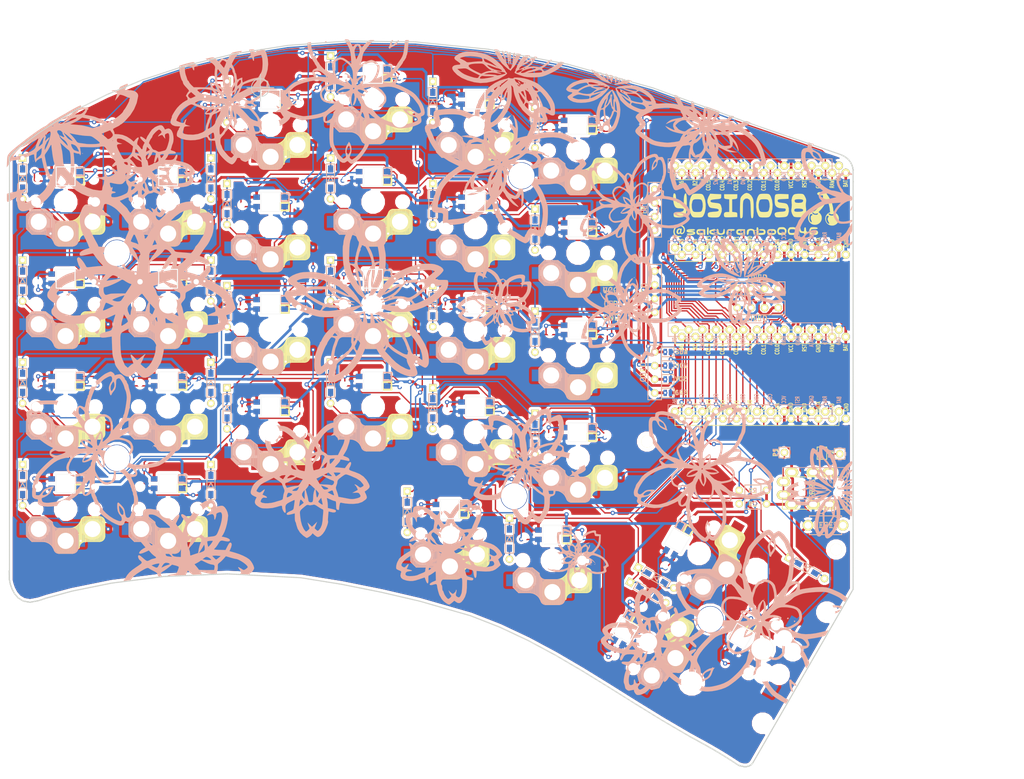
<source format=kicad_pcb>
(kicad_pcb (version 20171130) (host pcbnew "(5.0.1)-3")
  (layers (0 F.Cu signal) (31 B.Cu signal) (34 B.Paste user) (35 F.Paste user) (36 B.SilkS user hide) (37 F.SilkS user hide) (38 B.Mask user) (39 F.Mask user) (44 Edge.Cuts user))
  (net 0 "")
  (net 1 VCC)
  (net 2 LED)
  (net 3 GND)
  (net 4 "Net-(L1-Pad1)")
  (net 5 "Net-(L7-Pad1)")
  (net 6 "Net-(L2-Pad3)")
  (net 7 "Net-(L3-Pad3)")
  (net 8 "Net-(L4-Pad3)")
  (net 9 "Net-(L5-Pad3)")
  (net 10 "Net-(L15-Pad3)")
  (net 11 "Net-(L16-Pad3)")
  (net 12 "Net-(L8-Pad1)")
  (net 13 "Net-(L10-Pad3)")
  (net 14 "Net-(L10-Pad1)")
  (net 15 "Net-(L12-Pad1)")
  (net 16 "Net-(L11-Pad1)")
  (net 17 "Net-(L13-Pad3)")
  (net 18 "Net-(L13-Pad1)")
  (net 19 "Net-(L14-Pad3)")
  (net 20 "Net-(L1-Pad3)")
  (net 21 "Net-(L22-Pad1)")
  (net 22 "Net-(L21-Pad1)")
  (net 23 "Net-(L17-Pad3)")
  (net 24 "Net-(L19-Pad1)")
  (net 25 "Net-(L20-Pad1)")
  (net 26 "Net-(L23-Pad1)")
  (net 27 "Net-(L24-Pad1)")
  (net 28 "Net-(L25-Pad1)")
  (net 29 "Net-(L25-Pad3)")
  (net 30 "Net-(L26-Pad3)")
  (net 31 "Net-(L27-Pad3)")
  (net 32 "Net-(L28-Pad3)")
  (net 33 reset)
  (net 34 SDA)
  (net 35 SCL)
  (net 36 "Net-(U1-Pad24)")
  (net 37 col0)
  (net 38 col1)
  (net 39 col2)
  (net 40 col3)
  (net 41 col4)
  (net 42 col5)
  (net 43 "Net-(U1-Pad14)")
  (net 44 "Net-(U1-Pad13)")
  (net 45 "Net-(U1-Pad12)")
  (net 46 row4)
  (net 47 row3)
  (net 48 row2)
  (net 49 row1)
  (net 50 row0)
  (net 51 data)
  (net 52 "Net-(J2-Pad1)")
  (net 53 "Net-(J2-Pad2)")
  (net 54 "Net-(J2-Pad3)")
  (net 55 "Net-(J2-Pad4)")
  (net 56 "Net-(D29-Pad2)")
  (net 57 "Net-(D9-Pad2)")
  (net 58 "Net-(D21-Pad2)")
  (net 59 "Net-(D11-Pad2)")
  (net 60 "Net-(D12-Pad2)")
  (net 61 "Net-(D13-Pad2)")
  (net 62 "Net-(D14-Pad2)")
  (net 63 "Net-(D15-Pad2)")
  (net 64 "Net-(D16-Pad2)")
  (net 65 "Net-(D17-Pad2)")
  (net 66 "Net-(D18-Pad2)")
  (net 67 "Net-(D19-Pad2)")
  (net 68 "Net-(D10-Pad2)")
  (net 69 "Net-(D7-Pad2)")
  (net 70 "Net-(D8-Pad2)")
  (net 71 "Net-(D5-Pad2)")
  (net 72 "Net-(D6-Pad2)")
  (net 73 "Net-(D20-Pad2)")
  (net 74 "Net-(D28-Pad2)")
  (net 75 "Net-(D27-Pad2)")
  (net 76 "Net-(D26-Pad2)")
  (net 77 "Net-(D25-Pad2)")
  (net 78 "Net-(D24-Pad2)")
  (net 79 "Net-(D23-Pad2)")
  (net 80 "Net-(D22-Pad2)")
  (net 81 "Net-(D1-Pad2)")
  (net 82 "Net-(D2-Pad2)")
  (net 83 "Net-(D3-Pad2)")
  (net 84 "Net-(D4-Pad2)")
  (net 85 "Net-(J1-PadA)")
  (net 86 "Net-(J1-PadB)")
  (net 87 "Net-(U2-Pad24)")
  (net 88 "Net-(U2-Pad14)")
  (net 89 "Net-(U2-Pad13)")
  (net 90 "Net-(U2-Pad12)")
  (net 91 "Net-(U1-Pad25)")
  (module yosino58_chocolate:Choc_Hotswap (layer F.Cu) (at 107.65 71.4 180)
    (fp_text reference SW16 hide)
    (fp_text value SW_PUSH hide)
    (pad "" np_thru_hole circle (at -5.5 0 90) (size 1.8 1.8) (drill 1.8) (layers *.Cu *.Mask))
    (pad "" np_thru_hole circle (at 5.5 0 90) (size 1.8 1.8) (drill 1.8) (layers *.Cu *.Mask))
    (pad "" np_thru_hole circle (at 0 0 90) (size 3.4 3.4) (drill 3.4) (layers *.Cu *.Mask))
    (pad "" np_thru_hole circle (at 0 -5.9 90) (size 3 3) (drill 3) (layers *.Cu *.Mask))
    (pad "" np_thru_hole circle (at 5 -3.7 90) (size 3 3) (drill 3) (layers *.Cu *.Mask))
    (pad 2 smd rect (at -2.8 -5.9 180) (size 1.6 2.2) (layers B.Cu B.Paste B.Mask) (net 64 "Net-(D16-Pad2)"))
    (pad 1 smd rect (at 7.8 -3.7 180) (size 1.6 2.2) (layers B.Cu B.Paste B.Mask) (net 40 col3))
    (pad 1 smd rect (at -7.9 -3.7 180) (size 1.6 2.2) (layers F.Cu F.Paste F.Mask) (net 40 col3))
    (pad 2 smd rect (at 2.8 -5.9 180) (size 1.6 2.2) (layers F.Cu F.Paste F.Mask) (net 64 "Net-(D16-Pad2)"))
    (pad "" np_thru_hole circle (at -5 -3.7 270) (size 3 3) (drill 3) (layers *.Cu *.Mask))
    (pad "" np_thru_hole circle (at 5.22 4.2 180) (size 1 1) (drill 1) (layers *.Cu *.Mask))
    (pad "" np_thru_hole circle (at -5.22 4.2 180) (size 1 1) (drill 1) (layers *.Cu *.Mask))
  )
  (module yosino58_chocolate:Choc_Hotswap (layer F.Cu) (at 145.75 61.875 180)
    (fp_text reference SW12 hide)
    (fp_text value SW_PUSH hide)
    (pad "" np_thru_hole circle (at -5.22 4.2 180) (size 1 1) (drill 1) (layers *.Cu *.Mask))
    (pad "" np_thru_hole circle (at 5.22 4.2 180) (size 1 1) (drill 1) (layers *.Cu *.Mask))
    (pad "" np_thru_hole circle (at -5 -3.7 270) (size 3 3) (drill 3) (layers *.Cu *.Mask))
    (pad 2 smd rect (at 2.8 -5.9 180) (size 1.6 2.2) (layers F.Cu F.Paste F.Mask) (net 60 "Net-(D12-Pad2)"))
    (pad 1 smd rect (at -7.9 -3.7 180) (size 1.6 2.2) (layers F.Cu F.Paste F.Mask) (net 42 col5))
    (pad 1 smd rect (at 7.8 -3.7 180) (size 1.6 2.2) (layers B.Cu B.Paste B.Mask) (net 42 col5))
    (pad 2 smd rect (at -2.8 -5.9 180) (size 1.6 2.2) (layers B.Cu B.Paste B.Mask) (net 60 "Net-(D12-Pad2)"))
    (pad "" np_thru_hole circle (at 5 -3.7 90) (size 3 3) (drill 3) (layers *.Cu *.Mask))
    (pad "" np_thru_hole circle (at 0 -5.9 90) (size 3 3) (drill 3) (layers *.Cu *.Mask))
    (pad "" np_thru_hole circle (at 0 0 90) (size 3.4 3.4) (drill 3.4) (layers *.Cu *.Mask))
    (pad "" np_thru_hole circle (at 5.5 0 90) (size 1.8 1.8) (drill 1.8) (layers *.Cu *.Mask))
    (pad "" np_thru_hole circle (at -5.5 0 90) (size 1.8 1.8) (drill 1.8) (layers *.Cu *.Mask))
  )
  (module yosino58_chocolate:Choc_Hotswap (layer F.Cu) (at 126.7 57.1125 180)
    (fp_text reference SW11 hide)
    (fp_text value SW_PUSH hide)
    (pad "" np_thru_hole circle (at -5.5 0 90) (size 1.8 1.8) (drill 1.8) (layers *.Cu *.Mask))
    (pad "" np_thru_hole circle (at 5.5 0 90) (size 1.8 1.8) (drill 1.8) (layers *.Cu *.Mask))
    (pad "" np_thru_hole circle (at 0 0 90) (size 3.4 3.4) (drill 3.4) (layers *.Cu *.Mask))
    (pad "" np_thru_hole circle (at 0 -5.9 90) (size 3 3) (drill 3) (layers *.Cu *.Mask))
    (pad "" np_thru_hole circle (at 5 -3.7 90) (size 3 3) (drill 3) (layers *.Cu *.Mask))
    (pad 2 smd rect (at -2.8 -5.9 180) (size 1.6 2.2) (layers B.Cu B.Paste B.Mask) (net 59 "Net-(D11-Pad2)"))
    (pad 1 smd rect (at 7.8 -3.7 180) (size 1.6 2.2) (layers B.Cu B.Paste B.Mask) (net 41 col4))
    (pad 1 smd rect (at -7.9 -3.7 180) (size 1.6 2.2) (layers F.Cu F.Paste F.Mask) (net 41 col4))
    (pad 2 smd rect (at 2.8 -5.9 180) (size 1.6 2.2) (layers F.Cu F.Paste F.Mask) (net 59 "Net-(D11-Pad2)"))
    (pad "" np_thru_hole circle (at -5 -3.7 270) (size 3 3) (drill 3) (layers *.Cu *.Mask))
    (pad "" np_thru_hole circle (at 5.22 4.2 180) (size 1 1) (drill 1) (layers *.Cu *.Mask))
    (pad "" np_thru_hole circle (at -5.22 4.2 180) (size 1 1) (drill 1) (layers *.Cu *.Mask))
  )
  (module yosino58_chocolate:Choc_Hotswap (layer F.Cu) (at 107.65 52.35 180)
    (fp_text reference SW10 hide)
    (fp_text value SW_PUSH hide)
    (pad "" np_thru_hole circle (at -5.22 4.2 180) (size 1 1) (drill 1) (layers *.Cu *.Mask))
    (pad "" np_thru_hole circle (at 5.22 4.2 180) (size 1 1) (drill 1) (layers *.Cu *.Mask))
    (pad "" np_thru_hole circle (at -5 -3.7 270) (size 3 3) (drill 3) (layers *.Cu *.Mask))
    (pad 2 smd rect (at 2.8 -5.9 180) (size 1.6 2.2) (layers F.Cu F.Paste F.Mask) (net 68 "Net-(D10-Pad2)"))
    (pad 1 smd rect (at -7.9 -3.7 180) (size 1.6 2.2) (layers F.Cu F.Paste F.Mask) (net 40 col3))
    (pad 1 smd rect (at 7.8 -3.7 180) (size 1.6 2.2) (layers B.Cu B.Paste B.Mask) (net 40 col3))
    (pad 2 smd rect (at -2.8 -5.9 180) (size 1.6 2.2) (layers B.Cu B.Paste B.Mask) (net 68 "Net-(D10-Pad2)"))
    (pad "" np_thru_hole circle (at 5 -3.7 90) (size 3 3) (drill 3) (layers *.Cu *.Mask))
    (pad "" np_thru_hole circle (at 0 -5.9 90) (size 3 3) (drill 3) (layers *.Cu *.Mask))
    (pad "" np_thru_hole circle (at 0 0 90) (size 3.4 3.4) (drill 3.4) (layers *.Cu *.Mask))
    (pad "" np_thru_hole circle (at 5.5 0 90) (size 1.8 1.8) (drill 1.8) (layers *.Cu *.Mask))
    (pad "" np_thru_hole circle (at -5.5 0 90) (size 1.8 1.8) (drill 1.8) (layers *.Cu *.Mask))
  )
  (module yosino58_chocolate:Choc_Hotswap (layer F.Cu) (at 88.6 57.1125 180)
    (fp_text reference SW9 hide)
    (fp_text value SW_PUSH hide)
    (pad "" np_thru_hole circle (at -5.5 0 90) (size 1.8 1.8) (drill 1.8) (layers *.Cu *.Mask))
    (pad "" np_thru_hole circle (at 5.5 0 90) (size 1.8 1.8) (drill 1.8) (layers *.Cu *.Mask))
    (pad "" np_thru_hole circle (at 0 0 90) (size 3.4 3.4) (drill 3.4) (layers *.Cu *.Mask))
    (pad "" np_thru_hole circle (at 0 -5.9 90) (size 3 3) (drill 3) (layers *.Cu *.Mask))
    (pad "" np_thru_hole circle (at 5 -3.7 90) (size 3 3) (drill 3) (layers *.Cu *.Mask))
    (pad 2 smd rect (at -2.8 -5.9 180) (size 1.6 2.2) (layers B.Cu B.Paste B.Mask) (net 57 "Net-(D9-Pad2)"))
    (pad 1 smd rect (at 7.8 -3.7 180) (size 1.6 2.2) (layers B.Cu B.Paste B.Mask) (net 39 col2))
    (pad 1 smd rect (at -7.9 -3.7 180) (size 1.6 2.2) (layers F.Cu F.Paste F.Mask) (net 39 col2))
    (pad 2 smd rect (at 2.8 -5.9 180) (size 1.6 2.2) (layers F.Cu F.Paste F.Mask) (net 57 "Net-(D9-Pad2)"))
    (pad "" np_thru_hole circle (at -5 -3.7 270) (size 3 3) (drill 3) (layers *.Cu *.Mask))
    (pad "" np_thru_hole circle (at 5.22 4.2 180) (size 1 1) (drill 1) (layers *.Cu *.Mask))
    (pad "" np_thru_hole circle (at -5.22 4.2 180) (size 1 1) (drill 1) (layers *.Cu *.Mask))
  )
  (module yosino58_chocolate:Choc_Hotswap (layer F.Cu) (at 50.5 71.4 180)
    (fp_text reference SW7 hide)
    (fp_text value SW_PUSH hide)
    (pad "" np_thru_hole circle (at -5.22 4.2 180) (size 1 1) (drill 1) (layers *.Cu *.Mask))
    (pad "" np_thru_hole circle (at 5.22 4.2 180) (size 1 1) (drill 1) (layers *.Cu *.Mask))
    (pad "" np_thru_hole circle (at -5 -3.7 270) (size 3 3) (drill 3) (layers *.Cu *.Mask))
    (pad 2 smd rect (at 2.8 -5.9 180) (size 1.6 2.2) (layers F.Cu F.Paste F.Mask) (net 69 "Net-(D7-Pad2)"))
    (pad 1 smd rect (at -7.9 -3.7 180) (size 1.6 2.2) (layers F.Cu F.Paste F.Mask) (net 37 col0))
    (pad 1 smd rect (at 7.8 -3.7 180) (size 1.6 2.2) (layers B.Cu B.Paste B.Mask) (net 37 col0))
    (pad 2 smd rect (at -2.8 -5.9 180) (size 1.6 2.2) (layers B.Cu B.Paste B.Mask) (net 69 "Net-(D7-Pad2)"))
    (pad "" np_thru_hole circle (at 5 -3.7 90) (size 3 3) (drill 3) (layers *.Cu *.Mask))
    (pad "" np_thru_hole circle (at 0 -5.9 90) (size 3 3) (drill 3) (layers *.Cu *.Mask))
    (pad "" np_thru_hole circle (at 0 0 90) (size 3.4 3.4) (drill 3.4) (layers *.Cu *.Mask))
    (pad "" np_thru_hole circle (at 5.5 0 90) (size 1.8 1.8) (drill 1.8) (layers *.Cu *.Mask))
    (pad "" np_thru_hole circle (at -5.5 0 90) (size 1.8 1.8) (drill 1.8) (layers *.Cu *.Mask))
  )
  (module yosino58_chocolate:Choc_Hotswap (layer F.Cu) (at 145.75 42.825 180)
    (fp_text reference SW6 hide)
    (fp_text value SW_PUSH hide)
    (pad "" np_thru_hole circle (at -5.5 0 90) (size 1.8 1.8) (drill 1.8) (layers *.Cu *.Mask))
    (pad "" np_thru_hole circle (at 5.5 0 90) (size 1.8 1.8) (drill 1.8) (layers *.Cu *.Mask))
    (pad "" np_thru_hole circle (at 0 0 90) (size 3.4 3.4) (drill 3.4) (layers *.Cu *.Mask))
    (pad "" np_thru_hole circle (at 0 -5.9 90) (size 3 3) (drill 3) (layers *.Cu *.Mask))
    (pad "" np_thru_hole circle (at 5 -3.7 90) (size 3 3) (drill 3) (layers *.Cu *.Mask))
    (pad 2 smd rect (at -2.8 -5.9 180) (size 1.6 2.2) (layers B.Cu B.Paste B.Mask) (net 72 "Net-(D6-Pad2)"))
    (pad 1 smd rect (at 7.8 -3.7 180) (size 1.6 2.2) (layers B.Cu B.Paste B.Mask) (net 42 col5))
    (pad 1 smd rect (at -7.9 -3.7 180) (size 1.6 2.2) (layers F.Cu F.Paste F.Mask) (net 42 col5))
    (pad 2 smd rect (at 2.8 -5.9 180) (size 1.6 2.2) (layers F.Cu F.Paste F.Mask) (net 72 "Net-(D6-Pad2)"))
    (pad "" np_thru_hole circle (at -5 -3.7 270) (size 3 3) (drill 3) (layers *.Cu *.Mask))
    (pad "" np_thru_hole circle (at 5.22 4.2 180) (size 1 1) (drill 1) (layers *.Cu *.Mask))
    (pad "" np_thru_hole circle (at -5.22 4.2 180) (size 1 1) (drill 1) (layers *.Cu *.Mask))
  )
  (module yosino58_chocolate:Choc_Hotswap (layer F.Cu) (at 50.5 52.35 180)
    (fp_text reference SW1 hide)
    (fp_text value SW_PUSH hide)
    (pad "" np_thru_hole circle (at -5.22 4.2 180) (size 1 1) (drill 1) (layers *.Cu *.Mask))
    (pad "" np_thru_hole circle (at 5.22 4.2 180) (size 1 1) (drill 1) (layers *.Cu *.Mask))
    (pad "" np_thru_hole circle (at -5 -3.7 270) (size 3 3) (drill 3) (layers *.Cu *.Mask))
    (pad 2 smd rect (at 2.8 -5.9 180) (size 1.6 2.2) (layers F.Cu F.Paste F.Mask) (net 81 "Net-(D1-Pad2)"))
    (pad 1 smd rect (at -7.9 -3.7 180) (size 1.6 2.2) (layers F.Cu F.Paste F.Mask) (net 37 col0))
    (pad 1 smd rect (at 7.8 -3.7 180) (size 1.6 2.2) (layers B.Cu B.Paste B.Mask) (net 37 col0))
    (pad 2 smd rect (at -2.8 -5.9 180) (size 1.6 2.2) (layers B.Cu B.Paste B.Mask) (net 81 "Net-(D1-Pad2)"))
    (pad "" np_thru_hole circle (at 5 -3.7 90) (size 3 3) (drill 3) (layers *.Cu *.Mask))
    (pad "" np_thru_hole circle (at 0 -5.9 90) (size 3 3) (drill 3) (layers *.Cu *.Mask))
    (pad "" np_thru_hole circle (at 0 0 90) (size 3.4 3.4) (drill 3.4) (layers *.Cu *.Mask))
    (pad "" np_thru_hole circle (at 5.5 0 90) (size 1.8 1.8) (drill 1.8) (layers *.Cu *.Mask))
    (pad "" np_thru_hole circle (at -5.5 0 90) (size 1.8 1.8) (drill 1.8) (layers *.Cu *.Mask))
  )
  (module yosino58_chocolate:Choc_Hotswap (layer F.Cu) (at 126.7 38.0625 180)
    (fp_text reference SW5 hide)
    (fp_text value SW_PUSH hide)
    (pad "" np_thru_hole circle (at -5.5 0 90) (size 1.8 1.8) (drill 1.8) (layers *.Cu *.Mask))
    (pad "" np_thru_hole circle (at 5.5 0 90) (size 1.8 1.8) (drill 1.8) (layers *.Cu *.Mask))
    (pad "" np_thru_hole circle (at 0 0 90) (size 3.4 3.4) (drill 3.4) (layers *.Cu *.Mask))
    (pad "" np_thru_hole circle (at 0 -5.9 90) (size 3 3) (drill 3) (layers *.Cu *.Mask))
    (pad "" np_thru_hole circle (at 5 -3.7 90) (size 3 3) (drill 3) (layers *.Cu *.Mask))
    (pad 2 smd rect (at -2.8 -5.9 180) (size 1.6 2.2) (layers B.Cu B.Paste B.Mask) (net 71 "Net-(D5-Pad2)"))
    (pad 1 smd rect (at 7.8 -3.7 180) (size 1.6 2.2) (layers B.Cu B.Paste B.Mask) (net 41 col4))
    (pad 1 smd rect (at -7.9 -3.7 180) (size 1.6 2.2) (layers F.Cu F.Paste F.Mask) (net 41 col4))
    (pad 2 smd rect (at 2.8 -5.9 180) (size 1.6 2.2) (layers F.Cu F.Paste F.Mask) (net 71 "Net-(D5-Pad2)"))
    (pad "" np_thru_hole circle (at -5 -3.7 270) (size 3 3) (drill 3) (layers *.Cu *.Mask))
    (pad "" np_thru_hole circle (at 5.22 4.2 180) (size 1 1) (drill 1) (layers *.Cu *.Mask))
    (pad "" np_thru_hole circle (at -5.22 4.2 180) (size 1 1) (drill 1) (layers *.Cu *.Mask))
  )
  (module yosino58_chocolate:Choc_Hotswap (layer F.Cu) (at 107.65 33.3 180)
    (fp_text reference SW4 hide)
    (fp_text value SW_PUSH hide)
    (pad "" np_thru_hole circle (at -5.22 4.2 180) (size 1 1) (drill 1) (layers *.Cu *.Mask))
    (pad "" np_thru_hole circle (at 5.22 4.2 180) (size 1 1) (drill 1) (layers *.Cu *.Mask))
    (pad "" np_thru_hole circle (at -5 -3.7 270) (size 3 3) (drill 3) (layers *.Cu *.Mask))
    (pad 2 smd rect (at 2.8 -5.9 180) (size 1.6 2.2) (layers F.Cu F.Paste F.Mask) (net 84 "Net-(D4-Pad2)"))
    (pad 1 smd rect (at -7.9 -3.7 180) (size 1.6 2.2) (layers F.Cu F.Paste F.Mask) (net 40 col3))
    (pad 1 smd rect (at 7.8 -3.7 180) (size 1.6 2.2) (layers B.Cu B.Paste B.Mask) (net 40 col3))
    (pad 2 smd rect (at -2.8 -5.9 180) (size 1.6 2.2) (layers B.Cu B.Paste B.Mask) (net 84 "Net-(D4-Pad2)"))
    (pad "" np_thru_hole circle (at 5 -3.7 90) (size 3 3) (drill 3) (layers *.Cu *.Mask))
    (pad "" np_thru_hole circle (at 0 -5.9 90) (size 3 3) (drill 3) (layers *.Cu *.Mask))
    (pad "" np_thru_hole circle (at 0 0 90) (size 3.4 3.4) (drill 3.4) (layers *.Cu *.Mask))
    (pad "" np_thru_hole circle (at 5.5 0 90) (size 1.8 1.8) (drill 1.8) (layers *.Cu *.Mask))
    (pad "" np_thru_hole circle (at -5.5 0 90) (size 1.8 1.8) (drill 1.8) (layers *.Cu *.Mask))
  )
  (module yosino58_chocolate:Choc_Hotswap (layer F.Cu) (at 88.6 38.0625 180)
    (fp_text reference SW3 hide)
    (fp_text value SW_PUSH hide)
    (pad "" np_thru_hole circle (at -5.5 0 90) (size 1.8 1.8) (drill 1.8) (layers *.Cu *.Mask))
    (pad "" np_thru_hole circle (at 5.5 0 90) (size 1.8 1.8) (drill 1.8) (layers *.Cu *.Mask))
    (pad "" np_thru_hole circle (at 0 0 90) (size 3.4 3.4) (drill 3.4) (layers *.Cu *.Mask))
    (pad "" np_thru_hole circle (at 0 -5.9 90) (size 3 3) (drill 3) (layers *.Cu *.Mask))
    (pad "" np_thru_hole circle (at 5 -3.7 90) (size 3 3) (drill 3) (layers *.Cu *.Mask))
    (pad 2 smd rect (at -2.8 -5.9 180) (size 1.6 2.2) (layers B.Cu B.Paste B.Mask) (net 83 "Net-(D3-Pad2)"))
    (pad 1 smd rect (at 7.8 -3.7 180) (size 1.6 2.2) (layers B.Cu B.Paste B.Mask) (net 39 col2))
    (pad 1 smd rect (at -7.9 -3.7 180) (size 1.6 2.2) (layers F.Cu F.Paste F.Mask) (net 39 col2))
    (pad 2 smd rect (at 2.8 -5.9 180) (size 1.6 2.2) (layers F.Cu F.Paste F.Mask) (net 83 "Net-(D3-Pad2)"))
    (pad "" np_thru_hole circle (at -5 -3.7 270) (size 3 3) (drill 3) (layers *.Cu *.Mask))
    (pad "" np_thru_hole circle (at 5.22 4.2 180) (size 1 1) (drill 1) (layers *.Cu *.Mask))
    (pad "" np_thru_hole circle (at -5.22 4.2 180) (size 1 1) (drill 1) (layers *.Cu *.Mask))
  )
  (module yosino58_chocolate:Choc_Hotswap (layer F.Cu) (at 69.55 52.35 180)
    (fp_text reference SW2 hide)
    (fp_text value SW_PUSH hide)
    (pad "" np_thru_hole circle (at -5.22 4.2 180) (size 1 1) (drill 1) (layers *.Cu *.Mask))
    (pad "" np_thru_hole circle (at 5.22 4.2 180) (size 1 1) (drill 1) (layers *.Cu *.Mask))
    (pad "" np_thru_hole circle (at -5 -3.7 270) (size 3 3) (drill 3) (layers *.Cu *.Mask))
    (pad 2 smd rect (at 2.8 -5.9 180) (size 1.6 2.2) (layers F.Cu F.Paste F.Mask) (net 82 "Net-(D2-Pad2)"))
    (pad 1 smd rect (at -7.9 -3.7 180) (size 1.6 2.2) (layers F.Cu F.Paste F.Mask) (net 38 col1))
    (pad 1 smd rect (at 7.8 -3.7 180) (size 1.6 2.2) (layers B.Cu B.Paste B.Mask) (net 38 col1))
    (pad 2 smd rect (at -2.8 -5.9 180) (size 1.6 2.2) (layers B.Cu B.Paste B.Mask) (net 82 "Net-(D2-Pad2)"))
    (pad "" np_thru_hole circle (at 5 -3.7 90) (size 3 3) (drill 3) (layers *.Cu *.Mask))
    (pad "" np_thru_hole circle (at 0 -5.9 90) (size 3 3) (drill 3) (layers *.Cu *.Mask))
    (pad "" np_thru_hole circle (at 0 0 90) (size 3.4 3.4) (drill 3.4) (layers *.Cu *.Mask))
    (pad "" np_thru_hole circle (at 5.5 0 90) (size 1.8 1.8) (drill 1.8) (layers *.Cu *.Mask))
    (pad "" np_thru_hole circle (at -5.5 0 90) (size 1.8 1.8) (drill 1.8) (layers *.Cu *.Mask))
  )
  (module yosino58_chocolate:Choc_Hotswap (layer F.Cu) (at 88.6 95.2125 180)
    (fp_text reference SW21 hide)
    (fp_text value SW_PUSH hide)
    (pad "" np_thru_hole circle (at -5.5 0 90) (size 1.8 1.8) (drill 1.8) (layers *.Cu *.Mask))
    (pad "" np_thru_hole circle (at 5.5 0 90) (size 1.8 1.8) (drill 1.8) (layers *.Cu *.Mask))
    (pad "" np_thru_hole circle (at 0 0 90) (size 3.4 3.4) (drill 3.4) (layers *.Cu *.Mask))
    (pad "" np_thru_hole circle (at 0 -5.9 90) (size 3 3) (drill 3) (layers *.Cu *.Mask))
    (pad "" np_thru_hole circle (at 5 -3.7 90) (size 3 3) (drill 3) (layers *.Cu *.Mask))
    (pad 2 smd rect (at -2.8 -5.9 180) (size 1.6 2.2) (layers B.Cu B.Paste B.Mask) (net 58 "Net-(D21-Pad2)"))
    (pad 1 smd rect (at 7.8 -3.7 180) (size 1.6 2.2) (layers B.Cu B.Paste B.Mask) (net 39 col2))
    (pad 1 smd rect (at -7.9 -3.7 180) (size 1.6 2.2) (layers F.Cu F.Paste F.Mask) (net 39 col2))
    (pad 2 smd rect (at 2.8 -5.9 180) (size 1.6 2.2) (layers F.Cu F.Paste F.Mask) (net 58 "Net-(D21-Pad2)"))
    (pad "" np_thru_hole circle (at -5 -3.7 270) (size 3 3) (drill 3) (layers *.Cu *.Mask))
    (pad "" np_thru_hole circle (at 5.22 4.2 180) (size 1 1) (drill 1) (layers *.Cu *.Mask))
    (pad "" np_thru_hole circle (at -5.22 4.2 180) (size 1 1) (drill 1) (layers *.Cu *.Mask))
  )
  (module yosino58_chocolate:Choc_Hotswap (layer F.Cu) (at 69.55 90.45 180)
    (fp_text reference SW14 hide)
    (fp_text value SW_PUSH hide)
    (pad "" np_thru_hole circle (at -5.22 4.2 180) (size 1 1) (drill 1) (layers *.Cu *.Mask))
    (pad "" np_thru_hole circle (at 5.22 4.2 180) (size 1 1) (drill 1) (layers *.Cu *.Mask))
    (pad "" np_thru_hole circle (at -5 -3.7 270) (size 3 3) (drill 3) (layers *.Cu *.Mask))
    (pad 2 smd rect (at 2.8 -5.9 180) (size 1.6 2.2) (layers F.Cu F.Paste F.Mask) (net 62 "Net-(D14-Pad2)"))
    (pad 1 smd rect (at -7.9 -3.7 180) (size 1.6 2.2) (layers F.Cu F.Paste F.Mask) (net 38 col1))
    (pad 1 smd rect (at 7.8 -3.7 180) (size 1.6 2.2) (layers B.Cu B.Paste B.Mask) (net 38 col1))
    (pad 2 smd rect (at -2.8 -5.9 180) (size 1.6 2.2) (layers B.Cu B.Paste B.Mask) (net 62 "Net-(D14-Pad2)"))
    (pad "" np_thru_hole circle (at 5 -3.7 90) (size 3 3) (drill 3) (layers *.Cu *.Mask))
    (pad "" np_thru_hole circle (at 0 -5.9 90) (size 3 3) (drill 3) (layers *.Cu *.Mask))
    (pad "" np_thru_hole circle (at 0 0 90) (size 3.4 3.4) (drill 3.4) (layers *.Cu *.Mask))
    (pad "" np_thru_hole circle (at 5.5 0 90) (size 1.8 1.8) (drill 1.8) (layers *.Cu *.Mask))
    (pad "" np_thru_hole circle (at -5.5 0 90) (size 1.8 1.8) (drill 1.8) (layers *.Cu *.Mask))
  )
  (module yosino58_chocolate:Choc_Hotswap (layer F.Cu) (at 50.5 90.45 180)
    (fp_text reference SW13 hide)
    (fp_text value SW_PUSH hide)
    (pad "" np_thru_hole circle (at -5.5 0 90) (size 1.8 1.8) (drill 1.8) (layers *.Cu *.Mask))
    (pad "" np_thru_hole circle (at 5.5 0 90) (size 1.8 1.8) (drill 1.8) (layers *.Cu *.Mask))
    (pad "" np_thru_hole circle (at 0 0 90) (size 3.4 3.4) (drill 3.4) (layers *.Cu *.Mask))
    (pad "" np_thru_hole circle (at 0 -5.9 90) (size 3 3) (drill 3) (layers *.Cu *.Mask))
    (pad "" np_thru_hole circle (at 5 -3.7 90) (size 3 3) (drill 3) (layers *.Cu *.Mask))
    (pad 2 smd rect (at -2.8 -5.9 180) (size 1.6 2.2) (layers B.Cu B.Paste B.Mask) (net 61 "Net-(D13-Pad2)"))
    (pad 1 smd rect (at 7.8 -3.7 180) (size 1.6 2.2) (layers B.Cu B.Paste B.Mask) (net 37 col0))
    (pad 1 smd rect (at -7.9 -3.7 180) (size 1.6 2.2) (layers F.Cu F.Paste F.Mask) (net 37 col0))
    (pad 2 smd rect (at 2.8 -5.9 180) (size 1.6 2.2) (layers F.Cu F.Paste F.Mask) (net 61 "Net-(D13-Pad2)"))
    (pad "" np_thru_hole circle (at -5 -3.7 270) (size 3 3) (drill 3) (layers *.Cu *.Mask))
    (pad "" np_thru_hole circle (at 5.22 4.2 180) (size 1 1) (drill 1) (layers *.Cu *.Mask))
    (pad "" np_thru_hole circle (at -5.22 4.2 180) (size 1 1) (drill 1) (layers *.Cu *.Mask))
  )
  (module yosino58_chocolate:Choc_Hotswap (layer F.Cu) (at 126.7 76.1625 180)
    (fp_text reference SW17 hide)
    (fp_text value SW_PUSH hide)
    (pad "" np_thru_hole circle (at -5.22 4.2 180) (size 1 1) (drill 1) (layers *.Cu *.Mask))
    (pad "" np_thru_hole circle (at 5.22 4.2 180) (size 1 1) (drill 1) (layers *.Cu *.Mask))
    (pad "" np_thru_hole circle (at -5 -3.7 270) (size 3 3) (drill 3) (layers *.Cu *.Mask))
    (pad 2 smd rect (at 2.8 -5.9 180) (size 1.6 2.2) (layers F.Cu F.Paste F.Mask) (net 65 "Net-(D17-Pad2)"))
    (pad 1 smd rect (at -7.9 -3.7 180) (size 1.6 2.2) (layers F.Cu F.Paste F.Mask) (net 41 col4))
    (pad 1 smd rect (at 7.8 -3.7 180) (size 1.6 2.2) (layers B.Cu B.Paste B.Mask) (net 41 col4))
    (pad 2 smd rect (at -2.8 -5.9 180) (size 1.6 2.2) (layers B.Cu B.Paste B.Mask) (net 65 "Net-(D17-Pad2)"))
    (pad "" np_thru_hole circle (at 5 -3.7 90) (size 3 3) (drill 3) (layers *.Cu *.Mask))
    (pad "" np_thru_hole circle (at 0 -5.9 90) (size 3 3) (drill 3) (layers *.Cu *.Mask))
    (pad "" np_thru_hole circle (at 0 0 90) (size 3.4 3.4) (drill 3.4) (layers *.Cu *.Mask))
    (pad "" np_thru_hole circle (at 5.5 0 90) (size 1.8 1.8) (drill 1.8) (layers *.Cu *.Mask))
    (pad "" np_thru_hole circle (at -5.5 0 90) (size 1.8 1.8) (drill 1.8) (layers *.Cu *.Mask))
  )
  (module yosino58_chocolate:Choc_Hotswap (layer F.Cu) (at 145.75 80.925 180)
    (fp_text reference SW18 hide)
    (fp_text value SW_PUSH hide)
    (pad "" np_thru_hole circle (at -5.5 0 90) (size 1.8 1.8) (drill 1.8) (layers *.Cu *.Mask))
    (pad "" np_thru_hole circle (at 5.5 0 90) (size 1.8 1.8) (drill 1.8) (layers *.Cu *.Mask))
    (pad "" np_thru_hole circle (at 0 0 90) (size 3.4 3.4) (drill 3.4) (layers *.Cu *.Mask))
    (pad "" np_thru_hole circle (at 0 -5.9 90) (size 3 3) (drill 3) (layers *.Cu *.Mask))
    (pad "" np_thru_hole circle (at 5 -3.7 90) (size 3 3) (drill 3) (layers *.Cu *.Mask))
    (pad 2 smd rect (at -2.8 -5.9 180) (size 1.6 2.2) (layers B.Cu B.Paste B.Mask) (net 66 "Net-(D18-Pad2)"))
    (pad 1 smd rect (at 7.8 -3.7 180) (size 1.6 2.2) (layers B.Cu B.Paste B.Mask) (net 42 col5))
    (pad 1 smd rect (at -7.9 -3.7 180) (size 1.6 2.2) (layers F.Cu F.Paste F.Mask) (net 42 col5))
    (pad 2 smd rect (at 2.8 -5.9 180) (size 1.6 2.2) (layers F.Cu F.Paste F.Mask) (net 66 "Net-(D18-Pad2)"))
    (pad "" np_thru_hole circle (at -5 -3.7 270) (size 3 3) (drill 3) (layers *.Cu *.Mask))
    (pad "" np_thru_hole circle (at 5.22 4.2 180) (size 1 1) (drill 1) (layers *.Cu *.Mask))
    (pad "" np_thru_hole circle (at -5.22 4.2 180) (size 1 1) (drill 1) (layers *.Cu *.Mask))
  )
  (module yosino58_chocolate:Choc_Hotswap (layer F.Cu) (at 50.5 109.5 180)
    (fp_text reference SW19 hide)
    (fp_text value SW_PUSH hide)
    (pad "" np_thru_hole circle (at -5.22 4.2 180) (size 1 1) (drill 1) (layers *.Cu *.Mask))
    (pad "" np_thru_hole circle (at 5.22 4.2 180) (size 1 1) (drill 1) (layers *.Cu *.Mask))
    (pad "" np_thru_hole circle (at -5 -3.7 270) (size 3 3) (drill 3) (layers *.Cu *.Mask))
    (pad 2 smd rect (at 2.8 -5.9 180) (size 1.6 2.2) (layers F.Cu F.Paste F.Mask) (net 67 "Net-(D19-Pad2)"))
    (pad 1 smd rect (at -7.9 -3.7 180) (size 1.6 2.2) (layers F.Cu F.Paste F.Mask) (net 37 col0))
    (pad 1 smd rect (at 7.8 -3.7 180) (size 1.6 2.2) (layers B.Cu B.Paste B.Mask) (net 37 col0))
    (pad 2 smd rect (at -2.8 -5.9 180) (size 1.6 2.2) (layers B.Cu B.Paste B.Mask) (net 67 "Net-(D19-Pad2)"))
    (pad "" np_thru_hole circle (at 5 -3.7 90) (size 3 3) (drill 3) (layers *.Cu *.Mask))
    (pad "" np_thru_hole circle (at 0 -5.9 90) (size 3 3) (drill 3) (layers *.Cu *.Mask))
    (pad "" np_thru_hole circle (at 0 0 90) (size 3.4 3.4) (drill 3.4) (layers *.Cu *.Mask))
    (pad "" np_thru_hole circle (at 5.5 0 90) (size 1.8 1.8) (drill 1.8) (layers *.Cu *.Mask))
    (pad "" np_thru_hole circle (at -5.5 0 90) (size 1.8 1.8) (drill 1.8) (layers *.Cu *.Mask))
  )
  (module yosino58_chocolate:Choc_Hotswap (layer F.Cu) (at 69.55 109.5 180)
    (fp_text reference SW20 hide)
    (fp_text value SW_PUSH hide)
    (pad "" np_thru_hole circle (at -5.5 0 90) (size 1.8 1.8) (drill 1.8) (layers *.Cu *.Mask))
    (pad "" np_thru_hole circle (at 5.5 0 90) (size 1.8 1.8) (drill 1.8) (layers *.Cu *.Mask))
    (pad "" np_thru_hole circle (at 0 0 90) (size 3.4 3.4) (drill 3.4) (layers *.Cu *.Mask))
    (pad "" np_thru_hole circle (at 0 -5.9 90) (size 3 3) (drill 3) (layers *.Cu *.Mask))
    (pad "" np_thru_hole circle (at 5 -3.7 90) (size 3 3) (drill 3) (layers *.Cu *.Mask))
    (pad 2 smd rect (at -2.8 -5.9 180) (size 1.6 2.2) (layers B.Cu B.Paste B.Mask) (net 73 "Net-(D20-Pad2)"))
    (pad 1 smd rect (at 7.8 -3.7 180) (size 1.6 2.2) (layers B.Cu B.Paste B.Mask) (net 38 col1))
    (pad 1 smd rect (at -7.9 -3.7 180) (size 1.6 2.2) (layers F.Cu F.Paste F.Mask) (net 38 col1))
    (pad 2 smd rect (at 2.8 -5.9 180) (size 1.6 2.2) (layers F.Cu F.Paste F.Mask) (net 73 "Net-(D20-Pad2)"))
    (pad "" np_thru_hole circle (at -5 -3.7 270) (size 3 3) (drill 3) (layers *.Cu *.Mask))
    (pad "" np_thru_hole circle (at 5.22 4.2 180) (size 1 1) (drill 1) (layers *.Cu *.Mask))
    (pad "" np_thru_hole circle (at -5.22 4.2 180) (size 1 1) (drill 1) (layers *.Cu *.Mask))
  )
  (module yosino58_chocolate:Choc_Hotswap (layer F.Cu) (at 107.65 90.45 180)
    (fp_text reference SW22 hide)
    (fp_text value SW_PUSH hide)
    (pad "" np_thru_hole circle (at -5.22 4.2 180) (size 1 1) (drill 1) (layers *.Cu *.Mask))
    (pad "" np_thru_hole circle (at 5.22 4.2 180) (size 1 1) (drill 1) (layers *.Cu *.Mask))
    (pad "" np_thru_hole circle (at -5 -3.7 270) (size 3 3) (drill 3) (layers *.Cu *.Mask))
    (pad 2 smd rect (at 2.8 -5.9 180) (size 1.6 2.2) (layers F.Cu F.Paste F.Mask) (net 80 "Net-(D22-Pad2)"))
    (pad 1 smd rect (at -7.9 -3.7 180) (size 1.6 2.2) (layers F.Cu F.Paste F.Mask) (net 40 col3))
    (pad 1 smd rect (at 7.8 -3.7 180) (size 1.6 2.2) (layers B.Cu B.Paste B.Mask) (net 40 col3))
    (pad 2 smd rect (at -2.8 -5.9 180) (size 1.6 2.2) (layers B.Cu B.Paste B.Mask) (net 80 "Net-(D22-Pad2)"))
    (pad "" np_thru_hole circle (at 5 -3.7 90) (size 3 3) (drill 3) (layers *.Cu *.Mask))
    (pad "" np_thru_hole circle (at 0 -5.9 90) (size 3 3) (drill 3) (layers *.Cu *.Mask))
    (pad "" np_thru_hole circle (at 0 0 90) (size 3.4 3.4) (drill 3.4) (layers *.Cu *.Mask))
    (pad "" np_thru_hole circle (at 5.5 0 90) (size 1.8 1.8) (drill 1.8) (layers *.Cu *.Mask))
    (pad "" np_thru_hole circle (at -5.5 0 90) (size 1.8 1.8) (drill 1.8) (layers *.Cu *.Mask))
  )
  (module yosino58_chocolate:Choc_Hotswap (layer F.Cu) (at 126.7 95.2125 180)
    (fp_text reference SW23 hide)
    (fp_text value SW_PUSH hide)
    (pad "" np_thru_hole circle (at -5.5 0 90) (size 1.8 1.8) (drill 1.8) (layers *.Cu *.Mask))
    (pad "" np_thru_hole circle (at 5.5 0 90) (size 1.8 1.8) (drill 1.8) (layers *.Cu *.Mask))
    (pad "" np_thru_hole circle (at 0 0 90) (size 3.4 3.4) (drill 3.4) (layers *.Cu *.Mask))
    (pad "" np_thru_hole circle (at 0 -5.9 90) (size 3 3) (drill 3) (layers *.Cu *.Mask))
    (pad "" np_thru_hole circle (at 5 -3.7 90) (size 3 3) (drill 3) (layers *.Cu *.Mask))
    (pad 2 smd rect (at -2.8 -5.9 180) (size 1.6 2.2) (layers B.Cu B.Paste B.Mask) (net 79 "Net-(D23-Pad2)"))
    (pad 1 smd rect (at 7.8 -3.7 180) (size 1.6 2.2) (layers B.Cu B.Paste B.Mask) (net 41 col4))
    (pad 1 smd rect (at -7.9 -3.7 180) (size 1.6 2.2) (layers F.Cu F.Paste F.Mask) (net 41 col4))
    (pad 2 smd rect (at 2.8 -5.9 180) (size 1.6 2.2) (layers F.Cu F.Paste F.Mask) (net 79 "Net-(D23-Pad2)"))
    (pad "" np_thru_hole circle (at -5 -3.7 270) (size 3 3) (drill 3) (layers *.Cu *.Mask))
    (pad "" np_thru_hole circle (at 5.22 4.2 180) (size 1 1) (drill 1) (layers *.Cu *.Mask))
    (pad "" np_thru_hole circle (at -5.22 4.2 180) (size 1 1) (drill 1) (layers *.Cu *.Mask))
  )
  (module yosino58_chocolate:Choc_Hotswap (layer F.Cu) (at 145.75 99.975 180)
    (fp_text reference SW24 hide)
    (fp_text value SW_PUSH hide)
    (pad "" np_thru_hole circle (at -5.22 4.2 180) (size 1 1) (drill 1) (layers *.Cu *.Mask))
    (pad "" np_thru_hole circle (at 5.22 4.2 180) (size 1 1) (drill 1) (layers *.Cu *.Mask))
    (pad "" np_thru_hole circle (at -5 -3.7 270) (size 3 3) (drill 3) (layers *.Cu *.Mask))
    (pad 2 smd rect (at 2.8 -5.9 180) (size 1.6 2.2) (layers F.Cu F.Paste F.Mask) (net 78 "Net-(D24-Pad2)"))
    (pad 1 smd rect (at -7.9 -3.7 180) (size 1.6 2.2) (layers F.Cu F.Paste F.Mask) (net 42 col5))
    (pad 1 smd rect (at 7.8 -3.7 180) (size 1.6 2.2) (layers B.Cu B.Paste B.Mask) (net 42 col5))
    (pad 2 smd rect (at -2.8 -5.9 180) (size 1.6 2.2) (layers B.Cu B.Paste B.Mask) (net 78 "Net-(D24-Pad2)"))
    (pad "" np_thru_hole circle (at 5 -3.7 90) (size 3 3) (drill 3) (layers *.Cu *.Mask))
    (pad "" np_thru_hole circle (at 0 -5.9 90) (size 3 3) (drill 3) (layers *.Cu *.Mask))
    (pad "" np_thru_hole circle (at 0 0 90) (size 3.4 3.4) (drill 3.4) (layers *.Cu *.Mask))
    (pad "" np_thru_hole circle (at 5.5 0 90) (size 1.8 1.8) (drill 1.8) (layers *.Cu *.Mask))
    (pad "" np_thru_hole circle (at -5.5 0 90) (size 1.8 1.8) (drill 1.8) (layers *.Cu *.Mask))
  )
  (module yosino58_chocolate:Choc_Hotswap (layer F.Cu) (at 88.6 76.1625 180)
    (fp_text reference SW15 hide)
    (fp_text value SW_PUSH hide)
    (pad "" np_thru_hole circle (at -5.5 0 90) (size 1.8 1.8) (drill 1.8) (layers *.Cu *.Mask))
    (pad "" np_thru_hole circle (at 5.5 0 90) (size 1.8 1.8) (drill 1.8) (layers *.Cu *.Mask))
    (pad "" np_thru_hole circle (at 0 0 90) (size 3.4 3.4) (drill 3.4) (layers *.Cu *.Mask))
    (pad "" np_thru_hole circle (at 0 -5.9 90) (size 3 3) (drill 3) (layers *.Cu *.Mask))
    (pad "" np_thru_hole circle (at 5 -3.7 90) (size 3 3) (drill 3) (layers *.Cu *.Mask))
    (pad 2 smd rect (at -2.8 -5.9 180) (size 1.6 2.2) (layers B.Cu B.Paste B.Mask) (net 63 "Net-(D15-Pad2)"))
    (pad 1 smd rect (at 7.8 -3.7 180) (size 1.6 2.2) (layers B.Cu B.Paste B.Mask) (net 39 col2))
    (pad 1 smd rect (at -7.9 -3.7 180) (size 1.6 2.2) (layers F.Cu F.Paste F.Mask) (net 39 col2))
    (pad 2 smd rect (at 2.8 -5.9 180) (size 1.6 2.2) (layers F.Cu F.Paste F.Mask) (net 63 "Net-(D15-Pad2)"))
    (pad "" np_thru_hole circle (at -5 -3.7 270) (size 3 3) (drill 3) (layers *.Cu *.Mask))
    (pad "" np_thru_hole circle (at 5.22 4.2 180) (size 1 1) (drill 1) (layers *.Cu *.Mask))
    (pad "" np_thru_hole circle (at -5.22 4.2 180) (size 1 1) (drill 1) (layers *.Cu *.Mask))
  )
  (module yosino58_chocolate:Choc_Hotswap (layer F.Cu) (at 121.9375 114.2625 180)
    (fp_text reference SW25 hide)
    (fp_text value SW_PUSH hide)
    (pad "" np_thru_hole circle (at -5.22 4.2 180) (size 1 1) (drill 1) (layers *.Cu *.Mask))
    (pad "" np_thru_hole circle (at 5.22 4.2 180) (size 1 1) (drill 1) (layers *.Cu *.Mask))
    (pad "" np_thru_hole circle (at -5 -3.7 270) (size 3 3) (drill 3) (layers *.Cu *.Mask))
    (pad 2 smd rect (at 2.8 -5.9 180) (size 1.6 2.2) (layers F.Cu F.Paste F.Mask) (net 77 "Net-(D25-Pad2)"))
    (pad 1 smd rect (at -7.9 -3.7 180) (size 1.6 2.2) (layers F.Cu F.Paste F.Mask) (net 38 col1))
    (pad 1 smd rect (at 7.8 -3.7 180) (size 1.6 2.2) (layers B.Cu B.Paste B.Mask) (net 38 col1))
    (pad 2 smd rect (at -2.8 -5.9 180) (size 1.6 2.2) (layers B.Cu B.Paste B.Mask) (net 77 "Net-(D25-Pad2)"))
    (pad "" np_thru_hole circle (at 5 -3.7 90) (size 3 3) (drill 3) (layers *.Cu *.Mask))
    (pad "" np_thru_hole circle (at 0 -5.9 90) (size 3 3) (drill 3) (layers *.Cu *.Mask))
    (pad "" np_thru_hole circle (at 0 0 90) (size 3.4 3.4) (drill 3.4) (layers *.Cu *.Mask))
    (pad "" np_thru_hole circle (at 5.5 0 90) (size 1.8 1.8) (drill 1.8) (layers *.Cu *.Mask))
    (pad "" np_thru_hole circle (at -5.5 0 90) (size 1.8 1.8) (drill 1.8) (layers *.Cu *.Mask))
  )
  (module yosino58_chocolate:Choc_Hotswap (layer F.Cu) (at 140.9875 119.025 180)
    (fp_text reference SW26 hide)
    (fp_text value SW_PUSH hide)
    (pad "" np_thru_hole circle (at -5.5 0 90) (size 1.8 1.8) (drill 1.8) (layers *.Cu *.Mask))
    (pad "" np_thru_hole circle (at 5.5 0 90) (size 1.8 1.8) (drill 1.8) (layers *.Cu *.Mask))
    (pad "" np_thru_hole circle (at 0 0 90) (size 3.4 3.4) (drill 3.4) (layers *.Cu *.Mask))
    (pad "" np_thru_hole circle (at 0 -5.9 90) (size 3 3) (drill 3) (layers *.Cu *.Mask))
    (pad "" np_thru_hole circle (at 5 -3.7 90) (size 3 3) (drill 3) (layers *.Cu *.Mask))
    (pad 2 smd rect (at -2.8 -5.9 180) (size 1.6 2.2) (layers B.Cu B.Paste B.Mask) (net 76 "Net-(D26-Pad2)"))
    (pad 1 smd rect (at 7.8 -3.7 180) (size 1.6 2.2) (layers B.Cu B.Paste B.Mask) (net 39 col2))
    (pad 1 smd rect (at -7.9 -3.7 180) (size 1.6 2.2) (layers F.Cu F.Paste F.Mask) (net 39 col2))
    (pad 2 smd rect (at 2.8 -5.9 180) (size 1.6 2.2) (layers F.Cu F.Paste F.Mask) (net 76 "Net-(D26-Pad2)"))
    (pad "" np_thru_hole circle (at -5 -3.7 270) (size 3 3) (drill 3) (layers *.Cu *.Mask))
    (pad "" np_thru_hole circle (at 5.22 4.2 180) (size 1 1) (drill 1) (layers *.Cu *.Mask))
    (pad "" np_thru_hole circle (at -5.22 4.2 180) (size 1 1) (drill 1) (layers *.Cu *.Mask))
  )
  (module yosino58_chocolate:Choc_Hotswap (layer F.Cu) (at 158.75 134.25 240)
    (fp_text reference SW27 hide)
    (fp_text value SW_PUSH hide)
    (pad "" np_thru_hole circle (at -5.22 4.2 240) (size 1 1) (drill 1) (layers *.Cu *.Mask))
    (pad "" np_thru_hole circle (at 5.22 4.2 240) (size 1 1) (drill 1) (layers *.Cu *.Mask))
    (pad "" np_thru_hole circle (at -5 -3.7 330) (size 3 3) (drill 3) (layers *.Cu *.Mask))
    (pad 2 smd rect (at 2.8 -5.9 240) (size 1.6 2.2) (layers F.Cu F.Paste F.Mask) (net 75 "Net-(D27-Pad2)"))
    (pad 1 smd rect (at -7.9 -3.7 240) (size 1.6 2.2) (layers F.Cu F.Paste F.Mask) (net 40 col3))
    (pad 1 smd rect (at 7.8 -3.7 240) (size 1.6 2.2) (layers B.Cu B.Paste B.Mask) (net 40 col3))
    (pad 2 smd rect (at -2.8 -5.9 240) (size 1.6 2.2) (layers B.Cu B.Paste B.Mask) (net 75 "Net-(D27-Pad2)"))
    (pad "" np_thru_hole circle (at 5 -3.7 150) (size 3 3) (drill 3) (layers *.Cu *.Mask))
    (pad "" np_thru_hole circle (at 0 -5.9 150) (size 3 3) (drill 3) (layers *.Cu *.Mask))
    (pad "" np_thru_hole circle (at 0 0 150) (size 3.4 3.4) (drill 3.4) (layers *.Cu *.Mask))
    (pad "" np_thru_hole circle (at 5.5 0 150) (size 1.8 1.8) (drill 1.8) (layers *.Cu *.Mask))
    (pad "" np_thru_hole circle (at -5.5 0 150) (size 1.8 1.8) (drill 1.8) (layers *.Cu *.Mask))
  )
  (module yosino58_chocolate:Choc_Hotswap (layer F.Cu) (at 168.25 117.75 240)
    (fp_text reference SW28 hide)
    (fp_text value SW_PUSH hide)
    (pad "" np_thru_hole circle (at -5.5 0 150) (size 1.8 1.8) (drill 1.8) (layers *.Cu *.Mask))
    (pad "" np_thru_hole circle (at 5.5 0 150) (size 1.8 1.8) (drill 1.8) (layers *.Cu *.Mask))
    (pad "" np_thru_hole circle (at 0 0 150) (size 3.4 3.4) (drill 3.4) (layers *.Cu *.Mask))
    (pad "" np_thru_hole circle (at 0 -5.9 150) (size 3 3) (drill 3) (layers *.Cu *.Mask))
    (pad "" np_thru_hole circle (at 5 -3.7 150) (size 3 3) (drill 3) (layers *.Cu *.Mask))
    (pad 2 smd rect (at -2.8 -5.9 240) (size 1.6 2.2) (layers B.Cu B.Paste B.Mask) (net 74 "Net-(D28-Pad2)"))
    (pad 1 smd rect (at 7.8 -3.7 240) (size 1.6 2.2) (layers B.Cu B.Paste B.Mask) (net 41 col4))
    (pad 1 smd rect (at -7.9 -3.7 240) (size 1.6 2.2) (layers F.Cu F.Paste F.Mask) (net 41 col4))
    (pad 2 smd rect (at 2.8 -5.9 240) (size 1.6 2.2) (layers F.Cu F.Paste F.Mask) (net 74 "Net-(D28-Pad2)"))
    (pad "" np_thru_hole circle (at -5 -3.7 330) (size 3 3) (drill 3) (layers *.Cu *.Mask))
    (pad "" np_thru_hole circle (at 5.22 4.2 240) (size 1 1) (drill 1) (layers *.Cu *.Mask))
    (pad "" np_thru_hole circle (at -5.22 4.2 240) (size 1 1) (drill 1) (layers *.Cu *.Mask))
  )
  (module yosino58_chocolate:Choc_Hotswap (layer F.Cu) (at 69.55 71.4 180)
    (fp_text reference SW8 hide)
    (fp_text value SW_PUSH hide)
    (pad "" np_thru_hole circle (at -5.22 4.2 180) (size 1 1) (drill 1) (layers *.Cu *.Mask))
    (pad "" np_thru_hole circle (at 5.22 4.2 180) (size 1 1) (drill 1) (layers *.Cu *.Mask))
    (pad "" np_thru_hole circle (at -5 -3.7 270) (size 3 3) (drill 3) (layers *.Cu *.Mask))
    (pad 2 smd rect (at 2.8 -5.9 180) (size 1.6 2.2) (layers F.Cu F.Paste F.Mask) (net 70 "Net-(D8-Pad2)"))
    (pad 1 smd rect (at -7.9 -3.7 180) (size 1.6 2.2) (layers F.Cu F.Paste F.Mask) (net 38 col1))
    (pad 1 smd rect (at 7.8 -3.7 180) (size 1.6 2.2) (layers B.Cu B.Paste B.Mask) (net 38 col1))
    (pad 2 smd rect (at -2.8 -5.9 180) (size 1.6 2.2) (layers B.Cu B.Paste B.Mask) (net 70 "Net-(D8-Pad2)"))
    (pad "" np_thru_hole circle (at 5 -3.7 90) (size 3 3) (drill 3) (layers *.Cu *.Mask))
    (pad "" np_thru_hole circle (at 0 -5.9 90) (size 3 3) (drill 3) (layers *.Cu *.Mask))
    (pad "" np_thru_hole circle (at 0 0 90) (size 3.4 3.4) (drill 3.4) (layers *.Cu *.Mask))
    (pad "" np_thru_hole circle (at 5.5 0 90) (size 1.8 1.8) (drill 1.8) (layers *.Cu *.Mask))
    (pad "" np_thru_hole circle (at -5.5 0 90) (size 1.8 1.8) (drill 1.8) (layers *.Cu *.Mask))
  )
  (module yosino58_chocolate:SK6812MINI_padin_rev (layer F.Cu) (at 88.61875 90.45)
    (fp_text reference L21 hide)
    (fp_text value SK6812MINI hide)
    (fp_line (start -1.75 -1.75) (end -1.75 1.75) (layer Edge.Cuts) (width 0.15))
    (fp_line (start 1.75 -1.75) (end 1.75 1.75) (layer Edge.Cuts) (width 0.15))
    (fp_line (start -1.75 -1.75) (end 1.75 -1.75) (layer Edge.Cuts) (width 0.15))
    (fp_line (start 1.75 1.75) (end -1.75 1.75) (layer Edge.Cuts) (width 0.15))
    (pad "" np_thru_hole oval (at 0 1.75) (size 3.6 0.15) (drill oval 3.6 0.15) (layers *.Cu *.Mask))
    (pad "" np_thru_hole oval (at 0 -1.75) (size 3.6 0.15) (drill oval 3.6 0.15) (layers *.Cu *.Mask))
    (pad "" np_thru_hole oval (at 1.75 0) (size 0.15 3.6) (drill oval 0.15 3.6) (layers *.Cu *.Mask))
    (pad "" np_thru_hole oval (at -1.75 0) (size 0.15 3.6) (drill oval 0.15 3.6) (layers *.Cu *.Mask))
    (pad 4 smd rect (at 2.6 0.875) (size 1.2 1) (layers F.Cu F.Paste F.Mask) (net 1 VCC))
    (pad 3 smd rect (at 2.6 -0.875) (size 1.2 1) (layers F.Cu F.Paste F.Mask) (net 25 "Net-(L20-Pad1)"))
    (pad 1 smd rect (at -2.6 0.875) (size 1.2 1) (layers F.Cu F.Paste F.Mask) (net 22 "Net-(L21-Pad1)"))
    (pad 2 smd rect (at -2.6 -0.875) (size 1.2 1) (layers F.Cu F.Paste F.Mask) (net 3 GND))
    (pad 3 smd rect (at 2.6 0.875) (size 1.2 1) (layers B.Cu B.Paste B.Mask) (net 25 "Net-(L20-Pad1)"))
    (pad 4 smd rect (at 2.6 -0.875) (size 1.2 1) (layers B.Cu B.Paste B.Mask) (net 1 VCC))
    (pad 1 smd rect (at -2.6 -0.875) (size 1.2 1) (layers B.Cu B.Paste B.Mask) (net 22 "Net-(L21-Pad1)"))
    (pad 2 smd rect (at -2.6 0.875) (size 1.2 1) (layers B.Cu B.Paste B.Mask) (net 3 GND))
  )
  (module yosino58_chocolate:SK6812MINI_padin_rev (layer F.Cu) (at 50.5 47.5875)
    (fp_text reference L1 hide)
    (fp_text value SK6812MINI hide)
    (fp_line (start -1.75 -1.75) (end -1.75 1.75) (layer Edge.Cuts) (width 0.15))
    (fp_line (start 1.75 -1.75) (end 1.75 1.75) (layer Edge.Cuts) (width 0.15))
    (fp_line (start -1.75 -1.75) (end 1.75 -1.75) (layer Edge.Cuts) (width 0.15))
    (fp_line (start 1.75 1.75) (end -1.75 1.75) (layer Edge.Cuts) (width 0.15))
    (pad "" np_thru_hole oval (at 0 1.75) (size 3.6 0.15) (drill oval 3.6 0.15) (layers *.Cu *.Mask))
    (pad "" np_thru_hole oval (at 0 -1.75) (size 3.6 0.15) (drill oval 3.6 0.15) (layers *.Cu *.Mask))
    (pad "" np_thru_hole oval (at 1.75 0) (size 0.15 3.6) (drill oval 0.15 3.6) (layers *.Cu *.Mask))
    (pad "" np_thru_hole oval (at -1.75 0) (size 0.15 3.6) (drill oval 0.15 3.6) (layers *.Cu *.Mask))
    (pad 4 smd rect (at 2.6 0.875) (size 1.2 1) (layers F.Cu F.Paste F.Mask) (net 1 VCC))
    (pad 3 smd rect (at 2.6 -0.875) (size 1.2 1) (layers F.Cu F.Paste F.Mask) (net 20 "Net-(L1-Pad3)"))
    (pad 1 smd rect (at -2.6 0.875) (size 1.2 1) (layers F.Cu F.Paste F.Mask) (net 4 "Net-(L1-Pad1)"))
    (pad 2 smd rect (at -2.6 -0.875) (size 1.2 1) (layers F.Cu F.Paste F.Mask) (net 3 GND))
    (pad 3 smd rect (at 2.6 0.875) (size 1.2 1) (layers B.Cu B.Paste B.Mask) (net 20 "Net-(L1-Pad3)"))
    (pad 4 smd rect (at 2.6 -0.875) (size 1.2 1) (layers B.Cu B.Paste B.Mask) (net 1 VCC))
    (pad 1 smd rect (at -2.6 -0.875) (size 1.2 1) (layers B.Cu B.Paste B.Mask) (net 4 "Net-(L1-Pad1)"))
    (pad 2 smd rect (at -2.6 0.875) (size 1.2 1) (layers B.Cu B.Paste B.Mask) (net 3 GND))
  )
  (module yosino58_chocolate:SK6812MINI_padin_rev (layer F.Cu) (at 145.75 76.1625)
    (fp_text reference L18 hide)
    (fp_text value SK6812MINI hide)
    (fp_line (start 1.75 1.75) (end -1.75 1.75) (layer Edge.Cuts) (width 0.15))
    (fp_line (start -1.75 -1.75) (end 1.75 -1.75) (layer Edge.Cuts) (width 0.15))
    (fp_line (start 1.75 -1.75) (end 1.75 1.75) (layer Edge.Cuts) (width 0.15))
    (fp_line (start -1.75 -1.75) (end -1.75 1.75) (layer Edge.Cuts) (width 0.15))
    (pad 2 smd rect (at -2.6 0.875) (size 1.2 1) (layers B.Cu B.Paste B.Mask) (net 3 GND))
    (pad 1 smd rect (at -2.6 -0.875) (size 1.2 1) (layers B.Cu B.Paste B.Mask) (net 23 "Net-(L17-Pad3)"))
    (pad 4 smd rect (at 2.6 -0.875) (size 1.2 1) (layers B.Cu B.Paste B.Mask) (net 1 VCC))
    (pad 3 smd rect (at 2.6 0.875) (size 1.2 1) (layers B.Cu B.Paste B.Mask) (net 15 "Net-(L12-Pad1)"))
    (pad 2 smd rect (at -2.6 -0.875) (size 1.2 1) (layers F.Cu F.Paste F.Mask) (net 3 GND))
    (pad 1 smd rect (at -2.6 0.875) (size 1.2 1) (layers F.Cu F.Paste F.Mask) (net 23 "Net-(L17-Pad3)"))
    (pad 3 smd rect (at 2.6 -0.875) (size 1.2 1) (layers F.Cu F.Paste F.Mask) (net 15 "Net-(L12-Pad1)"))
    (pad 4 smd rect (at 2.6 0.875) (size 1.2 1) (layers F.Cu F.Paste F.Mask) (net 1 VCC))
    (pad "" np_thru_hole oval (at -1.75 0) (size 0.15 3.6) (drill oval 0.15 3.6) (layers *.Cu *.Mask))
    (pad "" np_thru_hole oval (at 1.75 0) (size 0.15 3.6) (drill oval 0.15 3.6) (layers *.Cu *.Mask))
    (pad "" np_thru_hole oval (at 0 -1.75) (size 3.6 0.15) (drill oval 3.6 0.15) (layers *.Cu *.Mask))
    (pad "" np_thru_hole oval (at 0 1.75) (size 3.6 0.15) (drill oval 3.6 0.15) (layers *.Cu *.Mask))
  )
  (module yosino58_chocolate:SK6812MINI_padin_rev (layer F.Cu) (at 176 133.1 60)
    (fp_text reference L29 hide)
    (fp_text value SK6812MINI hide)
    (fp_line (start -1.75 -1.75) (end -1.75 1.75) (layer Edge.Cuts) (width 0.15))
    (fp_line (start 1.75 -1.75) (end 1.75 1.75) (layer Edge.Cuts) (width 0.15))
    (fp_line (start -1.75 -1.75) (end 1.75 -1.75) (layer Edge.Cuts) (width 0.15))
    (fp_line (start 1.75 1.75) (end -1.75 1.75) (layer Edge.Cuts) (width 0.15))
    (pad "" np_thru_hole oval (at 0 1.75 60) (size 3.6 0.15) (drill oval 3.6 0.15) (layers *.Cu *.Mask))
    (pad "" np_thru_hole oval (at 0 -1.75 60) (size 3.6 0.15) (drill oval 3.6 0.15) (layers *.Cu *.Mask))
    (pad "" np_thru_hole oval (at 1.75 0 60) (size 0.15 3.6) (drill oval 0.15 3.6) (layers *.Cu *.Mask))
    (pad "" np_thru_hole oval (at -1.75 0 60) (size 0.15 3.6) (drill oval 0.15 3.6) (layers *.Cu *.Mask))
    (pad 4 smd rect (at 2.6 0.875 60) (size 1.2 1) (layers F.Cu F.Paste F.Mask) (net 1 VCC))
    (pad 3 smd rect (at 2.6 -0.875 60) (size 1.2 1) (layers F.Cu F.Paste F.Mask) (net 27 "Net-(L24-Pad1)"))
    (pad 1 smd rect (at -2.6 0.875 60) (size 1.2 1) (layers F.Cu F.Paste F.Mask) (net 32 "Net-(L28-Pad3)"))
    (pad 2 smd rect (at -2.6 -0.875 60) (size 1.2 1) (layers F.Cu F.Paste F.Mask) (net 3 GND))
    (pad 3 smd rect (at 2.6 0.875 60) (size 1.2 1) (layers B.Cu B.Paste B.Mask) (net 27 "Net-(L24-Pad1)"))
    (pad 4 smd rect (at 2.6 -0.875 60) (size 1.2 1) (layers B.Cu B.Paste B.Mask) (net 1 VCC))
    (pad 1 smd rect (at -2.6 -0.875 60) (size 1.2 1) (layers B.Cu B.Paste B.Mask) (net 32 "Net-(L28-Pad3)"))
    (pad 2 smd rect (at -2.6 0.875 60) (size 1.2 1) (layers B.Cu B.Paste B.Mask) (net 3 GND))
  )
  (module yosino58_chocolate:SK6812MINI_padin_rev (layer F.Cu) (at 164.2 115.3 60)
    (fp_text reference L28 hide)
    (fp_text value SK6812MINI hide)
    (fp_line (start 1.75 1.75) (end -1.75 1.75) (layer Edge.Cuts) (width 0.15))
    (fp_line (start -1.75 -1.75) (end 1.75 -1.75) (layer Edge.Cuts) (width 0.15))
    (fp_line (start 1.75 -1.75) (end 1.75 1.75) (layer Edge.Cuts) (width 0.15))
    (fp_line (start -1.75 -1.75) (end -1.75 1.75) (layer Edge.Cuts) (width 0.15))
    (pad 2 smd rect (at -2.6 0.875 60) (size 1.2 1) (layers B.Cu B.Paste B.Mask) (net 3 GND))
    (pad 1 smd rect (at -2.6 -0.875 60) (size 1.2 1) (layers B.Cu B.Paste B.Mask) (net 31 "Net-(L27-Pad3)"))
    (pad 4 smd rect (at 2.6 -0.875 60) (size 1.2 1) (layers B.Cu B.Paste B.Mask) (net 1 VCC))
    (pad 3 smd rect (at 2.6 0.875 60) (size 1.2 1) (layers B.Cu B.Paste B.Mask) (net 32 "Net-(L28-Pad3)"))
    (pad 2 smd rect (at -2.6 -0.875 60) (size 1.2 1) (layers F.Cu F.Paste F.Mask) (net 3 GND))
    (pad 1 smd rect (at -2.6 0.875 60) (size 1.2 1) (layers F.Cu F.Paste F.Mask) (net 31 "Net-(L27-Pad3)"))
    (pad 3 smd rect (at 2.6 -0.875 60) (size 1.2 1) (layers F.Cu F.Paste F.Mask) (net 32 "Net-(L28-Pad3)"))
    (pad 4 smd rect (at 2.6 0.875 60) (size 1.2 1) (layers F.Cu F.Paste F.Mask) (net 1 VCC))
    (pad "" np_thru_hole oval (at -1.75 0 60) (size 0.15 3.6) (drill oval 0.15 3.6) (layers *.Cu *.Mask))
    (pad "" np_thru_hole oval (at 1.75 0 60) (size 0.15 3.6) (drill oval 0.15 3.6) (layers *.Cu *.Mask))
    (pad "" np_thru_hole oval (at 0 -1.75 60) (size 3.6 0.15) (drill oval 3.6 0.15) (layers *.Cu *.Mask))
    (pad "" np_thru_hole oval (at 0 1.75 60) (size 3.6 0.15) (drill oval 3.6 0.15) (layers *.Cu *.Mask))
  )
  (module yosino58_chocolate:SK6812MINI_padin_rev (layer F.Cu) (at 154.6 132 60)
    (fp_text reference L27 hide)
    (fp_text value SK6812MINI hide)
    (fp_line (start -1.75 -1.75) (end -1.75 1.75) (layer Edge.Cuts) (width 0.15))
    (fp_line (start 1.75 -1.75) (end 1.75 1.75) (layer Edge.Cuts) (width 0.15))
    (fp_line (start -1.75 -1.75) (end 1.75 -1.75) (layer Edge.Cuts) (width 0.15))
    (fp_line (start 1.75 1.75) (end -1.75 1.75) (layer Edge.Cuts) (width 0.15))
    (pad "" np_thru_hole oval (at 0 1.75 60) (size 3.6 0.15) (drill oval 3.6 0.15) (layers *.Cu *.Mask))
    (pad "" np_thru_hole oval (at 0 -1.75 60) (size 3.6 0.15) (drill oval 3.6 0.15) (layers *.Cu *.Mask))
    (pad "" np_thru_hole oval (at 1.75 0 60) (size 0.15 3.6) (drill oval 0.15 3.6) (layers *.Cu *.Mask))
    (pad "" np_thru_hole oval (at -1.75 0 60) (size 0.15 3.6) (drill oval 0.15 3.6) (layers *.Cu *.Mask))
    (pad 4 smd rect (at 2.6 0.875 60) (size 1.2 1) (layers F.Cu F.Paste F.Mask) (net 1 VCC))
    (pad 3 smd rect (at 2.6 -0.875 60) (size 1.2 1) (layers F.Cu F.Paste F.Mask) (net 31 "Net-(L27-Pad3)"))
    (pad 1 smd rect (at -2.6 0.875 60) (size 1.2 1) (layers F.Cu F.Paste F.Mask) (net 30 "Net-(L26-Pad3)"))
    (pad 2 smd rect (at -2.6 -0.875 60) (size 1.2 1) (layers F.Cu F.Paste F.Mask) (net 3 GND))
    (pad 3 smd rect (at 2.6 0.875 60) (size 1.2 1) (layers B.Cu B.Paste B.Mask) (net 31 "Net-(L27-Pad3)"))
    (pad 4 smd rect (at 2.6 -0.875 60) (size 1.2 1) (layers B.Cu B.Paste B.Mask) (net 1 VCC))
    (pad 1 smd rect (at -2.6 -0.875 60) (size 1.2 1) (layers B.Cu B.Paste B.Mask) (net 30 "Net-(L26-Pad3)"))
    (pad 2 smd rect (at -2.6 0.875 60) (size 1.2 1) (layers B.Cu B.Paste B.Mask) (net 3 GND))
  )
  (module yosino58_chocolate:SK6812MINI_padin_rev (layer F.Cu) (at 140.9875 114.2625)
    (fp_text reference L26 hide)
    (fp_text value SK6812MINI hide)
    (fp_line (start 1.75 1.75) (end -1.75 1.75) (layer Edge.Cuts) (width 0.15))
    (fp_line (start -1.75 -1.75) (end 1.75 -1.75) (layer Edge.Cuts) (width 0.15))
    (fp_line (start 1.75 -1.75) (end 1.75 1.75) (layer Edge.Cuts) (width 0.15))
    (fp_line (start -1.75 -1.75) (end -1.75 1.75) (layer Edge.Cuts) (width 0.15))
    (pad 2 smd rect (at -2.6 0.875) (size 1.2 1) (layers B.Cu B.Paste B.Mask) (net 3 GND))
    (pad 1 smd rect (at -2.6 -0.875) (size 1.2 1) (layers B.Cu B.Paste B.Mask) (net 29 "Net-(L25-Pad3)"))
    (pad 4 smd rect (at 2.6 -0.875) (size 1.2 1) (layers B.Cu B.Paste B.Mask) (net 1 VCC))
    (pad 3 smd rect (at 2.6 0.875) (size 1.2 1) (layers B.Cu B.Paste B.Mask) (net 30 "Net-(L26-Pad3)"))
    (pad 2 smd rect (at -2.6 -0.875) (size 1.2 1) (layers F.Cu F.Paste F.Mask) (net 3 GND))
    (pad 1 smd rect (at -2.6 0.875) (size 1.2 1) (layers F.Cu F.Paste F.Mask) (net 29 "Net-(L25-Pad3)"))
    (pad 3 smd rect (at 2.6 -0.875) (size 1.2 1) (layers F.Cu F.Paste F.Mask) (net 30 "Net-(L26-Pad3)"))
    (pad 4 smd rect (at 2.6 0.875) (size 1.2 1) (layers F.Cu F.Paste F.Mask) (net 1 VCC))
    (pad "" np_thru_hole oval (at -1.75 0) (size 0.15 3.6) (drill oval 0.15 3.6) (layers *.Cu *.Mask))
    (pad "" np_thru_hole oval (at 1.75 0) (size 0.15 3.6) (drill oval 0.15 3.6) (layers *.Cu *.Mask))
    (pad "" np_thru_hole oval (at 0 -1.75) (size 3.6 0.15) (drill oval 3.6 0.15) (layers *.Cu *.Mask))
    (pad "" np_thru_hole oval (at 0 1.75) (size 3.6 0.15) (drill oval 3.6 0.15) (layers *.Cu *.Mask))
  )
  (module yosino58_chocolate:SK6812MINI_padin_rev (layer F.Cu) (at 107.65 47.5875)
    (fp_text reference L10 hide)
    (fp_text value SK6812MINI hide)
    (fp_line (start -1.75 -1.75) (end -1.75 1.75) (layer Edge.Cuts) (width 0.15))
    (fp_line (start 1.75 -1.75) (end 1.75 1.75) (layer Edge.Cuts) (width 0.15))
    (fp_line (start -1.75 -1.75) (end 1.75 -1.75) (layer Edge.Cuts) (width 0.15))
    (fp_line (start 1.75 1.75) (end -1.75 1.75) (layer Edge.Cuts) (width 0.15))
    (pad "" np_thru_hole oval (at 0 1.75) (size 3.6 0.15) (drill oval 3.6 0.15) (layers *.Cu *.Mask))
    (pad "" np_thru_hole oval (at 0 -1.75) (size 3.6 0.15) (drill oval 3.6 0.15) (layers *.Cu *.Mask))
    (pad "" np_thru_hole oval (at 1.75 0) (size 0.15 3.6) (drill oval 0.15 3.6) (layers *.Cu *.Mask))
    (pad "" np_thru_hole oval (at -1.75 0) (size 0.15 3.6) (drill oval 0.15 3.6) (layers *.Cu *.Mask))
    (pad 4 smd rect (at 2.6 0.875) (size 1.2 1) (layers F.Cu F.Paste F.Mask) (net 1 VCC))
    (pad 3 smd rect (at 2.6 -0.875) (size 1.2 1) (layers F.Cu F.Paste F.Mask) (net 13 "Net-(L10-Pad3)"))
    (pad 1 smd rect (at -2.6 0.875) (size 1.2 1) (layers F.Cu F.Paste F.Mask) (net 14 "Net-(L10-Pad1)"))
    (pad 2 smd rect (at -2.6 -0.875) (size 1.2 1) (layers F.Cu F.Paste F.Mask) (net 3 GND))
    (pad 3 smd rect (at 2.6 0.875) (size 1.2 1) (layers B.Cu B.Paste B.Mask) (net 13 "Net-(L10-Pad3)"))
    (pad 4 smd rect (at 2.6 -0.875) (size 1.2 1) (layers B.Cu B.Paste B.Mask) (net 1 VCC))
    (pad 1 smd rect (at -2.6 -0.875) (size 1.2 1) (layers B.Cu B.Paste B.Mask) (net 14 "Net-(L10-Pad1)"))
    (pad 2 smd rect (at -2.6 0.875) (size 1.2 1) (layers B.Cu B.Paste B.Mask) (net 3 GND))
  )
  (module yosino58_chocolate:SK6812MINI_padin_rev (layer F.Cu) (at 145.75 95.2125)
    (fp_text reference L24 hide)
    (fp_text value SK6812MINI hide)
    (fp_line (start 1.75 1.75) (end -1.75 1.75) (layer Edge.Cuts) (width 0.15))
    (fp_line (start -1.75 -1.75) (end 1.75 -1.75) (layer Edge.Cuts) (width 0.15))
    (fp_line (start 1.75 -1.75) (end 1.75 1.75) (layer Edge.Cuts) (width 0.15))
    (fp_line (start -1.75 -1.75) (end -1.75 1.75) (layer Edge.Cuts) (width 0.15))
    (pad 2 smd rect (at -2.6 0.875) (size 1.2 1) (layers B.Cu B.Paste B.Mask) (net 3 GND))
    (pad 1 smd rect (at -2.6 -0.875) (size 1.2 1) (layers B.Cu B.Paste B.Mask) (net 27 "Net-(L24-Pad1)"))
    (pad 4 smd rect (at 2.6 -0.875) (size 1.2 1) (layers B.Cu B.Paste B.Mask) (net 1 VCC))
    (pad 3 smd rect (at 2.6 0.875) (size 1.2 1) (layers B.Cu B.Paste B.Mask) (net 26 "Net-(L23-Pad1)"))
    (pad 2 smd rect (at -2.6 -0.875) (size 1.2 1) (layers F.Cu F.Paste F.Mask) (net 3 GND))
    (pad 1 smd rect (at -2.6 0.875) (size 1.2 1) (layers F.Cu F.Paste F.Mask) (net 27 "Net-(L24-Pad1)"))
    (pad 3 smd rect (at 2.6 -0.875) (size 1.2 1) (layers F.Cu F.Paste F.Mask) (net 26 "Net-(L23-Pad1)"))
    (pad 4 smd rect (at 2.6 0.875) (size 1.2 1) (layers F.Cu F.Paste F.Mask) (net 1 VCC))
    (pad "" np_thru_hole oval (at -1.75 0) (size 0.15 3.6) (drill oval 0.15 3.6) (layers *.Cu *.Mask))
    (pad "" np_thru_hole oval (at 1.75 0) (size 0.15 3.6) (drill oval 0.15 3.6) (layers *.Cu *.Mask))
    (pad "" np_thru_hole oval (at 0 -1.75) (size 3.6 0.15) (drill oval 3.6 0.15) (layers *.Cu *.Mask))
    (pad "" np_thru_hole oval (at 0 1.75) (size 3.6 0.15) (drill oval 3.6 0.15) (layers *.Cu *.Mask))
  )
  (module yosino58_chocolate:SK6812MINI_padin_rev (layer F.Cu) (at 126.7 90.45)
    (fp_text reference L23 hide)
    (fp_text value SK6812MINI hide)
    (fp_line (start -1.75 -1.75) (end -1.75 1.75) (layer Edge.Cuts) (width 0.15))
    (fp_line (start 1.75 -1.75) (end 1.75 1.75) (layer Edge.Cuts) (width 0.15))
    (fp_line (start -1.75 -1.75) (end 1.75 -1.75) (layer Edge.Cuts) (width 0.15))
    (fp_line (start 1.75 1.75) (end -1.75 1.75) (layer Edge.Cuts) (width 0.15))
    (pad "" np_thru_hole oval (at 0 1.75) (size 3.6 0.15) (drill oval 3.6 0.15) (layers *.Cu *.Mask))
    (pad "" np_thru_hole oval (at 0 -1.75) (size 3.6 0.15) (drill oval 3.6 0.15) (layers *.Cu *.Mask))
    (pad "" np_thru_hole oval (at 1.75 0) (size 0.15 3.6) (drill oval 0.15 3.6) (layers *.Cu *.Mask))
    (pad "" np_thru_hole oval (at -1.75 0) (size 0.15 3.6) (drill oval 0.15 3.6) (layers *.Cu *.Mask))
    (pad 4 smd rect (at 2.6 0.875) (size 1.2 1) (layers F.Cu F.Paste F.Mask) (net 1 VCC))
    (pad 3 smd rect (at 2.6 -0.875) (size 1.2 1) (layers F.Cu F.Paste F.Mask) (net 21 "Net-(L22-Pad1)"))
    (pad 1 smd rect (at -2.6 0.875) (size 1.2 1) (layers F.Cu F.Paste F.Mask) (net 26 "Net-(L23-Pad1)"))
    (pad 2 smd rect (at -2.6 -0.875) (size 1.2 1) (layers F.Cu F.Paste F.Mask) (net 3 GND))
    (pad 3 smd rect (at 2.6 0.875) (size 1.2 1) (layers B.Cu B.Paste B.Mask) (net 21 "Net-(L22-Pad1)"))
    (pad 4 smd rect (at 2.6 -0.875) (size 1.2 1) (layers B.Cu B.Paste B.Mask) (net 1 VCC))
    (pad 1 smd rect (at -2.6 -0.875) (size 1.2 1) (layers B.Cu B.Paste B.Mask) (net 26 "Net-(L23-Pad1)"))
    (pad 2 smd rect (at -2.6 0.875) (size 1.2 1) (layers B.Cu B.Paste B.Mask) (net 3 GND))
  )
  (module yosino58_chocolate:SK6812MINI_padin_rev (layer F.Cu) (at 107.65 85.6875)
    (fp_text reference L22 hide)
    (fp_text value SK6812MINI hide)
    (fp_line (start 1.75 1.75) (end -1.75 1.75) (layer Edge.Cuts) (width 0.15))
    (fp_line (start -1.75 -1.75) (end 1.75 -1.75) (layer Edge.Cuts) (width 0.15))
    (fp_line (start 1.75 -1.75) (end 1.75 1.75) (layer Edge.Cuts) (width 0.15))
    (fp_line (start -1.75 -1.75) (end -1.75 1.75) (layer Edge.Cuts) (width 0.15))
    (pad 2 smd rect (at -2.6 0.875) (size 1.2 1) (layers B.Cu B.Paste B.Mask) (net 3 GND))
    (pad 1 smd rect (at -2.6 -0.875) (size 1.2 1) (layers B.Cu B.Paste B.Mask) (net 21 "Net-(L22-Pad1)"))
    (pad 4 smd rect (at 2.6 -0.875) (size 1.2 1) (layers B.Cu B.Paste B.Mask) (net 1 VCC))
    (pad 3 smd rect (at 2.6 0.875) (size 1.2 1) (layers B.Cu B.Paste B.Mask) (net 22 "Net-(L21-Pad1)"))
    (pad 2 smd rect (at -2.6 -0.875) (size 1.2 1) (layers F.Cu F.Paste F.Mask) (net 3 GND))
    (pad 1 smd rect (at -2.6 0.875) (size 1.2 1) (layers F.Cu F.Paste F.Mask) (net 21 "Net-(L22-Pad1)"))
    (pad 3 smd rect (at 2.6 -0.875) (size 1.2 1) (layers F.Cu F.Paste F.Mask) (net 22 "Net-(L21-Pad1)"))
    (pad 4 smd rect (at 2.6 0.875) (size 1.2 1) (layers F.Cu F.Paste F.Mask) (net 1 VCC))
    (pad "" np_thru_hole oval (at -1.75 0) (size 0.15 3.6) (drill oval 0.15 3.6) (layers *.Cu *.Mask))
    (pad "" np_thru_hole oval (at 1.75 0) (size 0.15 3.6) (drill oval 0.15 3.6) (layers *.Cu *.Mask))
    (pad "" np_thru_hole oval (at 0 -1.75) (size 3.6 0.15) (drill oval 3.6 0.15) (layers *.Cu *.Mask))
    (pad "" np_thru_hole oval (at 0 1.75) (size 3.6 0.15) (drill oval 3.6 0.15) (layers *.Cu *.Mask))
  )
  (module yosino58_chocolate:SK6812MINI_padin_rev (layer F.Cu) (at 69.55 104.7375)
    (fp_text reference L20 hide)
    (fp_text value SK6812MINI hide)
    (fp_line (start 1.75 1.75) (end -1.75 1.75) (layer Edge.Cuts) (width 0.15))
    (fp_line (start -1.75 -1.75) (end 1.75 -1.75) (layer Edge.Cuts) (width 0.15))
    (fp_line (start 1.75 -1.75) (end 1.75 1.75) (layer Edge.Cuts) (width 0.15))
    (fp_line (start -1.75 -1.75) (end -1.75 1.75) (layer Edge.Cuts) (width 0.15))
    (pad 2 smd rect (at -2.6 0.875) (size 1.2 1) (layers B.Cu B.Paste B.Mask) (net 3 GND))
    (pad 1 smd rect (at -2.6 -0.875) (size 1.2 1) (layers B.Cu B.Paste B.Mask) (net 25 "Net-(L20-Pad1)"))
    (pad 4 smd rect (at 2.6 -0.875) (size 1.2 1) (layers B.Cu B.Paste B.Mask) (net 1 VCC))
    (pad 3 smd rect (at 2.6 0.875) (size 1.2 1) (layers B.Cu B.Paste B.Mask) (net 24 "Net-(L19-Pad1)"))
    (pad 2 smd rect (at -2.6 -0.875) (size 1.2 1) (layers F.Cu F.Paste F.Mask) (net 3 GND))
    (pad 1 smd rect (at -2.6 0.875) (size 1.2 1) (layers F.Cu F.Paste F.Mask) (net 25 "Net-(L20-Pad1)"))
    (pad 3 smd rect (at 2.6 -0.875) (size 1.2 1) (layers F.Cu F.Paste F.Mask) (net 24 "Net-(L19-Pad1)"))
    (pad 4 smd rect (at 2.6 0.875) (size 1.2 1) (layers F.Cu F.Paste F.Mask) (net 1 VCC))
    (pad "" np_thru_hole oval (at -1.75 0) (size 0.15 3.6) (drill oval 0.15 3.6) (layers *.Cu *.Mask))
    (pad "" np_thru_hole oval (at 1.75 0) (size 0.15 3.6) (drill oval 0.15 3.6) (layers *.Cu *.Mask))
    (pad "" np_thru_hole oval (at 0 -1.75) (size 3.6 0.15) (drill oval 3.6 0.15) (layers *.Cu *.Mask))
    (pad "" np_thru_hole oval (at 0 1.75) (size 3.6 0.15) (drill oval 3.6 0.15) (layers *.Cu *.Mask))
  )
  (module yosino58_chocolate:SK6812MINI_padin_rev (layer F.Cu) (at 50.5 104.7375)
    (fp_text reference L19 hide)
    (fp_text value SK6812MINI hide)
    (fp_line (start -1.75 -1.75) (end -1.75 1.75) (layer Edge.Cuts) (width 0.15))
    (fp_line (start 1.75 -1.75) (end 1.75 1.75) (layer Edge.Cuts) (width 0.15))
    (fp_line (start -1.75 -1.75) (end 1.75 -1.75) (layer Edge.Cuts) (width 0.15))
    (fp_line (start 1.75 1.75) (end -1.75 1.75) (layer Edge.Cuts) (width 0.15))
    (pad "" np_thru_hole oval (at 0 1.75) (size 3.6 0.15) (drill oval 3.6 0.15) (layers *.Cu *.Mask))
    (pad "" np_thru_hole oval (at 0 -1.75) (size 3.6 0.15) (drill oval 3.6 0.15) (layers *.Cu *.Mask))
    (pad "" np_thru_hole oval (at 1.75 0) (size 0.15 3.6) (drill oval 0.15 3.6) (layers *.Cu *.Mask))
    (pad "" np_thru_hole oval (at -1.75 0) (size 0.15 3.6) (drill oval 0.15 3.6) (layers *.Cu *.Mask))
    (pad 4 smd rect (at 2.6 0.875) (size 1.2 1) (layers F.Cu F.Paste F.Mask) (net 1 VCC))
    (pad 3 smd rect (at 2.6 -0.875) (size 1.2 1) (layers F.Cu F.Paste F.Mask) (net 18 "Net-(L13-Pad1)"))
    (pad 1 smd rect (at -2.6 0.875) (size 1.2 1) (layers F.Cu F.Paste F.Mask) (net 24 "Net-(L19-Pad1)"))
    (pad 2 smd rect (at -2.6 -0.875) (size 1.2 1) (layers F.Cu F.Paste F.Mask) (net 3 GND))
    (pad 3 smd rect (at 2.6 0.875) (size 1.2 1) (layers B.Cu B.Paste B.Mask) (net 18 "Net-(L13-Pad1)"))
    (pad 4 smd rect (at 2.6 -0.875) (size 1.2 1) (layers B.Cu B.Paste B.Mask) (net 1 VCC))
    (pad 1 smd rect (at -2.6 -0.875) (size 1.2 1) (layers B.Cu B.Paste B.Mask) (net 24 "Net-(L19-Pad1)"))
    (pad 2 smd rect (at -2.6 0.875) (size 1.2 1) (layers B.Cu B.Paste B.Mask) (net 3 GND))
  )
  (module yosino58_chocolate:SK6812MINI_padin_rev (layer F.Cu) (at 69.55 47.5875)
    (fp_text reference L2 hide)
    (fp_text value SK6812MINI hide)
    (fp_line (start 1.75 1.75) (end -1.75 1.75) (layer Edge.Cuts) (width 0.15))
    (fp_line (start -1.75 -1.75) (end 1.75 -1.75) (layer Edge.Cuts) (width 0.15))
    (fp_line (start 1.75 -1.75) (end 1.75 1.75) (layer Edge.Cuts) (width 0.15))
    (fp_line (start -1.75 -1.75) (end -1.75 1.75) (layer Edge.Cuts) (width 0.15))
    (pad 2 smd rect (at -2.6 0.875) (size 1.2 1) (layers B.Cu B.Paste B.Mask) (net 3 GND))
    (pad 1 smd rect (at -2.6 -0.875) (size 1.2 1) (layers B.Cu B.Paste B.Mask) (net 20 "Net-(L1-Pad3)"))
    (pad 4 smd rect (at 2.6 -0.875) (size 1.2 1) (layers B.Cu B.Paste B.Mask) (net 1 VCC))
    (pad 3 smd rect (at 2.6 0.875) (size 1.2 1) (layers B.Cu B.Paste B.Mask) (net 6 "Net-(L2-Pad3)"))
    (pad 2 smd rect (at -2.6 -0.875) (size 1.2 1) (layers F.Cu F.Paste F.Mask) (net 3 GND))
    (pad 1 smd rect (at -2.6 0.875) (size 1.2 1) (layers F.Cu F.Paste F.Mask) (net 20 "Net-(L1-Pad3)"))
    (pad 3 smd rect (at 2.6 -0.875) (size 1.2 1) (layers F.Cu F.Paste F.Mask) (net 6 "Net-(L2-Pad3)"))
    (pad 4 smd rect (at 2.6 0.875) (size 1.2 1) (layers F.Cu F.Paste F.Mask) (net 1 VCC))
    (pad "" np_thru_hole oval (at -1.75 0) (size 0.15 3.6) (drill oval 0.15 3.6) (layers *.Cu *.Mask))
    (pad "" np_thru_hole oval (at 1.75 0) (size 0.15 3.6) (drill oval 0.15 3.6) (layers *.Cu *.Mask))
    (pad "" np_thru_hole oval (at 0 -1.75) (size 3.6 0.15) (drill oval 3.6 0.15) (layers *.Cu *.Mask))
    (pad "" np_thru_hole oval (at 0 1.75) (size 3.6 0.15) (drill oval 3.6 0.15) (layers *.Cu *.Mask))
  )
  (module yosino58_chocolate:SK6812MINI_padin_rev (layer F.Cu) (at 121.9375 109.5)
    (fp_text reference L25 hide)
    (fp_text value SK6812MINI hide)
    (fp_line (start -1.75 -1.75) (end -1.75 1.75) (layer Edge.Cuts) (width 0.15))
    (fp_line (start 1.75 -1.75) (end 1.75 1.75) (layer Edge.Cuts) (width 0.15))
    (fp_line (start -1.75 -1.75) (end 1.75 -1.75) (layer Edge.Cuts) (width 0.15))
    (fp_line (start 1.75 1.75) (end -1.75 1.75) (layer Edge.Cuts) (width 0.15))
    (pad "" np_thru_hole oval (at 0 1.75) (size 3.6 0.15) (drill oval 3.6 0.15) (layers *.Cu *.Mask))
    (pad "" np_thru_hole oval (at 0 -1.75) (size 3.6 0.15) (drill oval 3.6 0.15) (layers *.Cu *.Mask))
    (pad "" np_thru_hole oval (at 1.75 0) (size 0.15 3.6) (drill oval 0.15 3.6) (layers *.Cu *.Mask))
    (pad "" np_thru_hole oval (at -1.75 0) (size 0.15 3.6) (drill oval 0.15 3.6) (layers *.Cu *.Mask))
    (pad 4 smd rect (at 2.6 0.875) (size 1.2 1) (layers F.Cu F.Paste F.Mask) (net 1 VCC))
    (pad 3 smd rect (at 2.6 -0.875) (size 1.2 1) (layers F.Cu F.Paste F.Mask) (net 29 "Net-(L25-Pad3)"))
    (pad 1 smd rect (at -2.6 0.875) (size 1.2 1) (layers F.Cu F.Paste F.Mask) (net 28 "Net-(L25-Pad1)"))
    (pad 2 smd rect (at -2.6 -0.875) (size 1.2 1) (layers F.Cu F.Paste F.Mask) (net 3 GND))
    (pad 3 smd rect (at 2.6 0.875) (size 1.2 1) (layers B.Cu B.Paste B.Mask) (net 29 "Net-(L25-Pad3)"))
    (pad 4 smd rect (at 2.6 -0.875) (size 1.2 1) (layers B.Cu B.Paste B.Mask) (net 1 VCC))
    (pad 1 smd rect (at -2.6 -0.875) (size 1.2 1) (layers B.Cu B.Paste B.Mask) (net 28 "Net-(L25-Pad1)"))
    (pad 2 smd rect (at -2.6 0.875) (size 1.2 1) (layers B.Cu B.Paste B.Mask) (net 3 GND))
  )
  (module yosino58_chocolate:SK6812MINI_padin_rev (layer F.Cu) (at 107.65 66.6375)
    (fp_text reference L16 hide)
    (fp_text value SK6812MINI hide)
    (fp_line (start 1.75 1.75) (end -1.75 1.75) (layer Edge.Cuts) (width 0.15))
    (fp_line (start -1.75 -1.75) (end 1.75 -1.75) (layer Edge.Cuts) (width 0.15))
    (fp_line (start 1.75 -1.75) (end 1.75 1.75) (layer Edge.Cuts) (width 0.15))
    (fp_line (start -1.75 -1.75) (end -1.75 1.75) (layer Edge.Cuts) (width 0.15))
    (pad 2 smd rect (at -2.6 0.875) (size 1.2 1) (layers B.Cu B.Paste B.Mask) (net 3 GND))
    (pad 1 smd rect (at -2.6 -0.875) (size 1.2 1) (layers B.Cu B.Paste B.Mask) (net 10 "Net-(L15-Pad3)"))
    (pad 4 smd rect (at 2.6 -0.875) (size 1.2 1) (layers B.Cu B.Paste B.Mask) (net 1 VCC))
    (pad 3 smd rect (at 2.6 0.875) (size 1.2 1) (layers B.Cu B.Paste B.Mask) (net 11 "Net-(L16-Pad3)"))
    (pad 2 smd rect (at -2.6 -0.875) (size 1.2 1) (layers F.Cu F.Paste F.Mask) (net 3 GND))
    (pad 1 smd rect (at -2.6 0.875) (size 1.2 1) (layers F.Cu F.Paste F.Mask) (net 10 "Net-(L15-Pad3)"))
    (pad 3 smd rect (at 2.6 -0.875) (size 1.2 1) (layers F.Cu F.Paste F.Mask) (net 11 "Net-(L16-Pad3)"))
    (pad 4 smd rect (at 2.6 0.875) (size 1.2 1) (layers F.Cu F.Paste F.Mask) (net 1 VCC))
    (pad "" np_thru_hole oval (at -1.75 0) (size 0.15 3.6) (drill oval 0.15 3.6) (layers *.Cu *.Mask))
    (pad "" np_thru_hole oval (at 1.75 0) (size 0.15 3.6) (drill oval 0.15 3.6) (layers *.Cu *.Mask))
    (pad "" np_thru_hole oval (at 0 -1.75) (size 3.6 0.15) (drill oval 3.6 0.15) (layers *.Cu *.Mask))
    (pad "" np_thru_hole oval (at 0 1.75) (size 3.6 0.15) (drill oval 3.6 0.15) (layers *.Cu *.Mask))
  )
  (module yosino58_chocolate:SK6812MINI_padin_rev (layer F.Cu) (at 88.6 71.4)
    (fp_text reference L15 hide)
    (fp_text value SK6812MINI hide)
    (fp_line (start -1.75 -1.75) (end -1.75 1.75) (layer Edge.Cuts) (width 0.15))
    (fp_line (start 1.75 -1.75) (end 1.75 1.75) (layer Edge.Cuts) (width 0.15))
    (fp_line (start -1.75 -1.75) (end 1.75 -1.75) (layer Edge.Cuts) (width 0.15))
    (fp_line (start 1.75 1.75) (end -1.75 1.75) (layer Edge.Cuts) (width 0.15))
    (pad "" np_thru_hole oval (at 0 1.75) (size 3.6 0.15) (drill oval 3.6 0.15) (layers *.Cu *.Mask))
    (pad "" np_thru_hole oval (at 0 -1.75) (size 3.6 0.15) (drill oval 3.6 0.15) (layers *.Cu *.Mask))
    (pad "" np_thru_hole oval (at 1.75 0) (size 0.15 3.6) (drill oval 0.15 3.6) (layers *.Cu *.Mask))
    (pad "" np_thru_hole oval (at -1.75 0) (size 0.15 3.6) (drill oval 0.15 3.6) (layers *.Cu *.Mask))
    (pad 4 smd rect (at 2.6 0.875) (size 1.2 1) (layers F.Cu F.Paste F.Mask) (net 1 VCC))
    (pad 3 smd rect (at 2.6 -0.875) (size 1.2 1) (layers F.Cu F.Paste F.Mask) (net 10 "Net-(L15-Pad3)"))
    (pad 1 smd rect (at -2.6 0.875) (size 1.2 1) (layers F.Cu F.Paste F.Mask) (net 19 "Net-(L14-Pad3)"))
    (pad 2 smd rect (at -2.6 -0.875) (size 1.2 1) (layers F.Cu F.Paste F.Mask) (net 3 GND))
    (pad 3 smd rect (at 2.6 0.875) (size 1.2 1) (layers B.Cu B.Paste B.Mask) (net 10 "Net-(L15-Pad3)"))
    (pad 4 smd rect (at 2.6 -0.875) (size 1.2 1) (layers B.Cu B.Paste B.Mask) (net 1 VCC))
    (pad 1 smd rect (at -2.6 -0.875) (size 1.2 1) (layers B.Cu B.Paste B.Mask) (net 19 "Net-(L14-Pad3)"))
    (pad 2 smd rect (at -2.6 0.875) (size 1.2 1) (layers B.Cu B.Paste B.Mask) (net 3 GND))
  )
  (module yosino58_chocolate:SK6812MINI_padin_rev (layer F.Cu) (at 69.55 85.6875)
    (fp_text reference L14 hide)
    (fp_text value SK6812MINI hide)
    (fp_line (start 1.75 1.75) (end -1.75 1.75) (layer Edge.Cuts) (width 0.15))
    (fp_line (start -1.75 -1.75) (end 1.75 -1.75) (layer Edge.Cuts) (width 0.15))
    (fp_line (start 1.75 -1.75) (end 1.75 1.75) (layer Edge.Cuts) (width 0.15))
    (fp_line (start -1.75 -1.75) (end -1.75 1.75) (layer Edge.Cuts) (width 0.15))
    (pad 2 smd rect (at -2.6 0.875) (size 1.2 1) (layers B.Cu B.Paste B.Mask) (net 3 GND))
    (pad 1 smd rect (at -2.6 -0.875) (size 1.2 1) (layers B.Cu B.Paste B.Mask) (net 17 "Net-(L13-Pad3)"))
    (pad 4 smd rect (at 2.6 -0.875) (size 1.2 1) (layers B.Cu B.Paste B.Mask) (net 1 VCC))
    (pad 3 smd rect (at 2.6 0.875) (size 1.2 1) (layers B.Cu B.Paste B.Mask) (net 19 "Net-(L14-Pad3)"))
    (pad 2 smd rect (at -2.6 -0.875) (size 1.2 1) (layers F.Cu F.Paste F.Mask) (net 3 GND))
    (pad 1 smd rect (at -2.6 0.875) (size 1.2 1) (layers F.Cu F.Paste F.Mask) (net 17 "Net-(L13-Pad3)"))
    (pad 3 smd rect (at 2.6 -0.875) (size 1.2 1) (layers F.Cu F.Paste F.Mask) (net 19 "Net-(L14-Pad3)"))
    (pad 4 smd rect (at 2.6 0.875) (size 1.2 1) (layers F.Cu F.Paste F.Mask) (net 1 VCC))
    (pad "" np_thru_hole oval (at -1.75 0) (size 0.15 3.6) (drill oval 0.15 3.6) (layers *.Cu *.Mask))
    (pad "" np_thru_hole oval (at 1.75 0) (size 0.15 3.6) (drill oval 0.15 3.6) (layers *.Cu *.Mask))
    (pad "" np_thru_hole oval (at 0 -1.75) (size 3.6 0.15) (drill oval 3.6 0.15) (layers *.Cu *.Mask))
    (pad "" np_thru_hole oval (at 0 1.75) (size 3.6 0.15) (drill oval 3.6 0.15) (layers *.Cu *.Mask))
  )
  (module yosino58_chocolate:SK6812MINI_padin_rev (layer F.Cu) (at 50.5 85.6875)
    (fp_text reference L13 hide)
    (fp_text value SK6812MINI hide)
    (fp_line (start -1.75 -1.75) (end -1.75 1.75) (layer Edge.Cuts) (width 0.15))
    (fp_line (start 1.75 -1.75) (end 1.75 1.75) (layer Edge.Cuts) (width 0.15))
    (fp_line (start -1.75 -1.75) (end 1.75 -1.75) (layer Edge.Cuts) (width 0.15))
    (fp_line (start 1.75 1.75) (end -1.75 1.75) (layer Edge.Cuts) (width 0.15))
    (pad "" np_thru_hole oval (at 0 1.75) (size 3.6 0.15) (drill oval 3.6 0.15) (layers *.Cu *.Mask))
    (pad "" np_thru_hole oval (at 0 -1.75) (size 3.6 0.15) (drill oval 3.6 0.15) (layers *.Cu *.Mask))
    (pad "" np_thru_hole oval (at 1.75 0) (size 0.15 3.6) (drill oval 0.15 3.6) (layers *.Cu *.Mask))
    (pad "" np_thru_hole oval (at -1.75 0) (size 0.15 3.6) (drill oval 0.15 3.6) (layers *.Cu *.Mask))
    (pad 4 smd rect (at 2.6 0.875) (size 1.2 1) (layers F.Cu F.Paste F.Mask) (net 1 VCC))
    (pad 3 smd rect (at 2.6 -0.875) (size 1.2 1) (layers F.Cu F.Paste F.Mask) (net 17 "Net-(L13-Pad3)"))
    (pad 1 smd rect (at -2.6 0.875) (size 1.2 1) (layers F.Cu F.Paste F.Mask) (net 18 "Net-(L13-Pad1)"))
    (pad 2 smd rect (at -2.6 -0.875) (size 1.2 1) (layers F.Cu F.Paste F.Mask) (net 3 GND))
    (pad 3 smd rect (at 2.6 0.875) (size 1.2 1) (layers B.Cu B.Paste B.Mask) (net 17 "Net-(L13-Pad3)"))
    (pad 4 smd rect (at 2.6 -0.875) (size 1.2 1) (layers B.Cu B.Paste B.Mask) (net 1 VCC))
    (pad 1 smd rect (at -2.6 -0.875) (size 1.2 1) (layers B.Cu B.Paste B.Mask) (net 18 "Net-(L13-Pad1)"))
    (pad 2 smd rect (at -2.6 0.875) (size 1.2 1) (layers B.Cu B.Paste B.Mask) (net 3 GND))
  )
  (module yosino58_chocolate:SK6812MINI_padin_rev (layer F.Cu) (at 145.75 57.1125)
    (fp_text reference L12 hide)
    (fp_text value SK6812MINI hide)
    (fp_line (start 1.75 1.75) (end -1.75 1.75) (layer Edge.Cuts) (width 0.15))
    (fp_line (start -1.75 -1.75) (end 1.75 -1.75) (layer Edge.Cuts) (width 0.15))
    (fp_line (start 1.75 -1.75) (end 1.75 1.75) (layer Edge.Cuts) (width 0.15))
    (fp_line (start -1.75 -1.75) (end -1.75 1.75) (layer Edge.Cuts) (width 0.15))
    (pad 2 smd rect (at -2.6 0.875) (size 1.2 1) (layers B.Cu B.Paste B.Mask) (net 3 GND))
    (pad 1 smd rect (at -2.6 -0.875) (size 1.2 1) (layers B.Cu B.Paste B.Mask) (net 15 "Net-(L12-Pad1)"))
    (pad 4 smd rect (at 2.6 -0.875) (size 1.2 1) (layers B.Cu B.Paste B.Mask) (net 1 VCC))
    (pad 3 smd rect (at 2.6 0.875) (size 1.2 1) (layers B.Cu B.Paste B.Mask) (net 16 "Net-(L11-Pad1)"))
    (pad 2 smd rect (at -2.6 -0.875) (size 1.2 1) (layers F.Cu F.Paste F.Mask) (net 3 GND))
    (pad 1 smd rect (at -2.6 0.875) (size 1.2 1) (layers F.Cu F.Paste F.Mask) (net 15 "Net-(L12-Pad1)"))
    (pad 3 smd rect (at 2.6 -0.875) (size 1.2 1) (layers F.Cu F.Paste F.Mask) (net 16 "Net-(L11-Pad1)"))
    (pad 4 smd rect (at 2.6 0.875) (size 1.2 1) (layers F.Cu F.Paste F.Mask) (net 1 VCC))
    (pad "" np_thru_hole oval (at -1.75 0) (size 0.15 3.6) (drill oval 0.15 3.6) (layers *.Cu *.Mask))
    (pad "" np_thru_hole oval (at 1.75 0) (size 0.15 3.6) (drill oval 0.15 3.6) (layers *.Cu *.Mask))
    (pad "" np_thru_hole oval (at 0 -1.75) (size 3.6 0.15) (drill oval 3.6 0.15) (layers *.Cu *.Mask))
    (pad "" np_thru_hole oval (at 0 1.75) (size 3.6 0.15) (drill oval 3.6 0.15) (layers *.Cu *.Mask))
  )
  (module yosino58_chocolate:SK6812MINI_padin_rev (layer F.Cu) (at 126.7 52.35)
    (fp_text reference L11 hide)
    (fp_text value SK6812MINI hide)
    (fp_line (start -1.75 -1.75) (end -1.75 1.75) (layer Edge.Cuts) (width 0.15))
    (fp_line (start 1.75 -1.75) (end 1.75 1.75) (layer Edge.Cuts) (width 0.15))
    (fp_line (start -1.75 -1.75) (end 1.75 -1.75) (layer Edge.Cuts) (width 0.15))
    (fp_line (start 1.75 1.75) (end -1.75 1.75) (layer Edge.Cuts) (width 0.15))
    (pad "" np_thru_hole oval (at 0 1.75) (size 3.6 0.15) (drill oval 3.6 0.15) (layers *.Cu *.Mask))
    (pad "" np_thru_hole oval (at 0 -1.75) (size 3.6 0.15) (drill oval 3.6 0.15) (layers *.Cu *.Mask))
    (pad "" np_thru_hole oval (at 1.75 0) (size 0.15 3.6) (drill oval 0.15 3.6) (layers *.Cu *.Mask))
    (pad "" np_thru_hole oval (at -1.75 0) (size 0.15 3.6) (drill oval 0.15 3.6) (layers *.Cu *.Mask))
    (pad 4 smd rect (at 2.6 0.875) (size 1.2 1) (layers F.Cu F.Paste F.Mask) (net 1 VCC))
    (pad 3 smd rect (at 2.6 -0.875) (size 1.2 1) (layers F.Cu F.Paste F.Mask) (net 14 "Net-(L10-Pad1)"))
    (pad 1 smd rect (at -2.6 0.875) (size 1.2 1) (layers F.Cu F.Paste F.Mask) (net 16 "Net-(L11-Pad1)"))
    (pad 2 smd rect (at -2.6 -0.875) (size 1.2 1) (layers F.Cu F.Paste F.Mask) (net 3 GND))
    (pad 3 smd rect (at 2.6 0.875) (size 1.2 1) (layers B.Cu B.Paste B.Mask) (net 14 "Net-(L10-Pad1)"))
    (pad 4 smd rect (at 2.6 -0.875) (size 1.2 1) (layers B.Cu B.Paste B.Mask) (net 1 VCC))
    (pad 1 smd rect (at -2.6 -0.875) (size 1.2 1) (layers B.Cu B.Paste B.Mask) (net 16 "Net-(L11-Pad1)"))
    (pad 2 smd rect (at -2.6 0.875) (size 1.2 1) (layers B.Cu B.Paste B.Mask) (net 3 GND))
  )
  (module yosino58_chocolate:SK6812MINI_padin_rev (layer F.Cu) (at 88.6 33.3)
    (fp_text reference L3 hide)
    (fp_text value SK6812MINI hide)
    (fp_line (start 1.75 1.75) (end -1.75 1.75) (layer Edge.Cuts) (width 0.15))
    (fp_line (start -1.75 -1.75) (end 1.75 -1.75) (layer Edge.Cuts) (width 0.15))
    (fp_line (start 1.75 -1.75) (end 1.75 1.75) (layer Edge.Cuts) (width 0.15))
    (fp_line (start -1.75 -1.75) (end -1.75 1.75) (layer Edge.Cuts) (width 0.15))
    (pad 2 smd rect (at -2.6 0.875) (size 1.2 1) (layers B.Cu B.Paste B.Mask) (net 3 GND))
    (pad 1 smd rect (at -2.6 -0.875) (size 1.2 1) (layers B.Cu B.Paste B.Mask) (net 6 "Net-(L2-Pad3)"))
    (pad 4 smd rect (at 2.6 -0.875) (size 1.2 1) (layers B.Cu B.Paste B.Mask) (net 1 VCC))
    (pad 3 smd rect (at 2.6 0.875) (size 1.2 1) (layers B.Cu B.Paste B.Mask) (net 7 "Net-(L3-Pad3)"))
    (pad 2 smd rect (at -2.6 -0.875) (size 1.2 1) (layers F.Cu F.Paste F.Mask) (net 3 GND))
    (pad 1 smd rect (at -2.6 0.875) (size 1.2 1) (layers F.Cu F.Paste F.Mask) (net 6 "Net-(L2-Pad3)"))
    (pad 3 smd rect (at 2.6 -0.875) (size 1.2 1) (layers F.Cu F.Paste F.Mask) (net 7 "Net-(L3-Pad3)"))
    (pad 4 smd rect (at 2.6 0.875) (size 1.2 1) (layers F.Cu F.Paste F.Mask) (net 1 VCC))
    (pad "" np_thru_hole oval (at -1.75 0) (size 0.15 3.6) (drill oval 0.15 3.6) (layers *.Cu *.Mask))
    (pad "" np_thru_hole oval (at 1.75 0) (size 0.15 3.6) (drill oval 0.15 3.6) (layers *.Cu *.Mask))
    (pad "" np_thru_hole oval (at 0 -1.75) (size 3.6 0.15) (drill oval 3.6 0.15) (layers *.Cu *.Mask))
    (pad "" np_thru_hole oval (at 0 1.75) (size 3.6 0.15) (drill oval 3.6 0.15) (layers *.Cu *.Mask))
  )
  (module yosino58_chocolate:SK6812MINI_padin_rev (layer F.Cu) (at 88.6 52.35)
    (fp_text reference L9 hide)
    (fp_text value SK6812MINI hide)
    (fp_line (start -1.75 -1.75) (end -1.75 1.75) (layer Edge.Cuts) (width 0.15))
    (fp_line (start 1.75 -1.75) (end 1.75 1.75) (layer Edge.Cuts) (width 0.15))
    (fp_line (start -1.75 -1.75) (end 1.75 -1.75) (layer Edge.Cuts) (width 0.15))
    (fp_line (start 1.75 1.75) (end -1.75 1.75) (layer Edge.Cuts) (width 0.15))
    (pad "" np_thru_hole oval (at 0 1.75) (size 3.6 0.15) (drill oval 3.6 0.15) (layers *.Cu *.Mask))
    (pad "" np_thru_hole oval (at 0 -1.75) (size 3.6 0.15) (drill oval 3.6 0.15) (layers *.Cu *.Mask))
    (pad "" np_thru_hole oval (at 1.75 0) (size 0.15 3.6) (drill oval 0.15 3.6) (layers *.Cu *.Mask))
    (pad "" np_thru_hole oval (at -1.75 0) (size 0.15 3.6) (drill oval 0.15 3.6) (layers *.Cu *.Mask))
    (pad 4 smd rect (at 2.6 0.875) (size 1.2 1) (layers F.Cu F.Paste F.Mask) (net 1 VCC))
    (pad 3 smd rect (at 2.6 -0.875) (size 1.2 1) (layers F.Cu F.Paste F.Mask) (net 12 "Net-(L8-Pad1)"))
    (pad 1 smd rect (at -2.6 0.875) (size 1.2 1) (layers F.Cu F.Paste F.Mask) (net 13 "Net-(L10-Pad3)"))
    (pad 2 smd rect (at -2.6 -0.875) (size 1.2 1) (layers F.Cu F.Paste F.Mask) (net 3 GND))
    (pad 3 smd rect (at 2.6 0.875) (size 1.2 1) (layers B.Cu B.Paste B.Mask) (net 12 "Net-(L8-Pad1)"))
    (pad 4 smd rect (at 2.6 -0.875) (size 1.2 1) (layers B.Cu B.Paste B.Mask) (net 1 VCC))
    (pad 1 smd rect (at -2.6 -0.875) (size 1.2 1) (layers B.Cu B.Paste B.Mask) (net 13 "Net-(L10-Pad3)"))
    (pad 2 smd rect (at -2.6 0.875) (size 1.2 1) (layers B.Cu B.Paste B.Mask) (net 3 GND))
  )
  (module yosino58_chocolate:SK6812MINI_padin_rev (layer F.Cu) (at 126.7 71.4)
    (fp_text reference L17 hide)
    (fp_text value SK6812MINI hide)
    (fp_line (start 1.75 1.75) (end -1.75 1.75) (layer Edge.Cuts) (width 0.15))
    (fp_line (start -1.75 -1.75) (end 1.75 -1.75) (layer Edge.Cuts) (width 0.15))
    (fp_line (start 1.75 -1.75) (end 1.75 1.75) (layer Edge.Cuts) (width 0.15))
    (fp_line (start -1.75 -1.75) (end -1.75 1.75) (layer Edge.Cuts) (width 0.15))
    (pad 2 smd rect (at -2.6 0.875) (size 1.2 1) (layers B.Cu B.Paste B.Mask) (net 3 GND))
    (pad 1 smd rect (at -2.6 -0.875) (size 1.2 1) (layers B.Cu B.Paste B.Mask) (net 11 "Net-(L16-Pad3)"))
    (pad 4 smd rect (at 2.6 -0.875) (size 1.2 1) (layers B.Cu B.Paste B.Mask) (net 1 VCC))
    (pad 3 smd rect (at 2.6 0.875) (size 1.2 1) (layers B.Cu B.Paste B.Mask) (net 23 "Net-(L17-Pad3)"))
    (pad 2 smd rect (at -2.6 -0.875) (size 1.2 1) (layers F.Cu F.Paste F.Mask) (net 3 GND))
    (pad 1 smd rect (at -2.6 0.875) (size 1.2 1) (layers F.Cu F.Paste F.Mask) (net 11 "Net-(L16-Pad3)"))
    (pad 3 smd rect (at 2.6 -0.875) (size 1.2 1) (layers F.Cu F.Paste F.Mask) (net 23 "Net-(L17-Pad3)"))
    (pad 4 smd rect (at 2.6 0.875) (size 1.2 1) (layers F.Cu F.Paste F.Mask) (net 1 VCC))
    (pad "" np_thru_hole oval (at -1.75 0) (size 0.15 3.6) (drill oval 0.15 3.6) (layers *.Cu *.Mask))
    (pad "" np_thru_hole oval (at 1.75 0) (size 0.15 3.6) (drill oval 0.15 3.6) (layers *.Cu *.Mask))
    (pad "" np_thru_hole oval (at 0 -1.75) (size 3.6 0.15) (drill oval 3.6 0.15) (layers *.Cu *.Mask))
    (pad "" np_thru_hole oval (at 0 1.75) (size 3.6 0.15) (drill oval 3.6 0.15) (layers *.Cu *.Mask))
  )
  (module yosino58_chocolate:SK6812MINI_padin_rev (layer F.Cu) (at 50.5 66.6375)
    (fp_text reference L7 hide)
    (fp_text value SK6812MINI hide)
    (fp_line (start -1.75 -1.75) (end -1.75 1.75) (layer Edge.Cuts) (width 0.15))
    (fp_line (start 1.75 -1.75) (end 1.75 1.75) (layer Edge.Cuts) (width 0.15))
    (fp_line (start -1.75 -1.75) (end 1.75 -1.75) (layer Edge.Cuts) (width 0.15))
    (fp_line (start 1.75 1.75) (end -1.75 1.75) (layer Edge.Cuts) (width 0.15))
    (pad "" np_thru_hole oval (at 0 1.75) (size 3.6 0.15) (drill oval 3.6 0.15) (layers *.Cu *.Mask))
    (pad "" np_thru_hole oval (at 0 -1.75) (size 3.6 0.15) (drill oval 3.6 0.15) (layers *.Cu *.Mask))
    (pad "" np_thru_hole oval (at 1.75 0) (size 0.15 3.6) (drill oval 0.15 3.6) (layers *.Cu *.Mask))
    (pad "" np_thru_hole oval (at -1.75 0) (size 0.15 3.6) (drill oval 0.15 3.6) (layers *.Cu *.Mask))
    (pad 4 smd rect (at 2.6 0.875) (size 1.2 1) (layers F.Cu F.Paste F.Mask) (net 1 VCC))
    (pad 3 smd rect (at 2.6 -0.875) (size 1.2 1) (layers F.Cu F.Paste F.Mask) (net 4 "Net-(L1-Pad1)"))
    (pad 1 smd rect (at -2.6 0.875) (size 1.2 1) (layers F.Cu F.Paste F.Mask) (net 5 "Net-(L7-Pad1)"))
    (pad 2 smd rect (at -2.6 -0.875) (size 1.2 1) (layers F.Cu F.Paste F.Mask) (net 3 GND))
    (pad 3 smd rect (at 2.6 0.875) (size 1.2 1) (layers B.Cu B.Paste B.Mask) (net 4 "Net-(L1-Pad1)"))
    (pad 4 smd rect (at 2.6 -0.875) (size 1.2 1) (layers B.Cu B.Paste B.Mask) (net 1 VCC))
    (pad 1 smd rect (at -2.6 -0.875) (size 1.2 1) (layers B.Cu B.Paste B.Mask) (net 5 "Net-(L7-Pad1)"))
    (pad 2 smd rect (at -2.6 0.875) (size 1.2 1) (layers B.Cu B.Paste B.Mask) (net 3 GND))
  )
  (module yosino58_chocolate:SK6812MINI_padin_rev (layer F.Cu) (at 145.75 38.0625)
    (fp_text reference L6 hide)
    (fp_text value SK6812MINI hide)
    (fp_line (start 1.75 1.75) (end -1.75 1.75) (layer Edge.Cuts) (width 0.15))
    (fp_line (start -1.75 -1.75) (end 1.75 -1.75) (layer Edge.Cuts) (width 0.15))
    (fp_line (start 1.75 -1.75) (end 1.75 1.75) (layer Edge.Cuts) (width 0.15))
    (fp_line (start -1.75 -1.75) (end -1.75 1.75) (layer Edge.Cuts) (width 0.15))
    (pad 2 smd rect (at -2.6 0.875) (size 1.2 1) (layers B.Cu B.Paste B.Mask) (net 3 GND))
    (pad 1 smd rect (at -2.6 -0.875) (size 1.2 1) (layers B.Cu B.Paste B.Mask) (net 9 "Net-(L5-Pad3)"))
    (pad 4 smd rect (at 2.6 -0.875) (size 1.2 1) (layers B.Cu B.Paste B.Mask) (net 1 VCC))
    (pad 3 smd rect (at 2.6 0.875) (size 1.2 1) (layers B.Cu B.Paste B.Mask) (net 2 LED))
    (pad 2 smd rect (at -2.6 -0.875) (size 1.2 1) (layers F.Cu F.Paste F.Mask) (net 3 GND))
    (pad 1 smd rect (at -2.6 0.875) (size 1.2 1) (layers F.Cu F.Paste F.Mask) (net 9 "Net-(L5-Pad3)"))
    (pad 3 smd rect (at 2.6 -0.875) (size 1.2 1) (layers F.Cu F.Paste F.Mask) (net 2 LED))
    (pad 4 smd rect (at 2.6 0.875) (size 1.2 1) (layers F.Cu F.Paste F.Mask) (net 1 VCC))
    (pad "" np_thru_hole oval (at -1.75 0) (size 0.15 3.6) (drill oval 0.15 3.6) (layers *.Cu *.Mask))
    (pad "" np_thru_hole oval (at 1.75 0) (size 0.15 3.6) (drill oval 0.15 3.6) (layers *.Cu *.Mask))
    (pad "" np_thru_hole oval (at 0 -1.75) (size 3.6 0.15) (drill oval 3.6 0.15) (layers *.Cu *.Mask))
    (pad "" np_thru_hole oval (at 0 1.75) (size 3.6 0.15) (drill oval 3.6 0.15) (layers *.Cu *.Mask))
  )
  (module yosino58_chocolate:SK6812MINI_padin_rev (layer F.Cu) (at 126.7 33.3)
    (fp_text reference L5 hide)
    (fp_text value SK6812MINI hide)
    (fp_line (start -1.75 -1.75) (end -1.75 1.75) (layer Edge.Cuts) (width 0.15))
    (fp_line (start 1.75 -1.75) (end 1.75 1.75) (layer Edge.Cuts) (width 0.15))
    (fp_line (start -1.75 -1.75) (end 1.75 -1.75) (layer Edge.Cuts) (width 0.15))
    (fp_line (start 1.75 1.75) (end -1.75 1.75) (layer Edge.Cuts) (width 0.15))
    (pad "" np_thru_hole oval (at 0 1.75) (size 3.6 0.15) (drill oval 3.6 0.15) (layers *.Cu *.Mask))
    (pad "" np_thru_hole oval (at 0 -1.75) (size 3.6 0.15) (drill oval 3.6 0.15) (layers *.Cu *.Mask))
    (pad "" np_thru_hole oval (at 1.75 0) (size 0.15 3.6) (drill oval 0.15 3.6) (layers *.Cu *.Mask))
    (pad "" np_thru_hole oval (at -1.75 0) (size 0.15 3.6) (drill oval 0.15 3.6) (layers *.Cu *.Mask))
    (pad 4 smd rect (at 2.6 0.875) (size 1.2 1) (layers F.Cu F.Paste F.Mask) (net 1 VCC))
    (pad 3 smd rect (at 2.6 -0.875) (size 1.2 1) (layers F.Cu F.Paste F.Mask) (net 9 "Net-(L5-Pad3)"))
    (pad 1 smd rect (at -2.6 0.875) (size 1.2 1) (layers F.Cu F.Paste F.Mask) (net 8 "Net-(L4-Pad3)"))
    (pad 2 smd rect (at -2.6 -0.875) (size 1.2 1) (layers F.Cu F.Paste F.Mask) (net 3 GND))
    (pad 3 smd rect (at 2.6 0.875) (size 1.2 1) (layers B.Cu B.Paste B.Mask) (net 9 "Net-(L5-Pad3)"))
    (pad 4 smd rect (at 2.6 -0.875) (size 1.2 1) (layers B.Cu B.Paste B.Mask) (net 1 VCC))
    (pad 1 smd rect (at -2.6 -0.875) (size 1.2 1) (layers B.Cu B.Paste B.Mask) (net 8 "Net-(L4-Pad3)"))
    (pad 2 smd rect (at -2.6 0.875) (size 1.2 1) (layers B.Cu B.Paste B.Mask) (net 3 GND))
  )
  (module yosino58_chocolate:SK6812MINI_padin_rev (layer F.Cu) (at 107.65 28.5375)
    (fp_text reference L4 hide)
    (fp_text value SK6812MINI hide)
    (fp_line (start 1.75 1.75) (end -1.75 1.75) (layer Edge.Cuts) (width 0.15))
    (fp_line (start -1.75 -1.75) (end 1.75 -1.75) (layer Edge.Cuts) (width 0.15))
    (fp_line (start 1.75 -1.75) (end 1.75 1.75) (layer Edge.Cuts) (width 0.15))
    (fp_line (start -1.75 -1.75) (end -1.75 1.75) (layer Edge.Cuts) (width 0.15))
    (pad 2 smd rect (at -2.6 0.875) (size 1.2 1) (layers B.Cu B.Paste B.Mask) (net 3 GND))
    (pad 1 smd rect (at -2.6 -0.875) (size 1.2 1) (layers B.Cu B.Paste B.Mask) (net 7 "Net-(L3-Pad3)"))
    (pad 4 smd rect (at 2.6 -0.875) (size 1.2 1) (layers B.Cu B.Paste B.Mask) (net 1 VCC))
    (pad 3 smd rect (at 2.6 0.875) (size 1.2 1) (layers B.Cu B.Paste B.Mask) (net 8 "Net-(L4-Pad3)"))
    (pad 2 smd rect (at -2.6 -0.875) (size 1.2 1) (layers F.Cu F.Paste F.Mask) (net 3 GND))
    (pad 1 smd rect (at -2.6 0.875) (size 1.2 1) (layers F.Cu F.Paste F.Mask) (net 7 "Net-(L3-Pad3)"))
    (pad 3 smd rect (at 2.6 -0.875) (size 1.2 1) (layers F.Cu F.Paste F.Mask) (net 8 "Net-(L4-Pad3)"))
    (pad 4 smd rect (at 2.6 0.875) (size 1.2 1) (layers F.Cu F.Paste F.Mask) (net 1 VCC))
    (pad "" np_thru_hole oval (at -1.75 0) (size 0.15 3.6) (drill oval 0.15 3.6) (layers *.Cu *.Mask))
    (pad "" np_thru_hole oval (at 1.75 0) (size 0.15 3.6) (drill oval 0.15 3.6) (layers *.Cu *.Mask))
    (pad "" np_thru_hole oval (at 0 -1.75) (size 3.6 0.15) (drill oval 3.6 0.15) (layers *.Cu *.Mask))
    (pad "" np_thru_hole oval (at 0 1.75) (size 3.6 0.15) (drill oval 3.6 0.15) (layers *.Cu *.Mask))
  )
  (module yosino58_chocolate:SK6812MINI_padin_rev (layer F.Cu) (at 69.55 66.6375)
    (fp_text reference L8 hide)
    (fp_text value SK6812MINI hide)
    (fp_line (start -1.75 -1.75) (end -1.75 1.75) (layer Edge.Cuts) (width 0.15))
    (fp_line (start 1.75 -1.75) (end 1.75 1.75) (layer Edge.Cuts) (width 0.15))
    (fp_line (start -1.75 -1.75) (end 1.75 -1.75) (layer Edge.Cuts) (width 0.15))
    (fp_line (start 1.75 1.75) (end -1.75 1.75) (layer Edge.Cuts) (width 0.15))
    (pad "" np_thru_hole oval (at 0 1.75) (size 3.6 0.15) (drill oval 3.6 0.15) (layers *.Cu *.Mask))
    (pad "" np_thru_hole oval (at 0 -1.75) (size 3.6 0.15) (drill oval 3.6 0.15) (layers *.Cu *.Mask))
    (pad "" np_thru_hole oval (at 1.75 0) (size 0.15 3.6) (drill oval 0.15 3.6) (layers *.Cu *.Mask))
    (pad "" np_thru_hole oval (at -1.75 0) (size 0.15 3.6) (drill oval 0.15 3.6) (layers *.Cu *.Mask))
    (pad 4 smd rect (at 2.6 0.875) (size 1.2 1) (layers F.Cu F.Paste F.Mask) (net 1 VCC))
    (pad 3 smd rect (at 2.6 -0.875) (size 1.2 1) (layers F.Cu F.Paste F.Mask) (net 5 "Net-(L7-Pad1)"))
    (pad 1 smd rect (at -2.6 0.875) (size 1.2 1) (layers F.Cu F.Paste F.Mask) (net 12 "Net-(L8-Pad1)"))
    (pad 2 smd rect (at -2.6 -0.875) (size 1.2 1) (layers F.Cu F.Paste F.Mask) (net 3 GND))
    (pad 3 smd rect (at 2.6 0.875) (size 1.2 1) (layers B.Cu B.Paste B.Mask) (net 5 "Net-(L7-Pad1)"))
    (pad 4 smd rect (at 2.6 -0.875) (size 1.2 1) (layers B.Cu B.Paste B.Mask) (net 1 VCC))
    (pad 1 smd rect (at -2.6 -0.875) (size 1.2 1) (layers B.Cu B.Paste B.Mask) (net 12 "Net-(L8-Pad1)"))
    (pad 2 smd rect (at -2.6 0.875) (size 1.2 1) (layers B.Cu B.Paste B.Mask) (net 3 GND))
  )
  (module yosino58_chocolate:CherryMX_Hotswap2U_stabilizer. (layer F.Cu) (at 180 135.5 240)
    (fp_text reference SW29 hide)
    (fp_text value SW_PUSH hide)
    (pad 1 smd rect (at -7 -2.58 60) (size 2.3 2) (layers B.Cu B.Paste B.Mask) (net 42 col5))
    (pad 1 smd rect (at 7 -2.58 60) (size 2.3 2) (layers F.Cu F.Paste F.Mask) (net 42 col5))
    (pad 2 smd rect (at -5.7 -5.12 60) (size 2.3 2) (layers F.Cu F.Paste F.Mask) (net 56 "Net-(D29-Pad2)"))
    (pad 2 smd rect (at 5.7 -5.12 60) (size 2.3 2) (layers B.Cu B.Paste B.Mask) (net 56 "Net-(D29-Pad2)"))
    (pad "" np_thru_hole circle (at -3.81 -2.54 60) (size 3 3) (drill 3) (layers *.Cu *.Mask))
    (pad "" np_thru_hole circle (at -2.54 -5.08 60) (size 3 3) (drill 3) (layers *.Cu *.Mask))
    (pad "" np_thru_hole circle (at 3.81 -2.540001 60) (size 3 3) (drill 3) (layers *.Cu *.Mask))
    (pad "" np_thru_hole circle (at 2.54 -5.08 60) (size 3 3) (drill 3) (layers *.Cu *.Mask))
    (pad "" np_thru_hole circle (at 0 0 330) (size 4.1 4.1) (drill 4.1) (layers *.Cu *.Mask F.SilkS))
    (pad "" np_thru_hole circle (at 5.08 0 240) (size 1.9 1.9) (drill 1.9) (layers *.Cu *.Mask F.SilkS))
    (pad "" np_thru_hole circle (at -5.08 0 240) (size 1.9 1.9) (drill 1.9) (layers *.Cu *.Mask F.SilkS))
    (pad "" np_thru_hole circle (at -11.938 -6.985 240) (size 3.048 3.048) (drill 3.048) (layers *.Cu *.Mask))
    (pad "" np_thru_hole circle (at 11.938 -6.984999 240) (size 3.048 3.048) (drill 3.048) (layers *.Cu *.Mask))
    (pad "" np_thru_hole circle (at -11.938 8.255 240) (size 3.9878 3.9878) (drill 3.9878) (layers *.Cu *.Mask))
    (pad "" np_thru_hole circle (at 11.938 8.255 240) (size 3.9878 3.9878) (drill 3.9878) (layers *.Cu *.Mask))
  )
  (module yosino58_chocolate:ProMicro_BLE (layer F.Cu) (at 178.5 85 270)
    (fp_text reference U1 hide)
    (fp_text value ProMicro hide)
    (fp_text user RAW (at 4.191 -13.1445 270) (layer B.SilkS) (effects (font (size 0.75 0.5) (thickness 0.125)) (justify mirror)))
    (fp_text user LED (at -6.775 -13.175 270) (layer B.SilkS) (effects (font (size 0.75 0.5) (thickness 0.125)) (justify mirror)))
    (fp_text user GND (at 4.1275 -10.668 270) (layer B.SilkS) (effects (font (size 0.75 0.5) (thickness 0.125)) (justify mirror)))
    (fp_text user DATA (at -6.55 -10.65 270) (layer B.SilkS) (effects (font (size 0.75 0.5) (thickness 0.125)) (justify mirror)))
    (fp_text user RST (at 4.191 -8.0645 270) (layer B.SilkS) (effects (font (size 0.75 0.5) (thickness 0.125)) (justify mirror)))
    (fp_text user GND (at -6.725 -8.1 270) (layer B.SilkS) (effects (font (size 0.75 0.5) (thickness 0.125)) (justify mirror)))
    (fp_text user VCC (at 4.1275 -5.5245 270) (layer B.SilkS) (effects (font (size 0.75 0.5) (thickness 0.125)) (justify mirror)))
    (fp_text user GND (at -6.75 -5.5245 270) (layer B.SilkS) (effects (font (size 0.75 0.5) (thickness 0.125)) (justify mirror)))
    (fp_text user COL3 (at 4 4.6 270) (layer B.SilkS) (effects (font (size 0.75 0.5) (thickness 0.125)) (justify mirror)))
    (fp_text user ROW0 (at -6.4 2.075 270) (layer B.SilkS) (effects (font (size 0.75 0.5) (thickness 0.125)) (justify mirror)))
    (fp_text user COL2 (at 4 2.1 270) (layer B.SilkS) (effects (font (size 0.75 0.5) (thickness 0.125)) (justify mirror)))
    (fp_text user SCL (at -6.75 -0.475 270) (layer B.SilkS) (effects (font (size 0.75 0.5) (thickness 0.125)) (justify mirror)))
    (fp_text user COL1 (at 4 -0.4445 270) (layer B.SilkS) (effects (font (size 0.75 0.5) (thickness 0.125)) (justify mirror)))
    (fp_text user SDA (at -6.7 -3.025 270) (layer B.SilkS) (effects (font (size 0.75 0.5) (thickness 0.125)) (justify mirror)))
    (fp_text user COL0 (at 4 -2.95 270) (layer B.SilkS) (effects (font (size 0.75 0.5) (thickness 0.125)) (justify mirror)))
    (fp_text user B6 (at 4.445 14.732 270) (layer B.SilkS) (effects (font (size 0.75 0.5) (thickness 0.125)) (justify mirror)))
    (fp_text user B5 (at -6.95 14.8 270) (layer B.SilkS) (effects (font (size 0.75 0.5) (thickness 0.125)) (justify mirror)))
    (fp_text user B4 (at -6.9 12.25 270) (layer B.SilkS) (effects (font (size 0.75 0.5) (thickness 0.125)) (justify mirror)))
    (fp_text user B2 (at 4.5085 12.1285 270) (layer B.SilkS) (effects (font (size 0.75 0.5) (thickness 0.125)) (justify mirror)))
    (fp_text user ROW3 (at -6.35 9.675 270) (layer B.SilkS) (effects (font (size 0.75 0.5) (thickness 0.125)) (justify mirror)))
    (fp_text user COL5 (at 4 9.75 270) (layer B.SilkS) (effects (font (size 0.75 0.5) (thickness 0.125)) (justify mirror)))
    (fp_text user ROW2 (at -6.375 7.15 270) (layer B.SilkS) (effects (font (size 0.75 0.5) (thickness 0.125)) (justify mirror)))
    (fp_text user COL4 (at 3.95 7.112 270) (layer B.SilkS) (effects (font (size 0.75 0.5) (thickness 0.125)) (justify mirror)))
    (fp_text user ROW1 (at -6.4 4.575 270) (layer B.SilkS) (effects (font (size 0.75 0.5) (thickness 0.125)) (justify mirror)))
    (fp_text user ROW1 (at 5.25 3.302 270) (layer F.SilkS) (effects (font (size 0.75 0.5) (thickness 0.125))))
    (fp_text user COL4 (at -5.2 5.925 270) (layer F.SilkS) (effects (font (size 0.75 0.5) (thickness 0.125))))
    (fp_text user ROW2 (at 5.2 5.85 270) (layer F.SilkS) (effects (font (size 0.75 0.5) (thickness 0.125))))
    (fp_text user COL5 (at -5.2 8.5205 270) (layer F.SilkS) (effects (font (size 0.75 0.5) (thickness 0.125))))
    (fp_text user ROW3 (at 5.2 8.4455 270) (layer F.SilkS) (effects (font (size 0.75 0.5) (thickness 0.125))))
    (fp_text user B2 (at -5.625 10.975 270) (layer F.SilkS) (effects (font (size 0.75 0.5) (thickness 0.125))))
    (fp_text user B4 (at 5.2 10.922 270) (layer F.SilkS) (effects (font (size 0.75 0.5) (thickness 0.125))))
    (fp_text user B5 (at 5.2 13.5255 270) (layer F.SilkS) (effects (font (size 0.75 0.5) (thickness 0.125))))
    (fp_text user B6 (at -5.6 13.525 270) (layer F.SilkS) (effects (font (size 0.75 0.5) (thickness 0.125))))
    (fp_text user COL0 (at -5.2 -4.275 270) (layer F.SilkS) (effects (font (size 0.75 0.5) (thickness 0.125))))
    (fp_text user SDA (at 5.461 -4.318 270) (layer F.SilkS) (effects (font (size 0.75 0.5) (thickness 0.125))))
    (fp_text user COL1 (at -5.175 -1.75 270) (layer F.SilkS) (effects (font (size 0.75 0.5) (thickness 0.125))))
    (fp_text user SCL (at 5.461 -1.778 270) (layer F.SilkS) (effects (font (size 0.75 0.5) (thickness 0.125))))
    (fp_text user COL2 (at -5.2 0.8 270) (layer F.SilkS) (effects (font (size 0.75 0.5) (thickness 0.125))))
    (fp_text user ROW0 (at 5.2 0.8 270) (layer F.SilkS) (effects (font (size 0.75 0.5) (thickness 0.125))))
    (fp_text user COL3 (at -5.175 3.375 270) (layer F.SilkS) (effects (font (size 0.75 0.5) (thickness 0.125))))
    (fp_text user GND (at 5.461 -6.7945 270) (layer F.SilkS) (effects (font (size 0.75 0.5) (thickness 0.125))))
    (fp_text user VCC (at -5.375 -6.825 270) (layer F.SilkS) (effects (font (size 0.75 0.5) (thickness 0.125))))
    (fp_text user GND (at 5.5245 -9.3345 270) (layer F.SilkS) (effects (font (size 0.75 0.5) (thickness 0.125))))
    (fp_text user RST (at -5.475 -9.35 270) (layer F.SilkS) (effects (font (size 0.75 0.5) (thickness 0.125))))
    (fp_text user DATA (at 5.35 -11.95 270) (layer F.SilkS) (effects (font (size 0.75 0.5) (thickness 0.125))))
    (fp_text user GND (at -5.4 -11.925 270) (layer F.SilkS) (effects (font (size 0.75 0.5) (thickness 0.125))))
    (fp_text user LED (at 5.5 -14.478 270) (layer F.SilkS) (effects (font (size 0.75 0.5) (thickness 0.125))))
    (fp_text user RAW (at -5.45 -14.475 270) (layer F.SilkS) (effects (font (size 0.75 0.5) (thickness 0.125))))
    (fp_text user "" (at -1.2065 -16.256 270) (layer B.SilkS) (effects (justify mirror)))
    (fp_text user "" (at -0.5 -17.25 270) (layer F.SilkS))
    (fp_text user BAT (at -5.55 -17 270) (layer F.SilkS) (effects (font (size 0.75 0.5) (thickness 0.125))))
    (fp_text user GND (at 5.5595 -17.128 270) (layer F.SilkS) (effects (font (size 0.75 0.5) (thickness 0.125))))
    (fp_text user GND (at -6.775 -15.703 270) (layer B.SilkS) (effects (font (size 0.75 0.5) (thickness 0.125)) (justify mirror)))
    (fp_text user BAT (at 4.1845 -15.778 270) (layer B.SilkS) (effects (font (size 0.75 0.5) (thickness 0.125)) (justify mirror)))
    (pad 25 thru_hole circle (at -7.5636 -17.018 270) (size 1.524 1.524) (drill 0.8128) (layers *.Cu *.Mask F.SilkS) (net 91 "Net-(U1-Pad25)"))
    (pad 0 thru_hole circle (at -8.89 -15.748 270) (size 1.524 1.524) (drill 0.8128) (layers *.Cu *.Mask F.SilkS) (net 3 GND))
    (pad 25 thru_hole circle (at 6.35 -15.748 270) (size 1.524 1.524) (drill 0.8128) (layers *.Cu *.Mask F.SilkS) (net 91 "Net-(U1-Pad25)"))
    (pad 0 thru_hole circle (at 7.6564 -17.018 270) (size 1.524 1.524) (drill 0.8128) (layers *.Cu *.Mask F.SilkS) (net 3 GND))
    (pad 24 thru_hole circle (at -7.5636 -14.478 270) (size 1.524 1.524) (drill 0.8128) (layers *.Cu *.Mask F.SilkS) (net 36 "Net-(U1-Pad24)"))
    (pad 23 thru_hole circle (at -7.5636 -11.938 270) (size 1.524 1.524) (drill 0.8128) (layers *.Cu *.Mask F.SilkS) (net 3 GND))
    (pad 22 thru_hole circle (at -7.5636 -9.398 270) (size 1.524 1.524) (drill 0.8128) (layers *.Cu *.Mask F.SilkS) (net 33 reset))
    (pad 21 thru_hole circle (at -7.5636 -6.858 270) (size 1.524 1.524) (drill 0.8128) (layers *.Cu *.Mask F.SilkS) (net 1 VCC))
    (pad 20 thru_hole circle (at -7.5636 -4.318 270) (size 1.524 1.524) (drill 0.8128) (layers *.Cu *.Mask F.SilkS) (net 37 col0))
    (pad 19 thru_hole circle (at -7.5636 -1.778 270) (size 1.524 1.524) (drill 0.8128) (layers *.Cu *.Mask F.SilkS) (net 38 col1))
    (pad 18 thru_hole circle (at -7.5636 0.762 270) (size 1.524 1.524) (drill 0.8128) (layers *.Cu *.Mask F.SilkS) (net 39 col2))
    (pad 17 thru_hole circle (at -7.5636 3.302 270) (size 1.524 1.524) (drill 0.8128) (layers *.Cu *.Mask F.SilkS) (net 40 col3))
    (pad 16 thru_hole circle (at -7.5636 5.842 270) (size 1.524 1.524) (drill 0.8128) (layers *.Cu *.Mask F.SilkS) (net 41 col4))
    (pad 15 thru_hole circle (at -7.5636 8.382 270) (size 1.524 1.524) (drill 0.8128) (layers *.Cu *.Mask F.SilkS) (net 42 col5))
    (pad 14 thru_hole circle (at -7.5636 10.922 270) (size 1.524 1.524) (drill 0.8128) (layers *.Cu *.Mask F.SilkS) (net 43 "Net-(U1-Pad14)"))
    (pad 13 thru_hole circle (at -7.5636 13.462 270) (size 1.524 1.524) (drill 0.8128) (layers *.Cu *.Mask F.SilkS) (net 44 "Net-(U1-Pad13)"))
    (pad 12 thru_hole circle (at 7.6564 13.462 270) (size 1.524 1.524) (drill 0.8128) (layers *.Cu *.Mask F.SilkS) (net 45 "Net-(U1-Pad12)"))
    (pad 11 thru_hole circle (at 7.6564 10.922 270) (size 1.524 1.524) (drill 0.8128) (layers *.Cu *.Mask F.SilkS) (net 46 row4))
    (pad 10 thru_hole circle (at 7.6564 8.382 270) (size 1.524 1.524) (drill 0.8128) (layers *.Cu *.Mask F.SilkS) (net 47 row3))
    (pad 9 thru_hole circle (at 7.6564 5.842 270) (size 1.524 1.524) (drill 0.8128) (layers *.Cu *.Mask F.SilkS) (net 48 row2))
    (pad 8 thru_hole circle (at 7.6564 3.302 270) (size 1.524 1.524) (drill 0.8128) (layers *.Cu *.Mask F.SilkS) (net 49 row1))
    (pad 7 thru_hole circle (at 7.6564 0.762 270) (size 1.524 1.524) (drill 0.8128) (layers *.Cu *.Mask F.SilkS) (net 50 row0))
    (pad 6 thru_hole circle (at 7.6564 -1.778 270) (size 1.524 1.524) (drill 0.8128) (layers *.Cu *.Mask F.SilkS) (net 35 SCL))
    (pad 5 thru_hole circle (at 7.6564 -4.318 270) (size 1.524 1.524) (drill 0.8128) (layers *.Cu *.Mask F.SilkS) (net 34 SDA))
    (pad 4 thru_hole circle (at 7.6564 -6.858 270) (size 1.524 1.524) (drill 0.8128) (layers *.Cu *.Mask F.SilkS) (net 3 GND))
    (pad 3 thru_hole circle (at 7.6564 -9.398 270) (size 1.524 1.524) (drill 0.8128) (layers *.Cu *.Mask F.SilkS) (net 3 GND))
    (pad 2 thru_hole circle (at 7.6564 -11.938 270) (size 1.524 1.524) (drill 0.8128) (layers *.Cu *.Mask F.SilkS) (net 51 data))
    (pad 1 thru_hole circle (at 7.6564 -14.478 270) (size 1.524 1.524) (drill 0.8128) (layers *.Cu *.Mask F.SilkS) (net 2 LED))
    (pad 1 thru_hole circle (at -8.89 -13.208 270) (size 1.524 1.524) (drill 0.8128) (layers *.Cu *.Mask F.SilkS) (net 2 LED))
    (pad 2 thru_hole circle (at -8.89 -10.668 270) (size 1.524 1.524) (drill 0.8128) (layers *.Cu *.Mask F.SilkS) (net 51 data))
    (pad 3 thru_hole circle (at -8.89 -8.128 270) (size 1.524 1.524) (drill 0.8128) (layers *.Cu *.Mask F.SilkS) (net 3 GND))
    (pad 4 thru_hole circle (at -8.89 -5.588 270) (size 1.524 1.524) (drill 0.8128) (layers *.Cu *.Mask F.SilkS) (net 3 GND))
    (pad 5 thru_hole circle (at -8.89 -3.048 270) (size 1.524 1.524) (drill 0.8128) (layers *.Cu *.Mask F.SilkS) (net 34 SDA))
    (pad 6 thru_hole circle (at -8.89 -0.508 270) (size 1.524 1.524) (drill 0.8128) (layers *.Cu *.Mask F.SilkS) (net 35 SCL))
    (pad 7 thru_hole circle (at -8.89 2.032 270) (size 1.524 1.524) (drill 0.8128) (layers *.Cu *.Mask F.SilkS) (net 50 row0))
    (pad 8 thru_hole circle (at -8.89 4.572 270) (size 1.524 1.524) (drill 0.8128) (layers *.Cu *.Mask F.SilkS) (net 49 row1))
    (pad 9 thru_hole circle (at -8.89 7.112 270) (size 1.524 1.524) (drill 0.8128) (layers *.Cu *.Mask F.SilkS) (net 48 row2))
    (pad 10 thru_hole circle (at -8.89 9.652 270) (size 1.524 1.524) (drill 0.8128) (layers *.Cu *.Mask F.SilkS) (net 47 row3))
    (pad 11 thru_hole circle (at -8.89 12.192 270) (size 1.524 1.524) (drill 0.8128) (layers *.Cu *.Mask F.SilkS) (net 46 row4))
    (pad 12 thru_hole circle (at -8.89 14.732 270) (size 1.524 1.524) (drill 0.8128) (layers *.Cu *.Mask F.SilkS) (net 45 "Net-(U1-Pad12)"))
    (pad 13 thru_hole circle (at 6.35 14.732 270) (size 1.524 1.524) (drill 0.8128) (layers *.Cu *.Mask F.SilkS) (net 44 "Net-(U1-Pad13)"))
    (pad 14 thru_hole circle (at 6.35 12.192 270) (size 1.524 1.524) (drill 0.8128) (layers *.Cu *.Mask F.SilkS) (net 43 "Net-(U1-Pad14)"))
    (pad 15 thru_hole circle (at 6.35 9.652 270) (size 1.524 1.524) (drill 0.8128) (layers *.Cu *.Mask F.SilkS) (net 42 col5))
    (pad 16 thru_hole circle (at 6.35 7.112 270) (size 1.524 1.524) (drill 0.8128) (layers *.Cu *.Mask F.SilkS) (net 41 col4))
    (pad 17 thru_hole circle (at 6.35 4.572 270) (size 1.524 1.524) (drill 0.8128) (layers *.Cu *.Mask F.SilkS) (net 40 col3))
    (pad 18 thru_hole circle (at 6.35 2.032 270) (size 1.524 1.524) (drill 0.8128) (layers *.Cu *.Mask F.SilkS) (net 39 col2))
    (pad 19 thru_hole circle (at 6.35 -0.508 270) (size 1.524 1.524) (drill 0.8128) (layers *.Cu *.Mask F.SilkS) (net 38 col1))
    (pad 20 thru_hole circle (at 6.35 -3.048 270) (size 1.524 1.524) (drill 0.8128) (layers *.Cu *.Mask F.SilkS) (net 37 col0))
    (pad 21 thru_hole circle (at 6.35 -5.588 270) (size 1.524 1.524) (drill 0.8128) (layers *.Cu *.Mask F.SilkS) (net 1 VCC))
    (pad 22 thru_hole circle (at 6.35 -8.128 270) (size 1.524 1.524) (drill 0.8128) (layers *.Cu *.Mask F.SilkS) (net 33 reset))
    (pad 23 thru_hole circle (at 6.35 -10.668 270) (size 1.524 1.524) (drill 0.8128) (layers *.Cu *.Mask F.SilkS) (net 3 GND))
    (pad 24 thru_hole circle (at 6.35 -13.208 270) (size 1.524 1.524) (drill 0.8128) (layers *.Cu *.Mask F.SilkS) (net 36 "Net-(U1-Pad24)"))
    (pad 0 thru_hole circle (at -8.89 -15.748 270) (size 1.524 1.524) (drill 0.8128) (layers *.Cu *.Mask) (net 3 GND))
    (pad 25 thru_hole circle (at -7.5636 -17.018 270) (size 1.524 1.524) (drill 0.8128) (layers *.Cu *.Mask B.Adhes) (net 91 "Net-(U1-Pad25)"))
    (pad 25 thru_hole circle (at 6.35 -15.748 270) (size 1.524 1.524) (drill 0.8128) (layers *.Cu *.Mask B.Adhes) (net 91 "Net-(U1-Pad25)"))
    (pad 0 thru_hole circle (at 7.6564 -17.018 270) (size 1.524 1.524) (drill 0.8128) (layers *.Cu *.Mask) (net 3 GND))
  )
  (module yosino58_chocolate:ProMicro_BLE (layer F.Cu) (at 178.5 54.5 270)
    (fp_text reference U2 hide)
    (fp_text value ProMicro hide)
    (fp_text user BAT (at 4.1845 -15.778 270) (layer B.SilkS) (effects (font (size 0.75 0.5) (thickness 0.125)) (justify mirror)))
    (fp_text user GND (at -6.775 -15.703 270) (layer B.SilkS) (effects (font (size 0.75 0.5) (thickness 0.125)) (justify mirror)))
    (fp_text user GND (at 5.5595 -17.128 270) (layer F.SilkS) (effects (font (size 0.75 0.5) (thickness 0.125))))
    (fp_text user BAT (at -5.55 -17 270) (layer F.SilkS) (effects (font (size 0.75 0.5) (thickness 0.125))))
    (fp_text user "" (at -0.5 -17.25 270) (layer F.SilkS))
    (fp_text user "" (at -1.2065 -16.256 270) (layer B.SilkS) (effects (justify mirror)))
    (fp_text user RAW (at -5.45 -14.475 270) (layer F.SilkS) (effects (font (size 0.75 0.5) (thickness 0.125))))
    (fp_text user LED (at 5.5 -14.478 270) (layer F.SilkS) (effects (font (size 0.75 0.5) (thickness 0.125))))
    (fp_text user GND (at -5.4 -11.925 270) (layer F.SilkS) (effects (font (size 0.75 0.5) (thickness 0.125))))
    (fp_text user DATA (at 5.35 -11.95 270) (layer F.SilkS) (effects (font (size 0.75 0.5) (thickness 0.125))))
    (fp_text user RST (at -5.475 -9.35 270) (layer F.SilkS) (effects (font (size 0.75 0.5) (thickness 0.125))))
    (fp_text user GND (at 5.5245 -9.3345 270) (layer F.SilkS) (effects (font (size 0.75 0.5) (thickness 0.125))))
    (fp_text user VCC (at -5.375 -6.825 270) (layer F.SilkS) (effects (font (size 0.75 0.5) (thickness 0.125))))
    (fp_text user GND (at 5.461 -6.7945 270) (layer F.SilkS) (effects (font (size 0.75 0.5) (thickness 0.125))))
    (fp_text user COL3 (at -5.175 3.375 270) (layer F.SilkS) (effects (font (size 0.75 0.5) (thickness 0.125))))
    (fp_text user ROW0 (at 5.2 0.8 270) (layer F.SilkS) (effects (font (size 0.75 0.5) (thickness 0.125))))
    (fp_text user COL2 (at -5.2 0.8 270) (layer F.SilkS) (effects (font (size 0.75 0.5) (thickness 0.125))))
    (fp_text user SCL (at 5.461 -1.778 270) (layer F.SilkS) (effects (font (size 0.75 0.5) (thickness 0.125))))
    (fp_text user COL1 (at -5.175 -1.75 270) (layer F.SilkS) (effects (font (size 0.75 0.5) (thickness 0.125))))
    (fp_text user SDA (at 5.461 -4.318 270) (layer F.SilkS) (effects (font (size 0.75 0.5) (thickness 0.125))))
    (fp_text user COL0 (at -5.2 -4.275 270) (layer F.SilkS) (effects (font (size 0.75 0.5) (thickness 0.125))))
    (fp_text user B6 (at -5.6 13.525 270) (layer F.SilkS) (effects (font (size 0.75 0.5) (thickness 0.125))))
    (fp_text user B5 (at 5.2 13.5255 270) (layer F.SilkS) (effects (font (size 0.75 0.5) (thickness 0.125))))
    (fp_text user B4 (at 5.2 10.922 270) (layer F.SilkS) (effects (font (size 0.75 0.5) (thickness 0.125))))
    (fp_text user B2 (at -5.625 10.975 270) (layer F.SilkS) (effects (font (size 0.75 0.5) (thickness 0.125))))
    (fp_text user ROW3 (at 5.2 8.4455 270) (layer F.SilkS) (effects (font (size 0.75 0.5) (thickness 0.125))))
    (fp_text user COL5 (at -5.2 8.5205 270) (layer F.SilkS) (effects (font (size 0.75 0.5) (thickness 0.125))))
    (fp_text user ROW2 (at 5.2 5.85 270) (layer F.SilkS) (effects (font (size 0.75 0.5) (thickness 0.125))))
    (fp_text user COL4 (at -5.2 5.925 270) (layer F.SilkS) (effects (font (size 0.75 0.5) (thickness 0.125))))
    (fp_text user ROW1 (at 5.25 3.302 270) (layer F.SilkS) (effects (font (size 0.75 0.5) (thickness 0.125))))
    (fp_text user ROW1 (at -6.4 4.575 270) (layer B.SilkS) (effects (font (size 0.75 0.5) (thickness 0.125)) (justify mirror)))
    (fp_text user COL4 (at 3.95 7.112 270) (layer B.SilkS) (effects (font (size 0.75 0.5) (thickness 0.125)) (justify mirror)))
    (fp_text user ROW2 (at -6.375 7.15 270) (layer B.SilkS) (effects (font (size 0.75 0.5) (thickness 0.125)) (justify mirror)))
    (fp_text user COL5 (at 4 9.75 270) (layer B.SilkS) (effects (font (size 0.75 0.5) (thickness 0.125)) (justify mirror)))
    (fp_text user ROW3 (at -6.35 9.675 270) (layer B.SilkS) (effects (font (size 0.75 0.5) (thickness 0.125)) (justify mirror)))
    (fp_text user B2 (at 4.5085 12.1285 270) (layer B.SilkS) (effects (font (size 0.75 0.5) (thickness 0.125)) (justify mirror)))
    (fp_text user B4 (at -6.9 12.25 270) (layer B.SilkS) (effects (font (size 0.75 0.5) (thickness 0.125)) (justify mirror)))
    (fp_text user B5 (at -6.95 14.8 270) (layer B.SilkS) (effects (font (size 0.75 0.5) (thickness 0.125)) (justify mirror)))
    (fp_text user B6 (at 4.445 14.732 270) (layer B.SilkS) (effects (font (size 0.75 0.5) (thickness 0.125)) (justify mirror)))
    (fp_text user COL0 (at 4 -2.95 270) (layer B.SilkS) (effects (font (size 0.75 0.5) (thickness 0.125)) (justify mirror)))
    (fp_text user SDA (at -6.7 -3.025 270) (layer B.SilkS) (effects (font (size 0.75 0.5) (thickness 0.125)) (justify mirror)))
    (fp_text user COL1 (at 4 -0.4445 270) (layer B.SilkS) (effects (font (size 0.75 0.5) (thickness 0.125)) (justify mirror)))
    (fp_text user SCL (at -6.75 -0.475 270) (layer B.SilkS) (effects (font (size 0.75 0.5) (thickness 0.125)) (justify mirror)))
    (fp_text user COL2 (at 4 2.1 270) (layer B.SilkS) (effects (font (size 0.75 0.5) (thickness 0.125)) (justify mirror)))
    (fp_text user ROW0 (at -6.4 2.075 270) (layer B.SilkS) (effects (font (size 0.75 0.5) (thickness 0.125)) (justify mirror)))
    (fp_text user COL3 (at 4 4.6 270) (layer B.SilkS) (effects (font (size 0.75 0.5) (thickness 0.125)) (justify mirror)))
    (fp_text user GND (at -6.75 -5.5245 270) (layer B.SilkS) (effects (font (size 0.75 0.5) (thickness 0.125)) (justify mirror)))
    (fp_text user VCC (at 4.1275 -5.5245 270) (layer B.SilkS) (effects (font (size 0.75 0.5) (thickness 0.125)) (justify mirror)))
    (fp_text user GND (at -6.725 -8.1 270) (layer B.SilkS) (effects (font (size 0.75 0.5) (thickness 0.125)) (justify mirror)))
    (fp_text user RST (at 4.191 -8.0645 270) (layer B.SilkS) (effects (font (size 0.75 0.5) (thickness 0.125)) (justify mirror)))
    (fp_text user DATA (at -6.55 -10.65 270) (layer B.SilkS) (effects (font (size 0.75 0.5) (thickness 0.125)) (justify mirror)))
    (fp_text user GND (at 4.1275 -10.668 270) (layer B.SilkS) (effects (font (size 0.75 0.5) (thickness 0.125)) (justify mirror)))
    (fp_text user LED (at -6.775 -13.175 270) (layer B.SilkS) (effects (font (size 0.75 0.5) (thickness 0.125)) (justify mirror)))
    (fp_text user RAW (at 4.191 -13.1445 270) (layer B.SilkS) (effects (font (size 0.75 0.5) (thickness 0.125)) (justify mirror)))
    (pad 0 thru_hole circle (at 7.6564 -17.018 270) (size 1.524 1.524) (drill 0.8128) (layers *.Cu *.Mask) (net 3 GND))
    (pad 25 thru_hole circle (at 6.35 -15.748 270) (size 1.524 1.524) (drill 0.8128) (layers *.Cu *.Mask B.Adhes) (net 91 "Net-(U1-Pad25)"))
    (pad 25 thru_hole circle (at -7.5636 -17.018 270) (size 1.524 1.524) (drill 0.8128) (layers *.Cu *.Mask B.Adhes) (net 91 "Net-(U1-Pad25)"))
    (pad 0 thru_hole circle (at -8.89 -15.748 270) (size 1.524 1.524) (drill 0.8128) (layers *.Cu *.Mask) (net 3 GND))
    (pad 24 thru_hole circle (at 6.35 -13.208 270) (size 1.524 1.524) (drill 0.8128) (layers *.Cu *.Mask F.SilkS) (net 87 "Net-(U2-Pad24)"))
    (pad 23 thru_hole circle (at 6.35 -10.668 270) (size 1.524 1.524) (drill 0.8128) (layers *.Cu *.Mask F.SilkS) (net 3 GND))
    (pad 22 thru_hole circle (at 6.35 -8.128 270) (size 1.524 1.524) (drill 0.8128) (layers *.Cu *.Mask F.SilkS) (net 33 reset))
    (pad 21 thru_hole circle (at 6.35 -5.588 270) (size 1.524 1.524) (drill 0.8128) (layers *.Cu *.Mask F.SilkS) (net 1 VCC))
    (pad 20 thru_hole circle (at 6.35 -3.048 270) (size 1.524 1.524) (drill 0.8128) (layers *.Cu *.Mask F.SilkS) (net 37 col0))
    (pad 19 thru_hole circle (at 6.35 -0.508 270) (size 1.524 1.524) (drill 0.8128) (layers *.Cu *.Mask F.SilkS) (net 38 col1))
    (pad 18 thru_hole circle (at 6.35 2.032 270) (size 1.524 1.524) (drill 0.8128) (layers *.Cu *.Mask F.SilkS) (net 39 col2))
    (pad 17 thru_hole circle (at 6.35 4.572 270) (size 1.524 1.524) (drill 0.8128) (layers *.Cu *.Mask F.SilkS) (net 40 col3))
    (pad 16 thru_hole circle (at 6.35 7.112 270) (size 1.524 1.524) (drill 0.8128) (layers *.Cu *.Mask F.SilkS) (net 41 col4))
    (pad 15 thru_hole circle (at 6.35 9.652 270) (size 1.524 1.524) (drill 0.8128) (layers *.Cu *.Mask F.SilkS) (net 42 col5))
    (pad 14 thru_hole circle (at 6.35 12.192 270) (size 1.524 1.524) (drill 0.8128) (layers *.Cu *.Mask F.SilkS) (net 88 "Net-(U2-Pad14)"))
    (pad 13 thru_hole circle (at 6.35 14.732 270) (size 1.524 1.524) (drill 0.8128) (layers *.Cu *.Mask F.SilkS) (net 89 "Net-(U2-Pad13)"))
    (pad 12 thru_hole circle (at -8.89 14.732 270) (size 1.524 1.524) (drill 0.8128) (layers *.Cu *.Mask F.SilkS) (net 90 "Net-(U2-Pad12)"))
    (pad 11 thru_hole circle (at -8.89 12.192 270) (size 1.524 1.524) (drill 0.8128) (layers *.Cu *.Mask F.SilkS) (net 46 row4))
    (pad 10 thru_hole circle (at -8.89 9.652 270) (size 1.524 1.524) (drill 0.8128) (layers *.Cu *.Mask F.SilkS) (net 47 row3))
    (pad 9 thru_hole circle (at -8.89 7.112 270) (size 1.524 1.524) (drill 0.8128) (layers *.Cu *.Mask F.SilkS) (net 48 row2))
    (pad 8 thru_hole circle (at -8.89 4.572 270) (size 1.524 1.524) (drill 0.8128) (layers *.Cu *.Mask F.SilkS) (net 49 row1))
    (pad 7 thru_hole circle (at -8.89 2.032 270) (size 1.524 1.524) (drill 0.8128) (layers *.Cu *.Mask F.SilkS) (net 50 row0))
    (pad 6 thru_hole circle (at -8.89 -0.508 270) (size 1.524 1.524) (drill 0.8128) (layers *.Cu *.Mask F.SilkS) (net 35 SCL))
    (pad 5 thru_hole circle (at -8.89 -3.048 270) (size 1.524 1.524) (drill 0.8128) (layers *.Cu *.Mask F.SilkS) (net 34 SDA))
    (pad 4 thru_hole circle (at -8.89 -5.588 270) (size 1.524 1.524) (drill 0.8128) (layers *.Cu *.Mask F.SilkS) (net 3 GND))
    (pad 3 thru_hole circle (at -8.89 -8.128 270) (size 1.524 1.524) (drill 0.8128) (layers *.Cu *.Mask F.SilkS) (net 3 GND))
    (pad 2 thru_hole circle (at -8.89 -10.668 270) (size 1.524 1.524) (drill 0.8128) (layers *.Cu *.Mask F.SilkS) (net 51 data))
    (pad 1 thru_hole circle (at -8.89 -13.208 270) (size 1.524 1.524) (drill 0.8128) (layers *.Cu *.Mask F.SilkS) (net 2 LED))
    (pad 1 thru_hole circle (at 7.6564 -14.478 270) (size 1.524 1.524) (drill 0.8128) (layers *.Cu *.Mask F.SilkS) (net 2 LED))
    (pad 2 thru_hole circle (at 7.6564 -11.938 270) (size 1.524 1.524) (drill 0.8128) (layers *.Cu *.Mask F.SilkS) (net 51 data))
    (pad 3 thru_hole circle (at 7.6564 -9.398 270) (size 1.524 1.524) (drill 0.8128) (layers *.Cu *.Mask F.SilkS) (net 3 GND))
    (pad 4 thru_hole circle (at 7.6564 -6.858 270) (size 1.524 1.524) (drill 0.8128) (layers *.Cu *.Mask F.SilkS) (net 3 GND))
    (pad 5 thru_hole circle (at 7.6564 -4.318 270) (size 1.524 1.524) (drill 0.8128) (layers *.Cu *.Mask F.SilkS) (net 34 SDA))
    (pad 6 thru_hole circle (at 7.6564 -1.778 270) (size 1.524 1.524) (drill 0.8128) (layers *.Cu *.Mask F.SilkS) (net 35 SCL))
    (pad 7 thru_hole circle (at 7.6564 0.762 270) (size 1.524 1.524) (drill 0.8128) (layers *.Cu *.Mask F.SilkS) (net 50 row0))
    (pad 8 thru_hole circle (at 7.6564 3.302 270) (size 1.524 1.524) (drill 0.8128) (layers *.Cu *.Mask F.SilkS) (net 49 row1))
    (pad 9 thru_hole circle (at 7.6564 5.842 270) (size 1.524 1.524) (drill 0.8128) (layers *.Cu *.Mask F.SilkS) (net 48 row2))
    (pad 10 thru_hole circle (at 7.6564 8.382 270) (size 1.524 1.524) (drill 0.8128) (layers *.Cu *.Mask F.SilkS) (net 47 row3))
    (pad 11 thru_hole circle (at 7.6564 10.922 270) (size 1.524 1.524) (drill 0.8128) (layers *.Cu *.Mask F.SilkS) (net 46 row4))
    (pad 12 thru_hole circle (at 7.6564 13.462 270) (size 1.524 1.524) (drill 0.8128) (layers *.Cu *.Mask F.SilkS) (net 90 "Net-(U2-Pad12)"))
    (pad 13 thru_hole circle (at -7.5636 13.462 270) (size 1.524 1.524) (drill 0.8128) (layers *.Cu *.Mask F.SilkS) (net 89 "Net-(U2-Pad13)"))
    (pad 14 thru_hole circle (at -7.5636 10.922 270) (size 1.524 1.524) (drill 0.8128) (layers *.Cu *.Mask F.SilkS) (net 88 "Net-(U2-Pad14)"))
    (pad 15 thru_hole circle (at -7.5636 8.382 270) (size 1.524 1.524) (drill 0.8128) (layers *.Cu *.Mask F.SilkS) (net 42 col5))
    (pad 16 thru_hole circle (at -7.5636 5.842 270) (size 1.524 1.524) (drill 0.8128) (layers *.Cu *.Mask F.SilkS) (net 41 col4))
    (pad 17 thru_hole circle (at -7.5636 3.302 270) (size 1.524 1.524) (drill 0.8128) (layers *.Cu *.Mask F.SilkS) (net 40 col3))
    (pad 18 thru_hole circle (at -7.5636 0.762 270) (size 1.524 1.524) (drill 0.8128) (layers *.Cu *.Mask F.SilkS) (net 39 col2))
    (pad 19 thru_hole circle (at -7.5636 -1.778 270) (size 1.524 1.524) (drill 0.8128) (layers *.Cu *.Mask F.SilkS) (net 38 col1))
    (pad 20 thru_hole circle (at -7.5636 -4.318 270) (size 1.524 1.524) (drill 0.8128) (layers *.Cu *.Mask F.SilkS) (net 37 col0))
    (pad 21 thru_hole circle (at -7.5636 -6.858 270) (size 1.524 1.524) (drill 0.8128) (layers *.Cu *.Mask F.SilkS) (net 1 VCC))
    (pad 22 thru_hole circle (at -7.5636 -9.398 270) (size 1.524 1.524) (drill 0.8128) (layers *.Cu *.Mask F.SilkS) (net 33 reset))
    (pad 23 thru_hole circle (at -7.5636 -11.938 270) (size 1.524 1.524) (drill 0.8128) (layers *.Cu *.Mask F.SilkS) (net 3 GND))
    (pad 24 thru_hole circle (at -7.5636 -14.478 270) (size 1.524 1.524) (drill 0.8128) (layers *.Cu *.Mask F.SilkS) (net 87 "Net-(U2-Pad24)"))
    (pad 0 thru_hole circle (at 7.6564 -17.018 270) (size 1.524 1.524) (drill 0.8128) (layers *.Cu *.Mask F.SilkS) (net 3 GND))
    (pad 25 thru_hole circle (at 6.35 -15.748 270) (size 1.524 1.524) (drill 0.8128) (layers *.Cu *.Mask F.SilkS) (net 91 "Net-(U1-Pad25)"))
    (pad 0 thru_hole circle (at -8.89 -15.748 270) (size 1.524 1.524) (drill 0.8128) (layers *.Cu *.Mask F.SilkS) (net 3 GND))
    (pad 25 thru_hole circle (at -7.5636 -17.018 270) (size 1.524 1.524) (drill 0.8128) (layers *.Cu *.Mask F.SilkS) (net 91 "Net-(U1-Pad25)"))
  )
  (module yosino58_chocolate:spacer (layer F.Cu) (at 60.025 100)
    (fp_text reference Ref** hide)
    (fp_text value Val** hide)
    (pad "" np_thru_hole circle (at 0 0) (size 5 5) (drill 4.8) (layers *.Cu *.Mask))
  )
  (module yosino58_chocolate:spacer (layer F.Cu) (at 60.025 61.875)
    (fp_text reference Ref** hide)
    (fp_text value Val** hide)
    (pad "" np_thru_hole circle (at 0 0) (size 5 5) (drill 4.8) (layers *.Cu *.Mask))
  )
  (module yosino58_chocolate:spacer (layer F.Cu) (at 135.25 47.5)
    (fp_text reference Ref** hide)
    (fp_text value Val** hide)
    (pad "" np_thru_hole circle (at 0 0) (size 5 5) (drill 4.8) (layers *.Cu *.Mask))
  )
  (module yosino58_chocolate:spacer (layer F.Cu) (at 133.85 107.1)
    (fp_text reference Ref** hide)
    (fp_text value Val** hide)
    (pad "" np_thru_hole circle (at 0 0) (size 5 5) (drill 4.8) (layers *.Cu *.Mask))
  )
  (module yosino58_chocolate:spacer (layer F.Cu) (at 170.325 130.025)
    (fp_text reference Ref** hide)
    (fp_text value Val** hide)
    (pad "" np_thru_hole circle (at 0 0) (size 5 5) (drill 4.8) (layers *.Cu *.Mask))
  )
  (module yosino58_chocolate:M2_HOLE (layer F.Cu) (at 193.725 117)
    (fp_text reference HOLE_M2 hide)
    (fp_text value VAL** hide)
    (pad "" np_thru_hole circle (at 0 0) (size 2.2 2.2) (drill 2.2) (layers *.Cu *.Mask F.SilkS) (clearance 0.8))
  )
  (module yosino58_chocolate:M2_HOLE (layer F.Cu) (at 158.575 96.925)
    (fp_text reference HOLE_M2 hide)
    (fp_text value VAL** hide)
    (pad "" np_thru_hole circle (at 0 0) (size 2.2 2.2) (drill 2.2) (layers *.Cu *.Mask F.SilkS) (clearance 0.8))
  )
  (module yosino58_chocolate:OLED (layer F.Cu) (at 182.95 68.475 180)
    (fp_text reference J6 hide)
    (fp_text value OLED hide)
    (fp_text user OLED (at 3.799 2.028 180) (layer B.SilkS) (effects (justify mirror)))
    (fp_text user OLED (at 3.87 2 180) (layer F.SilkS))
    (pad 4 thru_hole circle (at 7.62 0 180) (size 1.397 1.397) (drill 0.8128) (layers *.Cu *.Mask F.SilkS) (net 55 "Net-(J2-Pad4)"))
    (pad 3 thru_hole circle (at 5.08 0 180) (size 1.397 1.397) (drill 0.8128) (layers *.Cu *.Mask F.SilkS) (net 54 "Net-(J2-Pad3)"))
    (pad 2 thru_hole circle (at 2.54 0 180) (size 1.397 1.397) (drill 0.8128) (layers *.Cu *.Mask F.SilkS) (net 53 "Net-(J2-Pad2)"))
    (pad 1 thru_hole circle (at 0 0 180) (size 1.397 1.397) (drill 0.8128) (layers *.Cu *.Mask F.SilkS) (net 52 "Net-(J2-Pad1)"))
  )
  (module yosino58_chocolate:OLED (layer F.Cu) (at 160 65.25 270)
    (fp_text reference J3 hide)
    (fp_text value OLED hide)
    (fp_text user OLED (at 4 1.9 270) (layer F.SilkS))
    (fp_text user OLED (at 4 1.9 270) (layer B.SilkS) (effects (justify mirror)))
    (pad 1 thru_hole circle (at 0 0 270) (size 1.397 1.397) (drill 0.8128) (layers *.Cu *.Mask F.SilkS) (net 52 "Net-(J2-Pad1)"))
    (pad 2 thru_hole circle (at 2.54 0 270) (size 1.397 1.397) (drill 0.8128) (layers *.Cu *.Mask F.SilkS) (net 53 "Net-(J2-Pad2)"))
    (pad 3 thru_hole circle (at 5.08 0 270) (size 1.397 1.397) (drill 0.8128) (layers *.Cu *.Mask F.SilkS) (net 54 "Net-(J2-Pad3)"))
    (pad 4 thru_hole circle (at 7.62 0 270) (size 1.397 1.397) (drill 0.8128) (layers *.Cu *.Mask F.SilkS) (net 55 "Net-(J2-Pad4)"))
  )
  (module yosino58_chocolate:OLED (layer F.Cu) (at 175.341 72.035)
    (fp_text reference J5 hide)
    (fp_text value OLED hide)
    (fp_text user OLED (at 3.781 2) (layer B.SilkS) (effects (justify mirror)))
    (fp_text user OLED (at 3.75 2) (layer F.SilkS))
    (pad 4 thru_hole circle (at 7.62 0) (size 1.397 1.397) (drill 0.8128) (layers *.Cu *.Mask F.SilkS) (net 55 "Net-(J2-Pad4)"))
    (pad 3 thru_hole circle (at 5.08 0) (size 1.397 1.397) (drill 0.8128) (layers *.Cu *.Mask F.SilkS) (net 54 "Net-(J2-Pad3)"))
    (pad 2 thru_hole circle (at 2.54 0) (size 1.397 1.397) (drill 0.8128) (layers *.Cu *.Mask F.SilkS) (net 53 "Net-(J2-Pad2)"))
    (pad 1 thru_hole circle (at 0 0) (size 1.397 1.397) (drill 0.8128) (layers *.Cu *.Mask F.SilkS) (net 52 "Net-(J2-Pad1)"))
  )
  (module yosino58_chocolate:OLED (layer F.Cu) (at 160 50 270)
    (fp_text reference J4 hide)
    (fp_text value OLED hide)
    (fp_text user OLED (at 3.8 2 270) (layer F.SilkS))
    (fp_text user OLED (at 3.75 2 270) (layer B.SilkS) (effects (justify mirror)))
    (pad 1 thru_hole circle (at 0 0 270) (size 1.397 1.397) (drill 0.8128) (layers *.Cu *.Mask F.SilkS) (net 52 "Net-(J2-Pad1)"))
    (pad 2 thru_hole circle (at 2.54 0 270) (size 1.397 1.397) (drill 0.8128) (layers *.Cu *.Mask F.SilkS) (net 53 "Net-(J2-Pad2)"))
    (pad 3 thru_hole circle (at 5.08 0 270) (size 1.397 1.397) (drill 0.8128) (layers *.Cu *.Mask F.SilkS) (net 54 "Net-(J2-Pad3)"))
    (pad 4 thru_hole circle (at 7.62 0 270) (size 1.397 1.397) (drill 0.8128) (layers *.Cu *.Mask F.SilkS) (net 55 "Net-(J2-Pad4)"))
  )
  (module yosino58_chocolate:StripLED_rev (layer F.Cu) (at 154.275 73.84 180)
    (fp_text reference J0 hide)
    (fp_text value LED hide)
    (pad 3 smd rect (at 0 5.08 180) (size 1.524 1.524) (layers F.Cu F.Paste F.Mask) (net 1 VCC))
    (pad 2 smd rect (at 0 2.54 180) (size 1.524 1.524) (layers F.Cu F.Paste F.Mask) (net 2 LED))
    (pad 1 smd rect (at 0 0 180) (size 1.524 1.524) (layers F.Cu F.Paste F.Mask) (net 3 GND))
    (pad 1 smd rect (at 0 5.08 180) (size 1.524 1.524) (layers B.Cu B.Paste B.Mask) (net 3 GND))
    (pad 2 smd rect (at 0 2.54 180) (size 1.524 1.524) (layers B.Cu B.Paste B.Mask) (net 2 LED))
    (pad 3 smd rect (at 0 0 180) (size 1.524 1.524) (layers B.Cu B.Paste B.Mask) (net 1 VCC))
  )
  (module yosino58_chocolate:D3_TH_SMD (layer F.Cu) (at 42.5 48 270)
    (fp_text reference D1 hide)
    (fp_text value D hide)
    (pad 1 smd rect (at -1.775 0 270) (size 1.3 0.95) (layers F.Cu F.Paste F.Mask) (net 50 row0))
    (pad 2 smd rect (at 1.775 0 270) (size 1.3 0.95) (layers B.Cu B.Paste B.Mask) (net 81 "Net-(D1-Pad2)"))
    (pad 1 smd rect (at -1.775 0 270) (size 1.3 0.95) (layers B.Cu B.Paste B.Mask) (net 50 row0))
    (pad 1 thru_hole rect (at -3.81 0 270) (size 1.397 1.397) (drill 0.8128) (layers *.Cu *.Mask F.SilkS) (net 50 row0))
    (pad 2 thru_hole circle (at 3.81 0 270) (size 1.397 1.397) (drill 0.8128) (layers *.Cu *.Mask F.SilkS) (net 81 "Net-(D1-Pad2)"))
    (pad 2 smd rect (at 1.775 0 270) (size 1.3 0.95) (layers F.Cu F.Paste F.Mask) (net 81 "Net-(D1-Pad2)"))
  )
  (module yosino58_chocolate:D3_TH_SMD (layer F.Cu) (at 77.5 48 270)
    (fp_text reference D2 hide)
    (fp_text value D hide)
    (pad 1 smd rect (at -1.775 0 270) (size 1.3 0.95) (layers F.Cu F.Paste F.Mask) (net 50 row0))
    (pad 2 smd rect (at 1.775 0 270) (size 1.3 0.95) (layers B.Cu B.Paste B.Mask) (net 82 "Net-(D2-Pad2)"))
    (pad 1 smd rect (at -1.775 0 270) (size 1.3 0.95) (layers B.Cu B.Paste B.Mask) (net 50 row0))
    (pad 1 thru_hole rect (at -3.81 0 270) (size 1.397 1.397) (drill 0.8128) (layers *.Cu *.Mask F.SilkS) (net 50 row0))
    (pad 2 thru_hole circle (at 3.81 0 270) (size 1.397 1.397) (drill 0.8128) (layers *.Cu *.Mask F.SilkS) (net 82 "Net-(D2-Pad2)"))
    (pad 2 smd rect (at 1.775 0 270) (size 1.3 0.95) (layers F.Cu F.Paste F.Mask) (net 82 "Net-(D2-Pad2)"))
  )
  (module yosino58_chocolate:D3_TH_SMD (layer F.Cu) (at 80.5 33.75 270)
    (fp_text reference D3 hide)
    (fp_text value D hide)
    (pad 1 smd rect (at -1.775 0 270) (size 1.3 0.95) (layers F.Cu F.Paste F.Mask) (net 50 row0))
    (pad 2 smd rect (at 1.775 0 270) (size 1.3 0.95) (layers B.Cu B.Paste B.Mask) (net 83 "Net-(D3-Pad2)"))
    (pad 1 smd rect (at -1.775 0 270) (size 1.3 0.95) (layers B.Cu B.Paste B.Mask) (net 50 row0))
    (pad 1 thru_hole rect (at -3.81 0 270) (size 1.397 1.397) (drill 0.8128) (layers *.Cu *.Mask F.SilkS) (net 50 row0))
    (pad 2 thru_hole circle (at 3.81 0 270) (size 1.397 1.397) (drill 0.8128) (layers *.Cu *.Mask F.SilkS) (net 83 "Net-(D3-Pad2)"))
    (pad 2 smd rect (at 1.775 0 270) (size 1.3 0.95) (layers F.Cu F.Paste F.Mask) (net 83 "Net-(D3-Pad2)"))
  )
  (module yosino58_chocolate:D3_TH_SMD (layer F.Cu) (at 99.75 29 270)
    (fp_text reference D4 hide)
    (fp_text value D hide)
    (pad 2 smd rect (at 1.775 0 270) (size 1.3 0.95) (layers F.Cu F.Paste F.Mask) (net 84 "Net-(D4-Pad2)"))
    (pad 2 thru_hole circle (at 3.81 0 270) (size 1.397 1.397) (drill 0.8128) (layers *.Cu *.Mask F.SilkS) (net 84 "Net-(D4-Pad2)"))
    (pad 1 thru_hole rect (at -3.81 0 270) (size 1.397 1.397) (drill 0.8128) (layers *.Cu *.Mask F.SilkS) (net 50 row0))
    (pad 1 smd rect (at -1.775 0 270) (size 1.3 0.95) (layers B.Cu B.Paste B.Mask) (net 50 row0))
    (pad 2 smd rect (at 1.775 0 270) (size 1.3 0.95) (layers B.Cu B.Paste B.Mask) (net 84 "Net-(D4-Pad2)"))
    (pad 1 smd rect (at -1.775 0 270) (size 1.3 0.95) (layers F.Cu F.Paste F.Mask) (net 50 row0))
  )
  (module yosino58_chocolate:D3_TH_SMD (layer F.Cu) (at 118.75 33.75 270)
    (fp_text reference D5 hide)
    (fp_text value D hide)
    (pad 1 smd rect (at -1.775 0 270) (size 1.3 0.95) (layers F.Cu F.Paste F.Mask) (net 50 row0))
    (pad 2 smd rect (at 1.775 0 270) (size 1.3 0.95) (layers B.Cu B.Paste B.Mask) (net 71 "Net-(D5-Pad2)"))
    (pad 1 smd rect (at -1.775 0 270) (size 1.3 0.95) (layers B.Cu B.Paste B.Mask) (net 50 row0))
    (pad 1 thru_hole rect (at -3.81 0 270) (size 1.397 1.397) (drill 0.8128) (layers *.Cu *.Mask F.SilkS) (net 50 row0))
    (pad 2 thru_hole circle (at 3.81 0 270) (size 1.397 1.397) (drill 0.8128) (layers *.Cu *.Mask F.SilkS) (net 71 "Net-(D5-Pad2)"))
    (pad 2 smd rect (at 1.775 0 270) (size 1.3 0.95) (layers F.Cu F.Paste F.Mask) (net 71 "Net-(D5-Pad2)"))
  )
  (module yosino58_chocolate:D3_TH_SMD (layer F.Cu) (at 137.75 38.5 270)
    (fp_text reference D6 hide)
    (fp_text value D hide)
    (pad 2 smd rect (at 1.775 0 270) (size 1.3 0.95) (layers F.Cu F.Paste F.Mask) (net 72 "Net-(D6-Pad2)"))
    (pad 2 thru_hole circle (at 3.81 0 270) (size 1.397 1.397) (drill 0.8128) (layers *.Cu *.Mask F.SilkS) (net 72 "Net-(D6-Pad2)"))
    (pad 1 thru_hole rect (at -3.81 0 270) (size 1.397 1.397) (drill 0.8128) (layers *.Cu *.Mask F.SilkS) (net 50 row0))
    (pad 1 smd rect (at -1.775 0 270) (size 1.3 0.95) (layers B.Cu B.Paste B.Mask) (net 50 row0))
    (pad 2 smd rect (at 1.775 0 270) (size 1.3 0.95) (layers B.Cu B.Paste B.Mask) (net 72 "Net-(D6-Pad2)"))
    (pad 1 smd rect (at -1.775 0 270) (size 1.3 0.95) (layers F.Cu F.Paste F.Mask) (net 50 row0))
  )
  (module yosino58_chocolate:D3_TH_SMD (layer F.Cu) (at 42.5 67 270)
    (fp_text reference D7 hide)
    (fp_text value D hide)
    (pad 1 smd rect (at -1.775 0 270) (size 1.3 0.95) (layers F.Cu F.Paste F.Mask) (net 49 row1))
    (pad 2 smd rect (at 1.775 0 270) (size 1.3 0.95) (layers B.Cu B.Paste B.Mask) (net 69 "Net-(D7-Pad2)"))
    (pad 1 smd rect (at -1.775 0 270) (size 1.3 0.95) (layers B.Cu B.Paste B.Mask) (net 49 row1))
    (pad 1 thru_hole rect (at -3.81 0 270) (size 1.397 1.397) (drill 0.8128) (layers *.Cu *.Mask F.SilkS) (net 49 row1))
    (pad 2 thru_hole circle (at 3.81 0 270) (size 1.397 1.397) (drill 0.8128) (layers *.Cu *.Mask F.SilkS) (net 69 "Net-(D7-Pad2)"))
    (pad 2 smd rect (at 1.775 0 270) (size 1.3 0.95) (layers F.Cu F.Paste F.Mask) (net 69 "Net-(D7-Pad2)"))
  )
  (module yosino58_chocolate:D3_TH_SMD (layer F.Cu) (at 77.5 67 270)
    (fp_text reference D8 hide)
    (fp_text value D hide)
    (pad 1 smd rect (at -1.775 0 270) (size 1.3 0.95) (layers F.Cu F.Paste F.Mask) (net 49 row1))
    (pad 2 smd rect (at 1.775 0 270) (size 1.3 0.95) (layers B.Cu B.Paste B.Mask) (net 70 "Net-(D8-Pad2)"))
    (pad 1 smd rect (at -1.775 0 270) (size 1.3 0.95) (layers B.Cu B.Paste B.Mask) (net 49 row1))
    (pad 1 thru_hole rect (at -3.81 0 270) (size 1.397 1.397) (drill 0.8128) (layers *.Cu *.Mask F.SilkS) (net 49 row1))
    (pad 2 thru_hole circle (at 3.81 0 270) (size 1.397 1.397) (drill 0.8128) (layers *.Cu *.Mask F.SilkS) (net 70 "Net-(D8-Pad2)"))
    (pad 2 smd rect (at 1.775 0 270) (size 1.3 0.95) (layers F.Cu F.Paste F.Mask) (net 70 "Net-(D8-Pad2)"))
  )
  (module yosino58_chocolate:D3_TH_SMD (layer F.Cu) (at 80.5 52.75 270)
    (fp_text reference D9 hide)
    (fp_text value D hide)
    (pad 2 smd rect (at 1.775 0 270) (size 1.3 0.95) (layers F.Cu F.Paste F.Mask) (net 57 "Net-(D9-Pad2)"))
    (pad 2 thru_hole circle (at 3.81 0 270) (size 1.397 1.397) (drill 0.8128) (layers *.Cu *.Mask F.SilkS) (net 57 "Net-(D9-Pad2)"))
    (pad 1 thru_hole rect (at -3.81 0 270) (size 1.397 1.397) (drill 0.8128) (layers *.Cu *.Mask F.SilkS) (net 49 row1))
    (pad 1 smd rect (at -1.775 0 270) (size 1.3 0.95) (layers B.Cu B.Paste B.Mask) (net 49 row1))
    (pad 2 smd rect (at 1.775 0 270) (size 1.3 0.95) (layers B.Cu B.Paste B.Mask) (net 57 "Net-(D9-Pad2)"))
    (pad 1 smd rect (at -1.775 0 270) (size 1.3 0.95) (layers F.Cu F.Paste F.Mask) (net 49 row1))
  )
  (module yosino58_chocolate:D3_TH_SMD (layer F.Cu) (at 99.75 48 270)
    (fp_text reference D10 hide)
    (fp_text value D hide)
    (pad 2 smd rect (at 1.775 0 270) (size 1.3 0.95) (layers F.Cu F.Paste F.Mask) (net 68 "Net-(D10-Pad2)"))
    (pad 2 thru_hole circle (at 3.81 0 270) (size 1.397 1.397) (drill 0.8128) (layers *.Cu *.Mask F.SilkS) (net 68 "Net-(D10-Pad2)"))
    (pad 1 thru_hole rect (at -3.81 0 270) (size 1.397 1.397) (drill 0.8128) (layers *.Cu *.Mask F.SilkS) (net 49 row1))
    (pad 1 smd rect (at -1.775 0 270) (size 1.3 0.95) (layers B.Cu B.Paste B.Mask) (net 49 row1))
    (pad 2 smd rect (at 1.775 0 270) (size 1.3 0.95) (layers B.Cu B.Paste B.Mask) (net 68 "Net-(D10-Pad2)"))
    (pad 1 smd rect (at -1.775 0 270) (size 1.3 0.95) (layers F.Cu F.Paste F.Mask) (net 49 row1))
  )
  (module yosino58_chocolate:D3_TH_SMD (layer F.Cu) (at 118.75 52.75 270)
    (fp_text reference D11 hide)
    (fp_text value D hide)
    (pad 2 smd rect (at 1.775 0 270) (size 1.3 0.95) (layers F.Cu F.Paste F.Mask) (net 59 "Net-(D11-Pad2)"))
    (pad 2 thru_hole circle (at 3.81 0 270) (size 1.397 1.397) (drill 0.8128) (layers *.Cu *.Mask F.SilkS) (net 59 "Net-(D11-Pad2)"))
    (pad 1 thru_hole rect (at -3.81 0 270) (size 1.397 1.397) (drill 0.8128) (layers *.Cu *.Mask F.SilkS) (net 49 row1))
    (pad 1 smd rect (at -1.775 0 270) (size 1.3 0.95) (layers B.Cu B.Paste B.Mask) (net 49 row1))
    (pad 2 smd rect (at 1.775 0 270) (size 1.3 0.95) (layers B.Cu B.Paste B.Mask) (net 59 "Net-(D11-Pad2)"))
    (pad 1 smd rect (at -1.775 0 270) (size 1.3 0.95) (layers F.Cu F.Paste F.Mask) (net 49 row1))
  )
  (module yosino58_chocolate:D3_TH_SMD (layer F.Cu) (at 137.75 57.5 270)
    (fp_text reference D12 hide)
    (fp_text value D hide)
    (pad 1 smd rect (at -1.775 0 270) (size 1.3 0.95) (layers F.Cu F.Paste F.Mask) (net 49 row1))
    (pad 2 smd rect (at 1.775 0 270) (size 1.3 0.95) (layers B.Cu B.Paste B.Mask) (net 60 "Net-(D12-Pad2)"))
    (pad 1 smd rect (at -1.775 0 270) (size 1.3 0.95) (layers B.Cu B.Paste B.Mask) (net 49 row1))
    (pad 1 thru_hole rect (at -3.81 0 270) (size 1.397 1.397) (drill 0.8128) (layers *.Cu *.Mask F.SilkS) (net 49 row1))
    (pad 2 thru_hole circle (at 3.81 0 270) (size 1.397 1.397) (drill 0.8128) (layers *.Cu *.Mask F.SilkS) (net 60 "Net-(D12-Pad2)"))
    (pad 2 smd rect (at 1.775 0 270) (size 1.3 0.95) (layers F.Cu F.Paste F.Mask) (net 60 "Net-(D12-Pad2)"))
  )
  (module yosino58_chocolate:D3_TH_SMD (layer F.Cu) (at 42.5 86 270)
    (fp_text reference D13 hide)
    (fp_text value D hide)
    (pad 1 smd rect (at -1.775 0 270) (size 1.3 0.95) (layers F.Cu F.Paste F.Mask) (net 48 row2))
    (pad 2 smd rect (at 1.775 0 270) (size 1.3 0.95) (layers B.Cu B.Paste B.Mask) (net 61 "Net-(D13-Pad2)"))
    (pad 1 smd rect (at -1.775 0 270) (size 1.3 0.95) (layers B.Cu B.Paste B.Mask) (net 48 row2))
    (pad 1 thru_hole rect (at -3.81 0 270) (size 1.397 1.397) (drill 0.8128) (layers *.Cu *.Mask F.SilkS) (net 48 row2))
    (pad 2 thru_hole circle (at 3.81 0 270) (size 1.397 1.397) (drill 0.8128) (layers *.Cu *.Mask F.SilkS) (net 61 "Net-(D13-Pad2)"))
    (pad 2 smd rect (at 1.775 0 270) (size 1.3 0.95) (layers F.Cu F.Paste F.Mask) (net 61 "Net-(D13-Pad2)"))
  )
  (module yosino58_chocolate:D3_TH_SMD (layer F.Cu) (at 77.5 86 270)
    (fp_text reference D14 hide)
    (fp_text value D hide)
    (pad 2 smd rect (at 1.775 0 270) (size 1.3 0.95) (layers F.Cu F.Paste F.Mask) (net 62 "Net-(D14-Pad2)"))
    (pad 2 thru_hole circle (at 3.81 0 270) (size 1.397 1.397) (drill 0.8128) (layers *.Cu *.Mask F.SilkS) (net 62 "Net-(D14-Pad2)"))
    (pad 1 thru_hole rect (at -3.81 0 270) (size 1.397 1.397) (drill 0.8128) (layers *.Cu *.Mask F.SilkS) (net 48 row2))
    (pad 1 smd rect (at -1.775 0 270) (size 1.3 0.95) (layers B.Cu B.Paste B.Mask) (net 48 row2))
    (pad 2 smd rect (at 1.775 0 270) (size 1.3 0.95) (layers B.Cu B.Paste B.Mask) (net 62 "Net-(D14-Pad2)"))
    (pad 1 smd rect (at -1.775 0 270) (size 1.3 0.95) (layers F.Cu F.Paste F.Mask) (net 48 row2))
  )
  (module yosino58_chocolate:D3_TH_SMD (layer F.Cu) (at 80.5 71.75 270)
    (fp_text reference D15 hide)
    (fp_text value D hide)
    (pad 1 smd rect (at -1.775 0 270) (size 1.3 0.95) (layers F.Cu F.Paste F.Mask) (net 48 row2))
    (pad 2 smd rect (at 1.775 0 270) (size 1.3 0.95) (layers B.Cu B.Paste B.Mask) (net 63 "Net-(D15-Pad2)"))
    (pad 1 smd rect (at -1.775 0 270) (size 1.3 0.95) (layers B.Cu B.Paste B.Mask) (net 48 row2))
    (pad 1 thru_hole rect (at -3.81 0 270) (size 1.397 1.397) (drill 0.8128) (layers *.Cu *.Mask F.SilkS) (net 48 row2))
    (pad 2 thru_hole circle (at 3.81 0 270) (size 1.397 1.397) (drill 0.8128) (layers *.Cu *.Mask F.SilkS) (net 63 "Net-(D15-Pad2)"))
    (pad 2 smd rect (at 1.775 0 270) (size 1.3 0.95) (layers F.Cu F.Paste F.Mask) (net 63 "Net-(D15-Pad2)"))
  )
  (module yosino58_chocolate:D3_TH_SMD (layer F.Cu) (at 99.75 67 270)
    (fp_text reference D16 hide)
    (fp_text value D hide)
    (pad 2 smd rect (at 1.775 0 270) (size 1.3 0.95) (layers F.Cu F.Paste F.Mask) (net 64 "Net-(D16-Pad2)"))
    (pad 2 thru_hole circle (at 3.81 0 270) (size 1.397 1.397) (drill 0.8128) (layers *.Cu *.Mask F.SilkS) (net 64 "Net-(D16-Pad2)"))
    (pad 1 thru_hole rect (at -3.81 0 270) (size 1.397 1.397) (drill 0.8128) (layers *.Cu *.Mask F.SilkS) (net 48 row2))
    (pad 1 smd rect (at -1.775 0 270) (size 1.3 0.95) (layers B.Cu B.Paste B.Mask) (net 48 row2))
    (pad 2 smd rect (at 1.775 0 270) (size 1.3 0.95) (layers B.Cu B.Paste B.Mask) (net 64 "Net-(D16-Pad2)"))
    (pad 1 smd rect (at -1.775 0 270) (size 1.3 0.95) (layers F.Cu F.Paste F.Mask) (net 48 row2))
  )
  (module yosino58_chocolate:D3_TH_SMD (layer F.Cu) (at 118.75 71.75 270)
    (fp_text reference D17 hide)
    (fp_text value D hide)
    (pad 1 smd rect (at -1.775 0 270) (size 1.3 0.95) (layers F.Cu F.Paste F.Mask) (net 48 row2))
    (pad 2 smd rect (at 1.775 0 270) (size 1.3 0.95) (layers B.Cu B.Paste B.Mask) (net 65 "Net-(D17-Pad2)"))
    (pad 1 smd rect (at -1.775 0 270) (size 1.3 0.95) (layers B.Cu B.Paste B.Mask) (net 48 row2))
    (pad 1 thru_hole rect (at -3.81 0 270) (size 1.397 1.397) (drill 0.8128) (layers *.Cu *.Mask F.SilkS) (net 48 row2))
    (pad 2 thru_hole circle (at 3.81 0 270) (size 1.397 1.397) (drill 0.8128) (layers *.Cu *.Mask F.SilkS) (net 65 "Net-(D17-Pad2)"))
    (pad 2 smd rect (at 1.775 0 270) (size 1.3 0.95) (layers F.Cu F.Paste F.Mask) (net 65 "Net-(D17-Pad2)"))
  )
  (module yosino58_chocolate:D3_TH_SMD (layer F.Cu) (at 137.75 76.5 270)
    (fp_text reference D18 hide)
    (fp_text value D hide)
    (pad 2 smd rect (at 1.775 0 270) (size 1.3 0.95) (layers F.Cu F.Paste F.Mask) (net 66 "Net-(D18-Pad2)"))
    (pad 2 thru_hole circle (at 3.81 0 270) (size 1.397 1.397) (drill 0.8128) (layers *.Cu *.Mask F.SilkS) (net 66 "Net-(D18-Pad2)"))
    (pad 1 thru_hole rect (at -3.81 0 270) (size 1.397 1.397) (drill 0.8128) (layers *.Cu *.Mask F.SilkS) (net 48 row2))
    (pad 1 smd rect (at -1.775 0 270) (size 1.3 0.95) (layers B.Cu B.Paste B.Mask) (net 48 row2))
    (pad 2 smd rect (at 1.775 0 270) (size 1.3 0.95) (layers B.Cu B.Paste B.Mask) (net 66 "Net-(D18-Pad2)"))
    (pad 1 smd rect (at -1.775 0 270) (size 1.3 0.95) (layers F.Cu F.Paste F.Mask) (net 48 row2))
  )
  (module yosino58_chocolate:D3_TH_SMD (layer F.Cu) (at 42.5 105 270)
    (fp_text reference D19 hide)
    (fp_text value D hide)
    (pad 2 smd rect (at 1.775 0 270) (size 1.3 0.95) (layers F.Cu F.Paste F.Mask) (net 67 "Net-(D19-Pad2)"))
    (pad 2 thru_hole circle (at 3.81 0 270) (size 1.397 1.397) (drill 0.8128) (layers *.Cu *.Mask F.SilkS) (net 67 "Net-(D19-Pad2)"))
    (pad 1 thru_hole rect (at -3.81 0 270) (size 1.397 1.397) (drill 0.8128) (layers *.Cu *.Mask F.SilkS) (net 47 row3))
    (pad 1 smd rect (at -1.775 0 270) (size 1.3 0.95) (layers B.Cu B.Paste B.Mask) (net 47 row3))
    (pad 2 smd rect (at 1.775 0 270) (size 1.3 0.95) (layers B.Cu B.Paste B.Mask) (net 67 "Net-(D19-Pad2)"))
    (pad 1 smd rect (at -1.775 0 270) (size 1.3 0.95) (layers F.Cu F.Paste F.Mask) (net 47 row3))
  )
  (module yosino58_chocolate:D3_TH_SMD (layer F.Cu) (at 77.5 105 270)
    (fp_text reference D20 hide)
    (fp_text value D hide)
    (pad 1 smd rect (at -1.775 0 270) (size 1.3 0.95) (layers F.Cu F.Paste F.Mask) (net 47 row3))
    (pad 2 smd rect (at 1.775 0 270) (size 1.3 0.95) (layers B.Cu B.Paste B.Mask) (net 73 "Net-(D20-Pad2)"))
    (pad 1 smd rect (at -1.775 0 270) (size 1.3 0.95) (layers B.Cu B.Paste B.Mask) (net 47 row3))
    (pad 1 thru_hole rect (at -3.81 0 270) (size 1.397 1.397) (drill 0.8128) (layers *.Cu *.Mask F.SilkS) (net 47 row3))
    (pad 2 thru_hole circle (at 3.81 0 270) (size 1.397 1.397) (drill 0.8128) (layers *.Cu *.Mask F.SilkS) (net 73 "Net-(D20-Pad2)"))
    (pad 2 smd rect (at 1.775 0 270) (size 1.3 0.95) (layers F.Cu F.Paste F.Mask) (net 73 "Net-(D20-Pad2)"))
  )
  (module yosino58_chocolate:D3_TH_SMD (layer F.Cu) (at 80.5 90.75 270)
    (fp_text reference D21 hide)
    (fp_text value D hide)
    (pad 2 smd rect (at 1.775 0 270) (size 1.3 0.95) (layers F.Cu F.Paste F.Mask) (net 58 "Net-(D21-Pad2)"))
    (pad 2 thru_hole circle (at 3.81 0 270) (size 1.397 1.397) (drill 0.8128) (layers *.Cu *.Mask F.SilkS) (net 58 "Net-(D21-Pad2)"))
    (pad 1 thru_hole rect (at -3.81 0 270) (size 1.397 1.397) (drill 0.8128) (layers *.Cu *.Mask F.SilkS) (net 47 row3))
    (pad 1 smd rect (at -1.775 0 270) (size 1.3 0.95) (layers B.Cu B.Paste B.Mask) (net 47 row3))
    (pad 2 smd rect (at 1.775 0 270) (size 1.3 0.95) (layers B.Cu B.Paste B.Mask) (net 58 "Net-(D21-Pad2)"))
    (pad 1 smd rect (at -1.775 0 270) (size 1.3 0.95) (layers F.Cu F.Paste F.Mask) (net 47 row3))
  )
  (module yosino58_chocolate:D3_TH_SMD (layer F.Cu) (at 99.75 86 270)
    (fp_text reference D22 hide)
    (fp_text value D hide)
    (pad 1 smd rect (at -1.775 0 270) (size 1.3 0.95) (layers F.Cu F.Paste F.Mask) (net 47 row3))
    (pad 2 smd rect (at 1.775 0 270) (size 1.3 0.95) (layers B.Cu B.Paste B.Mask) (net 80 "Net-(D22-Pad2)"))
    (pad 1 smd rect (at -1.775 0 270) (size 1.3 0.95) (layers B.Cu B.Paste B.Mask) (net 47 row3))
    (pad 1 thru_hole rect (at -3.81 0 270) (size 1.397 1.397) (drill 0.8128) (layers *.Cu *.Mask F.SilkS) (net 47 row3))
    (pad 2 thru_hole circle (at 3.81 0 270) (size 1.397 1.397) (drill 0.8128) (layers *.Cu *.Mask F.SilkS) (net 80 "Net-(D22-Pad2)"))
    (pad 2 smd rect (at 1.775 0 270) (size 1.3 0.95) (layers F.Cu F.Paste F.Mask) (net 80 "Net-(D22-Pad2)"))
  )
  (module yosino58_chocolate:D3_TH_SMD (layer F.Cu) (at 118.75 90.75 270)
    (fp_text reference D23 hide)
    (fp_text value D hide)
    (pad 1 smd rect (at -1.775 0 270) (size 1.3 0.95) (layers F.Cu F.Paste F.Mask) (net 47 row3))
    (pad 2 smd rect (at 1.775 0 270) (size 1.3 0.95) (layers B.Cu B.Paste B.Mask) (net 79 "Net-(D23-Pad2)"))
    (pad 1 smd rect (at -1.775 0 270) (size 1.3 0.95) (layers B.Cu B.Paste B.Mask) (net 47 row3))
    (pad 1 thru_hole rect (at -3.81 0 270) (size 1.397 1.397) (drill 0.8128) (layers *.Cu *.Mask F.SilkS) (net 47 row3))
    (pad 2 thru_hole circle (at 3.81 0 270) (size 1.397 1.397) (drill 0.8128) (layers *.Cu *.Mask F.SilkS) (net 79 "Net-(D23-Pad2)"))
    (pad 2 smd rect (at 1.775 0 270) (size 1.3 0.95) (layers F.Cu F.Paste F.Mask) (net 79 "Net-(D23-Pad2)"))
  )
  (module yosino58_chocolate:D3_TH_SMD (layer F.Cu) (at 137.75 95.5 270)
    (fp_text reference D24 hide)
    (fp_text value D hide)
    (pad 2 smd rect (at 1.775 0 270) (size 1.3 0.95) (layers F.Cu F.Paste F.Mask) (net 78 "Net-(D24-Pad2)"))
    (pad 2 thru_hole circle (at 3.81 0 270) (size 1.397 1.397) (drill 0.8128) (layers *.Cu *.Mask F.SilkS) (net 78 "Net-(D24-Pad2)"))
    (pad 1 thru_hole rect (at -3.81 0 270) (size 1.397 1.397) (drill 0.8128) (layers *.Cu *.Mask F.SilkS) (net 47 row3))
    (pad 1 smd rect (at -1.775 0 270) (size 1.3 0.95) (layers B.Cu B.Paste B.Mask) (net 47 row3))
    (pad 2 smd rect (at 1.775 0 270) (size 1.3 0.95) (layers B.Cu B.Paste B.Mask) (net 78 "Net-(D24-Pad2)"))
    (pad 1 smd rect (at -1.775 0 270) (size 1.3 0.95) (layers F.Cu F.Paste F.Mask) (net 47 row3))
  )
  (module yosino58_chocolate:D3_TH_SMD (layer F.Cu) (at 114 110 270)
    (fp_text reference D25 hide)
    (fp_text value D hide)
    (pad 2 smd rect (at 1.775 0 270) (size 1.3 0.95) (layers F.Cu F.Paste F.Mask) (net 77 "Net-(D25-Pad2)"))
    (pad 2 thru_hole circle (at 3.81 0 270) (size 1.397 1.397) (drill 0.8128) (layers *.Cu *.Mask F.SilkS) (net 77 "Net-(D25-Pad2)"))
    (pad 1 thru_hole rect (at -3.81 0 270) (size 1.397 1.397) (drill 0.8128) (layers *.Cu *.Mask F.SilkS) (net 46 row4))
    (pad 1 smd rect (at -1.775 0 270) (size 1.3 0.95) (layers B.Cu B.Paste B.Mask) (net 46 row4))
    (pad 2 smd rect (at 1.775 0 270) (size 1.3 0.95) (layers B.Cu B.Paste B.Mask) (net 77 "Net-(D25-Pad2)"))
    (pad 1 smd rect (at -1.775 0 270) (size 1.3 0.95) (layers F.Cu F.Paste F.Mask) (net 46 row4))
  )
  (module yosino58_chocolate:D3_TH_SMD (layer F.Cu) (at 133 115 270)
    (fp_text reference D26 hide)
    (fp_text value D hide)
    (pad 1 smd rect (at -1.775 0 270) (size 1.3 0.95) (layers F.Cu F.Paste F.Mask) (net 46 row4))
    (pad 2 smd rect (at 1.775 0 270) (size 1.3 0.95) (layers B.Cu B.Paste B.Mask) (net 76 "Net-(D26-Pad2)"))
    (pad 1 smd rect (at -1.775 0 270) (size 1.3 0.95) (layers B.Cu B.Paste B.Mask) (net 46 row4))
    (pad 1 thru_hole rect (at -3.81 0 270) (size 1.397 1.397) (drill 0.8128) (layers *.Cu *.Mask F.SilkS) (net 46 row4))
    (pad 2 thru_hole circle (at 3.81 0 270) (size 1.397 1.397) (drill 0.8128) (layers *.Cu *.Mask F.SilkS) (net 76 "Net-(D26-Pad2)"))
    (pad 2 smd rect (at 1.775 0 270) (size 1.3 0.95) (layers F.Cu F.Paste F.Mask) (net 76 "Net-(D26-Pad2)"))
  )
  (module yosino58_chocolate:D3_TH_SMD (layer F.Cu) (at 158.75 125 330)
    (fp_text reference D27 hide)
    (fp_text value D hide)
    (pad 1 smd rect (at -1.775 0 330) (size 1.3 0.95) (layers F.Cu F.Paste F.Mask) (net 46 row4))
    (pad 2 smd rect (at 1.775 0 330) (size 1.3 0.95) (layers B.Cu B.Paste B.Mask) (net 75 "Net-(D27-Pad2)"))
    (pad 1 smd rect (at -1.775 0 330) (size 1.3 0.95) (layers B.Cu B.Paste B.Mask) (net 46 row4))
    (pad 1 thru_hole rect (at -3.81 0 330) (size 1.397 1.397) (drill 0.8128) (layers *.Cu *.Mask F.SilkS) (net 46 row4))
    (pad 2 thru_hole circle (at 3.81 0 330) (size 1.397 1.397) (drill 0.8128) (layers *.Cu *.Mask F.SilkS) (net 75 "Net-(D27-Pad2)"))
    (pad 2 smd rect (at 1.775 0 330) (size 1.3 0.95) (layers F.Cu F.Paste F.Mask) (net 75 "Net-(D27-Pad2)"))
  )
  (module yosino58_chocolate:D3_TH_SMD (layer F.Cu) (at 160.25 122.25 330)
    (fp_text reference D28 hide)
    (fp_text value D hide)
    (pad 2 smd rect (at 1.775 0 330) (size 1.3 0.95) (layers F.Cu F.Paste F.Mask) (net 74 "Net-(D28-Pad2)"))
    (pad 2 thru_hole circle (at 3.81 0 330) (size 1.397 1.397) (drill 0.8128) (layers *.Cu *.Mask F.SilkS) (net 74 "Net-(D28-Pad2)"))
    (pad 1 thru_hole rect (at -3.81 0 330) (size 1.397 1.397) (drill 0.8128) (layers *.Cu *.Mask F.SilkS) (net 46 row4))
    (pad 1 smd rect (at -1.775 0 330) (size 1.3 0.95) (layers B.Cu B.Paste B.Mask) (net 46 row4))
    (pad 2 smd rect (at 1.775 0 330) (size 1.3 0.95) (layers B.Cu B.Paste B.Mask) (net 74 "Net-(D28-Pad2)"))
    (pad 1 smd rect (at -1.775 0 330) (size 1.3 0.95) (layers F.Cu F.Paste F.Mask) (net 46 row4))
  )
  (module yosino58_chocolate:D3_TH_SMD (layer F.Cu) (at 188.25 120.5 330)
    (fp_text reference D29 hide)
    (fp_text value D hide)
    (pad 2 smd rect (at 1.775 0 330) (size 1.3 0.95) (layers F.Cu F.Paste F.Mask) (net 56 "Net-(D29-Pad2)"))
    (pad 2 thru_hole circle (at 3.81 0 330) (size 1.397 1.397) (drill 0.8128) (layers *.Cu *.Mask F.SilkS) (net 56 "Net-(D29-Pad2)"))
    (pad 1 thru_hole rect (at -3.81 0 330) (size 1.397 1.397) (drill 0.8128) (layers *.Cu *.Mask F.SilkS) (net 46 row4))
    (pad 1 smd rect (at -1.775 0 330) (size 1.3 0.95) (layers B.Cu B.Paste B.Mask) (net 46 row4))
    (pad 2 smd rect (at 1.775 0 330) (size 1.3 0.95) (layers B.Cu B.Paste B.Mask) (net 56 "Net-(D29-Pad2)"))
    (pad 1 smd rect (at -1.775 0 330) (size 1.3 0.95) (layers F.Cu F.Paste F.Mask) (net 46 row4))
  )
  (module yosino58_chocolate:MJ-4PP-9 (layer F.Cu) (at 195.75 106.5 270)
    (fp_text reference J1 hide)
    (fp_text value TRRS hide)
    (fp_text user TRRS (at -0.8255 6.4135 270) (layer B.SilkS) (effects (justify mirror)))
    (fp_text user TRRS (at -0.75 6.45 270) (layer F.SilkS))
    (pad "" np_thru_hole circle (at -1.75 8.5 270) (size 1.2 1.2) (drill 1.2) (layers *.Cu *.Mask F.SilkS))
    (pad "" np_thru_hole circle (at -1.75 1.5 270) (size 1.2 1.2) (drill 1.2) (layers *.Cu *.Mask F.SilkS))
    (pad D thru_hole oval (at -3.85 10.3 270) (size 1.7 2.5) (drill oval 1 1.5) (layers *.Cu *.Mask F.SilkS) (net 1 VCC) (clearance 0.15))
    (pad A thru_hole oval (at 0.35 11.8 270) (size 1.7 2.5) (drill oval 1 1.5) (layers *.Cu *.Mask F.SilkS) (net 85 "Net-(J1-PadA)") (clearance 0.15))
    (pad B thru_hole oval (at -3.85 3.3 270) (size 1.7 2.5) (drill oval 1 1.5) (layers *.Cu *.Mask F.SilkS) (net 86 "Net-(J1-PadB)"))
    (pad C thru_hole oval (at -3.85 6.3 270) (size 1.7 2.5) (drill oval 1 1.5) (layers *.Cu *.Mask F.SilkS) (net 3 GND))
    (pad "" np_thru_hole circle (at 0 1.5 270) (size 1.2 1.2) (drill 1.2) (layers *.Cu *.Mask F.SilkS))
    (pad "" np_thru_hole circle (at 0 8.5 270) (size 1.2 1.2) (drill 1.2) (layers *.Cu *.Mask F.SilkS))
    (pad B thru_hole oval (at 2.1 3.3 270) (size 1.7 2.5) (drill oval 1 1.5) (layers *.Cu *.Mask F.SilkS) (net 86 "Net-(J1-PadB)"))
    (pad C thru_hole oval (at 2.1 6.3 270) (size 1.7 2.5) (drill oval 1 1.5) (layers *.Cu *.Mask F.SilkS) (net 3 GND))
    (pad D thru_hole oval (at 2.1 10.3 270) (size 1.7 2.5) (drill oval 1 1.5) (layers *.Cu *.Mask F.SilkS) (net 1 VCC) (clearance 0.15))
    (pad A thru_hole oval (at -2.1 11.8 270) (size 1.7 2.5) (drill oval 1 1.5) (layers *.Cu *.Mask F.SilkS) (net 85 "Net-(J1-PadA)") (clearance 0.15))
  )
  (module yosino58_chocolate:OLED (layer F.Cu) (at 160 80.26 270)
    (fp_text reference J2 hide)
    (fp_text value OLED hide)
    (fp_text user OLED (at 3.74 2.13 270) (layer F.SilkS))
    (fp_text user OLED (at 3.74 2.13 270) (layer B.SilkS) (effects (justify mirror)))
    (pad 1 thru_hole circle (at 0 0 270) (size 1.397 1.397) (drill 0.8128) (layers *.Cu *.Mask F.SilkS) (net 52 "Net-(J2-Pad1)"))
    (pad 2 thru_hole circle (at 2.54 0 270) (size 1.397 1.397) (drill 0.8128) (layers *.Cu *.Mask F.SilkS) (net 53 "Net-(J2-Pad2)"))
    (pad 3 thru_hole circle (at 5.08 0 270) (size 1.397 1.397) (drill 0.8128) (layers *.Cu *.Mask F.SilkS) (net 54 "Net-(J2-Pad3)"))
    (pad 4 thru_hole circle (at 7.62 0 270) (size 1.397 1.397) (drill 0.8128) (layers *.Cu *.Mask F.SilkS) (net 55 "Net-(J2-Pad4)"))
  )
  (module yosino58_chocolate:JPC2 (layer F.Cu) (at 191.089 99.086 270)
    (fp_text reference JP1)
    (fp_text value Jumper hide)
    (pad "" smd rect (at 0 0) (size 0.381 0.381) (layers F.Cu F.Paste F.Mask) (clearance 0.00254))
    (pad 2 smd rect (at 0.50038 0 270) (size 0.635 1.143) (layers F.Cu F.Paste F.Mask) (net 86 "Net-(J1-PadB)") (clearance 0.1905))
    (pad 1 smd rect (at -0.50038 0 270) (size 0.635 1.143) (layers F.Cu F.Paste F.Mask) (net 51 data) (clearance 0.1905))
  )
  (module yosino58_chocolate:Jumper (layer F.Cu) (at 162.45 87.85)
    (fp_text reference JP2 hide)
    (fp_text value GND (at 2.5 0) (layer F.SilkS) (effects (font (size 0.8128 0.8128))))
    (pad 2 smd rect (at 0.50038 0) (size 0.635 1.143) (layers F.Cu F.Paste F.Mask) (net 3 GND) (clearance 0.1905))
    (pad 1 smd rect (at -0.50038 0) (size 0.635 1.143) (layers F.Cu F.Paste F.Mask) (net 55 "Net-(J2-Pad4)") (clearance 0.1905))
  )
  (module yosino58_chocolate:Jumper (layer F.Cu) (at 162.45 85.35)
    (fp_text reference JP3 hide)
    (fp_text value VCC (at 2.496999 -0.064001) (layer F.SilkS) (effects (font (size 0.8128 0.8128))))
    (pad 1 smd rect (at -0.50038 0) (size 0.635 1.143) (layers F.Cu F.Paste F.Mask) (net 54 "Net-(J2-Pad3)") (clearance 0.1905))
    (pad 2 smd rect (at 0.50038 0) (size 0.635 1.143) (layers F.Cu F.Paste F.Mask) (net 1 VCC) (clearance 0.1905))
  )
  (module yosino58_chocolate:Jumper (layer F.Cu) (at 162.45 82.8)
    (fp_text reference JP4 hide)
    (fp_text value SCL (at 2.5 0) (layer F.SilkS) (effects (font (size 0.8128 0.8128))))
    (pad 2 smd rect (at 0.50038 0) (size 0.635 1.143) (layers F.Cu F.Paste F.Mask) (net 35 SCL) (clearance 0.1905))
    (pad 1 smd rect (at -0.50038 0) (size 0.635 1.143) (layers F.Cu F.Paste F.Mask) (net 53 "Net-(J2-Pad2)") (clearance 0.1905))
  )
  (module yosino58_chocolate:Jumper (layer F.Cu) (at 162.45 80.26)
    (fp_text reference JP5 hide)
    (fp_text value SDA (at 2.5 0) (layer F.SilkS) (effects (font (size 0.8128 0.8128))))
    (pad 1 smd rect (at -0.50038 0) (size 0.635 1.143) (layers F.Cu F.Paste F.Mask) (net 52 "Net-(J2-Pad1)") (clearance 0.1905))
    (pad 2 smd rect (at 0.50038 0) (size 0.635 1.143) (layers F.Cu F.Paste F.Mask) (net 34 SDA) (clearance 0.1905))
  )
  (module yosino58_chocolate:Jumper (layer B.Cu) (at 162.45 87.88)
    (fp_text reference JP6 hide)
    (fp_text value SDA (at 2.51 -0.1) (layer B.SilkS) (effects (font (size 0.8128 0.8128)) (justify mirror)))
    (pad 2 smd rect (at 0.50038 0) (size 0.635 1.143) (layers B.Cu B.Paste B.Mask) (net 34 SDA) (clearance 0.1905))
    (pad 1 smd rect (at -0.50038 0) (size 0.635 1.143) (layers B.Cu B.Paste B.Mask) (net 55 "Net-(J2-Pad4)") (clearance 0.1905))
  )
  (module yosino58_chocolate:Jumper (layer B.Cu) (at 162.45 85.34)
    (fp_text reference JP7 hide)
    (fp_text value SCL (at 2.4 -0.05) (layer B.SilkS) (effects (font (size 0.8128 0.8128)) (justify mirror)))
    (pad 1 smd rect (at -0.50038 0) (size 0.635 1.143) (layers B.Cu B.Paste B.Mask) (net 54 "Net-(J2-Pad3)") (clearance 0.1905))
    (pad 2 smd rect (at 0.50038 0) (size 0.635 1.143) (layers B.Cu B.Paste B.Mask) (net 35 SCL) (clearance 0.1905))
  )
  (module yosino58_chocolate:Jumper (layer B.Cu) (at 162.45 82.8)
    (fp_text reference JP8 hide)
    (fp_text value VCC (at 2.5 0) (layer B.SilkS) (effects (font (size 0.8128 0.8128)) (justify mirror)))
    (pad 2 smd rect (at 0.50038 0) (size 0.635 1.143) (layers B.Cu B.Paste B.Mask) (net 1 VCC) (clearance 0.1905))
    (pad 1 smd rect (at -0.50038 0) (size 0.635 1.143) (layers B.Cu B.Paste B.Mask) (net 53 "Net-(J2-Pad2)") (clearance 0.1905))
  )
  (module yosino58_chocolate:Jumper (layer B.Cu) (at 162.45 80.25)
    (fp_text reference JP9 hide)
    (fp_text value GND (at 2.5 0) (layer B.SilkS) (effects (font (size 0.8128 0.8128)) (justify mirror)))
    (pad 1 smd rect (at -0.50038 0) (size 0.635 1.143) (layers B.Cu B.Paste B.Mask) (net 52 "Net-(J2-Pad1)") (clearance 0.1905))
    (pad 2 smd rect (at 0.50038 0) (size 0.635 1.143) (layers B.Cu B.Paste B.Mask) (net 3 GND) (clearance 0.1905))
  )
  (module yosino58_chocolate:1pin_conn (layer F.Cu) (at 184.104 98.959 270)
    (fp_text reference P1 (at 0 1.651 270) (layer F.SilkS) (effects (font (size 0.8128 0.8128))))
    (fp_text value i2c_pin hide)
    (fp_text user P1 (at 0 1.651 270) (layer B.SilkS) (effects (font (size 0.8128 0.8128)) (justify mirror)))
    (pad 1 thru_hole circle (at 0 0 270) (size 1.397 1.397) (drill 0.8128) (layers *.Cu *.Mask F.SilkS) (net 85 "Net-(J1-PadA)"))
  )
  (module yosino58_chocolate:1pin_conn (layer F.Cu) (at 194.391 99.213 270)
    (fp_text reference P2 (at 0 1.651 270) (layer F.SilkS) (effects (font (size 0.8128 0.8128))))
    (fp_text value i2c_pin hide)
    (fp_text user P2 (at 0 1.651 270) (layer B.SilkS) (effects (font (size 0.8128 0.8128)) (justify mirror)))
    (pad 1 thru_hole circle (at 0 0 270) (size 1.397 1.397) (drill 0.8128) (layers *.Cu *.Mask F.SilkS) (net 86 "Net-(J1-PadB)"))
  )
  (module yosino58_chocolate:R (layer F.Cu) (at 178.25 108.5 180)
    (fp_text reference R1 (at 0.05 -0.08 180) (layer F.SilkS) (effects (font (size 0.8128 0.8128))))
    (fp_text value R hide)
    (fp_text user R1 (at 0 -0.0635 180) (layer B.SilkS) (effects (font (size 0.8128 0.8128)) (justify mirror)))
    (pad 1 thru_hole circle (at -2.54 0 180) (size 1.397 1.397) (drill 0.8128) (layers *.Cu *.Mask F.SilkS) (net 1 VCC))
    (pad 2 thru_hole circle (at 2.54 0 180) (size 1.397 1.397) (drill 0.8128) (layers *.Cu *.Mask F.SilkS) (net 34 SDA))
  )
  (module yosino58_chocolate:R (layer F.Cu) (at 178.25 106 180)
    (fp_text reference R2 (at 0.05 -0.08 180) (layer F.SilkS) (effects (font (size 0.8128 0.8128))))
    (fp_text value R hide)
    (fp_text user R2 (at 0 -0.0635 180) (layer B.SilkS) (effects (font (size 0.8128 0.8128)) (justify mirror)))
    (pad 2 thru_hole circle (at 2.54 0 180) (size 1.397 1.397) (drill 0.8128) (layers *.Cu *.Mask F.SilkS) (net 35 SCL))
    (pad 1 thru_hole circle (at -2.54 0 180) (size 1.397 1.397) (drill 0.8128) (layers *.Cu *.Mask F.SilkS) (net 1 VCC))
  )
  (module yosino58_chocolate:ResetSW (layer F.Cu) (at 191.75 112.5)
    (fp_text reference RSW1 hide)
    (fp_text value RESET_SW hide)
    (fp_text user RESET (at 0.127 0) (layer B.SilkS) (effects (justify mirror)))
    (fp_text user RESET (at 0 0) (layer F.SilkS))
    (pad 1 thru_hole circle (at 3.25 0) (size 2 2) (drill 1.3) (layers *.Cu *.Mask F.SilkS) (net 33 reset))
    (pad 2 thru_hole circle (at -3.25 0) (size 2 2) (drill 1.3) (layers *.Cu *.Mask F.SilkS) (net 3 GND))
  )
  (module yosino58_chocolate:name (layer F.Cu) (at 177.325 57.625)
    (fp_text reference G*** hide)
    (fp_text value LOGO hide)
  )
  (module yosino58_chocolate:sakuranbo (layer F.Cu) (at 191.85 53.5)
    (fp_text reference G*** hide)
    (fp_text value LOGO hide)
  )
  (module yosino58_chocolate:LOGO (layer F.Cu) (at 175.85 52.7)
    (fp_text reference G*** hide)
    (fp_text value LOGO hide)
  )
  (module yosino58_chocolate:sakura (layer F.Cu) (at 125.303 81.052)
    (fp_text reference G*** hide)
    (fp_text value LOGO hide)
  )
  (gr_text VCC (at 151.8 68.8) (layer F.SilkS) (effects (font (size 1 1))))
  (gr_text LED (at 151.85 71.35) (layer B.SilkS) (effects (font (size 1 1)) (justify mirror)))
  (gr_text GND (at 151.8 68.85) (layer B.SilkS) (effects (font (size 1 1)) (justify mirror)))
  (gr_text VCC (at 151.925 73.925) (layer B.SilkS) (effects (font (size 1 1)) (justify mirror)))
  (gr_text GND (at 151.9 73.875) (layer F.SilkS) (effects (font (size 1 1))))
  (gr_text LED (at 151.85 71.35) (layer F.SilkS) (effects (font (size 1 1))))
  (gr_line (start 41.533729 125.843735) (end 41.555289 125.868901) (layer Edge.Cuts) (width 0.2))
  (gr_line (start 41.512168 125.818569) (end 41.533729 125.843735) (layer Edge.Cuts) (width 0.2))
  (gr_line (start 41.490608 125.793403) (end 41.512168 125.818569) (layer Edge.Cuts) (width 0.2))
  (gr_line (start 41.469048 125.768237) (end 41.490608 125.793403) (layer Edge.Cuts) (width 0.2))
  (gr_line (start 41.447487 125.743071) (end 41.469048 125.768237) (layer Edge.Cuts) (width 0.2))
  (gr_line (start 41.425927 125.717905) (end 41.447487 125.743071) (layer Edge.Cuts) (width 0.2))
  (gr_line (start 41.404367 125.692739) (end 41.425927 125.717905) (layer Edge.Cuts) (width 0.2))
  (gr_line (start 41.382806 125.667573) (end 41.404367 125.692739) (layer Edge.Cuts) (width 0.2))
  (gr_line (start 41.361246 125.642407) (end 41.382806 125.667573) (layer Edge.Cuts) (width 0.2))
  (gr_line (start 41.339685 125.617241) (end 41.361246 125.642407) (layer Edge.Cuts) (width 0.2))
  (gr_line (start 41.318125 125.592075) (end 41.339685 125.617241) (layer Edge.Cuts) (width 0.2))
  (gr_line (start 41.296565 125.566909) (end 41.318125 125.592075) (layer Edge.Cuts) (width 0.2))
  (gr_line (start 41.275004 125.541743) (end 41.296565 125.566909) (layer Edge.Cuts) (width 0.2))
  (gr_line (start 41.253444 125.516577) (end 41.275004 125.541743) (layer Edge.Cuts) (width 0.2))
  (gr_line (start 41.231884 125.491411) (end 41.253444 125.516577) (layer Edge.Cuts) (width 0.2))
  (gr_line (start 41.210323 125.466245) (end 41.231884 125.491411) (layer Edge.Cuts) (width 0.2))
  (gr_line (start 41.188763 125.441079) (end 41.210323 125.466245) (layer Edge.Cuts) (width 0.2))
  (gr_line (start 41.167203 125.415913) (end 41.188763 125.441079) (layer Edge.Cuts) (width 0.2))
  (gr_line (start 41.145642 125.390747) (end 41.167203 125.415913) (layer Edge.Cuts) (width 0.2))
  (gr_line (start 41.124082 125.365581) (end 41.145642 125.390747) (layer Edge.Cuts) (width 0.2))
  (gr_line (start 41.102521 125.340415) (end 41.124082 125.365581) (layer Edge.Cuts) (width 0.2))
  (gr_line (start 41.080961 125.315249) (end 41.102521 125.340415) (layer Edge.Cuts) (width 0.2))
  (gr_line (start 41.059401 125.290082) (end 41.080961 125.315249) (layer Edge.Cuts) (width 0.2))
  (gr_line (start 41.03784 125.264916) (end 41.059401 125.290082) (layer Edge.Cuts) (width 0.2))
  (gr_line (start 41.01628 125.23975) (end 41.03784 125.264916) (layer Edge.Cuts) (width 0.2))
  (gr_line (start 40.99472 125.214584) (end 41.01628 125.23975) (layer Edge.Cuts) (width 0.2))
  (gr_line (start 40.980087 125.18705) (end 40.99472 125.214584) (layer Edge.Cuts) (width 0.2))
  (gr_line (start 40.965455 125.159516) (end 40.980087 125.18705) (layer Edge.Cuts) (width 0.2))
  (gr_line (start 40.950823 125.131982) (end 40.965455 125.159516) (layer Edge.Cuts) (width 0.2))
  (gr_line (start 40.936191 125.104449) (end 40.950823 125.131982) (layer Edge.Cuts) (width 0.2))
  (gr_line (start 40.921559 125.076915) (end 40.936191 125.104449) (layer Edge.Cuts) (width 0.2))
  (gr_line (start 40.906926 125.049381) (end 40.921559 125.076915) (layer Edge.Cuts) (width 0.2))
  (gr_line (start 40.892294 125.021847) (end 40.906926 125.049381) (layer Edge.Cuts) (width 0.2))
  (gr_line (start 40.877662 124.994313) (end 40.892294 125.021847) (layer Edge.Cuts) (width 0.2))
  (gr_line (start 40.86303 124.966779) (end 40.877662 124.994313) (layer Edge.Cuts) (width 0.2))
  (gr_line (start 40.848398 124.939245) (end 40.86303 124.966779) (layer Edge.Cuts) (width 0.2))
  (gr_line (start 40.833766 124.911711) (end 40.848398 124.939245) (layer Edge.Cuts) (width 0.2))
  (gr_line (start 40.819133 124.884177) (end 40.833766 124.911711) (layer Edge.Cuts) (width 0.2))
  (gr_line (start 40.804501 124.856643) (end 40.819133 124.884177) (layer Edge.Cuts) (width 0.2))
  (gr_line (start 40.789869 124.829109) (end 40.804501 124.856643) (layer Edge.Cuts) (width 0.2))
  (gr_line (start 40.775237 124.801575) (end 40.789869 124.829109) (layer Edge.Cuts) (width 0.2))
  (gr_line (start 40.760605 124.774041) (end 40.775237 124.801575) (layer Edge.Cuts) (width 0.2))
  (gr_line (start 40.745972 124.746507) (end 40.760605 124.774041) (layer Edge.Cuts) (width 0.2))
  (gr_line (start 40.73134 124.718973) (end 40.745972 124.746507) (layer Edge.Cuts) (width 0.2))
  (gr_line (start 40.716708 124.691439) (end 40.73134 124.718973) (layer Edge.Cuts) (width 0.2))
  (gr_line (start 40.702076 124.663905) (end 40.716708 124.691439) (layer Edge.Cuts) (width 0.2))
  (gr_line (start 40.687444 124.636371) (end 40.702076 124.663905) (layer Edge.Cuts) (width 0.2))
  (gr_line (start 40.672811 124.608837) (end 40.687444 124.636371) (layer Edge.Cuts) (width 0.2))
  (gr_line (start 40.658179 124.581303) (end 40.672811 124.608837) (layer Edge.Cuts) (width 0.2))
  (gr_line (start 40.643547 124.553769) (end 40.658179 124.581303) (layer Edge.Cuts) (width 0.2))
  (gr_line (start 40.628915 124.526235) (end 40.643547 124.553769) (layer Edge.Cuts) (width 0.2))
  (gr_line (start 40.614283 124.498701) (end 40.628915 124.526235) (layer Edge.Cuts) (width 0.2))
  (gr_line (start 40.59965 124.471167) (end 40.614283 124.498701) (layer Edge.Cuts) (width 0.2))
  (gr_line (start 40.585018 124.443633) (end 40.59965 124.471167) (layer Edge.Cuts) (width 0.2))
  (gr_line (start 40.570386 124.416099) (end 40.585018 124.443633) (layer Edge.Cuts) (width 0.2))
  (gr_line (start 40.555754 124.388565) (end 40.570386 124.416099) (layer Edge.Cuts) (width 0.2))
  (gr_line (start 40.541122 124.361031) (end 40.555754 124.388565) (layer Edge.Cuts) (width 0.2))
  (gr_line (start 40.526489 124.333497) (end 40.541122 124.361031) (layer Edge.Cuts) (width 0.2))
  (gr_line (start 40.517558 124.308168) (end 40.526489 124.333497) (layer Edge.Cuts) (width 0.2))
  (gr_line (start 40.508626 124.282839) (end 40.517558 124.308168) (layer Edge.Cuts) (width 0.2))
  (gr_line (start 40.499694 124.25751) (end 40.508626 124.282839) (layer Edge.Cuts) (width 0.2))
  (gr_line (start 40.490763 124.232181) (end 40.499694 124.25751) (layer Edge.Cuts) (width 0.2))
  (gr_line (start 40.481831 124.206852) (end 40.490763 124.232181) (layer Edge.Cuts) (width 0.2))
  (gr_line (start 40.4729 124.181523) (end 40.481831 124.206852) (layer Edge.Cuts) (width 0.2))
  (gr_line (start 40.463968 124.156195) (end 40.4729 124.181523) (layer Edge.Cuts) (width 0.2))
  (gr_line (start 40.455036 124.130866) (end 40.463968 124.156195) (layer Edge.Cuts) (width 0.2))
  (gr_line (start 40.446105 124.105537) (end 40.455036 124.130866) (layer Edge.Cuts) (width 0.2))
  (gr_line (start 40.437173 124.080208) (end 40.446105 124.105537) (layer Edge.Cuts) (width 0.2))
  (gr_line (start 40.428241 124.054879) (end 40.437173 124.080208) (layer Edge.Cuts) (width 0.2))
  (gr_line (start 40.41931 124.02955) (end 40.428241 124.054879) (layer Edge.Cuts) (width 0.2))
  (gr_line (start 40.410378 124.004221) (end 40.41931 124.02955) (layer Edge.Cuts) (width 0.2))
  (gr_line (start 40.401446 123.978892) (end 40.410378 124.004221) (layer Edge.Cuts) (width 0.2))
  (gr_line (start 40.392515 123.953563) (end 40.401446 123.978892) (layer Edge.Cuts) (width 0.2))
  (gr_line (start 40.383583 123.928234) (end 40.392515 123.953563) (layer Edge.Cuts) (width 0.2))
  (gr_line (start 40.374651 123.902905) (end 40.383583 123.928234) (layer Edge.Cuts) (width 0.2))
  (gr_line (start 40.36572 123.877576) (end 40.374651 123.902905) (layer Edge.Cuts) (width 0.2))
  (gr_line (start 40.356788 123.852247) (end 40.36572 123.877576) (layer Edge.Cuts) (width 0.2))
  (gr_line (start 40.347856 123.826918) (end 40.356788 123.852247) (layer Edge.Cuts) (width 0.2))
  (gr_line (start 40.338925 123.801589) (end 40.347856 123.826918) (layer Edge.Cuts) (width 0.2))
  (gr_line (start 40.329993 123.77626) (end 40.338925 123.801589) (layer Edge.Cuts) (width 0.2))
  (gr_line (start 40.321062 123.750931) (end 40.329993 123.77626) (layer Edge.Cuts) (width 0.2))
  (gr_line (start 40.31213 123.725603) (end 40.321062 123.750931) (layer Edge.Cuts) (width 0.2))
  (gr_line (start 40.303198 123.700274) (end 40.31213 123.725603) (layer Edge.Cuts) (width 0.2))
  (gr_line (start 40.294267 123.674945) (end 40.303198 123.700274) (layer Edge.Cuts) (width 0.2))
  (gr_line (start 40.285335 123.649616) (end 40.294267 123.674945) (layer Edge.Cuts) (width 0.2))
  (gr_line (start 40.276403 123.624287) (end 40.285335 123.649616) (layer Edge.Cuts) (width 0.2))
  (gr_line (start 40.267472 123.598958) (end 40.276403 123.624287) (layer Edge.Cuts) (width 0.2))
  (gr_line (start 40.25854 123.573629) (end 40.267472 123.598958) (layer Edge.Cuts) (width 0.2))
  (gr_line (start 40.249608 123.5483) (end 40.25854 123.573629) (layer Edge.Cuts) (width 0.2))
  (gr_line (start 40.240677 123.522971) (end 40.249608 123.5483) (layer Edge.Cuts) (width 0.2))
  (gr_line (start 40.236218 123.50442) (end 40.240677 123.522971) (layer Edge.Cuts) (width 0.2))
  (gr_line (start 40.231759 123.485869) (end 40.236218 123.50442) (layer Edge.Cuts) (width 0.2))
  (gr_line (start 40.2273 123.467318) (end 40.231759 123.485869) (layer Edge.Cuts) (width 0.2))
  (gr_line (start 40.222842 123.448767) (end 40.2273 123.467318) (layer Edge.Cuts) (width 0.2))
  (gr_line (start 40.218383 123.430217) (end 40.222842 123.448767) (layer Edge.Cuts) (width 0.2))
  (gr_line (start 40.213924 123.411666) (end 40.218383 123.430217) (layer Edge.Cuts) (width 0.2))
  (gr_line (start 40.209466 123.393115) (end 40.213924 123.411666) (layer Edge.Cuts) (width 0.2))
  (gr_line (start 40.205007 123.374564) (end 40.209466 123.393115) (layer Edge.Cuts) (width 0.2))
  (gr_line (start 40.200548 123.356013) (end 40.205007 123.374564) (layer Edge.Cuts) (width 0.2))
  (gr_line (start 40.196089 123.337462) (end 40.200548 123.356013) (layer Edge.Cuts) (width 0.2))
  (gr_line (start 40.191631 123.318911) (end 40.196089 123.337462) (layer Edge.Cuts) (width 0.2))
  (gr_line (start 40.187172 123.30036) (end 40.191631 123.318911) (layer Edge.Cuts) (width 0.2))
  (gr_line (start 40.182713 123.281809) (end 40.187172 123.30036) (layer Edge.Cuts) (width 0.2))
  (gr_line (start 40.178254 123.263258) (end 40.182713 123.281809) (layer Edge.Cuts) (width 0.2))
  (gr_line (start 40.173796 123.244708) (end 40.178254 123.263258) (layer Edge.Cuts) (width 0.2))
  (gr_line (start 40.169337 123.226157) (end 40.173796 123.244708) (layer Edge.Cuts) (width 0.2))
  (gr_line (start 40.164878 123.207606) (end 40.169337 123.226157) (layer Edge.Cuts) (width 0.2))
  (gr_line (start 40.16042 123.189055) (end 40.164878 123.207606) (layer Edge.Cuts) (width 0.2))
  (gr_line (start 40.155961 123.170504) (end 40.16042 123.189055) (layer Edge.Cuts) (width 0.2))
  (gr_line (start 40.151502 123.151953) (end 40.155961 123.170504) (layer Edge.Cuts) (width 0.2))
  (gr_line (start 40.147043 123.133402) (end 40.151502 123.151953) (layer Edge.Cuts) (width 0.2))
  (gr_line (start 40.142585 123.114851) (end 40.147043 123.133402) (layer Edge.Cuts) (width 0.2))
  (gr_line (start 40.138126 123.0963) (end 40.142585 123.114851) (layer Edge.Cuts) (width 0.2))
  (gr_line (start 40.133667 123.077749) (end 40.138126 123.0963) (layer Edge.Cuts) (width 0.2))
  (gr_line (start 40.129208 123.059199) (end 40.133667 123.077749) (layer Edge.Cuts) (width 0.2))
  (gr_line (start 40.12475 123.040648) (end 40.129208 123.059199) (layer Edge.Cuts) (width 0.2))
  (gr_line (start 40.120291 123.022097) (end 40.12475 123.040648) (layer Edge.Cuts) (width 0.2))
  (gr_line (start 40.115832 123.003546) (end 40.120291 123.022097) (layer Edge.Cuts) (width 0.2))
  (gr_line (start 40.111373 122.984995) (end 40.115832 123.003546) (layer Edge.Cuts) (width 0.2))
  (gr_line (start 40.106915 122.966444) (end 40.111373 122.984995) (layer Edge.Cuts) (width 0.2))
  (gr_line (start 40.102456 122.947893) (end 40.106915 122.966444) (layer Edge.Cuts) (width 0.2))
  (gr_line (start 40.097997 122.929342) (end 40.102456 122.947893) (layer Edge.Cuts) (width 0.2))
  (gr_line (start 40.096784 122.922142) (end 40.097997 122.929342) (layer Edge.Cuts) (width 0.2))
  (gr_line (start 40.09557 122.914943) (end 40.096784 122.922142) (layer Edge.Cuts) (width 0.2))
  (gr_line (start 40.094357 122.907743) (end 40.09557 122.914943) (layer Edge.Cuts) (width 0.2))
  (gr_line (start 40.093144 122.900543) (end 40.094357 122.907743) (layer Edge.Cuts) (width 0.2))
  (gr_line (start 40.09193 122.893343) (end 40.093144 122.900543) (layer Edge.Cuts) (width 0.2))
  (gr_line (start 40.090717 122.886143) (end 40.09193 122.893343) (layer Edge.Cuts) (width 0.2))
  (gr_line (start 40.089503 122.878943) (end 40.090717 122.886143) (layer Edge.Cuts) (width 0.2))
  (gr_line (start 40.08829 122.871743) (end 40.089503 122.878943) (layer Edge.Cuts) (width 0.2))
  (gr_line (start 40.087076 122.864544) (end 40.08829 122.871743) (layer Edge.Cuts) (width 0.2))
  (gr_line (start 40.085863 122.857344) (end 40.087076 122.864544) (layer Edge.Cuts) (width 0.2))
  (gr_line (start 40.084649 122.850144) (end 40.085863 122.857344) (layer Edge.Cuts) (width 0.2))
  (gr_line (start 40.083436 122.842944) (end 40.084649 122.850144) (layer Edge.Cuts) (width 0.2))
  (gr_line (start 40.082223 122.835744) (end 40.083436 122.842944) (layer Edge.Cuts) (width 0.2))
  (gr_line (start 40.081009 122.828544) (end 40.082223 122.835744) (layer Edge.Cuts) (width 0.2))
  (gr_line (start 40.079796 122.821344) (end 40.081009 122.828544) (layer Edge.Cuts) (width 0.2))
  (gr_line (start 40.078582 122.814145) (end 40.079796 122.821344) (layer Edge.Cuts) (width 0.2))
  (gr_line (start 40.077369 122.806945) (end 40.078582 122.814145) (layer Edge.Cuts) (width 0.2))
  (gr_line (start 40.076155 122.799745) (end 40.077369 122.806945) (layer Edge.Cuts) (width 0.2))
  (gr_line (start 40.074942 122.792545) (end 40.076155 122.799745) (layer Edge.Cuts) (width 0.2))
  (gr_line (start 40.073729 122.785345) (end 40.074942 122.792545) (layer Edge.Cuts) (width 0.2))
  (gr_line (start 40.072515 122.778145) (end 40.073729 122.785345) (layer Edge.Cuts) (width 0.2))
  (gr_line (start 40.071302 122.770945) (end 40.072515 122.778145) (layer Edge.Cuts) (width 0.2))
  (gr_line (start 40.070088 122.763746) (end 40.071302 122.770945) (layer Edge.Cuts) (width 0.2))
  (gr_line (start 40.068875 122.756546) (end 40.070088 122.763746) (layer Edge.Cuts) (width 0.2))
  (gr_line (start 40.067661 122.749346) (end 40.068875 122.756546) (layer Edge.Cuts) (width 0.2))
  (gr_line (start 40.066448 122.742146) (end 40.067661 122.749346) (layer Edge.Cuts) (width 0.2))
  (gr_line (start 40.065234 122.734946) (end 40.066448 122.742146) (layer Edge.Cuts) (width 0.2))
  (gr_line (start 40.064021 122.727746) (end 40.065234 122.734946) (layer Edge.Cuts) (width 0.2))
  (gr_line (start 40.062808 122.720546) (end 40.064021 122.727746) (layer Edge.Cuts) (width 0.2))
  (gr_line (start 40.061594 122.713347) (end 40.062808 122.720546) (layer Edge.Cuts) (width 0.2))
  (gr_line (start 40.060381 122.706147) (end 40.061594 122.713347) (layer Edge.Cuts) (width 0.2))
  (gr_line (start 40.059167 122.698947) (end 40.060381 122.706147) (layer Edge.Cuts) (width 0.2))
  (gr_line (start 40.059167 122.667115) (end 40.059167 122.681995) (layer Edge.Cuts) (width 0.2))
  (gr_line (start 40.059167 122.652235) (end 40.059167 122.667115) (layer Edge.Cuts) (width 0.2))
  (gr_line (start 40.059167 122.637355) (end 40.059167 122.652235) (layer Edge.Cuts) (width 0.2))
  (gr_line (start 40.059167 122.622475) (end 40.059167 122.637355) (layer Edge.Cuts) (width 0.2))
  (gr_line (start 40.059167 122.607594) (end 40.059167 122.622475) (layer Edge.Cuts) (width 0.2))
  (gr_line (start 40.059167 122.592714) (end 40.059167 122.607594) (layer Edge.Cuts) (width 0.2))
  (gr_line (start 40.059167 122.577834) (end 40.059167 122.592714) (layer Edge.Cuts) (width 0.2))
  (gr_line (start 40.059167 122.562954) (end 40.059167 122.577834) (layer Edge.Cuts) (width 0.2))
  (gr_line (start 40.059167 122.548074) (end 40.059167 122.562954) (layer Edge.Cuts) (width 0.2))
  (gr_line (start 40.059167 122.533194) (end 40.059167 122.548074) (layer Edge.Cuts) (width 0.2))
  (gr_line (start 40.059167 122.518313) (end 40.059167 122.533194) (layer Edge.Cuts) (width 0.2))
  (gr_line (start 40.059167 122.503433) (end 40.059167 122.518313) (layer Edge.Cuts) (width 0.2))
  (gr_line (start 40.059167 122.488553) (end 40.059167 122.503433) (layer Edge.Cuts) (width 0.2))
  (gr_line (start 40.059167 122.473673) (end 40.059167 122.488553) (layer Edge.Cuts) (width 0.2))
  (gr_line (start 40.059167 122.458793) (end 40.059167 122.473673) (layer Edge.Cuts) (width 0.2))
  (gr_line (start 40.059167 122.443913) (end 40.059167 122.458793) (layer Edge.Cuts) (width 0.2))
  (gr_line (start 40.059167 122.429032) (end 40.059167 122.443913) (layer Edge.Cuts) (width 0.2))
  (gr_line (start 40.059167 122.414152) (end 40.059167 122.429032) (layer Edge.Cuts) (width 0.2))
  (gr_line (start 40.059167 122.399272) (end 40.059167 122.414152) (layer Edge.Cuts) (width 0.2))
  (gr_line (start 40.059167 122.384392) (end 40.059167 122.399272) (layer Edge.Cuts) (width 0.2))
  (gr_line (start 40.059167 122.369512) (end 40.059167 122.384392) (layer Edge.Cuts) (width 0.2))
  (gr_line (start 40.059167 122.354632) (end 40.059167 122.369512) (layer Edge.Cuts) (width 0.2))
  (gr_line (start 40.059167 122.339751) (end 40.059167 122.354632) (layer Edge.Cuts) (width 0.2))
  (gr_line (start 40.059167 122.324871) (end 40.059167 122.339751) (layer Edge.Cuts) (width 0.2))
  (gr_line (start 40.059167 122.309991) (end 40.059167 122.324871) (layer Edge.Cuts) (width 0.2))
  (gr_line (start 40.059167 122.295111) (end 40.059167 122.309991) (layer Edge.Cuts) (width 0.2))
  (gr_line (start 40.059167 122.280231) (end 40.059167 122.295111) (layer Edge.Cuts) (width 0.2))
  (gr_line (start 40.059167 122.265351) (end 40.059167 122.280231) (layer Edge.Cuts) (width 0.2))
  (gr_line (start 40.059167 122.25047) (end 40.059167 122.265351) (layer Edge.Cuts) (width 0.2))
  (gr_line (start 40.059167 122.23559) (end 40.059167 122.25047) (layer Edge.Cuts) (width 0.2))
  (gr_line (start 40.059167 122.22071) (end 40.059167 122.23559) (layer Edge.Cuts) (width 0.2))
  (gr_line (start 40.059167 122.20583) (end 40.059167 122.22071) (layer Edge.Cuts) (width 0.2))
  (gr_line (start 40.059167 122.190657) (end 40.059167 122.20583) (layer Edge.Cuts) (width 0.2))
  (gr_line (start 40.059167 122.175483) (end 40.059167 122.190657) (layer Edge.Cuts) (width 0.2))
  (gr_line (start 40.059167 122.16031) (end 40.059167 122.175483) (layer Edge.Cuts) (width 0.2))
  (gr_line (start 40.059167 122.145137) (end 40.059167 122.16031) (layer Edge.Cuts) (width 0.2))
  (gr_line (start 40.059167 122.129963) (end 40.059167 122.145137) (layer Edge.Cuts) (width 0.2))
  (gr_line (start 40.059167 122.11479) (end 40.059167 122.129963) (layer Edge.Cuts) (width 0.2))
  (gr_line (start 40.059167 122.099617) (end 40.059167 122.11479) (layer Edge.Cuts) (width 0.2))
  (gr_line (start 40.059167 122.084444) (end 40.059167 122.099617) (layer Edge.Cuts) (width 0.2))
  (gr_line (start 40.059167 122.06927) (end 40.059167 122.084444) (layer Edge.Cuts) (width 0.2))
  (gr_line (start 40.059167 122.054097) (end 40.059167 122.06927) (layer Edge.Cuts) (width 0.2))
  (gr_line (start 40.059167 122.038924) (end 40.059167 122.054097) (layer Edge.Cuts) (width 0.2))
  (gr_line (start 40.059167 122.023751) (end 40.059167 122.038924) (layer Edge.Cuts) (width 0.2))
  (gr_line (start 40.059167 122.008577) (end 40.059167 122.023751) (layer Edge.Cuts) (width 0.2))
  (gr_line (start 40.059167 121.993404) (end 40.059167 122.008577) (layer Edge.Cuts) (width 0.2))
  (gr_line (start 40.059167 121.978231) (end 40.059167 121.993404) (layer Edge.Cuts) (width 0.2))
  (gr_line (start 40.059167 121.963057) (end 40.059167 121.978231) (layer Edge.Cuts) (width 0.2))
  (gr_line (start 40.059167 121.947884) (end 40.059167 121.963057) (layer Edge.Cuts) (width 0.2))
  (gr_line (start 40.059167 121.932711) (end 40.059167 121.947884) (layer Edge.Cuts) (width 0.2))
  (gr_line (start 40.059167 121.917538) (end 40.059167 121.932711) (layer Edge.Cuts) (width 0.2))
  (gr_line (start 40.059167 121.902364) (end 40.059167 121.917538) (layer Edge.Cuts) (width 0.2))
  (gr_line (start 40.059167 121.887191) (end 40.059167 121.902364) (layer Edge.Cuts) (width 0.2))
  (gr_line (start 40.059167 121.872018) (end 40.059167 121.887191) (layer Edge.Cuts) (width 0.2))
  (gr_line (start 40.059167 121.856844) (end 40.059167 121.872018) (layer Edge.Cuts) (width 0.2))
  (gr_line (start 40.059167 121.841671) (end 40.059167 121.856844) (layer Edge.Cuts) (width 0.2))
  (gr_line (start 40.059167 121.826498) (end 40.059167 121.841671) (layer Edge.Cuts) (width 0.2))
  (gr_line (start 40.059167 121.811325) (end 40.059167 121.826498) (layer Edge.Cuts) (width 0.2))
  (gr_line (start 40.059167 121.796151) (end 40.059167 121.811325) (layer Edge.Cuts) (width 0.2))
  (gr_line (start 40.059167 121.780978) (end 40.059167 121.796151) (layer Edge.Cuts) (width 0.2))
  (gr_line (start 40.059167 121.765805) (end 40.059167 121.780978) (layer Edge.Cuts) (width 0.2))
  (gr_line (start 40.059167 121.750632) (end 40.059167 121.765805) (layer Edge.Cuts) (width 0.2))
  (gr_line (start 40.059167 121.735458) (end 40.059167 121.750632) (layer Edge.Cuts) (width 0.2))
  (gr_line (start 40.059167 121.720285) (end 40.059167 121.735458) (layer Edge.Cuts) (width 0.2))
  (gr_line (start 40.059167 121.707091) (end 40.059167 121.720285) (layer Edge.Cuts) (width 0.2))
  (gr_line (start 40.059167 121.693897) (end 40.059167 121.707091) (layer Edge.Cuts) (width 0.2))
  (gr_line (start 40.059167 121.680703) (end 40.059167 121.693897) (layer Edge.Cuts) (width 0.2))
  (gr_line (start 40.059167 121.667509) (end 40.059167 121.680703) (layer Edge.Cuts) (width 0.2))
  (gr_line (start 40.059167 121.654315) (end 40.059167 121.667509) (layer Edge.Cuts) (width 0.2))
  (gr_line (start 40.059167 121.64112) (end 40.059167 121.654315) (layer Edge.Cuts) (width 0.2))
  (gr_line (start 40.059167 121.627926) (end 40.059167 121.64112) (layer Edge.Cuts) (width 0.2))
  (gr_line (start 40.059167 121.614732) (end 40.059167 121.627926) (layer Edge.Cuts) (width 0.2))
  (gr_line (start 40.059167 121.601538) (end 40.059167 121.614732) (layer Edge.Cuts) (width 0.2))
  (gr_line (start 40.059167 121.588344) (end 40.059167 121.601538) (layer Edge.Cuts) (width 0.2))
  (gr_line (start 40.059167 121.57515) (end 40.059167 121.588344) (layer Edge.Cuts) (width 0.2))
  (gr_line (start 40.059167 121.561956) (end 40.059167 121.57515) (layer Edge.Cuts) (width 0.2))
  (gr_line (start 40.059167 121.548762) (end 40.059167 121.561956) (layer Edge.Cuts) (width 0.2))
  (gr_line (start 40.059167 121.535568) (end 40.059167 121.548762) (layer Edge.Cuts) (width 0.2))
  (gr_line (start 40.059167 121.522374) (end 40.059167 121.535568) (layer Edge.Cuts) (width 0.2))
  (gr_line (start 40.059167 121.50918) (end 40.059167 121.522374) (layer Edge.Cuts) (width 0.2))
  (gr_line (start 40.059167 121.495985) (end 40.059167 121.50918) (layer Edge.Cuts) (width 0.2))
  (gr_line (start 40.059167 121.482791) (end 40.059167 121.495985) (layer Edge.Cuts) (width 0.2))
  (gr_line (start 40.059167 121.469597) (end 40.059167 121.482791) (layer Edge.Cuts) (width 0.2))
  (gr_line (start 40.059167 121.456403) (end 40.059167 121.469597) (layer Edge.Cuts) (width 0.2))
  (gr_line (start 40.059167 121.443209) (end 40.059167 121.456403) (layer Edge.Cuts) (width 0.2))
  (gr_line (start 40.059167 121.430015) (end 40.059167 121.443209) (layer Edge.Cuts) (width 0.2))
  (gr_line (start 40.059167 121.416821) (end 40.059167 121.430015) (layer Edge.Cuts) (width 0.2))
  (gr_line (start 40.059167 121.403627) (end 40.059167 121.416821) (layer Edge.Cuts) (width 0.2))
  (gr_line (start 40.059167 121.390433) (end 40.059167 121.403627) (layer Edge.Cuts) (width 0.2))
  (gr_line (start 40.059167 121.377239) (end 40.059167 121.390433) (layer Edge.Cuts) (width 0.2))
  (gr_line (start 40.059167 121.364044) (end 40.059167 121.377239) (layer Edge.Cuts) (width 0.2))
  (gr_line (start 40.059167 121.35085) (end 40.059167 121.364044) (layer Edge.Cuts) (width 0.2))
  (gr_line (start 40.059167 121.337656) (end 40.059167 121.35085) (layer Edge.Cuts) (width 0.2))
  (gr_line (start 40.059167 121.324462) (end 40.059167 121.337656) (layer Edge.Cuts) (width 0.2))
  (gr_line (start 40.059167 121.311268) (end 40.059167 121.324462) (layer Edge.Cuts) (width 0.2))
  (gr_line (start 40.059167 121.298074) (end 40.059167 121.311268) (layer Edge.Cuts) (width 0.2))
  (gr_line (start 40.059167 121.289131) (end 40.059167 121.298074) (layer Edge.Cuts) (width 0.2))
  (gr_line (start 40.059167 121.280189) (end 40.059167 121.289131) (layer Edge.Cuts) (width 0.2))
  (gr_line (start 40.059167 121.271246) (end 40.059167 121.280189) (layer Edge.Cuts) (width 0.2))
  (gr_line (start 40.059167 121.262304) (end 40.059167 121.271246) (layer Edge.Cuts) (width 0.2))
  (gr_line (start 40.059167 121.253361) (end 40.059167 121.262304) (layer Edge.Cuts) (width 0.2))
  (gr_line (start 40.059167 121.244418) (end 40.059167 121.253361) (layer Edge.Cuts) (width 0.2))
  (gr_line (start 40.059167 121.235476) (end 40.059167 121.244418) (layer Edge.Cuts) (width 0.2))
  (gr_line (start 40.059167 121.226533) (end 40.059167 121.235476) (layer Edge.Cuts) (width 0.2))
  (gr_line (start 40.059167 121.217591) (end 40.059167 121.226533) (layer Edge.Cuts) (width 0.2))
  (gr_line (start 40.059167 121.208648) (end 40.059167 121.217591) (layer Edge.Cuts) (width 0.2))
  (gr_line (start 40.059167 121.199705) (end 40.059167 121.208648) (layer Edge.Cuts) (width 0.2))
  (gr_line (start 40.059167 121.190763) (end 40.059167 121.199705) (layer Edge.Cuts) (width 0.2))
  (gr_line (start 40.059167 121.18182) (end 40.059167 121.190763) (layer Edge.Cuts) (width 0.2))
  (gr_line (start 40.059167 121.172877) (end 40.059167 121.18182) (layer Edge.Cuts) (width 0.2))
  (gr_line (start 40.059167 121.163935) (end 40.059167 121.172877) (layer Edge.Cuts) (width 0.2))
  (gr_line (start 40.059167 121.154992) (end 40.059167 121.163935) (layer Edge.Cuts) (width 0.2))
  (gr_line (start 40.059167 121.14605) (end 40.059167 121.154992) (layer Edge.Cuts) (width 0.2))
  (gr_line (start 40.059167 121.137107) (end 40.059167 121.14605) (layer Edge.Cuts) (width 0.2))
  (gr_line (start 40.059167 121.128164) (end 40.059167 121.137107) (layer Edge.Cuts) (width 0.2))
  (gr_line (start 40.059167 121.119222) (end 40.059167 121.128164) (layer Edge.Cuts) (width 0.2))
  (gr_line (start 40.059167 121.110279) (end 40.059167 121.119222) (layer Edge.Cuts) (width 0.2))
  (gr_line (start 40.059167 121.101337) (end 40.059167 121.110279) (layer Edge.Cuts) (width 0.2))
  (gr_line (start 40.059167 121.092394) (end 40.059167 121.101337) (layer Edge.Cuts) (width 0.2))
  (gr_line (start 40.059167 121.083451) (end 40.059167 121.092394) (layer Edge.Cuts) (width 0.2))
  (gr_line (start 40.059167 121.074509) (end 40.059167 121.083451) (layer Edge.Cuts) (width 0.2))
  (gr_line (start 40.059167 121.065566) (end 40.059167 121.074509) (layer Edge.Cuts) (width 0.2))
  (gr_line (start 40.059167 121.056623) (end 40.059167 121.065566) (layer Edge.Cuts) (width 0.2))
  (gr_line (start 40.059167 121.047681) (end 40.059167 121.056623) (layer Edge.Cuts) (width 0.2))
  (gr_line (start 40.059167 121.038738) (end 40.059167 121.047681) (layer Edge.Cuts) (width 0.2))
  (gr_line (start 40.059167 121.029796) (end 40.059167 121.038738) (layer Edge.Cuts) (width 0.2))
  (gr_line (start 40.059167 121.020853) (end 40.059167 121.029796) (layer Edge.Cuts) (width 0.2))
  (gr_line (start 40.059167 121.01191) (end 40.059167 121.020853) (layer Edge.Cuts) (width 0.2))
  (gr_line (start 40.059167 121.009492) (end 40.059167 121.01191) (layer Edge.Cuts) (width 0.2))
  (gr_line (start 40.059167 121.007073) (end 40.059167 121.009492) (layer Edge.Cuts) (width 0.2))
  (gr_line (start 40.059167 121.004654) (end 40.059167 121.007073) (layer Edge.Cuts) (width 0.2))
  (gr_line (start 40.059167 121.002235) (end 40.059167 121.004654) (layer Edge.Cuts) (width 0.2))
  (gr_line (start 40.059167 120.999816) (end 40.059167 121.002235) (layer Edge.Cuts) (width 0.2))
  (gr_line (start 40.059167 120.997397) (end 40.059167 120.999816) (layer Edge.Cuts) (width 0.2))
  (gr_line (start 40.059167 120.994978) (end 40.059167 120.997397) (layer Edge.Cuts) (width 0.2))
  (gr_line (start 40.059167 120.99256) (end 40.059167 120.994978) (layer Edge.Cuts) (width 0.2))
  (gr_line (start 40.059167 120.990141) (end 40.059167 120.99256) (layer Edge.Cuts) (width 0.2))
  (gr_line (start 40.059167 120.987722) (end 40.059167 120.990141) (layer Edge.Cuts) (width 0.2))
  (gr_line (start 40.059167 120.985303) (end 40.059167 120.987722) (layer Edge.Cuts) (width 0.2))
  (gr_line (start 40.059167 120.982884) (end 40.059167 120.985303) (layer Edge.Cuts) (width 0.2))
  (gr_line (start 40.059167 120.980465) (end 40.059167 120.982884) (layer Edge.Cuts) (width 0.2))
  (gr_line (start 40.059167 120.978047) (end 40.059167 120.980465) (layer Edge.Cuts) (width 0.2))
  (gr_line (start 40.059167 120.975628) (end 40.059167 120.978047) (layer Edge.Cuts) (width 0.2))
  (gr_line (start 40.059167 120.973209) (end 40.059167 120.975628) (layer Edge.Cuts) (width 0.2))
  (gr_line (start 40.059167 120.97079) (end 40.059167 120.973209) (layer Edge.Cuts) (width 0.2))
  (gr_line (start 40.059167 120.968371) (end 40.059167 120.97079) (layer Edge.Cuts) (width 0.2))
  (gr_line (start 40.059167 120.965952) (end 40.059167 120.968371) (layer Edge.Cuts) (width 0.2))
  (gr_line (start 40.059167 120.963533) (end 40.059167 120.965952) (layer Edge.Cuts) (width 0.2))
  (gr_line (start 40.059167 120.961115) (end 40.059167 120.963533) (layer Edge.Cuts) (width 0.2))
  (gr_line (start 40.059167 120.958696) (end 40.059167 120.961115) (layer Edge.Cuts) (width 0.2))
  (gr_line (start 40.059167 120.956277) (end 40.059167 120.958696) (layer Edge.Cuts) (width 0.2))
  (gr_line (start 40.059167 120.953858) (end 40.059167 120.956277) (layer Edge.Cuts) (width 0.2))
  (gr_line (start 40.059167 120.951439) (end 40.059167 120.953858) (layer Edge.Cuts) (width 0.2))
  (gr_line (start 40.059167 120.94902) (end 40.059167 120.951439) (layer Edge.Cuts) (width 0.2))
  (gr_line (start 40.059167 120.946602) (end 40.059167 120.94902) (layer Edge.Cuts) (width 0.2))
  (gr_line (start 40.059167 120.944183) (end 40.059167 120.946602) (layer Edge.Cuts) (width 0.2))
  (gr_line (start 40.059167 120.941764) (end 40.059167 120.944183) (layer Edge.Cuts) (width 0.2))
  (gr_line (start 40.059167 120.939345) (end 40.059167 120.941764) (layer Edge.Cuts) (width 0.2))
  (gr_line (start 40.059167 120.936926) (end 40.059167 120.939345) (layer Edge.Cuts) (width 0.2))
  (gr_line (start 40.059167 120.934507) (end 40.059167 120.936926) (layer Edge.Cuts) (width 0.2))
  (gr_line (start 40.059167 120.940885) (end 40.059167 120.934507) (layer Edge.Cuts) (width 0.2))
  (gr_line (start 40.059167 120.947262) (end 40.059167 120.940885) (layer Edge.Cuts) (width 0.2))
  (gr_line (start 40.059167 120.953639) (end 40.059167 120.947262) (layer Edge.Cuts) (width 0.2))
  (gr_line (start 40.059167 120.960016) (end 40.059167 120.953639) (layer Edge.Cuts) (width 0.2))
  (gr_line (start 40.059167 120.966393) (end 40.059167 120.960016) (layer Edge.Cuts) (width 0.2))
  (gr_line (start 40.059167 120.972771) (end 40.059167 120.966393) (layer Edge.Cuts) (width 0.2))
  (gr_line (start 40.059167 120.979148) (end 40.059167 120.972771) (layer Edge.Cuts) (width 0.2))
  (gr_line (start 40.059167 120.985525) (end 40.059167 120.979148) (layer Edge.Cuts) (width 0.2))
  (gr_line (start 40.059167 120.991902) (end 40.059167 120.985525) (layer Edge.Cuts) (width 0.2))
  (gr_line (start 40.059167 120.998279) (end 40.059167 120.991902) (layer Edge.Cuts) (width 0.2))
  (gr_line (start 40.059167 121.004657) (end 40.059167 120.998279) (layer Edge.Cuts) (width 0.2))
  (gr_line (start 40.059167 121.011034) (end 40.059167 121.004657) (layer Edge.Cuts) (width 0.2))
  (gr_line (start 40.059167 121.017411) (end 40.059167 121.011034) (layer Edge.Cuts) (width 0.2))
  (gr_line (start 40.059167 121.023788) (end 40.059167 121.017411) (layer Edge.Cuts) (width 0.2))
  (gr_line (start 40.059167 121.030166) (end 40.059167 121.023788) (layer Edge.Cuts) (width 0.2))
  (gr_line (start 40.059167 121.036543) (end 40.059167 121.030166) (layer Edge.Cuts) (width 0.2))
  (gr_line (start 40.059167 121.04292) (end 40.059167 121.036543) (layer Edge.Cuts) (width 0.2))
  (gr_line (start 40.059167 121.049297) (end 40.059167 121.04292) (layer Edge.Cuts) (width 0.2))
  (gr_line (start 40.059167 121.055674) (end 40.059167 121.049297) (layer Edge.Cuts) (width 0.2))
  (gr_line (start 40.059167 121.062052) (end 40.059167 121.055674) (layer Edge.Cuts) (width 0.2))
  (gr_line (start 40.059167 121.068429) (end 40.059167 121.062052) (layer Edge.Cuts) (width 0.2))
  (gr_line (start 40.059167 121.074806) (end 40.059167 121.068429) (layer Edge.Cuts) (width 0.2))
  (gr_line (start 40.059167 121.081183) (end 40.059167 121.074806) (layer Edge.Cuts) (width 0.2))
  (gr_line (start 40.059167 121.087561) (end 40.059167 121.081183) (layer Edge.Cuts) (width 0.2))
  (gr_line (start 40.059167 121.093938) (end 40.059167 121.087561) (layer Edge.Cuts) (width 0.2))
  (gr_line (start 40.059167 121.100315) (end 40.059167 121.093938) (layer Edge.Cuts) (width 0.2))
  (gr_line (start 40.059167 121.106692) (end 40.059167 121.100315) (layer Edge.Cuts) (width 0.2))
  (gr_line (start 40.059167 121.113069) (end 40.059167 121.106692) (layer Edge.Cuts) (width 0.2))
  (gr_line (start 40.059167 121.119447) (end 40.059167 121.113069) (layer Edge.Cuts) (width 0.2))
  (gr_line (start 40.059167 121.125824) (end 40.059167 121.119447) (layer Edge.Cuts) (width 0.2))
  (gr_line (start 40.059167 121.132201) (end 40.059167 121.125824) (layer Edge.Cuts) (width 0.2))
  (gr_line (start 40.059167 121.138578) (end 40.059167 121.132201) (layer Edge.Cuts) (width 0.2))
  (gr_line (start 40.059167 121.156024) (end 40.059167 121.138578) (layer Edge.Cuts) (width 0.2))
  (gr_line (start 40.059167 121.173469) (end 40.059167 121.156024) (layer Edge.Cuts) (width 0.2))
  (gr_line (start 40.059167 121.190915) (end 40.059167 121.173469) (layer Edge.Cuts) (width 0.2))
  (gr_line (start 40.059167 121.208361) (end 40.059167 121.190915) (layer Edge.Cuts) (width 0.2))
  (gr_line (start 40.059167 121.225806) (end 40.059167 121.208361) (layer Edge.Cuts) (width 0.2))
  (gr_line (start 40.059167 121.243252) (end 40.059167 121.225806) (layer Edge.Cuts) (width 0.2))
  (gr_line (start 40.059167 121.260697) (end 40.059167 121.243252) (layer Edge.Cuts) (width 0.2))
  (gr_line (start 40.059167 121.278143) (end 40.059167 121.260697) (layer Edge.Cuts) (width 0.2))
  (gr_line (start 40.059167 121.295588) (end 40.059167 121.278143) (layer Edge.Cuts) (width 0.2))
  (gr_line (start 40.059167 121.313034) (end 40.059167 121.295588) (layer Edge.Cuts) (width 0.2))
  (gr_line (start 40.059167 121.330479) (end 40.059167 121.313034) (layer Edge.Cuts) (width 0.2))
  (gr_line (start 40.059167 121.347925) (end 40.059167 121.330479) (layer Edge.Cuts) (width 0.2))
  (gr_line (start 40.059167 121.365371) (end 40.059167 121.347925) (layer Edge.Cuts) (width 0.2))
  (gr_line (start 40.059167 121.382816) (end 40.059167 121.365371) (layer Edge.Cuts) (width 0.2))
  (gr_line (start 40.059167 121.400262) (end 40.059167 121.382816) (layer Edge.Cuts) (width 0.2))
  (gr_line (start 40.059167 121.417707) (end 40.059167 121.400262) (layer Edge.Cuts) (width 0.2))
  (gr_line (start 40.059167 121.435153) (end 40.059167 121.417707) (layer Edge.Cuts) (width 0.2))
  (gr_line (start 40.059167 121.452598) (end 40.059167 121.435153) (layer Edge.Cuts) (width 0.2))
  (gr_line (start 40.059167 121.470044) (end 40.059167 121.452598) (layer Edge.Cuts) (width 0.2))
  (gr_line (start 40.059167 121.48749) (end 40.059167 121.470044) (layer Edge.Cuts) (width 0.2))
  (gr_line (start 40.059167 121.504935) (end 40.059167 121.48749) (layer Edge.Cuts) (width 0.2))
  (gr_line (start 40.059167 121.522381) (end 40.059167 121.504935) (layer Edge.Cuts) (width 0.2))
  (gr_line (start 40.059167 121.539826) (end 40.059167 121.522381) (layer Edge.Cuts) (width 0.2))
  (gr_line (start 40.059167 121.557272) (end 40.059167 121.539826) (layer Edge.Cuts) (width 0.2))
  (gr_line (start 40.059167 121.574717) (end 40.059167 121.557272) (layer Edge.Cuts) (width 0.2))
  (gr_line (start 40.059167 121.592163) (end 40.059167 121.574717) (layer Edge.Cuts) (width 0.2))
  (gr_line (start 40.059167 121.609609) (end 40.059167 121.592163) (layer Edge.Cuts) (width 0.2))
  (gr_line (start 40.059167 121.627054) (end 40.059167 121.609609) (layer Edge.Cuts) (width 0.2))
  (gr_line (start 40.059167 121.6445) (end 40.059167 121.627054) (layer Edge.Cuts) (width 0.2))
  (gr_line (start 40.059167 121.661945) (end 40.059167 121.6445) (layer Edge.Cuts) (width 0.2))
  (gr_line (start 40.059167 121.679391) (end 40.059167 121.661945) (layer Edge.Cuts) (width 0.2))
  (gr_line (start 40.059167 121.696836) (end 40.059167 121.679391) (layer Edge.Cuts) (width 0.2))
  (gr_line (start 40.059167 121.727623) (end 40.059167 121.696836) (layer Edge.Cuts) (width 0.2))
  (gr_line (start 40.059167 121.758409) (end 40.059167 121.727623) (layer Edge.Cuts) (width 0.2))
  (gr_line (start 40.059167 121.789195) (end 40.059167 121.758409) (layer Edge.Cuts) (width 0.2))
  (gr_line (start 40.059167 121.819981) (end 40.059167 121.789195) (layer Edge.Cuts) (width 0.2))
  (gr_line (start 40.059167 121.850768) (end 40.059167 121.819981) (layer Edge.Cuts) (width 0.2))
  (gr_line (start 40.059167 121.881554) (end 40.059167 121.850768) (layer Edge.Cuts) (width 0.2))
  (gr_line (start 40.059167 121.91234) (end 40.059167 121.881554) (layer Edge.Cuts) (width 0.2))
  (gr_line (start 40.059167 121.943126) (end 40.059167 121.91234) (layer Edge.Cuts) (width 0.2))
  (gr_line (start 40.059167 121.973912) (end 40.059167 121.943126) (layer Edge.Cuts) (width 0.2))
  (gr_line (start 40.059167 122.004699) (end 40.059167 121.973912) (layer Edge.Cuts) (width 0.2))
  (gr_line (start 40.059167 122.035485) (end 40.059167 122.004699) (layer Edge.Cuts) (width 0.2))
  (gr_line (start 40.059167 122.066271) (end 40.059167 122.035485) (layer Edge.Cuts) (width 0.2))
  (gr_line (start 40.059167 122.097057) (end 40.059167 122.066271) (layer Edge.Cuts) (width 0.2))
  (gr_line (start 40.059167 122.127843) (end 40.059167 122.097057) (layer Edge.Cuts) (width 0.2))
  (gr_line (start 40.059167 122.15863) (end 40.059167 122.127843) (layer Edge.Cuts) (width 0.2))
  (gr_line (start 40.059167 122.189416) (end 40.059167 122.15863) (layer Edge.Cuts) (width 0.2))
  (gr_line (start 40.059167 122.220202) (end 40.059167 122.189416) (layer Edge.Cuts) (width 0.2))
  (gr_line (start 40.059167 122.250988) (end 40.059167 122.220202) (layer Edge.Cuts) (width 0.2))
  (gr_line (start 40.059167 122.281774) (end 40.059167 122.250988) (layer Edge.Cuts) (width 0.2))
  (gr_line (start 40.059167 122.312561) (end 40.059167 122.281774) (layer Edge.Cuts) (width 0.2))
  (gr_line (start 40.059167 122.343347) (end 40.059167 122.312561) (layer Edge.Cuts) (width 0.2))
  (gr_line (start 40.059167 122.374133) (end 40.059167 122.343347) (layer Edge.Cuts) (width 0.2))
  (gr_line (start 40.059167 122.404919) (end 40.059167 122.374133) (layer Edge.Cuts) (width 0.2))
  (gr_line (start 40.059167 122.435706) (end 40.059167 122.404919) (layer Edge.Cuts) (width 0.2))
  (gr_line (start 40.059167 122.466492) (end 40.059167 122.435706) (layer Edge.Cuts) (width 0.2))
  (gr_line (start 40.059167 122.497278) (end 40.059167 122.466492) (layer Edge.Cuts) (width 0.2))
  (gr_line (start 40.059167 122.528064) (end 40.059167 122.497278) (layer Edge.Cuts) (width 0.2))
  (gr_line (start 40.059167 122.55885) (end 40.059167 122.528064) (layer Edge.Cuts) (width 0.2))
  (gr_line (start 40.059167 122.589637) (end 40.059167 122.55885) (layer Edge.Cuts) (width 0.2))
  (gr_line (start 40.059167 122.620423) (end 40.059167 122.589637) (layer Edge.Cuts) (width 0.2))
  (gr_line (start 40.059167 122.651209) (end 40.059167 122.620423) (layer Edge.Cuts) (width 0.2))
  (gr_line (start 40.059167 122.681995) (end 40.059167 122.651209) (layer Edge.Cuts) (width 0.2))
  (gr_line (start 40.059167 47.342625) (end 40.059167 47.342625) (layer Edge.Cuts) (width 0.2))
  (gr_line (start 40.059167 122.387701) (end 40.059167 122.681995) (layer Edge.Cuts) (width 0.2))
  (gr_line (start 40.059167 122.093406) (end 40.059167 122.387701) (layer Edge.Cuts) (width 0.2))
  (gr_line (start 40.059167 121.799112) (end 40.059167 122.093406) (layer Edge.Cuts) (width 0.2))
  (gr_line (start 40.059167 121.504818) (end 40.059167 121.799112) (layer Edge.Cuts) (width 0.2))
  (gr_line (start 40.059167 121.210523) (end 40.059167 121.504818) (layer Edge.Cuts) (width 0.2))
  (gr_line (start 40.059167 120.916229) (end 40.059167 121.210523) (layer Edge.Cuts) (width 0.2))
  (gr_line (start 40.059167 120.621934) (end 40.059167 120.916229) (layer Edge.Cuts) (width 0.2))
  (gr_line (start 40.059167 120.32764) (end 40.059167 120.621934) (layer Edge.Cuts) (width 0.2))
  (gr_line (start 40.059167 120.033346) (end 40.059167 120.32764) (layer Edge.Cuts) (width 0.2))
  (gr_line (start 40.059167 119.739051) (end 40.059167 120.033346) (layer Edge.Cuts) (width 0.2))
  (gr_line (start 40.059167 119.444757) (end 40.059167 119.739051) (layer Edge.Cuts) (width 0.2))
  (gr_line (start 40.059167 119.150462) (end 40.059167 119.444757) (layer Edge.Cuts) (width 0.2))
  (gr_line (start 40.059167 118.856168) (end 40.059167 119.150462) (layer Edge.Cuts) (width 0.2))
  (gr_line (start 40.059167 118.561873) (end 40.059167 118.856168) (layer Edge.Cuts) (width 0.2))
  (gr_line (start 40.059167 118.267579) (end 40.059167 118.561873) (layer Edge.Cuts) (width 0.2))
  (gr_line (start 40.059167 117.973285) (end 40.059167 118.267579) (layer Edge.Cuts) (width 0.2))
  (gr_line (start 40.059167 117.67899) (end 40.059167 117.973285) (layer Edge.Cuts) (width 0.2))
  (gr_line (start 40.059167 117.384696) (end 40.059167 117.67899) (layer Edge.Cuts) (width 0.2))
  (gr_line (start 40.059167 117.090401) (end 40.059167 117.384696) (layer Edge.Cuts) (width 0.2))
  (gr_line (start 40.059167 116.796107) (end 40.059167 117.090401) (layer Edge.Cuts) (width 0.2))
  (gr_line (start 40.059167 116.501813) (end 40.059167 116.796107) (layer Edge.Cuts) (width 0.2))
  (gr_line (start 40.059167 116.207518) (end 40.059167 116.501813) (layer Edge.Cuts) (width 0.2))
  (gr_line (start 40.059167 115.913224) (end 40.059167 116.207518) (layer Edge.Cuts) (width 0.2))
  (gr_line (start 40.059167 115.618929) (end 40.059167 115.913224) (layer Edge.Cuts) (width 0.2))
  (gr_line (start 40.059167 115.324635) (end 40.059167 115.618929) (layer Edge.Cuts) (width 0.2))
  (gr_line (start 40.059167 115.03034) (end 40.059167 115.324635) (layer Edge.Cuts) (width 0.2))
  (gr_line (start 40.059167 114.736046) (end 40.059167 115.03034) (layer Edge.Cuts) (width 0.2))
  (gr_line (start 40.059167 114.441752) (end 40.059167 114.736046) (layer Edge.Cuts) (width 0.2))
  (gr_line (start 40.059167 114.147457) (end 40.059167 114.441752) (layer Edge.Cuts) (width 0.2))
  (gr_line (start 40.059167 113.853163) (end 40.059167 114.147457) (layer Edge.Cuts) (width 0.2))
  (gr_line (start 40.059167 113.558868) (end 40.059167 113.853163) (layer Edge.Cuts) (width 0.2))
  (gr_line (start 40.059167 113.264574) (end 40.059167 113.558868) (layer Edge.Cuts) (width 0.2))
  (gr_line (start 40.059167 112.97028) (end 40.059167 113.264574) (layer Edge.Cuts) (width 0.2))
  (gr_line (start 40.059167 112.675985) (end 40.059167 112.97028) (layer Edge.Cuts) (width 0.2))
  (gr_line (start 40.059167 112.381691) (end 40.059167 112.675985) (layer Edge.Cuts) (width 0.2))
  (gr_line (start 40.059167 112.087396) (end 40.059167 112.381691) (layer Edge.Cuts) (width 0.2))
  (gr_line (start 40.059167 111.793102) (end 40.059167 112.087396) (layer Edge.Cuts) (width 0.2))
  (gr_line (start 40.059167 111.498807) (end 40.059167 111.793102) (layer Edge.Cuts) (width 0.2))
  (gr_line (start 40.059167 111.204513) (end 40.059167 111.498807) (layer Edge.Cuts) (width 0.2))
  (gr_line (start 40.059167 110.910219) (end 40.059167 111.204513) (layer Edge.Cuts) (width 0.2))
  (gr_line (start 40.059167 110.615924) (end 40.059167 110.910219) (layer Edge.Cuts) (width 0.2))
  (gr_line (start 40.059167 110.32163) (end 40.059167 110.615924) (layer Edge.Cuts) (width 0.2))
  (gr_line (start 40.059167 110.027335) (end 40.059167 110.32163) (layer Edge.Cuts) (width 0.2))
  (gr_line (start 40.059167 109.733041) (end 40.059167 110.027335) (layer Edge.Cuts) (width 0.2))
  (gr_line (start 40.059167 109.438747) (end 40.059167 109.733041) (layer Edge.Cuts) (width 0.2))
  (gr_line (start 40.059167 109.144452) (end 40.059167 109.438747) (layer Edge.Cuts) (width 0.2))
  (gr_line (start 40.059167 108.850158) (end 40.059167 109.144452) (layer Edge.Cuts) (width 0.2))
  (gr_line (start 40.059167 108.555863) (end 40.059167 108.850158) (layer Edge.Cuts) (width 0.2))
  (gr_line (start 40.059167 108.261569) (end 40.059167 108.555863) (layer Edge.Cuts) (width 0.2))
  (gr_line (start 40.059167 107.967275) (end 40.059167 108.261569) (layer Edge.Cuts) (width 0.2))
  (gr_line (start 40.059167 107.67298) (end 40.059167 107.967275) (layer Edge.Cuts) (width 0.2))
  (gr_line (start 40.059167 107.378686) (end 40.059167 107.67298) (layer Edge.Cuts) (width 0.2))
  (gr_line (start 40.059167 107.084391) (end 40.059167 107.378686) (layer Edge.Cuts) (width 0.2))
  (gr_line (start 40.059167 106.790097) (end 40.059167 107.084391) (layer Edge.Cuts) (width 0.2))
  (gr_line (start 40.059167 106.495802) (end 40.059167 106.790097) (layer Edge.Cuts) (width 0.2))
  (gr_line (start 40.059167 106.201508) (end 40.059167 106.495802) (layer Edge.Cuts) (width 0.2))
  (gr_line (start 40.059167 105.907214) (end 40.059167 106.201508) (layer Edge.Cuts) (width 0.2))
  (gr_line (start 40.059167 105.612919) (end 40.059167 105.907214) (layer Edge.Cuts) (width 0.2))
  (gr_line (start 40.059167 105.318625) (end 40.059167 105.612919) (layer Edge.Cuts) (width 0.2))
  (gr_line (start 40.059167 105.02433) (end 40.059167 105.318625) (layer Edge.Cuts) (width 0.2))
  (gr_line (start 40.059167 104.730036) (end 40.059167 105.02433) (layer Edge.Cuts) (width 0.2))
  (gr_line (start 40.059167 104.435742) (end 40.059167 104.730036) (layer Edge.Cuts) (width 0.2))
  (gr_line (start 40.059167 104.141447) (end 40.059167 104.435742) (layer Edge.Cuts) (width 0.2))
  (gr_line (start 40.059167 103.847153) (end 40.059167 104.141447) (layer Edge.Cuts) (width 0.2))
  (gr_line (start 40.059167 103.552858) (end 40.059167 103.847153) (layer Edge.Cuts) (width 0.2))
  (gr_line (start 40.059167 103.258564) (end 40.059167 103.552858) (layer Edge.Cuts) (width 0.2))
  (gr_line (start 40.059167 102.964269) (end 40.059167 103.258564) (layer Edge.Cuts) (width 0.2))
  (gr_line (start 40.059167 102.669975) (end 40.059167 102.964269) (layer Edge.Cuts) (width 0.2))
  (gr_line (start 40.059167 102.375681) (end 40.059167 102.669975) (layer Edge.Cuts) (width 0.2))
  (gr_line (start 40.059167 102.081386) (end 40.059167 102.375681) (layer Edge.Cuts) (width 0.2))
  (gr_line (start 40.059167 101.787092) (end 40.059167 102.081386) (layer Edge.Cuts) (width 0.2))
  (gr_line (start 40.059167 101.492797) (end 40.059167 101.787092) (layer Edge.Cuts) (width 0.2))
  (gr_line (start 40.059167 101.198503) (end 40.059167 101.492797) (layer Edge.Cuts) (width 0.2))
  (gr_line (start 40.059167 100.904209) (end 40.059167 101.198503) (layer Edge.Cuts) (width 0.2))
  (gr_line (start 40.059167 100.609914) (end 40.059167 100.904209) (layer Edge.Cuts) (width 0.2))
  (gr_line (start 40.059167 100.31562) (end 40.059167 100.609914) (layer Edge.Cuts) (width 0.2))
  (gr_line (start 40.059167 100.021325) (end 40.059167 100.31562) (layer Edge.Cuts) (width 0.2))
  (gr_line (start 40.059167 99.727031) (end 40.059167 100.021325) (layer Edge.Cuts) (width 0.2))
  (gr_line (start 40.059167 99.432736) (end 40.059167 99.727031) (layer Edge.Cuts) (width 0.2))
  (gr_line (start 40.059167 99.138442) (end 40.059167 99.432736) (layer Edge.Cuts) (width 0.2))
  (gr_line (start 40.059167 98.844148) (end 40.059167 99.138442) (layer Edge.Cuts) (width 0.2))
  (gr_line (start 40.059167 98.549853) (end 40.059167 98.844148) (layer Edge.Cuts) (width 0.2))
  (gr_line (start 40.059167 98.255559) (end 40.059167 98.549853) (layer Edge.Cuts) (width 0.2))
  (gr_line (start 40.059167 97.961264) (end 40.059167 98.255559) (layer Edge.Cuts) (width 0.2))
  (gr_line (start 40.059167 97.66697) (end 40.059167 97.961264) (layer Edge.Cuts) (width 0.2))
  (gr_line (start 40.059167 97.372676) (end 40.059167 97.66697) (layer Edge.Cuts) (width 0.2))
  (gr_line (start 40.059167 97.078381) (end 40.059167 97.372676) (layer Edge.Cuts) (width 0.2))
  (gr_line (start 40.059167 96.784087) (end 40.059167 97.078381) (layer Edge.Cuts) (width 0.2))
  (gr_line (start 40.059167 96.489792) (end 40.059167 96.784087) (layer Edge.Cuts) (width 0.2))
  (gr_line (start 40.059167 96.195498) (end 40.059167 96.489792) (layer Edge.Cuts) (width 0.2))
  (gr_line (start 40.059167 95.901203) (end 40.059167 96.195498) (layer Edge.Cuts) (width 0.2))
  (gr_line (start 40.059167 95.606909) (end 40.059167 95.901203) (layer Edge.Cuts) (width 0.2))
  (gr_line (start 40.059167 95.312615) (end 40.059167 95.606909) (layer Edge.Cuts) (width 0.2))
  (gr_line (start 40.059167 95.01832) (end 40.059167 95.312615) (layer Edge.Cuts) (width 0.2))
  (gr_line (start 40.059167 94.724026) (end 40.059167 95.01832) (layer Edge.Cuts) (width 0.2))
  (gr_line (start 40.059167 94.429731) (end 40.059167 94.724026) (layer Edge.Cuts) (width 0.2))
  (gr_line (start 40.059167 94.135437) (end 40.059167 94.429731) (layer Edge.Cuts) (width 0.2))
  (gr_line (start 40.059167 93.841143) (end 40.059167 94.135437) (layer Edge.Cuts) (width 0.2))
  (gr_line (start 40.059167 93.546848) (end 40.059167 93.841143) (layer Edge.Cuts) (width 0.2))
  (gr_line (start 40.059167 93.252554) (end 40.059167 93.546848) (layer Edge.Cuts) (width 0.2))
  (gr_line (start 40.059167 92.958259) (end 40.059167 93.252554) (layer Edge.Cuts) (width 0.2))
  (gr_line (start 40.059167 92.663965) (end 40.059167 92.958259) (layer Edge.Cuts) (width 0.2))
  (gr_line (start 40.059167 92.36967) (end 40.059167 92.663965) (layer Edge.Cuts) (width 0.2))
  (gr_line (start 40.059167 92.075376) (end 40.059167 92.36967) (layer Edge.Cuts) (width 0.2))
  (gr_line (start 40.059167 91.781082) (end 40.059167 92.075376) (layer Edge.Cuts) (width 0.2))
  (gr_line (start 40.059167 91.486787) (end 40.059167 91.781082) (layer Edge.Cuts) (width 0.2))
  (gr_line (start 40.059167 91.192493) (end 40.059167 91.486787) (layer Edge.Cuts) (width 0.2))
  (gr_line (start 40.059167 90.898198) (end 40.059167 91.192493) (layer Edge.Cuts) (width 0.2))
  (gr_line (start 40.059167 90.603904) (end 40.059167 90.898198) (layer Edge.Cuts) (width 0.2))
  (gr_line (start 40.059167 90.30961) (end 40.059167 90.603904) (layer Edge.Cuts) (width 0.2))
  (gr_line (start 40.059167 90.015315) (end 40.059167 90.30961) (layer Edge.Cuts) (width 0.2))
  (gr_line (start 40.059167 89.721021) (end 40.059167 90.015315) (layer Edge.Cuts) (width 0.2))
  (gr_line (start 40.059167 89.426726) (end 40.059167 89.721021) (layer Edge.Cuts) (width 0.2))
  (gr_line (start 40.059167 89.132432) (end 40.059167 89.426726) (layer Edge.Cuts) (width 0.2))
  (gr_line (start 40.059167 88.838138) (end 40.059167 89.132432) (layer Edge.Cuts) (width 0.2))
  (gr_line (start 40.059167 88.543843) (end 40.059167 88.838138) (layer Edge.Cuts) (width 0.2))
  (gr_line (start 40.059167 88.249549) (end 40.059167 88.543843) (layer Edge.Cuts) (width 0.2))
  (gr_line (start 40.059167 87.955254) (end 40.059167 88.249549) (layer Edge.Cuts) (width 0.2))
  (gr_line (start 40.059167 87.66096) (end 40.059167 87.955254) (layer Edge.Cuts) (width 0.2))
  (gr_line (start 40.059167 87.366665) (end 40.059167 87.66096) (layer Edge.Cuts) (width 0.2))
  (gr_line (start 40.059167 87.072371) (end 40.059167 87.366665) (layer Edge.Cuts) (width 0.2))
  (gr_line (start 40.059167 86.778077) (end 40.059167 87.072371) (layer Edge.Cuts) (width 0.2))
  (gr_line (start 40.059167 86.483782) (end 40.059167 86.778077) (layer Edge.Cuts) (width 0.2))
  (gr_line (start 40.059167 86.189488) (end 40.059167 86.483782) (layer Edge.Cuts) (width 0.2))
  (gr_line (start 40.059167 85.895193) (end 40.059167 86.189488) (layer Edge.Cuts) (width 0.2))
  (gr_line (start 40.059167 85.600899) (end 40.059167 85.895193) (layer Edge.Cuts) (width 0.2))
  (gr_line (start 40.059167 85.306605) (end 40.059167 85.600899) (layer Edge.Cuts) (width 0.2))
  (gr_line (start 40.059167 85.01231) (end 40.059167 85.306605) (layer Edge.Cuts) (width 0.2))
  (gr_line (start 40.059167 84.718016) (end 40.059167 85.01231) (layer Edge.Cuts) (width 0.2))
  (gr_line (start 40.059167 84.423721) (end 40.059167 84.718016) (layer Edge.Cuts) (width 0.2))
  (gr_line (start 40.059167 84.129427) (end 40.059167 84.423721) (layer Edge.Cuts) (width 0.2))
  (gr_line (start 40.059167 83.835132) (end 40.059167 84.129427) (layer Edge.Cuts) (width 0.2))
  (gr_line (start 40.059167 83.540838) (end 40.059167 83.835132) (layer Edge.Cuts) (width 0.2))
  (gr_line (start 40.059167 83.246544) (end 40.059167 83.540838) (layer Edge.Cuts) (width 0.2))
  (gr_line (start 40.059167 82.952249) (end 40.059167 83.246544) (layer Edge.Cuts) (width 0.2))
  (gr_line (start 40.059167 82.657955) (end 40.059167 82.952249) (layer Edge.Cuts) (width 0.2))
  (gr_line (start 40.059167 82.36366) (end 40.059167 82.657955) (layer Edge.Cuts) (width 0.2))
  (gr_line (start 40.059167 82.069366) (end 40.059167 82.36366) (layer Edge.Cuts) (width 0.2))
  (gr_line (start 40.059167 81.775072) (end 40.059167 82.069366) (layer Edge.Cuts) (width 0.2))
  (gr_line (start 40.059167 81.480777) (end 40.059167 81.775072) (layer Edge.Cuts) (width 0.2))
  (gr_line (start 40.059167 81.186483) (end 40.059167 81.480777) (layer Edge.Cuts) (width 0.2))
  (gr_line (start 40.059167 80.892188) (end 40.059167 81.186483) (layer Edge.Cuts) (width 0.2))
  (gr_line (start 40.059167 80.597894) (end 40.059167 80.892188) (layer Edge.Cuts) (width 0.2))
  (gr_line (start 40.059167 80.303599) (end 40.059167 80.597894) (layer Edge.Cuts) (width 0.2))
  (gr_line (start 40.059167 80.009305) (end 40.059167 80.303599) (layer Edge.Cuts) (width 0.2))
  (gr_line (start 40.059167 79.715011) (end 40.059167 80.009305) (layer Edge.Cuts) (width 0.2))
  (gr_line (start 40.059167 79.420716) (end 40.059167 79.715011) (layer Edge.Cuts) (width 0.2))
  (gr_line (start 40.059167 79.126422) (end 40.059167 79.420716) (layer Edge.Cuts) (width 0.2))
  (gr_line (start 40.059167 78.832127) (end 40.059167 79.126422) (layer Edge.Cuts) (width 0.2))
  (gr_line (start 40.059167 78.537833) (end 40.059167 78.832127) (layer Edge.Cuts) (width 0.2))
  (gr_line (start 40.059167 78.243539) (end 40.059167 78.537833) (layer Edge.Cuts) (width 0.2))
  (gr_line (start 40.059167 77.949244) (end 40.059167 78.243539) (layer Edge.Cuts) (width 0.2))
  (gr_line (start 40.059167 77.65495) (end 40.059167 77.949244) (layer Edge.Cuts) (width 0.2))
  (gr_line (start 40.059167 77.360655) (end 40.059167 77.65495) (layer Edge.Cuts) (width 0.2))
  (gr_line (start 40.059167 77.066361) (end 40.059167 77.360655) (layer Edge.Cuts) (width 0.2))
  (gr_line (start 40.059167 76.772066) (end 40.059167 77.066361) (layer Edge.Cuts) (width 0.2))
  (gr_line (start 40.059167 76.477772) (end 40.059167 76.772066) (layer Edge.Cuts) (width 0.2))
  (gr_line (start 40.059167 76.183478) (end 40.059167 76.477772) (layer Edge.Cuts) (width 0.2))
  (gr_line (start 40.059167 75.889183) (end 40.059167 76.183478) (layer Edge.Cuts) (width 0.2))
  (gr_line (start 40.059167 75.594889) (end 40.059167 75.889183) (layer Edge.Cuts) (width 0.2))
  (gr_line (start 40.059167 75.300594) (end 40.059167 75.594889) (layer Edge.Cuts) (width 0.2))
  (gr_line (start 40.059167 75.0063) (end 40.059167 75.300594) (layer Edge.Cuts) (width 0.2))
  (gr_line (start 40.059167 74.712006) (end 40.059167 75.0063) (layer Edge.Cuts) (width 0.2))
  (gr_line (start 40.059167 74.417711) (end 40.059167 74.712006) (layer Edge.Cuts) (width 0.2))
  (gr_line (start 40.059167 74.123417) (end 40.059167 74.417711) (layer Edge.Cuts) (width 0.2))
  (gr_line (start 40.059167 73.829122) (end 40.059167 74.123417) (layer Edge.Cuts) (width 0.2))
  (gr_line (start 40.059167 73.534828) (end 40.059167 73.829122) (layer Edge.Cuts) (width 0.2))
  (gr_line (start 40.059167 73.240534) (end 40.059167 73.534828) (layer Edge.Cuts) (width 0.2))
  (gr_line (start 40.059167 72.946239) (end 40.059167 73.240534) (layer Edge.Cuts) (width 0.2))
  (gr_line (start 40.059167 72.651945) (end 40.059167 72.946239) (layer Edge.Cuts) (width 0.2))
  (gr_line (start 40.059167 72.35765) (end 40.059167 72.651945) (layer Edge.Cuts) (width 0.2))
  (gr_line (start 40.059167 72.063356) (end 40.059167 72.35765) (layer Edge.Cuts) (width 0.2))
  (gr_line (start 40.059167 71.769061) (end 40.059167 72.063356) (layer Edge.Cuts) (width 0.2))
  (gr_line (start 40.059167 71.474767) (end 40.059167 71.769061) (layer Edge.Cuts) (width 0.2))
  (gr_line (start 40.059167 71.180473) (end 40.059167 71.474767) (layer Edge.Cuts) (width 0.2))
  (gr_line (start 40.059167 70.886178) (end 40.059167 71.180473) (layer Edge.Cuts) (width 0.2))
  (gr_line (start 40.059167 70.591884) (end 40.059167 70.886178) (layer Edge.Cuts) (width 0.2))
  (gr_line (start 40.059167 70.297589) (end 40.059167 70.591884) (layer Edge.Cuts) (width 0.2))
  (gr_line (start 40.059167 70.003295) (end 40.059167 70.297589) (layer Edge.Cuts) (width 0.2))
  (gr_line (start 40.059167 69.709001) (end 40.059167 70.003295) (layer Edge.Cuts) (width 0.2))
  (gr_line (start 40.059167 69.414706) (end 40.059167 69.709001) (layer Edge.Cuts) (width 0.2))
  (gr_line (start 40.059167 69.120412) (end 40.059167 69.414706) (layer Edge.Cuts) (width 0.2))
  (gr_line (start 40.059167 68.826117) (end 40.059167 69.120412) (layer Edge.Cuts) (width 0.2))
  (gr_line (start 40.059167 68.531823) (end 40.059167 68.826117) (layer Edge.Cuts) (width 0.2))
  (gr_line (start 40.059167 68.237528) (end 40.059167 68.531823) (layer Edge.Cuts) (width 0.2))
  (gr_line (start 40.059167 67.943234) (end 40.059167 68.237528) (layer Edge.Cuts) (width 0.2))
  (gr_line (start 40.059167 67.64894) (end 40.059167 67.943234) (layer Edge.Cuts) (width 0.2))
  (gr_line (start 40.059167 67.354645) (end 40.059167 67.64894) (layer Edge.Cuts) (width 0.2))
  (gr_line (start 40.059167 67.060351) (end 40.059167 67.354645) (layer Edge.Cuts) (width 0.2))
  (gr_line (start 40.059167 66.766056) (end 40.059167 67.060351) (layer Edge.Cuts) (width 0.2))
  (gr_line (start 40.059167 66.471762) (end 40.059167 66.766056) (layer Edge.Cuts) (width 0.2))
  (gr_line (start 40.059167 66.177468) (end 40.059167 66.471762) (layer Edge.Cuts) (width 0.2))
  (gr_line (start 40.059167 65.883173) (end 40.059167 66.177468) (layer Edge.Cuts) (width 0.2))
  (gr_line (start 40.059167 65.588879) (end 40.059167 65.883173) (layer Edge.Cuts) (width 0.2))
  (gr_line (start 40.059167 65.294584) (end 40.059167 65.588879) (layer Edge.Cuts) (width 0.2))
  (gr_line (start 40.059167 65.00029) (end 40.059167 65.294584) (layer Edge.Cuts) (width 0.2))
  (gr_line (start 40.059167 64.705995) (end 40.059167 65.00029) (layer Edge.Cuts) (width 0.2))
  (gr_line (start 40.059167 64.411701) (end 40.059167 64.705995) (layer Edge.Cuts) (width 0.2))
  (gr_line (start 40.059167 64.117407) (end 40.059167 64.411701) (layer Edge.Cuts) (width 0.2))
  (gr_line (start 40.059167 63.823112) (end 40.059167 64.117407) (layer Edge.Cuts) (width 0.2))
  (gr_line (start 40.059167 63.528818) (end 40.059167 63.823112) (layer Edge.Cuts) (width 0.2))
  (gr_line (start 40.059167 63.234523) (end 40.059167 63.528818) (layer Edge.Cuts) (width 0.2))
  (gr_line (start 40.059167 62.940229) (end 40.059167 63.234523) (layer Edge.Cuts) (width 0.2))
  (gr_line (start 40.059167 62.645935) (end 40.059167 62.940229) (layer Edge.Cuts) (width 0.2))
  (gr_line (start 40.059167 62.35164) (end 40.059167 62.645935) (layer Edge.Cuts) (width 0.2))
  (gr_line (start 40.059167 62.057346) (end 40.059167 62.35164) (layer Edge.Cuts) (width 0.2))
  (gr_line (start 40.059167 61.763051) (end 40.059167 62.057346) (layer Edge.Cuts) (width 0.2))
  (gr_line (start 40.059167 61.468757) (end 40.059167 61.763051) (layer Edge.Cuts) (width 0.2))
  (gr_line (start 40.059167 61.174462) (end 40.059167 61.468757) (layer Edge.Cuts) (width 0.2))
  (gr_line (start 40.059167 60.880168) (end 40.059167 61.174462) (layer Edge.Cuts) (width 0.2))
  (gr_line (start 40.059167 60.585874) (end 40.059167 60.880168) (layer Edge.Cuts) (width 0.2))
  (gr_line (start 40.059167 60.291579) (end 40.059167 60.585874) (layer Edge.Cuts) (width 0.2))
  (gr_line (start 40.059167 59.997285) (end 40.059167 60.291579) (layer Edge.Cuts) (width 0.2))
  (gr_line (start 40.059167 59.70299) (end 40.059167 59.997285) (layer Edge.Cuts) (width 0.2))
  (gr_line (start 40.059167 59.408696) (end 40.059167 59.70299) (layer Edge.Cuts) (width 0.2))
  (gr_line (start 40.059167 59.114402) (end 40.059167 59.408696) (layer Edge.Cuts) (width 0.2))
  (gr_line (start 40.059167 58.820107) (end 40.059167 59.114402) (layer Edge.Cuts) (width 0.2))
  (gr_line (start 40.059167 58.525813) (end 40.059167 58.820107) (layer Edge.Cuts) (width 0.2))
  (gr_line (start 40.059167 58.231518) (end 40.059167 58.525813) (layer Edge.Cuts) (width 0.2))
  (gr_line (start 40.059167 57.937224) (end 40.059167 58.231518) (layer Edge.Cuts) (width 0.2))
  (gr_line (start 40.059167 57.64293) (end 40.059167 57.937224) (layer Edge.Cuts) (width 0.2))
  (gr_line (start 40.059167 57.348635) (end 40.059167 57.64293) (layer Edge.Cuts) (width 0.2))
  (gr_line (start 40.059167 57.054341) (end 40.059167 57.348635) (layer Edge.Cuts) (width 0.2))
  (gr_line (start 40.059167 56.760046) (end 40.059167 57.054341) (layer Edge.Cuts) (width 0.2))
  (gr_line (start 40.059167 56.465752) (end 40.059167 56.760046) (layer Edge.Cuts) (width 0.2))
  (gr_line (start 40.059167 56.171457) (end 40.059167 56.465752) (layer Edge.Cuts) (width 0.2))
  (gr_line (start 40.059167 55.877163) (end 40.059167 56.171457) (layer Edge.Cuts) (width 0.2))
  (gr_line (start 40.059167 55.582869) (end 40.059167 55.877163) (layer Edge.Cuts) (width 0.2))
  (gr_line (start 40.059167 55.288574) (end 40.059167 55.582869) (layer Edge.Cuts) (width 0.2))
  (gr_line (start 40.059167 54.99428) (end 40.059167 55.288574) (layer Edge.Cuts) (width 0.2))
  (gr_line (start 40.059167 54.699985) (end 40.059167 54.99428) (layer Edge.Cuts) (width 0.2))
  (gr_line (start 40.059167 54.405691) (end 40.059167 54.699985) (layer Edge.Cuts) (width 0.2))
  (gr_line (start 40.059167 54.111397) (end 40.059167 54.405691) (layer Edge.Cuts) (width 0.2))
  (gr_line (start 40.059167 53.817102) (end 40.059167 54.111397) (layer Edge.Cuts) (width 0.2))
  (gr_line (start 40.059167 53.522808) (end 40.059167 53.817102) (layer Edge.Cuts) (width 0.2))
  (gr_line (start 40.059167 53.228513) (end 40.059167 53.522808) (layer Edge.Cuts) (width 0.2))
  (gr_line (start 40.059167 52.934219) (end 40.059167 53.228513) (layer Edge.Cuts) (width 0.2))
  (gr_line (start 40.059167 52.639924) (end 40.059167 52.934219) (layer Edge.Cuts) (width 0.2))
  (gr_line (start 40.059167 52.34563) (end 40.059167 52.639924) (layer Edge.Cuts) (width 0.2))
  (gr_line (start 40.059167 52.051336) (end 40.059167 52.34563) (layer Edge.Cuts) (width 0.2))
  (gr_line (start 40.059167 51.757041) (end 40.059167 52.051336) (layer Edge.Cuts) (width 0.2))
  (gr_line (start 40.059167 51.462747) (end 40.059167 51.757041) (layer Edge.Cuts) (width 0.2))
  (gr_line (start 40.059167 51.168452) (end 40.059167 51.462747) (layer Edge.Cuts) (width 0.2))
  (gr_line (start 40.059167 50.874158) (end 40.059167 51.168452) (layer Edge.Cuts) (width 0.2))
  (gr_line (start 40.059167 50.579864) (end 40.059167 50.874158) (layer Edge.Cuts) (width 0.2))
  (gr_line (start 40.059167 50.285569) (end 40.059167 50.579864) (layer Edge.Cuts) (width 0.2))
  (gr_line (start 40.059167 49.991275) (end 40.059167 50.285569) (layer Edge.Cuts) (width 0.2))
  (gr_line (start 40.059167 49.69698) (end 40.059167 49.991275) (layer Edge.Cuts) (width 0.2))
  (gr_line (start 40.059167 49.402686) (end 40.059167 49.69698) (layer Edge.Cuts) (width 0.2))
  (gr_line (start 40.059167 49.108391) (end 40.059167 49.402686) (layer Edge.Cuts) (width 0.2))
  (gr_line (start 40.059167 48.814097) (end 40.059167 49.108391) (layer Edge.Cuts) (width 0.2))
  (gr_line (start 40.059167 48.519803) (end 40.059167 48.814097) (layer Edge.Cuts) (width 0.2))
  (gr_line (start 40.059167 48.225508) (end 40.059167 48.519803) (layer Edge.Cuts) (width 0.2))
  (gr_line (start 40.059167 47.931214) (end 40.059167 48.225508) (layer Edge.Cuts) (width 0.2))
  (gr_line (start 40.059167 47.636919) (end 40.059167 47.931214) (layer Edge.Cuts) (width 0.2))
  (gr_line (start 40.059167 47.342625) (end 40.059167 47.636919) (layer Edge.Cuts) (width 0.2))
  (gr_line (start 196.851606 46.209461) (end 196.853725 46.221004) (layer Edge.Cuts) (width 0.2))
  (gr_line (start 196.849488 46.197918) (end 196.851606 46.209461) (layer Edge.Cuts) (width 0.2))
  (gr_line (start 196.847369 46.186375) (end 196.849488 46.197918) (layer Edge.Cuts) (width 0.2))
  (gr_line (start 196.845251 46.174832) (end 196.847369 46.186375) (layer Edge.Cuts) (width 0.2))
  (gr_line (start 196.843132 46.163289) (end 196.845251 46.174832) (layer Edge.Cuts) (width 0.2))
  (gr_line (start 196.841014 46.151746) (end 196.843132 46.163289) (layer Edge.Cuts) (width 0.2))
  (gr_line (start 196.838896 46.140204) (end 196.841014 46.151746) (layer Edge.Cuts) (width 0.2))
  (gr_line (start 196.836777 46.128661) (end 196.838896 46.140204) (layer Edge.Cuts) (width 0.2))
  (gr_line (start 196.834659 46.117118) (end 196.836777 46.128661) (layer Edge.Cuts) (width 0.2))
  (gr_line (start 196.83254 46.105575) (end 196.834659 46.117118) (layer Edge.Cuts) (width 0.2))
  (gr_line (start 196.830422 46.094032) (end 196.83254 46.105575) (layer Edge.Cuts) (width 0.2))
  (gr_line (start 196.828303 46.082489) (end 196.830422 46.094032) (layer Edge.Cuts) (width 0.2))
  (gr_line (start 196.826185 46.070946) (end 196.828303 46.082489) (layer Edge.Cuts) (width 0.2))
  (gr_line (start 196.824066 46.059403) (end 196.826185 46.070946) (layer Edge.Cuts) (width 0.2))
  (gr_line (start 196.821948 46.047861) (end 196.824066 46.059403) (layer Edge.Cuts) (width 0.2))
  (gr_line (start 196.819829 46.036318) (end 196.821948 46.047861) (layer Edge.Cuts) (width 0.2))
  (gr_line (start 196.817711 46.024775) (end 196.819829 46.036318) (layer Edge.Cuts) (width 0.2))
  (gr_line (start 196.815592 46.013232) (end 196.817711 46.024775) (layer Edge.Cuts) (width 0.2))
  (gr_line (start 196.813474 46.001689) (end 196.815592 46.013232) (layer Edge.Cuts) (width 0.2))
  (gr_line (start 196.811356 45.990146) (end 196.813474 46.001689) (layer Edge.Cuts) (width 0.2))
  (gr_line (start 196.809237 45.978603) (end 196.811356 45.990146) (layer Edge.Cuts) (width 0.2))
  (gr_line (start 196.807119 45.967061) (end 196.809237 45.978603) (layer Edge.Cuts) (width 0.2))
  (gr_line (start 196.805 45.955518) (end 196.807119 45.967061) (layer Edge.Cuts) (width 0.2))
  (gr_line (start 196.802882 45.943975) (end 196.805 45.955518) (layer Edge.Cuts) (width 0.2))
  (gr_line (start 196.800763 45.932432) (end 196.802882 45.943975) (layer Edge.Cuts) (width 0.2))
  (gr_line (start 196.798645 45.920889) (end 196.800763 45.932432) (layer Edge.Cuts) (width 0.2))
  (gr_line (start 196.794077 45.906768) (end 196.798645 45.920889) (layer Edge.Cuts) (width 0.2))
  (gr_line (start 196.789509 45.892648) (end 196.794077 45.906768) (layer Edge.Cuts) (width 0.2))
  (gr_line (start 196.784942 45.878527) (end 196.789509 45.892648) (layer Edge.Cuts) (width 0.2))
  (gr_line (start 196.780374 45.864407) (end 196.784942 45.878527) (layer Edge.Cuts) (width 0.2))
  (gr_line (start 196.775806 45.850286) (end 196.780374 45.864407) (layer Edge.Cuts) (width 0.2))
  (gr_line (start 196.771238 45.836166) (end 196.775806 45.850286) (layer Edge.Cuts) (width 0.2))
  (gr_line (start 196.766671 45.822045) (end 196.771238 45.836166) (layer Edge.Cuts) (width 0.2))
  (gr_line (start 196.762103 45.807924) (end 196.766671 45.822045) (layer Edge.Cuts) (width 0.2))
  (gr_line (start 196.757535 45.793804) (end 196.762103 45.807924) (layer Edge.Cuts) (width 0.2))
  (gr_line (start 196.752967 45.779683) (end 196.757535 45.793804) (layer Edge.Cuts) (width 0.2))
  (gr_line (start 196.7484 45.765563) (end 196.752967 45.779683) (layer Edge.Cuts) (width 0.2))
  (gr_line (start 196.743832 45.751442) (end 196.7484 45.765563) (layer Edge.Cuts) (width 0.2))
  (gr_line (start 196.739264 45.737322) (end 196.743832 45.751442) (layer Edge.Cuts) (width 0.2))
  (gr_line (start 196.734697 45.723201) (end 196.739264 45.737322) (layer Edge.Cuts) (width 0.2))
  (gr_line (start 196.730129 45.70908) (end 196.734697 45.723201) (layer Edge.Cuts) (width 0.2))
  (gr_line (start 196.725561 45.69496) (end 196.730129 45.70908) (layer Edge.Cuts) (width 0.2))
  (gr_line (start 196.720993 45.680839) (end 196.725561 45.69496) (layer Edge.Cuts) (width 0.2))
  (gr_line (start 196.716426 45.666719) (end 196.720993 45.680839) (layer Edge.Cuts) (width 0.2))
  (gr_line (start 196.711858 45.652598) (end 196.716426 45.666719) (layer Edge.Cuts) (width 0.2))
  (gr_line (start 196.70729 45.638478) (end 196.711858 45.652598) (layer Edge.Cuts) (width 0.2))
  (gr_line (start 196.702722 45.624357) (end 196.70729 45.638478) (layer Edge.Cuts) (width 0.2))
  (gr_line (start 196.698155 45.610236) (end 196.702722 45.624357) (layer Edge.Cuts) (width 0.2))
  (gr_line (start 196.693587 45.596116) (end 196.698155 45.610236) (layer Edge.Cuts) (width 0.2))
  (gr_line (start 196.689019 45.581995) (end 196.693587 45.596116) (layer Edge.Cuts) (width 0.2))
  (gr_line (start 196.684451 45.567875) (end 196.689019 45.581995) (layer Edge.Cuts) (width 0.2))
  (gr_line (start 196.679884 45.553754) (end 196.684451 45.567875) (layer Edge.Cuts) (width 0.2))
  (gr_line (start 196.675316 45.539634) (end 196.679884 45.553754) (layer Edge.Cuts) (width 0.2))
  (gr_line (start 196.670748 45.525513) (end 196.675316 45.539634) (layer Edge.Cuts) (width 0.2))
  (gr_line (start 196.666181 45.511392) (end 196.670748 45.525513) (layer Edge.Cuts) (width 0.2))
  (gr_line (start 196.661613 45.497272) (end 196.666181 45.511392) (layer Edge.Cuts) (width 0.2))
  (gr_line (start 196.657045 45.483151) (end 196.661613 45.497272) (layer Edge.Cuts) (width 0.2))
  (gr_line (start 196.652477 45.469031) (end 196.657045 45.483151) (layer Edge.Cuts) (width 0.2))
  (gr_line (start 196.644536 45.453509) (end 196.652477 45.469031) (layer Edge.Cuts) (width 0.2))
  (gr_line (start 196.636595 45.437987) (end 196.644536 45.453509) (layer Edge.Cuts) (width 0.2))
  (gr_line (start 196.628654 45.422466) (end 196.636595 45.437987) (layer Edge.Cuts) (width 0.2))
  (gr_line (start 196.620713 45.406944) (end 196.628654 45.422466) (layer Edge.Cuts) (width 0.2))
  (gr_line (start 196.612771 45.391422) (end 196.620713 45.406944) (layer Edge.Cuts) (width 0.2))
  (gr_line (start 196.60483 45.375901) (end 196.612771 45.391422) (layer Edge.Cuts) (width 0.2))
  (gr_line (start 196.596889 45.360379) (end 196.60483 45.375901) (layer Edge.Cuts) (width 0.2))
  (gr_line (start 196.588948 45.344857) (end 196.596889 45.360379) (layer Edge.Cuts) (width 0.2))
  (gr_line (start 196.581007 45.329336) (end 196.588948 45.344857) (layer Edge.Cuts) (width 0.2))
  (gr_line (start 196.573066 45.313814) (end 196.581007 45.329336) (layer Edge.Cuts) (width 0.2))
  (gr_line (start 196.565124 45.298292) (end 196.573066 45.313814) (layer Edge.Cuts) (width 0.2))
  (gr_line (start 196.557183 45.282771) (end 196.565124 45.298292) (layer Edge.Cuts) (width 0.2))
  (gr_line (start 196.549242 45.267249) (end 196.557183 45.282771) (layer Edge.Cuts) (width 0.2))
  (gr_line (start 196.541301 45.251727) (end 196.549242 45.267249) (layer Edge.Cuts) (width 0.2))
  (gr_line (start 196.53336 45.236206) (end 196.541301 45.251727) (layer Edge.Cuts) (width 0.2))
  (gr_line (start 196.525419 45.220684) (end 196.53336 45.236206) (layer Edge.Cuts) (width 0.2))
  (gr_line (start 196.517477 45.205162) (end 196.525419 45.220684) (layer Edge.Cuts) (width 0.2))
  (gr_line (start 196.509536 45.189641) (end 196.517477 45.205162) (layer Edge.Cuts) (width 0.2))
  (gr_line (start 196.501595 45.174119) (end 196.509536 45.189641) (layer Edge.Cuts) (width 0.2))
  (gr_line (start 196.493654 45.158597) (end 196.501595 45.174119) (layer Edge.Cuts) (width 0.2))
  (gr_line (start 196.485713 45.143076) (end 196.493654 45.158597) (layer Edge.Cuts) (width 0.2))
  (gr_line (start 196.477772 45.127554) (end 196.485713 45.143076) (layer Edge.Cuts) (width 0.2))
  (gr_line (start 196.46983 45.112032) (end 196.477772 45.127554) (layer Edge.Cuts) (width 0.2))
  (gr_line (start 196.461889 45.096511) (end 196.46983 45.112032) (layer Edge.Cuts) (width 0.2))
  (gr_line (start 196.453948 45.080989) (end 196.461889 45.096511) (layer Edge.Cuts) (width 0.2))
  (gr_line (start 196.446007 45.065467) (end 196.453948 45.080989) (layer Edge.Cuts) (width 0.2))
  (gr_line (start 196.438066 45.049946) (end 196.446007 45.065467) (layer Edge.Cuts) (width 0.2))
  (gr_line (start 196.430124 45.034424) (end 196.438066 45.049946) (layer Edge.Cuts) (width 0.2))
  (gr_line (start 196.422183 45.018902) (end 196.430124 45.034424) (layer Edge.Cuts) (width 0.2))
  (gr_line (start 196.414242 45.003381) (end 196.422183 45.018902) (layer Edge.Cuts) (width 0.2))
  (gr_line (start 196.406301 44.987859) (end 196.414242 45.003381) (layer Edge.Cuts) (width 0.2))
  (gr_line (start 196.39836 44.972337) (end 196.406301 44.987859) (layer Edge.Cuts) (width 0.2))
  (gr_line (start 196.386121 44.956591) (end 196.39836 44.972337) (layer Edge.Cuts) (width 0.2))
  (gr_line (start 196.373882 44.940845) (end 196.386121 44.956591) (layer Edge.Cuts) (width 0.2))
  (gr_line (start 196.361643 44.925099) (end 196.373882 44.940845) (layer Edge.Cuts) (width 0.2))
  (gr_line (start 196.349405 44.909353) (end 196.361643 44.925099) (layer Edge.Cuts) (width 0.2))
  (gr_line (start 196.337166 44.893607) (end 196.349405 44.909353) (layer Edge.Cuts) (width 0.2))
  (gr_line (start 196.324927 44.87786) (end 196.337166 44.893607) (layer Edge.Cuts) (width 0.2))
  (gr_line (start 196.312688 44.862114) (end 196.324927 44.87786) (layer Edge.Cuts) (width 0.2))
  (gr_line (start 196.30045 44.846368) (end 196.312688 44.862114) (layer Edge.Cuts) (width 0.2))
  (gr_line (start 196.288211 44.830622) (end 196.30045 44.846368) (layer Edge.Cuts) (width 0.2))
  (gr_line (start 196.275972 44.814876) (end 196.288211 44.830622) (layer Edge.Cuts) (width 0.2))
  (gr_line (start 196.263733 44.79913) (end 196.275972 44.814876) (layer Edge.Cuts) (width 0.2))
  (gr_line (start 196.251494 44.783383) (end 196.263733 44.79913) (layer Edge.Cuts) (width 0.2))
  (gr_line (start 196.239256 44.767637) (end 196.251494 44.783383) (layer Edge.Cuts) (width 0.2))
  (gr_line (start 196.227017 44.751891) (end 196.239256 44.767637) (layer Edge.Cuts) (width 0.2))
  (gr_line (start 196.214778 44.736145) (end 196.227017 44.751891) (layer Edge.Cuts) (width 0.2))
  (gr_line (start 196.202539 44.720399) (end 196.214778 44.736145) (layer Edge.Cuts) (width 0.2))
  (gr_line (start 196.190301 44.704653) (end 196.202539 44.720399) (layer Edge.Cuts) (width 0.2))
  (gr_line (start 196.178062 44.688906) (end 196.190301 44.704653) (layer Edge.Cuts) (width 0.2))
  (gr_line (start 196.165823 44.67316) (end 196.178062 44.688906) (layer Edge.Cuts) (width 0.2))
  (gr_line (start 196.153584 44.657414) (end 196.165823 44.67316) (layer Edge.Cuts) (width 0.2))
  (gr_line (start 196.141345 44.641668) (end 196.153584 44.657414) (layer Edge.Cuts) (width 0.2))
  (gr_line (start 196.129107 44.625922) (end 196.141345 44.641668) (layer Edge.Cuts) (width 0.2))
  (gr_line (start 196.116868 44.610176) (end 196.129107 44.625922) (layer Edge.Cuts) (width 0.2))
  (gr_line (start 196.104629 44.594429) (end 196.116868 44.610176) (layer Edge.Cuts) (width 0.2))
  (gr_line (start 196.09239 44.578683) (end 196.104629 44.594429) (layer Edge.Cuts) (width 0.2))
  (gr_line (start 196.080152 44.562937) (end 196.09239 44.578683) (layer Edge.Cuts) (width 0.2))
  (gr_line (start 196.067913 44.547191) (end 196.080152 44.562937) (layer Edge.Cuts) (width 0.2))
  (gr_line (start 196.055674 44.531445) (end 196.067913 44.547191) (layer Edge.Cuts) (width 0.2))
  (gr_line (start 196.043435 44.515699) (end 196.055674 44.531445) (layer Edge.Cuts) (width 0.2))
  (gr_line (start 196.031196 44.499953) (end 196.043435 44.515699) (layer Edge.Cuts) (width 0.2))
  (gr_line (start 196.018958 44.484206) (end 196.031196 44.499953) (layer Edge.Cuts) (width 0.2))
  (gr_line (start 196.006719 44.46846) (end 196.018958 44.484206) (layer Edge.Cuts) (width 0.2))
  (gr_line (start 195.989258 44.453666) (end 196.006719 44.46846) (layer Edge.Cuts) (width 0.2))
  (gr_line (start 195.971798 44.438872) (end 195.989258 44.453666) (layer Edge.Cuts) (width 0.2))
  (gr_line (start 195.954337 44.424078) (end 195.971798 44.438872) (layer Edge.Cuts) (width 0.2))
  (gr_line (start 195.936877 44.409284) (end 195.954337 44.424078) (layer Edge.Cuts) (width 0.2))
  (gr_line (start 195.919416 44.39449) (end 195.936877 44.409284) (layer Edge.Cuts) (width 0.2))
  (gr_line (start 195.901956 44.379696) (end 195.919416 44.39449) (layer Edge.Cuts) (width 0.2))
  (gr_line (start 195.884495 44.364902) (end 195.901956 44.379696) (layer Edge.Cuts) (width 0.2))
  (gr_line (start 195.867034 44.350108) (end 195.884495 44.364902) (layer Edge.Cuts) (width 0.2))
  (gr_line (start 195.849574 44.335314) (end 195.867034 44.350108) (layer Edge.Cuts) (width 0.2))
  (gr_line (start 195.832113 44.32052) (end 195.849574 44.335314) (layer Edge.Cuts) (width 0.2))
  (gr_line (start 195.814653 44.305726) (end 195.832113 44.32052) (layer Edge.Cuts) (width 0.2))
  (gr_line (start 195.797192 44.290932) (end 195.814653 44.305726) (layer Edge.Cuts) (width 0.2))
  (gr_line (start 195.779732 44.276138) (end 195.797192 44.290932) (layer Edge.Cuts) (width 0.2))
  (gr_line (start 195.762271 44.261343) (end 195.779732 44.276138) (layer Edge.Cuts) (width 0.2))
  (gr_line (start 195.744811 44.246549) (end 195.762271 44.261343) (layer Edge.Cuts) (width 0.2))
  (gr_line (start 195.72735 44.231755) (end 195.744811 44.246549) (layer Edge.Cuts) (width 0.2))
  (gr_line (start 195.709889 44.216961) (end 195.72735 44.231755) (layer Edge.Cuts) (width 0.2))
  (gr_line (start 195.692429 44.202167) (end 195.709889 44.216961) (layer Edge.Cuts) (width 0.2))
  (gr_line (start 195.674968 44.187373) (end 195.692429 44.202167) (layer Edge.Cuts) (width 0.2))
  (gr_line (start 195.657508 44.172579) (end 195.674968 44.187373) (layer Edge.Cuts) (width 0.2))
  (gr_line (start 195.640047 44.157785) (end 195.657508 44.172579) (layer Edge.Cuts) (width 0.2))
  (gr_line (start 195.622587 44.142991) (end 195.640047 44.157785) (layer Edge.Cuts) (width 0.2))
  (gr_line (start 195.605126 44.128197) (end 195.622587 44.142991) (layer Edge.Cuts) (width 0.2))
  (gr_line (start 195.587666 44.113403) (end 195.605126 44.128197) (layer Edge.Cuts) (width 0.2))
  (gr_line (start 195.570205 44.098609) (end 195.587666 44.113403) (layer Edge.Cuts) (width 0.2))
  (gr_line (start 195.552744 44.083815) (end 195.570205 44.098609) (layer Edge.Cuts) (width 0.2))
  (gr_line (start 195.535284 44.069021) (end 195.552744 44.083815) (layer Edge.Cuts) (width 0.2))
  (gr_line (start 195.517823 44.054227) (end 195.535284 44.069021) (layer Edge.Cuts) (width 0.2))
  (gr_line (start 195.500363 44.039433) (end 195.517823 44.054227) (layer Edge.Cuts) (width 0.2))
  (gr_line (start 195.482902 44.024639) (end 195.500363 44.039433) (layer Edge.Cuts) (width 0.2))
  (gr_line (start 195.465442 44.009845) (end 195.482902 44.024639) (layer Edge.Cuts) (width 0.2))
  (gr_line (start 195.447981 43.995051) (end 195.465442 44.009845) (layer Edge.Cuts) (width 0.2))
  (gr_line (start 195.424375 43.982385) (end 195.447981 43.995051) (layer Edge.Cuts) (width 0.2))
  (gr_line (start 195.400768 43.96972) (end 195.424375 43.982385) (layer Edge.Cuts) (width 0.2))
  (gr_line (start 195.377162 43.957055) (end 195.400768 43.96972) (layer Edge.Cuts) (width 0.2))
  (gr_line (start 195.353555 43.944389) (end 195.377162 43.957055) (layer Edge.Cuts) (width 0.2))
  (gr_line (start 195.329949 43.931724) (end 195.353555 43.944389) (layer Edge.Cuts) (width 0.2))
  (gr_line (start 195.306342 43.919059) (end 195.329949 43.931724) (layer Edge.Cuts) (width 0.2))
  (gr_line (start 195.282736 43.906393) (end 195.306342 43.919059) (layer Edge.Cuts) (width 0.2))
  (gr_line (start 195.259129 43.893728) (end 195.282736 43.906393) (layer Edge.Cuts) (width 0.2))
  (gr_line (start 195.235523 43.881063) (end 195.259129 43.893728) (layer Edge.Cuts) (width 0.2))
  (gr_line (start 195.211916 43.868397) (end 195.235523 43.881063) (layer Edge.Cuts) (width 0.2))
  (gr_line (start 195.18831 43.855732) (end 195.211916 43.868397) (layer Edge.Cuts) (width 0.2))
  (gr_line (start 195.164703 43.843067) (end 195.18831 43.855732) (layer Edge.Cuts) (width 0.2))
  (gr_line (start 195.141097 43.830401) (end 195.164703 43.843067) (layer Edge.Cuts) (width 0.2))
  (gr_line (start 195.11749 43.817736) (end 195.141097 43.830401) (layer Edge.Cuts) (width 0.2))
  (gr_line (start 195.093884 43.80507) (end 195.11749 43.817736) (layer Edge.Cuts) (width 0.2))
  (gr_line (start 195.070277 43.792405) (end 195.093884 43.80507) (layer Edge.Cuts) (width 0.2))
  (gr_line (start 195.046671 43.77974) (end 195.070277 43.792405) (layer Edge.Cuts) (width 0.2))
  (gr_line (start 195.023064 43.767074) (end 195.046671 43.77974) (layer Edge.Cuts) (width 0.2))
  (gr_line (start 194.999458 43.754409) (end 195.023064 43.767074) (layer Edge.Cuts) (width 0.2))
  (gr_line (start 194.975851 43.741744) (end 194.999458 43.754409) (layer Edge.Cuts) (width 0.2))
  (gr_line (start 194.952245 43.729078) (end 194.975851 43.741744) (layer Edge.Cuts) (width 0.2))
  (gr_line (start 194.928638 43.716413) (end 194.952245 43.729078) (layer Edge.Cuts) (width 0.2))
  (gr_line (start 194.905032 43.703748) (end 194.928638 43.716413) (layer Edge.Cuts) (width 0.2))
  (gr_line (start 194.881425 43.691082) (end 194.905032 43.703748) (layer Edge.Cuts) (width 0.2))
  (gr_line (start 194.857819 43.678417) (end 194.881425 43.691082) (layer Edge.Cuts) (width 0.2))
  (gr_line (start 194.834212 43.665752) (end 194.857819 43.678417) (layer Edge.Cuts) (width 0.2))
  (gr_line (start 194.810606 43.653086) (end 194.834212 43.665752) (layer Edge.Cuts) (width 0.2))
  (gr_line (start 194.786999 43.640421) (end 194.810606 43.653086) (layer Edge.Cuts) (width 0.2))
  (gr_line (start 194.763393 43.627756) (end 194.786999 43.640421) (layer Edge.Cuts) (width 0.2))
  (gr_line (start 194.739786 43.61509) (end 194.763393 43.627756) (layer Edge.Cuts) (width 0.2))
  (gr_line (start 194.71618 43.602425) (end 194.739786 43.61509) (layer Edge.Cuts) (width 0.2))
  (gr_line (start 194.692573 43.58976) (end 194.71618 43.602425) (layer Edge.Cuts) (width 0.2))
  (gr_line (start 176.635427 37.370576) (end 194.692573 43.58976) (layer Edge.Cuts) (width 0.2))
  (gr_line (start 159.686307 31.145398) (end 176.635427 37.370576) (layer Edge.Cuts) (width 0.2))
  (gr_line (start 143.84863 26.74372) (end 159.686307 31.145398) (layer Edge.Cuts) (width 0.2))
  (gr_line (start 129.130914 23.958908) (end 143.84863 26.74372) (layer Edge.Cuts) (width 0.2))
  (gr_line (start 115.541675 22.58433) (end 129.130914 23.958908) (layer Edge.Cuts) (width 0.2))
  (gr_line (start 103.089428 22.413352) (end 115.541675 22.58433) (layer Edge.Cuts) (width 0.2))
  (gr_line (start 91.782692 23.239344) (end 103.089428 22.413352) (layer Edge.Cuts) (width 0.2))
  (gr_line (start 81.629981 24.855671) (end 91.782692 23.239344) (layer Edge.Cuts) (width 0.2))
  (gr_line (start 72.639812 27.055701) (end 81.629981 24.855671) (layer Edge.Cuts) (width 0.2))
  (gr_line (start 64.820702 29.632802) (end 72.639812 27.055701) (layer Edge.Cuts) (width 0.2))
  (gr_line (start 58.181166 32.380341) (end 64.820702 29.632802) (layer Edge.Cuts) (width 0.2))
  (gr_line (start 52.729721 35.091686) (end 58.181166 32.380341) (layer Edge.Cuts) (width 0.2))
  (gr_line (start 48.474884 37.560203) (end 52.729721 35.091686) (layer Edge.Cuts) (width 0.2))
  (gr_line (start 45.425171 39.57926) (end 48.474884 37.560203) (layer Edge.Cuts) (width 0.2))
  (gr_line (start 43.589098 40.942225) (end 45.425171 39.57926) (layer Edge.Cuts) (width 0.2))
  (gr_line (start 42.975181 41.442465) (end 43.589098 40.942225) (layer Edge.Cuts) (width 0.2))
  (gr_line (start 42.419208 41.833541) (end 42.975181 41.442465) (layer Edge.Cuts) (width 0.2))
  (gr_line (start 41.938311 42.191677) (end 42.419208 41.833541) (layer Edge.Cuts) (width 0.2))
  (gr_line (start 41.527078 42.517939) (end 41.938311 42.191677) (layer Edge.Cuts) (width 0.2))
  (gr_line (start 41.1801 42.813389) (end 41.527078 42.517939) (layer Edge.Cuts) (width 0.2))
  (gr_line (start 40.891968 43.079091) (end 41.1801 42.813389) (layer Edge.Cuts) (width 0.2))
  (gr_line (start 40.657272 43.316108) (end 40.891968 43.079091) (layer Edge.Cuts) (width 0.2))
  (gr_line (start 40.470602 43.525505) (end 40.657272 43.316108) (layer Edge.Cuts) (width 0.2))
  (gr_line (start 40.326549 43.708344) (end 40.470602 43.525505) (layer Edge.Cuts) (width 0.2))
  (gr_line (start 40.219703 43.865689) (end 40.326549 43.708344) (layer Edge.Cuts) (width 0.2))
  (gr_line (start 40.144654 43.998605) (end 40.219703 43.865689) (layer Edge.Cuts) (width 0.2))
  (gr_line (start 40.095993 44.108154) (end 40.144654 43.998605) (layer Edge.Cuts) (width 0.2))
  (gr_line (start 40.06831 44.1954) (end 40.095993 44.108154) (layer Edge.Cuts) (width 0.2))
  (gr_line (start 40.056196 44.261406) (end 40.06831 44.1954) (layer Edge.Cuts) (width 0.2))
  (gr_line (start 40.05424 44.307237) (end 40.056196 44.261406) (layer Edge.Cuts) (width 0.2))
  (gr_line (start 40.057034 44.333955) (end 40.05424 44.307237) (layer Edge.Cuts) (width 0.2))
  (gr_line (start 40.059167 44.342625) (end 40.057034 44.333955) (layer Edge.Cuts) (width 0.2))
  (gr_line (start 40.059167 44.530125) (end 40.059167 44.342625) (layer Edge.Cuts) (width 0.2))
  (gr_line (start 40.059167 44.717625) (end 40.059167 44.530125) (layer Edge.Cuts) (width 0.2))
  (gr_line (start 40.059167 44.905125) (end 40.059167 44.717625) (layer Edge.Cuts) (width 0.2))
  (gr_line (start 40.059167 45.092625) (end 40.059167 44.905125) (layer Edge.Cuts) (width 0.2))
  (gr_line (start 40.059167 45.280125) (end 40.059167 45.092625) (layer Edge.Cuts) (width 0.2))
  (gr_line (start 40.059167 45.467625) (end 40.059167 45.280125) (layer Edge.Cuts) (width 0.2))
  (gr_line (start 40.059167 45.655125) (end 40.059167 45.467625) (layer Edge.Cuts) (width 0.2))
  (gr_line (start 40.059167 45.842625) (end 40.059167 45.655125) (layer Edge.Cuts) (width 0.2))
  (gr_line (start 40.059167 46.030125) (end 40.059167 45.842625) (layer Edge.Cuts) (width 0.2))
  (gr_line (start 40.059167 46.217625) (end 40.059167 46.030125) (layer Edge.Cuts) (width 0.2))
  (gr_line (start 40.059167 46.405125) (end 40.059167 46.217625) (layer Edge.Cuts) (width 0.2))
  (gr_line (start 40.059167 46.592625) (end 40.059167 46.405125) (layer Edge.Cuts) (width 0.2))
  (gr_line (start 40.059167 46.780125) (end 40.059167 46.592625) (layer Edge.Cuts) (width 0.2))
  (gr_line (start 40.059167 46.967625) (end 40.059167 46.780125) (layer Edge.Cuts) (width 0.2))
  (gr_line (start 40.059167 47.155125) (end 40.059167 46.967625) (layer Edge.Cuts) (width 0.2))
  (gr_line (start 40.059167 47.342625) (end 40.059167 47.155125) (layer Edge.Cuts) (width 0.2))
  (gr_line (start 196.880083 124.120309) (end 196.880083 124.416204) (layer Edge.Cuts) (width 0.2))
  (gr_line (start 196.880083 123.824414) (end 196.880083 124.120309) (layer Edge.Cuts) (width 0.2))
  (gr_line (start 196.880083 123.528518) (end 196.880083 123.824414) (layer Edge.Cuts) (width 0.2))
  (gr_line (start 196.880083 123.232623) (end 196.880083 123.528518) (layer Edge.Cuts) (width 0.2))
  (gr_line (start 196.880083 122.936728) (end 196.880083 123.232623) (layer Edge.Cuts) (width 0.2))
  (gr_line (start 196.880083 122.640833) (end 196.880083 122.936728) (layer Edge.Cuts) (width 0.2))
  (gr_line (start 196.880083 122.344938) (end 196.880083 122.640833) (layer Edge.Cuts) (width 0.2))
  (gr_line (start 196.880083 122.049043) (end 196.880083 122.344938) (layer Edge.Cuts) (width 0.2))
  (gr_line (start 196.880083 121.753148) (end 196.880083 122.049043) (layer Edge.Cuts) (width 0.2))
  (gr_line (start 196.880083 121.457253) (end 196.880083 121.753148) (layer Edge.Cuts) (width 0.2))
  (gr_line (start 196.880083 121.161358) (end 196.880083 121.457253) (layer Edge.Cuts) (width 0.2))
  (gr_line (start 196.880083 120.865463) (end 196.880083 121.161358) (layer Edge.Cuts) (width 0.2))
  (gr_line (start 196.880083 120.569568) (end 196.880083 120.865463) (layer Edge.Cuts) (width 0.2))
  (gr_line (start 196.880083 120.273673) (end 196.880083 120.569568) (layer Edge.Cuts) (width 0.2))
  (gr_line (start 196.880083 119.977778) (end 196.880083 120.273673) (layer Edge.Cuts) (width 0.2))
  (gr_line (start 196.880083 119.681883) (end 196.880083 119.977778) (layer Edge.Cuts) (width 0.2))
  (gr_line (start 196.880083 119.385987) (end 196.880083 119.681883) (layer Edge.Cuts) (width 0.2))
  (gr_line (start 196.880083 119.090092) (end 196.880083 119.385987) (layer Edge.Cuts) (width 0.2))
  (gr_line (start 196.880083 118.794197) (end 196.880083 119.090092) (layer Edge.Cuts) (width 0.2))
  (gr_line (start 196.880083 118.498302) (end 196.880083 118.794197) (layer Edge.Cuts) (width 0.2))
  (gr_line (start 196.880083 118.202407) (end 196.880083 118.498302) (layer Edge.Cuts) (width 0.2))
  (gr_line (start 196.880083 117.906512) (end 196.880083 118.202407) (layer Edge.Cuts) (width 0.2))
  (gr_line (start 196.880083 117.610617) (end 196.880083 117.906512) (layer Edge.Cuts) (width 0.2))
  (gr_line (start 196.880083 117.314722) (end 196.880083 117.610617) (layer Edge.Cuts) (width 0.2))
  (gr_line (start 196.880083 117.018827) (end 196.880083 117.314722) (layer Edge.Cuts) (width 0.2))
  (gr_line (start 196.880083 116.722932) (end 196.880083 117.018827) (layer Edge.Cuts) (width 0.2))
  (gr_line (start 196.880083 116.427037) (end 196.880083 116.722932) (layer Edge.Cuts) (width 0.2))
  (gr_line (start 196.880083 116.131142) (end 196.880083 116.427037) (layer Edge.Cuts) (width 0.2))
  (gr_line (start 196.880083 115.835247) (end 196.880083 116.131142) (layer Edge.Cuts) (width 0.2))
  (gr_line (start 196.880083 115.539351) (end 196.880083 115.835247) (layer Edge.Cuts) (width 0.2))
  (gr_line (start 196.880083 115.243456) (end 196.880083 115.539351) (layer Edge.Cuts) (width 0.2))
  (gr_line (start 196.880083 114.947561) (end 196.880083 115.243456) (layer Edge.Cuts) (width 0.2))
  (gr_line (start 196.880083 114.651666) (end 196.880083 114.947561) (layer Edge.Cuts) (width 0.2))
  (gr_line (start 196.880083 114.355771) (end 196.880083 114.651666) (layer Edge.Cuts) (width 0.2))
  (gr_line (start 196.880083 114.059876) (end 196.880083 114.355771) (layer Edge.Cuts) (width 0.2))
  (gr_line (start 196.880083 113.763981) (end 196.880083 114.059876) (layer Edge.Cuts) (width 0.2))
  (gr_line (start 196.880083 113.468086) (end 196.880083 113.763981) (layer Edge.Cuts) (width 0.2))
  (gr_line (start 196.880083 113.172191) (end 196.880083 113.468086) (layer Edge.Cuts) (width 0.2))
  (gr_line (start 196.880083 112.876296) (end 196.880083 113.172191) (layer Edge.Cuts) (width 0.2))
  (gr_line (start 196.880083 112.580401) (end 196.880083 112.876296) (layer Edge.Cuts) (width 0.2))
  (gr_line (start 196.880083 112.284506) (end 196.880083 112.580401) (layer Edge.Cuts) (width 0.2))
  (gr_line (start 196.880083 111.988611) (end 196.880083 112.284506) (layer Edge.Cuts) (width 0.2))
  (gr_line (start 196.880083 111.692716) (end 196.880083 111.988611) (layer Edge.Cuts) (width 0.2))
  (gr_line (start 196.880083 111.39682) (end 196.880083 111.692716) (layer Edge.Cuts) (width 0.2))
  (gr_line (start 196.880083 111.100925) (end 196.880083 111.39682) (layer Edge.Cuts) (width 0.2))
  (gr_line (start 196.880083 110.80503) (end 196.880083 111.100925) (layer Edge.Cuts) (width 0.2))
  (gr_line (start 196.880083 110.509135) (end 196.880083 110.80503) (layer Edge.Cuts) (width 0.2))
  (gr_line (start 196.880083 110.21324) (end 196.880083 110.509135) (layer Edge.Cuts) (width 0.2))
  (gr_line (start 196.880083 109.917345) (end 196.880083 110.21324) (layer Edge.Cuts) (width 0.2))
  (gr_line (start 196.880083 109.62145) (end 196.880083 109.917345) (layer Edge.Cuts) (width 0.2))
  (gr_line (start 196.880083 109.325555) (end 196.880083 109.62145) (layer Edge.Cuts) (width 0.2))
  (gr_line (start 196.880083 109.02966) (end 196.880083 109.325555) (layer Edge.Cuts) (width 0.2))
  (gr_line (start 196.880083 108.733765) (end 196.880083 109.02966) (layer Edge.Cuts) (width 0.2))
  (gr_line (start 196.880083 108.43787) (end 196.880083 108.733765) (layer Edge.Cuts) (width 0.2))
  (gr_line (start 196.880083 108.141975) (end 196.880083 108.43787) (layer Edge.Cuts) (width 0.2))
  (gr_line (start 196.880083 107.84608) (end 196.880083 108.141975) (layer Edge.Cuts) (width 0.2))
  (gr_line (start 196.880083 107.550185) (end 196.880083 107.84608) (layer Edge.Cuts) (width 0.2))
  (gr_line (start 196.880083 107.254289) (end 196.880083 107.550185) (layer Edge.Cuts) (width 0.2))
  (gr_line (start 196.880083 106.958394) (end 196.880083 107.254289) (layer Edge.Cuts) (width 0.2))
  (gr_line (start 196.880083 106.662499) (end 196.880083 106.958394) (layer Edge.Cuts) (width 0.2))
  (gr_line (start 196.880083 106.366604) (end 196.880083 106.662499) (layer Edge.Cuts) (width 0.2))
  (gr_line (start 196.880083 106.070709) (end 196.880083 106.366604) (layer Edge.Cuts) (width 0.2))
  (gr_line (start 196.880083 105.774814) (end 196.880083 106.070709) (layer Edge.Cuts) (width 0.2))
  (gr_line (start 196.880083 105.478919) (end 196.880083 105.774814) (layer Edge.Cuts) (width 0.2))
  (gr_line (start 196.880083 105.183024) (end 196.880083 105.478919) (layer Edge.Cuts) (width 0.2))
  (gr_line (start 196.880083 104.887129) (end 196.880083 105.183024) (layer Edge.Cuts) (width 0.2))
  (gr_line (start 196.880083 104.591234) (end 196.880083 104.887129) (layer Edge.Cuts) (width 0.2))
  (gr_line (start 196.880083 104.295339) (end 196.880083 104.591234) (layer Edge.Cuts) (width 0.2))
  (gr_line (start 196.880083 103.999444) (end 196.880083 104.295339) (layer Edge.Cuts) (width 0.2))
  (gr_line (start 196.880083 103.703549) (end 196.880083 103.999444) (layer Edge.Cuts) (width 0.2))
  (gr_line (start 196.880083 103.407653) (end 196.880083 103.703549) (layer Edge.Cuts) (width 0.2))
  (gr_line (start 196.880083 103.111758) (end 196.880083 103.407653) (layer Edge.Cuts) (width 0.2))
  (gr_line (start 196.880083 102.815863) (end 196.880083 103.111758) (layer Edge.Cuts) (width 0.2))
  (gr_line (start 196.880083 102.519968) (end 196.880083 102.815863) (layer Edge.Cuts) (width 0.2))
  (gr_line (start 196.880083 102.224073) (end 196.880083 102.519968) (layer Edge.Cuts) (width 0.2))
  (gr_line (start 196.880083 101.928178) (end 196.880083 102.224073) (layer Edge.Cuts) (width 0.2))
  (gr_line (start 196.880083 101.632283) (end 196.880083 101.928178) (layer Edge.Cuts) (width 0.2))
  (gr_line (start 196.880083 101.336388) (end 196.880083 101.632283) (layer Edge.Cuts) (width 0.2))
  (gr_line (start 196.880083 101.040493) (end 196.880083 101.336388) (layer Edge.Cuts) (width 0.2))
  (gr_line (start 196.880083 100.744598) (end 196.880083 101.040493) (layer Edge.Cuts) (width 0.2))
  (gr_line (start 196.880083 100.448703) (end 196.880083 100.744598) (layer Edge.Cuts) (width 0.2))
  (gr_line (start 196.880083 100.152808) (end 196.880083 100.448703) (layer Edge.Cuts) (width 0.2))
  (gr_line (start 196.880083 99.856913) (end 196.880083 100.152808) (layer Edge.Cuts) (width 0.2))
  (gr_line (start 196.880083 99.561018) (end 196.880083 99.856913) (layer Edge.Cuts) (width 0.2))
  (gr_line (start 196.880083 99.265122) (end 196.880083 99.561018) (layer Edge.Cuts) (width 0.2))
  (gr_line (start 196.880083 98.969227) (end 196.880083 99.265122) (layer Edge.Cuts) (width 0.2))
  (gr_line (start 196.880083 98.673332) (end 196.880083 98.969227) (layer Edge.Cuts) (width 0.2))
  (gr_line (start 196.880083 98.377437) (end 196.880083 98.673332) (layer Edge.Cuts) (width 0.2))
  (gr_line (start 196.880083 98.081542) (end 196.880083 98.377437) (layer Edge.Cuts) (width 0.2))
  (gr_line (start 196.880083 97.785647) (end 196.880083 98.081542) (layer Edge.Cuts) (width 0.2))
  (gr_line (start 196.880083 97.489752) (end 196.880083 97.785647) (layer Edge.Cuts) (width 0.2))
  (gr_line (start 196.880083 97.193857) (end 196.880083 97.489752) (layer Edge.Cuts) (width 0.2))
  (gr_line (start 196.880083 96.897962) (end 196.880083 97.193857) (layer Edge.Cuts) (width 0.2))
  (gr_line (start 196.880083 96.602067) (end 196.880083 96.897962) (layer Edge.Cuts) (width 0.2))
  (gr_line (start 196.880083 96.306172) (end 196.880083 96.602067) (layer Edge.Cuts) (width 0.2))
  (gr_line (start 196.880083 96.010277) (end 196.880083 96.306172) (layer Edge.Cuts) (width 0.2))
  (gr_line (start 196.880083 95.714382) (end 196.880083 96.010277) (layer Edge.Cuts) (width 0.2))
  (gr_line (start 196.880083 95.418487) (end 196.880083 95.714382) (layer Edge.Cuts) (width 0.2))
  (gr_line (start 196.880083 95.122591) (end 196.880083 95.418487) (layer Edge.Cuts) (width 0.2))
  (gr_line (start 196.880083 94.826696) (end 196.880083 95.122591) (layer Edge.Cuts) (width 0.2))
  (gr_line (start 196.880083 94.530801) (end 196.880083 94.826696) (layer Edge.Cuts) (width 0.2))
  (gr_line (start 196.880083 94.234906) (end 196.880083 94.530801) (layer Edge.Cuts) (width 0.2))
  (gr_line (start 196.880083 93.939011) (end 196.880083 94.234906) (layer Edge.Cuts) (width 0.2))
  (gr_line (start 196.880083 93.643116) (end 196.880083 93.939011) (layer Edge.Cuts) (width 0.2))
  (gr_line (start 196.880083 93.347221) (end 196.880083 93.643116) (layer Edge.Cuts) (width 0.2))
  (gr_line (start 196.880083 93.051326) (end 196.880083 93.347221) (layer Edge.Cuts) (width 0.2))
  (gr_line (start 196.880083 92.755431) (end 196.880083 93.051326) (layer Edge.Cuts) (width 0.2))
  (gr_line (start 196.880083 92.459536) (end 196.880083 92.755431) (layer Edge.Cuts) (width 0.2))
  (gr_line (start 196.880083 92.163641) (end 196.880083 92.459536) (layer Edge.Cuts) (width 0.2))
  (gr_line (start 196.880083 91.867746) (end 196.880083 92.163641) (layer Edge.Cuts) (width 0.2))
  (gr_line (start 196.880083 91.571851) (end 196.880083 91.867746) (layer Edge.Cuts) (width 0.2))
  (gr_line (start 196.880083 91.275955) (end 196.880083 91.571851) (layer Edge.Cuts) (width 0.2))
  (gr_line (start 196.880083 90.98006) (end 196.880083 91.275955) (layer Edge.Cuts) (width 0.2))
  (gr_line (start 196.880083 90.684165) (end 196.880083 90.98006) (layer Edge.Cuts) (width 0.2))
  (gr_line (start 196.880083 90.38827) (end 196.880083 90.684165) (layer Edge.Cuts) (width 0.2))
  (gr_line (start 196.880083 90.092375) (end 196.880083 90.38827) (layer Edge.Cuts) (width 0.2))
  (gr_line (start 196.880083 89.79648) (end 196.880083 90.092375) (layer Edge.Cuts) (width 0.2))
  (gr_line (start 196.880083 89.500585) (end 196.880083 89.79648) (layer Edge.Cuts) (width 0.2))
  (gr_line (start 196.880083 89.20469) (end 196.880083 89.500585) (layer Edge.Cuts) (width 0.2))
  (gr_line (start 196.880083 88.908795) (end 196.880083 89.20469) (layer Edge.Cuts) (width 0.2))
  (gr_line (start 196.880083 88.6129) (end 196.880083 88.908795) (layer Edge.Cuts) (width 0.2))
  (gr_line (start 196.880083 88.317005) (end 196.880083 88.6129) (layer Edge.Cuts) (width 0.2))
  (gr_line (start 196.880083 88.02111) (end 196.880083 88.317005) (layer Edge.Cuts) (width 0.2))
  (gr_line (start 196.880083 87.725215) (end 196.880083 88.02111) (layer Edge.Cuts) (width 0.2))
  (gr_line (start 196.880083 87.42932) (end 196.880083 87.725215) (layer Edge.Cuts) (width 0.2))
  (gr_line (start 196.880083 87.133424) (end 196.880083 87.42932) (layer Edge.Cuts) (width 0.2))
  (gr_line (start 196.880083 86.837529) (end 196.880083 87.133424) (layer Edge.Cuts) (width 0.2))
  (gr_line (start 196.880083 86.541634) (end 196.880083 86.837529) (layer Edge.Cuts) (width 0.2))
  (gr_line (start 196.880083 86.245739) (end 196.880083 86.541634) (layer Edge.Cuts) (width 0.2))
  (gr_line (start 196.880083 85.949844) (end 196.880083 86.245739) (layer Edge.Cuts) (width 0.2))
  (gr_line (start 196.880083 85.653949) (end 196.880083 85.949844) (layer Edge.Cuts) (width 0.2))
  (gr_line (start 196.880083 85.358054) (end 196.880083 85.653949) (layer Edge.Cuts) (width 0.2))
  (gr_line (start 196.880083 85.062159) (end 196.880083 85.358054) (layer Edge.Cuts) (width 0.2))
  (gr_line (start 196.880083 84.766264) (end 196.880083 85.062159) (layer Edge.Cuts) (width 0.2))
  (gr_line (start 196.880083 84.470369) (end 196.880083 84.766264) (layer Edge.Cuts) (width 0.2))
  (gr_line (start 196.880083 84.174474) (end 196.880083 84.470369) (layer Edge.Cuts) (width 0.2))
  (gr_line (start 196.880083 83.878579) (end 196.880083 84.174474) (layer Edge.Cuts) (width 0.2))
  (gr_line (start 196.880083 83.582684) (end 196.880083 83.878579) (layer Edge.Cuts) (width 0.2))
  (gr_line (start 196.880083 83.286789) (end 196.880083 83.582684) (layer Edge.Cuts) (width 0.2))
  (gr_line (start 196.880083 82.990893) (end 196.880083 83.286789) (layer Edge.Cuts) (width 0.2))
  (gr_line (start 196.880083 82.694998) (end 196.880083 82.990893) (layer Edge.Cuts) (width 0.2))
  (gr_line (start 196.880083 82.399103) (end 196.880083 82.694998) (layer Edge.Cuts) (width 0.2))
  (gr_line (start 196.880083 82.103208) (end 196.880083 82.399103) (layer Edge.Cuts) (width 0.2))
  (gr_line (start 196.880083 81.807313) (end 196.880083 82.103208) (layer Edge.Cuts) (width 0.2))
  (gr_line (start 196.880083 81.511418) (end 196.880083 81.807313) (layer Edge.Cuts) (width 0.2))
  (gr_line (start 196.880083 81.215523) (end 196.880083 81.511418) (layer Edge.Cuts) (width 0.2))
  (gr_line (start 196.880083 80.919628) (end 196.880083 81.215523) (layer Edge.Cuts) (width 0.2))
  (gr_line (start 196.880083 80.623733) (end 196.880083 80.919628) (layer Edge.Cuts) (width 0.2))
  (gr_line (start 196.880083 80.327838) (end 196.880083 80.623733) (layer Edge.Cuts) (width 0.2))
  (gr_line (start 196.880083 80.031943) (end 196.880083 80.327838) (layer Edge.Cuts) (width 0.2))
  (gr_line (start 196.880083 79.736048) (end 196.880083 80.031943) (layer Edge.Cuts) (width 0.2))
  (gr_line (start 196.880083 79.440153) (end 196.880083 79.736048) (layer Edge.Cuts) (width 0.2))
  (gr_line (start 196.880083 79.144257) (end 196.880083 79.440153) (layer Edge.Cuts) (width 0.2))
  (gr_line (start 196.880083 78.848362) (end 196.880083 79.144257) (layer Edge.Cuts) (width 0.2))
  (gr_line (start 196.880083 78.552467) (end 196.880083 78.848362) (layer Edge.Cuts) (width 0.2))
  (gr_line (start 196.880083 78.256572) (end 196.880083 78.552467) (layer Edge.Cuts) (width 0.2))
  (gr_line (start 196.880083 77.960677) (end 196.880083 78.256572) (layer Edge.Cuts) (width 0.2))
  (gr_line (start 196.880083 77.664782) (end 196.880083 77.960677) (layer Edge.Cuts) (width 0.2))
  (gr_line (start 196.880083 77.368887) (end 196.880083 77.664782) (layer Edge.Cuts) (width 0.2))
  (gr_line (start 196.880083 77.072992) (end 196.880083 77.368887) (layer Edge.Cuts) (width 0.2))
  (gr_line (start 196.880083 76.777097) (end 196.880083 77.072992) (layer Edge.Cuts) (width 0.2))
  (gr_line (start 196.880083 76.481202) (end 196.880083 76.777097) (layer Edge.Cuts) (width 0.2))
  (gr_line (start 196.880083 76.185307) (end 196.880083 76.481202) (layer Edge.Cuts) (width 0.2))
  (gr_line (start 196.880083 75.889412) (end 196.880083 76.185307) (layer Edge.Cuts) (width 0.2))
  (gr_line (start 196.880083 75.593517) (end 196.880083 75.889412) (layer Edge.Cuts) (width 0.2))
  (gr_line (start 196.880083 75.297622) (end 196.880083 75.593517) (layer Edge.Cuts) (width 0.2))
  (gr_line (start 196.880083 75.001726) (end 196.880083 75.297622) (layer Edge.Cuts) (width 0.2))
  (gr_line (start 196.880083 74.705831) (end 196.880083 75.001726) (layer Edge.Cuts) (width 0.2))
  (gr_line (start 196.880083 74.409936) (end 196.880083 74.705831) (layer Edge.Cuts) (width 0.2))
  (gr_line (start 196.880083 74.114041) (end 196.880083 74.409936) (layer Edge.Cuts) (width 0.2))
  (gr_line (start 196.880083 73.818146) (end 196.880083 74.114041) (layer Edge.Cuts) (width 0.2))
  (gr_line (start 196.880083 73.522251) (end 196.880083 73.818146) (layer Edge.Cuts) (width 0.2))
  (gr_line (start 196.880083 73.226356) (end 196.880083 73.522251) (layer Edge.Cuts) (width 0.2))
  (gr_line (start 196.880083 72.930461) (end 196.880083 73.226356) (layer Edge.Cuts) (width 0.2))
  (gr_line (start 196.880083 72.634566) (end 196.880083 72.930461) (layer Edge.Cuts) (width 0.2))
  (gr_line (start 196.880083 72.338671) (end 196.880083 72.634566) (layer Edge.Cuts) (width 0.2))
  (gr_line (start 196.880083 72.042776) (end 196.880083 72.338671) (layer Edge.Cuts) (width 0.2))
  (gr_line (start 196.880083 71.746881) (end 196.880083 72.042776) (layer Edge.Cuts) (width 0.2))
  (gr_line (start 196.880083 71.450986) (end 196.880083 71.746881) (layer Edge.Cuts) (width 0.2))
  (gr_line (start 196.880083 71.155091) (end 196.880083 71.450986) (layer Edge.Cuts) (width 0.2))
  (gr_line (start 196.880083 70.859195) (end 196.880083 71.155091) (layer Edge.Cuts) (width 0.2))
  (gr_line (start 196.880083 70.5633) (end 196.880083 70.859195) (layer Edge.Cuts) (width 0.2))
  (gr_line (start 196.880083 70.267405) (end 196.880083 70.5633) (layer Edge.Cuts) (width 0.2))
  (gr_line (start 196.880083 69.97151) (end 196.880083 70.267405) (layer Edge.Cuts) (width 0.2))
  (gr_line (start 196.880083 69.675615) (end 196.880083 69.97151) (layer Edge.Cuts) (width 0.2))
  (gr_line (start 196.880083 69.37972) (end 196.880083 69.675615) (layer Edge.Cuts) (width 0.2))
  (gr_line (start 196.880083 69.083825) (end 196.880083 69.37972) (layer Edge.Cuts) (width 0.2))
  (gr_line (start 196.880083 68.78793) (end 196.880083 69.083825) (layer Edge.Cuts) (width 0.2))
  (gr_line (start 196.880083 68.492035) (end 196.880083 68.78793) (layer Edge.Cuts) (width 0.2))
  (gr_line (start 196.880083 68.19614) (end 196.880083 68.492035) (layer Edge.Cuts) (width 0.2))
  (gr_line (start 196.880083 67.900245) (end 196.880083 68.19614) (layer Edge.Cuts) (width 0.2))
  (gr_line (start 196.880083 67.60435) (end 196.880083 67.900245) (layer Edge.Cuts) (width 0.2))
  (gr_line (start 196.880083 67.308455) (end 196.880083 67.60435) (layer Edge.Cuts) (width 0.2))
  (gr_line (start 196.880083 67.012559) (end 196.880083 67.308455) (layer Edge.Cuts) (width 0.2))
  (gr_line (start 196.880083 66.716664) (end 196.880083 67.012559) (layer Edge.Cuts) (width 0.2))
  (gr_line (start 196.880083 66.420769) (end 196.880083 66.716664) (layer Edge.Cuts) (width 0.2))
  (gr_line (start 196.880083 66.124874) (end 196.880083 66.420769) (layer Edge.Cuts) (width 0.2))
  (gr_line (start 196.880083 65.828979) (end 196.880083 66.124874) (layer Edge.Cuts) (width 0.2))
  (gr_line (start 196.880083 65.533084) (end 196.880083 65.828979) (layer Edge.Cuts) (width 0.2))
  (gr_line (start 196.880083 65.237189) (end 196.880083 65.533084) (layer Edge.Cuts) (width 0.2))
  (gr_line (start 196.880083 64.941294) (end 196.880083 65.237189) (layer Edge.Cuts) (width 0.2))
  (gr_line (start 196.880083 64.645399) (end 196.880083 64.941294) (layer Edge.Cuts) (width 0.2))
  (gr_line (start 196.880083 64.349504) (end 196.880083 64.645399) (layer Edge.Cuts) (width 0.2))
  (gr_line (start 196.880083 64.053609) (end 196.880083 64.349504) (layer Edge.Cuts) (width 0.2))
  (gr_line (start 196.880083 63.757714) (end 196.880083 64.053609) (layer Edge.Cuts) (width 0.2))
  (gr_line (start 196.880083 63.461819) (end 196.880083 63.757714) (layer Edge.Cuts) (width 0.2))
  (gr_line (start 196.880083 63.165924) (end 196.880083 63.461819) (layer Edge.Cuts) (width 0.2))
  (gr_line (start 196.880083 62.870028) (end 196.880083 63.165924) (layer Edge.Cuts) (width 0.2))
  (gr_line (start 196.880083 62.574133) (end 196.880083 62.870028) (layer Edge.Cuts) (width 0.2))
  (gr_line (start 196.880083 62.278238) (end 196.880083 62.574133) (layer Edge.Cuts) (width 0.2))
  (gr_line (start 196.880083 61.982343) (end 196.880083 62.278238) (layer Edge.Cuts) (width 0.2))
  (gr_line (start 196.880083 61.686448) (end 196.880083 61.982343) (layer Edge.Cuts) (width 0.2))
  (gr_line (start 196.880083 61.390553) (end 196.880083 61.686448) (layer Edge.Cuts) (width 0.2))
  (gr_line (start 196.880083 61.094658) (end 196.880083 61.390553) (layer Edge.Cuts) (width 0.2))
  (gr_line (start 196.880083 60.798763) (end 196.880083 61.094658) (layer Edge.Cuts) (width 0.2))
  (gr_line (start 196.880083 60.502868) (end 196.880083 60.798763) (layer Edge.Cuts) (width 0.2))
  (gr_line (start 196.880083 60.206973) (end 196.880083 60.502868) (layer Edge.Cuts) (width 0.2))
  (gr_line (start 196.880083 59.911078) (end 196.880083 60.206973) (layer Edge.Cuts) (width 0.2))
  (gr_line (start 196.880083 59.615183) (end 196.880083 59.911078) (layer Edge.Cuts) (width 0.2))
  (gr_line (start 196.880083 59.319288) (end 196.880083 59.615183) (layer Edge.Cuts) (width 0.2))
  (gr_line (start 196.880083 59.023393) (end 196.880083 59.319288) (layer Edge.Cuts) (width 0.2))
  (gr_line (start 196.880083 58.727497) (end 196.880083 59.023393) (layer Edge.Cuts) (width 0.2))
  (gr_line (start 196.880083 58.431602) (end 196.880083 58.727497) (layer Edge.Cuts) (width 0.2))
  (gr_line (start 196.880083 58.135707) (end 196.880083 58.431602) (layer Edge.Cuts) (width 0.2))
  (gr_line (start 196.880083 57.839812) (end 196.880083 58.135707) (layer Edge.Cuts) (width 0.2))
  (gr_line (start 196.880083 57.543917) (end 196.880083 57.839812) (layer Edge.Cuts) (width 0.2))
  (gr_line (start 196.880083 57.248022) (end 196.880083 57.543917) (layer Edge.Cuts) (width 0.2))
  (gr_line (start 196.880083 56.952127) (end 196.880083 57.248022) (layer Edge.Cuts) (width 0.2))
  (gr_line (start 196.880083 56.656232) (end 196.880083 56.952127) (layer Edge.Cuts) (width 0.2))
  (gr_line (start 196.880083 56.360337) (end 196.880083 56.656232) (layer Edge.Cuts) (width 0.2))
  (gr_line (start 196.880083 56.064442) (end 196.880083 56.360337) (layer Edge.Cuts) (width 0.2))
  (gr_line (start 196.880083 55.768547) (end 196.880083 56.064442) (layer Edge.Cuts) (width 0.2))
  (gr_line (start 196.880083 55.472652) (end 196.880083 55.768547) (layer Edge.Cuts) (width 0.2))
  (gr_line (start 196.880083 55.176757) (end 196.880083 55.472652) (layer Edge.Cuts) (width 0.2))
  (gr_line (start 196.880083 54.880861) (end 196.880083 55.176757) (layer Edge.Cuts) (width 0.2))
  (gr_line (start 196.880083 54.584966) (end 196.880083 54.880861) (layer Edge.Cuts) (width 0.2))
  (gr_line (start 196.880083 54.289071) (end 196.880083 54.584966) (layer Edge.Cuts) (width 0.2))
  (gr_line (start 196.880083 53.993176) (end 196.880083 54.289071) (layer Edge.Cuts) (width 0.2))
  (gr_line (start 196.880083 53.697281) (end 196.880083 53.993176) (layer Edge.Cuts) (width 0.2))
  (gr_line (start 196.880083 53.401386) (end 196.880083 53.697281) (layer Edge.Cuts) (width 0.2))
  (gr_line (start 196.880083 53.105491) (end 196.880083 53.401386) (layer Edge.Cuts) (width 0.2))
  (gr_line (start 196.880083 52.809596) (end 196.880083 53.105491) (layer Edge.Cuts) (width 0.2))
  (gr_line (start 196.880083 52.513701) (end 196.880083 52.809596) (layer Edge.Cuts) (width 0.2))
  (gr_line (start 196.880083 52.217806) (end 196.880083 52.513701) (layer Edge.Cuts) (width 0.2))
  (gr_line (start 196.880083 51.921911) (end 196.880083 52.217806) (layer Edge.Cuts) (width 0.2))
  (gr_line (start 196.880083 51.626016) (end 196.880083 51.921911) (layer Edge.Cuts) (width 0.2))
  (gr_line (start 196.880083 51.330121) (end 196.880083 51.626016) (layer Edge.Cuts) (width 0.2))
  (gr_line (start 196.880083 51.034226) (end 196.880083 51.330121) (layer Edge.Cuts) (width 0.2))
  (gr_line (start 196.880083 50.73833) (end 196.880083 51.034226) (layer Edge.Cuts) (width 0.2))
  (gr_line (start 196.880083 50.442435) (end 196.880083 50.73833) (layer Edge.Cuts) (width 0.2))
  (gr_line (start 196.880083 50.14654) (end 196.880083 50.442435) (layer Edge.Cuts) (width 0.2))
  (gr_line (start 196.880083 49.850645) (end 196.880083 50.14654) (layer Edge.Cuts) (width 0.2))
  (gr_line (start 196.880083 49.55475) (end 196.880083 49.850645) (layer Edge.Cuts) (width 0.2))
  (gr_line (start 196.880083 49.258855) (end 196.880083 49.55475) (layer Edge.Cuts) (width 0.2))
  (gr_line (start 196.880083 48.96296) (end 196.880083 49.258855) (layer Edge.Cuts) (width 0.2))
  (gr_line (start 196.880083 48.667065) (end 196.880083 48.96296) (layer Edge.Cuts) (width 0.2))
  (gr_line (start 196.80745 124.542008) (end 196.880083 124.416204) (layer Edge.Cuts) (width 0.2))
  (gr_line (start 196.734816 124.667812) (end 196.80745 124.542008) (layer Edge.Cuts) (width 0.2))
  (gr_line (start 196.662183 124.793617) (end 196.734816 124.667812) (layer Edge.Cuts) (width 0.2))
  (gr_line (start 196.58955 124.919421) (end 196.662183 124.793617) (layer Edge.Cuts) (width 0.2))
  (gr_line (start 196.516917 125.045225) (end 196.58955 124.919421) (layer Edge.Cuts) (width 0.2))
  (gr_line (start 196.444284 125.171029) (end 196.516917 125.045225) (layer Edge.Cuts) (width 0.2))
  (gr_line (start 196.371651 125.296834) (end 196.444284 125.171029) (layer Edge.Cuts) (width 0.2))
  (gr_line (start 196.299018 125.422638) (end 196.371651 125.296834) (layer Edge.Cuts) (width 0.2))
  (gr_line (start 196.226384 125.548442) (end 196.299018 125.422638) (layer Edge.Cuts) (width 0.2))
  (gr_line (start 196.153751 125.674246) (end 196.226384 125.548442) (layer Edge.Cuts) (width 0.2))
  (gr_line (start 196.081118 125.800051) (end 196.153751 125.674246) (layer Edge.Cuts) (width 0.2))
  (gr_line (start 196.008485 125.925855) (end 196.081118 125.800051) (layer Edge.Cuts) (width 0.2))
  (gr_line (start 195.935852 126.051659) (end 196.008485 125.925855) (layer Edge.Cuts) (width 0.2))
  (gr_line (start 195.863219 126.177464) (end 195.935852 126.051659) (layer Edge.Cuts) (width 0.2))
  (gr_line (start 195.790586 126.303268) (end 195.863219 126.177464) (layer Edge.Cuts) (width 0.2))
  (gr_line (start 195.717953 126.429072) (end 195.790586 126.303268) (layer Edge.Cuts) (width 0.2))
  (gr_line (start 195.645319 126.554876) (end 195.717953 126.429072) (layer Edge.Cuts) (width 0.2))
  (gr_line (start 195.572686 126.680681) (end 195.645319 126.554876) (layer Edge.Cuts) (width 0.2))
  (gr_line (start 195.500053 126.806485) (end 195.572686 126.680681) (layer Edge.Cuts) (width 0.2))
  (gr_line (start 195.42742 126.932289) (end 195.500053 126.806485) (layer Edge.Cuts) (width 0.2))
  (gr_line (start 195.354787 127.058094) (end 195.42742 126.932289) (layer Edge.Cuts) (width 0.2))
  (gr_line (start 195.282154 127.183898) (end 195.354787 127.058094) (layer Edge.Cuts) (width 0.2))
  (gr_line (start 195.209521 127.309702) (end 195.282154 127.183898) (layer Edge.Cuts) (width 0.2))
  (gr_line (start 195.136887 127.435506) (end 195.209521 127.309702) (layer Edge.Cuts) (width 0.2))
  (gr_line (start 195.064254 127.561311) (end 195.136887 127.435506) (layer Edge.Cuts) (width 0.2))
  (gr_line (start 194.991621 127.687115) (end 195.064254 127.561311) (layer Edge.Cuts) (width 0.2))
  (gr_line (start 194.918988 127.812919) (end 194.991621 127.687115) (layer Edge.Cuts) (width 0.2))
  (gr_line (start 194.846355 127.938723) (end 194.918988 127.812919) (layer Edge.Cuts) (width 0.2))
  (gr_line (start 194.773722 128.064528) (end 194.846355 127.938723) (layer Edge.Cuts) (width 0.2))
  (gr_line (start 194.701089 128.190332) (end 194.773722 128.064528) (layer Edge.Cuts) (width 0.2))
  (gr_line (start 194.628456 128.316136) (end 194.701089 128.190332) (layer Edge.Cuts) (width 0.2))
  (gr_line (start 194.555822 128.441941) (end 194.628456 128.316136) (layer Edge.Cuts) (width 0.2))
  (gr_line (start 194.483189 128.567745) (end 194.555822 128.441941) (layer Edge.Cuts) (width 0.2))
  (gr_line (start 194.410556 128.693549) (end 194.483189 128.567745) (layer Edge.Cuts) (width 0.2))
  (gr_line (start 194.337923 128.819353) (end 194.410556 128.693549) (layer Edge.Cuts) (width 0.2))
  (gr_line (start 194.26529 128.945158) (end 194.337923 128.819353) (layer Edge.Cuts) (width 0.2))
  (gr_line (start 194.192657 129.070962) (end 194.26529 128.945158) (layer Edge.Cuts) (width 0.2))
  (gr_line (start 194.120024 129.196766) (end 194.192657 129.070962) (layer Edge.Cuts) (width 0.2))
  (gr_line (start 194.04739 129.32257) (end 194.120024 129.196766) (layer Edge.Cuts) (width 0.2))
  (gr_line (start 193.974757 129.448375) (end 194.04739 129.32257) (layer Edge.Cuts) (width 0.2))
  (gr_line (start 193.902124 129.574179) (end 193.974757 129.448375) (layer Edge.Cuts) (width 0.2))
  (gr_line (start 193.829491 129.699983) (end 193.902124 129.574179) (layer Edge.Cuts) (width 0.2))
  (gr_line (start 193.756858 129.825788) (end 193.829491 129.699983) (layer Edge.Cuts) (width 0.2))
  (gr_line (start 193.684225 129.951592) (end 193.756858 129.825788) (layer Edge.Cuts) (width 0.2))
  (gr_line (start 193.611592 130.077396) (end 193.684225 129.951592) (layer Edge.Cuts) (width 0.2))
  (gr_line (start 193.538959 130.2032) (end 193.611592 130.077396) (layer Edge.Cuts) (width 0.2))
  (gr_line (start 193.466325 130.329005) (end 193.538959 130.2032) (layer Edge.Cuts) (width 0.2))
  (gr_line (start 193.393692 130.454809) (end 193.466325 130.329005) (layer Edge.Cuts) (width 0.2))
  (gr_line (start 193.321059 130.580613) (end 193.393692 130.454809) (layer Edge.Cuts) (width 0.2))
  (gr_line (start 193.248426 130.706418) (end 193.321059 130.580613) (layer Edge.Cuts) (width 0.2))
  (gr_line (start 193.175793 130.832222) (end 193.248426 130.706418) (layer Edge.Cuts) (width 0.2))
  (gr_line (start 193.10316 130.958026) (end 193.175793 130.832222) (layer Edge.Cuts) (width 0.2))
  (gr_line (start 193.030527 131.08383) (end 193.10316 130.958026) (layer Edge.Cuts) (width 0.2))
  (gr_line (start 192.957893 131.209635) (end 193.030527 131.08383) (layer Edge.Cuts) (width 0.2))
  (gr_line (start 192.88526 131.335439) (end 192.957893 131.209635) (layer Edge.Cuts) (width 0.2))
  (gr_line (start 192.812627 131.461243) (end 192.88526 131.335439) (layer Edge.Cuts) (width 0.2))
  (gr_line (start 192.739994 131.587047) (end 192.812627 131.461243) (layer Edge.Cuts) (width 0.2))
  (gr_line (start 192.667361 131.712852) (end 192.739994 131.587047) (layer Edge.Cuts) (width 0.2))
  (gr_line (start 192.594728 131.838656) (end 192.667361 131.712852) (layer Edge.Cuts) (width 0.2))
  (gr_line (start 192.522095 131.96446) (end 192.594728 131.838656) (layer Edge.Cuts) (width 0.2))
  (gr_line (start 192.449462 132.090265) (end 192.522095 131.96446) (layer Edge.Cuts) (width 0.2))
  (gr_line (start 192.376828 132.216069) (end 192.449462 132.090265) (layer Edge.Cuts) (width 0.2))
  (gr_line (start 192.304195 132.341873) (end 192.376828 132.216069) (layer Edge.Cuts) (width 0.2))
  (gr_line (start 192.231562 132.467677) (end 192.304195 132.341873) (layer Edge.Cuts) (width 0.2))
  (gr_line (start 192.158929 132.593482) (end 192.231562 132.467677) (layer Edge.Cuts) (width 0.2))
  (gr_line (start 192.086296 132.719286) (end 192.158929 132.593482) (layer Edge.Cuts) (width 0.2))
  (gr_line (start 192.013663 132.84509) (end 192.086296 132.719286) (layer Edge.Cuts) (width 0.2))
  (gr_line (start 191.94103 132.970895) (end 192.013663 132.84509) (layer Edge.Cuts) (width 0.2))
  (gr_line (start 191.868396 133.096699) (end 191.94103 132.970895) (layer Edge.Cuts) (width 0.2))
  (gr_line (start 191.795763 133.222503) (end 191.868396 133.096699) (layer Edge.Cuts) (width 0.2))
  (gr_line (start 191.72313 133.348307) (end 191.795763 133.222503) (layer Edge.Cuts) (width 0.2))
  (gr_line (start 191.650497 133.474112) (end 191.72313 133.348307) (layer Edge.Cuts) (width 0.2))
  (gr_line (start 191.577864 133.599916) (end 191.650497 133.474112) (layer Edge.Cuts) (width 0.2))
  (gr_line (start 191.505231 133.72572) (end 191.577864 133.599916) (layer Edge.Cuts) (width 0.2))
  (gr_line (start 191.432598 133.851524) (end 191.505231 133.72572) (layer Edge.Cuts) (width 0.2))
  (gr_line (start 191.359965 133.977329) (end 191.432598 133.851524) (layer Edge.Cuts) (width 0.2))
  (gr_line (start 191.287331 134.103133) (end 191.359965 133.977329) (layer Edge.Cuts) (width 0.2))
  (gr_line (start 191.214698 134.228937) (end 191.287331 134.103133) (layer Edge.Cuts) (width 0.2))
  (gr_line (start 191.142065 134.354742) (end 191.214698 134.228937) (layer Edge.Cuts) (width 0.2))
  (gr_line (start 191.069432 134.480546) (end 191.142065 134.354742) (layer Edge.Cuts) (width 0.2))
  (gr_line (start 190.996799 134.60635) (end 191.069432 134.480546) (layer Edge.Cuts) (width 0.2))
  (gr_line (start 190.924166 134.732154) (end 190.996799 134.60635) (layer Edge.Cuts) (width 0.2))
  (gr_line (start 190.851533 134.857959) (end 190.924166 134.732154) (layer Edge.Cuts) (width 0.2))
  (gr_line (start 190.778899 134.983763) (end 190.851533 134.857959) (layer Edge.Cuts) (width 0.2))
  (gr_line (start 190.706266 135.109567) (end 190.778899 134.983763) (layer Edge.Cuts) (width 0.2))
  (gr_line (start 190.633633 135.235371) (end 190.706266 135.109567) (layer Edge.Cuts) (width 0.2))
  (gr_line (start 190.561 135.361176) (end 190.633633 135.235371) (layer Edge.Cuts) (width 0.2))
  (gr_line (start 190.488367 135.48698) (end 190.561 135.361176) (layer Edge.Cuts) (width 0.2))
  (gr_line (start 190.415734 135.612784) (end 190.488367 135.48698) (layer Edge.Cuts) (width 0.2))
  (gr_line (start 190.343101 135.738589) (end 190.415734 135.612784) (layer Edge.Cuts) (width 0.2))
  (gr_line (start 190.270468 135.864393) (end 190.343101 135.738589) (layer Edge.Cuts) (width 0.2))
  (gr_line (start 190.197834 135.990197) (end 190.270468 135.864393) (layer Edge.Cuts) (width 0.2))
  (gr_line (start 190.125201 136.116001) (end 190.197834 135.990197) (layer Edge.Cuts) (width 0.2))
  (gr_line (start 190.052568 136.241806) (end 190.125201 136.116001) (layer Edge.Cuts) (width 0.2))
  (gr_line (start 189.979935 136.36761) (end 190.052568 136.241806) (layer Edge.Cuts) (width 0.2))
  (gr_line (start 189.907302 136.493414) (end 189.979935 136.36761) (layer Edge.Cuts) (width 0.2))
  (gr_line (start 189.834669 136.619219) (end 189.907302 136.493414) (layer Edge.Cuts) (width 0.2))
  (gr_line (start 189.762036 136.745023) (end 189.834669 136.619219) (layer Edge.Cuts) (width 0.2))
  (gr_line (start 189.689403 136.870827) (end 189.762036 136.745023) (layer Edge.Cuts) (width 0.2))
  (gr_line (start 189.616769 136.996631) (end 189.689403 136.870827) (layer Edge.Cuts) (width 0.2))
  (gr_line (start 189.544136 137.122436) (end 189.616769 136.996631) (layer Edge.Cuts) (width 0.2))
  (gr_line (start 189.471503 137.24824) (end 189.544136 137.122436) (layer Edge.Cuts) (width 0.2))
  (gr_line (start 189.39887 137.374044) (end 189.471503 137.24824) (layer Edge.Cuts) (width 0.2))
  (gr_line (start 189.326237 137.499848) (end 189.39887 137.374044) (layer Edge.Cuts) (width 0.2))
  (gr_line (start 189.253604 137.625653) (end 189.326237 137.499848) (layer Edge.Cuts) (width 0.2))
  (gr_line (start 189.180971 137.751457) (end 189.253604 137.625653) (layer Edge.Cuts) (width 0.2))
  (gr_line (start 189.108337 137.877261) (end 189.180971 137.751457) (layer Edge.Cuts) (width 0.2))
  (gr_line (start 189.035704 138.003066) (end 189.108337 137.877261) (layer Edge.Cuts) (width 0.2))
  (gr_line (start 188.963071 138.12887) (end 189.035704 138.003066) (layer Edge.Cuts) (width 0.2))
  (gr_line (start 188.890438 138.254674) (end 188.963071 138.12887) (layer Edge.Cuts) (width 0.2))
  (gr_line (start 188.817805 138.380478) (end 188.890438 138.254674) (layer Edge.Cuts) (width 0.2))
  (gr_line (start 188.745172 138.506283) (end 188.817805 138.380478) (layer Edge.Cuts) (width 0.2))
  (gr_line (start 188.672539 138.632087) (end 188.745172 138.506283) (layer Edge.Cuts) (width 0.2))
  (gr_line (start 188.599906 138.757891) (end 188.672539 138.632087) (layer Edge.Cuts) (width 0.2))
  (gr_line (start 188.527272 138.883696) (end 188.599906 138.757891) (layer Edge.Cuts) (width 0.2))
  (gr_line (start 188.454639 139.0095) (end 188.527272 138.883696) (layer Edge.Cuts) (width 0.2))
  (gr_line (start 188.382006 139.135304) (end 188.454639 139.0095) (layer Edge.Cuts) (width 0.2))
  (gr_line (start 188.309373 139.261108) (end 188.382006 139.135304) (layer Edge.Cuts) (width 0.2))
  (gr_line (start 188.23674 139.386913) (end 188.309373 139.261108) (layer Edge.Cuts) (width 0.2))
  (gr_line (start 188.164107 139.512717) (end 188.23674 139.386913) (layer Edge.Cuts) (width 0.2))
  (gr_line (start 188.091474 139.638521) (end 188.164107 139.512717) (layer Edge.Cuts) (width 0.2))
  (gr_line (start 188.01884 139.764325) (end 188.091474 139.638521) (layer Edge.Cuts) (width 0.2))
  (gr_line (start 187.946207 139.89013) (end 188.01884 139.764325) (layer Edge.Cuts) (width 0.2))
  (gr_line (start 187.873574 140.015934) (end 187.946207 139.89013) (layer Edge.Cuts) (width 0.2))
  (gr_line (start 187.800941 140.141738) (end 187.873574 140.015934) (layer Edge.Cuts) (width 0.2))
  (gr_line (start 187.728308 140.267543) (end 187.800941 140.141738) (layer Edge.Cuts) (width 0.2))
  (gr_line (start 187.655675 140.393347) (end 187.728308 140.267543) (layer Edge.Cuts) (width 0.2))
  (gr_line (start 187.583042 140.519151) (end 187.655675 140.393347) (layer Edge.Cuts) (width 0.2))
  (gr_line (start 187.510409 140.644955) (end 187.583042 140.519151) (layer Edge.Cuts) (width 0.2))
  (gr_line (start 187.437775 140.77076) (end 187.510409 140.644955) (layer Edge.Cuts) (width 0.2))
  (gr_line (start 187.365142 140.896564) (end 187.437775 140.77076) (layer Edge.Cuts) (width 0.2))
  (gr_line (start 187.292509 141.022368) (end 187.365142 140.896564) (layer Edge.Cuts) (width 0.2))
  (gr_line (start 187.219876 141.148173) (end 187.292509 141.022368) (layer Edge.Cuts) (width 0.2))
  (gr_line (start 187.147243 141.273977) (end 187.219876 141.148173) (layer Edge.Cuts) (width 0.2))
  (gr_line (start 187.07461 141.399781) (end 187.147243 141.273977) (layer Edge.Cuts) (width 0.2))
  (gr_line (start 187.001977 141.525585) (end 187.07461 141.399781) (layer Edge.Cuts) (width 0.2))
  (gr_line (start 186.929343 141.65139) (end 187.001977 141.525585) (layer Edge.Cuts) (width 0.2))
  (gr_line (start 186.85671 141.777194) (end 186.929343 141.65139) (layer Edge.Cuts) (width 0.2))
  (gr_line (start 186.784077 141.902998) (end 186.85671 141.777194) (layer Edge.Cuts) (width 0.2))
  (gr_line (start 186.711444 142.028802) (end 186.784077 141.902998) (layer Edge.Cuts) (width 0.2))
  (gr_line (start 186.638811 142.154607) (end 186.711444 142.028802) (layer Edge.Cuts) (width 0.2))
  (gr_line (start 186.566178 142.280411) (end 186.638811 142.154607) (layer Edge.Cuts) (width 0.2))
  (gr_line (start 186.493545 142.406215) (end 186.566178 142.280411) (layer Edge.Cuts) (width 0.2))
  (gr_line (start 186.420912 142.53202) (end 186.493545 142.406215) (layer Edge.Cuts) (width 0.2))
  (gr_line (start 186.348278 142.657824) (end 186.420912 142.53202) (layer Edge.Cuts) (width 0.2))
  (gr_line (start 186.275645 142.783628) (end 186.348278 142.657824) (layer Edge.Cuts) (width 0.2))
  (gr_line (start 186.203012 142.909432) (end 186.275645 142.783628) (layer Edge.Cuts) (width 0.2))
  (gr_line (start 186.130379 143.035237) (end 186.203012 142.909432) (layer Edge.Cuts) (width 0.2))
  (gr_line (start 186.057746 143.161041) (end 186.130379 143.035237) (layer Edge.Cuts) (width 0.2))
  (gr_line (start 185.985113 143.286845) (end 186.057746 143.161041) (layer Edge.Cuts) (width 0.2))
  (gr_line (start 185.91248 143.412649) (end 185.985113 143.286845) (layer Edge.Cuts) (width 0.2))
  (gr_line (start 185.839846 143.538454) (end 185.91248 143.412649) (layer Edge.Cuts) (width 0.2))
  (gr_line (start 185.767213 143.664258) (end 185.839846 143.538454) (layer Edge.Cuts) (width 0.2))
  (gr_line (start 185.69458 143.790062) (end 185.767213 143.664258) (layer Edge.Cuts) (width 0.2))
  (gr_line (start 185.621947 143.915867) (end 185.69458 143.790062) (layer Edge.Cuts) (width 0.2))
  (gr_line (start 185.549314 144.041671) (end 185.621947 143.915867) (layer Edge.Cuts) (width 0.2))
  (gr_line (start 185.476681 144.167475) (end 185.549314 144.041671) (layer Edge.Cuts) (width 0.2))
  (gr_line (start 185.404048 144.293279) (end 185.476681 144.167475) (layer Edge.Cuts) (width 0.2))
  (gr_line (start 185.331415 144.419084) (end 185.404048 144.293279) (layer Edge.Cuts) (width 0.2))
  (gr_line (start 185.258781 144.544888) (end 185.331415 144.419084) (layer Edge.Cuts) (width 0.2))
  (gr_line (start 185.186148 144.670692) (end 185.258781 144.544888) (layer Edge.Cuts) (width 0.2))
  (gr_line (start 185.113515 144.796497) (end 185.186148 144.670692) (layer Edge.Cuts) (width 0.2))
  (gr_line (start 185.040882 144.922301) (end 185.113515 144.796497) (layer Edge.Cuts) (width 0.2))
  (gr_line (start 184.968249 145.048105) (end 185.040882 144.922301) (layer Edge.Cuts) (width 0.2))
  (gr_line (start 184.895616 145.173909) (end 184.968249 145.048105) (layer Edge.Cuts) (width 0.2))
  (gr_line (start 184.822983 145.299714) (end 184.895616 145.173909) (layer Edge.Cuts) (width 0.2))
  (gr_line (start 184.750349 145.425518) (end 184.822983 145.299714) (layer Edge.Cuts) (width 0.2))
  (gr_line (start 184.677716 145.551322) (end 184.750349 145.425518) (layer Edge.Cuts) (width 0.2))
  (gr_line (start 184.605083 145.677126) (end 184.677716 145.551322) (layer Edge.Cuts) (width 0.2))
  (gr_line (start 184.53245 145.802931) (end 184.605083 145.677126) (layer Edge.Cuts) (width 0.2))
  (gr_line (start 184.459817 145.928735) (end 184.53245 145.802931) (layer Edge.Cuts) (width 0.2))
  (gr_line (start 184.387184 146.054539) (end 184.459817 145.928735) (layer Edge.Cuts) (width 0.2))
  (gr_line (start 184.314551 146.180344) (end 184.387184 146.054539) (layer Edge.Cuts) (width 0.2))
  (gr_line (start 184.241918 146.306148) (end 184.314551 146.180344) (layer Edge.Cuts) (width 0.2))
  (gr_line (start 184.169284 146.431952) (end 184.241918 146.306148) (layer Edge.Cuts) (width 0.2))
  (gr_line (start 184.096651 146.557756) (end 184.169284 146.431952) (layer Edge.Cuts) (width 0.2))
  (gr_line (start 184.024018 146.683561) (end 184.096651 146.557756) (layer Edge.Cuts) (width 0.2))
  (gr_line (start 183.951385 146.809365) (end 184.024018 146.683561) (layer Edge.Cuts) (width 0.2))
  (gr_line (start 183.878752 146.935169) (end 183.951385 146.809365) (layer Edge.Cuts) (width 0.2))
  (gr_line (start 183.806119 147.060974) (end 183.878752 146.935169) (layer Edge.Cuts) (width 0.2))
  (gr_line (start 183.733486 147.186778) (end 183.806119 147.060974) (layer Edge.Cuts) (width 0.2))
  (gr_line (start 183.660852 147.312582) (end 183.733486 147.186778) (layer Edge.Cuts) (width 0.2))
  (gr_line (start 183.588219 147.438386) (end 183.660852 147.312582) (layer Edge.Cuts) (width 0.2))
  (gr_line (start 183.515586 147.564191) (end 183.588219 147.438386) (layer Edge.Cuts) (width 0.2))
  (gr_line (start 183.442953 147.689995) (end 183.515586 147.564191) (layer Edge.Cuts) (width 0.2))
  (gr_line (start 183.37032 147.815799) (end 183.442953 147.689995) (layer Edge.Cuts) (width 0.2))
  (gr_line (start 183.297687 147.941603) (end 183.37032 147.815799) (layer Edge.Cuts) (width 0.2))
  (gr_line (start 183.225054 148.067408) (end 183.297687 147.941603) (layer Edge.Cuts) (width 0.2))
  (gr_line (start 183.152421 148.193212) (end 183.225054 148.067408) (layer Edge.Cuts) (width 0.2))
  (gr_line (start 183.079787 148.319016) (end 183.152421 148.193212) (layer Edge.Cuts) (width 0.2))
  (gr_line (start 183.007154 148.444821) (end 183.079787 148.319016) (layer Edge.Cuts) (width 0.2))
  (gr_line (start 182.934521 148.570625) (end 183.007154 148.444821) (layer Edge.Cuts) (width 0.2))
  (gr_line (start 182.861888 148.696429) (end 182.934521 148.570625) (layer Edge.Cuts) (width 0.2))
  (gr_line (start 182.789255 148.822233) (end 182.861888 148.696429) (layer Edge.Cuts) (width 0.2))
  (gr_line (start 182.716622 148.948038) (end 182.789255 148.822233) (layer Edge.Cuts) (width 0.2))
  (gr_line (start 182.643989 149.073842) (end 182.716622 148.948038) (layer Edge.Cuts) (width 0.2))
  (gr_line (start 182.571355 149.199646) (end 182.643989 149.073842) (layer Edge.Cuts) (width 0.2))
  (gr_line (start 182.498722 149.32545) (end 182.571355 149.199646) (layer Edge.Cuts) (width 0.2))
  (gr_line (start 182.426089 149.451255) (end 182.498722 149.32545) (layer Edge.Cuts) (width 0.2))
  (gr_line (start 182.353456 149.577059) (end 182.426089 149.451255) (layer Edge.Cuts) (width 0.2))
  (gr_line (start 182.280823 149.702863) (end 182.353456 149.577059) (layer Edge.Cuts) (width 0.2))
  (gr_line (start 182.20819 149.828668) (end 182.280823 149.702863) (layer Edge.Cuts) (width 0.2))
  (gr_line (start 182.135557 149.954472) (end 182.20819 149.828668) (layer Edge.Cuts) (width 0.2))
  (gr_line (start 182.062924 150.080276) (end 182.135557 149.954472) (layer Edge.Cuts) (width 0.2))
  (gr_line (start 181.99029 150.20608) (end 182.062924 150.080276) (layer Edge.Cuts) (width 0.2))
  (gr_line (start 181.917657 150.331885) (end 181.99029 150.20608) (layer Edge.Cuts) (width 0.2))
  (gr_line (start 181.845024 150.457689) (end 181.917657 150.331885) (layer Edge.Cuts) (width 0.2))
  (gr_line (start 181.772391 150.583493) (end 181.845024 150.457689) (layer Edge.Cuts) (width 0.2))
  (gr_line (start 181.699758 150.709298) (end 181.772391 150.583493) (layer Edge.Cuts) (width 0.2))
  (gr_line (start 181.627125 150.835102) (end 181.699758 150.709298) (layer Edge.Cuts) (width 0.2))
  (gr_line (start 181.554492 150.960906) (end 181.627125 150.835102) (layer Edge.Cuts) (width 0.2))
  (gr_line (start 181.481858 151.08671) (end 181.554492 150.960906) (layer Edge.Cuts) (width 0.2))
  (gr_line (start 181.409225 151.212515) (end 181.481858 151.08671) (layer Edge.Cuts) (width 0.2))
  (gr_line (start 181.336592 151.338319) (end 181.409225 151.212515) (layer Edge.Cuts) (width 0.2))
  (gr_line (start 181.263959 151.464123) (end 181.336592 151.338319) (layer Edge.Cuts) (width 0.2))
  (gr_line (start 181.191326 151.589927) (end 181.263959 151.464123) (layer Edge.Cuts) (width 0.2))
  (gr_line (start 181.118693 151.715732) (end 181.191326 151.589927) (layer Edge.Cuts) (width 0.2))
  (gr_line (start 181.04606 151.841536) (end 181.118693 151.715732) (layer Edge.Cuts) (width 0.2))
  (gr_line (start 180.973427 151.96734) (end 181.04606 151.841536) (layer Edge.Cuts) (width 0.2))
  (gr_line (start 180.900793 152.093145) (end 180.973427 151.96734) (layer Edge.Cuts) (width 0.2))
  (gr_line (start 180.82816 152.218949) (end 180.900793 152.093145) (layer Edge.Cuts) (width 0.2))
  (gr_line (start 180.755527 152.344753) (end 180.82816 152.218949) (layer Edge.Cuts) (width 0.2))
  (gr_line (start 180.682894 152.470557) (end 180.755527 152.344753) (layer Edge.Cuts) (width 0.2))
  (gr_line (start 180.610261 152.596362) (end 180.682894 152.470557) (layer Edge.Cuts) (width 0.2))
  (gr_line (start 180.537628 152.722166) (end 180.610261 152.596362) (layer Edge.Cuts) (width 0.2))
  (gr_line (start 180.464995 152.84797) (end 180.537628 152.722166) (layer Edge.Cuts) (width 0.2))
  (gr_line (start 180.392361 152.973775) (end 180.464995 152.84797) (layer Edge.Cuts) (width 0.2))
  (gr_line (start 180.319728 153.099579) (end 180.392361 152.973775) (layer Edge.Cuts) (width 0.2))
  (gr_line (start 180.247095 153.225383) (end 180.319728 153.099579) (layer Edge.Cuts) (width 0.2))
  (gr_line (start 180.174462 153.351187) (end 180.247095 153.225383) (layer Edge.Cuts) (width 0.2))
  (gr_line (start 180.101829 153.476992) (end 180.174462 153.351187) (layer Edge.Cuts) (width 0.2))
  (gr_line (start 180.029196 153.602796) (end 180.101829 153.476992) (layer Edge.Cuts) (width 0.2))
  (gr_line (start 179.956563 153.7286) (end 180.029196 153.602796) (layer Edge.Cuts) (width 0.2))
  (gr_line (start 179.88393 153.854404) (end 179.956563 153.7286) (layer Edge.Cuts) (width 0.2))
  (gr_line (start 179.811296 153.980209) (end 179.88393 153.854404) (layer Edge.Cuts) (width 0.2))
  (gr_line (start 179.738663 154.106013) (end 179.811296 153.980209) (layer Edge.Cuts) (width 0.2))
  (gr_line (start 179.66603 154.231817) (end 179.738663 154.106013) (layer Edge.Cuts) (width 0.2))
  (gr_line (start 179.593397 154.357622) (end 179.66603 154.231817) (layer Edge.Cuts) (width 0.2))
  (gr_line (start 179.520764 154.483426) (end 179.593397 154.357622) (layer Edge.Cuts) (width 0.2))
  (gr_line (start 179.448131 154.60923) (end 179.520764 154.483426) (layer Edge.Cuts) (width 0.2))
  (gr_line (start 179.375498 154.735034) (end 179.448131 154.60923) (layer Edge.Cuts) (width 0.2))
  (gr_line (start 179.302864 154.860839) (end 179.375498 154.735034) (layer Edge.Cuts) (width 0.2))
  (gr_line (start 179.230231 154.986643) (end 179.302864 154.860839) (layer Edge.Cuts) (width 0.2))
  (gr_line (start 179.157598 155.112447) (end 179.230231 154.986643) (layer Edge.Cuts) (width 0.2))
  (gr_line (start 179.084965 155.238252) (end 179.157598 155.112447) (layer Edge.Cuts) (width 0.2))
  (gr_line (start 179.012332 155.364056) (end 179.084965 155.238252) (layer Edge.Cuts) (width 0.2))
  (gr_line (start 178.939699 155.48986) (end 179.012332 155.364056) (layer Edge.Cuts) (width 0.2))
  (gr_line (start 178.867066 155.615664) (end 178.939699 155.48986) (layer Edge.Cuts) (width 0.2))
  (gr_line (start 178.794433 155.741469) (end 178.867066 155.615664) (layer Edge.Cuts) (width 0.2))
  (gr_line (start 178.721799 155.867273) (end 178.794433 155.741469) (layer Edge.Cuts) (width 0.2))
  (gr_line (start 178.649166 155.993077) (end 178.721799 155.867273) (layer Edge.Cuts) (width 0.2))
  (gr_line (start 178.576533 156.118881) (end 178.649166 155.993077) (layer Edge.Cuts) (width 0.2))
  (gr_line (start 178.5039 156.244686) (end 178.576533 156.118881) (layer Edge.Cuts) (width 0.2))
  (gr_line (start 178.431267 156.37049) (end 178.5039 156.244686) (layer Edge.Cuts) (width 0.2))
  (gr_line (start 178.358634 156.496294) (end 178.431267 156.37049) (layer Edge.Cuts) (width 0.2))
  (gr_line (start 178.286001 156.622099) (end 178.358634 156.496294) (layer Edge.Cuts) (width 0.2))
  (gr_line (start 178.27505 156.635357) (end 178.286001 156.622099) (layer Edge.Cuts) (width 0.2))
  (gr_line (start 178.2641 156.648615) (end 178.27505 156.635357) (layer Edge.Cuts) (width 0.2))
  (gr_line (start 178.25315 156.661873) (end 178.2641 156.648615) (layer Edge.Cuts) (width 0.2))
  (gr_line (start 178.242199 156.675131) (end 178.25315 156.661873) (layer Edge.Cuts) (width 0.2))
  (gr_line (start 178.231249 156.688389) (end 178.242199 156.675131) (layer Edge.Cuts) (width 0.2))
  (gr_line (start 178.220299 156.701647) (end 178.231249 156.688389) (layer Edge.Cuts) (width 0.2))
  (gr_line (start 178.209348 156.714905) (end 178.220299 156.701647) (layer Edge.Cuts) (width 0.2))
  (gr_line (start 178.198398 156.728163) (end 178.209348 156.714905) (layer Edge.Cuts) (width 0.2))
  (gr_line (start 178.187448 156.741421) (end 178.198398 156.728163) (layer Edge.Cuts) (width 0.2))
  (gr_line (start 178.176498 156.75468) (end 178.187448 156.741421) (layer Edge.Cuts) (width 0.2))
  (gr_line (start 178.165547 156.767938) (end 178.176498 156.75468) (layer Edge.Cuts) (width 0.2))
  (gr_line (start 178.154597 156.781196) (end 178.165547 156.767938) (layer Edge.Cuts) (width 0.2))
  (gr_line (start 178.143647 156.794454) (end 178.154597 156.781196) (layer Edge.Cuts) (width 0.2))
  (gr_line (start 178.132696 156.807712) (end 178.143647 156.794454) (layer Edge.Cuts) (width 0.2))
  (gr_line (start 178.121746 156.82097) (end 178.132696 156.807712) (layer Edge.Cuts) (width 0.2))
  (gr_line (start 178.110796 156.834228) (end 178.121746 156.82097) (layer Edge.Cuts) (width 0.2))
  (gr_line (start 178.099845 156.847486) (end 178.110796 156.834228) (layer Edge.Cuts) (width 0.2))
  (gr_line (start 178.088895 156.860744) (end 178.099845 156.847486) (layer Edge.Cuts) (width 0.2))
  (gr_line (start 178.077945 156.874002) (end 178.088895 156.860744) (layer Edge.Cuts) (width 0.2))
  (gr_line (start 178.066995 156.887261) (end 178.077945 156.874002) (layer Edge.Cuts) (width 0.2))
  (gr_line (start 178.056044 156.900519) (end 178.066995 156.887261) (layer Edge.Cuts) (width 0.2))
  (gr_line (start 178.045094 156.913777) (end 178.056044 156.900519) (layer Edge.Cuts) (width 0.2))
  (gr_line (start 178.034144 156.927035) (end 178.045094 156.913777) (layer Edge.Cuts) (width 0.2))
  (gr_line (start 178.023193 156.940293) (end 178.034144 156.927035) (layer Edge.Cuts) (width 0.2))
  (gr_line (start 178.012243 156.953551) (end 178.023193 156.940293) (layer Edge.Cuts) (width 0.2))
  (gr_line (start 178.001293 156.966809) (end 178.012243 156.953551) (layer Edge.Cuts) (width 0.2))
  (gr_line (start 177.990342 156.980067) (end 178.001293 156.966809) (layer Edge.Cuts) (width 0.2))
  (gr_line (start 177.979392 156.993325) (end 177.990342 156.980067) (layer Edge.Cuts) (width 0.2))
  (gr_line (start 177.968442 157.006584) (end 177.979392 156.993325) (layer Edge.Cuts) (width 0.2))
  (gr_line (start 177.957492 157.019842) (end 177.968442 157.006584) (layer Edge.Cuts) (width 0.2))
  (gr_line (start 177.946541 157.0331) (end 177.957492 157.019842) (layer Edge.Cuts) (width 0.2))
  (gr_line (start 177.935591 157.046358) (end 177.946541 157.0331) (layer Edge.Cuts) (width 0.2))
  (gr_line (start 177.922481 157.054016) (end 177.935591 157.046358) (layer Edge.Cuts) (width 0.2))
  (gr_line (start 177.909371 157.061673) (end 177.922481 157.054016) (layer Edge.Cuts) (width 0.2))
  (gr_line (start 177.896261 157.069331) (end 177.909371 157.061673) (layer Edge.Cuts) (width 0.2))
  (gr_line (start 177.883151 157.076989) (end 177.896261 157.069331) (layer Edge.Cuts) (width 0.2))
  (gr_line (start 177.870041 157.084646) (end 177.883151 157.076989) (layer Edge.Cuts) (width 0.2))
  (gr_line (start 177.856931 157.092304) (end 177.870041 157.084646) (layer Edge.Cuts) (width 0.2))
  (gr_line (start 177.843821 157.099962) (end 177.856931 157.092304) (layer Edge.Cuts) (width 0.2))
  (gr_line (start 177.830712 157.107619) (end 177.843821 157.099962) (layer Edge.Cuts) (width 0.2))
  (gr_line (start 177.817602 157.115277) (end 177.830712 157.107619) (layer Edge.Cuts) (width 0.2))
  (gr_line (start 177.804492 157.122935) (end 177.817602 157.115277) (layer Edge.Cuts) (width 0.2))
  (gr_line (start 177.791382 157.130593) (end 177.804492 157.122935) (layer Edge.Cuts) (width 0.2))
  (gr_line (start 177.778272 157.13825) (end 177.791382 157.130593) (layer Edge.Cuts) (width 0.2))
  (gr_line (start 177.765162 157.145908) (end 177.778272 157.13825) (layer Edge.Cuts) (width 0.2))
  (gr_line (start 177.752052 157.153566) (end 177.765162 157.145908) (layer Edge.Cuts) (width 0.2))
  (gr_line (start 177.738942 157.161223) (end 177.752052 157.153566) (layer Edge.Cuts) (width 0.2))
  (gr_line (start 177.725832 157.168881) (end 177.738942 157.161223) (layer Edge.Cuts) (width 0.2))
  (gr_line (start 177.712722 157.176539) (end 177.725832 157.168881) (layer Edge.Cuts) (width 0.2))
  (gr_line (start 177.699612 157.184196) (end 177.712722 157.176539) (layer Edge.Cuts) (width 0.2))
  (gr_line (start 177.686502 157.191854) (end 177.699612 157.184196) (layer Edge.Cuts) (width 0.2))
  (gr_line (start 177.673392 157.199512) (end 177.686502 157.191854) (layer Edge.Cuts) (width 0.2))
  (gr_line (start 177.660282 157.20717) (end 177.673392 157.199512) (layer Edge.Cuts) (width 0.2))
  (gr_line (start 177.647173 157.214827) (end 177.660282 157.20717) (layer Edge.Cuts) (width 0.2))
  (gr_line (start 177.634063 157.222485) (end 177.647173 157.214827) (layer Edge.Cuts) (width 0.2))
  (gr_line (start 177.620953 157.230143) (end 177.634063 157.222485) (layer Edge.Cuts) (width 0.2))
  (gr_line (start 177.607843 157.2378) (end 177.620953 157.230143) (layer Edge.Cuts) (width 0.2))
  (gr_line (start 177.594733 157.245458) (end 177.607843 157.2378) (layer Edge.Cuts) (width 0.2))
  (gr_line (start 177.581623 157.253116) (end 177.594733 157.245458) (layer Edge.Cuts) (width 0.2))
  (gr_line (start 177.568513 157.260773) (end 177.581623 157.253116) (layer Edge.Cuts) (width 0.2))
  (gr_line (start 177.555403 157.268431) (end 177.568513 157.260773) (layer Edge.Cuts) (width 0.2))
  (gr_line (start 177.542293 157.276089) (end 177.555403 157.268431) (layer Edge.Cuts) (width 0.2))
  (gr_line (start 177.529183 157.283747) (end 177.542293 157.276089) (layer Edge.Cuts) (width 0.2))
  (gr_line (start 177.516073 157.291404) (end 177.529183 157.283747) (layer Edge.Cuts) (width 0.2))
  (gr_line (start 177.501919 157.294643) (end 177.516073 157.291404) (layer Edge.Cuts) (width 0.2))
  (gr_line (start 177.487765 157.297881) (end 177.501919 157.294643) (layer Edge.Cuts) (width 0.2))
  (gr_line (start 177.473612 157.30112) (end 177.487765 157.297881) (layer Edge.Cuts) (width 0.2))
  (gr_line (start 177.459458 157.304359) (end 177.473612 157.30112) (layer Edge.Cuts) (width 0.2))
  (gr_line (start 177.445304 157.307597) (end 177.459458 157.304359) (layer Edge.Cuts) (width 0.2))
  (gr_line (start 177.43115 157.310836) (end 177.445304 157.307597) (layer Edge.Cuts) (width 0.2))
  (gr_line (start 177.416996 157.314074) (end 177.43115 157.310836) (layer Edge.Cuts) (width 0.2))
  (gr_line (start 177.402842 157.317313) (end 177.416996 157.314074) (layer Edge.Cuts) (width 0.2))
  (gr_line (start 177.388688 157.320552) (end 177.402842 157.317313) (layer Edge.Cuts) (width 0.2))
  (gr_line (start 177.374534 157.32379) (end 177.388688 157.320552) (layer Edge.Cuts) (width 0.2))
  (gr_line (start 177.36038 157.327029) (end 177.374534 157.32379) (layer Edge.Cuts) (width 0.2))
  (gr_line (start 177.346226 157.330267) (end 177.36038 157.327029) (layer Edge.Cuts) (width 0.2))
  (gr_line (start 177.332073 157.333506) (end 177.346226 157.330267) (layer Edge.Cuts) (width 0.2))
  (gr_line (start 177.317919 157.336745) (end 177.332073 157.333506) (layer Edge.Cuts) (width 0.2))
  (gr_line (start 177.303765 157.339983) (end 177.317919 157.336745) (layer Edge.Cuts) (width 0.2))
  (gr_line (start 177.289611 157.343222) (end 177.303765 157.339983) (layer Edge.Cuts) (width 0.2))
  (gr_line (start 177.275457 157.34646) (end 177.289611 157.343222) (layer Edge.Cuts) (width 0.2))
  (gr_line (start 177.261303 157.349699) (end 177.275457 157.34646) (layer Edge.Cuts) (width 0.2))
  (gr_line (start 177.247149 157.352938) (end 177.261303 157.349699) (layer Edge.Cuts) (width 0.2))
  (gr_line (start 177.232995 157.356176) (end 177.247149 157.352938) (layer Edge.Cuts) (width 0.2))
  (gr_line (start 177.218841 157.359415) (end 177.232995 157.356176) (layer Edge.Cuts) (width 0.2))
  (gr_line (start 177.204687 157.362653) (end 177.218841 157.359415) (layer Edge.Cuts) (width 0.2))
  (gr_line (start 177.190534 157.365892) (end 177.204687 157.362653) (layer Edge.Cuts) (width 0.2))
  (gr_line (start 177.17638 157.369131) (end 177.190534 157.365892) (layer Edge.Cuts) (width 0.2))
  (gr_line (start 177.162226 157.372369) (end 177.17638 157.369131) (layer Edge.Cuts) (width 0.2))
  (gr_line (start 177.148072 157.375608) (end 177.162226 157.372369) (layer Edge.Cuts) (width 0.2))
  (gr_line (start 177.133918 157.378846) (end 177.148072 157.375608) (layer Edge.Cuts) (width 0.2))
  (gr_line (start 177.119764 157.382085) (end 177.133918 157.378846) (layer Edge.Cuts) (width 0.2))
  (gr_line (start 177.10561 157.385324) (end 177.119764 157.382085) (layer Edge.Cuts) (width 0.2))
  (gr_line (start 177.091456 157.388562) (end 177.10561 157.385324) (layer Edge.Cuts) (width 0.2))
  (gr_line (start 177.077302 157.391801) (end 177.091456 157.388562) (layer Edge.Cuts) (width 0.2))
  (gr_line (start 177.063148 157.395039) (end 177.077302 157.391801) (layer Edge.Cuts) (width 0.2))
  (gr_line (start 177.049066 157.39504) (end 177.063148 157.395039) (layer Edge.Cuts) (width 0.2))
  (gr_line (start 177.034984 157.395041) (end 177.049066 157.39504) (layer Edge.Cuts) (width 0.2))
  (gr_line (start 177.020902 157.395042) (end 177.034984 157.395041) (layer Edge.Cuts) (width 0.2))
  (gr_line (start 177.006819 157.395042) (end 177.020902 157.395042) (layer Edge.Cuts) (width 0.2))
  (gr_line (start 176.992737 157.395043) (end 177.006819 157.395042) (layer Edge.Cuts) (width 0.2))
  (gr_line (start 176.978655 157.395044) (end 176.992737 157.395043) (layer Edge.Cuts) (width 0.2))
  (gr_line (start 176.964573 157.395045) (end 176.978655 157.395044) (layer Edge.Cuts) (width 0.2))
  (gr_line (start 176.950491 157.395046) (end 176.964573 157.395045) (layer Edge.Cuts) (width 0.2))
  (gr_line (start 176.936408 157.395046) (end 176.950491 157.395046) (layer Edge.Cuts) (width 0.2))
  (gr_line (start 176.922326 157.395047) (end 176.936408 157.395046) (layer Edge.Cuts) (width 0.2))
  (gr_line (start 176.908244 157.395048) (end 176.922326 157.395047) (layer Edge.Cuts) (width 0.2))
  (gr_line (start 176.894162 157.395049) (end 176.908244 157.395048) (layer Edge.Cuts) (width 0.2))
  (gr_line (start 176.880079 157.39505) (end 176.894162 157.395049) (layer Edge.Cuts) (width 0.2))
  (gr_line (start 176.865997 157.39505) (end 176.880079 157.39505) (layer Edge.Cuts) (width 0.2))
  (gr_line (start 176.851915 157.395051) (end 176.865997 157.39505) (layer Edge.Cuts) (width 0.2))
  (gr_line (start 176.837833 157.395052) (end 176.851915 157.395051) (layer Edge.Cuts) (width 0.2))
  (gr_line (start 176.823751 157.395053) (end 176.837833 157.395052) (layer Edge.Cuts) (width 0.2))
  (gr_line (start 176.809668 157.395054) (end 176.823751 157.395053) (layer Edge.Cuts) (width 0.2))
  (gr_line (start 176.795586 157.395054) (end 176.809668 157.395054) (layer Edge.Cuts) (width 0.2))
  (gr_line (start 176.781504 157.395055) (end 176.795586 157.395054) (layer Edge.Cuts) (width 0.2))
  (gr_line (start 176.767422 157.395056) (end 176.781504 157.395055) (layer Edge.Cuts) (width 0.2))
  (gr_line (start 176.753339 157.395057) (end 176.767422 157.395056) (layer Edge.Cuts) (width 0.2))
  (gr_line (start 176.739257 157.395057) (end 176.753339 157.395057) (layer Edge.Cuts) (width 0.2))
  (gr_line (start 176.725175 157.395058) (end 176.739257 157.395057) (layer Edge.Cuts) (width 0.2))
  (gr_line (start 176.711093 157.395059) (end 176.725175 157.395058) (layer Edge.Cuts) (width 0.2))
  (gr_line (start 176.697011 157.39506) (end 176.711093 157.395059) (layer Edge.Cuts) (width 0.2))
  (gr_line (start 176.682928 157.395061) (end 176.697011 157.39506) (layer Edge.Cuts) (width 0.2))
  (gr_line (start 176.668846 157.395061) (end 176.682928 157.395061) (layer Edge.Cuts) (width 0.2))
  (gr_line (start 176.654764 157.395062) (end 176.668846 157.395061) (layer Edge.Cuts) (width 0.2))
  (gr_line (start 176.640682 157.395063) (end 176.654764 157.395062) (layer Edge.Cuts) (width 0.2))
  (gr_line (start 176.626599 157.395064) (end 176.640682 157.395063) (layer Edge.Cuts) (width 0.2))
  (gr_line (start 176.612517 157.395065) (end 176.626599 157.395064) (layer Edge.Cuts) (width 0.2))
  (gr_line (start 176.599622 157.393009) (end 176.612517 157.395065) (layer Edge.Cuts) (width 0.2))
  (gr_line (start 176.586727 157.390953) (end 176.599622 157.393009) (layer Edge.Cuts) (width 0.2))
  (gr_line (start 176.573832 157.388897) (end 176.586727 157.390953) (layer Edge.Cuts) (width 0.2))
  (gr_line (start 176.560938 157.386842) (end 176.573832 157.388897) (layer Edge.Cuts) (width 0.2))
  (gr_line (start 176.548043 157.384786) (end 176.560938 157.386842) (layer Edge.Cuts) (width 0.2))
  (gr_line (start 176.535148 157.38273) (end 176.548043 157.384786) (layer Edge.Cuts) (width 0.2))
  (gr_line (start 176.522253 157.380675) (end 176.535148 157.38273) (layer Edge.Cuts) (width 0.2))
  (gr_line (start 176.509358 157.378619) (end 176.522253 157.380675) (layer Edge.Cuts) (width 0.2))
  (gr_line (start 176.496463 157.376563) (end 176.509358 157.378619) (layer Edge.Cuts) (width 0.2))
  (gr_line (start 176.483568 157.374507) (end 176.496463 157.376563) (layer Edge.Cuts) (width 0.2))
  (gr_line (start 176.470673 157.372452) (end 176.483568 157.374507) (layer Edge.Cuts) (width 0.2))
  (gr_line (start 176.457778 157.370396) (end 176.470673 157.372452) (layer Edge.Cuts) (width 0.2))
  (gr_line (start 176.444883 157.36834) (end 176.457778 157.370396) (layer Edge.Cuts) (width 0.2))
  (gr_line (start 176.431989 157.366285) (end 176.444883 157.36834) (layer Edge.Cuts) (width 0.2))
  (gr_line (start 176.419094 157.364229) (end 176.431989 157.366285) (layer Edge.Cuts) (width 0.2))
  (gr_line (start 176.406199 157.362173) (end 176.419094 157.364229) (layer Edge.Cuts) (width 0.2))
  (gr_line (start 176.393304 157.360117) (end 176.406199 157.362173) (layer Edge.Cuts) (width 0.2))
  (gr_line (start 176.380409 157.358062) (end 176.393304 157.360117) (layer Edge.Cuts) (width 0.2))
  (gr_line (start 176.367514 157.356006) (end 176.380409 157.358062) (layer Edge.Cuts) (width 0.2))
  (gr_line (start 176.354619 157.35395) (end 176.367514 157.356006) (layer Edge.Cuts) (width 0.2))
  (gr_line (start 176.341724 157.351894) (end 176.354619 157.35395) (layer Edge.Cuts) (width 0.2))
  (gr_line (start 176.328829 157.349839) (end 176.341724 157.351894) (layer Edge.Cuts) (width 0.2))
  (gr_line (start 176.315934 157.347783) (end 176.328829 157.349839) (layer Edge.Cuts) (width 0.2))
  (gr_line (start 176.30304 157.345727) (end 176.315934 157.347783) (layer Edge.Cuts) (width 0.2))
  (gr_line (start 176.290145 157.343672) (end 176.30304 157.345727) (layer Edge.Cuts) (width 0.2))
  (gr_line (start 176.27725 157.341616) (end 176.290145 157.343672) (layer Edge.Cuts) (width 0.2))
  (gr_line (start 176.264355 157.33956) (end 176.27725 157.341616) (layer Edge.Cuts) (width 0.2))
  (gr_line (start 176.25146 157.337504) (end 176.264355 157.33956) (layer Edge.Cuts) (width 0.2))
  (gr_line (start 176.238565 157.335449) (end 176.25146 157.337504) (layer Edge.Cuts) (width 0.2))
  (gr_line (start 176.22567 157.333393) (end 176.238565 157.335449) (layer Edge.Cuts) (width 0.2))
  (gr_line (start 176.212775 157.331337) (end 176.22567 157.333393) (layer Edge.Cuts) (width 0.2))
  (gr_line (start 176.19988 157.329282) (end 176.212775 157.331337) (layer Edge.Cuts) (width 0.2))
  (gr_line (start 176.189288 157.326351) (end 176.19988 157.329282) (layer Edge.Cuts) (width 0.2))
  (gr_line (start 176.178696 157.32342) (end 176.189288 157.326351) (layer Edge.Cuts) (width 0.2))
  (gr_line (start 176.168105 157.320489) (end 176.178696 157.32342) (layer Edge.Cuts) (width 0.2))
  (gr_line (start 176.157513 157.317558) (end 176.168105 157.320489) (layer Edge.Cuts) (width 0.2))
  (gr_line (start 176.146921 157.314627) (end 176.157513 157.317558) (layer Edge.Cuts) (width 0.2))
  (gr_line (start 176.136329 157.311696) (end 176.146921 157.314627) (layer Edge.Cuts) (width 0.2))
  (gr_line (start 176.125737 157.308765) (end 176.136329 157.311696) (layer Edge.Cuts) (width 0.2))
  (gr_line (start 176.115145 157.305834) (end 176.125737 157.308765) (layer Edge.Cuts) (width 0.2))
  (gr_line (start 176.104553 157.302903) (end 176.115145 157.305834) (layer Edge.Cuts) (width 0.2))
  (gr_line (start 176.093961 157.299972) (end 176.104553 157.302903) (layer Edge.Cuts) (width 0.2))
  (gr_line (start 176.083369 157.297041) (end 176.093961 157.299972) (layer Edge.Cuts) (width 0.2))
  (gr_line (start 176.072777 157.29411) (end 176.083369 157.297041) (layer Edge.Cuts) (width 0.2))
  (gr_line (start 176.062185 157.291179) (end 176.072777 157.29411) (layer Edge.Cuts) (width 0.2))
  (gr_line (start 176.051593 157.288249) (end 176.062185 157.291179) (layer Edge.Cuts) (width 0.2))
  (gr_line (start 176.041001 157.285318) (end 176.051593 157.288249) (layer Edge.Cuts) (width 0.2))
  (gr_line (start 176.03041 157.282387) (end 176.041001 157.285318) (layer Edge.Cuts) (width 0.2))
  (gr_line (start 176.019818 157.279456) (end 176.03041 157.282387) (layer Edge.Cuts) (width 0.2))
  (gr_line (start 176.009226 157.276525) (end 176.019818 157.279456) (layer Edge.Cuts) (width 0.2))
  (gr_line (start 175.998634 157.273594) (end 176.009226 157.276525) (layer Edge.Cuts) (width 0.2))
  (gr_line (start 175.988042 157.270663) (end 175.998634 157.273594) (layer Edge.Cuts) (width 0.2))
  (gr_line (start 175.97745 157.267732) (end 175.988042 157.270663) (layer Edge.Cuts) (width 0.2))
  (gr_line (start 175.966858 157.264801) (end 175.97745 157.267732) (layer Edge.Cuts) (width 0.2))
  (gr_line (start 175.956266 157.26187) (end 175.966858 157.264801) (layer Edge.Cuts) (width 0.2))
  (gr_line (start 175.945674 157.258939) (end 175.956266 157.26187) (layer Edge.Cuts) (width 0.2))
  (gr_line (start 175.935082 157.256008) (end 175.945674 157.258939) (layer Edge.Cuts) (width 0.2))
  (gr_line (start 175.92449 157.253077) (end 175.935082 157.256008) (layer Edge.Cuts) (width 0.2))
  (gr_line (start 175.913898 157.250146) (end 175.92449 157.253077) (layer Edge.Cuts) (width 0.2))
  (gr_line (start 175.903306 157.247216) (end 175.913898 157.250146) (layer Edge.Cuts) (width 0.2))
  (gr_line (start 175.892715 157.244285) (end 175.903306 157.247216) (layer Edge.Cuts) (width 0.2))
  (gr_line (start 175.882123 157.241354) (end 175.892715 157.244285) (layer Edge.Cuts) (width 0.2))
  (gr_line (start 175.871531 157.238423) (end 175.882123 157.241354) (layer Edge.Cuts) (width 0.2))
  (gr_line (start 175.860939 157.235492) (end 175.871531 157.238423) (layer Edge.Cuts) (width 0.2))
  (gr_line (start 175.853765 157.232867) (end 175.860939 157.235492) (layer Edge.Cuts) (width 0.2))
  (gr_line (start 175.846592 157.230242) (end 175.853765 157.232867) (layer Edge.Cuts) (width 0.2))
  (gr_line (start 175.839419 157.227617) (end 175.846592 157.230242) (layer Edge.Cuts) (width 0.2))
  (gr_line (start 175.832246 157.224992) (end 175.839419 157.227617) (layer Edge.Cuts) (width 0.2))
  (gr_line (start 175.825072 157.222368) (end 175.832246 157.224992) (layer Edge.Cuts) (width 0.2))
  (gr_line (start 175.817899 157.219743) (end 175.825072 157.222368) (layer Edge.Cuts) (width 0.2))
  (gr_line (start 175.810726 157.217118) (end 175.817899 157.219743) (layer Edge.Cuts) (width 0.2))
  (gr_line (start 175.803552 157.214493) (end 175.810726 157.217118) (layer Edge.Cuts) (width 0.2))
  (gr_line (start 175.796379 157.211868) (end 175.803552 157.214493) (layer Edge.Cuts) (width 0.2))
  (gr_line (start 175.789206 157.209243) (end 175.796379 157.211868) (layer Edge.Cuts) (width 0.2))
  (gr_line (start 175.782032 157.206619) (end 175.789206 157.209243) (layer Edge.Cuts) (width 0.2))
  (gr_line (start 175.774859 157.203994) (end 175.782032 157.206619) (layer Edge.Cuts) (width 0.2))
  (gr_line (start 175.767686 157.201369) (end 175.774859 157.203994) (layer Edge.Cuts) (width 0.2))
  (gr_line (start 175.760513 157.198744) (end 175.767686 157.201369) (layer Edge.Cuts) (width 0.2))
  (gr_line (start 175.753339 157.196119) (end 175.760513 157.198744) (layer Edge.Cuts) (width 0.2))
  (gr_line (start 175.746166 157.193494) (end 175.753339 157.196119) (layer Edge.Cuts) (width 0.2))
  (gr_line (start 175.738993 157.19087) (end 175.746166 157.193494) (layer Edge.Cuts) (width 0.2))
  (gr_line (start 175.731819 157.188245) (end 175.738993 157.19087) (layer Edge.Cuts) (width 0.2))
  (gr_line (start 175.724646 157.18562) (end 175.731819 157.188245) (layer Edge.Cuts) (width 0.2))
  (gr_line (start 175.717473 157.182995) (end 175.724646 157.18562) (layer Edge.Cuts) (width 0.2))
  (gr_line (start 175.710299 157.18037) (end 175.717473 157.182995) (layer Edge.Cuts) (width 0.2))
  (gr_line (start 175.703126 157.177745) (end 175.710299 157.18037) (layer Edge.Cuts) (width 0.2))
  (gr_line (start 175.695953 157.17512) (end 175.703126 157.177745) (layer Edge.Cuts) (width 0.2))
  (gr_line (start 175.68878 157.172496) (end 175.695953 157.17512) (layer Edge.Cuts) (width 0.2))
  (gr_line (start 175.681606 157.169871) (end 175.68878 157.172496) (layer Edge.Cuts) (width 0.2))
  (gr_line (start 175.674433 157.167246) (end 175.681606 157.169871) (layer Edge.Cuts) (width 0.2))
  (gr_line (start 175.66726 157.164621) (end 175.674433 157.167246) (layer Edge.Cuts) (width 0.2))
  (gr_line (start 175.660086 157.161996) (end 175.66726 157.164621) (layer Edge.Cuts) (width 0.2))
  (gr_line (start 175.652913 157.159371) (end 175.660086 157.161996) (layer Edge.Cuts) (width 0.2))
  (gr_line (start 175.64574 157.156747) (end 175.652913 157.159371) (layer Edge.Cuts) (width 0.2))
  (gr_line (start 175.638567 157.154122) (end 175.64574 157.156747) (layer Edge.Cuts) (width 0.2))
  (gr_line (start 175.631393 157.151497) (end 175.638567 157.154122) (layer Edge.Cuts) (width 0.2))
  (gr_line (start 175.628754 157.150359) (end 175.631393 157.151497) (layer Edge.Cuts) (width 0.2))
  (gr_line (start 175.626115 157.149222) (end 175.628754 157.150359) (layer Edge.Cuts) (width 0.2))
  (gr_line (start 175.623476 157.148084) (end 175.626115 157.149222) (layer Edge.Cuts) (width 0.2))
  (gr_line (start 175.620837 157.146947) (end 175.623476 157.148084) (layer Edge.Cuts) (width 0.2))
  (gr_line (start 175.618198 157.14581) (end 175.620837 157.146947) (layer Edge.Cuts) (width 0.2))
  (gr_line (start 175.615559 157.144672) (end 175.618198 157.14581) (layer Edge.Cuts) (width 0.2))
  (gr_line (start 175.61292 157.143535) (end 175.615559 157.144672) (layer Edge.Cuts) (width 0.2))
  (gr_line (start 175.610281 157.142397) (end 175.61292 157.143535) (layer Edge.Cuts) (width 0.2))
  (gr_line (start 175.607642 157.14126) (end 175.610281 157.142397) (layer Edge.Cuts) (width 0.2))
  (gr_line (start 175.605003 157.140122) (end 175.607642 157.14126) (layer Edge.Cuts) (width 0.2))
  (gr_line (start 175.602364 157.138985) (end 175.605003 157.140122) (layer Edge.Cuts) (width 0.2))
  (gr_line (start 175.599725 157.137847) (end 175.602364 157.138985) (layer Edge.Cuts) (width 0.2))
  (gr_line (start 175.597086 157.13671) (end 175.599725 157.137847) (layer Edge.Cuts) (width 0.2))
  (gr_line (start 175.594447 157.135572) (end 175.597086 157.13671) (layer Edge.Cuts) (width 0.2))
  (gr_line (start 175.591808 157.134435) (end 175.594447 157.135572) (layer Edge.Cuts) (width 0.2))
  (gr_line (start 175.589169 157.133298) (end 175.591808 157.134435) (layer Edge.Cuts) (width 0.2))
  (gr_line (start 175.58653 157.13216) (end 175.589169 157.133298) (layer Edge.Cuts) (width 0.2))
  (gr_line (start 175.583891 157.131023) (end 175.58653 157.13216) (layer Edge.Cuts) (width 0.2))
  (gr_line (start 175.581252 157.129885) (end 175.583891 157.131023) (layer Edge.Cuts) (width 0.2))
  (gr_line (start 175.578613 157.128748) (end 175.581252 157.129885) (layer Edge.Cuts) (width 0.2))
  (gr_line (start 175.575974 157.12761) (end 175.578613 157.128748) (layer Edge.Cuts) (width 0.2))
  (gr_line (start 175.573335 157.126473) (end 175.575974 157.12761) (layer Edge.Cuts) (width 0.2))
  (gr_line (start 175.570696 157.125335) (end 175.573335 157.126473) (layer Edge.Cuts) (width 0.2))
  (gr_line (start 175.568057 157.124198) (end 175.570696 157.125335) (layer Edge.Cuts) (width 0.2))
  (gr_line (start 175.565418 157.12306) (end 175.568057 157.124198) (layer Edge.Cuts) (width 0.2))
  (gr_line (start 175.562779 157.121923) (end 175.565418 157.12306) (layer Edge.Cuts) (width 0.2))
  (gr_line (start 175.56014 157.120785) (end 175.562779 157.121923) (layer Edge.Cuts) (width 0.2))
  (gr_line (start 175.557501 157.119648) (end 175.56014 157.120785) (layer Edge.Cuts) (width 0.2))
  (gr_line (start 175.554862 157.118511) (end 175.557501 157.119648) (layer Edge.Cuts) (width 0.2))
  (gr_line (start 175.552223 157.117373) (end 175.554862 157.118511) (layer Edge.Cuts) (width 0.2))
  (gr_line (start 175.549584 157.116236) (end 175.552223 157.117373) (layer Edge.Cuts) (width 0.2))
  (gr_line (start 175.546945 157.115098) (end 175.549584 157.116236) (layer Edge.Cuts) (width 0.2))
  (gr_line (start 175.508518 157.089978) (end 175.546945 157.115098) (layer Edge.Cuts) (width 0.2))
  (gr_line (start 175.470092 157.064857) (end 175.508518 157.089978) (layer Edge.Cuts) (width 0.2))
  (gr_line (start 175.431666 157.039737) (end 175.470092 157.064857) (layer Edge.Cuts) (width 0.2))
  (gr_line (start 175.39324 157.014616) (end 175.431666 157.039737) (layer Edge.Cuts) (width 0.2))
  (gr_line (start 175.354814 156.989496) (end 175.39324 157.014616) (layer Edge.Cuts) (width 0.2))
  (gr_line (start 175.316388 156.964375) (end 175.354814 156.989496) (layer Edge.Cuts) (width 0.2))
  (gr_line (start 175.277961 156.939255) (end 175.316388 156.964375) (layer Edge.Cuts) (width 0.2))
  (gr_line (start 175.239535 156.914134) (end 175.277961 156.939255) (layer Edge.Cuts) (width 0.2))
  (gr_line (start 175.201109 156.889014) (end 175.239535 156.914134) (layer Edge.Cuts) (width 0.2))
  (gr_line (start 175.162683 156.863893) (end 175.201109 156.889014) (layer Edge.Cuts) (width 0.2))
  (gr_line (start 175.124257 156.838773) (end 175.162683 156.863893) (layer Edge.Cuts) (width 0.2))
  (gr_line (start 175.085831 156.813652) (end 175.124257 156.838773) (layer Edge.Cuts) (width 0.2))
  (gr_line (start 175.047404 156.788532) (end 175.085831 156.813652) (layer Edge.Cuts) (width 0.2))
  (gr_line (start 175.008978 156.763411) (end 175.047404 156.788532) (layer Edge.Cuts) (width 0.2))
  (gr_line (start 174.970552 156.738291) (end 175.008978 156.763411) (layer Edge.Cuts) (width 0.2))
  (gr_line (start 174.932126 156.71317) (end 174.970552 156.738291) (layer Edge.Cuts) (width 0.2))
  (gr_line (start 174.8937 156.68805) (end 174.932126 156.71317) (layer Edge.Cuts) (width 0.2))
  (gr_line (start 174.855274 156.662929) (end 174.8937 156.68805) (layer Edge.Cuts) (width 0.2))
  (gr_line (start 174.816847 156.637809) (end 174.855274 156.662929) (layer Edge.Cuts) (width 0.2))
  (gr_line (start 174.778421 156.612688) (end 174.816847 156.637809) (layer Edge.Cuts) (width 0.2))
  (gr_line (start 174.739995 156.587568) (end 174.778421 156.612688) (layer Edge.Cuts) (width 0.2))
  (gr_line (start 174.701569 156.562447) (end 174.739995 156.587568) (layer Edge.Cuts) (width 0.2))
  (gr_line (start 174.663143 156.537327) (end 174.701569 156.562447) (layer Edge.Cuts) (width 0.2))
  (gr_line (start 174.624717 156.512206) (end 174.663143 156.537327) (layer Edge.Cuts) (width 0.2))
  (gr_line (start 174.586291 156.487086) (end 174.624717 156.512206) (layer Edge.Cuts) (width 0.2))
  (gr_line (start 174.547864 156.461965) (end 174.586291 156.487086) (layer Edge.Cuts) (width 0.2))
  (gr_line (start 174.509438 156.436845) (end 174.547864 156.461965) (layer Edge.Cuts) (width 0.2))
  (gr_line (start 174.471012 156.411725) (end 174.509438 156.436845) (layer Edge.Cuts) (width 0.2))
  (gr_line (start 174.432586 156.386604) (end 174.471012 156.411725) (layer Edge.Cuts) (width 0.2))
  (gr_line (start 174.39416 156.361484) (end 174.432586 156.386604) (layer Edge.Cuts) (width 0.2))
  (gr_line (start 174.355734 156.336363) (end 174.39416 156.361484) (layer Edge.Cuts) (width 0.2))
  (gr_line (start 174.317307 156.311243) (end 174.355734 156.336363) (layer Edge.Cuts) (width 0.2))
  (gr_line (start 174.282538 156.289139) (end 174.317307 156.311243) (layer Edge.Cuts) (width 0.2))
  (gr_line (start 174.247768 156.267035) (end 174.282538 156.289139) (layer Edge.Cuts) (width 0.2))
  (gr_line (start 174.212999 156.244932) (end 174.247768 156.267035) (layer Edge.Cuts) (width 0.2))
  (gr_line (start 174.178229 156.222828) (end 174.212999 156.244932) (layer Edge.Cuts) (width 0.2))
  (gr_line (start 174.14346 156.200724) (end 174.178229 156.222828) (layer Edge.Cuts) (width 0.2))
  (gr_line (start 174.10869 156.178621) (end 174.14346 156.200724) (layer Edge.Cuts) (width 0.2))
  (gr_line (start 174.073921 156.156517) (end 174.10869 156.178621) (layer Edge.Cuts) (width 0.2))
  (gr_line (start 174.039151 156.134414) (end 174.073921 156.156517) (layer Edge.Cuts) (width 0.2))
  (gr_line (start 174.004382 156.11231) (end 174.039151 156.134414) (layer Edge.Cuts) (width 0.2))
  (gr_line (start 173.969612 156.090206) (end 174.004382 156.11231) (layer Edge.Cuts) (width 0.2))
  (gr_line (start 173.934843 156.068103) (end 173.969612 156.090206) (layer Edge.Cuts) (width 0.2))
  (gr_line (start 173.900073 156.045999) (end 173.934843 156.068103) (layer Edge.Cuts) (width 0.2))
  (gr_line (start 173.865303 156.023895) (end 173.900073 156.045999) (layer Edge.Cuts) (width 0.2))
  (gr_line (start 173.830534 156.001792) (end 173.865303 156.023895) (layer Edge.Cuts) (width 0.2))
  (gr_line (start 173.795764 155.979688) (end 173.830534 156.001792) (layer Edge.Cuts) (width 0.2))
  (gr_line (start 173.760995 155.957584) (end 173.795764 155.979688) (layer Edge.Cuts) (width 0.2))
  (gr_line (start 173.726225 155.935481) (end 173.760995 155.957584) (layer Edge.Cuts) (width 0.2))
  (gr_line (start 173.691456 155.913377) (end 173.726225 155.935481) (layer Edge.Cuts) (width 0.2))
  (gr_line (start 173.656686 155.891274) (end 173.691456 155.913377) (layer Edge.Cuts) (width 0.2))
  (gr_line (start 173.621917 155.86917) (end 173.656686 155.891274) (layer Edge.Cuts) (width 0.2))
  (gr_line (start 173.587147 155.847066) (end 173.621917 155.86917) (layer Edge.Cuts) (width 0.2))
  (gr_line (start 173.552378 155.824963) (end 173.587147 155.847066) (layer Edge.Cuts) (width 0.2))
  (gr_line (start 173.517608 155.802859) (end 173.552378 155.824963) (layer Edge.Cuts) (width 0.2))
  (gr_line (start 173.482839 155.780755) (end 173.517608 155.802859) (layer Edge.Cuts) (width 0.2))
  (gr_line (start 173.448069 155.758652) (end 173.482839 155.780755) (layer Edge.Cuts) (width 0.2))
  (gr_line (start 173.4133 155.736548) (end 173.448069 155.758652) (layer Edge.Cuts) (width 0.2))
  (gr_line (start 173.37853 155.714445) (end 173.4133 155.736548) (layer Edge.Cuts) (width 0.2))
  (gr_line (start 173.343761 155.692341) (end 173.37853 155.714445) (layer Edge.Cuts) (width 0.2))
  (gr_line (start 173.308991 155.670237) (end 173.343761 155.692341) (layer Edge.Cuts) (width 0.2))
  (gr_line (start 173.274221 155.648134) (end 173.308991 155.670237) (layer Edge.Cuts) (width 0.2))
  (gr_line (start 173.239452 155.62603) (end 173.274221 155.648134) (layer Edge.Cuts) (width 0.2))
  (gr_line (start 173.204682 155.603926) (end 173.239452 155.62603) (layer Edge.Cuts) (width 0.2))
  (gr_line (start 173.172153 155.583923) (end 173.204682 155.603926) (layer Edge.Cuts) (width 0.2))
  (gr_line (start 173.139623 155.563919) (end 173.172153 155.583923) (layer Edge.Cuts) (width 0.2))
  (gr_line (start 173.107093 155.543915) (end 173.139623 155.563919) (layer Edge.Cuts) (width 0.2))
  (gr_line (start 173.074564 155.523912) (end 173.107093 155.543915) (layer Edge.Cuts) (width 0.2))
  (gr_line (start 173.042034 155.503908) (end 173.074564 155.523912) (layer Edge.Cuts) (width 0.2))
  (gr_line (start 173.009505 155.483904) (end 173.042034 155.503908) (layer Edge.Cuts) (width 0.2))
  (gr_line (start 172.976975 155.463901) (end 173.009505 155.483904) (layer Edge.Cuts) (width 0.2))
  (gr_line (start 172.944445 155.443897) (end 172.976975 155.463901) (layer Edge.Cuts) (width 0.2))
  (gr_line (start 172.911916 155.423894) (end 172.944445 155.443897) (layer Edge.Cuts) (width 0.2))
  (gr_line (start 172.879386 155.40389) (end 172.911916 155.423894) (layer Edge.Cuts) (width 0.2))
  (gr_line (start 172.846856 155.383886) (end 172.879386 155.40389) (layer Edge.Cuts) (width 0.2))
  (gr_line (start 172.814327 155.363883) (end 172.846856 155.383886) (layer Edge.Cuts) (width 0.2))
  (gr_line (start 172.781797 155.343879) (end 172.814327 155.363883) (layer Edge.Cuts) (width 0.2))
  (gr_line (start 172.749267 155.323875) (end 172.781797 155.343879) (layer Edge.Cuts) (width 0.2))
  (gr_line (start 172.716738 155.303872) (end 172.749267 155.323875) (layer Edge.Cuts) (width 0.2))
  (gr_line (start 172.684208 155.283868) (end 172.716738 155.303872) (layer Edge.Cuts) (width 0.2))
  (gr_line (start 172.651679 155.263864) (end 172.684208 155.283868) (layer Edge.Cuts) (width 0.2))
  (gr_line (start 172.619149 155.243861) (end 172.651679 155.263864) (layer Edge.Cuts) (width 0.2))
  (gr_line (start 172.586619 155.223857) (end 172.619149 155.243861) (layer Edge.Cuts) (width 0.2))
  (gr_line (start 172.55409 155.203853) (end 172.586619 155.223857) (layer Edge.Cuts) (width 0.2))
  (gr_line (start 172.52156 155.18385) (end 172.55409 155.203853) (layer Edge.Cuts) (width 0.2))
  (gr_line (start 172.48903 155.163846) (end 172.52156 155.18385) (layer Edge.Cuts) (width 0.2))
  (gr_line (start 172.456501 155.143842) (end 172.48903 155.163846) (layer Edge.Cuts) (width 0.2))
  (gr_line (start 172.423971 155.123839) (end 172.456501 155.143842) (layer Edge.Cuts) (width 0.2))
  (gr_line (start 172.391442 155.103835) (end 172.423971 155.123839) (layer Edge.Cuts) (width 0.2))
  (gr_line (start 172.358912 155.083832) (end 172.391442 155.103835) (layer Edge.Cuts) (width 0.2))
  (gr_line (start 172.326382 155.063828) (end 172.358912 155.083832) (layer Edge.Cuts) (width 0.2))
  (gr_line (start 172.293853 155.043824) (end 172.326382 155.063828) (layer Edge.Cuts) (width 0.2))
  (gr_line (start 172.261323 155.023821) (end 172.293853 155.043824) (layer Edge.Cuts) (width 0.2))
  (gr_line (start 172.228793 155.003817) (end 172.261323 155.023821) (layer Edge.Cuts) (width 0.2))
  (gr_line (start 172.196264 154.983813) (end 172.228793 155.003817) (layer Edge.Cuts) (width 0.2))
  (gr_line (start 172.163734 154.96381) (end 172.196264 154.983813) (layer Edge.Cuts) (width 0.2))
  (gr_line (start 172.132028 154.944989) (end 172.163734 154.96381) (layer Edge.Cuts) (width 0.2))
  (gr_line (start 172.100321 154.926169) (end 172.132028 154.944989) (layer Edge.Cuts) (width 0.2))
  (gr_line (start 172.068615 154.907348) (end 172.100321 154.926169) (layer Edge.Cuts) (width 0.2))
  (gr_line (start 172.036908 154.888527) (end 172.068615 154.907348) (layer Edge.Cuts) (width 0.2))
  (gr_line (start 172.005202 154.869707) (end 172.036908 154.888527) (layer Edge.Cuts) (width 0.2))
  (gr_line (start 171.973495 154.850886) (end 172.005202 154.869707) (layer Edge.Cuts) (width 0.2))
  (gr_line (start 171.941789 154.832066) (end 171.973495 154.850886) (layer Edge.Cuts) (width 0.2))
  (gr_line (start 171.910082 154.813245) (end 171.941789 154.832066) (layer Edge.Cuts) (width 0.2))
  (gr_line (start 171.878376 154.794425) (end 171.910082 154.813245) (layer Edge.Cuts) (width 0.2))
  (gr_line (start 171.846669 154.775604) (end 171.878376 154.794425) (layer Edge.Cuts) (width 0.2))
  (gr_line (start 171.814963 154.756784) (end 171.846669 154.775604) (layer Edge.Cuts) (width 0.2))
  (gr_line (start 171.783256 154.737963) (end 171.814963 154.756784) (layer Edge.Cuts) (width 0.2))
  (gr_line (start 171.75155 154.719143) (end 171.783256 154.737963) (layer Edge.Cuts) (width 0.2))
  (gr_line (start 171.719843 154.700322) (end 171.75155 154.719143) (layer Edge.Cuts) (width 0.2))
  (gr_line (start 171.688137 154.681502) (end 171.719843 154.700322) (layer Edge.Cuts) (width 0.2))
  (gr_line (start 171.656431 154.662681) (end 171.688137 154.681502) (layer Edge.Cuts) (width 0.2))
  (gr_line (start 171.624724 154.64386) (end 171.656431 154.662681) (layer Edge.Cuts) (width 0.2))
  (gr_line (start 171.593018 154.62504) (end 171.624724 154.64386) (layer Edge.Cuts) (width 0.2))
  (gr_line (start 171.561311 154.606219) (end 171.593018 154.62504) (layer Edge.Cuts) (width 0.2))
  (gr_line (start 171.529605 154.587399) (end 171.561311 154.606219) (layer Edge.Cuts) (width 0.2))
  (gr_line (start 171.497898 154.568578) (end 171.529605 154.587399) (layer Edge.Cuts) (width 0.2))
  (gr_line (start 171.466192 154.549758) (end 171.497898 154.568578) (layer Edge.Cuts) (width 0.2))
  (gr_line (start 171.434485 154.530937) (end 171.466192 154.549758) (layer Edge.Cuts) (width 0.2))
  (gr_line (start 171.402779 154.512117) (end 171.434485 154.530937) (layer Edge.Cuts) (width 0.2))
  (gr_line (start 171.371072 154.493296) (end 171.402779 154.512117) (layer Edge.Cuts) (width 0.2))
  (gr_line (start 171.339366 154.474476) (end 171.371072 154.493296) (layer Edge.Cuts) (width 0.2))
  (gr_line (start 171.307659 154.455655) (end 171.339366 154.474476) (layer Edge.Cuts) (width 0.2))
  (gr_line (start 171.275953 154.436834) (end 171.307659 154.455655) (layer Edge.Cuts) (width 0.2))
  (gr_line (start 171.244246 154.418014) (end 171.275953 154.436834) (layer Edge.Cuts) (width 0.2))
  (gr_line (start 171.21254 154.399193) (end 171.244246 154.418014) (layer Edge.Cuts) (width 0.2))
  (gr_line (start 171.180833 154.380373) (end 171.21254 154.399193) (layer Edge.Cuts) (width 0.2))
  (gr_line (start 171.149127 154.361552) (end 171.180833 154.380373) (layer Edge.Cuts) (width 0.2))
  (gr_line (start 171.116827 154.342998) (end 171.149127 154.361552) (layer Edge.Cuts) (width 0.2))
  (gr_line (start 171.084527 154.324444) (end 171.116827 154.342998) (layer Edge.Cuts) (width 0.2))
  (gr_line (start 171.052227 154.305889) (end 171.084527 154.324444) (layer Edge.Cuts) (width 0.2))
  (gr_line (start 171.019927 154.287335) (end 171.052227 154.305889) (layer Edge.Cuts) (width 0.2))
  (gr_line (start 170.987627 154.268781) (end 171.019927 154.287335) (layer Edge.Cuts) (width 0.2))
  (gr_line (start 170.955327 154.250226) (end 170.987627 154.268781) (layer Edge.Cuts) (width 0.2))
  (gr_line (start 170.923027 154.231672) (end 170.955327 154.250226) (layer Edge.Cuts) (width 0.2))
  (gr_line (start 170.890727 154.213118) (end 170.923027 154.231672) (layer Edge.Cuts) (width 0.2))
  (gr_line (start 170.858427 154.194564) (end 170.890727 154.213118) (layer Edge.Cuts) (width 0.2))
  (gr_line (start 170.826127 154.176009) (end 170.858427 154.194564) (layer Edge.Cuts) (width 0.2))
  (gr_line (start 170.793827 154.157455) (end 170.826127 154.176009) (layer Edge.Cuts) (width 0.2))
  (gr_line (start 170.761527 154.138901) (end 170.793827 154.157455) (layer Edge.Cuts) (width 0.2))
  (gr_line (start 170.729226 154.120346) (end 170.761527 154.138901) (layer Edge.Cuts) (width 0.2))
  (gr_line (start 170.696926 154.101792) (end 170.729226 154.120346) (layer Edge.Cuts) (width 0.2))
  (gr_line (start 170.664626 154.083238) (end 170.696926 154.101792) (layer Edge.Cuts) (width 0.2))
  (gr_line (start 170.632326 154.064683) (end 170.664626 154.083238) (layer Edge.Cuts) (width 0.2))
  (gr_line (start 170.600026 154.046129) (end 170.632326 154.064683) (layer Edge.Cuts) (width 0.2))
  (gr_line (start 170.567726 154.027575) (end 170.600026 154.046129) (layer Edge.Cuts) (width 0.2))
  (gr_line (start 170.535426 154.00902) (end 170.567726 154.027575) (layer Edge.Cuts) (width 0.2))
  (gr_line (start 170.503126 153.990466) (end 170.535426 154.00902) (layer Edge.Cuts) (width 0.2))
  (gr_line (start 170.470826 153.971912) (end 170.503126 153.990466) (layer Edge.Cuts) (width 0.2))
  (gr_line (start 170.438526 153.953358) (end 170.470826 153.971912) (layer Edge.Cuts) (width 0.2))
  (gr_line (start 170.406226 153.934803) (end 170.438526 153.953358) (layer Edge.Cuts) (width 0.2))
  (gr_line (start 170.373926 153.916249) (end 170.406226 153.934803) (layer Edge.Cuts) (width 0.2))
  (gr_line (start 170.341626 153.897695) (end 170.373926 153.916249) (layer Edge.Cuts) (width 0.2))
  (gr_line (start 170.309326 153.87914) (end 170.341626 153.897695) (layer Edge.Cuts) (width 0.2))
  (gr_line (start 170.277026 153.860586) (end 170.309326 153.87914) (layer Edge.Cuts) (width 0.2))
  (gr_line (start 170.244726 153.842032) (end 170.277026 153.860586) (layer Edge.Cuts) (width 0.2))
  (gr_line (start 170.212426 153.823477) (end 170.244726 153.842032) (layer Edge.Cuts) (width 0.2))
  (gr_line (start 170.180126 153.804923) (end 170.212426 153.823477) (layer Edge.Cuts) (width 0.2))
  (gr_line (start 170.147826 153.786369) (end 170.180126 153.804923) (layer Edge.Cuts) (width 0.2))
  (gr_line (start 170.115526 153.767814) (end 170.147826 153.786369) (layer Edge.Cuts) (width 0.2))
  (gr_line (start 170.081215 153.74861) (end 170.115526 153.767814) (layer Edge.Cuts) (width 0.2))
  (gr_line (start 170.046905 153.729405) (end 170.081215 153.74861) (layer Edge.Cuts) (width 0.2))
  (gr_line (start 170.012595 153.7102) (end 170.046905 153.729405) (layer Edge.Cuts) (width 0.2))
  (gr_line (start 169.978284 153.690995) (end 170.012595 153.7102) (layer Edge.Cuts) (width 0.2))
  (gr_line (start 169.943974 153.67179) (end 169.978284 153.690995) (layer Edge.Cuts) (width 0.2))
  (gr_line (start 169.909664 153.652585) (end 169.943974 153.67179) (layer Edge.Cuts) (width 0.2))
  (gr_line (start 169.875353 153.63338) (end 169.909664 153.652585) (layer Edge.Cuts) (width 0.2))
  (gr_line (start 169.841043 153.614175) (end 169.875353 153.63338) (layer Edge.Cuts) (width 0.2))
  (gr_line (start 169.806733 153.59497) (end 169.841043 153.614175) (layer Edge.Cuts) (width 0.2))
  (gr_line (start 169.772422 153.575765) (end 169.806733 153.59497) (layer Edge.Cuts) (width 0.2))
  (gr_line (start 169.738112 153.55656) (end 169.772422 153.575765) (layer Edge.Cuts) (width 0.2))
  (gr_line (start 169.703802 153.537355) (end 169.738112 153.55656) (layer Edge.Cuts) (width 0.2))
  (gr_line (start 169.669491 153.51815) (end 169.703802 153.537355) (layer Edge.Cuts) (width 0.2))
  (gr_line (start 169.635181 153.498945) (end 169.669491 153.51815) (layer Edge.Cuts) (width 0.2))
  (gr_line (start 169.600871 153.47974) (end 169.635181 153.498945) (layer Edge.Cuts) (width 0.2))
  (gr_line (start 169.56656 153.460535) (end 169.600871 153.47974) (layer Edge.Cuts) (width 0.2))
  (gr_line (start 169.53225 153.44133) (end 169.56656 153.460535) (layer Edge.Cuts) (width 0.2))
  (gr_line (start 169.49794 153.422125) (end 169.53225 153.44133) (layer Edge.Cuts) (width 0.2))
  (gr_line (start 169.463629 153.40292) (end 169.49794 153.422125) (layer Edge.Cuts) (width 0.2))
  (gr_line (start 169.429319 153.383715) (end 169.463629 153.40292) (layer Edge.Cuts) (width 0.2))
  (gr_line (start 169.395009 153.36451) (end 169.429319 153.383715) (layer Edge.Cuts) (width 0.2))
  (gr_line (start 169.360698 153.345306) (end 169.395009 153.36451) (layer Edge.Cuts) (width 0.2))
  (gr_line (start 169.326388 153.326101) (end 169.360698 153.345306) (layer Edge.Cuts) (width 0.2))
  (gr_line (start 169.292078 153.306896) (end 169.326388 153.326101) (layer Edge.Cuts) (width 0.2))
  (gr_line (start 169.257767 153.287691) (end 169.292078 153.306896) (layer Edge.Cuts) (width 0.2))
  (gr_line (start 169.223457 153.268486) (end 169.257767 153.287691) (layer Edge.Cuts) (width 0.2))
  (gr_line (start 169.189147 153.249281) (end 169.223457 153.268486) (layer Edge.Cuts) (width 0.2))
  (gr_line (start 169.154836 153.230076) (end 169.189147 153.249281) (layer Edge.Cuts) (width 0.2))
  (gr_line (start 169.120526 153.210871) (end 169.154836 153.230076) (layer Edge.Cuts) (width 0.2))
  (gr_line (start 169.086216 153.191666) (end 169.120526 153.210871) (layer Edge.Cuts) (width 0.2))
  (gr_line (start 169.051905 153.172461) (end 169.086216 153.191666) (layer Edge.Cuts) (width 0.2))
  (gr_line (start 169.017595 153.153256) (end 169.051905 153.172461) (layer Edge.Cuts) (width 0.2))
  (gr_line (start 168.979858 153.132484) (end 169.017595 153.153256) (layer Edge.Cuts) (width 0.2))
  (gr_line (start 168.94212 153.111711) (end 168.979858 153.132484) (layer Edge.Cuts) (width 0.2))
  (gr_line (start 168.904383 153.090939) (end 168.94212 153.111711) (layer Edge.Cuts) (width 0.2))
  (gr_line (start 168.866645 153.070166) (end 168.904383 153.090939) (layer Edge.Cuts) (width 0.2))
  (gr_line (start 168.828908 153.049394) (end 168.866645 153.070166) (layer Edge.Cuts) (width 0.2))
  (gr_line (start 168.791171 153.028621) (end 168.828908 153.049394) (layer Edge.Cuts) (width 0.2))
  (gr_line (start 168.753433 153.007849) (end 168.791171 153.028621) (layer Edge.Cuts) (width 0.2))
  (gr_line (start 168.715696 152.987076) (end 168.753433 153.007849) (layer Edge.Cuts) (width 0.2))
  (gr_line (start 168.677959 152.966304) (end 168.715696 152.987076) (layer Edge.Cuts) (width 0.2))
  (gr_line (start 168.640221 152.945531) (end 168.677959 152.966304) (layer Edge.Cuts) (width 0.2))
  (gr_line (start 168.602484 152.924759) (end 168.640221 152.945531) (layer Edge.Cuts) (width 0.2))
  (gr_line (start 168.564746 152.903986) (end 168.602484 152.924759) (layer Edge.Cuts) (width 0.2))
  (gr_line (start 168.527009 152.883214) (end 168.564746 152.903986) (layer Edge.Cuts) (width 0.2))
  (gr_line (start 168.489272 152.862441) (end 168.527009 152.883214) (layer Edge.Cuts) (width 0.2))
  (gr_line (start 168.451534 152.841669) (end 168.489272 152.862441) (layer Edge.Cuts) (width 0.2))
  (gr_line (start 168.413797 152.820896) (end 168.451534 152.841669) (layer Edge.Cuts) (width 0.2))
  (gr_line (start 168.37606 152.800124) (end 168.413797 152.820896) (layer Edge.Cuts) (width 0.2))
  (gr_line (start 168.338322 152.779352) (end 168.37606 152.800124) (layer Edge.Cuts) (width 0.2))
  (gr_line (start 168.300585 152.758579) (end 168.338322 152.779352) (layer Edge.Cuts) (width 0.2))
  (gr_line (start 168.262847 152.737807) (end 168.300585 152.758579) (layer Edge.Cuts) (width 0.2))
  (gr_line (start 168.22511 152.717034) (end 168.262847 152.737807) (layer Edge.Cuts) (width 0.2))
  (gr_line (start 168.187373 152.696262) (end 168.22511 152.717034) (layer Edge.Cuts) (width 0.2))
  (gr_line (start 168.149635 152.675489) (end 168.187373 152.696262) (layer Edge.Cuts) (width 0.2))
  (gr_line (start 168.111898 152.654717) (end 168.149635 152.675489) (layer Edge.Cuts) (width 0.2))
  (gr_line (start 168.074161 152.633944) (end 168.111898 152.654717) (layer Edge.Cuts) (width 0.2))
  (gr_line (start 168.036423 152.613172) (end 168.074161 152.633944) (layer Edge.Cuts) (width 0.2))
  (gr_line (start 167.998686 152.592399) (end 168.036423 152.613172) (layer Edge.Cuts) (width 0.2))
  (gr_line (start 167.960949 152.571627) (end 167.998686 152.592399) (layer Edge.Cuts) (width 0.2))
  (gr_line (start 167.923211 152.550854) (end 167.960949 152.571627) (layer Edge.Cuts) (width 0.2))
  (gr_line (start 167.885474 152.530082) (end 167.923211 152.550854) (layer Edge.Cuts) (width 0.2))
  (gr_line (start 167.847736 152.509309) (end 167.885474 152.530082) (layer Edge.Cuts) (width 0.2))
  (gr_line (start 167.809999 152.488537) (end 167.847736 152.509309) (layer Edge.Cuts) (width 0.2))
  (gr_line (start 167.767418 152.46528) (end 167.809999 152.488537) (layer Edge.Cuts) (width 0.2))
  (gr_line (start 167.724837 152.442023) (end 167.767418 152.46528) (layer Edge.Cuts) (width 0.2))
  (gr_line (start 167.682256 152.418766) (end 167.724837 152.442023) (layer Edge.Cuts) (width 0.2))
  (gr_line (start 167.639675 152.395509) (end 167.682256 152.418766) (layer Edge.Cuts) (width 0.2))
  (gr_line (start 167.597093 152.372253) (end 167.639675 152.395509) (layer Edge.Cuts) (width 0.2))
  (gr_line (start 167.554512 152.348996) (end 167.597093 152.372253) (layer Edge.Cuts) (width 0.2))
  (gr_line (start 167.511931 152.325739) (end 167.554512 152.348996) (layer Edge.Cuts) (width 0.2))
  (gr_line (start 167.46935 152.302482) (end 167.511931 152.325739) (layer Edge.Cuts) (width 0.2))
  (gr_line (start 167.426769 152.279225) (end 167.46935 152.302482) (layer Edge.Cuts) (width 0.2))
  (gr_line (start 167.384188 152.255968) (end 167.426769 152.279225) (layer Edge.Cuts) (width 0.2))
  (gr_line (start 167.341607 152.232711) (end 167.384188 152.255968) (layer Edge.Cuts) (width 0.2))
  (gr_line (start 167.299025 152.209455) (end 167.341607 152.232711) (layer Edge.Cuts) (width 0.2))
  (gr_line (start 167.256444 152.186198) (end 167.299025 152.209455) (layer Edge.Cuts) (width 0.2))
  (gr_line (start 167.213863 152.162941) (end 167.256444 152.186198) (layer Edge.Cuts) (width 0.2))
  (gr_line (start 167.171282 152.139684) (end 167.213863 152.162941) (layer Edge.Cuts) (width 0.2))
  (gr_line (start 167.128701 152.116427) (end 167.171282 152.139684) (layer Edge.Cuts) (width 0.2))
  (gr_line (start 167.08612 152.09317) (end 167.128701 152.116427) (layer Edge.Cuts) (width 0.2))
  (gr_line (start 167.043539 152.069913) (end 167.08612 152.09317) (layer Edge.Cuts) (width 0.2))
  (gr_line (start 167.000957 152.046656) (end 167.043539 152.069913) (layer Edge.Cuts) (width 0.2))
  (gr_line (start 166.958376 152.0234) (end 167.000957 152.046656) (layer Edge.Cuts) (width 0.2))
  (gr_line (start 166.915795 152.000143) (end 166.958376 152.0234) (layer Edge.Cuts) (width 0.2))
  (gr_line (start 166.873214 151.976886) (end 166.915795 152.000143) (layer Edge.Cuts) (width 0.2))
  (gr_line (start 166.830633 151.953629) (end 166.873214 151.976886) (layer Edge.Cuts) (width 0.2))
  (gr_line (start 166.788052 151.930372) (end 166.830633 151.953629) (layer Edge.Cuts) (width 0.2))
  (gr_line (start 166.745471 151.907115) (end 166.788052 151.930372) (layer Edge.Cuts) (width 0.2))
  (gr_line (start 166.70289 151.883858) (end 166.745471 151.907115) (layer Edge.Cuts) (width 0.2))
  (gr_line (start 166.660308 151.860602) (end 166.70289 151.883858) (layer Edge.Cuts) (width 0.2))
  (gr_line (start 166.617727 151.837345) (end 166.660308 151.860602) (layer Edge.Cuts) (width 0.2))
  (gr_line (start 166.575146 151.814088) (end 166.617727 151.837345) (layer Edge.Cuts) (width 0.2))
  (gr_line (start 166.532565 151.790831) (end 166.575146 151.814088) (layer Edge.Cuts) (width 0.2))
  (gr_line (start 166.489984 151.767574) (end 166.532565 151.790831) (layer Edge.Cuts) (width 0.2))
  (gr_line (start 166.447403 151.744317) (end 166.489984 151.767574) (layer Edge.Cuts) (width 0.2))
  (gr_line (start 166.28827 151.651176) (end 166.447403 151.744317) (layer Edge.Cuts) (width 0.2))
  (gr_line (start 166.129138 151.558035) (end 166.28827 151.651176) (layer Edge.Cuts) (width 0.2))
  (gr_line (start 165.970006 151.464894) (end 166.129138 151.558035) (layer Edge.Cuts) (width 0.2))
  (gr_line (start 165.810873 151.371752) (end 165.970006 151.464894) (layer Edge.Cuts) (width 0.2))
  (gr_line (start 165.651741 151.278611) (end 165.810873 151.371752) (layer Edge.Cuts) (width 0.2))
  (gr_line (start 165.492609 151.18547) (end 165.651741 151.278611) (layer Edge.Cuts) (width 0.2))
  (gr_line (start 165.333476 151.092329) (end 165.492609 151.18547) (layer Edge.Cuts) (width 0.2))
  (gr_line (start 165.174344 150.999188) (end 165.333476 151.092329) (layer Edge.Cuts) (width 0.2))
  (gr_line (start 165.015212 150.906046) (end 165.174344 150.999188) (layer Edge.Cuts) (width 0.2))
  (gr_line (start 164.856079 150.812905) (end 165.015212 150.906046) (layer Edge.Cuts) (width 0.2))
  (gr_line (start 164.696947 150.719764) (end 164.856079 150.812905) (layer Edge.Cuts) (width 0.2))
  (gr_line (start 164.537814 150.626623) (end 164.696947 150.719764) (layer Edge.Cuts) (width 0.2))
  (gr_line (start 164.378682 150.533481) (end 164.537814 150.626623) (layer Edge.Cuts) (width 0.2))
  (gr_line (start 164.21955 150.44034) (end 164.378682 150.533481) (layer Edge.Cuts) (width 0.2))
  (gr_line (start 164.060417 150.347199) (end 164.21955 150.44034) (layer Edge.Cuts) (width 0.2))
  (gr_line (start 163.901285 150.254058) (end 164.060417 150.347199) (layer Edge.Cuts) (width 0.2))
  (gr_line (start 163.742153 150.160917) (end 163.901285 150.254058) (layer Edge.Cuts) (width 0.2))
  (gr_line (start 163.58302 150.067775) (end 163.742153 150.160917) (layer Edge.Cuts) (width 0.2))
  (gr_line (start 163.423888 149.974634) (end 163.58302 150.067775) (layer Edge.Cuts) (width 0.2))
  (gr_line (start 163.264756 149.881493) (end 163.423888 149.974634) (layer Edge.Cuts) (width 0.2))
  (gr_line (start 163.105623 149.788352) (end 163.264756 149.881493) (layer Edge.Cuts) (width 0.2))
  (gr_line (start 162.946491 149.69521) (end 163.105623 149.788352) (layer Edge.Cuts) (width 0.2))
  (gr_line (start 162.787359 149.602069) (end 162.946491 149.69521) (layer Edge.Cuts) (width 0.2))
  (gr_line (start 162.628226 149.508928) (end 162.787359 149.602069) (layer Edge.Cuts) (width 0.2))
  (gr_line (start 162.469094 149.415787) (end 162.628226 149.508928) (layer Edge.Cuts) (width 0.2))
  (gr_line (start 162.309961 149.322646) (end 162.469094 149.415787) (layer Edge.Cuts) (width 0.2))
  (gr_line (start 162.150829 149.229504) (end 162.309961 149.322646) (layer Edge.Cuts) (width 0.2))
  (gr_line (start 161.991697 149.136363) (end 162.150829 149.229504) (layer Edge.Cuts) (width 0.2))
  (gr_line (start 161.832564 149.043222) (end 161.991697 149.136363) (layer Edge.Cuts) (width 0.2))
  (gr_line (start 161.673432 148.950081) (end 161.832564 149.043222) (layer Edge.Cuts) (width 0.2))
  (gr_line (start 161.5143 148.85694) (end 161.673432 148.950081) (layer Edge.Cuts) (width 0.2))
  (gr_line (start 161.355167 148.763798) (end 161.5143 148.85694) (layer Edge.Cuts) (width 0.2))
  (gr_line (start 161.199203 148.667769) (end 161.355167 148.763798) (layer Edge.Cuts) (width 0.2))
  (gr_line (start 161.043238 148.57174) (end 161.199203 148.667769) (layer Edge.Cuts) (width 0.2))
  (gr_line (start 160.887274 148.475711) (end 161.043238 148.57174) (layer Edge.Cuts) (width 0.2))
  (gr_line (start 160.731309 148.379682) (end 160.887274 148.475711) (layer Edge.Cuts) (width 0.2))
  (gr_line (start 160.575345 148.283653) (end 160.731309 148.379682) (layer Edge.Cuts) (width 0.2))
  (gr_line (start 160.41938 148.187624) (end 160.575345 148.283653) (layer Edge.Cuts) (width 0.2))
  (gr_line (start 160.263415 148.091595) (end 160.41938 148.187624) (layer Edge.Cuts) (width 0.2))
  (gr_line (start 160.107451 147.995566) (end 160.263415 148.091595) (layer Edge.Cuts) (width 0.2))
  (gr_line (start 159.951486 147.899538) (end 160.107451 147.995566) (layer Edge.Cuts) (width 0.2))
  (gr_line (start 159.795522 147.803509) (end 159.951486 147.899538) (layer Edge.Cuts) (width 0.2))
  (gr_line (start 159.639557 147.70748) (end 159.795522 147.803509) (layer Edge.Cuts) (width 0.2))
  (gr_line (start 159.483593 147.611451) (end 159.639557 147.70748) (layer Edge.Cuts) (width 0.2))
  (gr_line (start 159.327628 147.515422) (end 159.483593 147.611451) (layer Edge.Cuts) (width 0.2))
  (gr_line (start 159.171663 147.419393) (end 159.327628 147.515422) (layer Edge.Cuts) (width 0.2))
  (gr_line (start 159.015699 147.323364) (end 159.171663 147.419393) (layer Edge.Cuts) (width 0.2))
  (gr_line (start 158.859734 147.227335) (end 159.015699 147.323364) (layer Edge.Cuts) (width 0.2))
  (gr_line (start 158.70377 147.131306) (end 158.859734 147.227335) (layer Edge.Cuts) (width 0.2))
  (gr_line (start 158.547805 147.035277) (end 158.70377 147.131306) (layer Edge.Cuts) (width 0.2))
  (gr_line (start 158.391841 146.939248) (end 158.547805 147.035277) (layer Edge.Cuts) (width 0.2))
  (gr_line (start 158.235876 146.843219) (end 158.391841 146.939248) (layer Edge.Cuts) (width 0.2))
  (gr_line (start 158.079911 146.74719) (end 158.235876 146.843219) (layer Edge.Cuts) (width 0.2))
  (gr_line (start 157.923947 146.651161) (end 158.079911 146.74719) (layer Edge.Cuts) (width 0.2))
  (gr_line (start 157.767982 146.555132) (end 157.923947 146.651161) (layer Edge.Cuts) (width 0.2))
  (gr_line (start 157.612018 146.459103) (end 157.767982 146.555132) (layer Edge.Cuts) (width 0.2))
  (gr_line (start 157.456053 146.363074) (end 157.612018 146.459103) (layer Edge.Cuts) (width 0.2))
  (gr_line (start 157.300089 146.267045) (end 157.456053 146.363074) (layer Edge.Cuts) (width 0.2))
  (gr_line (start 157.144124 146.171016) (end 157.300089 146.267045) (layer Edge.Cuts) (width 0.2))
  (gr_line (start 156.98816 146.074987) (end 157.144124 146.171016) (layer Edge.Cuts) (width 0.2))
  (gr_line (start 156.832195 145.978958) (end 156.98816 146.074987) (layer Edge.Cuts) (width 0.2))
  (gr_line (start 156.67623 145.882929) (end 156.832195 145.978958) (layer Edge.Cuts) (width 0.2))
  (gr_line (start 156.520266 145.7869) (end 156.67623 145.882929) (layer Edge.Cuts) (width 0.2))
  (gr_line (start 156.364301 145.690871) (end 156.520266 145.7869) (layer Edge.Cuts) (width 0.2))
  (gr_line (start 156.209962 145.594195) (end 156.364301 145.690871) (layer Edge.Cuts) (width 0.2))
  (gr_line (start 156.055622 145.497519) (end 156.209962 145.594195) (layer Edge.Cuts) (width 0.2))
  (gr_line (start 155.901283 145.400842) (end 156.055622 145.497519) (layer Edge.Cuts) (width 0.2))
  (gr_line (start 155.746944 145.304166) (end 155.901283 145.400842) (layer Edge.Cuts) (width 0.2))
  (gr_line (start 155.592604 145.20749) (end 155.746944 145.304166) (layer Edge.Cuts) (width 0.2))
  (gr_line (start 155.438265 145.110813) (end 155.592604 145.20749) (layer Edge.Cuts) (width 0.2))
  (gr_line (start 155.283925 145.014137) (end 155.438265 145.110813) (layer Edge.Cuts) (width 0.2))
  (gr_line (start 155.129586 144.917461) (end 155.283925 145.014137) (layer Edge.Cuts) (width 0.2))
  (gr_line (start 154.975246 144.820785) (end 155.129586 144.917461) (layer Edge.Cuts) (width 0.2))
  (gr_line (start 154.820907 144.724108) (end 154.975246 144.820785) (layer Edge.Cuts) (width 0.2))
  (gr_line (start 154.666568 144.627432) (end 154.820907 144.724108) (layer Edge.Cuts) (width 0.2))
  (gr_line (start 154.512228 144.530756) (end 154.666568 144.627432) (layer Edge.Cuts) (width 0.2))
  (gr_line (start 154.357889 144.434079) (end 154.512228 144.530756) (layer Edge.Cuts) (width 0.2))
  (gr_line (start 154.203549 144.337403) (end 154.357889 144.434079) (layer Edge.Cuts) (width 0.2))
  (gr_line (start 154.04921 144.240727) (end 154.203549 144.337403) (layer Edge.Cuts) (width 0.2))
  (gr_line (start 153.894871 144.144051) (end 154.04921 144.240727) (layer Edge.Cuts) (width 0.2))
  (gr_line (start 153.740531 144.047374) (end 153.894871 144.144051) (layer Edge.Cuts) (width 0.2))
  (gr_line (start 153.586192 143.950698) (end 153.740531 144.047374) (layer Edge.Cuts) (width 0.2))
  (gr_line (start 153.431852 143.854022) (end 153.586192 143.950698) (layer Edge.Cuts) (width 0.2))
  (gr_line (start 153.277513 143.757345) (end 153.431852 143.854022) (layer Edge.Cuts) (width 0.2))
  (gr_line (start 153.123173 143.660669) (end 153.277513 143.757345) (layer Edge.Cuts) (width 0.2))
  (gr_line (start 152.968834 143.563993) (end 153.123173 143.660669) (layer Edge.Cuts) (width 0.2))
  (gr_line (start 152.814495 143.467317) (end 152.968834 143.563993) (layer Edge.Cuts) (width 0.2))
  (gr_line (start 152.660155 143.37064) (end 152.814495 143.467317) (layer Edge.Cuts) (width 0.2))
  (gr_line (start 152.505816 143.273964) (end 152.660155 143.37064) (layer Edge.Cuts) (width 0.2))
  (gr_line (start 152.351476 143.177288) (end 152.505816 143.273964) (layer Edge.Cuts) (width 0.2))
  (gr_line (start 152.197137 143.080612) (end 152.351476 143.177288) (layer Edge.Cuts) (width 0.2))
  (gr_line (start 152.042797 142.983935) (end 152.197137 143.080612) (layer Edge.Cuts) (width 0.2))
  (gr_line (start 151.888458 142.887259) (end 152.042797 142.983935) (layer Edge.Cuts) (width 0.2))
  (gr_line (start 151.734119 142.790583) (end 151.888458 142.887259) (layer Edge.Cuts) (width 0.2))
  (gr_line (start 151.579779 142.693906) (end 151.734119 142.790583) (layer Edge.Cuts) (width 0.2))
  (gr_line (start 151.42544 142.59723) (end 151.579779 142.693906) (layer Edge.Cuts) (width 0.2))
  (gr_line (start 151.271183 142.502147) (end 151.42544 142.59723) (layer Edge.Cuts) (width 0.2))
  (gr_line (start 151.116926 142.407064) (end 151.271183 142.502147) (layer Edge.Cuts) (width 0.2))
  (gr_line (start 150.962669 142.311981) (end 151.116926 142.407064) (layer Edge.Cuts) (width 0.2))
  (gr_line (start 150.808412 142.216898) (end 150.962669 142.311981) (layer Edge.Cuts) (width 0.2))
  (gr_line (start 150.654155 142.121814) (end 150.808412 142.216898) (layer Edge.Cuts) (width 0.2))
  (gr_line (start 150.499898 142.026731) (end 150.654155 142.121814) (layer Edge.Cuts) (width 0.2))
  (gr_line (start 150.345641 141.931648) (end 150.499898 142.026731) (layer Edge.Cuts) (width 0.2))
  (gr_line (start 150.191384 141.836565) (end 150.345641 141.931648) (layer Edge.Cuts) (width 0.2))
  (gr_line (start 150.037127 141.741482) (end 150.191384 141.836565) (layer Edge.Cuts) (width 0.2))
  (gr_line (start 149.88287 141.646399) (end 150.037127 141.741482) (layer Edge.Cuts) (width 0.2))
  (gr_line (start 149.728614 141.551316) (end 149.88287 141.646399) (layer Edge.Cuts) (width 0.2))
  (gr_line (start 149.574357 141.456233) (end 149.728614 141.551316) (layer Edge.Cuts) (width 0.2))
  (gr_line (start 149.4201 141.361149) (end 149.574357 141.456233) (layer Edge.Cuts) (width 0.2))
  (gr_line (start 149.265843 141.266066) (end 149.4201 141.361149) (layer Edge.Cuts) (width 0.2))
  (gr_line (start 149.111586 141.170983) (end 149.265843 141.266066) (layer Edge.Cuts) (width 0.2))
  (gr_line (start 148.957329 141.0759) (end 149.111586 141.170983) (layer Edge.Cuts) (width 0.2))
  (gr_line (start 148.803072 140.980817) (end 148.957329 141.0759) (layer Edge.Cuts) (width 0.2))
  (gr_line (start 148.648815 140.885734) (end 148.803072 140.980817) (layer Edge.Cuts) (width 0.2))
  (gr_line (start 148.494558 140.790651) (end 148.648815 140.885734) (layer Edge.Cuts) (width 0.2))
  (gr_line (start 148.340301 140.695567) (end 148.494558 140.790651) (layer Edge.Cuts) (width 0.2))
  (gr_line (start 148.186044 140.600484) (end 148.340301 140.695567) (layer Edge.Cuts) (width 0.2))
  (gr_line (start 148.031787 140.505401) (end 148.186044 140.600484) (layer Edge.Cuts) (width 0.2))
  (gr_line (start 147.87753 140.410318) (end 148.031787 140.505401) (layer Edge.Cuts) (width 0.2))
  (gr_line (start 147.723273 140.315235) (end 147.87753 140.410318) (layer Edge.Cuts) (width 0.2))
  (gr_line (start 147.569017 140.220152) (end 147.723273 140.315235) (layer Edge.Cuts) (width 0.2))
  (gr_line (start 147.41476 140.125069) (end 147.569017 140.220152) (layer Edge.Cuts) (width 0.2))
  (gr_line (start 147.260503 140.029986) (end 147.41476 140.125069) (layer Edge.Cuts) (width 0.2))
  (gr_line (start 147.106246 139.934902) (end 147.260503 140.029986) (layer Edge.Cuts) (width 0.2))
  (gr_line (start 146.951989 139.839819) (end 147.106246 139.934902) (layer Edge.Cuts) (width 0.2))
  (gr_line (start 146.797732 139.744736) (end 146.951989 139.839819) (layer Edge.Cuts) (width 0.2))
  (gr_line (start 146.643475 139.649653) (end 146.797732 139.744736) (layer Edge.Cuts) (width 0.2))
  (gr_line (start 146.489218 139.55457) (end 146.643475 139.649653) (layer Edge.Cuts) (width 0.2))
  (gr_line (start 146.333501 139.46332) (end 146.489218 139.55457) (layer Edge.Cuts) (width 0.2))
  (gr_line (start 146.177784 139.372071) (end 146.333501 139.46332) (layer Edge.Cuts) (width 0.2))
  (gr_line (start 146.022067 139.280821) (end 146.177784 139.372071) (layer Edge.Cuts) (width 0.2))
  (gr_line (start 145.86635 139.189572) (end 146.022067 139.280821) (layer Edge.Cuts) (width 0.2))
  (gr_line (start 145.710633 139.098322) (end 145.86635 139.189572) (layer Edge.Cuts) (width 0.2))
  (gr_line (start 145.554915 139.007073) (end 145.710633 139.098322) (layer Edge.Cuts) (width 0.2))
  (gr_line (start 145.399198 138.915823) (end 145.554915 139.007073) (layer Edge.Cuts) (width 0.2))
  (gr_line (start 145.243481 138.824574) (end 145.399198 138.915823) (layer Edge.Cuts) (width 0.2))
  (gr_line (start 145.087764 138.733324) (end 145.243481 138.824574) (layer Edge.Cuts) (width 0.2))
  (gr_line (start 144.932047 138.642074) (end 145.087764 138.733324) (layer Edge.Cuts) (width 0.2))
  (gr_line (start 144.77633 138.550825) (end 144.932047 138.642074) (layer Edge.Cuts) (width 0.2))
  (gr_line (start 144.620613 138.459575) (end 144.77633 138.550825) (layer Edge.Cuts) (width 0.2))
  (gr_line (start 144.464896 138.368326) (end 144.620613 138.459575) (layer Edge.Cuts) (width 0.2))
  (gr_line (start 144.309179 138.277076) (end 144.464896 138.368326) (layer Edge.Cuts) (width 0.2))
  (gr_line (start 144.153462 138.185827) (end 144.309179 138.277076) (layer Edge.Cuts) (width 0.2))
  (gr_line (start 143.997745 138.094577) (end 144.153462 138.185827) (layer Edge.Cuts) (width 0.2))
  (gr_line (start 143.842028 138.003328) (end 143.997745 138.094577) (layer Edge.Cuts) (width 0.2))
  (gr_line (start 143.68631 137.912078) (end 143.842028 138.003328) (layer Edge.Cuts) (width 0.2))
  (gr_line (start 143.530593 137.820829) (end 143.68631 137.912078) (layer Edge.Cuts) (width 0.2))
  (gr_line (start 143.374876 137.729579) (end 143.530593 137.820829) (layer Edge.Cuts) (width 0.2))
  (gr_line (start 143.219159 137.63833) (end 143.374876 137.729579) (layer Edge.Cuts) (width 0.2))
  (gr_line (start 143.063442 137.54708) (end 143.219159 137.63833) (layer Edge.Cuts) (width 0.2))
  (gr_line (start 142.907725 137.455831) (end 143.063442 137.54708) (layer Edge.Cuts) (width 0.2))
  (gr_line (start 142.752008 137.364581) (end 142.907725 137.455831) (layer Edge.Cuts) (width 0.2))
  (gr_line (start 142.596291 137.273331) (end 142.752008 137.364581) (layer Edge.Cuts) (width 0.2))
  (gr_line (start 142.440574 137.182082) (end 142.596291 137.273331) (layer Edge.Cuts) (width 0.2))
  (gr_line (start 142.284857 137.090832) (end 142.440574 137.182082) (layer Edge.Cuts) (width 0.2))
  (gr_line (start 142.12914 136.999583) (end 142.284857 137.090832) (layer Edge.Cuts) (width 0.2))
  (gr_line (start 141.973422 136.908333) (end 142.12914 136.999583) (layer Edge.Cuts) (width 0.2))
  (gr_line (start 141.817705 136.817084) (end 141.973422 136.908333) (layer Edge.Cuts) (width 0.2))
  (gr_line (start 141.661988 136.725834) (end 141.817705 136.817084) (layer Edge.Cuts) (width 0.2))
  (gr_line (start 141.506271 136.634585) (end 141.661988 136.725834) (layer Edge.Cuts) (width 0.2))
  (gr_line (start 141.347551 136.549409) (end 141.506271 136.634585) (layer Edge.Cuts) (width 0.2))
  (gr_line (start 141.188831 136.464234) (end 141.347551 136.549409) (layer Edge.Cuts) (width 0.2))
  (gr_line (start 141.030112 136.379058) (end 141.188831 136.464234) (layer Edge.Cuts) (width 0.2))
  (gr_line (start 140.871392 136.293883) (end 141.030112 136.379058) (layer Edge.Cuts) (width 0.2))
  (gr_line (start 140.712672 136.208707) (end 140.871392 136.293883) (layer Edge.Cuts) (width 0.2))
  (gr_line (start 140.553952 136.123532) (end 140.712672 136.208707) (layer Edge.Cuts) (width 0.2))
  (gr_line (start 140.395232 136.038356) (end 140.553952 136.123532) (layer Edge.Cuts) (width 0.2))
  (gr_line (start 140.236512 135.953181) (end 140.395232 136.038356) (layer Edge.Cuts) (width 0.2))
  (gr_line (start 140.077792 135.868005) (end 140.236512 135.953181) (layer Edge.Cuts) (width 0.2))
  (gr_line (start 139.919072 135.78283) (end 140.077792 135.868005) (layer Edge.Cuts) (width 0.2))
  (gr_line (start 139.760352 135.697654) (end 139.919072 135.78283) (layer Edge.Cuts) (width 0.2))
  (gr_line (start 139.601632 135.612479) (end 139.760352 135.697654) (layer Edge.Cuts) (width 0.2))
  (gr_line (start 139.442913 135.527303) (end 139.601632 135.612479) (layer Edge.Cuts) (width 0.2))
  (gr_line (start 139.284193 135.442128) (end 139.442913 135.527303) (layer Edge.Cuts) (width 0.2))
  (gr_line (start 139.125473 135.356952) (end 139.284193 135.442128) (layer Edge.Cuts) (width 0.2))
  (gr_line (start 138.966753 135.271777) (end 139.125473 135.356952) (layer Edge.Cuts) (width 0.2))
  (gr_line (start 138.808033 135.186602) (end 138.966753 135.271777) (layer Edge.Cuts) (width 0.2))
  (gr_line (start 138.649313 135.101426) (end 138.808033 135.186602) (layer Edge.Cuts) (width 0.2))
  (gr_line (start 138.490593 135.016251) (end 138.649313 135.101426) (layer Edge.Cuts) (width 0.2))
  (gr_line (start 138.331873 134.931075) (end 138.490593 135.016251) (layer Edge.Cuts) (width 0.2))
  (gr_line (start 138.173153 134.8459) (end 138.331873 134.931075) (layer Edge.Cuts) (width 0.2))
  (gr_line (start 138.014434 134.760724) (end 138.173153 134.8459) (layer Edge.Cuts) (width 0.2))
  (gr_line (start 137.855714 134.675549) (end 138.014434 134.760724) (layer Edge.Cuts) (width 0.2))
  (gr_line (start 137.696994 134.590373) (end 137.855714 134.675549) (layer Edge.Cuts) (width 0.2))
  (gr_line (start 137.538274 134.505198) (end 137.696994 134.590373) (layer Edge.Cuts) (width 0.2))
  (gr_line (start 137.379554 134.420022) (end 137.538274 134.505198) (layer Edge.Cuts) (width 0.2))
  (gr_line (start 137.220834 134.334847) (end 137.379554 134.420022) (layer Edge.Cuts) (width 0.2))
  (gr_line (start 137.062114 134.249671) (end 137.220834 134.334847) (layer Edge.Cuts) (width 0.2))
  (gr_line (start 136.903394 134.164496) (end 137.062114 134.249671) (layer Edge.Cuts) (width 0.2))
  (gr_line (start 136.744674 134.07932) (end 136.903394 134.164496) (layer Edge.Cuts) (width 0.2))
  (gr_line (start 136.585954 133.994145) (end 136.744674 134.07932) (layer Edge.Cuts) (width 0.2))
  (gr_line (start 136.427235 133.908969) (end 136.585954 133.994145) (layer Edge.Cuts) (width 0.2))
  (gr_line (start 136.263969 133.832108) (end 136.427235 133.908969) (layer Edge.Cuts) (width 0.2))
  (gr_line (start 136.100704 133.755247) (end 136.263969 133.832108) (layer Edge.Cuts) (width 0.2))
  (gr_line (start 135.937439 133.678386) (end 136.100704 133.755247) (layer Edge.Cuts) (width 0.2))
  (gr_line (start 135.774173 133.601525) (end 135.937439 133.678386) (layer Edge.Cuts) (width 0.2))
  (gr_line (start 135.610908 133.524664) (end 135.774173 133.601525) (layer Edge.Cuts) (width 0.2))
  (gr_line (start 135.447642 133.447803) (end 135.610908 133.524664) (layer Edge.Cuts) (width 0.2))
  (gr_line (start 135.284377 133.370942) (end 135.447642 133.447803) (layer Edge.Cuts) (width 0.2))
  (gr_line (start 135.121112 133.294081) (end 135.284377 133.370942) (layer Edge.Cuts) (width 0.2))
  (gr_line (start 134.957846 133.21722) (end 135.121112 133.294081) (layer Edge.Cuts) (width 0.2))
  (gr_line (start 134.794581 133.140359) (end 134.957846 133.21722) (layer Edge.Cuts) (width 0.2))
  (gr_line (start 134.631316 133.063498) (end 134.794581 133.140359) (layer Edge.Cuts) (width 0.2))
  (gr_line (start 134.46805 132.986637) (end 134.631316 133.063498) (layer Edge.Cuts) (width 0.2))
  (gr_line (start 134.304785 132.909777) (end 134.46805 132.986637) (layer Edge.Cuts) (width 0.2))
  (gr_line (start 134.14152 132.832916) (end 134.304785 132.909777) (layer Edge.Cuts) (width 0.2))
  (gr_line (start 133.978254 132.756055) (end 134.14152 132.832916) (layer Edge.Cuts) (width 0.2))
  (gr_line (start 133.814989 132.679194) (end 133.978254 132.756055) (layer Edge.Cuts) (width 0.2))
  (gr_line (start 133.651724 132.602333) (end 133.814989 132.679194) (layer Edge.Cuts) (width 0.2))
  (gr_line (start 133.488458 132.525472) (end 133.651724 132.602333) (layer Edge.Cuts) (width 0.2))
  (gr_line (start 133.325193 132.448611) (end 133.488458 132.525472) (layer Edge.Cuts) (width 0.2))
  (gr_line (start 133.161928 132.37175) (end 133.325193 132.448611) (layer Edge.Cuts) (width 0.2))
  (gr_line (start 132.998662 132.294889) (end 133.161928 132.37175) (layer Edge.Cuts) (width 0.2))
  (gr_line (start 132.835397 132.218028) (end 132.998662 132.294889) (layer Edge.Cuts) (width 0.2))
  (gr_line (start 132.672131 132.141167) (end 132.835397 132.218028) (layer Edge.Cuts) (width 0.2))
  (gr_line (start 132.508866 132.064306) (end 132.672131 132.141167) (layer Edge.Cuts) (width 0.2))
  (gr_line (start 132.345601 131.987445) (end 132.508866 132.064306) (layer Edge.Cuts) (width 0.2))
  (gr_line (start 132.182335 131.910584) (end 132.345601 131.987445) (layer Edge.Cuts) (width 0.2))
  (gr_line (start 132.01907 131.833723) (end 132.182335 131.910584) (layer Edge.Cuts) (width 0.2))
  (gr_line (start 131.855805 131.756862) (end 132.01907 131.833723) (layer Edge.Cuts) (width 0.2))
  (gr_line (start 131.692539 131.680001) (end 131.855805 131.756862) (layer Edge.Cuts) (width 0.2))
  (gr_line (start 131.529274 131.60314) (end 131.692539 131.680001) (layer Edge.Cuts) (width 0.2))
  (gr_line (start 131.366009 131.526279) (end 131.529274 131.60314) (layer Edge.Cuts) (width 0.2))
  (gr_line (start 131.202743 131.449418) (end 131.366009 131.526279) (layer Edge.Cuts) (width 0.2))
  (gr_line (start 131.03339 131.383112) (end 131.202743 131.449418) (layer Edge.Cuts) (width 0.2))
  (gr_line (start 130.864036 131.316806) (end 131.03339 131.383112) (layer Edge.Cuts) (width 0.2))
  (gr_line (start 130.694683 131.2505) (end 130.864036 131.316806) (layer Edge.Cuts) (width 0.2))
  (gr_line (start 130.525329 131.184194) (end 130.694683 131.2505) (layer Edge.Cuts) (width 0.2))
  (gr_line (start 130.355976 131.117888) (end 130.525329 131.184194) (layer Edge.Cuts) (width 0.2))
  (gr_line (start 130.186623 131.051582) (end 130.355976 131.117888) (layer Edge.Cuts) (width 0.2))
  (gr_line (start 130.017269 130.985276) (end 130.186623 131.051582) (layer Edge.Cuts) (width 0.2))
  (gr_line (start 129.847916 130.91897) (end 130.017269 130.985276) (layer Edge.Cuts) (width 0.2))
  (gr_line (start 129.678562 130.852664) (end 129.847916 130.91897) (layer Edge.Cuts) (width 0.2))
  (gr_line (start 129.509209 130.786358) (end 129.678562 130.852664) (layer Edge.Cuts) (width 0.2))
  (gr_line (start 129.339855 130.720052) (end 129.509209 130.786358) (layer Edge.Cuts) (width 0.2))
  (gr_line (start 129.170502 130.653746) (end 129.339855 130.720052) (layer Edge.Cuts) (width 0.2))
  (gr_line (start 129.001148 130.58744) (end 129.170502 130.653746) (layer Edge.Cuts) (width 0.2))
  (gr_line (start 128.831795 130.521134) (end 129.001148 130.58744) (layer Edge.Cuts) (width 0.2))
  (gr_line (start 128.662441 130.454828) (end 128.831795 130.521134) (layer Edge.Cuts) (width 0.2))
  (gr_line (start 128.493088 130.388522) (end 128.662441 130.454828) (layer Edge.Cuts) (width 0.2))
  (gr_line (start 128.323735 130.322215) (end 128.493088 130.388522) (layer Edge.Cuts) (width 0.2))
  (gr_line (start 128.154381 130.255909) (end 128.323735 130.322215) (layer Edge.Cuts) (width 0.2))
  (gr_line (start 127.985028 130.189603) (end 128.154381 130.255909) (layer Edge.Cuts) (width 0.2))
  (gr_line (start 127.815674 130.123297) (end 127.985028 130.189603) (layer Edge.Cuts) (width 0.2))
  (gr_line (start 127.646321 130.056991) (end 127.815674 130.123297) (layer Edge.Cuts) (width 0.2))
  (gr_line (start 127.476967 129.990685) (end 127.646321 130.056991) (layer Edge.Cuts) (width 0.2))
  (gr_line (start 127.307614 129.924379) (end 127.476967 129.990685) (layer Edge.Cuts) (width 0.2))
  (gr_line (start 127.13826 129.858073) (end 127.307614 129.924379) (layer Edge.Cuts) (width 0.2))
  (gr_line (start 126.968907 129.791767) (end 127.13826 129.858073) (layer Edge.Cuts) (width 0.2))
  (gr_line (start 126.799553 129.725461) (end 126.968907 129.791767) (layer Edge.Cuts) (width 0.2))
  (gr_line (start 126.6302 129.659155) (end 126.799553 129.725461) (layer Edge.Cuts) (width 0.2))
  (gr_line (start 126.460847 129.592849) (end 126.6302 129.659155) (layer Edge.Cuts) (width 0.2))
  (gr_line (start 126.291493 129.526543) (end 126.460847 129.592849) (layer Edge.Cuts) (width 0.2))
  (gr_line (start 126.12214 129.460237) (end 126.291493 129.526543) (layer Edge.Cuts) (width 0.2))
  (gr_line (start 125.952786 129.393931) (end 126.12214 129.460237) (layer Edge.Cuts) (width 0.2))
  (gr_line (start 125.783433 129.327625) (end 125.952786 129.393931) (layer Edge.Cuts) (width 0.2))
  (gr_line (start 125.190353 129.157738) (end 125.783433 129.327625) (layer Edge.Cuts) (width 0.2))
  (gr_line (start 124.597274 128.98785) (end 125.190353 129.157738) (layer Edge.Cuts) (width 0.2))
  (gr_line (start 124.004194 128.817963) (end 124.597274 128.98785) (layer Edge.Cuts) (width 0.2))
  (gr_line (start 123.411115 128.648075) (end 124.004194 128.817963) (layer Edge.Cuts) (width 0.2))
  (gr_line (start 122.818036 128.478188) (end 123.411115 128.648075) (layer Edge.Cuts) (width 0.2))
  (gr_line (start 122.224956 128.3083) (end 122.818036 128.478188) (layer Edge.Cuts) (width 0.2))
  (gr_line (start 121.631877 128.138413) (end 122.224956 128.3083) (layer Edge.Cuts) (width 0.2))
  (gr_line (start 121.038797 127.968525) (end 121.631877 128.138413) (layer Edge.Cuts) (width 0.2))
  (gr_line (start 120.445718 127.798638) (end 121.038797 127.968525) (layer Edge.Cuts) (width 0.2))
  (gr_line (start 119.852639 127.62875) (end 120.445718 127.798638) (layer Edge.Cuts) (width 0.2))
  (gr_line (start 119.259559 127.458863) (end 119.852639 127.62875) (layer Edge.Cuts) (width 0.2))
  (gr_line (start 118.66648 127.288975) (end 119.259559 127.458863) (layer Edge.Cuts) (width 0.2))
  (gr_line (start 118.0734 127.119088) (end 118.66648 127.288975) (layer Edge.Cuts) (width 0.2))
  (gr_line (start 117.480321 126.9492) (end 118.0734 127.119088) (layer Edge.Cuts) (width 0.2))
  (gr_line (start 116.887241 126.779313) (end 117.480321 126.9492) (layer Edge.Cuts) (width 0.2))
  (gr_line (start 116.294162 126.609425) (end 116.887241 126.779313) (layer Edge.Cuts) (width 0.2))
  (gr_line (start 115.85319 126.506806) (end 116.294162 126.609425) (layer Edge.Cuts) (width 0.2))
  (gr_line (start 115.412218 126.404188) (end 115.85319 126.506806) (layer Edge.Cuts) (width 0.2))
  (gr_line (start 114.971245 126.301569) (end 115.412218 126.404188) (layer Edge.Cuts) (width 0.2))
  (gr_line (start 114.530273 126.19895) (end 114.971245 126.301569) (layer Edge.Cuts) (width 0.2))
  (gr_line (start 114.089301 126.096331) (end 114.530273 126.19895) (layer Edge.Cuts) (width 0.2))
  (gr_line (start 113.648329 125.993713) (end 114.089301 126.096331) (layer Edge.Cuts) (width 0.2))
  (gr_line (start 113.207356 125.891094) (end 113.648329 125.993713) (layer Edge.Cuts) (width 0.2))
  (gr_line (start 112.766384 125.788475) (end 113.207356 125.891094) (layer Edge.Cuts) (width 0.2))
  (gr_line (start 112.325412 125.685856) (end 112.766384 125.788475) (layer Edge.Cuts) (width 0.2))
  (gr_line (start 111.88444 125.583238) (end 112.325412 125.685856) (layer Edge.Cuts) (width 0.2))
  (gr_line (start 111.443468 125.480619) (end 111.88444 125.583238) (layer Edge.Cuts) (width 0.2))
  (gr_line (start 111.002495 125.378) (end 111.443468 125.480619) (layer Edge.Cuts) (width 0.2))
  (gr_line (start 110.561523 125.275381) (end 111.002495 125.378) (layer Edge.Cuts) (width 0.2))
  (gr_line (start 110.120551 125.172763) (end 110.561523 125.275381) (layer Edge.Cuts) (width 0.2))
  (gr_line (start 109.679579 125.070144) (end 110.120551 125.172763) (layer Edge.Cuts) (width 0.2))
  (gr_line (start 109.238606 124.967525) (end 109.679579 125.070144) (layer Edge.Cuts) (width 0.2))
  (gr_line (start 108.774065 124.874385) (end 109.238606 124.967525) (layer Edge.Cuts) (width 0.2))
  (gr_line (start 108.309523 124.781245) (end 108.774065 124.874385) (layer Edge.Cuts) (width 0.2))
  (gr_line (start 107.844981 124.688105) (end 108.309523 124.781245) (layer Edge.Cuts) (width 0.2))
  (gr_line (start 107.380439 124.594965) (end 107.844981 124.688105) (layer Edge.Cuts) (width 0.2))
  (gr_line (start 106.915897 124.501824) (end 107.380439 124.594965) (layer Edge.Cuts) (width 0.2))
  (gr_line (start 106.451355 124.408684) (end 106.915897 124.501824) (layer Edge.Cuts) (width 0.2))
  (gr_line (start 105.986813 124.315544) (end 106.451355 124.408684) (layer Edge.Cuts) (width 0.2))
  (gr_line (start 105.522272 124.222404) (end 105.986813 124.315544) (layer Edge.Cuts) (width 0.2))
  (gr_line (start 105.05773 124.129264) (end 105.522272 124.222404) (layer Edge.Cuts) (width 0.2))
  (gr_line (start 104.593188 124.036124) (end 105.05773 124.129264) (layer Edge.Cuts) (width 0.2))
  (gr_line (start 104.128646 123.942984) (end 104.593188 124.036124) (layer Edge.Cuts) (width 0.2))
  (gr_line (start 103.664104 123.849843) (end 104.128646 123.942984) (layer Edge.Cuts) (width 0.2))
  (gr_line (start 103.199562 123.756703) (end 103.664104 123.849843) (layer Edge.Cuts) (width 0.2))
  (gr_line (start 102.73502 123.663563) (end 103.199562 123.756703) (layer Edge.Cuts) (width 0.2))
  (gr_line (start 102.270478 123.570423) (end 102.73502 123.663563) (layer Edge.Cuts) (width 0.2))
  (gr_line (start 101.805937 123.477283) (end 102.270478 123.570423) (layer Edge.Cuts) (width 0.2))
  (gr_line (start 101.331826 123.401158) (end 101.805937 123.477283) (layer Edge.Cuts) (width 0.2))
  (gr_line (start 100.857715 123.325033) (end 101.331826 123.401158) (layer Edge.Cuts) (width 0.2))
  (gr_line (start 100.383605 123.248908) (end 100.857715 123.325033) (layer Edge.Cuts) (width 0.2))
  (gr_line (start 99.909494 123.172784) (end 100.383605 123.248908) (layer Edge.Cuts) (width 0.2))
  (gr_line (start 99.435383 123.096659) (end 99.909494 123.172784) (layer Edge.Cuts) (width 0.2))
  (gr_line (start 98.961273 123.020534) (end 99.435383 123.096659) (layer Edge.Cuts) (width 0.2))
  (gr_line (start 98.487162 122.944409) (end 98.961273 123.020534) (layer Edge.Cuts) (width 0.2))
  (gr_line (start 98.013051 122.868285) (end 98.487162 122.944409) (layer Edge.Cuts) (width 0.2))
  (gr_line (start 97.538941 122.79216) (end 98.013051 122.868285) (layer Edge.Cuts) (width 0.2))
  (gr_line (start 97.06483 122.716035) (end 97.538941 122.79216) (layer Edge.Cuts) (width 0.2))
  (gr_line (start 96.590719 122.63991) (end 97.06483 122.716035) (layer Edge.Cuts) (width 0.2))
  (gr_line (start 96.116609 122.563785) (end 96.590719 122.63991) (layer Edge.Cuts) (width 0.2))
  (gr_line (start 95.642498 122.487661) (end 96.116609 122.563785) (layer Edge.Cuts) (width 0.2))
  (gr_line (start 95.168387 122.411536) (end 95.642498 122.487661) (layer Edge.Cuts) (width 0.2))
  (gr_line (start 94.694277 122.335411) (end 95.168387 122.411536) (layer Edge.Cuts) (width 0.2))
  (gr_line (start 94.220166 122.259286) (end 94.694277 122.335411) (layer Edge.Cuts) (width 0.2))
  (gr_line (start 93.793484 122.236592) (end 94.220166 122.259286) (layer Edge.Cuts) (width 0.2))
  (gr_line (start 93.366803 122.213897) (end 93.793484 122.236592) (layer Edge.Cuts) (width 0.2))
  (gr_line (start 92.940121 122.191202) (end 93.366803 122.213897) (layer Edge.Cuts) (width 0.2))
  (gr_line (start 92.51344 122.168508) (end 92.940121 122.191202) (layer Edge.Cuts) (width 0.2))
  (gr_line (start 92.086758 122.145813) (end 92.51344 122.168508) (layer Edge.Cuts) (width 0.2))
  (gr_line (start 91.660077 122.123118) (end 92.086758 122.145813) (layer Edge.Cuts) (width 0.2))
  (gr_line (start 91.233395 122.100424) (end 91.660077 122.123118) (layer Edge.Cuts) (width 0.2))
  (gr_line (start 90.806714 122.077729) (end 91.233395 122.100424) (layer Edge.Cuts) (width 0.2))
  (gr_line (start 90.380032 122.055035) (end 90.806714 122.077729) (layer Edge.Cuts) (width 0.2))
  (gr_line (start 89.953351 122.03234) (end 90.380032 122.055035) (layer Edge.Cuts) (width 0.2))
  (gr_line (start 89.526669 122.009645) (end 89.953351 122.03234) (layer Edge.Cuts) (width 0.2))
  (gr_line (start 89.099988 121.986951) (end 89.526669 122.009645) (layer Edge.Cuts) (width 0.2))
  (gr_line (start 88.673306 121.964256) (end 89.099988 121.986951) (layer Edge.Cuts) (width 0.2))
  (gr_line (start 88.246625 121.941561) (end 88.673306 121.964256) (layer Edge.Cuts) (width 0.2))
  (gr_line (start 87.819943 121.918867) (end 88.246625 121.941561) (layer Edge.Cuts) (width 0.2))
  (gr_line (start 87.393261 121.896172) (end 87.819943 121.918867) (layer Edge.Cuts) (width 0.2))
  (gr_line (start 86.96658 121.873478) (end 87.393261 121.896172) (layer Edge.Cuts) (width 0.2))
  (gr_line (start 86.539898 121.850783) (end 86.96658 121.873478) (layer Edge.Cuts) (width 0.2))
  (gr_line (start 86.113217 121.828088) (end 86.539898 121.850783) (layer Edge.Cuts) (width 0.2))
  (gr_line (start 85.686535 121.805394) (end 86.113217 121.828088) (layer Edge.Cuts) (width 0.2))
  (gr_line (start 85.259854 121.782699) (end 85.686535 121.805394) (layer Edge.Cuts) (width 0.2))
  (gr_line (start 84.833172 121.760004) (end 85.259854 121.782699) (layer Edge.Cuts) (width 0.2))
  (gr_line (start 84.406491 121.73731) (end 84.833172 121.760004) (layer Edge.Cuts) (width 0.2))
  (gr_line (start 83.979809 121.714615) (end 84.406491 121.73731) (layer Edge.Cuts) (width 0.2))
  (gr_line (start 83.553128 121.691921) (end 83.979809 121.714615) (layer Edge.Cuts) (width 0.2))
  (gr_line (start 83.126446 121.669226) (end 83.553128 121.691921) (layer Edge.Cuts) (width 0.2))
  (gr_line (start 82.699765 121.646531) (end 83.126446 121.669226) (layer Edge.Cuts) (width 0.2))
  (gr_line (start 82.273083 121.623837) (end 82.699765 121.646531) (layer Edge.Cuts) (width 0.2))
  (gr_line (start 81.846402 121.601142) (end 82.273083 121.623837) (layer Edge.Cuts) (width 0.2))
  (gr_line (start 81.41972 121.578447) (end 81.846402 121.601142) (layer Edge.Cuts) (width 0.2))
  (gr_line (start 80.993039 121.555753) (end 81.41972 121.578447) (layer Edge.Cuts) (width 0.2))
  (gr_line (start 80.566357 121.533058) (end 80.993039 121.555753) (layer Edge.Cuts) (width 0.2))
  (gr_line (start 80.196403 121.548588) (end 80.566357 121.533058) (layer Edge.Cuts) (width 0.2))
  (gr_line (start 79.826449 121.564117) (end 80.196403 121.548588) (layer Edge.Cuts) (width 0.2))
  (gr_line (start 79.456495 121.579647) (end 79.826449 121.564117) (layer Edge.Cuts) (width 0.2))
  (gr_line (start 79.086541 121.595177) (end 79.456495 121.579647) (layer Edge.Cuts) (width 0.2))
  (gr_line (start 78.716587 121.610706) (end 79.086541 121.595177) (layer Edge.Cuts) (width 0.2))
  (gr_line (start 78.346633 121.626236) (end 78.716587 121.610706) (layer Edge.Cuts) (width 0.2))
  (gr_line (start 77.976679 121.641766) (end 78.346633 121.626236) (layer Edge.Cuts) (width 0.2))
  (gr_line (start 77.606725 121.657295) (end 77.976679 121.641766) (layer Edge.Cuts) (width 0.2))
  (gr_line (start 77.236771 121.672825) (end 77.606725 121.657295) (layer Edge.Cuts) (width 0.2))
  (gr_line (start 76.866817 121.688355) (end 77.236771 121.672825) (layer Edge.Cuts) (width 0.2))
  (gr_line (start 76.496863 121.703884) (end 76.866817 121.688355) (layer Edge.Cuts) (width 0.2))
  (gr_line (start 76.126909 121.719414) (end 76.496863 121.703884) (layer Edge.Cuts) (width 0.2))
  (gr_line (start 75.756955 121.734944) (end 76.126909 121.719414) (layer Edge.Cuts) (width 0.2))
  (gr_line (start 75.387001 121.750473) (end 75.756955 121.734944) (layer Edge.Cuts) (width 0.2))
  (gr_line (start 75.017047 121.766003) (end 75.387001 121.750473) (layer Edge.Cuts) (width 0.2))
  (gr_line (start 74.647093 121.781533) (end 75.017047 121.766003) (layer Edge.Cuts) (width 0.2))
  (gr_line (start 74.277139 121.797062) (end 74.647093 121.781533) (layer Edge.Cuts) (width 0.2))
  (gr_line (start 73.907185 121.812592) (end 74.277139 121.797062) (layer Edge.Cuts) (width 0.2))
  (gr_line (start 73.537231 121.828122) (end 73.907185 121.812592) (layer Edge.Cuts) (width 0.2))
  (gr_line (start 73.167277 121.843651) (end 73.537231 121.828122) (layer Edge.Cuts) (width 0.2))
  (gr_line (start 72.797323 121.859181) (end 73.167277 121.843651) (layer Edge.Cuts) (width 0.2))
  (gr_line (start 72.427369 121.874711) (end 72.797323 121.859181) (layer Edge.Cuts) (width 0.2))
  (gr_line (start 72.057415 121.89024) (end 72.427369 121.874711) (layer Edge.Cuts) (width 0.2))
  (gr_line (start 71.687461 121.90577) (end 72.057415 121.89024) (layer Edge.Cuts) (width 0.2))
  (gr_line (start 71.317507 121.9213) (end 71.687461 121.90577) (layer Edge.Cuts) (width 0.2))
  (gr_line (start 70.947553 121.936829) (end 71.317507 121.9213) (layer Edge.Cuts) (width 0.2))
  (gr_line (start 70.577599 121.952359) (end 70.947553 121.936829) (layer Edge.Cuts) (width 0.2))
  (gr_line (start 70.207645 121.967889) (end 70.577599 121.952359) (layer Edge.Cuts) (width 0.2))
  (gr_line (start 69.837691 121.983418) (end 70.207645 121.967889) (layer Edge.Cuts) (width 0.2))
  (gr_line (start 69.467737 121.998948) (end 69.837691 121.983418) (layer Edge.Cuts) (width 0.2))
  (gr_line (start 69.097783 122.014478) (end 69.467737 121.998948) (layer Edge.Cuts) (width 0.2))
  (gr_line (start 68.727829 122.030007) (end 69.097783 122.014478) (layer Edge.Cuts) (width 0.2))
  (gr_line (start 68.423901 122.068555) (end 68.727829 122.030007) (layer Edge.Cuts) (width 0.2))
  (gr_line (start 68.119973 122.107103) (end 68.423901 122.068555) (layer Edge.Cuts) (width 0.2))
  (gr_line (start 67.816045 122.145652) (end 68.119973 122.107103) (layer Edge.Cuts) (width 0.2))
  (gr_line (start 67.512117 122.1842) (end 67.816045 122.145652) (layer Edge.Cuts) (width 0.2))
  (gr_line (start 67.208189 122.222748) (end 67.512117 122.1842) (layer Edge.Cuts) (width 0.2))
  (gr_line (start 66.904261 122.261296) (end 67.208189 122.222748) (layer Edge.Cuts) (width 0.2))
  (gr_line (start 66.600332 122.299844) (end 66.904261 122.261296) (layer Edge.Cuts) (width 0.2))
  (gr_line (start 66.296404 122.338392) (end 66.600332 122.299844) (layer Edge.Cuts) (width 0.2))
  (gr_line (start 65.992476 122.37694) (end 66.296404 122.338392) (layer Edge.Cuts) (width 0.2))
  (gr_line (start 65.688548 122.415488) (end 65.992476 122.37694) (layer Edge.Cuts) (width 0.2))
  (gr_line (start 65.38462 122.454036) (end 65.688548 122.415488) (layer Edge.Cuts) (width 0.2))
  (gr_line (start 65.080692 122.492584) (end 65.38462 122.454036) (layer Edge.Cuts) (width 0.2))
  (gr_line (start 64.776764 122.531132) (end 65.080692 122.492584) (layer Edge.Cuts) (width 0.2))
  (gr_line (start 64.472836 122.569681) (end 64.776764 122.531132) (layer Edge.Cuts) (width 0.2))
  (gr_line (start 64.168908 122.608229) (end 64.472836 122.569681) (layer Edge.Cuts) (width 0.2))
  (gr_line (start 63.86498 122.646777) (end 64.168908 122.608229) (layer Edge.Cuts) (width 0.2))
  (gr_line (start 63.561052 122.685325) (end 63.86498 122.646777) (layer Edge.Cuts) (width 0.2))
  (gr_line (start 63.257124 122.723873) (end 63.561052 122.685325) (layer Edge.Cuts) (width 0.2))
  (gr_line (start 62.953196 122.762421) (end 63.257124 122.723873) (layer Edge.Cuts) (width 0.2))
  (gr_line (start 62.649267 122.800969) (end 62.953196 122.762421) (layer Edge.Cuts) (width 0.2))
  (gr_line (start 62.345339 122.839517) (end 62.649267 122.800969) (layer Edge.Cuts) (width 0.2))
  (gr_line (start 62.041411 122.878065) (end 62.345339 122.839517) (layer Edge.Cuts) (width 0.2))
  (gr_line (start 61.737483 122.916613) (end 62.041411 122.878065) (layer Edge.Cuts) (width 0.2))
  (gr_line (start 61.433555 122.955161) (end 61.737483 122.916613) (layer Edge.Cuts) (width 0.2))
  (gr_line (start 61.129627 122.99371) (end 61.433555 122.955161) (layer Edge.Cuts) (width 0.2))
  (gr_line (start 60.825699 123.032258) (end 61.129627 122.99371) (layer Edge.Cuts) (width 0.2))
  (gr_line (start 60.521771 123.070806) (end 60.825699 123.032258) (layer Edge.Cuts) (width 0.2))
  (gr_line (start 60.217843 123.109354) (end 60.521771 123.070806) (layer Edge.Cuts) (width 0.2))
  (gr_line (start 59.913915 123.147902) (end 60.217843 123.109354) (layer Edge.Cuts) (width 0.2))
  (gr_line (start 59.609987 123.18645) (end 59.913915 123.147902) (layer Edge.Cuts) (width 0.2))
  (gr_line (start 59.306059 123.224998) (end 59.609987 123.18645) (layer Edge.Cuts) (width 0.2))
  (gr_line (start 59.00213 123.263546) (end 59.306059 123.224998) (layer Edge.Cuts) (width 0.2))
  (gr_line (start 58.773527 123.309907) (end 59.00213 123.263546) (layer Edge.Cuts) (width 0.2))
  (gr_line (start 58.544923 123.356267) (end 58.773527 123.309907) (layer Edge.Cuts) (width 0.2))
  (gr_line (start 58.316319 123.402628) (end 58.544923 123.356267) (layer Edge.Cuts) (width 0.2))
  (gr_line (start 58.087715 123.448989) (end 58.316319 123.402628) (layer Edge.Cuts) (width 0.2))
  (gr_line (start 57.859112 123.495349) (end 58.087715 123.448989) (layer Edge.Cuts) (width 0.2))
  (gr_line (start 57.630508 123.54171) (end 57.859112 123.495349) (layer Edge.Cuts) (width 0.2))
  (gr_line (start 57.401904 123.588071) (end 57.630508 123.54171) (layer Edge.Cuts) (width 0.2))
  (gr_line (start 57.1733 123.634431) (end 57.401904 123.588071) (layer Edge.Cuts) (width 0.2))
  (gr_line (start 56.944696 123.680792) (end 57.1733 123.634431) (layer Edge.Cuts) (width 0.2))
  (gr_line (start 56.716093 123.727153) (end 56.944696 123.680792) (layer Edge.Cuts) (width 0.2))
  (gr_line (start 56.487489 123.773513) (end 56.716093 123.727153) (layer Edge.Cuts) (width 0.2))
  (gr_line (start 56.258885 123.819874) (end 56.487489 123.773513) (layer Edge.Cuts) (width 0.2))
  (gr_line (start 56.030281 123.866235) (end 56.258885 123.819874) (layer Edge.Cuts) (width 0.2))
  (gr_line (start 55.801678 123.912595) (end 56.030281 123.866235) (layer Edge.Cuts) (width 0.2))
  (gr_line (start 55.573074 123.958956) (end 55.801678 123.912595) (layer Edge.Cuts) (width 0.2))
  (gr_line (start 55.34447 124.005317) (end 55.573074 123.958956) (layer Edge.Cuts) (width 0.2))
  (gr_line (start 55.115866 124.051677) (end 55.34447 124.005317) (layer Edge.Cuts) (width 0.2))
  (gr_line (start 54.887262 124.098038) (end 55.115866 124.051677) (layer Edge.Cuts) (width 0.2))
  (gr_line (start 54.658659 124.144399) (end 54.887262 124.098038) (layer Edge.Cuts) (width 0.2))
  (gr_line (start 54.430055 124.190759) (end 54.658659 124.144399) (layer Edge.Cuts) (width 0.2))
  (gr_line (start 54.201451 124.23712) (end 54.430055 124.190759) (layer Edge.Cuts) (width 0.2))
  (gr_line (start 53.972847 124.283481) (end 54.201451 124.23712) (layer Edge.Cuts) (width 0.2))
  (gr_line (start 53.744244 124.329841) (end 53.972847 124.283481) (layer Edge.Cuts) (width 0.2))
  (gr_line (start 53.51564 124.376202) (end 53.744244 124.329841) (layer Edge.Cuts) (width 0.2))
  (gr_line (start 53.287036 124.422563) (end 53.51564 124.376202) (layer Edge.Cuts) (width 0.2))
  (gr_line (start 53.058432 124.468923) (end 53.287036 124.422563) (layer Edge.Cuts) (width 0.2))
  (gr_line (start 52.829828 124.515284) (end 53.058432 124.468923) (layer Edge.Cuts) (width 0.2))
  (gr_line (start 52.601225 124.561645) (end 52.829828 124.515284) (layer Edge.Cuts) (width 0.2))
  (gr_line (start 52.372621 124.608005) (end 52.601225 124.561645) (layer Edge.Cuts) (width 0.2))
  (gr_line (start 52.144017 124.654366) (end 52.372621 124.608005) (layer Edge.Cuts) (width 0.2))
  (gr_line (start 51.915413 124.700727) (end 52.144017 124.654366) (layer Edge.Cuts) (width 0.2))
  (gr_line (start 51.68681 124.747087) (end 51.915413 124.700727) (layer Edge.Cuts) (width 0.2))
  (gr_line (start 51.542828 124.786055) (end 51.68681 124.747087) (layer Edge.Cuts) (width 0.2))
  (gr_line (start 51.398847 124.825022) (end 51.542828 124.786055) (layer Edge.Cuts) (width 0.2))
  (gr_line (start 51.254866 124.863989) (end 51.398847 124.825022) (layer Edge.Cuts) (width 0.2))
  (gr_line (start 51.110885 124.902957) (end 51.254866 124.863989) (layer Edge.Cuts) (width 0.2))
  (gr_line (start 50.966904 124.941924) (end 51.110885 124.902957) (layer Edge.Cuts) (width 0.2))
  (gr_line (start 50.822923 124.980891) (end 50.966904 124.941924) (layer Edge.Cuts) (width 0.2))
  (gr_line (start 50.678942 125.019859) (end 50.822923 124.980891) (layer Edge.Cuts) (width 0.2))
  (gr_line (start 50.534961 125.058826) (end 50.678942 125.019859) (layer Edge.Cuts) (width 0.2))
  (gr_line (start 50.39098 125.097793) (end 50.534961 125.058826) (layer Edge.Cuts) (width 0.2))
  (gr_line (start 50.246999 125.136761) (end 50.39098 125.097793) (layer Edge.Cuts) (width 0.2))
  (gr_line (start 50.103018 125.175728) (end 50.246999 125.136761) (layer Edge.Cuts) (width 0.2))
  (gr_line (start 49.959037 125.214696) (end 50.103018 125.175728) (layer Edge.Cuts) (width 0.2))
  (gr_line (start 49.815055 125.253663) (end 49.959037 125.214696) (layer Edge.Cuts) (width 0.2))
  (gr_line (start 49.671074 125.29263) (end 49.815055 125.253663) (layer Edge.Cuts) (width 0.2))
  (gr_line (start 49.527093 125.331598) (end 49.671074 125.29263) (layer Edge.Cuts) (width 0.2))
  (gr_line (start 49.383112 125.370565) (end 49.527093 125.331598) (layer Edge.Cuts) (width 0.2))
  (gr_line (start 49.239131 125.409532) (end 49.383112 125.370565) (layer Edge.Cuts) (width 0.2))
  (gr_line (start 49.09515 125.4485) (end 49.239131 125.409532) (layer Edge.Cuts) (width 0.2))
  (gr_line (start 48.951169 125.487467) (end 49.09515 125.4485) (layer Edge.Cuts) (width 0.2))
  (gr_line (start 48.807188 125.526434) (end 48.951169 125.487467) (layer Edge.Cuts) (width 0.2))
  (gr_line (start 48.663207 125.565402) (end 48.807188 125.526434) (layer Edge.Cuts) (width 0.2))
  (gr_line (start 48.519226 125.604369) (end 48.663207 125.565402) (layer Edge.Cuts) (width 0.2))
  (gr_line (start 48.375245 125.643336) (end 48.519226 125.604369) (layer Edge.Cuts) (width 0.2))
  (gr_line (start 48.231263 125.682304) (end 48.375245 125.643336) (layer Edge.Cuts) (width 0.2))
  (gr_line (start 48.087282 125.721271) (end 48.231263 125.682304) (layer Edge.Cuts) (width 0.2))
  (gr_line (start 47.943301 125.760239) (end 48.087282 125.721271) (layer Edge.Cuts) (width 0.2))
  (gr_line (start 47.79932 125.799206) (end 47.943301 125.760239) (layer Edge.Cuts) (width 0.2))
  (gr_line (start 47.655339 125.838173) (end 47.79932 125.799206) (layer Edge.Cuts) (width 0.2))
  (gr_line (start 47.511358 125.877141) (end 47.655339 125.838173) (layer Edge.Cuts) (width 0.2))
  (gr_line (start 47.367377 125.916108) (end 47.511358 125.877141) (layer Edge.Cuts) (width 0.2))
  (gr_line (start 47.223396 125.955075) (end 47.367377 125.916108) (layer Edge.Cuts) (width 0.2))
  (gr_line (start 47.079415 125.994043) (end 47.223396 125.955075) (layer Edge.Cuts) (width 0.2))
  (gr_line (start 47.029355 126.010411) (end 47.079415 125.994043) (layer Edge.Cuts) (width 0.2))
  (gr_line (start 46.979295 126.026779) (end 47.029355 126.010411) (layer Edge.Cuts) (width 0.2))
  (gr_line (start 46.929235 126.043147) (end 46.979295 126.026779) (layer Edge.Cuts) (width 0.2))
  (gr_line (start 46.879175 126.059516) (end 46.929235 126.043147) (layer Edge.Cuts) (width 0.2))
  (gr_line (start 46.829115 126.075884) (end 46.879175 126.059516) (layer Edge.Cuts) (width 0.2))
  (gr_line (start 46.779055 126.092252) (end 46.829115 126.075884) (layer Edge.Cuts) (width 0.2))
  (gr_line (start 46.728995 126.10862) (end 46.779055 126.092252) (layer Edge.Cuts) (width 0.2))
  (gr_line (start 46.678935 126.124988) (end 46.728995 126.10862) (layer Edge.Cuts) (width 0.2))
  (gr_line (start 46.628875 126.141357) (end 46.678935 126.124988) (layer Edge.Cuts) (width 0.2))
  (gr_line (start 46.578815 126.157725) (end 46.628875 126.141357) (layer Edge.Cuts) (width 0.2))
  (gr_line (start 46.528755 126.174093) (end 46.578815 126.157725) (layer Edge.Cuts) (width 0.2))
  (gr_line (start 46.478695 126.190461) (end 46.528755 126.174093) (layer Edge.Cuts) (width 0.2))
  (gr_line (start 46.428635 126.206829) (end 46.478695 126.190461) (layer Edge.Cuts) (width 0.2))
  (gr_line (start 46.378575 126.223198) (end 46.428635 126.206829) (layer Edge.Cuts) (width 0.2))
  (gr_line (start 46.328515 126.239566) (end 46.378575 126.223198) (layer Edge.Cuts) (width 0.2))
  (gr_line (start 46.278455 126.255934) (end 46.328515 126.239566) (layer Edge.Cuts) (width 0.2))
  (gr_line (start 46.228395 126.272302) (end 46.278455 126.255934) (layer Edge.Cuts) (width 0.2))
  (gr_line (start 46.178335 126.28867) (end 46.228395 126.272302) (layer Edge.Cuts) (width 0.2))
  (gr_line (start 46.128275 126.305039) (end 46.178335 126.28867) (layer Edge.Cuts) (width 0.2))
  (gr_line (start 46.078215 126.321407) (end 46.128275 126.305039) (layer Edge.Cuts) (width 0.2))
  (gr_line (start 46.028155 126.337775) (end 46.078215 126.321407) (layer Edge.Cuts) (width 0.2))
  (gr_line (start 45.978095 126.354143) (end 46.028155 126.337775) (layer Edge.Cuts) (width 0.2))
  (gr_line (start 45.928035 126.370511) (end 45.978095 126.354143) (layer Edge.Cuts) (width 0.2))
  (gr_line (start 45.877975 126.38688) (end 45.928035 126.370511) (layer Edge.Cuts) (width 0.2))
  (gr_line (start 45.827915 126.403248) (end 45.877975 126.38688) (layer Edge.Cuts) (width 0.2))
  (gr_line (start 45.777855 126.419616) (end 45.827915 126.403248) (layer Edge.Cuts) (width 0.2))
  (gr_line (start 45.727795 126.435984) (end 45.777855 126.419616) (layer Edge.Cuts) (width 0.2))
  (gr_line (start 45.677735 126.452352) (end 45.727795 126.435984) (layer Edge.Cuts) (width 0.2))
  (gr_line (start 45.627675 126.468721) (end 45.677735 126.452352) (layer Edge.Cuts) (width 0.2))
  (gr_line (start 45.577615 126.485089) (end 45.627675 126.468721) (layer Edge.Cuts) (width 0.2))
  (gr_line (start 45.527555 126.501457) (end 45.577615 126.485089) (layer Edge.Cuts) (width 0.2))
  (gr_line (start 45.477495 126.517825) (end 45.527555 126.501457) (layer Edge.Cuts) (width 0.2))
  (gr_line (start 45.427784 126.527201) (end 45.477495 126.517825) (layer Edge.Cuts) (width 0.2))
  (gr_line (start 45.378073 126.536577) (end 45.427784 126.527201) (layer Edge.Cuts) (width 0.2))
  (gr_line (start 45.328363 126.545953) (end 45.378073 126.536577) (layer Edge.Cuts) (width 0.2))
  (gr_line (start 45.278652 126.555329) (end 45.328363 126.545953) (layer Edge.Cuts) (width 0.2))
  (gr_line (start 45.228942 126.564705) (end 45.278652 126.555329) (layer Edge.Cuts) (width 0.2))
  (gr_line (start 45.179231 126.57408) (end 45.228942 126.564705) (layer Edge.Cuts) (width 0.2))
  (gr_line (start 45.12952 126.583456) (end 45.179231 126.57408) (layer Edge.Cuts) (width 0.2))
  (gr_line (start 45.07981 126.592832) (end 45.12952 126.583456) (layer Edge.Cuts) (width 0.2))
  (gr_line (start 45.030099 126.602208) (end 45.07981 126.592832) (layer Edge.Cuts) (width 0.2))
  (gr_line (start 44.980388 126.611584) (end 45.030099 126.602208) (layer Edge.Cuts) (width 0.2))
  (gr_line (start 44.930678 126.62096) (end 44.980388 126.611584) (layer Edge.Cuts) (width 0.2))
  (gr_line (start 44.880967 126.630336) (end 44.930678 126.62096) (layer Edge.Cuts) (width 0.2))
  (gr_line (start 44.831257 126.639712) (end 44.880967 126.630336) (layer Edge.Cuts) (width 0.2))
  (gr_line (start 44.781546 126.649087) (end 44.831257 126.639712) (layer Edge.Cuts) (width 0.2))
  (gr_line (start 44.731835 126.658463) (end 44.781546 126.649087) (layer Edge.Cuts) (width 0.2))
  (gr_line (start 44.682125 126.667839) (end 44.731835 126.658463) (layer Edge.Cuts) (width 0.2))
  (gr_line (start 44.632414 126.677215) (end 44.682125 126.667839) (layer Edge.Cuts) (width 0.2))
  (gr_line (start 44.582703 126.686591) (end 44.632414 126.677215) (layer Edge.Cuts) (width 0.2))
  (gr_line (start 44.532993 126.695967) (end 44.582703 126.686591) (layer Edge.Cuts) (width 0.2))
  (gr_line (start 44.483282 126.705343) (end 44.532993 126.695967) (layer Edge.Cuts) (width 0.2))
  (gr_line (start 44.433572 126.714719) (end 44.483282 126.705343) (layer Edge.Cuts) (width 0.2))
  (gr_line (start 44.383861 126.724095) (end 44.433572 126.714719) (layer Edge.Cuts) (width 0.2))
  (gr_line (start 44.33415 126.73347) (end 44.383861 126.724095) (layer Edge.Cuts) (width 0.2))
  (gr_line (start 44.28444 126.742846) (end 44.33415 126.73347) (layer Edge.Cuts) (width 0.2))
  (gr_line (start 44.234729 126.752222) (end 44.28444 126.742846) (layer Edge.Cuts) (width 0.2))
  (gr_line (start 44.185018 126.761598) (end 44.234729 126.752222) (layer Edge.Cuts) (width 0.2))
  (gr_line (start 44.135308 126.770974) (end 44.185018 126.761598) (layer Edge.Cuts) (width 0.2))
  (gr_line (start 44.085597 126.78035) (end 44.135308 126.770974) (layer Edge.Cuts) (width 0.2))
  (gr_line (start 44.035887 126.789726) (end 44.085597 126.78035) (layer Edge.Cuts) (width 0.2))
  (gr_line (start 43.986176 126.799102) (end 44.035887 126.789726) (layer Edge.Cuts) (width 0.2))
  (gr_line (start 43.936465 126.808478) (end 43.986176 126.799102) (layer Edge.Cuts) (width 0.2))
  (gr_line (start 43.886755 126.817853) (end 43.936465 126.808478) (layer Edge.Cuts) (width 0.2))
  (gr_line (start 43.847655 126.811142) (end 43.886755 126.817853) (layer Edge.Cuts) (width 0.2))
  (gr_line (start 43.808556 126.804431) (end 43.847655 126.811142) (layer Edge.Cuts) (width 0.2))
  (gr_line (start 43.769456 126.79772) (end 43.808556 126.804431) (layer Edge.Cuts) (width 0.2))
  (gr_line (start 43.730356 126.791009) (end 43.769456 126.79772) (layer Edge.Cuts) (width 0.2))
  (gr_line (start 43.691257 126.784298) (end 43.730356 126.791009) (layer Edge.Cuts) (width 0.2))
  (gr_line (start 43.652157 126.777587) (end 43.691257 126.784298) (layer Edge.Cuts) (width 0.2))
  (gr_line (start 43.613058 126.770876) (end 43.652157 126.777587) (layer Edge.Cuts) (width 0.2))
  (gr_line (start 43.573958 126.764165) (end 43.613058 126.770876) (layer Edge.Cuts) (width 0.2))
  (gr_line (start 43.534859 126.757454) (end 43.573958 126.764165) (layer Edge.Cuts) (width 0.2))
  (gr_line (start 43.495759 126.750743) (end 43.534859 126.757454) (layer Edge.Cuts) (width 0.2))
  (gr_line (start 43.456659 126.744031) (end 43.495759 126.750743) (layer Edge.Cuts) (width 0.2))
  (gr_line (start 43.41756 126.73732) (end 43.456659 126.744031) (layer Edge.Cuts) (width 0.2))
  (gr_line (start 43.37846 126.730609) (end 43.41756 126.73732) (layer Edge.Cuts) (width 0.2))
  (gr_line (start 43.339361 126.723898) (end 43.37846 126.730609) (layer Edge.Cuts) (width 0.2))
  (gr_line (start 43.300261 126.717187) (end 43.339361 126.723898) (layer Edge.Cuts) (width 0.2))
  (gr_line (start 43.261161 126.710476) (end 43.300261 126.717187) (layer Edge.Cuts) (width 0.2))
  (gr_line (start 43.222062 126.703765) (end 43.261161 126.710476) (layer Edge.Cuts) (width 0.2))
  (gr_line (start 43.182962 126.697054) (end 43.222062 126.703765) (layer Edge.Cuts) (width 0.2))
  (gr_line (start 43.143863 126.690343) (end 43.182962 126.697054) (layer Edge.Cuts) (width 0.2))
  (gr_line (start 43.104763 126.683632) (end 43.143863 126.690343) (layer Edge.Cuts) (width 0.2))
  (gr_line (start 43.065664 126.676921) (end 43.104763 126.683632) (layer Edge.Cuts) (width 0.2))
  (gr_line (start 43.026564 126.670209) (end 43.065664 126.676921) (layer Edge.Cuts) (width 0.2))
  (gr_line (start 42.987464 126.663498) (end 43.026564 126.670209) (layer Edge.Cuts) (width 0.2))
  (gr_line (start 42.948365 126.656787) (end 42.987464 126.663498) (layer Edge.Cuts) (width 0.2))
  (gr_line (start 42.909265 126.650076) (end 42.948365 126.656787) (layer Edge.Cuts) (width 0.2))
  (gr_line (start 42.870166 126.643365) (end 42.909265 126.650076) (layer Edge.Cuts) (width 0.2))
  (gr_line (start 42.831066 126.636654) (end 42.870166 126.643365) (layer Edge.Cuts) (width 0.2))
  (gr_line (start 42.791967 126.629943) (end 42.831066 126.636654) (layer Edge.Cuts) (width 0.2))
  (gr_line (start 42.752867 126.623232) (end 42.791967 126.629943) (layer Edge.Cuts) (width 0.2))
  (gr_line (start 42.713767 126.616521) (end 42.752867 126.623232) (layer Edge.Cuts) (width 0.2))
  (gr_line (start 42.674668 126.60981) (end 42.713767 126.616521) (layer Edge.Cuts) (width 0.2))
  (gr_line (start 42.635568 126.603099) (end 42.674668 126.60981) (layer Edge.Cuts) (width 0.2))
  (gr_line (start 42.605852 126.584874) (end 42.635568 126.603099) (layer Edge.Cuts) (width 0.2))
  (gr_line (start 42.576136 126.566649) (end 42.605852 126.584874) (layer Edge.Cuts) (width 0.2))
  (gr_line (start 42.54642 126.548423) (end 42.576136 126.566649) (layer Edge.Cuts) (width 0.2))
  (gr_line (start 42.516704 126.530198) (end 42.54642 126.548423) (layer Edge.Cuts) (width 0.2))
  (gr_line (start 42.486987 126.511973) (end 42.516704 126.530198) (layer Edge.Cuts) (width 0.2))
  (gr_line (start 42.457271 126.493748) (end 42.486987 126.511973) (layer Edge.Cuts) (width 0.2))
  (gr_line (start 42.427555 126.475523) (end 42.457271 126.493748) (layer Edge.Cuts) (width 0.2))
  (gr_line (start 42.397839 126.457298) (end 42.427555 126.475523) (layer Edge.Cuts) (width 0.2))
  (gr_line (start 42.368123 126.439073) (end 42.397839 126.457298) (layer Edge.Cuts) (width 0.2))
  (gr_line (start 42.338407 126.420848) (end 42.368123 126.439073) (layer Edge.Cuts) (width 0.2))
  (gr_line (start 42.308691 126.402623) (end 42.338407 126.420848) (layer Edge.Cuts) (width 0.2))
  (gr_line (start 42.278974 126.384398) (end 42.308691 126.402623) (layer Edge.Cuts) (width 0.2))
  (gr_line (start 42.249258 126.366173) (end 42.278974 126.384398) (layer Edge.Cuts) (width 0.2))
  (gr_line (start 42.219542 126.347948) (end 42.249258 126.366173) (layer Edge.Cuts) (width 0.2))
  (gr_line (start 42.189826 126.329723) (end 42.219542 126.347948) (layer Edge.Cuts) (width 0.2))
  (gr_line (start 42.16011 126.311498) (end 42.189826 126.329723) (layer Edge.Cuts) (width 0.2))
  (gr_line (start 42.130394 126.293273) (end 42.16011 126.311498) (layer Edge.Cuts) (width 0.2))
  (gr_line (start 42.100677 126.275048) (end 42.130394 126.293273) (layer Edge.Cuts) (width 0.2))
  (gr_line (start 42.070961 126.256823) (end 42.100677 126.275048) (layer Edge.Cuts) (width 0.2))
  (gr_line (start 42.041245 126.238598) (end 42.070961 126.256823) (layer Edge.Cuts) (width 0.2))
  (gr_line (start 42.011529 126.220373) (end 42.041245 126.238598) (layer Edge.Cuts) (width 0.2))
  (gr_line (start 41.981813 126.202147) (end 42.011529 126.220373) (layer Edge.Cuts) (width 0.2))
  (gr_line (start 41.952097 126.183922) (end 41.981813 126.202147) (layer Edge.Cuts) (width 0.2))
  (gr_line (start 41.92238 126.165697) (end 41.952097 126.183922) (layer Edge.Cuts) (width 0.2))
  (gr_line (start 41.892664 126.147472) (end 41.92238 126.165697) (layer Edge.Cuts) (width 0.2))
  (gr_line (start 41.862948 126.129247) (end 41.892664 126.147472) (layer Edge.Cuts) (width 0.2))
  (gr_line (start 41.833232 126.111022) (end 41.862948 126.129247) (layer Edge.Cuts) (width 0.2))
  (gr_line (start 41.803516 126.092797) (end 41.833232 126.111022) (layer Edge.Cuts) (width 0.2))
  (gr_line (start 41.7738 126.074572) (end 41.803516 126.092797) (layer Edge.Cuts) (width 0.2))
  (gr_line (start 41.744084 126.056347) (end 41.7738 126.074572) (layer Edge.Cuts) (width 0.2))
  (gr_line (start 41.714367 126.038122) (end 41.744084 126.056347) (layer Edge.Cuts) (width 0.2))
  (gr_line (start 41.684651 126.019897) (end 41.714367 126.038122) (layer Edge.Cuts) (width 0.2))
  (gr_line (start 41.663091 125.994731) (end 41.684651 126.019897) (layer Edge.Cuts) (width 0.2))
  (gr_line (start 41.64153 125.969565) (end 41.663091 125.994731) (layer Edge.Cuts) (width 0.2))
  (gr_line (start 41.61997 125.944399) (end 41.64153 125.969565) (layer Edge.Cuts) (width 0.2))
  (gr_line (start 41.59841 125.919233) (end 41.61997 125.944399) (layer Edge.Cuts) (width 0.2))
  (gr_line (start 41.576849 125.894067) (end 41.59841 125.919233) (layer Edge.Cuts) (width 0.2))
  (gr_line (start 41.555289 125.868901) (end 41.576849 125.894067) (layer Edge.Cuts) (width 0.2))
  (gr_line (start 196.88009 48.664207) (end 196.880083 48.667065) (layer Edge.Cuts) (width 0.2))
  (gr_line (start 196.880098 48.66135) (end 196.88009 48.664207) (layer Edge.Cuts) (width 0.2))
  (gr_line (start 196.880105 48.658492) (end 196.880098 48.66135) (layer Edge.Cuts) (width 0.2))
  (gr_line (start 196.880113 48.655634) (end 196.880105 48.658492) (layer Edge.Cuts) (width 0.2))
  (gr_line (start 196.880121 48.652777) (end 196.880113 48.655634) (layer Edge.Cuts) (width 0.2))
  (gr_line (start 196.880128 48.649919) (end 196.880121 48.652777) (layer Edge.Cuts) (width 0.2))
  (gr_line (start 196.880136 48.647061) (end 196.880128 48.649919) (layer Edge.Cuts) (width 0.2))
  (gr_line (start 196.880143 48.644204) (end 196.880136 48.647061) (layer Edge.Cuts) (width 0.2))
  (gr_line (start 196.880151 48.641346) (end 196.880143 48.644204) (layer Edge.Cuts) (width 0.2))
  (gr_line (start 196.880159 48.638488) (end 196.880151 48.641346) (layer Edge.Cuts) (width 0.2))
  (gr_line (start 196.880166 48.635631) (end 196.880159 48.638488) (layer Edge.Cuts) (width 0.2))
  (gr_line (start 196.880174 48.632773) (end 196.880166 48.635631) (layer Edge.Cuts) (width 0.2))
  (gr_line (start 196.880181 48.629915) (end 196.880174 48.632773) (layer Edge.Cuts) (width 0.2))
  (gr_line (start 196.880189 48.627058) (end 196.880181 48.629915) (layer Edge.Cuts) (width 0.2))
  (gr_line (start 196.880196 48.6242) (end 196.880189 48.627058) (layer Edge.Cuts) (width 0.2))
  (gr_line (start 196.880204 48.621342) (end 196.880196 48.6242) (layer Edge.Cuts) (width 0.2))
  (gr_line (start 196.880212 48.618485) (end 196.880204 48.621342) (layer Edge.Cuts) (width 0.2))
  (gr_line (start 196.880219 48.615627) (end 196.880212 48.618485) (layer Edge.Cuts) (width 0.2))
  (gr_line (start 196.880227 48.612769) (end 196.880219 48.615627) (layer Edge.Cuts) (width 0.2))
  (gr_line (start 196.880234 48.609912) (end 196.880227 48.612769) (layer Edge.Cuts) (width 0.2))
  (gr_line (start 196.880242 48.607054) (end 196.880234 48.609912) (layer Edge.Cuts) (width 0.2))
  (gr_line (start 196.88025 48.604197) (end 196.880242 48.607054) (layer Edge.Cuts) (width 0.2))
  (gr_line (start 196.880257 48.601339) (end 196.88025 48.604197) (layer Edge.Cuts) (width 0.2))
  (gr_line (start 196.880265 48.598481) (end 196.880257 48.601339) (layer Edge.Cuts) (width 0.2))
  (gr_line (start 196.880272 48.595624) (end 196.880265 48.598481) (layer Edge.Cuts) (width 0.2))
  (gr_line (start 196.88028 48.592766) (end 196.880272 48.595624) (layer Edge.Cuts) (width 0.2))
  (gr_line (start 196.880287 48.589908) (end 196.88028 48.592766) (layer Edge.Cuts) (width 0.2))
  (gr_line (start 196.880295 48.587051) (end 196.880287 48.589908) (layer Edge.Cuts) (width 0.2))
  (gr_line (start 196.880303 48.584193) (end 196.880295 48.587051) (layer Edge.Cuts) (width 0.2))
  (gr_line (start 196.88031 48.581335) (end 196.880303 48.584193) (layer Edge.Cuts) (width 0.2))
  (gr_line (start 196.880318 48.578478) (end 196.88031 48.581335) (layer Edge.Cuts) (width 0.2))
  (gr_line (start 196.880325 48.57562) (end 196.880318 48.578478) (layer Edge.Cuts) (width 0.2))
  (gr_line (start 196.879732 48.567831) (end 196.880325 48.57562) (layer Edge.Cuts) (width 0.2))
  (gr_line (start 196.879139 48.560043) (end 196.879732 48.567831) (layer Edge.Cuts) (width 0.2))
  (gr_line (start 196.878545 48.552254) (end 196.879139 48.560043) (layer Edge.Cuts) (width 0.2))
  (gr_line (start 196.877952 48.544466) (end 196.878545 48.552254) (layer Edge.Cuts) (width 0.2))
  (gr_line (start 196.877359 48.536677) (end 196.877952 48.544466) (layer Edge.Cuts) (width 0.2))
  (gr_line (start 196.876765 48.528889) (end 196.877359 48.536677) (layer Edge.Cuts) (width 0.2))
  (gr_line (start 196.876172 48.5211) (end 196.876765 48.528889) (layer Edge.Cuts) (width 0.2))
  (gr_line (start 196.875579 48.513311) (end 196.876172 48.5211) (layer Edge.Cuts) (width 0.2))
  (gr_line (start 196.880083 46.469398) (end 196.875579 48.513311) (layer Edge.Cuts) (width 0.2))
  (gr_line (start 196.879489 46.461609) (end 196.880083 46.469398) (layer Edge.Cuts) (width 0.2))
  (gr_line (start 196.878896 46.453821) (end 196.879489 46.461609) (layer Edge.Cuts) (width 0.2))
  (gr_line (start 196.878303 46.446032) (end 196.878896 46.453821) (layer Edge.Cuts) (width 0.2))
  (gr_line (start 196.877709 46.438244) (end 196.878303 46.446032) (layer Edge.Cuts) (width 0.2))
  (gr_line (start 196.877116 46.430455) (end 196.877709 46.438244) (layer Edge.Cuts) (width 0.2))
  (gr_line (start 196.876523 46.422666) (end 196.877116 46.430455) (layer Edge.Cuts) (width 0.2))
  (gr_line (start 196.875929 46.414878) (end 196.876523 46.422666) (layer Edge.Cuts) (width 0.2))
  (gr_line (start 196.875336 46.407089) (end 196.875929 46.414878) (layer Edge.Cuts) (width 0.2))
  (gr_line (start 196.874742 46.399301) (end 196.875336 46.407089) (layer Edge.Cuts) (width 0.2))
  (gr_line (start 196.874149 46.391512) (end 196.874742 46.399301) (layer Edge.Cuts) (width 0.2))
  (gr_line (start 196.873556 46.383724) (end 196.874149 46.391512) (layer Edge.Cuts) (width 0.2))
  (gr_line (start 196.872962 46.375935) (end 196.873556 46.383724) (layer Edge.Cuts) (width 0.2))
  (gr_line (start 196.872369 46.368147) (end 196.872962 46.375935) (layer Edge.Cuts) (width 0.2))
  (gr_line (start 196.871776 46.360358) (end 196.872369 46.368147) (layer Edge.Cuts) (width 0.2))
  (gr_line (start 196.871182 46.352569) (end 196.871776 46.360358) (layer Edge.Cuts) (width 0.2))
  (gr_line (start 196.870589 46.344781) (end 196.871182 46.352569) (layer Edge.Cuts) (width 0.2))
  (gr_line (start 196.869996 46.336992) (end 196.870589 46.344781) (layer Edge.Cuts) (width 0.2))
  (gr_line (start 196.869402 46.329204) (end 196.869996 46.336992) (layer Edge.Cuts) (width 0.2))
  (gr_line (start 196.868809 46.321415) (end 196.869402 46.329204) (layer Edge.Cuts) (width 0.2))
  (gr_line (start 196.868216 46.313627) (end 196.868809 46.321415) (layer Edge.Cuts) (width 0.2))
  (gr_line (start 196.867622 46.305838) (end 196.868216 46.313627) (layer Edge.Cuts) (width 0.2))
  (gr_line (start 196.867029 46.298049) (end 196.867622 46.305838) (layer Edge.Cuts) (width 0.2))
  (gr_line (start 196.866436 46.290261) (end 196.867029 46.298049) (layer Edge.Cuts) (width 0.2))
  (gr_line (start 196.864317 46.278718) (end 196.866436 46.290261) (layer Edge.Cuts) (width 0.2))
  (gr_line (start 196.862199 46.267175) (end 196.864317 46.278718) (layer Edge.Cuts) (width 0.2))
  (gr_line (start 196.86008 46.255632) (end 196.862199 46.267175) (layer Edge.Cuts) (width 0.2))
  (gr_line (start 196.857962 46.244089) (end 196.86008 46.255632) (layer Edge.Cuts) (width 0.2))
  (gr_line (start 196.855843 46.232547) (end 196.857962 46.244089) (layer Edge.Cuts) (width 0.2))
  (gr_line (start 196.853725 46.221004) (end 196.855843 46.232547) (layer Edge.Cuts) (width 0.2))
  (target plus (at 86.7 31.1) (size 5) (width 0.15) (layer Edge.Cuts))
  (segment (start 185.358 59.58) (end 184.088 60.85) (width 0.5) (layer F.Cu) (net 1))
  (segment (start 185.358 46.9364) (end 185.358 59.58) (width 0.5) (layer F.Cu) (net 1))
  (segment (start 184.088 60.85) (end 184.088 62.680162) (width 0.5) (layer F.Cu) (net 1))
  (segment (start 184.088 62.680162) (end 184.399999 62.992161) (width 0.5) (layer F.Cu) (net 1))
  (segment (start 185.909539 66.596353) (end 185.909539 75.034699) (width 0.5) (layer F.Cu) (net 1))
  (segment (start 184.399999 62.992161) (end 184.399999 65.086813) (width 0.5) (layer F.Cu) (net 1))
  (segment (start 184.399999 65.086813) (end 185.909539 66.596353) (width 0.5) (layer F.Cu) (net 1))
  (via (at 163.867882 83) (size 0.8) (drill 0.4) (layers F.Cu B.Cu) (net 1))
  (segment (start 162.95038 82.8) (end 163.667882 82.8) (width 0.5) (layer B.Cu) (net 1))
  (segment (start 163.667882 82.8) (end 163.867882 83) (width 0.5) (layer B.Cu) (net 1))
  (segment (start 163.76788 85.35) (end 162.95038 85.35) (width 0.5) (layer F.Cu) (net 1))
  (segment (start 163.867882 85.249998) (end 163.76788 85.35) (width 0.5) (layer F.Cu) (net 1))
  (segment (start 163.867882 83) (end 163.867882 85.249998) (width 0.5) (layer F.Cu) (net 1))
  (segment (start 185.358 76.35877) (end 185.358 77.4364) (width 0.5) (layer F.Cu) (net 1))
  (segment (start 185.358 75.542) (end 185.358 76.35877) (width 0.5) (layer F.Cu) (net 1))
  (segment (start 185.865301 75.034699) (end 185.358 75.542) (width 0.5) (layer F.Cu) (net 1))
  (segment (start 185.909539 75.034699) (end 185.865301 75.034699) (width 0.5) (layer F.Cu) (net 1))
  (segment (start 185.358 90.08) (end 184.088 91.35) (width 0.5) (layer F.Cu) (net 1))
  (segment (start 185.358 77.4364) (end 185.358 90.08) (width 0.5) (layer F.Cu) (net 1))
  (segment (start 185.65001 108.39999) (end 185.45 108.6) (width 0.5) (layer F.Cu) (net 1))
  (segment (start 185.65001 103.861519) (end 185.65001 108.39999) (width 0.5) (layer F.Cu) (net 1))
  (segment (start 185.45 103.661509) (end 185.65001 103.861519) (width 0.5) (layer F.Cu) (net 1))
  (segment (start 185.45 102.65) (end 185.45 103.661509) (width 0.5) (layer F.Cu) (net 1))
  (segment (start 180.89 108.6) (end 180.79 108.5) (width 0.5) (layer F.Cu) (net 1))
  (segment (start 185.45 108.6) (end 180.89 108.6) (width 0.5) (layer F.Cu) (net 1))
  (segment (start 180.79 106) (end 180.79 108.5) (width 0.5) (layer F.Cu) (net 1))
  (segment (start 185.45 101.3) (end 185.45 102.65) (width 0.5) (layer F.Cu) (net 1))
  (segment (start 185.45 98.605218) (end 185.45 101.3) (width 0.5) (layer F.Cu) (net 1))
  (segment (start 184.088 97.243218) (end 185.45 98.605218) (width 0.5) (layer F.Cu) (net 1))
  (segment (start 184.088 91.35) (end 184.088 97.243218) (width 0.5) (layer F.Cu) (net 1))
  (via (at 155.637002 73.9) (size 0.8) (drill 0.4) (layers F.Cu B.Cu) (net 1))
  (segment (start 155.637002 68.860002) (end 155.637002 73.9) (width 0.5) (layer F.Cu) (net 1))
  (segment (start 154.275 68.76) (end 155.537 68.76) (width 0.5) (layer F.Cu) (net 1))
  (segment (start 155.537 68.76) (end 155.637002 68.860002) (width 0.5) (layer F.Cu) (net 1))
  (segment (start 154.335 73.9) (end 154.275 73.84) (width 0.5) (layer B.Cu) (net 1))
  (segment (start 155.637002 73.9) (end 154.335 73.9) (width 0.5) (layer B.Cu) (net 1))
  (via (at 149.6 38.1) (size 0.8) (drill 0.4) (layers F.Cu B.Cu) (net 1))
  (segment (start 148.35 38.9375) (end 148.7625 38.9375) (width 0.5) (layer F.Cu) (net 1))
  (segment (start 148.7625 38.9375) (end 149.6 38.1) (width 0.5) (layer F.Cu) (net 1))
  (segment (start 149.2625 38.1) (end 148.35 37.1875) (width 0.5) (layer B.Cu) (net 1))
  (segment (start 149.6 38.1) (end 149.2625 38.1) (width 0.5) (layer B.Cu) (net 1))
  (segment (start 180.24138 39.670196) (end 178.585839 39.1) (width 0.5) (layer F.Cu) (net 1))
  (segment (start 185.358 46.9364) (end 185.358 44.786816) (width 0.5) (layer F.Cu) (net 1))
  (segment (start 185.358 44.786816) (end 180.24138 39.670196) (width 0.5) (layer F.Cu) (net 1))
  (segment (start 150.6 39.1) (end 149.6 38.1) (width 0.5) (layer F.Cu) (net 1))
  (segment (start 138.585001 37.825001) (end 139 37.410002) (width 0.5) (layer B.Cu) (net 1))
  (segment (start 136.914999 37.825001) (end 138.585001 37.825001) (width 0.5) (layer B.Cu) (net 1))
  (segment (start 129.3 32.425) (end 131.514998 32.425) (width 0.5) (layer B.Cu) (net 1))
  (segment (start 131.514998 32.425) (end 136.914999 37.825001) (width 0.5) (layer B.Cu) (net 1))
  (segment (start 139 37.410002) (end 139 36.2) (width 0.5) (layer B.Cu) (net 1))
  (segment (start 148.35 36.1875) (end 148.35 37.1875) (width 0.5) (layer B.Cu) (net 1))
  (segment (start 147.94999 35.78749) (end 148.35 36.1875) (width 0.5) (layer B.Cu) (net 1))
  (segment (start 139.41251 35.78749) (end 147.94999 35.78749) (width 0.5) (layer B.Cu) (net 1))
  (segment (start 139 36.2) (end 139.41251 35.78749) (width 0.5) (layer B.Cu) (net 1))
  (via (at 130.374042 33.292813) (size 0.8) (drill 0.4) (layers F.Cu B.Cu) (net 1))
  (segment (start 129.3 32.425) (end 129.506229 32.425) (width 0.5) (layer B.Cu) (net 1))
  (segment (start 129.506229 32.425) (end 130.374042 33.292813) (width 0.5) (layer B.Cu) (net 1))
  (segment (start 130.182187 33.292813) (end 129.3 34.175) (width 0.5) (layer F.Cu) (net 1))
  (segment (start 130.374042 33.292813) (end 130.182187 33.292813) (width 0.5) (layer F.Cu) (net 1))
  (segment (start 117.5 28.3) (end 116.8625 27.6625) (width 0.5) (layer B.Cu) (net 1))
  (segment (start 117.5 32.660002) (end 117.5 28.3) (width 0.5) (layer B.Cu) (net 1))
  (segment (start 119.585001 33.075001) (end 117.914999 33.075001) (width 0.5) (layer B.Cu) (net 1))
  (segment (start 129.3 32.425) (end 129.3 31.425) (width 0.5) (layer B.Cu) (net 1))
  (segment (start 116.8625 27.6625) (end 110.25 27.6625) (width 0.5) (layer B.Cu) (net 1))
  (segment (start 129.3 31.425) (end 128.89999 31.02499) (width 0.5) (layer B.Cu) (net 1))
  (segment (start 128.89999 31.02499) (end 119.77501 31.02499) (width 0.5) (layer B.Cu) (net 1))
  (segment (start 117.914999 33.075001) (end 117.5 32.660002) (width 0.5) (layer B.Cu) (net 1))
  (segment (start 119.77501 31.02499) (end 119.675001 31.124999) (width 0.5) (layer B.Cu) (net 1))
  (segment (start 119.675001 31.124999) (end 119.675001 32.985001) (width 0.5) (layer B.Cu) (net 1))
  (segment (start 119.675001 32.985001) (end 119.585001 33.075001) (width 0.5) (layer B.Cu) (net 1))
  (via (at 111.5 28.7) (size 0.8) (drill 0.4) (layers F.Cu B.Cu) (net 1))
  (segment (start 110.25 27.6625) (end 110.4625 27.6625) (width 0.5) (layer B.Cu) (net 1))
  (segment (start 110.4625 27.6625) (end 111.5 28.7) (width 0.5) (layer B.Cu) (net 1))
  (segment (start 110.9625 28.7) (end 110.25 29.4125) (width 0.5) (layer F.Cu) (net 1))
  (segment (start 111.5 28.7) (end 110.9625 28.7) (width 0.5) (layer F.Cu) (net 1))
  (via (at 94 29) (size 0.8) (drill 0.4) (layers F.Cu B.Cu) (net 1))
  (segment (start 91.2 32.425) (end 91.2 31.8) (width 0.5) (layer B.Cu) (net 1))
  (segment (start 91.2 31.8) (end 94 29) (width 0.5) (layer B.Cu) (net 1))
  (via (at 97.2 29) (size 0.8) (drill 0.4) (layers F.Cu B.Cu) (net 1))
  (segment (start 94 29) (end 97.2 29) (width 0.5) (layer F.Cu) (net 1))
  (segment (start 99.910002 29) (end 100.9 28.010002) (width 0.5) (layer B.Cu) (net 1))
  (segment (start 97.2 29) (end 99.910002 29) (width 0.5) (layer B.Cu) (net 1))
  (segment (start 100.9 25.801686) (end 101.767915 24.933771) (width 0.5) (layer B.Cu) (net 1))
  (segment (start 100.9 28.010002) (end 100.9 25.801686) (width 0.5) (layer B.Cu) (net 1))
  (segment (start 110.25 26.6625) (end 110.25 27.6625) (width 0.5) (layer B.Cu) (net 1))
  (segment (start 108.521271 24.933771) (end 110.25 26.6625) (width 0.5) (layer B.Cu) (net 1))
  (segment (start 101.767915 24.933771) (end 108.521271 24.933771) (width 0.5) (layer B.Cu) (net 1))
  (via (at 92.5 33.4) (size 0.8) (drill 0.4) (layers F.Cu B.Cu) (net 1))
  (segment (start 91.2 32.425) (end 91.525 32.425) (width 0.5) (layer B.Cu) (net 1))
  (segment (start 91.525 32.425) (end 92.5 33.4) (width 0.5) (layer B.Cu) (net 1))
  (segment (start 91.975 33.4) (end 91.2 34.175) (width 0.5) (layer F.Cu) (net 1))
  (segment (start 92.5 33.4) (end 91.975 33.4) (width 0.5) (layer F.Cu) (net 1))
  (segment (start 90.79999 31.02499) (end 82.17501 31.02499) (width 0.5) (layer B.Cu) (net 1))
  (segment (start 91.2 32.425) (end 91.2 31.425) (width 0.5) (layer B.Cu) (net 1))
  (segment (start 91.2 31.425) (end 90.79999 31.02499) (width 0.5) (layer B.Cu) (net 1))
  (via (at 79.3 32.9) (size 0.8) (drill 0.4) (layers F.Cu B.Cu) (net 1))
  (segment (start 79.475001 33.075001) (end 79.3 32.9) (width 0.5) (layer B.Cu) (net 1))
  (segment (start 81.335001 33.075001) (end 79.475001 33.075001) (width 0.5) (layer B.Cu) (net 1))
  (segment (start 82.17501 31.02499) (end 82.17501 32.234992) (width 0.5) (layer B.Cu) (net 1))
  (segment (start 82.17501 32.234992) (end 81.335001 33.075001) (width 0.5) (layer B.Cu) (net 1))
  (via (at 76.4 32.8) (size 0.8) (drill 0.4) (layers F.Cu B.Cu) (net 1))
  (segment (start 79.3 32.9) (end 76.5 32.9) (width 0.5) (layer F.Cu) (net 1))
  (segment (start 76.5 32.9) (end 76.4 32.8) (width 0.5) (layer F.Cu) (net 1))
  (segment (start 76.4 32.8) (end 72.15 37.05) (width 0.5) (layer B.Cu) (net 1))
  (via (at 73.325413 47.792492) (size 0.8) (drill 0.4) (layers F.Cu B.Cu) (net 1))
  (segment (start 72.15 46.7125) (end 72.245421 46.7125) (width 0.5) (layer B.Cu) (net 1))
  (segment (start 72.245421 46.7125) (end 73.325413 47.792492) (width 0.5) (layer B.Cu) (net 1))
  (segment (start 72.820008 47.792492) (end 72.15 48.4625) (width 0.5) (layer F.Cu) (net 1))
  (segment (start 73.325413 47.792492) (end 72.820008 47.792492) (width 0.5) (layer F.Cu) (net 1))
  (via (at 56.5 43.4) (size 0.8) (drill 0.4) (layers F.Cu B.Cu) (net 1))
  (segment (start 53.1 46.7125) (end 53.1875 46.7125) (width 0.5) (layer B.Cu) (net 1))
  (segment (start 53.1875 46.7125) (end 56.5 43.4) (width 0.5) (layer B.Cu) (net 1))
  (via (at 59.4 43.4) (size 0.8) (drill 0.4) (layers F.Cu B.Cu) (net 1))
  (segment (start 56.5 43.4) (end 59.4 43.4) (width 0.5) (layer F.Cu) (net 1))
  (segment (start 72.15 37.05) (end 72.15 43.4) (width 0.5) (layer B.Cu) (net 1))
  (segment (start 59.4 43.4) (end 72.15 43.4) (width 0.5) (layer B.Cu) (net 1))
  (segment (start 72.15 43.4) (end 72.15 46.7125) (width 0.5) (layer B.Cu) (net 1))
  (via (at 54.3 47.6) (size 0.8) (drill 0.4) (layers F.Cu B.Cu) (net 1))
  (segment (start 53.1 46.7125) (end 53.4125 46.7125) (width 0.5) (layer B.Cu) (net 1))
  (segment (start 53.4125 46.7125) (end 54.3 47.6) (width 0.5) (layer B.Cu) (net 1))
  (segment (start 53.9625 47.6) (end 53.1 48.4625) (width 0.5) (layer F.Cu) (net 1))
  (segment (start 54.3 47.6) (end 53.9625 47.6) (width 0.5) (layer F.Cu) (net 1))
  (via (at 149.6 57.2) (size 0.8) (drill 0.4) (layers F.Cu B.Cu) (net 1))
  (segment (start 148.35 57.9875) (end 148.8125 57.9875) (width 0.5) (layer F.Cu) (net 1))
  (segment (start 148.8125 57.9875) (end 149.6 57.2) (width 0.5) (layer F.Cu) (net 1))
  (segment (start 149.3125 57.2) (end 148.35 56.2375) (width 0.5) (layer B.Cu) (net 1))
  (segment (start 149.6 57.2) (end 149.3125 57.2) (width 0.5) (layer B.Cu) (net 1))
  (via (at 130.447155 52.478781) (size 0.8) (drill 0.4) (layers F.Cu B.Cu) (net 1))
  (segment (start 129.3 51.475) (end 129.443374 51.475) (width 0.5) (layer B.Cu) (net 1))
  (segment (start 129.443374 51.475) (end 130.447155 52.478781) (width 0.5) (layer B.Cu) (net 1))
  (segment (start 130.046219 52.478781) (end 129.3 53.225) (width 0.5) (layer F.Cu) (net 1))
  (segment (start 130.447155 52.478781) (end 130.046219 52.478781) (width 0.5) (layer F.Cu) (net 1))
  (via (at 111.368269 47.660177) (size 0.8) (drill 0.4) (layers F.Cu B.Cu) (net 1))
  (segment (start 110.25 48.4625) (end 110.565946 48.4625) (width 0.5) (layer F.Cu) (net 1))
  (segment (start 110.565946 48.4625) (end 111.368269 47.660177) (width 0.5) (layer F.Cu) (net 1))
  (segment (start 111.197677 47.660177) (end 110.25 46.7125) (width 0.5) (layer B.Cu) (net 1))
  (segment (start 111.368269 47.660177) (end 111.197677 47.660177) (width 0.5) (layer B.Cu) (net 1))
  (via (at 91.2 54.5) (size 0.8) (drill 0.4) (layers F.Cu B.Cu) (net 1))
  (segment (start 91.2 53.225) (end 91.2 54.5) (width 0.5) (layer F.Cu) (net 1))
  (segment (start 93.7 51.5) (end 93.675 51.475) (width 0.5) (layer B.Cu) (net 1))
  (segment (start 93.7 53.9) (end 93.7 51.5) (width 0.5) (layer B.Cu) (net 1))
  (segment (start 91.2 54.5) (end 93.1 54.5) (width 0.5) (layer B.Cu) (net 1))
  (segment (start 93.675 51.475) (end 91.2 51.475) (width 0.5) (layer B.Cu) (net 1))
  (segment (start 93.1 54.5) (end 93.7 53.9) (width 0.5) (layer B.Cu) (net 1))
  (via (at 73.4 66.6) (size 0.8) (drill 0.4) (layers F.Cu B.Cu) (net 1))
  (segment (start 72.15 65.7625) (end 72.5625 65.7625) (width 0.5) (layer B.Cu) (net 1))
  (segment (start 72.5625 65.7625) (end 73.4 66.6) (width 0.5) (layer B.Cu) (net 1))
  (segment (start 73.0625 66.6) (end 72.15 67.5125) (width 0.5) (layer F.Cu) (net 1))
  (segment (start 73.4 66.6) (end 73.0625 66.6) (width 0.5) (layer F.Cu) (net 1))
  (via (at 54.278525 66.421594) (size 0.8) (drill 0.4) (layers F.Cu B.Cu) (net 1))
  (segment (start 53.1 65.7625) (end 53.619431 65.7625) (width 0.5) (layer B.Cu) (net 1))
  (segment (start 53.619431 65.7625) (end 54.278525 66.421594) (width 0.5) (layer B.Cu) (net 1))
  (segment (start 54.190906 66.421594) (end 53.1 67.5125) (width 0.5) (layer F.Cu) (net 1))
  (segment (start 54.278525 66.421594) (end 54.190906 66.421594) (width 0.5) (layer F.Cu) (net 1))
  (segment (start 53.1 86.5625) (end 53.6375 86.5625) (width 0.5) (layer F.Cu) (net 1))
  (via (at 54.4 85.8) (size 0.8) (drill 0.4) (layers F.Cu B.Cu) (net 1))
  (segment (start 53.6375 86.5625) (end 54.4 85.8) (width 0.5) (layer F.Cu) (net 1))
  (segment (start 54.0875 85.8) (end 53.1 84.8125) (width 0.5) (layer B.Cu) (net 1))
  (segment (start 54.4 85.8) (end 54.0875 85.8) (width 0.5) (layer B.Cu) (net 1))
  (via (at 73.4 86.1) (size 0.8) (drill 0.4) (layers F.Cu B.Cu) (net 1))
  (segment (start 72.15 86.5625) (end 72.9375 86.5625) (width 0.5) (layer F.Cu) (net 1))
  (segment (start 72.9375 86.5625) (end 73.4 86.1) (width 0.5) (layer F.Cu) (net 1))
  (segment (start 73.4 86.0625) (end 72.15 84.8125) (width 0.5) (layer B.Cu) (net 1))
  (segment (start 73.4 86.1) (end 73.4 86.0625) (width 0.5) (layer B.Cu) (net 1))
  (via (at 92.4 71.3) (size 0.8) (drill 0.4) (layers F.Cu B.Cu) (net 1))
  (segment (start 91.2 70.525) (end 91.625 70.525) (width 0.5) (layer B.Cu) (net 1))
  (segment (start 91.625 70.525) (end 92.4 71.3) (width 0.5) (layer B.Cu) (net 1))
  (segment (start 92.175 71.3) (end 91.2 72.275) (width 0.5) (layer F.Cu) (net 1))
  (segment (start 92.4 71.3) (end 92.175 71.3) (width 0.5) (layer F.Cu) (net 1))
  (via (at 111.7 66.6) (size 0.8) (drill 0.4) (layers F.Cu B.Cu) (net 1))
  (segment (start 110.25 67.5125) (end 110.7875 67.5125) (width 0.5) (layer F.Cu) (net 1))
  (segment (start 110.7875 67.5125) (end 111.7 66.6) (width 0.5) (layer F.Cu) (net 1))
  (segment (start 111.0875 66.6) (end 110.25 65.7625) (width 0.5) (layer B.Cu) (net 1))
  (segment (start 111.7 66.6) (end 111.0875 66.6) (width 0.5) (layer B.Cu) (net 1))
  (via (at 130.7 71.4) (size 0.8) (drill 0.4) (layers F.Cu B.Cu) (net 1))
  (segment (start 129.3 70.525) (end 129.825 70.525) (width 0.5) (layer B.Cu) (net 1))
  (segment (start 129.825 70.525) (end 130.7 71.4) (width 0.5) (layer B.Cu) (net 1))
  (segment (start 130.175 71.4) (end 129.3 72.275) (width 0.5) (layer F.Cu) (net 1))
  (segment (start 130.7 71.4) (end 130.175 71.4) (width 0.5) (layer F.Cu) (net 1))
  (via (at 149.9 75.9) (size 0.8) (drill 0.4) (layers F.Cu B.Cu) (net 1))
  (segment (start 148.35 77.0375) (end 148.7625 77.0375) (width 0.5) (layer F.Cu) (net 1))
  (segment (start 148.7625 77.0375) (end 149.9 75.9) (width 0.5) (layer F.Cu) (net 1))
  (segment (start 148.9625 75.9) (end 148.35 75.2875) (width 0.5) (layer B.Cu) (net 1))
  (segment (start 149.9 75.9) (end 148.9625 75.9) (width 0.5) (layer B.Cu) (net 1))
  (segment (start 154.275 75.102) (end 154.275 73.84) (width 0.5) (layer B.Cu) (net 1))
  (segment (start 153.477 75.9) (end 154.275 75.102) (width 0.5) (layer B.Cu) (net 1))
  (segment (start 149.9 75.9) (end 153.477 75.9) (width 0.5) (layer B.Cu) (net 1))
  (segment (start 156.037001 74.299999) (end 155.637002 73.9) (width 0.5) (layer B.Cu) (net 1))
  (segment (start 178.305746 74.299999) (end 156.037001 74.299999) (width 0.5) (layer B.Cu) (net 1))
  (segment (start 178.905736 73.700009) (end 178.305746 74.299999) (width 0.5) (layer B.Cu) (net 1))
  (segment (start 183.471771 73.700009) (end 178.905736 73.700009) (width 0.5) (layer B.Cu) (net 1))
  (segment (start 185.358 75.586238) (end 183.471771 73.700009) (width 0.5) (layer B.Cu) (net 1))
  (segment (start 185.358 77.4364) (end 185.358 75.586238) (width 0.5) (layer B.Cu) (net 1))
  (segment (start 155.637002 74.465685) (end 155.637002 73.9) (width 0.5) (layer F.Cu) (net 1))
  (segment (start 155.637002 82.676784) (end 155.637002 74.465685) (width 0.5) (layer F.Cu) (net 1))
  (segment (start 159.448719 86.488501) (end 155.637002 82.676784) (width 0.5) (layer F.Cu) (net 1))
  (segment (start 162.510121 86.488501) (end 159.448719 86.488501) (width 0.5) (layer F.Cu) (net 1))
  (segment (start 162.95038 86.048242) (end 162.510121 86.488501) (width 0.5) (layer F.Cu) (net 1))
  (segment (start 162.95038 85.35) (end 162.95038 86.048242) (width 0.5) (layer F.Cu) (net 1))
  (via (at 149.517908 95.393895) (size 0.8) (drill 0.4) (layers F.Cu B.Cu) (net 1))
  (segment (start 148.35 94.3375) (end 148.461513 94.3375) (width 0.5) (layer B.Cu) (net 1))
  (segment (start 148.461513 94.3375) (end 149.517908 95.393895) (width 0.5) (layer B.Cu) (net 1))
  (segment (start 149.043605 95.393895) (end 148.35 96.0875) (width 0.5) (layer F.Cu) (net 1))
  (segment (start 149.517908 95.393895) (end 149.043605 95.393895) (width 0.5) (layer F.Cu) (net 1))
  (via (at 130.6 90.4) (size 0.8) (drill 0.4) (layers F.Cu B.Cu) (net 1))
  (segment (start 129.3 91.325) (end 129.675 91.325) (width 0.5) (layer F.Cu) (net 1))
  (segment (start 129.675 91.325) (end 130.6 90.4) (width 0.5) (layer F.Cu) (net 1))
  (segment (start 130.125 90.4) (end 129.3 89.575) (width 0.5) (layer B.Cu) (net 1))
  (segment (start 130.6 90.4) (end 130.125 90.4) (width 0.5) (layer B.Cu) (net 1))
  (via (at 111.4 85.8) (size 0.8) (drill 0.4) (layers F.Cu B.Cu) (net 1))
  (segment (start 110.25 84.8125) (end 110.4125 84.8125) (width 0.5) (layer B.Cu) (net 1))
  (segment (start 110.4125 84.8125) (end 111.4 85.8) (width 0.5) (layer B.Cu) (net 1))
  (segment (start 111.0125 85.8) (end 110.25 86.5625) (width 0.5) (layer F.Cu) (net 1))
  (segment (start 111.4 85.8) (end 111.0125 85.8) (width 0.5) (layer F.Cu) (net 1))
  (via (at 92.405341 90.698852) (size 0.8) (drill 0.4) (layers F.Cu B.Cu) (net 1))
  (segment (start 91.21875 89.575) (end 91.281489 89.575) (width 0.5) (layer B.Cu) (net 1))
  (segment (start 91.281489 89.575) (end 92.405341 90.698852) (width 0.5) (layer B.Cu) (net 1))
  (segment (start 91.844898 90.698852) (end 91.21875 91.325) (width 0.5) (layer F.Cu) (net 1))
  (segment (start 92.405341 90.698852) (end 91.844898 90.698852) (width 0.5) (layer F.Cu) (net 1))
  (via (at 73.4 105) (size 0.8) (drill 0.4) (layers F.Cu B.Cu) (net 1))
  (segment (start 72.15 103.8625) (end 72.2625 103.8625) (width 0.5) (layer B.Cu) (net 1))
  (segment (start 72.2625 103.8625) (end 73.4 105) (width 0.5) (layer B.Cu) (net 1))
  (segment (start 72.7625 105) (end 72.15 105.6125) (width 0.5) (layer F.Cu) (net 1))
  (segment (start 73.4 105) (end 72.7625 105) (width 0.5) (layer F.Cu) (net 1))
  (via (at 54.3 104.9) (size 0.8) (drill 0.4) (layers F.Cu B.Cu) (net 1))
  (segment (start 53.1 103.8625) (end 53.2625 103.8625) (width 0.5) (layer B.Cu) (net 1))
  (segment (start 53.2625 103.8625) (end 54.3 104.9) (width 0.5) (layer B.Cu) (net 1))
  (segment (start 53.8125 104.9) (end 53.1 105.6125) (width 0.5) (layer F.Cu) (net 1))
  (segment (start 54.3 104.9) (end 53.8125 104.9) (width 0.5) (layer F.Cu) (net 1))
  (segment (start 61.131688 65.7625) (end 64.419178 62.47501) (width 0.5) (layer B.Cu) (net 1))
  (segment (start 53.1 65.7625) (end 61.131688 65.7625) (width 0.5) (layer B.Cu) (net 1))
  (segment (start 64.419178 62.47501) (end 71.77501 62.47501) (width 0.5) (layer B.Cu) (net 1))
  (segment (start 72.15 62.85) (end 72.15 65.7625) (width 0.5) (layer B.Cu) (net 1))
  (segment (start 71.77501 62.47501) (end 72.15 62.85) (width 0.5) (layer B.Cu) (net 1))
  (segment (start 83.591499 47.791499) (end 84.5 48.7) (width 0.5) (layer F.Cu) (net 1))
  (via (at 84.5 48.7) (size 0.8) (drill 0.4) (layers F.Cu B.Cu) (net 1))
  (segment (start 79.441499 47.791499) (end 83.591499 47.791499) (width 0.5) (layer F.Cu) (net 1))
  (segment (start 72.15 48.4625) (end 78.770498 48.4625) (width 0.5) (layer F.Cu) (net 1))
  (segment (start 78.770498 48.4625) (end 79.441499 47.791499) (width 0.5) (layer F.Cu) (net 1))
  (segment (start 91.2 50.475) (end 91.2 51.475) (width 0.5) (layer B.Cu) (net 1))
  (segment (start 89.425 48.7) (end 91.2 50.475) (width 0.5) (layer B.Cu) (net 1))
  (segment (start 84.5 48.7) (end 89.425 48.7) (width 0.5) (layer B.Cu) (net 1))
  (segment (start 100.585001 47.325001) (end 101.2 46.710002) (width 0.5) (layer B.Cu) (net 1))
  (segment (start 98.288185 47.325001) (end 100.585001 47.325001) (width 0.5) (layer B.Cu) (net 1))
  (segment (start 93.675 51.475) (end 94.138186 51.475) (width 0.5) (layer B.Cu) (net 1))
  (segment (start 94.138186 51.475) (end 98.288185 47.325001) (width 0.5) (layer B.Cu) (net 1))
  (segment (start 101.2 46.710002) (end 101.2 44.6) (width 0.5) (layer B.Cu) (net 1))
  (segment (start 101.2 44.6) (end 102.2 43.6) (width 0.5) (layer B.Cu) (net 1))
  (segment (start 102.2 43.6) (end 109.7 43.6) (width 0.5) (layer B.Cu) (net 1))
  (segment (start 110.25 44.15) (end 110.25 46.7125) (width 0.5) (layer B.Cu) (net 1))
  (segment (start 109.7 43.6) (end 110.25 44.15) (width 0.5) (layer B.Cu) (net 1))
  (segment (start 119.585001 52.075001) (end 119.898501 51.761501) (width 0.5) (layer B.Cu) (net 1))
  (segment (start 111.368269 47.660177) (end 115.783093 52.075001) (width 0.5) (layer B.Cu) (net 1))
  (segment (start 115.783093 52.075001) (end 119.585001 52.075001) (width 0.5) (layer B.Cu) (net 1))
  (segment (start 119.898501 48.901499) (end 120.7 48.1) (width 0.5) (layer B.Cu) (net 1))
  (segment (start 119.898501 51.761501) (end 119.898501 48.901499) (width 0.5) (layer B.Cu) (net 1))
  (segment (start 125.5 48.1) (end 125.52499 48.07501) (width 0.5) (layer B.Cu) (net 1))
  (segment (start 120.7 48.1) (end 125.5 48.1) (width 0.5) (layer B.Cu) (net 1))
  (segment (start 125.52499 48.07501) (end 128.67501 48.07501) (width 0.5) (layer B.Cu) (net 1))
  (segment (start 129.3 48.7) (end 129.3 51.475) (width 0.5) (layer B.Cu) (net 1))
  (segment (start 128.67501 48.07501) (end 129.3 48.7) (width 0.5) (layer B.Cu) (net 1))
  (segment (start 138.898501 56.511501) (end 138.898501 52.498501) (width 0.5) (layer B.Cu) (net 1))
  (segment (start 138.585001 56.825001) (end 138.898501 56.511501) (width 0.5) (layer B.Cu) (net 1))
  (segment (start 130.447155 52.478781) (end 134.793375 56.825001) (width 0.5) (layer B.Cu) (net 1))
  (segment (start 134.793375 56.825001) (end 138.585001 56.825001) (width 0.5) (layer B.Cu) (net 1))
  (segment (start 138.898501 52.498501) (end 139.221992 52.17501) (width 0.5) (layer B.Cu) (net 1))
  (segment (start 139.221992 52.17501) (end 148.17501 52.17501) (width 0.5) (layer B.Cu) (net 1))
  (segment (start 148.35 52.35) (end 148.35 56.2375) (width 0.5) (layer B.Cu) (net 1))
  (segment (start 148.17501 52.17501) (end 148.35 52.35) (width 0.5) (layer B.Cu) (net 1))
  (via (at 166.1 111.9) (size 0.8) (drill 0.4) (layers F.Cu B.Cu) (net 1))
  (segment (start 166.1 113.328062) (end 166.257772 113.485834) (width 0.5) (layer F.Cu) (net 1))
  (segment (start 166.1 111.9) (end 166.1 113.328062) (width 0.5) (layer F.Cu) (net 1))
  (via (at 177.9 129.8) (size 0.8) (drill 0.4) (layers F.Cu B.Cu) (net 1))
  (segment (start 178.057772 131.285834) (end 178.057772 129.957772) (width 0.5) (layer F.Cu) (net 1))
  (segment (start 178.057772 129.957772) (end 177.9 129.8) (width 0.5) (layer F.Cu) (net 1))
  (segment (start 177.153062 129.8) (end 176.542228 130.410834) (width 0.5) (layer B.Cu) (net 1))
  (segment (start 177.9 129.8) (end 177.153062 129.8) (width 0.5) (layer B.Cu) (net 1))
  (via (at 155.9 128.3) (size 0.8) (drill 0.4) (layers F.Cu B.Cu) (net 1))
  (segment (start 155.142228 129.310834) (end 155.142228 129.057772) (width 0.5) (layer B.Cu) (net 1))
  (segment (start 155.142228 129.057772) (end 155.9 128.3) (width 0.5) (layer B.Cu) (net 1))
  (segment (start 156.657772 129.057772) (end 156.657772 130.185834) (width 0.5) (layer F.Cu) (net 1))
  (segment (start 155.9 128.3) (end 156.657772 129.057772) (width 0.5) (layer F.Cu) (net 1))
  (via (at 144.8 114.2) (size 0.8) (drill 0.4) (layers F.Cu B.Cu) (net 1))
  (segment (start 143.5875 115.1375) (end 143.8625 115.1375) (width 0.5) (layer F.Cu) (net 1))
  (segment (start 143.8625 115.1375) (end 144.8 114.2) (width 0.5) (layer F.Cu) (net 1))
  (segment (start 144.4 114.2) (end 143.5875 113.3875) (width 0.5) (layer B.Cu) (net 1))
  (segment (start 144.8 114.2) (end 144.4 114.2) (width 0.5) (layer B.Cu) (net 1))
  (via (at 125.808189 109.441499) (size 0.8) (drill 0.4) (layers F.Cu B.Cu) (net 1))
  (segment (start 124.5375 108.625) (end 124.99169 108.625) (width 0.5) (layer B.Cu) (net 1))
  (segment (start 124.99169 108.625) (end 125.808189 109.441499) (width 0.5) (layer B.Cu) (net 1))
  (segment (start 125.471001 109.441499) (end 124.5375 110.375) (width 0.5) (layer F.Cu) (net 1))
  (segment (start 125.808189 109.441499) (end 125.471001 109.441499) (width 0.5) (layer F.Cu) (net 1))
  (segment (start 158.8 51.458002) (end 158.8 39.1) (width 0.5) (layer F.Cu) (net 1))
  (segment (start 149.6 58.058002) (end 150.491999 58.950001) (width 0.5) (layer F.Cu) (net 1))
  (segment (start 149.6 57.2) (end 149.6 58.058002) (width 0.5) (layer F.Cu) (net 1))
  (segment (start 151.308001 58.950001) (end 158.8 51.458002) (width 0.5) (layer F.Cu) (net 1))
  (segment (start 158.8 39.1) (end 150.6 39.1) (width 0.5) (layer F.Cu) (net 1))
  (segment (start 150.491999 58.950001) (end 151.308001 58.950001) (width 0.5) (layer F.Cu) (net 1))
  (segment (start 178.585839 39.1) (end 158.8 39.1) (width 0.5) (layer F.Cu) (net 1))
  (via (at 91.3 67) (size 0.8) (drill 0.4) (layers F.Cu B.Cu) (net 1))
  (segment (start 90.9 66.6) (end 91.3 67) (width 0.5) (layer B.Cu) (net 1))
  (segment (start 77.058002 66.6) (end 90.9 66.6) (width 0.5) (layer B.Cu) (net 1))
  (segment (start 76.658003 66.200001) (end 77.058002 66.6) (width 0.5) (layer B.Cu) (net 1))
  (segment (start 73.4 66.6) (end 73.799999 66.200001) (width 0.5) (layer B.Cu) (net 1))
  (segment (start 73.799999 66.200001) (end 76.658003 66.200001) (width 0.5) (layer B.Cu) (net 1))
  (via (at 91.2 68.665) (size 0.8) (drill 0.4) (layers F.Cu B.Cu) (net 1))
  (segment (start 91.3 67) (end 91.3 68.565) (width 0.5) (layer F.Cu) (net 1))
  (segment (start 91.3 68.565) (end 91.2 68.665) (width 0.5) (layer F.Cu) (net 1))
  (segment (start 91.2 68.665) (end 91.2 70.525) (width 0.5) (layer B.Cu) (net 1))
  (segment (start 92.4 71.3) (end 95.1 68.6) (width 0.5) (layer B.Cu) (net 1))
  (segment (start 100.585001 66.325001) (end 100.898501 66.011501) (width 0.5) (layer B.Cu) (net 1))
  (segment (start 100.264997 66.325001) (end 100.585001 66.325001) (width 0.5) (layer B.Cu) (net 1))
  (segment (start 95.1 68.6) (end 97.989998 68.6) (width 0.5) (layer B.Cu) (net 1))
  (segment (start 97.989998 68.6) (end 100.264997 66.325001) (width 0.5) (layer B.Cu) (net 1))
  (segment (start 100.898501 65.843497) (end 102.941998 63.8) (width 0.5) (layer B.Cu) (net 1))
  (segment (start 100.898501 66.011501) (end 100.898501 65.843497) (width 0.5) (layer B.Cu) (net 1))
  (segment (start 102.941998 63.8) (end 109.9 63.8) (width 0.5) (layer B.Cu) (net 1))
  (segment (start 110.25 64.15) (end 110.25 65.7625) (width 0.5) (layer B.Cu) (net 1))
  (segment (start 109.9 63.8) (end 110.25 64.15) (width 0.5) (layer B.Cu) (net 1))
  (segment (start 117.824999 70.166997) (end 117.824999 70.924999) (width 0.5) (layer B.Cu) (net 1))
  (segment (start 111.7 66.6) (end 114.258002 66.6) (width 0.5) (layer B.Cu) (net 1))
  (segment (start 114.258002 66.6) (end 117.824999 70.166997) (width 0.5) (layer B.Cu) (net 1))
  (segment (start 117.824999 70.924999) (end 118.1 71.2) (width 0.5) (layer B.Cu) (net 1))
  (segment (start 119.460002 71.2) (end 119.675001 70.985001) (width 0.5) (layer B.Cu) (net 1))
  (segment (start 118.1 71.2) (end 119.460002 71.2) (width 0.5) (layer B.Cu) (net 1))
  (segment (start 119.675001 69.224999) (end 120.38499 68.51501) (width 0.5) (layer B.Cu) (net 1))
  (segment (start 119.675001 70.985001) (end 119.675001 69.224999) (width 0.5) (layer B.Cu) (net 1))
  (segment (start 120.38499 68.51501) (end 128.81501 68.51501) (width 0.5) (layer B.Cu) (net 1))
  (segment (start 129.3 69) (end 129.3 70.525) (width 0.5) (layer B.Cu) (net 1))
  (segment (start 128.81501 68.51501) (end 129.3 69) (width 0.5) (layer B.Cu) (net 1))
  (segment (start 136.824999 75.735001) (end 137.089998 76) (width 0.5) (layer B.Cu) (net 1))
  (segment (start 136.824999 74.424999) (end 136.824999 75.735001) (width 0.5) (layer B.Cu) (net 1))
  (segment (start 130.7 71.4) (end 133.8 71.4) (width 0.5) (layer B.Cu) (net 1))
  (segment (start 133.8 71.4) (end 136.824999 74.424999) (width 0.5) (layer B.Cu) (net 1))
  (segment (start 138.410002 76) (end 138.9 75.510002) (width 0.5) (layer B.Cu) (net 1))
  (segment (start 137.089998 76) (end 138.410002 76) (width 0.5) (layer B.Cu) (net 1))
  (segment (start 138.9 75.041998) (end 140.676988 73.26501) (width 0.5) (layer B.Cu) (net 1))
  (segment (start 138.9 75.510002) (end 138.9 75.041998) (width 0.5) (layer B.Cu) (net 1))
  (segment (start 140.676988 73.26501) (end 148.06501 73.26501) (width 0.5) (layer B.Cu) (net 1))
  (segment (start 148.35 73.55) (end 148.35 75.2875) (width 0.5) (layer B.Cu) (net 1))
  (segment (start 148.06501 73.26501) (end 148.35 73.55) (width 0.5) (layer B.Cu) (net 1))
  (segment (start 92.965685 71.3) (end 92.4 71.3) (width 0.5) (layer B.Cu) (net 1))
  (segment (start 95.358002 71.3) (end 92.965685 71.3) (width 0.5) (layer B.Cu) (net 1))
  (segment (start 95.950001 71.891999) (end 95.358002 71.3) (width 0.5) (layer B.Cu) (net 1))
  (segment (start 95.950001 72.708001) (end 95.950001 71.891999) (width 0.5) (layer B.Cu) (net 1))
  (segment (start 95.508001 73.150001) (end 95.950001 72.708001) (width 0.5) (layer B.Cu) (net 1))
  (segment (start 94.691999 73.150001) (end 95.508001 73.150001) (width 0.5) (layer B.Cu) (net 1))
  (segment (start 92.250001 75.591999) (end 94.691999 73.150001) (width 0.5) (layer B.Cu) (net 1))
  (segment (start 92.250001 76.066499) (end 92.250001 75.591999) (width 0.5) (layer B.Cu) (net 1))
  (segment (start 88.010001 80.306499) (end 92.250001 76.066499) (width 0.5) (layer B.Cu) (net 1))
  (segment (start 88.010001 82.178501) (end 88.010001 80.306499) (width 0.5) (layer B.Cu) (net 1))
  (segment (start 84.863501 85.325001) (end 88.010001 82.178501) (width 0.5) (layer B.Cu) (net 1))
  (segment (start 75.689998 84.35) (end 76.664999 85.325001) (width 0.5) (layer B.Cu) (net 1))
  (segment (start 74.584315 84.35) (end 75.689998 84.35) (width 0.5) (layer B.Cu) (net 1))
  (segment (start 73.4 85.534315) (end 74.584315 84.35) (width 0.5) (layer B.Cu) (net 1))
  (segment (start 73.4 86.1) (end 73.4 85.534315) (width 0.5) (layer B.Cu) (net 1))
  (segment (start 91.21875 89.575) (end 91.21875 87.11875) (width 0.5) (layer B.Cu) (net 1))
  (segment (start 89.425001 85.325001) (end 84.4 85.325001) (width 0.5) (layer B.Cu) (net 1))
  (segment (start 76.664999 85.325001) (end 84.4 85.325001) (width 0.5) (layer B.Cu) (net 1))
  (segment (start 91.21875 87.11875) (end 89.425001 85.325001) (width 0.5) (layer B.Cu) (net 1))
  (segment (start 84.4 85.325001) (end 84.863501 85.325001) (width 0.5) (layer B.Cu) (net 1))
  (segment (start 54.4 85.8) (end 54.4 85.1) (width 0.5) (layer B.Cu) (net 1))
  (segment (start 54.4 85.1) (end 57.9 81.6) (width 0.5) (layer B.Cu) (net 1))
  (segment (start 57.9 81.6) (end 70.2 81.6) (width 0.5) (layer B.Cu) (net 1))
  (segment (start 72.15 83.55) (end 72.15 84.8125) (width 0.5) (layer B.Cu) (net 1))
  (segment (start 70.2 81.6) (end 72.15 83.55) (width 0.5) (layer B.Cu) (net 1))
  (segment (start 100.585001 85.325001) (end 101 84.910002) (width 0.5) (layer B.Cu) (net 1))
  (segment (start 92.405341 90.698852) (end 97.779192 85.325001) (width 0.5) (layer B.Cu) (net 1))
  (segment (start 101 82.7) (end 102.2 81.5) (width 0.5) (layer B.Cu) (net 1))
  (segment (start 101 84.910002) (end 101 82.7) (width 0.5) (layer B.Cu) (net 1))
  (segment (start 102.2 81.5) (end 109.8 81.5) (width 0.5) (layer B.Cu) (net 1))
  (segment (start 110.25 81.95) (end 110.25 84.8125) (width 0.5) (layer B.Cu) (net 1))
  (segment (start 109.8 81.5) (end 110.25 81.95) (width 0.5) (layer B.Cu) (net 1))
  (via (at 114.470977 85.803717) (size 0.8) (drill 0.4) (layers F.Cu B.Cu) (net 1))
  (segment (start 111.4 85.8) (end 114.46726 85.8) (width 0.5) (layer B.Cu) (net 1))
  (segment (start 114.46726 85.8) (end 114.470977 85.803717) (width 0.5) (layer B.Cu) (net 1))
  (via (at 116 86.7) (size 0.8) (drill 0.4) (layers F.Cu B.Cu) (net 1))
  (segment (start 114.470977 85.803717) (end 115.103717 85.803717) (width 0.5) (layer F.Cu) (net 1))
  (segment (start 115.103717 85.803717) (end 116 86.7) (width 0.5) (layer F.Cu) (net 1))
  (segment (start 119.898501 89.761501) (end 119.898501 87.5) (width 0.5) (layer B.Cu) (net 1))
  (segment (start 119.585001 90.075001) (end 119.898501 89.761501) (width 0.5) (layer B.Cu) (net 1))
  (segment (start 117.914999 90.075001) (end 119.585001 90.075001) (width 0.5) (layer B.Cu) (net 1))
  (segment (start 119.898501 87.5) (end 120 87.5) (width 0.5) (layer B.Cu) (net 1))
  (segment (start 120 87.5) (end 121.17498 86.32502) (width 0.5) (layer B.Cu) (net 1))
  (segment (start 121.17498 86.32502) (end 128.32502 86.32502) (width 0.5) (layer B.Cu) (net 1))
  (segment (start 129.3 87.3) (end 129.3 89.575) (width 0.5) (layer B.Cu) (net 1))
  (segment (start 128.32502 86.32502) (end 129.3 87.3) (width 0.5) (layer B.Cu) (net 1))
  (segment (start 138.585001 94.825001) (end 138.898501 94.511501) (width 0.5) (layer B.Cu) (net 1))
  (segment (start 136.914999 94.825001) (end 138.585001 94.825001) (width 0.5) (layer B.Cu) (net 1))
  (segment (start 130.6 90.4) (end 132.489998 90.4) (width 0.5) (layer B.Cu) (net 1))
  (segment (start 132.489998 90.4) (end 136.914999 94.825001) (width 0.5) (layer B.Cu) (net 1))
  (segment (start 138.898501 92.501499) (end 139.13499 92.26501) (width 0.5) (layer B.Cu) (net 1))
  (segment (start 138.898501 94.511501) (end 138.898501 92.501499) (width 0.5) (layer B.Cu) (net 1))
  (segment (start 139.13499 92.26501) (end 148.1 92.26501) (width 0.5) (layer B.Cu) (net 1))
  (segment (start 148.35 92.51501) (end 148.35 94.3375) (width 0.5) (layer B.Cu) (net 1))
  (segment (start 148.1 92.26501) (end 148.35 92.51501) (width 0.5) (layer B.Cu) (net 1))
  (segment (start 54.8 104.4) (end 60.619188 104.4) (width 0.5) (layer B.Cu) (net 1))
  (segment (start 54.3 104.9) (end 54.8 104.4) (width 0.5) (layer B.Cu) (net 1))
  (segment (start 60.619188 104.4) (end 64.744178 100.27501) (width 0.5) (layer B.Cu) (net 1))
  (segment (start 64.744178 100.27501) (end 71.77501 100.27501) (width 0.5) (layer B.Cu) (net 1))
  (segment (start 72.15 100.65) (end 72.15 103.8625) (width 0.5) (layer B.Cu) (net 1))
  (segment (start 71.77501 100.27501) (end 72.15 100.65) (width 0.5) (layer B.Cu) (net 1))
  (segment (start 74.074999 104.325001) (end 97.074999 104.325001) (width 0.5) (layer B.Cu) (net 1))
  (segment (start 73.4 105) (end 74.074999 104.325001) (width 0.5) (layer B.Cu) (net 1))
  (segment (start 98.3 103.1) (end 98.3 85.325001) (width 0.5) (layer B.Cu) (net 1))
  (segment (start 97.779192 85.325001) (end 98.3 85.325001) (width 0.5) (layer B.Cu) (net 1))
  (segment (start 97.074999 104.325001) (end 98.3 103.1) (width 0.5) (layer B.Cu) (net 1))
  (segment (start 98.3 85.325001) (end 100.585001 85.325001) (width 0.5) (layer B.Cu) (net 1))
  (via (at 133.4 103.9) (size 0.8) (drill 0.4) (layers F.Cu B.Cu) (net 1))
  (segment (start 130.541998 103.9) (end 133.4 103.9) (width 0.5) (layer B.Cu) (net 1))
  (segment (start 125.808189 109.441499) (end 125.808189 108.633809) (width 0.5) (layer B.Cu) (net 1))
  (segment (start 125.808189 108.633809) (end 130.541998 103.9) (width 0.5) (layer B.Cu) (net 1))
  (segment (start 136.800001 105.683999) (end 136.800001 108.299999) (width 0.5) (layer F.Cu) (net 1))
  (segment (start 133.4 103.9) (end 135.016002 103.9) (width 0.5) (layer F.Cu) (net 1))
  (segment (start 135.016002 103.9) (end 136.800001 105.683999) (width 0.5) (layer F.Cu) (net 1))
  (segment (start 136.800001 108.299999) (end 136.800001 110.400001) (width 0.5) (layer F.Cu) (net 1))
  (segment (start 136.800001 110.400001) (end 137 110.6) (width 0.5) (layer F.Cu) (net 1))
  (via (at 143.6 110.465) (size 0.8) (drill 0.4) (layers F.Cu B.Cu) (net 1))
  (segment (start 137 110.6) (end 143.465 110.6) (width 0.5) (layer F.Cu) (net 1))
  (segment (start 143.465 110.6) (end 143.6 110.465) (width 0.5) (layer F.Cu) (net 1))
  (segment (start 143.6 113.375) (end 143.5875 113.3875) (width 0.5) (layer B.Cu) (net 1))
  (segment (start 143.6 110.465) (end 143.6 113.375) (width 0.5) (layer B.Cu) (net 1))
  (segment (start 165.453062 111.9) (end 164.742228 112.610834) (width 0.5) (layer B.Cu) (net 1))
  (segment (start 166.1 111.9) (end 165.453062 111.9) (width 0.5) (layer B.Cu) (net 1))
  (segment (start 144.8 113.634315) (end 144.8 114.2) (width 0.5) (layer B.Cu) (net 1))
  (segment (start 146.260217 112.174098) (end 144.8 113.634315) (width 0.5) (layer B.Cu) (net 1))
  (segment (start 164.742228 112.610834) (end 164.305492 112.174098) (width 0.5) (layer B.Cu) (net 1))
  (segment (start 154.046264 119.827834) (end 161.7 112.174098) (width 0.5) (layer B.Cu) (net 1))
  (segment (start 155.341999 127.900001) (end 154.046264 126.604266) (width 0.5) (layer B.Cu) (net 1))
  (segment (start 155.500001 127.900001) (end 155.341999 127.900001) (width 0.5) (layer B.Cu) (net 1))
  (segment (start 155.9 128.3) (end 155.500001 127.900001) (width 0.5) (layer B.Cu) (net 1))
  (segment (start 154.046264 126.604266) (end 154.046264 119.827834) (width 0.5) (layer B.Cu) (net 1))
  (segment (start 161.7 112.174098) (end 146.260217 112.174098) (width 0.5) (layer B.Cu) (net 1))
  (segment (start 164.305492 112.174098) (end 161.7 112.174098) (width 0.5) (layer B.Cu) (net 1))
  (segment (start 178.567712 130.775894) (end 178.057772 131.285834) (width 0.5) (layer F.Cu) (net 1))
  (segment (start 187.963232 121.380374) (end 178.567712 130.775894) (width 0.5) (layer F.Cu) (net 1))
  (segment (start 187.963232 119.339736) (end 187.963232 121.380374) (width 0.5) (layer F.Cu) (net 1))
  (segment (start 185.45 116.826504) (end 187.963232 119.339736) (width 0.5) (layer F.Cu) (net 1))
  (segment (start 185.45 108.6) (end 185.45 116.826504) (width 0.5) (layer F.Cu) (net 1))
  (segment (start 166.1 111.9) (end 168 110) (width 0.5) (layer F.Cu) (net 1))
  (segment (start 168 110) (end 175.542257 110) (width 0.5) (layer F.Cu) (net 1))
  (via (at 177 110) (size 0.8) (drill 0.4) (layers F.Cu B.Cu) (net 1))
  (segment (start 175.542257 110) (end 177 110) (width 0.5) (layer F.Cu) (net 1))
  (segment (start 180.091501 107.801501) (end 180.79 108.5) (width 0.5) (layer B.Cu) (net 1))
  (segment (start 179.890261 107.600261) (end 180.091501 107.801501) (width 0.5) (layer B.Cu) (net 1))
  (segment (start 178.241737 107.600261) (end 179.890261 107.600261) (width 0.5) (layer B.Cu) (net 1))
  (segment (start 177 108.841998) (end 178.241737 107.600261) (width 0.5) (layer B.Cu) (net 1))
  (segment (start 177 110) (end 177 108.841998) (width 0.5) (layer B.Cu) (net 1))
  (segment (start 116 86.7) (end 117.3 86.7) (width 0.5) (layer B.Cu) (net 1))
  (segment (start 117.3 89.460002) (end 117.914999 90.075001) (width 0.5) (layer B.Cu) (net 1))
  (segment (start 117.3 86.7) (end 117.3 89.460002) (width 0.5) (layer B.Cu) (net 1))
  (via (at 154.3 71.4) (size 0.8) (drill 0.4) (layers F.Cu B.Cu) (net 2))
  (via (at 191.750352 59.488657) (size 0.8) (drill 0.4) (layers F.Cu B.Cu) (net 2))
  (segment (start 191.955419 59.488657) (end 191.750352 59.488657) (width 0.25) (layer B.Cu) (net 2))
  (segment (start 192.978 62.1564) (end 192.978 60.511238) (width 0.25) (layer B.Cu) (net 2))
  (segment (start 192.978 60.511238) (end 191.955419 59.488657) (width 0.25) (layer B.Cu) (net 2))
  (segment (start 191.750352 45.652352) (end 191.708 45.61) (width 0.25) (layer F.Cu) (net 2))
  (segment (start 191.750352 59.488657) (end 191.750352 45.652352) (width 0.25) (layer F.Cu) (net 2))
  (segment (start 191.708 63.4264) (end 191.708 76.11) (width 0.25) (layer F.Cu) (net 2))
  (segment (start 192.978 62.1564) (end 191.708 63.4264) (width 0.25) (layer F.Cu) (net 2))
  (via (at 191.816613 89.992336) (size 0.8) (drill 0.4) (layers F.Cu B.Cu) (net 2))
  (segment (start 191.959098 89.992336) (end 191.816613 89.992336) (width 0.25) (layer B.Cu) (net 2))
  (segment (start 192.978 92.6564) (end 192.978 91.011238) (width 0.25) (layer B.Cu) (net 2))
  (segment (start 192.978 91.011238) (end 191.959098 89.992336) (width 0.25) (layer B.Cu) (net 2))
  (segment (start 191.816613 76.218613) (end 191.708 76.11) (width 0.25) (layer F.Cu) (net 2))
  (segment (start 191.816613 89.992336) (end 191.816613 76.218613) (width 0.25) (layer F.Cu) (net 2))
  (segment (start 191.708 43.408) (end 191.708 45.61) (width 0.25) (layer F.Cu) (net 2))
  (segment (start 191.102941 42.802941) (end 191.708 43.408) (width 0.25) (layer F.Cu) (net 2))
  (segment (start 176.603541 37.809105) (end 191.102941 42.802941) (width 0.25) (layer F.Cu) (net 2))
  (segment (start 176.596656 37.809105) (end 176.603541 37.809105) (width 0.25) (layer F.Cu) (net 2))
  (segment (start 148.35 37.1875) (end 150.8 37.1875) (width 0.25) (layer F.Cu) (net 2))
  (segment (start 174.904229 37.1875) (end 176.596656 37.809105) (width 0.25) (layer F.Cu) (net 2))
  (via (at 150.8 37.1875) (size 0.8) (drill 0.4) (layers F.Cu B.Cu) (net 2))
  (segment (start 149.2 38.9375) (end 148.35 38.9375) (width 0.25) (layer B.Cu) (net 2))
  (segment (start 149.835502 38.9375) (end 149.2 38.9375) (width 0.25) (layer B.Cu) (net 2))
  (segment (start 150.8 37.973002) (end 149.835502 38.9375) (width 0.25) (layer B.Cu) (net 2))
  (segment (start 150.8 37.1875) (end 150.8 37.973002) (width 0.25) (layer B.Cu) (net 2))
  (segment (start 158.4 37.3125) (end 158.525 37.1875) (width 0.25) (layer B.Cu) (net 2))
  (segment (start 158.4 46.23641) (end 158.4 37.3125) (width 0.25) (layer B.Cu) (net 2))
  (segment (start 158.525 37.1875) (end 174.904229 37.1875) (width 0.25) (layer F.Cu) (net 2))
  (via (at 158.525 37.1875) (size 0.8) (drill 0.4) (layers F.Cu B.Cu) (net 2))
  (segment (start 150.8 37.1875) (end 158.525 37.1875) (width 0.25) (layer F.Cu) (net 2))
  (segment (start 154.275 71.3) (end 157.2 68.375) (width 0.25) (layer B.Cu) (net 2))
  (segment (start 157.2 68.375) (end 157.2 47.43641) (width 0.25) (layer B.Cu) (net 2))
  (segment (start 157.2 47.43641) (end 158.4 46.23641) (width 0.25) (layer B.Cu) (net 2))
  (segment (start 190.438 59.58) (end 189.168 60.85) (width 0.5) (layer F.Cu) (net 3))
  (segment (start 190.438 46.9364) (end 190.438 59.58) (width 0.5) (layer F.Cu) (net 3))
  (segment (start 186.046239 59.637999) (end 187.137999 59.637999) (width 0.5) (layer B.Cu) (net 3))
  (segment (start 185.358 62.1564) (end 185.358 60.326238) (width 0.5) (layer B.Cu) (net 3))
  (segment (start 185.358 60.326238) (end 186.046239 59.637999) (width 0.5) (layer B.Cu) (net 3))
  (segment (start 187.898 60.398) (end 187.898 62.1564) (width 0.5) (layer B.Cu) (net 3))
  (segment (start 187.137999 59.637999) (end 187.898 60.398) (width 0.5) (layer B.Cu) (net 3))
  (segment (start 187.898 59.585078) (end 187.898 60.398) (width 0.5) (layer B.Cu) (net 3))
  (segment (start 188.844422 58.638656) (end 187.898 59.585078) (width 0.5) (layer B.Cu) (net 3))
  (segment (start 193.830418 58.638656) (end 188.844422 58.638656) (width 0.5) (layer B.Cu) (net 3))
  (segment (start 195.518 60.326238) (end 193.830418 58.638656) (width 0.5) (layer B.Cu) (net 3))
  (segment (start 195.518 62.1564) (end 195.518 60.326238) (width 0.5) (layer B.Cu) (net 3))
  (segment (start 185.358 62.1564) (end 185.358 64.858) (width 0.5) (layer F.Cu) (net 3))
  (segment (start 186.628 66.324852) (end 186.628 75.03237) (width 0.5) (layer F.Cu) (net 3))
  (segment (start 185.5 65.196852) (end 186.628 66.324852) (width 0.5) (layer F.Cu) (net 3))
  (segment (start 185.5 65) (end 185.5 65.196852) (width 0.5) (layer F.Cu) (net 3))
  (segment (start 185.358 64.858) (end 185.5 65) (width 0.5) (layer F.Cu) (net 3))
  (segment (start 187.898 62.12) (end 189.168 60.85) (width 0.5) (layer F.Cu) (net 3))
  (segment (start 187.898 62.1564) (end 187.898 62.12) (width 0.5) (layer F.Cu) (net 3))
  (via (at 163.867882 80.25) (size 0.8) (drill 0.4) (layers F.Cu B.Cu) (net 3))
  (segment (start 162.95038 80.25) (end 163.867882 80.25) (width 0.5) (layer B.Cu) (net 3))
  (segment (start 164.75 81.132118) (end 164.75 87) (width 0.5) (layer F.Cu) (net 3))
  (segment (start 163.867882 80.25) (end 164.75 81.132118) (width 0.5) (layer F.Cu) (net 3))
  (segment (start 163.9 87.85) (end 162.95038 87.85) (width 0.5) (layer F.Cu) (net 3))
  (segment (start 164.75 87) (end 163.9 87.85) (width 0.5) (layer F.Cu) (net 3))
  (segment (start 186.628 75.03237) (end 186.628 76.11) (width 0.5) (layer F.Cu) (net 3))
  (segment (start 186.628 77.18763) (end 186.628 76.11) (width 0.5) (layer B.Cu) (net 3))
  (segment (start 186.628 77.960162) (end 186.628 77.18763) (width 0.5) (layer B.Cu) (net 3))
  (segment (start 185.939761 78.648401) (end 186.628 77.960162) (width 0.5) (layer B.Cu) (net 3))
  (segment (start 184.776239 78.648401) (end 185.939761 78.648401) (width 0.5) (layer B.Cu) (net 3))
  (segment (start 184.088 77.960162) (end 184.776239 78.648401) (width 0.5) (layer B.Cu) (net 3))
  (segment (start 184.088 76.11) (end 184.088 77.960162) (width 0.5) (layer B.Cu) (net 3))
  (segment (start 190.438 90.08) (end 189.168 91.35) (width 0.5) (layer F.Cu) (net 3))
  (segment (start 190.438 77.4364) (end 190.438 90.08) (width 0.5) (layer F.Cu) (net 3))
  (segment (start 186.046239 90.137999) (end 187.437999 90.137999) (width 0.5) (layer B.Cu) (net 3))
  (segment (start 185.358 92.6564) (end 185.358 90.826238) (width 0.5) (layer B.Cu) (net 3))
  (segment (start 185.358 90.826238) (end 186.046239 90.137999) (width 0.5) (layer B.Cu) (net 3))
  (segment (start 187.898 90.598) (end 187.898 92.6564) (width 0.5) (layer B.Cu) (net 3))
  (segment (start 187.437999 90.137999) (end 187.898 90.598) (width 0.5) (layer B.Cu) (net 3))
  (segment (start 189.168 91.3864) (end 187.898 92.6564) (width 0.5) (layer B.Cu) (net 3))
  (segment (start 189.168 91.35) (end 189.168 91.3864) (width 0.5) (layer B.Cu) (net 3))
  (segment (start 195.518 91.57877) (end 195.518 92.6564) (width 0.5) (layer B.Cu) (net 3))
  (segment (start 195.518 90.826238) (end 195.518 91.57877) (width 0.5) (layer B.Cu) (net 3))
  (segment (start 193.834097 89.142335) (end 195.518 90.826238) (width 0.5) (layer B.Cu) (net 3))
  (segment (start 188.894666 89.142335) (end 193.834097 89.142335) (width 0.5) (layer B.Cu) (net 3))
  (segment (start 188.406001 89.631) (end 188.894666 89.142335) (width 0.5) (layer B.Cu) (net 3))
  (segment (start 188.406001 90.588001) (end 188.406001 89.631) (width 0.5) (layer B.Cu) (net 3))
  (segment (start 189.168 91.35) (end 188.406001 90.588001) (width 0.5) (layer B.Cu) (net 3))
  (segment (start 190.438 76.35877) (end 190.438 77.4364) (width 0.5) (layer B.Cu) (net 3))
  (segment (start 190.438 75.586238) (end 190.438 76.35877) (width 0.5) (layer B.Cu) (net 3))
  (segment (start 189.749761 74.897999) (end 190.438 75.586238) (width 0.5) (layer B.Cu) (net 3))
  (segment (start 187.840001 74.897999) (end 189.749761 74.897999) (width 0.5) (layer B.Cu) (net 3))
  (segment (start 186.628 76.11) (end 187.840001 74.897999) (width 0.5) (layer B.Cu) (net 3))
  (segment (start 191.126239 74.897999) (end 190.438 75.586238) (width 0.5) (layer B.Cu) (net 3))
  (segment (start 193.035999 74.897999) (end 191.126239 74.897999) (width 0.5) (layer B.Cu) (net 3))
  (segment (start 194.248 76.11) (end 193.035999 74.897999) (width 0.5) (layer B.Cu) (net 3))
  (via (at 152.9 73.9) (size 0.8) (drill 0.4) (layers F.Cu B.Cu) (net 3))
  (segment (start 152.9 68.873) (end 152.9 73.9) (width 0.5) (layer B.Cu) (net 3))
  (segment (start 154.275 68.76) (end 153.013 68.76) (width 0.5) (layer B.Cu) (net 3))
  (segment (start 153.013 68.76) (end 152.9 68.873) (width 0.5) (layer B.Cu) (net 3))
  (segment (start 154.215 73.9) (end 154.275 73.84) (width 0.5) (layer F.Cu) (net 3))
  (segment (start 152.9 73.9) (end 154.215 73.9) (width 0.5) (layer F.Cu) (net 3))
  (via (at 44.7 46.7) (size 0.8) (drill 0.4) (layers F.Cu B.Cu) (net 4))
  (segment (start 47.9 46.7125) (end 44.7125 46.7125) (width 0.25) (layer B.Cu) (net 4))
  (segment (start 44.7125 46.7125) (end 44.7 46.7) (width 0.25) (layer B.Cu) (net 4))
  (segment (start 44.7 46.7) (end 44.7 48.3) (width 0.25) (layer F.Cu) (net 4))
  (segment (start 44.8625 48.4625) (end 47.9 48.4625) (width 0.25) (layer F.Cu) (net 4))
  (segment (start 44.7 48.3) (end 44.8625 48.4625) (width 0.25) (layer F.Cu) (net 4))
  (segment (start 53.1 65.0125) (end 53.1 65.7625) (width 0.25) (layer F.Cu) (net 4))
  (segment (start 51.214999 56.713998) (end 51.214999 63.127499) (width 0.25) (layer F.Cu) (net 4))
  (segment (start 47.9 53.398999) (end 51.214999 56.713998) (width 0.25) (layer F.Cu) (net 4))
  (segment (start 47.9 48.4625) (end 47.9 53.398999) (width 0.25) (layer F.Cu) (net 4))
  (via (at 56.7 67.5) (size 0.8) (drill 0.4) (layers F.Cu B.Cu) (net 4))
  (segment (start 53.1 67.5125) (end 56.6875 67.5125) (width 0.25) (layer B.Cu) (net 4))
  (segment (start 56.6875 67.5125) (end 56.7 67.5) (width 0.25) (layer B.Cu) (net 4))
  (segment (start 56.7 67.5) (end 56.7 64.7) (width 0.25) (layer F.Cu) (net 4))
  (segment (start 56.1 64.1) (end 52.1875 64.1) (width 0.25) (layer F.Cu) (net 4))
  (segment (start 56.7 64.7) (end 56.1 64.1) (width 0.25) (layer F.Cu) (net 4))
  (segment (start 51.214999 63.127499) (end 52.1875 64.1) (width 0.25) (layer F.Cu) (net 4))
  (segment (start 52.1875 64.1) (end 53.1 65.0125) (width 0.25) (layer F.Cu) (net 4))
  (segment (start 48.42501 68.78751) (end 58.71249 68.78751) (width 0.25) (layer F.Cu) (net 5))
  (segment (start 47.9 67.5125) (end 47.9 68.2625) (width 0.25) (layer F.Cu) (net 5))
  (segment (start 47.9 68.2625) (end 48.42501 68.78751) (width 0.25) (layer F.Cu) (net 5))
  (segment (start 58.71249 68.78751) (end 63.5 64) (width 0.25) (layer F.Cu) (net 5))
  (segment (start 72.15 65.0125) (end 72.15 65.7625) (width 0.25) (layer F.Cu) (net 5))
  (segment (start 63.5 64) (end 71.1375 64) (width 0.25) (layer F.Cu) (net 5))
  (segment (start 47.05 65.7625) (end 47.0125 65.8) (width 0.25) (layer B.Cu) (net 5))
  (segment (start 47.9 65.7625) (end 47.05 65.7625) (width 0.25) (layer B.Cu) (net 5))
  (segment (start 47.0125 65.8) (end 45.7 65.8) (width 0.25) (layer B.Cu) (net 5))
  (segment (start 45.7 65.8) (end 45.4 66.1) (width 0.25) (layer B.Cu) (net 5))
  (via (at 45.4 68.7) (size 0.8) (drill 0.4) (layers F.Cu B.Cu) (net 5))
  (segment (start 45.4 66.1) (end 45.4 68.7) (width 0.25) (layer B.Cu) (net 5))
  (segment (start 48.3375 68.7) (end 48.42501 68.78751) (width 0.25) (layer F.Cu) (net 5))
  (segment (start 45.4 68.7) (end 48.3375 68.7) (width 0.25) (layer F.Cu) (net 5))
  (via (at 76.3 67.1) (size 0.8) (drill 0.4) (layers F.Cu B.Cu) (net 5))
  (segment (start 72.15 67.5125) (end 75.8875 67.5125) (width 0.25) (layer B.Cu) (net 5))
  (segment (start 75.8875 67.5125) (end 76.3 67.1) (width 0.25) (layer B.Cu) (net 5))
  (segment (start 76.3 67.1) (end 76.3 64.1) (width 0.25) (layer F.Cu) (net 5))
  (segment (start 76.2625 64.0625) (end 71.2 64.0625) (width 0.25) (layer F.Cu) (net 5))
  (segment (start 76.3 64.1) (end 76.2625 64.0625) (width 0.25) (layer F.Cu) (net 5))
  (segment (start 71.1375 64) (end 71.2 64.0625) (width 0.25) (layer F.Cu) (net 5))
  (segment (start 71.2 64.0625) (end 72.15 65.0125) (width 0.25) (layer F.Cu) (net 5))
  (segment (start 86 34.175) (end 81.525 34.175) (width 0.25) (layer F.Cu) (net 6))
  (via (at 81.5 34.2) (size 0.8) (drill 0.4) (layers F.Cu B.Cu) (net 6))
  (segment (start 81.525 34.175) (end 81.5 34.2) (width 0.25) (layer F.Cu) (net 6))
  (segment (start 83.275 32.425) (end 81.5 34.2) (width 0.25) (layer B.Cu) (net 6))
  (segment (start 86 32.425) (end 83.275 32.425) (width 0.25) (layer B.Cu) (net 6))
  (via (at 79.3 34.3) (size 0.8) (drill 0.4) (layers F.Cu B.Cu) (net 6))
  (segment (start 81.5 34.2) (end 79.4 34.2) (width 0.25) (layer B.Cu) (net 6))
  (segment (start 79.4 34.2) (end 79.3 34.3) (width 0.25) (layer B.Cu) (net 6))
  (via (at 76.4 34.3) (size 0.8) (drill 0.4) (layers F.Cu B.Cu) (net 6))
  (segment (start 79.3 34.3) (end 76.4 34.3) (width 0.25) (layer F.Cu) (net 6))
  (segment (start 73 48.4625) (end 72.15 48.4625) (width 0.25) (layer B.Cu) (net 6))
  (segment (start 73.054993 48.517493) (end 73 48.4625) (width 0.25) (layer B.Cu) (net 6))
  (segment (start 73.673414 48.517493) (end 73.054993 48.517493) (width 0.25) (layer B.Cu) (net 6))
  (segment (start 76.4 34.3) (end 76.4 45.790907) (width 0.25) (layer B.Cu) (net 6))
  (via (at 74.7 47.490907) (size 0.8) (drill 0.4) (layers F.Cu B.Cu) (net 6))
  (segment (start 73.921593 46.7125) (end 74.7 47.490907) (width 0.25) (layer F.Cu) (net 6))
  (segment (start 76.4 45.790907) (end 74.7 47.490907) (width 0.25) (layer B.Cu) (net 6))
  (segment (start 72.15 46.7125) (end 73.921593 46.7125) (width 0.25) (layer F.Cu) (net 6))
  (segment (start 74.7 47.490907) (end 73.673414 48.517493) (width 0.25) (layer B.Cu) (net 6))
  (segment (start 98.574999 29.725001) (end 97.2 31.1) (width 0.25) (layer B.Cu) (net 7))
  (via (at 97.2 31.1) (size 0.8) (drill 0.4) (layers F.Cu B.Cu) (net 7))
  (segment (start 100.023188 29.7) (end 99.998187 29.725001) (width 0.25) (layer B.Cu) (net 7))
  (segment (start 99.998187 29.725001) (end 98.574999 29.725001) (width 0.25) (layer B.Cu) (net 7))
  (segment (start 97.2 31.1) (end 95.875 32.425) (width 0.25) (layer F.Cu) (net 7))
  (via (at 93.7 32.425) (size 0.8) (drill 0.4) (layers F.Cu B.Cu) (net 7))
  (segment (start 93.7 33.273002) (end 93.7 32.425) (width 0.25) (layer B.Cu) (net 7))
  (segment (start 92.798002 34.175) (end 93.7 33.273002) (width 0.25) (layer B.Cu) (net 7))
  (segment (start 91.2 34.175) (end 92.798002 34.175) (width 0.25) (layer B.Cu) (net 7))
  (segment (start 95.875 32.425) (end 93.7 32.425) (width 0.25) (layer F.Cu) (net 7))
  (segment (start 93.7 32.425) (end 91.2 32.425) (width 0.25) (layer F.Cu) (net 7))
  (via (at 101.017636 29.094448) (size 0.8) (drill 0.4) (layers F.Cu B.Cu) (net 7))
  (segment (start 104.631948 29.094448) (end 101.017636 29.094448) (width 0.25) (layer F.Cu) (net 7))
  (segment (start 104.95 29.4125) (end 104.631948 29.094448) (width 0.25) (layer F.Cu) (net 7))
  (segment (start 105.05 29.4125) (end 104.95 29.4125) (width 0.25) (layer F.Cu) (net 7))
  (segment (start 101.017636 29.094448) (end 100.023188 29.7) (width 0.25) (layer B.Cu) (net 7))
  (segment (start 105.05 27.45) (end 105.05 27.6625) (width 0.25) (layer B.Cu) (net 7))
  (segment (start 103.9 26.3) (end 105.05 27.45) (width 0.25) (layer B.Cu) (net 7))
  (segment (start 102.8 26.3) (end 103.9 26.3) (width 0.25) (layer B.Cu) (net 7))
  (segment (start 102.060688 27.039312) (end 102.8 26.3) (width 0.25) (layer B.Cu) (net 7))
  (segment (start 101.017636 29.094448) (end 102.060688 27.6625) (width 0.25) (layer B.Cu) (net 7))
  (segment (start 102.060688 27.6625) (end 102.060688 27.039312) (width 0.25) (layer B.Cu) (net 7))
  (segment (start 117.726812 33.7) (end 116.9 32.873188) (width 0.25) (layer B.Cu) (net 8))
  (segment (start 119.8 33.7) (end 117.726812 33.7) (width 0.25) (layer B.Cu) (net 8))
  (segment (start 116.9 32.873188) (end 116.9 29.8) (width 0.25) (layer B.Cu) (net 8))
  (segment (start 111.1 29.4125) (end 110.25 29.4125) (width 0.25) (layer B.Cu) (net 8))
  (segment (start 111.112501 29.425001) (end 111.1 29.4125) (width 0.25) (layer B.Cu) (net 8))
  (segment (start 116.9 29.8) (end 116.525001 29.425001) (width 0.25) (layer B.Cu) (net 8))
  (via (at 112.5 29.425001) (size 0.8) (drill 0.4) (layers F.Cu B.Cu) (net 8))
  (segment (start 112.5 28.626998) (end 112.5 29.425001) (width 0.25) (layer F.Cu) (net 8))
  (segment (start 111.535502 27.6625) (end 112.5 28.626998) (width 0.25) (layer F.Cu) (net 8))
  (segment (start 110.25 27.6625) (end 111.535502 27.6625) (width 0.25) (layer F.Cu) (net 8))
  (segment (start 116.525001 29.425001) (end 112.5 29.425001) (width 0.25) (layer B.Cu) (net 8))
  (segment (start 112.5 29.425001) (end 111.112501 29.425001) (width 0.25) (layer B.Cu) (net 8))
  (segment (start 121.419078 34.175) (end 120.485425 33.241347) (width 0.25) (layer F.Cu) (net 8))
  (segment (start 124.1 34.175) (end 121.419078 34.175) (width 0.25) (layer F.Cu) (net 8))
  (segment (start 120.775 32.725) (end 120.485425 33.241347) (width 0.25) (layer B.Cu) (net 8))
  (via (at 120.485425 33.241347) (size 0.8) (drill 0.4) (layers F.Cu B.Cu) (net 8))
  (segment (start 120.485425 33.241347) (end 119.8 33.7) (width 0.25) (layer B.Cu) (net 8))
  (segment (start 120.775 32.025) (end 121.2 31.6) (width 0.25) (layer B.Cu) (net 8))
  (segment (start 120.775 32.725) (end 120.775 32.025) (width 0.25) (layer B.Cu) (net 8))
  (segment (start 121.2 31.6) (end 123.2 31.6) (width 0.25) (layer B.Cu) (net 8))
  (segment (start 124 32.425) (end 124.1 32.425) (width 0.25) (layer B.Cu) (net 8))
  (segment (start 123.2 31.625) (end 124 32.425) (width 0.25) (layer B.Cu) (net 8))
  (segment (start 123.2 31.6) (end 123.2 31.625) (width 0.25) (layer B.Cu) (net 8))
  (segment (start 136.776812 38.5) (end 132.451812 34.175) (width 0.25) (layer B.Cu) (net 9))
  (segment (start 138.723188 38.5) (end 136.776812 38.5) (width 0.25) (layer B.Cu) (net 9))
  (segment (start 143.15 37.1875) (end 140.035688 37.1875) (width 0.25) (layer B.Cu) (net 9))
  (segment (start 131.4 33.245769) (end 131.4 34.175) (width 0.25) (layer F.Cu) (net 9))
  (via (at 131.4 34.175) (size 0.8) (drill 0.4) (layers F.Cu B.Cu) (net 9))
  (segment (start 130.579231 32.425) (end 131.4 33.245769) (width 0.25) (layer F.Cu) (net 9))
  (segment (start 129.3 32.425) (end 130.579231 32.425) (width 0.25) (layer F.Cu) (net 9))
  (segment (start 132.451812 34.175) (end 131.4 34.175) (width 0.25) (layer B.Cu) (net 9))
  (segment (start 131.4 34.175) (end 129.3 34.175) (width 0.25) (layer B.Cu) (net 9))
  (via (at 138.755479 38.657731) (size 0.8) (drill 0.4) (layers F.Cu B.Cu) (net 9))
  (segment (start 139.035248 38.9375) (end 138.755479 38.657731) (width 0.25) (layer F.Cu) (net 9))
  (segment (start 143.15 38.9375) (end 139.035248 38.9375) (width 0.25) (layer F.Cu) (net 9))
  (segment (start 140.035688 37.1875) (end 138.755479 38.657731) (width 0.25) (layer B.Cu) (net 9))
  (segment (start 138.755479 38.657731) (end 138.723188 38.5) (width 0.25) (layer B.Cu) (net 9))
  (segment (start 91.2 69.775) (end 91.2 70.525) (width 0.25) (layer F.Cu) (net 10))
  (segment (start 93.4625 67.5125) (end 91.2 69.775) (width 0.25) (layer F.Cu) (net 10))
  (via (at 95.1 72.3) (size 0.8) (drill 0.4) (layers F.Cu B.Cu) (net 10))
  (segment (start 91.2 72.275) (end 95.075 72.275) (width 0.25) (layer B.Cu) (net 10))
  (segment (start 95.075 72.275) (end 95.1 72.3) (width 0.25) (layer B.Cu) (net 10))
  (segment (start 95.1 71.734315) (end 95.1 67.5125) (width 0.25) (layer F.Cu) (net 10))
  (segment (start 95.1 72.3) (end 95.1 71.734315) (width 0.25) (layer F.Cu) (net 10))
  (segment (start 95.1 67.5125) (end 93.4625 67.5125) (width 0.25) (layer F.Cu) (net 10))
  (via (at 102.2 65.8) (size 0.8) (drill 0.4) (layers F.Cu B.Cu) (net 10))
  (segment (start 105.05 65.7625) (end 102.2375 65.7625) (width 0.25) (layer B.Cu) (net 10))
  (segment (start 102.2375 65.7625) (end 102.2 65.8) (width 0.25) (layer B.Cu) (net 10))
  (segment (start 102.2 65.8) (end 102.2 67.5125) (width 0.25) (layer F.Cu) (net 10))
  (segment (start 105.05 67.5125) (end 102.2 67.5125) (width 0.25) (layer F.Cu) (net 10))
  (segment (start 95.1 67.5125) (end 95.1 66.2) (width 0.25) (layer F.Cu) (net 10))
  (segment (start 95.1 66.2) (end 95.7 65.6) (width 0.25) (layer F.Cu) (net 10))
  (segment (start 95.7 65.6) (end 98.2 65.6) (width 0.25) (layer F.Cu) (net 10))
  (segment (start 100.1125 67.5125) (end 101.6 67.5125) (width 0.25) (layer F.Cu) (net 10))
  (segment (start 98.2 65.6) (end 100.1125 67.5125) (width 0.25) (layer F.Cu) (net 10))
  (segment (start 102.2 67.5125) (end 101.6 67.5125) (width 0.25) (layer F.Cu) (net 10))
  (segment (start 101.6 67.5125) (end 101.5 67.5125) (width 0.25) (layer F.Cu) (net 10))
  (segment (start 119.339998 72.275) (end 117.4 70.335002) (width 0.25) (layer F.Cu) (net 11))
  (segment (start 117.4 70.335002) (end 117.4 66.3) (width 0.25) (layer F.Cu) (net 11))
  (segment (start 117.4 66.3) (end 116.8625 65.7625) (width 0.25) (layer F.Cu) (net 11))
  (segment (start 111.0625 65.7625) (end 110.25 65.7625) (width 0.25) (layer F.Cu) (net 11))
  (via (at 113.9 67.5) (size 0.8) (drill 0.4) (layers F.Cu B.Cu) (net 11))
  (segment (start 110.25 67.5125) (end 113.8875 67.5125) (width 0.25) (layer B.Cu) (net 11))
  (segment (start 113.8875 67.5125) (end 113.9 67.5) (width 0.25) (layer B.Cu) (net 11))
  (segment (start 113.9 67.5) (end 113.9 65.7625) (width 0.25) (layer F.Cu) (net 11))
  (segment (start 116.8625 65.7625) (end 113.9 65.7625) (width 0.25) (layer F.Cu) (net 11))
  (segment (start 113.9 65.7625) (end 111.0625 65.7625) (width 0.25) (layer F.Cu) (net 11))
  (segment (start 120.3 72.275) (end 119.339998 72.275) (width 0.25) (layer F.Cu) (net 11))
  (via (at 121.1 70.5) (size 0.8) (drill 0.4) (layers F.Cu B.Cu) (net 11))
  (segment (start 124.1 70.525) (end 121.125 70.525) (width 0.25) (layer B.Cu) (net 11))
  (segment (start 121.125 70.525) (end 121.1 70.5) (width 0.25) (layer B.Cu) (net 11))
  (segment (start 121.1 70.5) (end 121.1 72.275) (width 0.25) (layer F.Cu) (net 11))
  (segment (start 124.1 72.275) (end 121.1 72.275) (width 0.25) (layer F.Cu) (net 11))
  (segment (start 121.1 72.275) (end 120.3 72.275) (width 0.25) (layer F.Cu) (net 11))
  (segment (start 91.3 51.475) (end 91.2 51.475) (width 0.25) (layer F.Cu) (net 12))
  (segment (start 92.125001 52.300001) (end 91.3 51.475) (width 0.25) (layer F.Cu) (net 12))
  (segment (start 89.314999 59.912503) (end 92.125001 57.102501) (width 0.25) (layer F.Cu) (net 12))
  (segment (start 89.314999 61.638503) (end 89.314999 59.912503) (width 0.25) (layer F.Cu) (net 12))
  (segment (start 86.936001 64.017501) (end 89.314999 61.638503) (width 0.25) (layer F.Cu) (net 12))
  (segment (start 80.547497 64.017501) (end 86.936001 64.017501) (width 0.25) (layer F.Cu) (net 12))
  (segment (start 75.777488 68.78751) (end 80.547497 64.017501) (width 0.25) (layer F.Cu) (net 12))
  (segment (start 66.95 68.2625) (end 67.47501 68.78751) (width 0.25) (layer F.Cu) (net 12))
  (segment (start 66.95 67.5125) (end 66.95 68.2625) (width 0.25) (layer F.Cu) (net 12))
  (via (at 63.5 65.7) (size 0.8) (drill 0.4) (layers F.Cu B.Cu) (net 12))
  (segment (start 66.95 65.7625) (end 63.5625 65.7625) (width 0.25) (layer B.Cu) (net 12))
  (segment (start 63.5625 65.7625) (end 63.5 65.7) (width 0.25) (layer B.Cu) (net 12))
  (segment (start 63.78751 68.78751) (end 67.5 68.78751) (width 0.25) (layer F.Cu) (net 12))
  (segment (start 63.5 68.5) (end 63.78751 68.78751) (width 0.25) (layer F.Cu) (net 12))
  (segment (start 67.47501 68.78751) (end 67.5 68.78751) (width 0.25) (layer F.Cu) (net 12))
  (segment (start 63.5 65.7) (end 63.5 68.5) (width 0.25) (layer F.Cu) (net 12))
  (segment (start 67.5 68.78751) (end 75.777488 68.78751) (width 0.25) (layer F.Cu) (net 12))
  (via (at 92.279982 52.364974) (size 0.8) (drill 0.4) (layers F.Cu B.Cu) (net 12))
  (segment (start 91.419956 53.225) (end 92.279982 52.364974) (width 0.25) (layer B.Cu) (net 12))
  (segment (start 91.2 53.225) (end 91.419956 53.225) (width 0.25) (layer B.Cu) (net 12))
  (segment (start 92.125001 57.102501) (end 92.279982 52.364974) (width 0.25) (layer F.Cu) (net 12))
  (segment (start 92.279982 52.364974) (end 92.125001 52.300001) (width 0.25) (layer F.Cu) (net 12))
  (segment (start 110.25 45.9625) (end 110.25 46.7125) (width 0.25) (layer F.Cu) (net 13))
  (segment (start 109.72499 45.43749) (end 110.25 45.9625) (width 0.25) (layer F.Cu) (net 13))
  (segment (start 104.640008 45.43749) (end 109.72499 45.43749) (width 0.25) (layer F.Cu) (net 13))
  (segment (start 102.877497 47.200001) (end 104.640008 45.43749) (width 0.25) (layer F.Cu) (net 13))
  (segment (start 88.589997 47.200001) (end 102.877497 47.200001) (width 0.25) (layer F.Cu) (net 13))
  (segment (start 86 51.475) (end 85.806295 51.475) (width 0.25) (layer B.Cu) (net 13))
  (via (at 111.447914 49.01251) (size 0.8) (drill 0.4) (layers F.Cu B.Cu) (net 13))
  (segment (start 110.25 48.4625) (end 110.897904 48.4625) (width 0.25) (layer B.Cu) (net 13))
  (segment (start 110.897904 48.4625) (end 111.447914 49.01251) (width 0.25) (layer B.Cu) (net 13))
  (segment (start 111.1 46.7125) (end 110.25 46.7125) (width 0.25) (layer F.Cu) (net 13))
  (segment (start 111.493594 46.7125) (end 111.1 46.7125) (width 0.25) (layer F.Cu) (net 13))
  (segment (start 112.09327 47.312176) (end 111.493594 46.7125) (width 0.25) (layer F.Cu) (net 13))
  (segment (start 112.09327 48.367154) (end 112.09327 47.312176) (width 0.25) (layer F.Cu) (net 13))
  (segment (start 111.447914 49.01251) (end 112.09327 48.367154) (width 0.25) (layer F.Cu) (net 13))
  (segment (start 86 53.225) (end 83.325 53.225) (width 0.25) (layer F.Cu) (net 13))
  (segment (start 83.325 53.225) (end 83.1 53) (width 0.25) (layer F.Cu) (net 13))
  (segment (start 83.1 50.9) (end 84.5 49.5) (width 0.25) (layer F.Cu) (net 13))
  (segment (start 83.1 53) (end 83.1 50.9) (width 0.25) (layer F.Cu) (net 13))
  (segment (start 86.289998 49.5) (end 88.589997 47.200001) (width 0.25) (layer F.Cu) (net 13))
  (segment (start 84.5 49.5) (end 86.289998 49.5) (width 0.25) (layer F.Cu) (net 13))
  (segment (start 129.3 50.725) (end 129.3 51.475) (width 0.25) (layer F.Cu) (net 14))
  (segment (start 126.491499 47.916499) (end 129.3 50.725) (width 0.25) (layer F.Cu) (net 14))
  (segment (start 117.791499 47.916499) (end 126.491499 47.916499) (width 0.25) (layer F.Cu) (net 14))
  (segment (start 115.970488 49.73751) (end 117.791499 47.916499) (width 0.25) (layer F.Cu) (net 14))
  (segment (start 105.57501 49.73751) (end 115.970488 49.73751) (width 0.25) (layer F.Cu) (net 14))
  (segment (start 105.05 49.2125) (end 105.57501 49.73751) (width 0.25) (layer F.Cu) (net 14))
  (segment (start 105.05 48.4625) (end 105.05 49.2125) (width 0.25) (layer F.Cu) (net 14))
  (segment (start 129.3 53.225) (end 129.879152 53.225) (width 0.25) (layer B.Cu) (net 14))
  (via (at 130.489725 53.835573) (size 0.8) (drill 0.4) (layers F.Cu B.Cu) (net 14))
  (segment (start 129.879152 53.225) (end 130.489725 53.835573) (width 0.25) (layer B.Cu) (net 14))
  (segment (start 130.15 51.475) (end 129.3 51.475) (width 0.25) (layer F.Cu) (net 14))
  (segment (start 130.516376 51.475) (end 130.15 51.475) (width 0.25) (layer F.Cu) (net 14))
  (segment (start 131.172156 52.13078) (end 130.516376 51.475) (width 0.25) (layer F.Cu) (net 14))
  (segment (start 131.172156 53.153142) (end 131.172156 52.13078) (width 0.25) (layer F.Cu) (net 14))
  (segment (start 130.489725 53.835573) (end 131.172156 53.153142) (width 0.25) (layer F.Cu) (net 14))
  (segment (start 104.95 46.7125) (end 104.7625 46.9) (width 0.25) (layer B.Cu) (net 14))
  (segment (start 105.05 46.7125) (end 104.95 46.7125) (width 0.25) (layer B.Cu) (net 14))
  (segment (start 104.7625 46.9) (end 103 46.9) (width 0.25) (layer B.Cu) (net 14))
  (via (at 102 48.4) (size 0.8) (drill 0.4) (layers F.Cu B.Cu) (net 14))
  (segment (start 103 46.9) (end 102 47.9) (width 0.25) (layer B.Cu) (net 14))
  (segment (start 102 47.9) (end 102 48.4) (width 0.25) (layer B.Cu) (net 14))
  (segment (start 104.9875 48.4) (end 105.05 48.4625) (width 0.25) (layer F.Cu) (net 14))
  (segment (start 102 48.4) (end 104.9875 48.4) (width 0.25) (layer F.Cu) (net 14))
  (segment (start 148.35 74.5375) (end 148.35 75.2875) (width 0.25) (layer F.Cu) (net 15))
  (segment (start 148.125001 63.148997) (end 146.464999 64.808999) (width 0.25) (layer F.Cu) (net 15))
  (segment (start 148.125001 60.734999) (end 148.125001 63.148997) (width 0.25) (layer F.Cu) (net 15))
  (segment (start 146.464999 64.808999) (end 146.464999 72.652499) (width 0.25) (layer F.Cu) (net 15))
  (segment (start 146.890001 59.499999) (end 148.125001 60.734999) (width 0.25) (layer F.Cu) (net 15))
  (segment (start 143.912499 59.499999) (end 146.890001 59.499999) (width 0.25) (layer F.Cu) (net 15))
  (segment (start 143.15 58.7375) (end 143.912499 59.499999) (width 0.25) (layer F.Cu) (net 15))
  (segment (start 143.15 57.9875) (end 143.15 58.7375) (width 0.25) (layer F.Cu) (net 15))
  (via (at 152 77.1) (size 0.8) (drill 0.4) (layers F.Cu B.Cu) (net 15))
  (segment (start 148.35 77.0375) (end 151.9375 77.0375) (width 0.25) (layer B.Cu) (net 15))
  (segment (start 151.9375 77.0375) (end 152 77.1) (width 0.25) (layer B.Cu) (net 15))
  (segment (start 151.3 73.8) (end 147.6125 73.8) (width 0.25) (layer F.Cu) (net 15))
  (segment (start 152 74.5) (end 151.3 73.8) (width 0.25) (layer F.Cu) (net 15))
  (segment (start 152 77.1) (end 152 74.5) (width 0.25) (layer F.Cu) (net 15))
  (segment (start 146.464999 72.652499) (end 147.6125 73.8) (width 0.25) (layer F.Cu) (net 15))
  (segment (start 147.6125 73.8) (end 148.35 74.5375) (width 0.25) (layer F.Cu) (net 15))
  (segment (start 148.35 55.4875) (end 148.35 56.2375) (width 0.25) (layer F.Cu) (net 16))
  (segment (start 145.528999 52.666499) (end 148.35 55.4875) (width 0.25) (layer F.Cu) (net 16))
  (segment (start 136.791499 52.666499) (end 145.528999 52.666499) (width 0.25) (layer F.Cu) (net 16))
  (segment (start 134.744497 54.713501) (end 136.791499 52.666499) (width 0.25) (layer F.Cu) (net 16))
  (segment (start 124.838501 54.713501) (end 134.744497 54.713501) (width 0.25) (layer F.Cu) (net 16))
  (segment (start 124.1 53.975) (end 124.838501 54.713501) (width 0.25) (layer F.Cu) (net 16))
  (segment (start 124.1 53.225) (end 124.1 53.975) (width 0.25) (layer F.Cu) (net 16))
  (segment (start 148.35 57.9875) (end 150.7875 57.9875) (width 0.25) (layer B.Cu) (net 16))
  (via (at 150.9 58.1) (size 0.8) (drill 0.4) (layers F.Cu B.Cu) (net 16))
  (segment (start 150.7875 57.9875) (end 150.9 58.1) (width 0.25) (layer B.Cu) (net 16))
  (segment (start 149.2 56.2375) (end 148.35 56.2375) (width 0.25) (layer F.Cu) (net 16))
  (segment (start 149.710502 56.2375) (end 149.2 56.2375) (width 0.25) (layer F.Cu) (net 16))
  (segment (start 150.9 57.426998) (end 149.710502 56.2375) (width 0.25) (layer F.Cu) (net 16))
  (segment (start 150.9 58.1) (end 150.9 57.426998) (width 0.25) (layer F.Cu) (net 16))
  (via (at 121.4 53.2) (size 0.8) (drill 0.4) (layers F.Cu B.Cu) (net 16))
  (segment (start 124.1 53.225) (end 121.425 53.225) (width 0.25) (layer F.Cu) (net 16))
  (segment (start 121.425 53.225) (end 121.4 53.2) (width 0.25) (layer F.Cu) (net 16))
  (segment (start 121.4 53.2) (end 121.4 51.4) (width 0.25) (layer B.Cu) (net 16))
  (segment (start 121.475 51.475) (end 124.1 51.475) (width 0.25) (layer B.Cu) (net 16))
  (segment (start 121.4 51.4) (end 121.475 51.475) (width 0.25) (layer B.Cu) (net 16))
  (segment (start 61.4625 86.5625) (end 59.6 84.7) (width 0.25) (layer F.Cu) (net 17))
  (segment (start 59.6 84.7) (end 59.4875 84.8125) (width 0.25) (layer F.Cu) (net 17))
  (segment (start 53.1 86.5625) (end 56.3375 86.5625) (width 0.25) (layer B.Cu) (net 17))
  (via (at 56.4 86.5) (size 0.8) (drill 0.4) (layers F.Cu B.Cu) (net 17))
  (segment (start 56.3375 86.5625) (end 56.4 86.5) (width 0.25) (layer B.Cu) (net 17))
  (segment (start 56.4 84.9125) (end 56.5 84.8125) (width 0.25) (layer F.Cu) (net 17))
  (segment (start 56.4 86.5) (end 56.4 84.9125) (width 0.25) (layer F.Cu) (net 17))
  (segment (start 59.4875 84.8125) (end 56.5 84.8125) (width 0.25) (layer F.Cu) (net 17))
  (segment (start 56.5 84.8125) (end 53.1 84.8125) (width 0.25) (layer F.Cu) (net 17))
  (via (at 63.1 84.7) (size 0.8) (drill 0.4) (layers F.Cu B.Cu) (net 17))
  (segment (start 66.95 84.8125) (end 63.2125 84.8125) (width 0.25) (layer B.Cu) (net 17))
  (segment (start 63.2125 84.8125) (end 63.1 84.7) (width 0.25) (layer B.Cu) (net 17))
  (segment (start 63.1 84.7) (end 63.1 86.5625) (width 0.25) (layer F.Cu) (net 17))
  (segment (start 66.95 86.5625) (end 63.1 86.5625) (width 0.25) (layer F.Cu) (net 17))
  (segment (start 63.1 86.5625) (end 61.4625 86.5625) (width 0.25) (layer F.Cu) (net 17))
  (segment (start 53.1 103.1125) (end 53.1 103.8625) (width 0.25) (layer F.Cu) (net 18))
  (segment (start 51.214999 101.227499) (end 53.1 103.1125) (width 0.25) (layer F.Cu) (net 18))
  (segment (start 51.214999 94.813998) (end 51.214999 101.227499) (width 0.25) (layer F.Cu) (net 18))
  (segment (start 47.9 91.498999) (end 51.214999 94.813998) (width 0.25) (layer F.Cu) (net 18))
  (segment (start 47.9 86.5625) (end 47.9 91.498999) (width 0.25) (layer F.Cu) (net 18))
  (via (at 45.4 84.8) (size 0.8) (drill 0.4) (layers F.Cu B.Cu) (net 18))
  (segment (start 47.9 84.8125) (end 45.4125 84.8125) (width 0.25) (layer B.Cu) (net 18))
  (segment (start 45.4125 84.8125) (end 45.4 84.8) (width 0.25) (layer B.Cu) (net 18))
  (segment (start 45.4 84.8) (end 45.4 86.7) (width 0.25) (layer F.Cu) (net 18))
  (segment (start 45.5375 86.5625) (end 47.9 86.5625) (width 0.25) (layer F.Cu) (net 18))
  (segment (start 45.4 86.7) (end 45.5375 86.5625) (width 0.25) (layer F.Cu) (net 18))
  (via (at 55.5 105.7) (size 0.8) (drill 0.4) (layers F.Cu B.Cu) (net 18))
  (segment (start 53.1 105.6125) (end 53.1875 105.7) (width 0.25) (layer B.Cu) (net 18))
  (segment (start 53.1875 105.7) (end 55.5 105.7) (width 0.25) (layer B.Cu) (net 18))
  (segment (start 53.95 103.8625) (end 53.1 103.8625) (width 0.25) (layer F.Cu) (net 18))
  (segment (start 54.335502 103.8625) (end 53.95 103.8625) (width 0.25) (layer F.Cu) (net 18))
  (segment (start 55.5 105.026998) (end 54.335502 103.8625) (width 0.25) (layer F.Cu) (net 18))
  (segment (start 55.5 105.7) (end 55.5 105.026998) (width 0.25) (layer F.Cu) (net 18))
  (segment (start 73 84.8125) (end 72.15 84.8125) (width 0.25) (layer F.Cu) (net 19))
  (segment (start 73.387501 85.200001) (end 73 84.8125) (width 0.25) (layer F.Cu) (net 19))
  (segment (start 78.523501 84.911501) (end 78.235001 85.200001) (width 0.25) (layer F.Cu) (net 19))
  (segment (start 78.523501 73.791497) (end 78.523501 84.911501) (width 0.25) (layer F.Cu) (net 19))
  (segment (start 80.039998 72.275) (end 78.523501 73.791497) (width 0.25) (layer F.Cu) (net 19))
  (segment (start 81.9 72.275) (end 80.039998 72.275) (width 0.25) (layer F.Cu) (net 19))
  (via (at 75.3 85.200001) (size 0.8) (drill 0.4) (layers F.Cu B.Cu) (net 19))
  (segment (start 75.3 85.273002) (end 75.3 85.200001) (width 0.25) (layer B.Cu) (net 19))
  (segment (start 73.260502 87.3125) (end 75.3 85.273002) (width 0.25) (layer B.Cu) (net 19))
  (segment (start 73 87.3125) (end 73.260502 87.3125) (width 0.25) (layer B.Cu) (net 19))
  (segment (start 72.25 86.5625) (end 73 87.3125) (width 0.25) (layer B.Cu) (net 19))
  (segment (start 72.15 86.5625) (end 72.25 86.5625) (width 0.25) (layer B.Cu) (net 19))
  (segment (start 78.235001 85.200001) (end 75.3 85.200001) (width 0.25) (layer F.Cu) (net 19))
  (segment (start 75.3 85.200001) (end 73.387501 85.200001) (width 0.25) (layer F.Cu) (net 19))
  (segment (start 86 70.525) (end 83.025 70.525) (width 0.25) (layer B.Cu) (net 19))
  (via (at 83 70.5) (size 0.8) (drill 0.4) (layers F.Cu B.Cu) (net 19))
  (segment (start 83.025 70.525) (end 83 70.5) (width 0.25) (layer B.Cu) (net 19))
  (segment (start 83 70.5) (end 83 72.275) (width 0.25) (layer F.Cu) (net 19))
  (segment (start 86 72.275) (end 83 72.275) (width 0.25) (layer F.Cu) (net 19))
  (segment (start 83 72.275) (end 81.9 72.275) (width 0.25) (layer F.Cu) (net 19))
  (via (at 56 46.5) (size 0.8) (drill 0.4) (layers F.Cu B.Cu) (net 20))
  (segment (start 56 46.973002) (end 56 46.5) (width 0.25) (layer B.Cu) (net 20))
  (segment (start 53.1 48.4625) (end 54.510502 48.4625) (width 0.25) (layer B.Cu) (net 20))
  (segment (start 54.510502 48.4625) (end 56 46.973002) (width 0.25) (layer B.Cu) (net 20))
  (via (at 58.4 46.5) (size 0.8) (drill 0.4) (layers F.Cu B.Cu) (net 20))
  (segment (start 56 46.5) (end 58.4 46.5) (width 0.25) (layer F.Cu) (net 20))
  (segment (start 66.7375 46.5) (end 66.95 46.7125) (width 0.25) (layer B.Cu) (net 20))
  (segment (start 55.7875 46.7125) (end 56 46.5) (width 0.25) (layer F.Cu) (net 20))
  (segment (start 53.1 46.7125) (end 55.7875 46.7125) (width 0.25) (layer F.Cu) (net 20))
  (via (at 62.8 46.5) (size 0.8) (drill 0.4) (layers F.Cu B.Cu) (net 20))
  (segment (start 64.7625 48.4625) (end 62.8 46.5) (width 0.25) (layer F.Cu) (net 20))
  (segment (start 66.95 48.4625) (end 64.7625 48.4625) (width 0.25) (layer F.Cu) (net 20))
  (segment (start 58.4 46.5) (end 62.8 46.5) (width 0.25) (layer B.Cu) (net 20))
  (segment (start 62.8 46.5) (end 66.7375 46.5) (width 0.25) (layer B.Cu) (net 20))
  (via (at 131.8 91.4) (size 0.8) (drill 0.4) (layers F.Cu B.Cu) (net 21))
  (segment (start 129.3 91.325) (end 131.725 91.325) (width 0.25) (layer B.Cu) (net 21))
  (segment (start 131.725 91.325) (end 131.8 91.4) (width 0.25) (layer B.Cu) (net 21))
  (segment (start 130.15 89.575) (end 129.3 89.575) (width 0.25) (layer F.Cu) (net 21))
  (segment (start 130.848002 89.575) (end 130.15 89.575) (width 0.25) (layer F.Cu) (net 21))
  (segment (start 131.8 90.526998) (end 130.848002 89.575) (width 0.25) (layer F.Cu) (net 21))
  (segment (start 131.8 91.4) (end 131.8 90.526998) (width 0.25) (layer F.Cu) (net 21))
  (via (at 102.4 84.8) (size 0.8) (drill 0.4) (layers F.Cu B.Cu) (net 21))
  (segment (start 105.05 84.8125) (end 102.4125 84.8125) (width 0.25) (layer B.Cu) (net 21))
  (segment (start 102.4125 84.8125) (end 102.4 84.8) (width 0.25) (layer B.Cu) (net 21))
  (segment (start 102.4 84.8) (end 102.4 86.6) (width 0.25) (layer F.Cu) (net 21))
  (segment (start 102.4375 86.5625) (end 105.05 86.5625) (width 0.25) (layer F.Cu) (net 21))
  (segment (start 102.4 86.6) (end 102.4375 86.5625) (width 0.25) (layer F.Cu) (net 21))
  (segment (start 105.05 87.3125) (end 105.05 86.5625) (width 0.25) (layer F.Cu) (net 21))
  (segment (start 105.57501 87.83751) (end 105.05 87.3125) (width 0.25) (layer F.Cu) (net 21))
  (segment (start 112.564508 87.83751) (end 105.57501 87.83751) (width 0.25) (layer F.Cu) (net 21))
  (segment (start 129.3 89.575) (end 129.3 88.825) (width 0.25) (layer F.Cu) (net 21))
  (segment (start 129.3 88.825) (end 127.275 86.8) (width 0.25) (layer F.Cu) (net 21))
  (segment (start 122.6 86.8) (end 119.449999 89.950001) (width 0.25) (layer F.Cu) (net 21))
  (segment (start 127.275 86.8) (end 122.6 86.8) (width 0.25) (layer F.Cu) (net 21))
  (segment (start 114.676999 89.950001) (end 112.564508 87.83751) (width 0.25) (layer F.Cu) (net 21))
  (segment (start 119.449999 89.950001) (end 114.676999 89.950001) (width 0.25) (layer F.Cu) (net 21))
  (segment (start 86.01875 91.325) (end 85.91875 91.325) (width 0.25) (layer F.Cu) (net 22))
  (segment (start 100.485001 85.200001) (end 100.6 85.085002) (width 0.25) (layer F.Cu) (net 22))
  (segment (start 89.008748 84.9) (end 89.308749 85.200001) (width 0.25) (layer F.Cu) (net 22))
  (segment (start 89.308749 85.200001) (end 100.485001 85.200001) (width 0.25) (layer F.Cu) (net 22))
  (segment (start 100.6 85.085002) (end 100.6 84.5) (width 0.25) (layer F.Cu) (net 22))
  (segment (start 100.773501 84.326499) (end 100.773501 82.226499) (width 0.25) (layer F.Cu) (net 22))
  (segment (start 100.6 84.5) (end 100.773501 84.326499) (width 0.25) (layer F.Cu) (net 22))
  (segment (start 100.773501 82.226499) (end 101.1 81.9) (width 0.25) (layer F.Cu) (net 22))
  (segment (start 101.1 81.9) (end 109.5 81.9) (width 0.25) (layer F.Cu) (net 22))
  (segment (start 110.25 82.65) (end 110.25 84.8125) (width 0.25) (layer F.Cu) (net 22))
  (segment (start 109.5 81.9) (end 110.25 82.65) (width 0.25) (layer F.Cu) (net 22))
  (segment (start 88.85874 85.65001) (end 85.24999 85.65001) (width 0.25) (layer F.Cu) (net 22))
  (segment (start 89.308749 85.200001) (end 88.85874 85.65001) (width 0.25) (layer F.Cu) (net 22))
  (segment (start 85.24999 85.65001) (end 83.3 87.6) (width 0.25) (layer F.Cu) (net 22))
  (segment (start 83.925 91.325) (end 86.01875 91.325) (width 0.25) (layer F.Cu) (net 22))
  (segment (start 83.3 90.7) (end 83.925 91.325) (width 0.25) (layer F.Cu) (net 22))
  (via (at 112.6 86.8) (size 0.8) (drill 0.4) (layers F.Cu B.Cu) (net 22))
  (segment (start 110.25 86.5625) (end 112.3625 86.5625) (width 0.25) (layer B.Cu) (net 22))
  (segment (start 112.3625 86.5625) (end 112.6 86.8) (width 0.25) (layer B.Cu) (net 22))
  (segment (start 111.1 84.8125) (end 110.25 84.8125) (width 0.25) (layer F.Cu) (net 22))
  (segment (start 111.485502 84.8125) (end 111.1 84.8125) (width 0.25) (layer F.Cu) (net 22))
  (segment (start 112.6 85.926998) (end 111.485502 84.8125) (width 0.25) (layer F.Cu) (net 22))
  (segment (start 112.6 86.8) (end 112.6 85.926998) (width 0.25) (layer F.Cu) (net 22))
  (via (at 83.3 89.6) (size 0.8) (drill 0.4) (layers F.Cu B.Cu) (net 22))
  (segment (start 83.325 89.575) (end 83.3 89.6) (width 0.25) (layer B.Cu) (net 22))
  (segment (start 86.01875 89.575) (end 83.325 89.575) (width 0.25) (layer B.Cu) (net 22))
  (segment (start 83.3 87.6) (end 83.3 89.6) (width 0.25) (layer F.Cu) (net 22))
  (segment (start 83.3 89.6) (end 83.3 90.7) (width 0.25) (layer F.Cu) (net 22))
  (segment (start 138.352498 77.0375) (end 134.7 73.385002) (width 0.25) (layer F.Cu) (net 23))
  (segment (start 134.7 73.385002) (end 134.7 70.8) (width 0.25) (layer F.Cu) (net 23))
  (segment (start 134.7 70.8) (end 134.425 70.525) (width 0.25) (layer F.Cu) (net 23))
  (via (at 132.3 72.3) (size 0.8) (drill 0.4) (layers F.Cu B.Cu) (net 23))
  (segment (start 129.3 72.275) (end 132.275 72.275) (width 0.25) (layer B.Cu) (net 23))
  (segment (start 132.275 72.275) (end 132.3 72.3) (width 0.25) (layer B.Cu) (net 23))
  (segment (start 132.3 70.625) (end 132.2 70.525) (width 0.25) (layer F.Cu) (net 23))
  (segment (start 132.3 72.3) (end 132.3 70.625) (width 0.25) (layer F.Cu) (net 23))
  (segment (start 134.425 70.525) (end 132.2 70.525) (width 0.25) (layer F.Cu) (net 23))
  (segment (start 132.2 70.525) (end 129.3 70.525) (width 0.25) (layer F.Cu) (net 23))
  (via (at 139.8 75.4) (size 0.8) (drill 0.4) (layers F.Cu B.Cu) (net 23))
  (segment (start 143.15 75.2875) (end 139.9125 75.2875) (width 0.25) (layer B.Cu) (net 23))
  (segment (start 139.9125 75.2875) (end 139.8 75.4) (width 0.25) (layer B.Cu) (net 23))
  (segment (start 139.8 75.4) (end 139.8 77.0375) (width 0.25) (layer F.Cu) (net 23))
  (segment (start 143.15 77.0375) (end 139.8 77.0375) (width 0.25) (layer F.Cu) (net 23))
  (segment (start 139.8 77.0375) (end 138.352498 77.0375) (width 0.25) (layer F.Cu) (net 23))
  (segment (start 72.25 103.8625) (end 72.15 103.8625) (width 0.25) (layer F.Cu) (net 24))
  (segment (start 47.9 105.6125) (end 47.9 106.3625) (width 0.25) (layer F.Cu) (net 24))
  (segment (start 75.01249 106.88751) (end 75.8 106.1) (width 0.25) (layer F.Cu) (net 24))
  (segment (start 75.8 106.1) (end 75.8 104.3) (width 0.25) (layer F.Cu) (net 24))
  (segment (start 75.3625 103.8625) (end 72.15 103.8625) (width 0.25) (layer F.Cu) (net 24))
  (segment (start 47.9 106.3625) (end 48.42501 106.88751) (width 0.25) (layer F.Cu) (net 24))
  (segment (start 75.8 104.3) (end 75.3625 103.8625) (width 0.25) (layer F.Cu) (net 24))
  (via (at 74.2 106.88751) (size 0.8) (drill 0.4) (layers F.Cu B.Cu) (net 24))
  (segment (start 73.52501 106.88751) (end 74.2 106.88751) (width 0.25) (layer B.Cu) (net 24))
  (segment (start 72.25 105.6125) (end 73.52501 106.88751) (width 0.25) (layer B.Cu) (net 24))
  (segment (start 48.42501 106.88751) (end 74.2 106.88751) (width 0.25) (layer F.Cu) (net 24))
  (segment (start 72.15 105.6125) (end 72.25 105.6125) (width 0.25) (layer B.Cu) (net 24))
  (segment (start 74.2 106.88751) (end 75.01249 106.88751) (width 0.25) (layer F.Cu) (net 24))
  (via (at 44.7 103.8) (size 0.8) (drill 0.4) (layers F.Cu B.Cu) (net 24))
  (segment (start 47.9 103.8625) (end 44.7625 103.8625) (width 0.25) (layer B.Cu) (net 24))
  (segment (start 44.7625 103.8625) (end 44.7 103.8) (width 0.25) (layer B.Cu) (net 24))
  (segment (start 44.7 103.8) (end 44.7 106.6) (width 0.25) (layer F.Cu) (net 24))
  (segment (start 44.98751 106.88751) (end 48.42501 106.88751) (width 0.25) (layer F.Cu) (net 24))
  (segment (start 44.7 106.6) (end 44.98751 106.88751) (width 0.25) (layer F.Cu) (net 24))
  (segment (start 91.31875 89.575) (end 91.21875 89.575) (width 0.25) (layer F.Cu) (net 25))
  (segment (start 94 89.6) (end 93.975 89.575) (width 0.25) (layer F.Cu) (net 25))
  (segment (start 94 91.8) (end 94 89.6) (width 0.25) (layer F.Cu) (net 25))
  (segment (start 93.19999 92.60001) (end 94 91.8) (width 0.25) (layer F.Cu) (net 25))
  (segment (start 93.975 89.575) (end 91.21875 89.575) (width 0.25) (layer F.Cu) (net 25))
  (segment (start 84.057488 92.60001) (end 93.19999 92.60001) (width 0.25) (layer F.Cu) (net 25))
  (segment (start 66.1 105.6125) (end 65.1 104.6125) (width 0.25) (layer F.Cu) (net 25))
  (segment (start 65.1 100.8) (end 65.733501 100.166499) (width 0.25) (layer F.Cu) (net 25))
  (segment (start 66.95 105.6125) (end 66.1 105.6125) (width 0.25) (layer F.Cu) (net 25))
  (segment (start 65.733501 100.166499) (end 76.490999 100.166499) (width 0.25) (layer F.Cu) (net 25))
  (segment (start 76.490999 100.166499) (end 84.057488 92.60001) (width 0.25) (layer F.Cu) (net 25))
  (via (at 93.19999 92.60001) (size 0.8) (drill 0.4) (layers F.Cu B.Cu) (net 25))
  (segment (start 92.59376 92.60001) (end 93.19999 92.60001) (width 0.25) (layer B.Cu) (net 25))
  (segment (start 91.31875 91.325) (end 92.59376 92.60001) (width 0.25) (layer B.Cu) (net 25))
  (segment (start 91.21875 91.325) (end 91.31875 91.325) (width 0.25) (layer B.Cu) (net 25))
  (segment (start 65.1 102.1125) (end 65.1 102.1) (width 0.25) (layer B.Cu) (net 25))
  (segment (start 66.85 103.8625) (end 65.1 102.1125) (width 0.25) (layer B.Cu) (net 25))
  (via (at 65.1 102.1) (size 0.8) (drill 0.4) (layers F.Cu B.Cu) (net 25))
  (segment (start 65.1 104.6125) (end 65.1 102.1) (width 0.25) (layer F.Cu) (net 25))
  (segment (start 66.95 103.8625) (end 66.85 103.8625) (width 0.25) (layer B.Cu) (net 25))
  (segment (start 65.1 102.1) (end 65.1 100.8) (width 0.25) (layer F.Cu) (net 25))
  (segment (start 138.485001 94.700001) (end 140 93.185002) (width 0.25) (layer F.Cu) (net 26))
  (segment (start 137.014999 94.700001) (end 138.485001 94.700001) (width 0.25) (layer F.Cu) (net 26))
  (segment (start 135.152497 92.837499) (end 137.014999 94.700001) (width 0.25) (layer F.Cu) (net 26))
  (segment (start 124.862499 92.837499) (end 135.152497 92.837499) (width 0.25) (layer F.Cu) (net 26))
  (segment (start 124.1 91.325) (end 124.1 92.075) (width 0.25) (layer F.Cu) (net 26))
  (segment (start 124.1 92.075) (end 124.862499 92.837499) (width 0.25) (layer F.Cu) (net 26))
  (segment (start 140 93.185002) (end 140 91.4) (width 0.25) (layer F.Cu) (net 26))
  (segment (start 140 91.4) (end 140.7 90.7) (width 0.25) (layer F.Cu) (net 26))
  (segment (start 140.7 90.7) (end 148 90.7) (width 0.25) (layer F.Cu) (net 26))
  (segment (start 148.35 91.05) (end 148.35 94.3375) (width 0.25) (layer F.Cu) (net 26))
  (segment (start 148 90.7) (end 148.35 91.05) (width 0.25) (layer F.Cu) (net 26))
  (via (at 150.7 96.2) (size 0.8) (drill 0.4) (layers F.Cu B.Cu) (net 26))
  (segment (start 148.35 96.0875) (end 148.4625 96.2) (width 0.25) (layer B.Cu) (net 26))
  (segment (start 148.4625 96.2) (end 150.7 96.2) (width 0.25) (layer B.Cu) (net 26))
  (segment (start 149.2 94.3375) (end 148.35 94.3375) (width 0.25) (layer F.Cu) (net 26))
  (segment (start 149.534515 94.3375) (end 149.2 94.3375) (width 0.25) (layer F.Cu) (net 26))
  (segment (start 150.7 95.502985) (end 149.534515 94.3375) (width 0.25) (layer F.Cu) (net 26))
  (segment (start 150.7 96.2) (end 150.7 95.502985) (width 0.25) (layer F.Cu) (net 26))
  (via (at 121.4 89.6) (size 0.8) (drill 0.4) (layers F.Cu B.Cu) (net 26))
  (segment (start 124.1 89.575) (end 121.425 89.575) (width 0.25) (layer B.Cu) (net 26))
  (segment (start 121.425 89.575) (end 121.4 89.6) (width 0.25) (layer B.Cu) (net 26))
  (segment (start 121.425 91.325) (end 124.1 91.325) (width 0.25) (layer F.Cu) (net 26))
  (segment (start 121.4 89.6) (end 121.4 91.3) (width 0.25) (layer F.Cu) (net 26))
  (segment (start 121.4 91.3) (end 121.425 91.325) (width 0.25) (layer F.Cu) (net 26))
  (segment (start 150.733998 110.2) (end 152.2 110.2) (width 0.25) (layer F.Cu) (net 27))
  (via (at 152.2 110.2) (size 0.8) (drill 0.4) (layers F.Cu B.Cu) (net 27))
  (segment (start 145.035001 104.501003) (end 150.733998 110.2) (width 0.25) (layer F.Cu) (net 27))
  (segment (start 145.035001 102.909) (end 145.035001 104.501003) (width 0.25) (layer F.Cu) (net 27))
  (segment (start 143.15 96.0875) (end 143.15 101.023999) (width 0.25) (layer F.Cu) (net 27))
  (segment (start 143.15 101.023999) (end 145.035001 102.909) (width 0.25) (layer F.Cu) (net 27))
  (via (at 165.2 105.4) (size 0.8) (drill 0.4) (layers F.Cu B.Cu) (net 27))
  (segment (start 152.2 110.2) (end 160.4 110.2) (width 0.25) (layer B.Cu) (net 27))
  (segment (start 160.4 110.2) (end 165.2 105.4) (width 0.25) (layer B.Cu) (net 27))
  (via (at 178.649738 108.450262) (size 0.8) (drill 0.4) (layers F.Cu B.Cu) (net 27))
  (segment (start 177.675975 107.476499) (end 178.649738 108.450262) (width 0.25) (layer F.Cu) (net 27))
  (segment (start 165.2 105.4) (end 167.276499 107.476499) (width 0.25) (layer F.Cu) (net 27))
  (segment (start 167.276499 107.476499) (end 177.675975 107.476499) (width 0.25) (layer F.Cu) (net 27))
  (segment (start 178.567712 130.775894) (end 178.057772 131.285834) (width 0.25) (layer B.Cu) (net 27))
  (segment (start 181.138861 117.938861) (end 181.138861 128.204745) (width 0.25) (layer B.Cu) (net 27))
  (segment (start 178.649738 115.449738) (end 181.138861 117.938861) (width 0.25) (layer B.Cu) (net 27))
  (segment (start 178.649738 108.450262) (end 178.649738 115.449738) (width 0.25) (layer B.Cu) (net 27))
  (segment (start 143.15 94.3375) (end 140.3375 94.3375) (width 0.25) (layer B.Cu) (net 27))
  (via (at 140.3 94.3) (size 0.8) (drill 0.4) (layers F.Cu B.Cu) (net 27))
  (segment (start 140.3375 94.3375) (end 140.3 94.3) (width 0.25) (layer B.Cu) (net 27))
  (segment (start 140.3 94.3) (end 140.3 96.1) (width 0.25) (layer F.Cu) (net 27))
  (segment (start 140.3125 96.0875) (end 143.15 96.0875) (width 0.25) (layer F.Cu) (net 27))
  (segment (start 140.3 96.1) (end 140.3125 96.0875) (width 0.25) (layer F.Cu) (net 27))
  (via (at 178 128) (size 0.8) (drill 0.4) (layers F.Cu B.Cu) (net 27))
  (segment (start 176.542228 130.410834) (end 176.542228 129.457772) (width 0.25) (layer F.Cu) (net 27))
  (segment (start 176.542228 129.457772) (end 178 128) (width 0.25) (layer F.Cu) (net 27))
  (segment (start 179.7 129.134315) (end 179.7 129.643606) (width 0.25) (layer B.Cu) (net 27))
  (segment (start 178.565685 128) (end 179.7 129.134315) (width 0.25) (layer B.Cu) (net 27))
  (segment (start 178 128) (end 178.565685 128) (width 0.25) (layer B.Cu) (net 27))
  (segment (start 181.138861 128.204745) (end 179.7 129.643606) (width 0.25) (layer B.Cu) (net 27))
  (segment (start 179.7 129.643606) (end 178.567712 130.775894) (width 0.25) (layer B.Cu) (net 27))
  (via (at 116.6 108.6) (size 0.8) (drill 0.4) (layers F.Cu B.Cu) (net 28))
  (segment (start 119.3375 108.625) (end 116.625 108.625) (width 0.25) (layer B.Cu) (net 28))
  (segment (start 116.625 108.625) (end 116.6 108.6) (width 0.25) (layer B.Cu) (net 28))
  (segment (start 116.6 108.6) (end 116.6 110.5) (width 0.25) (layer F.Cu) (net 28))
  (segment (start 116.725 110.375) (end 119.3375 110.375) (width 0.25) (layer F.Cu) (net 28))
  (segment (start 116.6 110.5) (end 116.725 110.375) (width 0.25) (layer F.Cu) (net 28))
  (segment (start 125.3875 110.375) (end 124.5375 110.375) (width 0.25) (layer B.Cu) (net 29))
  (segment (start 125.596001 110.166499) (end 125.3875 110.375) (width 0.25) (layer B.Cu) (net 29))
  (segment (start 138.3875 113.3875) (end 137.5375 113.3875) (width 0.25) (layer B.Cu) (net 29))
  (via (at 127 108.7) (size 0.8) (drill 0.4) (layers F.Cu B.Cu) (net 29))
  (segment (start 124.5375 108.625) (end 126.925 108.625) (width 0.25) (layer F.Cu) (net 29))
  (segment (start 126.925 108.625) (end 127 108.7) (width 0.25) (layer F.Cu) (net 29))
  (segment (start 126.9 109.365685) (end 126.9 110.166499) (width 0.25) (layer B.Cu) (net 29))
  (segment (start 127 109.265685) (end 126.9 109.365685) (width 0.25) (layer B.Cu) (net 29))
  (segment (start 127 108.7) (end 127 109.265685) (width 0.25) (layer B.Cu) (net 29))
  (segment (start 134.316499 110.166499) (end 126.9 110.166499) (width 0.25) (layer B.Cu) (net 29))
  (segment (start 126.9 110.166499) (end 125.596001 110.166499) (width 0.25) (layer B.Cu) (net 29))
  (via (at 135.2 115.1) (size 0.8) (drill 0.4) (layers F.Cu B.Cu) (net 29))
  (segment (start 138.3875 115.1375) (end 135.2375 115.1375) (width 0.25) (layer F.Cu) (net 29))
  (segment (start 135.2375 115.1375) (end 135.2 115.1) (width 0.25) (layer F.Cu) (net 29))
  (segment (start 135.2 111.65) (end 135.5 111.35) (width 0.25) (layer B.Cu) (net 29))
  (segment (start 137.5375 113.3875) (end 135.5 111.35) (width 0.25) (layer B.Cu) (net 29))
  (segment (start 135.2 115.1) (end 135.2 111.65) (width 0.25) (layer B.Cu) (net 29))
  (segment (start 135.5 111.35) (end 134.316499 110.166499) (width 0.25) (layer B.Cu) (net 29))
  (segment (start 150.6 131.871938) (end 150.6 117) (width 0.25) (layer B.Cu) (net 30))
  (segment (start 150.6 117) (end 148.7375 115.1375) (width 0.25) (layer B.Cu) (net 30))
  (segment (start 152.542228 133.814166) (end 150.6 131.871938) (width 0.25) (layer B.Cu) (net 30))
  (via (at 146.5 113.4) (size 0.8) (drill 0.4) (layers F.Cu B.Cu) (net 30))
  (segment (start 143.5875 113.3875) (end 146.4875 113.3875) (width 0.25) (layer F.Cu) (net 30))
  (segment (start 146.4875 113.3875) (end 146.5 113.4) (width 0.25) (layer F.Cu) (net 30))
  (segment (start 146.5 115.0375) (end 146.6 115.1375) (width 0.25) (layer B.Cu) (net 30))
  (segment (start 146.5 113.4) (end 146.5 115.0375) (width 0.25) (layer B.Cu) (net 30))
  (segment (start 148.7375 115.1375) (end 146.6 115.1375) (width 0.25) (layer B.Cu) (net 30))
  (segment (start 146.6 115.1375) (end 143.5875 115.1375) (width 0.25) (layer B.Cu) (net 30))
  (via (at 151.4 137) (size 0.8) (drill 0.4) (layers F.Cu B.Cu) (net 30))
  (segment (start 154.057772 134.689166) (end 151.746938 137) (width 0.25) (layer F.Cu) (net 30))
  (segment (start 151.746938 137) (end 151.4 137) (width 0.25) (layer F.Cu) (net 30))
  (segment (start 151.4 137) (end 150 135.6) (width 0.25) (layer B.Cu) (net 30))
  (segment (start 150 135.6) (end 150 134.6) (width 0.25) (layer B.Cu) (net 30))
  (segment (start 150.785834 133.814166) (end 152.542228 133.814166) (width 0.25) (layer B.Cu) (net 30))
  (segment (start 150 134.6) (end 150.785834 133.814166) (width 0.25) (layer B.Cu) (net 30))
  (segment (start 156.657772 129.393014) (end 156.657772 130.185834) (width 0.25) (layer B.Cu) (net 31))
  (segment (start 156.657772 127.99551) (end 156.657772 129.393014) (width 0.25) (layer B.Cu) (net 31))
  (segment (start 162.142228 117.114166) (end 160.661768 118.594626) (width 0.25) (layer B.Cu) (net 31))
  (segment (start 163.657772 117.989166) (end 163.657772 118.842228) (width 0.25) (layer F.Cu) (net 31))
  (via (at 162 120.5) (size 0.8) (drill 0.4) (layers F.Cu B.Cu) (net 31))
  (segment (start 163.657772 118.842228) (end 162 120.5) (width 0.25) (layer F.Cu) (net 31))
  (segment (start 161.434315 120.5) (end 160.661768 120.5) (width 0.25) (layer B.Cu) (net 31))
  (segment (start 162 120.5) (end 161.434315 120.5) (width 0.25) (layer B.Cu) (net 31))
  (segment (start 160.661768 118.594626) (end 160.661768 120.5) (width 0.25) (layer B.Cu) (net 31))
  (segment (start 160.661768 120.5) (end 160.661768 123.991514) (width 0.25) (layer B.Cu) (net 31))
  (via (at 155.4 126.7) (size 0.8) (drill 0.4) (layers F.Cu B.Cu) (net 31))
  (segment (start 155.142228 129.310834) (end 155.142228 126.957772) (width 0.25) (layer F.Cu) (net 31))
  (segment (start 155.142228 126.957772) (end 155.4 126.7) (width 0.25) (layer F.Cu) (net 31))
  (segment (start 156.318967 127.053282) (end 157.6 127.053282) (width 0.25) (layer B.Cu) (net 31))
  (segment (start 155.965685 126.7) (end 156.318967 127.053282) (width 0.25) (layer B.Cu) (net 31))
  (segment (start 155.4 126.7) (end 155.965685 126.7) (width 0.25) (layer B.Cu) (net 31))
  (segment (start 160.661768 123.991514) (end 157.6 127.053282) (width 0.25) (layer B.Cu) (net 31))
  (segment (start 157.6 127.053282) (end 156.657772 127.99551) (width 0.25) (layer B.Cu) (net 31))
  (segment (start 173.20441 134.176348) (end 173.505492 134.47743) (width 0.25) (layer B.Cu) (net 32))
  (segment (start 173.20441 121.613704) (end 173.20441 134.176348) (width 0.25) (layer B.Cu) (net 32))
  (segment (start 172.094408 120.503702) (end 173.20441 121.613704) (width 0.25) (layer B.Cu) (net 32))
  (segment (start 173.505492 134.47743) (end 173.942228 134.914166) (width 0.25) (layer B.Cu) (net 32))
  (segment (start 172.094408 118.161148) (end 172.094408 120.503702) (width 0.25) (layer B.Cu) (net 32))
  (segment (start 169.308259 115.374999) (end 172.094408 118.161148) (width 0.25) (layer B.Cu) (net 32))
  (segment (start 168.824288 115.374999) (end 169.308259 115.374999) (width 0.25) (layer B.Cu) (net 32))
  (segment (start 166.257772 113.485834) (end 166.935123 113.485834) (width 0.25) (layer B.Cu) (net 32))
  (segment (start 166.935123 113.485834) (end 168.824288 115.374999) (width 0.25) (layer B.Cu) (net 32))
  (via (at 165.9 110.2) (size 0.8) (drill 0.4) (layers F.Cu B.Cu) (net 32))
  (segment (start 164.742228 112.610834) (end 164.742228 111.357772) (width 0.25) (layer F.Cu) (net 32))
  (segment (start 164.742228 111.357772) (end 165.9 110.2) (width 0.25) (layer F.Cu) (net 32))
  (segment (start 166.767712 112.975894) (end 166.257772 113.485834) (width 0.25) (layer B.Cu) (net 32))
  (segment (start 166.825001 112.918605) (end 166.767712 112.975894) (width 0.25) (layer B.Cu) (net 32))
  (segment (start 166.825001 111.125001) (end 166.825001 112.918605) (width 0.25) (layer B.Cu) (net 32))
  (segment (start 165.9 110.2) (end 166.825001 111.125001) (width 0.25) (layer B.Cu) (net 32))
  (segment (start 175.457772 135.789166) (end 176.6 136.931394) (width 0.25) (layer F.Cu) (net 32))
  (segment (start 176.6 136.931394) (end 176.6 137.3) (width 0.25) (layer F.Cu) (net 32))
  (via (at 173.1 138.2) (size 0.8) (drill 0.4) (layers F.Cu B.Cu) (net 32))
  (segment (start 176.6 137.3) (end 175.7 138.2) (width 0.25) (layer F.Cu) (net 32))
  (segment (start 175.7 138.2) (end 173.1 138.2) (width 0.25) (layer F.Cu) (net 32))
  (segment (start 173.264877 134.914166) (end 172.3 135.879043) (width 0.25) (layer B.Cu) (net 32))
  (segment (start 173.942228 134.914166) (end 173.264877 134.914166) (width 0.25) (layer B.Cu) (net 32))
  (segment (start 172.3 137.4) (end 173.1 138.2) (width 0.25) (layer B.Cu) (net 32))
  (segment (start 172.3 135.879043) (end 172.3 137.4) (width 0.25) (layer B.Cu) (net 32))
  (segment (start 187.898 59.58) (end 186.628 60.85) (width 0.25) (layer F.Cu) (net 33))
  (segment (start 187.898 46.9364) (end 187.898 59.58) (width 0.25) (layer F.Cu) (net 33))
  (segment (start 187.898 66.781666) (end 187.898 76.35877) (width 0.25) (layer F.Cu) (net 33))
  (segment (start 186.628 65.511666) (end 187.898 66.781666) (width 0.25) (layer F.Cu) (net 33))
  (segment (start 186.628 60.85) (end 186.628 65.511666) (width 0.25) (layer F.Cu) (net 33))
  (segment (start 187.898 76.35877) (end 187.898 77.4364) (width 0.25) (layer F.Cu) (net 33))
  (segment (start 187.898 90.08) (end 186.628 91.35) (width 0.25) (layer F.Cu) (net 33))
  (segment (start 187.898 77.4364) (end 187.898 90.08) (width 0.25) (layer F.Cu) (net 33))
  (segment (start 186.628 92.42763) (end 186.628 91.35) (width 0.25) (layer F.Cu) (net 33))
  (segment (start 186.628 92.995162) (end 186.628 92.42763) (width 0.25) (layer F.Cu) (net 33))
  (segment (start 187.02501 93.392172) (end 186.628 92.995162) (width 0.25) (layer F.Cu) (net 33))
  (segment (start 187.02501 102.286725) (end 187.02501 93.392172) (width 0.25) (layer F.Cu) (net 33))
  (segment (start 188.175001 103.436716) (end 187.02501 102.286725) (width 0.25) (layer F.Cu) (net 33))
  (segment (start 188.175001 106.944001) (end 188.175001 103.436716) (width 0.25) (layer F.Cu) (net 33))
  (segment (start 187.87499 107.244012) (end 188.175001 106.944001) (width 0.25) (layer F.Cu) (net 33))
  (segment (start 187.87499 109.086705) (end 187.87499 107.244012) (width 0.25) (layer F.Cu) (net 33))
  (segment (start 190.288286 111.500001) (end 187.87499 109.086705) (width 0.25) (layer F.Cu) (net 33))
  (segment (start 194.000001 111.500001) (end 190.288286 111.500001) (width 0.25) (layer F.Cu) (net 33))
  (segment (start 195 112.5) (end 194.000001 111.500001) (width 0.25) (layer F.Cu) (net 33))
  (via (at 181.499604 59.488859) (size 0.8) (drill 0.4) (layers F.Cu B.Cu) (net 34))
  (segment (start 181.795621 59.488859) (end 181.499604 59.488859) (width 0.25) (layer B.Cu) (net 34))
  (segment (start 182.818 62.1564) (end 182.818 60.511238) (width 0.25) (layer B.Cu) (net 34))
  (segment (start 182.818 60.511238) (end 181.795621 59.488859) (width 0.25) (layer B.Cu) (net 34))
  (segment (start 181.499604 45.658396) (end 181.548 45.61) (width 0.25) (layer F.Cu) (net 34))
  (segment (start 181.499604 59.488859) (end 181.499604 45.658396) (width 0.25) (layer F.Cu) (net 34))
  (segment (start 181.728001 74.898011) (end 181.728001 74.725029) (width 0.25) (layer F.Cu) (net 34))
  (segment (start 181.548 76.11) (end 181.548 75.078012) (width 0.25) (layer F.Cu) (net 34))
  (segment (start 181.548 75.078012) (end 181.728001 74.898011) (width 0.25) (layer F.Cu) (net 34))
  (segment (start 183.058574 74.725028) (end 184.88452 72.899082) (width 0.25) (layer F.Cu) (net 34))
  (segment (start 181.728001 74.725029) (end 183.058574 74.725028) (width 0.25) (layer F.Cu) (net 34))
  (segment (start 183.037602 65.775) (end 183 65.775) (width 0.25) (layer F.Cu) (net 34))
  (segment (start 184.88452 72.899082) (end 184.88452 67.621918) (width 0.25) (layer F.Cu) (net 34))
  (segment (start 184.88452 67.621918) (end 183.037602 65.775) (width 0.25) (layer F.Cu) (net 34))
  (segment (start 183 62.3384) (end 182.818 62.1564) (width 0.25) (layer B.Cu) (net 34))
  (via (at 180.249623 63.518107) (size 0.8) (drill 0.4) (layers F.Cu B.Cu) (net 34))
  (segment (start 182.818 62.1564) (end 181.456293 63.518107) (width 0.25) (layer B.Cu) (net 34))
  (segment (start 181.456293 63.518107) (end 180.249623 63.518107) (width 0.25) (layer B.Cu) (net 34))
  (segment (start 181.940831 65.775) (end 183.037602 65.775) (width 0.25) (layer F.Cu) (net 34))
  (segment (start 180.249623 64.083792) (end 181.940831 65.775) (width 0.25) (layer F.Cu) (net 34))
  (segment (start 180.249623 63.518107) (end 180.249623 64.083792) (width 0.25) (layer F.Cu) (net 34))
  (segment (start 163.569382 81.628498) (end 163 81.628498) (width 0.25) (layer B.Cu) (net 34))
  (segment (start 164.592883 82.651999) (end 163.569382 81.628498) (width 0.25) (layer B.Cu) (net 34))
  (segment (start 164.592883 85.415997) (end 164.592883 82.651999) (width 0.25) (layer B.Cu) (net 34))
  (via (at 163 81.628498) (size 0.8) (drill 0.4) (layers F.Cu B.Cu) (net 34))
  (segment (start 162.95038 87.88) (end 162.95038 87.0585) (width 0.25) (layer B.Cu) (net 34))
  (segment (start 162.95038 87.0585) (end 164.592883 85.415997) (width 0.25) (layer B.Cu) (net 34))
  (segment (start 163 80.30962) (end 162.95038 80.26) (width 0.25) (layer F.Cu) (net 34))
  (segment (start 163 81.628498) (end 163 80.30962) (width 0.25) (layer F.Cu) (net 34))
  (via (at 181.700388 89.99655) (size 0.8) (drill 0.4) (layers F.Cu B.Cu) (net 34))
  (segment (start 181.803312 89.99655) (end 181.700388 89.99655) (width 0.25) (layer B.Cu) (net 34))
  (segment (start 182.818 92.6564) (end 182.818 91.011238) (width 0.25) (layer B.Cu) (net 34))
  (segment (start 182.818 91.011238) (end 181.803312 89.99655) (width 0.25) (layer B.Cu) (net 34))
  (segment (start 181.700388 76.262388) (end 181.548 76.11) (width 0.25) (layer F.Cu) (net 34))
  (segment (start 181.700388 89.99655) (end 181.700388 76.262388) (width 0.25) (layer F.Cu) (net 34))
  (segment (start 173.332336 81.628498) (end 163 81.628498) (width 0.25) (layer B.Cu) (net 34))
  (segment (start 181.700388 89.99655) (end 173.332336 81.628498) (width 0.25) (layer B.Cu) (net 34))
  (via (at 177.9 102.3) (size 0.8) (drill 0.4) (layers F.Cu B.Cu) (net 34))
  (segment (start 182.818 92.6564) (end 182.818 97.382) (width 0.25) (layer F.Cu) (net 34))
  (segment (start 182.818 97.382) (end 177.9 102.3) (width 0.25) (layer F.Cu) (net 34))
  (segment (start 177.9 106.31) (end 175.71 108.5) (width 0.25) (layer B.Cu) (net 34))
  (segment (start 177.9 102.3) (end 177.9 106.31) (width 0.25) (layer B.Cu) (net 34))
  (via (at 178.99993 59.488022) (size 0.8) (drill 0.4) (layers F.Cu B.Cu) (net 35))
  (segment (start 179.254784 59.488022) (end 178.99993 59.488022) (width 0.25) (layer B.Cu) (net 35))
  (segment (start 180.278 62.1564) (end 180.278 60.511238) (width 0.25) (layer B.Cu) (net 35))
  (segment (start 180.278 60.511238) (end 179.254784 59.488022) (width 0.25) (layer B.Cu) (net 35))
  (segment (start 178.99993 45.61807) (end 179.008 45.61) (width 0.25) (layer F.Cu) (net 35))
  (segment (start 178.99993 59.488022) (end 178.99993 45.61807) (width 0.25) (layer F.Cu) (net 35))
  (segment (start 179.45801 62.97639) (end 179.45801 66.0716) (width 0.25) (layer F.Cu) (net 35))
  (segment (start 180.278 62.1564) (end 179.45801 62.97639) (width 0.25) (layer F.Cu) (net 35))
  (segment (start 179.45801 66.0716) (end 179.88641 66.5) (width 0.25) (layer F.Cu) (net 35))
  (segment (start 184.434511 67.808319) (end 184.434511 68.790881) (width 0.25) (layer F.Cu) (net 35))
  (segment (start 179.88641 66.5) (end 183.126192 66.5) (width 0.25) (layer F.Cu) (net 35))
  (segment (start 183.126192 66.5) (end 184.434511 67.808319) (width 0.25) (layer F.Cu) (net 35))
  (segment (start 182.872173 74.275019) (end 181.330359 74.275019) (width 0.25) (layer F.Cu) (net 35))
  (segment (start 184.434511 68.790881) (end 184.43451 72.712682) (width 0.25) (layer F.Cu) (net 35))
  (segment (start 184.43451 72.712682) (end 182.872173 74.275019) (width 0.25) (layer F.Cu) (net 35))
  (via (at 181.003 74.55001) (size 0.8) (drill 0.4) (layers F.Cu B.Cu) (net 35))
  (segment (start 181.330359 74.275019) (end 181.055368 74.55001) (width 0.25) (layer F.Cu) (net 35))
  (segment (start 181.055368 74.55001) (end 181.003 74.55001) (width 0.25) (layer F.Cu) (net 35))
  (segment (start 179.44301 76.11) (end 179.008 76.11) (width 0.25) (layer B.Cu) (net 35))
  (segment (start 181.003 74.55001) (end 179.44301 76.11) (width 0.25) (layer B.Cu) (net 35))
  (via (at 163 84) (size 0.8) (drill 0.4) (layers F.Cu B.Cu) (net 35))
  (segment (start 162.95038 82.8) (end 162.95038 83.95038) (width 0.25) (layer F.Cu) (net 35))
  (segment (start 162.95038 83.95038) (end 163 84) (width 0.25) (layer F.Cu) (net 35))
  (segment (start 163 85.29038) (end 162.95038 85.34) (width 0.25) (layer B.Cu) (net 35))
  (segment (start 163 84) (end 163 85.29038) (width 0.25) (layer B.Cu) (net 35))
  (via (at 178.99993 89.988022) (size 0.8) (drill 0.4) (layers F.Cu B.Cu) (net 35))
  (segment (start 179.254784 89.988022) (end 178.99993 89.988022) (width 0.25) (layer B.Cu) (net 35))
  (segment (start 180.278 92.6564) (end 180.278 91.011238) (width 0.25) (layer B.Cu) (net 35))
  (segment (start 180.278 91.011238) (end 179.254784 89.988022) (width 0.25) (layer B.Cu) (net 35))
  (segment (start 178.99993 76.11807) (end 179.008 76.11) (width 0.25) (layer F.Cu) (net 35))
  (segment (start 178.99993 89.988022) (end 178.99993 76.11807) (width 0.25) (layer F.Cu) (net 35))
  (segment (start 179.008 77.18763) (end 179.008 76.11) (width 0.25) (layer B.Cu) (net 35))
  (segment (start 179.008 77.775162) (end 179.008 77.18763) (width 0.25) (layer B.Cu) (net 35))
  (segment (start 177.429663 79.353499) (end 179.008 77.775162) (width 0.25) (layer B.Cu) (net 35))
  (segment (start 161.372119 79.353499) (end 177.429663 79.353499) (width 0.25) (layer B.Cu) (net 35))
  (segment (start 161.224619 79.500999) (end 161.372119 79.353499) (width 0.25) (layer B.Cu) (net 35))
  (segment (start 161.224619 83.549001) (end 161.224619 79.500999) (width 0.25) (layer B.Cu) (net 35))
  (segment (start 161.675618 84) (end 161.224619 83.549001) (width 0.25) (layer B.Cu) (net 35))
  (segment (start 163 84) (end 161.675618 84) (width 0.25) (layer B.Cu) (net 35))
  (via (at 177.4 100.9) (size 0.8) (drill 0.4) (layers F.Cu B.Cu) (net 35))
  (segment (start 175.71 106) (end 175.71 102.59) (width 0.25) (layer B.Cu) (net 35))
  (segment (start 175.71 102.59) (end 177.4 100.9) (width 0.25) (layer B.Cu) (net 35))
  (segment (start 180.278 98.022) (end 180.278 92.6564) (width 0.25) (layer F.Cu) (net 35))
  (segment (start 177.4 100.9) (end 180.278 98.022) (width 0.25) (layer F.Cu) (net 35))
  (segment (start 192.978 90.08) (end 192.978 77.4364) (width 0.25) (layer F.Cu) (net 36))
  (segment (start 191.708 91.35) (end 192.978 90.08) (width 0.25) (layer F.Cu) (net 36))
  (segment (start 182.818 59.58) (end 181.548 60.85) (width 0.25) (layer F.Cu) (net 37))
  (segment (start 182.818 46.9364) (end 182.818 59.58) (width 0.25) (layer F.Cu) (net 37))
  (segment (start 181.548 60.85) (end 181.548 63.298) (width 0.25) (layer F.Cu) (net 37))
  (segment (start 183.299999 65.049999) (end 183.549999 65.049999) (width 0.25) (layer F.Cu) (net 37))
  (segment (start 181.548 63.298) (end 183.299999 65.049999) (width 0.25) (layer F.Cu) (net 37))
  (segment (start 185.334529 66.834529) (end 185.334529 73.085483) (width 0.25) (layer F.Cu) (net 37))
  (segment (start 183.549999 65.049999) (end 185.334529 66.834529) (width 0.25) (layer F.Cu) (net 37))
  (segment (start 182.818 75.602012) (end 182.818 77.4364) (width 0.25) (layer F.Cu) (net 37))
  (segment (start 185.334529 73.085483) (end 182.818 75.602012) (width 0.25) (layer F.Cu) (net 37))
  (segment (start 182.818 90.08) (end 181.548 91.35) (width 0.25) (layer F.Cu) (net 37))
  (segment (start 182.818 77.4364) (end 182.818 90.08) (width 0.25) (layer F.Cu) (net 37))
  (segment (start 57.5 55.15) (end 58.4 56.05) (width 0.25) (layer B.Cu) (net 37))
  (segment (start 57.5 37.500216) (end 57.5 55.15) (width 0.25) (layer B.Cu) (net 37))
  (segment (start 64.968692 30.031524) (end 57.5 37.500216) (width 0.25) (layer B.Cu) (net 37))
  (segment (start 81.714062 25.272646) (end 72.75703 27.464566) (width 0.25) (layer B.Cu) (net 37))
  (segment (start 72.75703 27.464566) (end 64.968692 30.031524) (width 0.25) (layer B.Cu) (net 37))
  (segment (start 91.831688 23.661906) (end 81.714062 25.272646) (width 0.25) (layer B.Cu) (net 37))
  (segment (start 103.102014 22.838575) (end 91.831688 23.661906) (width 0.25) (layer B.Cu) (net 37))
  (segment (start 115.517298 23.009043) (end 103.102014 22.838575) (width 0.25) (layer B.Cu) (net 37))
  (segment (start 129.069895 24.379914) (end 115.517298 23.009043) (width 0.25) (layer B.Cu) (net 37))
  (via (at 58.4 56.05) (size 0.8) (drill 0.4) (layers F.Cu B.Cu) (net 37))
  (segment (start 143.752043 27.157995) (end 129.069895 24.379914) (width 0.25) (layer B.Cu) (net 37))
  (segment (start 182.818 46.9364) (end 182.818 45.271238) (width 0.25) (layer B.Cu) (net 37))
  (segment (start 182.818 45.271238) (end 174.635597 37.088835) (width 0.25) (layer B.Cu) (net 37))
  (segment (start 174.635597 37.088835) (end 159.555932 31.550282) (width 0.25) (layer B.Cu) (net 37))
  (segment (start 159.555932 31.550282) (end 143.752043 27.157995) (width 0.25) (layer B.Cu) (net 37))
  (segment (start 58.4 55.75) (end 58.4 56.05) (width 0.25) (layer B.Cu) (net 37))
  (segment (start 56.874999 54.224999) (end 58.4 55.75) (width 0.25) (layer B.Cu) (net 37))
  (segment (start 54.623999 54.224999) (end 56.874999 54.224999) (width 0.25) (layer B.Cu) (net 37))
  (segment (start 54.448998 54.4) (end 54.623999 54.224999) (width 0.25) (layer B.Cu) (net 37))
  (segment (start 49.552998 54.4) (end 54.448998 54.4) (width 0.25) (layer B.Cu) (net 37))
  (segment (start 49.377997 54.224999) (end 49.552998 54.4) (width 0.25) (layer B.Cu) (net 37))
  (segment (start 44.225001 54.224999) (end 49.377997 54.224999) (width 0.25) (layer B.Cu) (net 37))
  (segment (start 42.7 55.75) (end 44.225001 54.224999) (width 0.25) (layer B.Cu) (net 37))
  (segment (start 42.7 56.05) (end 42.7 55.75) (width 0.25) (layer B.Cu) (net 37))
  (via (at 58.4 75.1) (size 0.8) (drill 0.4) (layers F.Cu B.Cu) (net 37))
  (segment (start 56.574999 73.274999) (end 58.4 75.1) (width 0.25) (layer B.Cu) (net 37))
  (segment (start 54.623999 73.274999) (end 56.574999 73.274999) (width 0.25) (layer B.Cu) (net 37))
  (segment (start 53.674999 74.223999) (end 54.623999 73.274999) (width 0.25) (layer B.Cu) (net 37))
  (segment (start 47.325001 74.223999) (end 53.674999 74.223999) (width 0.25) (layer B.Cu) (net 37))
  (segment (start 46.376001 73.274999) (end 47.325001 74.223999) (width 0.25) (layer B.Cu) (net 37))
  (segment (start 44.225001 73.274999) (end 46.376001 73.274999) (width 0.25) (layer B.Cu) (net 37))
  (segment (start 42.7 74.8) (end 44.225001 73.274999) (width 0.25) (layer B.Cu) (net 37))
  (segment (start 42.7 75.1) (end 42.7 74.8) (width 0.25) (layer B.Cu) (net 37))
  (segment (start 42.7 73.75) (end 42.7 75.1) (width 0.25) (layer B.Cu) (net 37))
  (segment (start 41.476499 72.526499) (end 42.7 73.75) (width 0.25) (layer B.Cu) (net 37))
  (segment (start 41.476499 58.623501) (end 41.476499 72.526499) (width 0.25) (layer B.Cu) (net 37))
  (segment (start 42.7 57.4) (end 41.476499 58.623501) (width 0.25) (layer B.Cu) (net 37))
  (segment (start 42.7 56.05) (end 42.7 57.4) (width 0.25) (layer B.Cu) (net 37))
  (segment (start 42.7 92.8) (end 42.7 94.15) (width 0.25) (layer B.Cu) (net 37))
  (segment (start 41.476499 91.576499) (end 42.7 92.8) (width 0.25) (layer B.Cu) (net 37))
  (segment (start 41.476499 77.673501) (end 41.476499 91.576499) (width 0.25) (layer B.Cu) (net 37))
  (segment (start 42.7 76.45) (end 41.476499 77.673501) (width 0.25) (layer B.Cu) (net 37))
  (segment (start 42.7 75.1) (end 42.7 76.45) (width 0.25) (layer B.Cu) (net 37))
  (segment (start 49.252998 92.2) (end 49.552998 92.5) (width 0.25) (layer B.Cu) (net 37))
  (segment (start 44.35 92.2) (end 49.252998 92.2) (width 0.25) (layer B.Cu) (net 37))
  (segment (start 42.7 94.15) (end 42.7 93.85) (width 0.25) (layer B.Cu) (net 37))
  (segment (start 42.7 93.85) (end 44.35 92.2) (width 0.25) (layer B.Cu) (net 37))
  (segment (start 54.448998 92.5) (end 54.748998 92.2) (width 0.25) (layer B.Cu) (net 37))
  (segment (start 49.552998 92.5) (end 54.448998 92.5) (width 0.25) (layer B.Cu) (net 37))
  (segment (start 54.748998 92.2) (end 56.45 92.2) (width 0.25) (layer B.Cu) (net 37))
  (via (at 58.4 94.15) (size 0.8) (drill 0.4) (layers F.Cu B.Cu) (net 37))
  (segment (start 56.45 92.2) (end 58.4 94.15) (width 0.25) (layer B.Cu) (net 37))
  (segment (start 42.7 111.85) (end 42.7 113.2) (width 0.25) (layer B.Cu) (net 37))
  (segment (start 41.476499 96.723501) (end 41.476499 110.626499) (width 0.25) (layer B.Cu) (net 37))
  (segment (start 42.7 95.5) (end 41.476499 96.723501) (width 0.25) (layer B.Cu) (net 37))
  (segment (start 41.476499 110.626499) (end 42.7 111.85) (width 0.25) (layer B.Cu) (net 37))
  (segment (start 42.7 94.15) (end 42.7 95.5) (width 0.25) (layer B.Cu) (net 37))
  (segment (start 49.202998 111.2) (end 50.002998 112) (width 0.25) (layer B.Cu) (net 37))
  (segment (start 44.4 111.2) (end 49.202998 111.2) (width 0.25) (layer B.Cu) (net 37))
  (segment (start 42.7 113.2) (end 42.7 112.9) (width 0.25) (layer B.Cu) (net 37))
  (segment (start 42.7 112.9) (end 44.4 111.2) (width 0.25) (layer B.Cu) (net 37))
  (segment (start 53.998998 112) (end 54.698998 111.3) (width 0.25) (layer B.Cu) (net 37))
  (segment (start 50.002998 112) (end 53.998998 112) (width 0.25) (layer B.Cu) (net 37))
  (via (at 58.4 113.2) (size 0.8) (drill 0.4) (layers F.Cu B.Cu) (net 37))
  (segment (start 54.698998 111.3) (end 56.5 111.3) (width 0.25) (layer B.Cu) (net 37))
  (segment (start 56.5 111.3) (end 58.4 113.2) (width 0.25) (layer B.Cu) (net 37))
  (segment (start 180.278 59.58) (end 179.008 60.85) (width 0.25) (layer F.Cu) (net 38))
  (segment (start 180.278 46.9364) (end 180.278 59.58) (width 0.25) (layer F.Cu) (net 38))
  (segment (start 179.008 60.85) (end 179.008 66.258) (width 0.25) (layer F.Cu) (net 38))
  (segment (start 179.008 66.258) (end 179.75 67) (width 0.25) (layer F.Cu) (net 38))
  (segment (start 183.973501 67.983719) (end 183.973501 68.966281) (width 0.25) (layer F.Cu) (net 38))
  (segment (start 179.75 67) (end 182.989782 67) (width 0.25) (layer F.Cu) (net 38))
  (segment (start 182.989782 67) (end 183.973501 67.983719) (width 0.25) (layer F.Cu) (net 38))
  (segment (start 183.984501 72.526281) (end 183.452281 73.058501) (width 0.25) (layer F.Cu) (net 38))
  (segment (start 183.973501 68.966281) (end 183.984501 68.977281) (width 0.25) (layer F.Cu) (net 38))
  (segment (start 183.984501 68.977281) (end 183.984501 72.526281) (width 0.25) (layer F.Cu) (net 38))
  (segment (start 181.143958 73.82501) (end 180.25 73.82501) (width 0.25) (layer F.Cu) (net 38))
  (segment (start 183.452281 73.058501) (end 181.910467 73.058501) (width 0.25) (layer F.Cu) (net 38))
  (segment (start 181.910467 73.058501) (end 181.143958 73.82501) (width 0.25) (layer F.Cu) (net 38))
  (segment (start 180.278 73.85301) (end 180.278 77.4364) (width 0.25) (layer F.Cu) (net 38))
  (segment (start 180.25 73.82501) (end 180.278 73.85301) (width 0.25) (layer F.Cu) (net 38))
  (segment (start 180.278 90.08) (end 179.008 91.35) (width 0.25) (layer F.Cu) (net 38))
  (segment (start 180.278 77.4364) (end 180.278 90.08) (width 0.25) (layer F.Cu) (net 38))
  (segment (start 129.005281 24.825683) (end 115.491502 23.458741) (width 0.25) (layer B.Cu) (net 38))
  (segment (start 143.649772 27.596638) (end 129.005281 24.825683) (width 0.25) (layer B.Cu) (net 38))
  (segment (start 159.417875 31.978979) (end 143.649772 27.596638) (width 0.25) (layer B.Cu) (net 38))
  (segment (start 171.378836 36.372074) (end 159.417875 31.978979) (width 0.25) (layer B.Cu) (net 38))
  (segment (start 180.278 46.9364) (end 180.278 45.271238) (width 0.25) (layer B.Cu) (net 38))
  (segment (start 180.278 45.271238) (end 171.378836 36.372074) (width 0.25) (layer B.Cu) (net 38))
  (segment (start 91.883566 24.109324) (end 81.803066 25.714153) (width 0.25) (layer B.Cu) (net 38))
  (segment (start 115.491502 23.458741) (end 100.789209 23.458741) (width 0.25) (layer B.Cu) (net 38))
  (segment (start 100.789209 23.458741) (end 91.883566 24.109324) (width 0.25) (layer B.Cu) (net 38))
  (segment (start 78.523501 28.993718) (end 78.523501 30.8) (width 0.25) (layer B.Cu) (net 38))
  (segment (start 81.803066 25.714153) (end 78.523501 28.993718) (width 0.25) (layer B.Cu) (net 38))
  (segment (start 78.523501 30.538199) (end 78.523501 30.8) (width 0.25) (layer B.Cu) (net 38))
  (segment (start 78.523501 54.976499) (end 77.45 56.05) (width 0.25) (layer B.Cu) (net 38))
  (segment (start 78.523501 30.8) (end 78.523501 54.976499) (width 0.25) (layer B.Cu) (net 38))
  (via (at 77.45 56.05) (size 0.8) (drill 0.4) (layers F.Cu B.Cu) (net 38))
  (segment (start 177.738 59.58) (end 176.468 60.85) (width 0.25) (layer F.Cu) (net 39))
  (segment (start 177.738 46.9364) (end 177.738 59.58) (width 0.25) (layer F.Cu) (net 39))
  (via (at 176.5 64.25) (size 0.8) (drill 0.4) (layers F.Cu B.Cu) (net 39))
  (segment (start 176.468 60.85) (end 176.468 64.218) (width 0.25) (layer B.Cu) (net 39))
  (segment (start 176.468 64.218) (end 176.5 64.25) (width 0.25) (layer B.Cu) (net 39))
  (segment (start 176.5 64.25) (end 175.75 64.25) (width 0.25) (layer F.Cu) (net 39))
  (segment (start 171.473448 67.34849) (end 171.321938 67.5) (width 0.25) (layer F.Cu) (net 39))
  (segment (start 175.75 64.25) (end 172.65151 67.34849) (width 0.25) (layer F.Cu) (net 39))
  (segment (start 172.65151 67.34849) (end 171.473448 67.34849) (width 0.25) (layer F.Cu) (net 39))
  (segment (start 171.321938 70.622356) (end 172.749573 72.049991) (width 0.25) (layer F.Cu) (net 39))
  (segment (start 171.321938 67.5) (end 171.321938 70.622356) (width 0.25) (layer F.Cu) (net 39))
  (segment (start 173.044401 72.049991) (end 175.99441 75) (width 0.25) (layer F.Cu) (net 39))
  (segment (start 172.749573 72.049991) (end 173.044401 72.049991) (width 0.25) (layer F.Cu) (net 39))
  (segment (start 177.738 76.35877) (end 177.738 77.4364) (width 0.25) (layer F.Cu) (net 39))
  (segment (start 177.738 75.771238) (end 177.738 76.35877) (width 0.25) (layer F.Cu) (net 39))
  (segment (start 176.966762 75) (end 177.738 75.771238) (width 0.25) (layer F.Cu) (net 39))
  (segment (start 175.99441 75) (end 176.966762 75) (width 0.25) (layer F.Cu) (net 39))
  (segment (start 177.738 90.08) (end 176.468 91.35) (width 0.25) (layer F.Cu) (net 39))
  (segment (start 177.738 77.4364) (end 177.738 90.08) (width 0.25) (layer F.Cu) (net 39))
  (segment (start 95.6 40.8625) (end 96.5 41.7625) (width 0.25) (layer B.Cu) (net 39))
  (segment (start 95.6 24.8) (end 95.6 40.8625) (width 0.25) (layer B.Cu) (net 39))
  (segment (start 96.151233 24.248767) (end 95.6 24.8) (width 0.25) (layer B.Cu) (net 39))
  (segment (start 100.633501 24.166499) (end 97.277375 24.166499) (width 0.25) (layer B.Cu) (net 39))
  (segment (start 100.891249 23.908751) (end 100.633501 24.166499) (width 0.25) (layer B.Cu) (net 39))
  (segment (start 115.468795 23.908751) (end 100.891249 23.908751) (width 0.25) (layer B.Cu) (net 39))
  (segment (start 128.940668 25.271452) (end 115.468795 23.908751) (width 0.25) (layer B.Cu) (net 39))
  (segment (start 97.277375 24.166499) (end 96.151233 24.248767) (width 0.25) (layer B.Cu) (net 39))
  (via (at 96.5 41.7625) (size 0.8) (drill 0.4) (layers F.Cu B.Cu) (net 39))
  (segment (start 177.738 46.9364) (end 177.738 45.271238) (width 0.25) (layer B.Cu) (net 39))
  (segment (start 177.738 45.271238) (end 168.122076 35.655314) (width 0.25) (layer B.Cu) (net 39))
  (segment (start 168.122076 35.655314) (end 159.279819 32.407676) (width 0.25) (layer B.Cu) (net 39))
  (segment (start 159.279819 32.407676) (end 143.547501 28.035281) (width 0.25) (layer B.Cu) (net 39))
  (segment (start 143.547501 28.035281) (end 128.940668 25.271452) (width 0.25) (layer B.Cu) (net 39))
  (via (at 95.3 86.3) (size 0.8) (drill 0.4) (layers F.Cu B.Cu) (net 39))
  (segment (start 96.5 98.9125) (end 96.5 87.5) (width 0.25) (layer F.Cu) (net 39))
  (segment (start 96.5 87.5) (end 95.3 86.3) (width 0.25) (layer F.Cu) (net 39))
  (via (at 96.5 79.8625) (size 0.8) (drill 0.4) (layers F.Cu B.Cu) (net 39))
  (segment (start 95.3 86.3) (end 96.5 85.1) (width 0.25) (layer B.Cu) (net 39))
  (segment (start 96.5 85.1) (end 96.5 79.8625) (width 0.25) (layer B.Cu) (net 39))
  (via (at 96.5 98.9125) (size 0.8) (drill 0.4) (layers F.Cu B.Cu) (net 39))
  (segment (start 94.674999 97.087499) (end 96.5 98.9125) (width 0.25) (layer B.Cu) (net 39))
  (segment (start 92.723999 97.087499) (end 94.674999 97.087499) (width 0.25) (layer B.Cu) (net 39))
  (segment (start 91.774999 98.036499) (end 92.723999 97.087499) (width 0.25) (layer B.Cu) (net 39))
  (segment (start 85.425001 98.036499) (end 91.774999 98.036499) (width 0.25) (layer B.Cu) (net 39))
  (segment (start 84.476001 97.087499) (end 85.425001 98.036499) (width 0.25) (layer B.Cu) (net 39))
  (segment (start 82.325001 97.087499) (end 84.476001 97.087499) (width 0.25) (layer B.Cu) (net 39))
  (segment (start 80.8 98.6125) (end 82.325001 97.087499) (width 0.25) (layer B.Cu) (net 39))
  (segment (start 80.8 98.9125) (end 80.8 98.6125) (width 0.25) (layer B.Cu) (net 39))
  (via (at 96.5 64.5) (size 0.8) (drill 0.4) (layers F.Cu B.Cu) (net 39))
  (segment (start 96.5 60.8125) (end 96.5 64.5) (width 0.25) (layer F.Cu) (net 39))
  (segment (start 96.5 64.5) (end 96.5 67) (width 0.25) (layer B.Cu) (net 39))
  (via (at 96.6 67.1) (size 0.8) (drill 0.4) (layers F.Cu B.Cu) (net 39))
  (segment (start 96.5 67) (end 96.6 67.1) (width 0.25) (layer B.Cu) (net 39))
  (segment (start 96.6 79.7625) (end 96.5 79.8625) (width 0.25) (layer F.Cu) (net 39))
  (segment (start 96.6 67.1) (end 96.6 79.7625) (width 0.25) (layer F.Cu) (net 39))
  (segment (start 87.477997 58.987499) (end 87.690498 59.2) (width 0.25) (layer B.Cu) (net 39))
  (segment (start 82.325001 58.987499) (end 87.477997 58.987499) (width 0.25) (layer B.Cu) (net 39))
  (segment (start 80.8 60.8125) (end 80.8 60.5125) (width 0.25) (layer B.Cu) (net 39))
  (segment (start 80.8 60.5125) (end 82.325001 58.987499) (width 0.25) (layer B.Cu) (net 39))
  (segment (start 92.511498 59.2) (end 92.911498 58.8) (width 0.25) (layer B.Cu) (net 39))
  (segment (start 87.690498 59.2) (end 92.511498 59.2) (width 0.25) (layer B.Cu) (net 39))
  (segment (start 92.911498 58.8) (end 94.4875 58.8) (width 0.25) (layer B.Cu) (net 39))
  (via (at 96.5 60.8125) (size 0.8) (drill 0.4) (layers F.Cu B.Cu) (net 39))
  (segment (start 94.4875 58.8) (end 96.5 60.8125) (width 0.25) (layer B.Cu) (net 39))
  (via (at 94.6 48.6) (size 0.8) (drill 0.4) (layers F.Cu B.Cu) (net 39))
  (segment (start 96.5 41.7625) (end 96.5 46.7) (width 0.25) (layer B.Cu) (net 39))
  (segment (start 96.5 46.7) (end 94.6 48.6) (width 0.25) (layer B.Cu) (net 39))
  (segment (start 96.5 50.5) (end 96.5 60.8125) (width 0.25) (layer F.Cu) (net 39))
  (segment (start 94.6 48.6) (end 96.5 50.5) (width 0.25) (layer F.Cu) (net 39))
  (segment (start 96.5 41.4625) (end 96.5 41.7625) (width 0.25) (layer B.Cu) (net 39))
  (segment (start 94.974999 39.937499) (end 96.5 41.4625) (width 0.25) (layer B.Cu) (net 39))
  (segment (start 92.723999 39.937499) (end 94.974999 39.937499) (width 0.25) (layer B.Cu) (net 39))
  (segment (start 92.261498 40.4) (end 92.723999 39.937499) (width 0.25) (layer B.Cu) (net 39))
  (segment (start 87.940498 40.4) (end 92.261498 40.4) (width 0.25) (layer B.Cu) (net 39))
  (segment (start 87.477997 39.937499) (end 87.940498 40.4) (width 0.25) (layer B.Cu) (net 39))
  (segment (start 82.325001 39.937499) (end 87.477997 39.937499) (width 0.25) (layer B.Cu) (net 39))
  (segment (start 80.8 41.4625) (end 82.325001 39.937499) (width 0.25) (layer B.Cu) (net 39))
  (segment (start 80.8 41.7625) (end 80.8 41.4625) (width 0.25) (layer B.Cu) (net 39))
  (segment (start 175.198 59.58) (end 173.928 60.85) (width 0.25) (layer F.Cu) (net 40))
  (segment (start 175.198 46.9364) (end 175.198 59.58) (width 0.25) (layer F.Cu) (net 40))
  (via (at 174 64.225) (size 0.8) (drill 0.4) (layers F.Cu B.Cu) (net 40))
  (segment (start 173.928 60.85) (end 173.928 64.153) (width 0.25) (layer B.Cu) (net 40))
  (segment (start 173.928 64.153) (end 174 64.225) (width 0.25) (layer B.Cu) (net 40))
  (segment (start 173.324118 64.225) (end 171.049077 66.500041) (width 0.25) (layer F.Cu) (net 40))
  (segment (start 174 64.225) (end 173.324118 64.225) (width 0.25) (layer F.Cu) (net 40))
  (segment (start 171.049077 66.500041) (end 164.95006 66.500041) (width 0.25) (layer F.Cu) (net 40))
  (segment (start 164.95006 66.500041) (end 164.95006 70.810398) (width 0.25) (layer F.Cu) (net 40))
  (segment (start 164.95006 70.810398) (end 167.560398 70.810398) (width 0.25) (layer F.Cu) (net 40))
  (segment (start 175.198 76.35877) (end 175.198 77.4364) (width 0.25) (layer F.Cu) (net 40))
  (segment (start 175.198 75.771238) (end 175.198 76.35877) (width 0.25) (layer F.Cu) (net 40))
  (segment (start 172.551741 73.124979) (end 175.198 75.771238) (width 0.25) (layer F.Cu) (net 40))
  (segment (start 169.874979 73.124979) (end 172.551741 73.124979) (width 0.25) (layer F.Cu) (net 40))
  (segment (start 167.560398 70.810398) (end 169.874979 73.124979) (width 0.25) (layer F.Cu) (net 40))
  (segment (start 175.198 90.08) (end 173.928 91.35) (width 0.25) (layer F.Cu) (net 40))
  (segment (start 175.198 77.4364) (end 175.198 90.08) (width 0.25) (layer F.Cu) (net 40))
  (segment (start 114.65 93.25) (end 115.55 94.15) (width 0.25) (layer B.Cu) (net 40))
  (segment (start 114.65 86.65) (end 114.65 93.25) (width 0.25) (layer B.Cu) (net 40))
  (segment (start 116 85.3) (end 114.65 86.65) (width 0.25) (layer B.Cu) (net 40))
  (segment (start 132.1 85.3) (end 116 85.3) (width 0.25) (layer B.Cu) (net 40))
  (via (at 115.55 94.15) (size 0.8) (drill 0.4) (layers F.Cu B.Cu) (net 40))
  (segment (start 159.094782 90.3) (end 137.1 90.3) (width 0.25) (layer B.Cu) (net 40))
  (segment (start 173.928 91.35) (end 171.452999 88.874999) (width 0.25) (layer B.Cu) (net 40))
  (segment (start 171.452999 88.874999) (end 160.519783 88.874999) (width 0.25) (layer B.Cu) (net 40))
  (segment (start 160.519783 88.874999) (end 159.094782 90.3) (width 0.25) (layer B.Cu) (net 40))
  (segment (start 137.1 90.3) (end 132.1 85.3) (width 0.25) (layer B.Cu) (net 40))
  (segment (start 115.55 93.85) (end 115.55 94.15) (width 0.25) (layer B.Cu) (net 40))
  (segment (start 114.024999 92.324999) (end 115.55 93.85) (width 0.25) (layer B.Cu) (net 40))
  (segment (start 111.773999 92.324999) (end 114.024999 92.324999) (width 0.25) (layer B.Cu) (net 40))
  (segment (start 111.598998 92.5) (end 111.773999 92.324999) (width 0.25) (layer B.Cu) (net 40))
  (segment (start 106.702998 92.5) (end 111.598998 92.5) (width 0.25) (layer B.Cu) (net 40))
  (segment (start 106.102998 91.9) (end 106.702998 92.5) (width 0.25) (layer B.Cu) (net 40))
  (segment (start 101.8 91.9) (end 106.102998 91.9) (width 0.25) (layer B.Cu) (net 40))
  (segment (start 99.85 93.85) (end 101.8 91.9) (width 0.25) (layer B.Cu) (net 40))
  (segment (start 99.85 94.15) (end 99.85 93.85) (width 0.25) (layer B.Cu) (net 40))
  (via (at 116.4 87.8) (size 0.8) (drill 0.4) (layers F.Cu B.Cu) (net 40))
  (segment (start 115.55 94.15) (end 115.55 88.65) (width 0.25) (layer B.Cu) (net 40))
  (segment (start 115.55 88.65) (end 116.4 87.8) (width 0.25) (layer B.Cu) (net 40))
  (via (at 115.7 82.025) (size 0.8) (drill 0.4) (layers F.Cu B.Cu) (net 40))
  (segment (start 116.799999 83.124999) (end 115.7 82.025) (width 0.25) (layer F.Cu) (net 40))
  (segment (start 116.4 87.8) (end 116.799999 87.400001) (width 0.25) (layer F.Cu) (net 40))
  (segment (start 116.799999 87.400001) (end 116.799999 83.124999) (width 0.25) (layer F.Cu) (net 40))
  (via (at 115.55 75.1) (size 0.8) (drill 0.4) (layers F.Cu B.Cu) (net 40))
  (segment (start 115.7 82.025) (end 115.7 75.25) (width 0.25) (layer B.Cu) (net 40))
  (segment (start 115.7 75.25) (end 115.55 75.1) (width 0.25) (layer B.Cu) (net 40))
  (segment (start 106.527997 73.274999) (end 106.752998 73.5) (width 0.25) (layer B.Cu) (net 40))
  (segment (start 101.375001 73.274999) (end 106.527997 73.274999) (width 0.25) (layer B.Cu) (net 40))
  (segment (start 99.85 75.1) (end 99.85 74.8) (width 0.25) (layer B.Cu) (net 40))
  (segment (start 99.85 74.8) (end 101.375001 73.274999) (width 0.25) (layer B.Cu) (net 40))
  (segment (start 111.548998 73.5) (end 111.948998 73.1) (width 0.25) (layer B.Cu) (net 40))
  (segment (start 106.752998 73.5) (end 111.548998 73.5) (width 0.25) (layer B.Cu) (net 40))
  (segment (start 115.55 74.8) (end 115.55 75.1) (width 0.25) (layer B.Cu) (net 40))
  (segment (start 113.85 73.1) (end 115.55 74.8) (width 0.25) (layer B.Cu) (net 40))
  (segment (start 111.948998 73.1) (end 113.85 73.1) (width 0.25) (layer B.Cu) (net 40))
  (via (at 116.2 66.9) (size 0.8) (drill 0.4) (layers F.Cu B.Cu) (net 40))
  (segment (start 115.55 75.1) (end 115.55 67.55) (width 0.25) (layer F.Cu) (net 40))
  (segment (start 115.55 67.55) (end 116.2 66.9) (width 0.25) (layer F.Cu) (net 40))
  (via (at 116.1 64.6) (size 0.8) (drill 0.4) (layers F.Cu B.Cu) (net 40))
  (segment (start 116.2 66.9) (end 116.2 64.7) (width 0.25) (layer B.Cu) (net 40))
  (segment (start 116.2 64.7) (end 116.1 64.6) (width 0.25) (layer B.Cu) (net 40))
  (segment (start 115.55 64.05) (end 115.55 56.05) (width 0.25) (layer F.Cu) (net 40))
  (segment (start 116.1 64.6) (end 115.55 64.05) (width 0.25) (layer F.Cu) (net 40))
  (via (at 115.55 56.05) (size 0.8) (drill 0.4) (layers F.Cu B.Cu) (net 40))
  (segment (start 113.724999 54.224999) (end 115.55 56.05) (width 0.25) (layer B.Cu) (net 40))
  (segment (start 111.773999 54.224999) (end 113.724999 54.224999) (width 0.25) (layer B.Cu) (net 40))
  (segment (start 110.824999 55.173999) (end 111.773999 54.224999) (width 0.25) (layer B.Cu) (net 40))
  (segment (start 104.475001 55.173999) (end 110.824999 55.173999) (width 0.25) (layer B.Cu) (net 40))
  (segment (start 103.526001 54.224999) (end 104.475001 55.173999) (width 0.25) (layer B.Cu) (net 40))
  (segment (start 101.375001 54.224999) (end 103.526001 54.224999) (width 0.25) (layer B.Cu) (net 40))
  (segment (start 99.85 55.75) (end 101.375001 54.224999) (width 0.25) (layer B.Cu) (net 40))
  (segment (start 99.85 56.05) (end 99.85 55.75) (width 0.25) (layer B.Cu) (net 40))
  (via (at 116.133161 50.444025) (size 0.8) (drill 0.4) (layers F.Cu B.Cu) (net 40))
  (segment (start 115.55 56.05) (end 115.55 51.027186) (width 0.25) (layer F.Cu) (net 40))
  (segment (start 115.55 51.027186) (end 116.133161 50.444025) (width 0.25) (layer F.Cu) (net 40))
  (via (at 116 45) (size 0.8) (drill 0.4) (layers F.Cu B.Cu) (net 40))
  (segment (start 116.133161 50.444025) (end 116.133161 45.133161) (width 0.25) (layer B.Cu) (net 40))
  (segment (start 116.133161 45.133161) (end 116 45) (width 0.25) (layer B.Cu) (net 40))
  (segment (start 115.55 44.55) (end 115.55 37) (width 0.25) (layer F.Cu) (net 40))
  (segment (start 116 45) (end 115.55 44.55) (width 0.25) (layer F.Cu) (net 40))
  (segment (start 106.527997 35.174999) (end 106.752998 35.4) (width 0.25) (layer B.Cu) (net 40))
  (segment (start 101.375001 35.174999) (end 106.527997 35.174999) (width 0.25) (layer B.Cu) (net 40))
  (segment (start 99.85 37) (end 99.85 36.7) (width 0.25) (layer B.Cu) (net 40))
  (segment (start 99.85 36.7) (end 101.375001 35.174999) (width 0.25) (layer B.Cu) (net 40))
  (segment (start 111.548998 35.4) (end 111.848998 35.1) (width 0.25) (layer B.Cu) (net 40))
  (segment (start 106.752998 35.4) (end 111.548998 35.4) (width 0.25) (layer B.Cu) (net 40))
  (via (at 115.55 37) (size 0.8) (drill 0.4) (layers F.Cu B.Cu) (net 40))
  (segment (start 111.848998 35.1) (end 113.65 35.1) (width 0.25) (layer B.Cu) (net 40))
  (segment (start 113.65 35.1) (end 115.55 37) (width 0.25) (layer B.Cu) (net 40))
  (segment (start 172.658 59.58) (end 172.658 46.9364) (width 0.25) (layer F.Cu) (net 41))
  (segment (start 171.388 60.85) (end 172.658 59.58) (width 0.25) (layer F.Cu) (net 41))
  (via (at 171.419853 64.419853) (size 0.8) (drill 0.4) (layers F.Cu B.Cu) (net 41))
  (segment (start 171.388 60.85) (end 171.388 64.388) (width 0.25) (layer B.Cu) (net 41))
  (segment (start 171.388 64.388) (end 171.419853 64.419853) (width 0.25) (layer B.Cu) (net 41))
  (segment (start 172.658 76.35877) (end 172.658 77.4364) (width 0.25) (layer F.Cu) (net 41))
  (segment (start 172.658 75.66596) (end 172.658 76.35877) (width 0.25) (layer F.Cu) (net 41))
  (segment (start 171.017039 74.024999) (end 172.658 75.66596) (width 0.25) (layer F.Cu) (net 41))
  (segment (start 169.024999 74.024999) (end 171.017039 74.024999) (width 0.25) (layer F.Cu) (net 41))
  (segment (start 166.710418 71.710418) (end 169.024999 74.024999) (width 0.25) (layer F.Cu) (net 41))
  (segment (start 164.05004 71.710418) (end 166.710418 71.710418) (width 0.25) (layer F.Cu) (net 41))
  (segment (start 171.419853 64.419853) (end 171.339706 64.5) (width 0.25) (layer F.Cu) (net 41))
  (segment (start 171.339706 64.5) (end 170.95081 64.5) (width 0.25) (layer F.Cu) (net 41))
  (segment (start 170.95081 64.5) (end 169.850789 65.600021) (width 0.25) (layer F.Cu) (net 41))
  (segment (start 169.850789 65.600021) (end 164.149979 65.600021) (width 0.25) (layer F.Cu) (net 41))
  (segment (start 164.149979 65.600021) (end 164.05004 65.69996) (width 0.25) (layer F.Cu) (net 41))
  (segment (start 164.05004 65.69996) (end 164.05004 71.710418) (width 0.25) (layer F.Cu) (net 41))
  (segment (start 172.658 90.08) (end 171.388 91.35) (width 0.25) (layer F.Cu) (net 41))
  (segment (start 172.658 77.4364) (end 172.658 90.08) (width 0.25) (layer F.Cu) (net 41))
  (segment (start 171.388 91.35) (end 171.388 95.591502) (width 0.25) (layer B.Cu) (net 41))
  (segment (start 136.675001 105.743999) (end 133.7 102.768998) (width 0.25) (layer B.Cu) (net 41))
  (segment (start 157.779502 109.2) (end 137.6 109.2) (width 0.25) (layer B.Cu) (net 41))
  (segment (start 137.6 109.2) (end 136.675001 108.275001) (width 0.25) (layer B.Cu) (net 41))
  (segment (start 136.675001 108.275001) (end 136.675001 105.743999) (width 0.25) (layer B.Cu) (net 41))
  (segment (start 172.106524 111.086026) (end 164 102.979502) (width 0.25) (layer B.Cu) (net 41))
  (segment (start 172.106524 111.1) (end 172.106524 111.086026) (width 0.25) (layer B.Cu) (net 41))
  (segment (start 171.388 95.591502) (end 164 102.979502) (width 0.25) (layer B.Cu) (net 41))
  (segment (start 173.984346 112.977822) (end 172.106524 111.1) (width 0.25) (layer B.Cu) (net 41))
  (segment (start 164 102.979502) (end 157.779502 109.2) (width 0.25) (layer B.Cu) (net 41))
  (via (at 134.6 98.9125) (size 0.8) (drill 0.4) (layers F.Cu B.Cu) (net 41))
  (segment (start 133.7 102.768998) (end 133.7 99.8125) (width 0.25) (layer B.Cu) (net 41))
  (segment (start 133.7 99.8125) (end 134.6 98.9125) (width 0.25) (layer B.Cu) (net 41))
  (segment (start 170.118 59.58) (end 170.118 46.9364) (width 0.25) (layer F.Cu) (net 42))
  (segment (start 168.848 60.85) (end 170.118 59.58) (width 0.25) (layer F.Cu) (net 42))
  (segment (start 168.848 60.85) (end 168.848 64.07701) (width 0.25) (layer B.Cu) (net 42))
  (via (at 168.5 64.42501) (size 0.8) (drill 0.4) (layers F.Cu B.Cu) (net 42))
  (segment (start 168.848 64.07701) (end 168.5 64.42501) (width 0.25) (layer B.Cu) (net 42))
  (segment (start 169.772999 75.022999) (end 170.118 75.368) (width 0.25) (layer F.Cu) (net 42))
  (segment (start 170.118 75.368) (end 170.118 77.4364) (width 0.25) (layer F.Cu) (net 42))
  (segment (start 163.84781 64.42501) (end 163.15002 65.1228) (width 0.25) (layer F.Cu) (net 42))
  (segment (start 168.5 64.42501) (end 163.84781 64.42501) (width 0.25) (layer F.Cu) (net 42))
  (segment (start 163.15002 65.1228) (end 163.15002 72.610438) (width 0.25) (layer F.Cu) (net 42))
  (segment (start 163.15002 72.610438) (end 165.984848 72.610438) (width 0.25) (layer F.Cu) (net 42))
  (segment (start 165.984848 72.610438) (end 168.397409 75.022999) (width 0.25) (layer F.Cu) (net 42))
  (segment (start 168.397409 75.022999) (end 169.772999 75.022999) (width 0.25) (layer F.Cu) (net 42))
  (segment (start 170.118 90.08) (end 168.848 91.35) (width 0.25) (layer F.Cu) (net 42))
  (segment (start 170.118 77.4364) (end 170.118 90.08) (width 0.25) (layer F.Cu) (net 42))
  (segment (start 181.813501 108.008719) (end 181.813501 104.113501) (width 0.25) (layer B.Cu) (net 42))
  (segment (start 192.573058 118.768276) (end 181.813501 108.008719) (width 0.25) (layer B.Cu) (net 42))
  (segment (start 185.734346 130.727822) (end 192.573058 123.88911) (width 0.25) (layer B.Cu) (net 42))
  (segment (start 192.573058 123.88911) (end 192.573058 118.768276) (width 0.25) (layer B.Cu) (net 42))
  (via (at 171 97.4) (size 0.8) (drill 0.4) (layers F.Cu B.Cu) (net 42))
  (segment (start 181.813501 104.113501) (end 175.1 97.4) (width 0.25) (layer B.Cu) (net 42))
  (segment (start 175.1 97.4) (end 171 97.4) (width 0.25) (layer B.Cu) (net 42))
  (segment (start 168.848 92.42763) (end 168.848 91.35) (width 0.25) (layer F.Cu) (net 42))
  (segment (start 168.848 95.813685) (end 168.848 92.42763) (width 0.25) (layer F.Cu) (net 42))
  (segment (start 170.434315 97.4) (end 168.848 95.813685) (width 0.25) (layer F.Cu) (net 42))
  (segment (start 171 97.4) (end 170.434315 97.4) (width 0.25) (layer F.Cu) (net 42))
  (segment (start 154.77 102.555) (end 153.65 103.675) (width 0.25) (layer B.Cu) (net 42))
  (segment (start 159.288162 102.555) (end 154.77 102.555) (width 0.25) (layer B.Cu) (net 42))
  (segment (start 168.848 92.995162) (end 159.288162 102.555) (width 0.25) (layer B.Cu) (net 42))
  (segment (start 168.848 91.35) (end 168.848 92.995162) (width 0.25) (layer B.Cu) (net 42))
  (via (at 153.65 103.675) (size 0.8) (drill 0.4) (layers F.Cu B.Cu) (net 42))
  (segment (start 167.578 90.08) (end 166.308 91.35) (width 0.25) (layer F.Cu) (net 43))
  (segment (start 167.578 77.4364) (end 167.578 90.08) (width 0.25) (layer F.Cu) (net 43))
  (segment (start 165.6 77.9984) (end 165.038 77.4364) (width 0.25) (layer F.Cu) (net 44))
  (segment (start 165.6 80.272706) (end 165.6 77.9984) (width 0.25) (layer F.Cu) (net 44))
  (segment (start 165.77502 80.447726) (end 165.6 80.272706) (width 0.25) (layer F.Cu) (net 44))
  (segment (start 165.77502 89.897982) (end 165.77502 80.447726) (width 0.25) (layer F.Cu) (net 44))
  (segment (start 165.085001 90.588001) (end 165.77502 89.897982) (width 0.25) (layer F.Cu) (net 44))
  (segment (start 164.529999 90.588001) (end 165.085001 90.588001) (width 0.25) (layer F.Cu) (net 44))
  (segment (start 163.768 91.35) (end 164.529999 90.588001) (width 0.25) (layer F.Cu) (net 44))
  (segment (start 165.32501 89.27499) (end 165 89.6) (width 0.25) (layer F.Cu) (net 45))
  (segment (start 165.32501 80.634126) (end 165.32501 89.27499) (width 0.25) (layer F.Cu) (net 45))
  (segment (start 163.768 76.11) (end 163.768 79.077116) (width 0.25) (layer F.Cu) (net 45))
  (via (at 165 89.6) (size 0.8) (drill 0.4) (layers F.Cu B.Cu) (net 45))
  (segment (start 163.768 79.077116) (end 165.32501 80.634126) (width 0.25) (layer F.Cu) (net 45))
  (segment (start 165 92.6184) (end 165.038 92.6564) (width 0.25) (layer B.Cu) (net 45))
  (segment (start 165 89.6) (end 165 92.6184) (width 0.25) (layer B.Cu) (net 45))
  (segment (start 166.566762 59.5) (end 166.5 59.5) (width 0.25) (layer B.Cu) (net 46))
  (via (at 166.5 59.5) (size 0.8) (drill 0.4) (layers F.Cu B.Cu) (net 46))
  (segment (start 167.578 62.1564) (end 167.578 60.511238) (width 0.25) (layer B.Cu) (net 46))
  (segment (start 167.578 60.511238) (end 166.566762 59.5) (width 0.25) (layer B.Cu) (net 46))
  (segment (start 166.308 47.275162) (end 166.308 46.68763) (width 0.25) (layer F.Cu) (net 46))
  (segment (start 166.5 47.467162) (end 166.308 47.275162) (width 0.25) (layer F.Cu) (net 46))
  (segment (start 166.308 46.68763) (end 166.308 45.61) (width 0.25) (layer F.Cu) (net 46))
  (segment (start 166.5 59.5) (end 166.5 47.467162) (width 0.25) (layer F.Cu) (net 46))
  (segment (start 164.931238 74.733238) (end 166.308 76.11) (width 0.25) (layer F.Cu) (net 46))
  (segment (start 166.4844 63.25) (end 163.75 63.25) (width 0.25) (layer F.Cu) (net 46))
  (segment (start 167.578 62.1564) (end 166.4844 63.25) (width 0.25) (layer F.Cu) (net 46))
  (segment (start 163.75 63.25) (end 162.25 64.75) (width 0.25) (layer F.Cu) (net 46))
  (segment (start 162.25 64.75) (end 162.25 72.983238) (width 0.25) (layer F.Cu) (net 46))
  (segment (start 164 74.733238) (end 164.931238 74.733238) (width 0.25) (layer F.Cu) (net 46))
  (segment (start 162.25 72.983238) (end 164 74.733238) (width 0.25) (layer F.Cu) (net 46))
  (via (at 166.50002 89.679039) (size 0.8) (drill 0.4) (layers F.Cu B.Cu) (net 46))
  (segment (start 167.578 92.6564) (end 167.578 90.757019) (width 0.25) (layer B.Cu) (net 46))
  (segment (start 167.578 90.757019) (end 166.50002 89.679039) (width 0.25) (layer B.Cu) (net 46))
  (segment (start 166.308 77.18763) (end 166.308 76.11) (width 0.25) (layer F.Cu) (net 46))
  (segment (start 166.308 88.921334) (end 166.308 77.18763) (width 0.25) (layer F.Cu) (net 46))
  (segment (start 166.50002 89.113354) (end 166.308 88.921334) (width 0.25) (layer F.Cu) (net 46))
  (segment (start 166.50002 89.679039) (end 166.50002 89.113354) (width 0.25) (layer F.Cu) (net 46))
  (segment (start 133 113.225) (end 133 111.19) (width 0.25) (layer B.Cu) (net 46))
  (segment (start 133 111.19) (end 133 113.225) (width 0.25) (layer F.Cu) (net 46))
  (segment (start 114 108.225) (end 114 106.19) (width 0.25) (layer B.Cu) (net 46))
  (segment (start 114 106.19) (end 114 108.225) (width 0.25) (layer F.Cu) (net 46))
  (segment (start 157.967943 121.3625) (end 156.950443 120.345) (width 0.25) (layer B.Cu) (net 46))
  (segment (start 158.712805 121.3625) (end 157.967943 121.3625) (width 0.25) (layer B.Cu) (net 46))
  (segment (start 157.967943 121.3625) (end 156.950443 120.345) (width 0.25) (layer F.Cu) (net 46))
  (segment (start 158.712805 121.3625) (end 157.967943 121.3625) (width 0.25) (layer F.Cu) (net 46))
  (segment (start 156.357001 123.095) (end 155.450443 123.095) (width 0.25) (layer F.Cu) (net 46))
  (segment (start 156.843788 123.095) (end 156.357001 123.095) (width 0.25) (layer F.Cu) (net 46))
  (segment (start 157.212805 123.464017) (end 156.843788 123.095) (width 0.25) (layer F.Cu) (net 46))
  (segment (start 157.212805 124.1125) (end 157.212805 123.464017) (width 0.25) (layer F.Cu) (net 46))
  (segment (start 156.357001 123.095) (end 155.450443 123.095) (width 0.25) (layer B.Cu) (net 46))
  (segment (start 156.843788 123.095) (end 156.357001 123.095) (width 0.25) (layer B.Cu) (net 46))
  (segment (start 157.212805 123.464017) (end 156.843788 123.095) (width 0.25) (layer B.Cu) (net 46))
  (segment (start 157.212805 124.1125) (end 157.212805 123.464017) (width 0.25) (layer B.Cu) (net 46))
  (segment (start 185.695305 118.595) (end 186.712805 119.6125) (width 0.25) (layer B.Cu) (net 46))
  (segment (start 184.950443 118.595) (end 185.695305 118.595) (width 0.25) (layer B.Cu) (net 46))
  (segment (start 185.695305 118.595) (end 186.712805 119.6125) (width 0.25) (layer F.Cu) (net 46))
  (segment (start 184.950443 118.595) (end 185.695305 118.595) (width 0.25) (layer F.Cu) (net 46))
  (segment (start 166.490999 93.743401) (end 166.490999 100.009001) (width 0.25) (layer F.Cu) (net 46))
  (segment (start 167.578 92.6564) (end 166.490999 93.743401) (width 0.25) (layer F.Cu) (net 46))
  (segment (start 156.950443 113.040443) (end 155.1 111.19) (width 0.25) (layer F.Cu) (net 46))
  (segment (start 156.950443 120.345) (end 156.950443 113.040443) (width 0.25) (layer F.Cu) (net 46))
  (segment (start 155.31 111.19) (end 155.1 111.19) (width 0.25) (layer F.Cu) (net 46))
  (segment (start 155.1 111.19) (end 133 111.19) (width 0.25) (layer F.Cu) (net 46))
  (segment (start 156.950443 121.595) (end 155.450443 123.095) (width 0.25) (layer F.Cu) (net 46))
  (segment (start 156.950443 120.345) (end 156.950443 121.595) (width 0.25) (layer F.Cu) (net 46))
  (segment (start 171.424782 100.2) (end 166.3 100.2) (width 0.25) (layer F.Cu) (net 46))
  (segment (start 179.766499 108.541717) (end 171.424782 100.2) (width 0.25) (layer F.Cu) (net 46))
  (segment (start 179.766499 113.411056) (end 179.766499 108.541717) (width 0.25) (layer F.Cu) (net 46))
  (segment (start 166.490999 100.009001) (end 166.3 100.2) (width 0.25) (layer F.Cu) (net 46))
  (segment (start 184.950443 118.595) (end 179.766499 113.411056) (width 0.25) (layer F.Cu) (net 46))
  (segment (start 166.3 100.2) (end 155.31 111.19) (width 0.25) (layer F.Cu) (net 46))
  (segment (start 114.9485 106.19) (end 116.1385 105) (width 0.25) (layer F.Cu) (net 46))
  (segment (start 114 106.19) (end 114.9485 106.19) (width 0.25) (layer F.Cu) (net 46))
  (segment (start 116.1385 105) (end 130.4 105) (width 0.25) (layer F.Cu) (net 46))
  (segment (start 132.0515 111.19) (end 133 111.19) (width 0.25) (layer F.Cu) (net 46))
  (segment (start 130.4 109.5385) (end 132.0515 111.19) (width 0.25) (layer F.Cu) (net 46))
  (segment (start 130.4 105) (end 130.4 109.5385) (width 0.25) (layer F.Cu) (net 46))
  (via (at 169.000388 59.49655) (size 0.8) (drill 0.4) (layers F.Cu B.Cu) (net 47))
  (segment (start 169.103312 59.49655) (end 169.000388 59.49655) (width 0.25) (layer B.Cu) (net 47))
  (segment (start 170.118 62.1564) (end 170.118 60.511238) (width 0.25) (layer B.Cu) (net 47))
  (segment (start 170.118 60.511238) (end 169.103312 59.49655) (width 0.25) (layer B.Cu) (net 47))
  (segment (start 169.000388 45.762388) (end 168.848 45.61) (width 0.25) (layer F.Cu) (net 47))
  (segment (start 169.000388 59.49655) (end 169.000388 45.762388) (width 0.25) (layer F.Cu) (net 47))
  (segment (start 166.988 74.25) (end 168.848 76.11) (width 0.25) (layer F.Cu) (net 47))
  (segment (start 164.219628 74.25) (end 166.988 74.25) (width 0.25) (layer F.Cu) (net 47))
  (segment (start 168.57439 63.70001) (end 163.9364 63.70001) (width 0.25) (layer F.Cu) (net 47))
  (segment (start 170.118 62.1564) (end 168.57439 63.70001) (width 0.25) (layer F.Cu) (net 47))
  (segment (start 163.9364 63.70001) (end 162.70001 64.9364) (width 0.25) (layer F.Cu) (net 47))
  (segment (start 162.70001 64.9364) (end 162.70001 72.796838) (width 0.25) (layer F.Cu) (net 47))
  (segment (start 162.70001 72.796838) (end 164.1864 74.283228) (width 0.25) (layer F.Cu) (net 47))
  (segment (start 164.1864 74.283228) (end 164.219628 74.25) (width 0.25) (layer F.Cu) (net 47))
  (via (at 168.9 89.9) (size 0.8) (drill 0.4) (layers F.Cu B.Cu) (net 47))
  (segment (start 169.006762 89.9) (end 168.9 89.9) (width 0.25) (layer B.Cu) (net 47))
  (segment (start 170.118 92.6564) (end 170.118 91.011238) (width 0.25) (layer B.Cu) (net 47))
  (segment (start 170.118 91.011238) (end 169.006762 89.9) (width 0.25) (layer B.Cu) (net 47))
  (segment (start 168.9 76.162) (end 168.848 76.11) (width 0.25) (layer F.Cu) (net 47))
  (segment (start 168.9 89.9) (end 168.9 76.162) (width 0.25) (layer F.Cu) (net 47))
  (segment (start 137.75 91.69) (end 137.75 93.725) (width 0.25) (layer B.Cu) (net 47))
  (segment (start 137.75 93.725) (end 137.75 91.69) (width 0.25) (layer F.Cu) (net 47))
  (segment (start 118.75 88.975) (end 118.75 86.94) (width 0.25) (layer B.Cu) (net 47))
  (segment (start 118.75 86.94) (end 118.75 88.975) (width 0.25) (layer F.Cu) (net 47))
  (segment (start 99.75 82.19) (end 99.75 84.225) (width 0.25) (layer F.Cu) (net 47))
  (segment (start 99.75 84.225) (end 99.75 82.19) (width 0.25) (layer B.Cu) (net 47))
  (segment (start 80.5 86.94) (end 80.5 88.975) (width 0.25) (layer B.Cu) (net 47))
  (segment (start 80.5 88.975) (end 80.5 86.94) (width 0.25) (layer F.Cu) (net 47))
  (segment (start 77.5 103.225) (end 77.5 101.19) (width 0.25) (layer F.Cu) (net 47))
  (segment (start 77.5 101.19) (end 77.5 103.225) (width 0.25) (layer B.Cu) (net 47))
  (segment (start 42.5 103.225) (end 42.5 101.19) (width 0.25) (layer F.Cu) (net 47))
  (segment (start 42.5 101.19) (end 42.5 103.225) (width 0.25) (layer B.Cu) (net 47))
  (via (at 165.765999 93.807515) (size 0.8) (drill 0.4) (layers F.Cu B.Cu) (net 47))
  (segment (start 164.580353 93.807515) (end 165.765999 93.807515) (width 0.25) (layer B.Cu) (net 47))
  (segment (start 137.75 91.69) (end 162.462838 91.69) (width 0.25) (layer B.Cu) (net 47))
  (segment (start 162.462838 91.69) (end 164.580353 93.807515) (width 0.25) (layer B.Cu) (net 47))
  (via (at 165.734234 97.134234) (size 0.8) (drill 0.4) (layers F.Cu B.Cu) (net 47))
  (segment (start 170.118 92.6564) (end 165.734234 97.040166) (width 0.25) (layer B.Cu) (net 47))
  (segment (start 165.734234 97.040166) (end 165.734234 97.134234) (width 0.25) (layer B.Cu) (net 47))
  (segment (start 165.734234 93.83928) (end 165.765999 93.807515) (width 0.25) (layer F.Cu) (net 47))
  (segment (start 165.734234 97.134234) (end 165.734234 93.83928) (width 0.25) (layer F.Cu) (net 47))
  (segment (start 119.6985 86.94) (end 120.88849 85.75001) (width 0.25) (layer B.Cu) (net 47))
  (segment (start 118.75 86.94) (end 119.6985 86.94) (width 0.25) (layer B.Cu) (net 47))
  (segment (start 136.8015 91.69) (end 137.75 91.69) (width 0.25) (layer B.Cu) (net 47))
  (segment (start 130.86151 85.75001) (end 136.8015 91.69) (width 0.25) (layer B.Cu) (net 47))
  (segment (start 120.88849 85.75001) (end 130.86151 85.75001) (width 0.25) (layer B.Cu) (net 47))
  (segment (start 100.64 81.3) (end 116.3 81.3) (width 0.25) (layer F.Cu) (net 47))
  (segment (start 99.75 82.19) (end 100.64 81.3) (width 0.25) (layer F.Cu) (net 47))
  (segment (start 118.75 83.75) (end 118.75 86.94) (width 0.25) (layer F.Cu) (net 47))
  (segment (start 116.3 81.3) (end 118.75 83.75) (width 0.25) (layer F.Cu) (net 47))
  (segment (start 81.4485 86.94) (end 83.938509 84.449991) (width 0.25) (layer F.Cu) (net 47))
  (segment (start 80.5 86.94) (end 81.4485 86.94) (width 0.25) (layer F.Cu) (net 47))
  (segment (start 83.938509 84.449991) (end 96.549991 84.449991) (width 0.25) (layer F.Cu) (net 47))
  (segment (start 96.549991 84.449991) (end 99.75 84.449991) (width 0.25) (layer F.Cu) (net 47))
  (segment (start 77.5 100.2415) (end 79.3 98.4415) (width 0.25) (layer B.Cu) (net 47))
  (segment (start 77.5 101.19) (end 77.5 100.2415) (width 0.25) (layer B.Cu) (net 47))
  (segment (start 80.5 89.875) (end 80.5 88.975) (width 0.25) (layer B.Cu) (net 47))
  (segment (start 79.3 91.075) (end 80.5 89.875) (width 0.25) (layer B.Cu) (net 47))
  (segment (start 79.3 98.4415) (end 79.3 91.075) (width 0.25) (layer B.Cu) (net 47))
  (segment (start 42.5 100.2415) (end 42.5 101.19) (width 0.25) (layer B.Cu) (net 47))
  (segment (start 43.4415 99.3) (end 42.5 100.2415) (width 0.25) (layer B.Cu) (net 47))
  (segment (start 55.5 99.3) (end 43.4415 99.3) (width 0.25) (layer B.Cu) (net 47))
  (segment (start 77.5 100.2415) (end 76.9585 99.7) (width 0.25) (layer B.Cu) (net 47))
  (segment (start 56.9 100.7) (end 55.5 99.3) (width 0.25) (layer B.Cu) (net 47))
  (segment (start 58.668999 102.825001) (end 56.9 101.056002) (width 0.25) (layer B.Cu) (net 47))
  (segment (start 61.381001 102.825001) (end 58.668999 102.825001) (width 0.25) (layer B.Cu) (net 47))
  (segment (start 64.506002 99.7) (end 61.381001 102.825001) (width 0.25) (layer B.Cu) (net 47))
  (segment (start 76.9585 99.7) (end 64.506002 99.7) (width 0.25) (layer B.Cu) (net 47))
  (segment (start 56.9 101.056002) (end 56.9 100.7) (width 0.25) (layer B.Cu) (net 47))
  (via (at 171.500608 59.492661) (size 0.8) (drill 0.4) (layers F.Cu B.Cu) (net 48))
  (segment (start 171.639423 59.492661) (end 171.500608 59.492661) (width 0.25) (layer B.Cu) (net 48))
  (segment (start 172.658 62.1564) (end 172.658 60.511238) (width 0.25) (layer B.Cu) (net 48))
  (segment (start 172.658 60.511238) (end 171.639423 59.492661) (width 0.25) (layer B.Cu) (net 48))
  (segment (start 171.500608 45.722608) (end 171.388 45.61) (width 0.25) (layer F.Cu) (net 48))
  (segment (start 171.500608 59.492661) (end 171.500608 45.722608) (width 0.25) (layer F.Cu) (net 48))
  (segment (start 171.388 75.03237) (end 171.388 76.11) (width 0.25) (layer F.Cu) (net 48))
  (segment (start 168.822989 74.572989) (end 170.928619 74.572989) (width 0.25) (layer F.Cu) (net 48))
  (segment (start 166.410428 72.160428) (end 168.822989 74.572989) (width 0.25) (layer F.Cu) (net 48))
  (segment (start 163.60003 72.160428) (end 166.410428 72.160428) (width 0.25) (layer F.Cu) (net 48))
  (segment (start 170.928619 74.572989) (end 171.388 75.03237) (width 0.25) (layer F.Cu) (net 48))
  (segment (start 163.60003 65.3092) (end 163.60003 72.160428) (width 0.25) (layer F.Cu) (net 48))
  (segment (start 172.658 62.1564) (end 169.664389 65.150011) (width 0.25) (layer F.Cu) (net 48))
  (segment (start 167.150011 65.150011) (end 166.87502 64.87502) (width 0.25) (layer F.Cu) (net 48))
  (segment (start 169.664389 65.150011) (end 167.150011 65.150011) (width 0.25) (layer F.Cu) (net 48))
  (segment (start 166.87502 64.87502) (end 164.03421 64.87502) (width 0.25) (layer F.Cu) (net 48))
  (segment (start 164.03421 64.87502) (end 163.60003 65.3092) (width 0.25) (layer F.Cu) (net 48))
  (via (at 171.401074 89.988061) (size 0.8) (drill 0.4) (layers F.Cu B.Cu) (net 48))
  (segment (start 171.634823 89.988061) (end 171.401074 89.988061) (width 0.25) (layer B.Cu) (net 48))
  (segment (start 172.658 92.6564) (end 172.658 91.011238) (width 0.25) (layer B.Cu) (net 48))
  (segment (start 172.658 91.011238) (end 171.634823 89.988061) (width 0.25) (layer B.Cu) (net 48))
  (segment (start 171.401074 76.123074) (end 171.388 76.11) (width 0.25) (layer F.Cu) (net 48))
  (segment (start 171.401074 89.988061) (end 171.401074 76.123074) (width 0.25) (layer F.Cu) (net 48))
  (segment (start 137.75 74.725) (end 137.75 72.69) (width 0.25) (layer B.Cu) (net 48))
  (segment (start 137.75 72.69) (end 137.75 74.725) (width 0.25) (layer F.Cu) (net 48))
  (segment (start 118.75 69.975) (end 118.75 67.94) (width 0.25) (layer F.Cu) (net 48))
  (segment (start 118.75 67.94) (end 118.75 69.975) (width 0.25) (layer B.Cu) (net 48))
  (segment (start 99.75 65.225) (end 99.75 63.19) (width 0.25) (layer F.Cu) (net 48))
  (segment (start 99.75 65.225) (end 99.75 63.19) (width 0.25) (layer B.Cu) (net 48))
  (segment (start 80.5 67.94) (end 80.5 69.975) (width 0.25) (layer F.Cu) (net 48))
  (segment (start 80.5 69.975) (end 80.5 67.94) (width 0.25) (layer B.Cu) (net 48))
  (segment (start 77.5 84.225) (end 77.5 82.19) (width 0.25) (layer F.Cu) (net 48))
  (segment (start 77.5 82.19) (end 77.5 84.225) (width 0.25) (layer B.Cu) (net 48))
  (segment (start 42.5 84.225) (end 42.5 82.19) (width 0.25) (layer B.Cu) (net 48))
  (segment (start 42.5 82.19) (end 42.5 84.225) (width 0.25) (layer F.Cu) (net 48))
  (segment (start 42.5 81.2415) (end 42.5 82.19) (width 0.25) (layer B.Cu) (net 48))
  (segment (start 76.8585 80.6) (end 43.1415 80.6) (width 0.25) (layer B.Cu) (net 48))
  (segment (start 43.1415 80.6) (end 42.5 81.2415) (width 0.25) (layer B.Cu) (net 48))
  (segment (start 77.5 81.2415) (end 76.8585 80.6) (width 0.25) (layer B.Cu) (net 48))
  (segment (start 77.5 82.19) (end 77.5 81.2415) (width 0.25) (layer B.Cu) (net 48))
  (segment (start 79.476499 71.898501) (end 79.476499 81.476499) (width 0.25) (layer B.Cu) (net 48))
  (segment (start 80.5 69.975) (end 80.5 70.875) (width 0.25) (layer B.Cu) (net 48))
  (segment (start 80.5 70.875) (end 79.476499 71.898501) (width 0.25) (layer B.Cu) (net 48))
  (segment (start 78.762998 82.19) (end 77.5 82.19) (width 0.25) (layer B.Cu) (net 48))
  (segment (start 79.476499 81.476499) (end 78.762998 82.19) (width 0.25) (layer B.Cu) (net 48))
  (segment (start 99.75 65.4) (end 99.75 65.225) (width 0.25) (layer B.Cu) (net 48))
  (segment (start 97.21 67.94) (end 99.75 65.4) (width 0.25) (layer B.Cu) (net 48))
  (segment (start 80.5 67.94) (end 97.21 67.94) (width 0.25) (layer B.Cu) (net 48))
  (segment (start 99.75 63.19) (end 116.79 63.19) (width 0.25) (layer B.Cu) (net 48))
  (segment (start 118.75 65.15) (end 118.75 67.94) (width 0.25) (layer B.Cu) (net 48))
  (segment (start 116.79 63.19) (end 118.75 65.15) (width 0.25) (layer B.Cu) (net 48))
  (segment (start 118.75 67.94) (end 137 67.94) (width 0.25) (layer B.Cu) (net 48))
  (segment (start 137.75 68.69) (end 137.75 72.69) (width 0.25) (layer B.Cu) (net 48))
  (segment (start 137 67.94) (end 137.75 68.69) (width 0.25) (layer B.Cu) (net 48))
  (via (at 151.187347 74.712653) (size 0.8) (drill 0.4) (layers F.Cu B.Cu) (net 48))
  (segment (start 137.75 72.69) (end 149.164694 72.69) (width 0.25) (layer B.Cu) (net 48))
  (segment (start 149.164694 72.69) (end 151.187347 74.712653) (width 0.25) (layer B.Cu) (net 48))
  (via (at 151.1 78.5) (size 0.8) (drill 0.4) (layers F.Cu B.Cu) (net 48))
  (segment (start 151.187347 74.712653) (end 151.187347 78.412653) (width 0.25) (layer F.Cu) (net 48))
  (segment (start 151.187347 78.412653) (end 151.1 78.5) (width 0.25) (layer F.Cu) (net 48))
  (segment (start 171.388 77.18763) (end 171.388 76.11) (width 0.25) (layer B.Cu) (net 48))
  (segment (start 171.388 77.775162) (end 171.388 77.18763) (width 0.25) (layer B.Cu) (net 48))
  (segment (start 170.639761 78.523401) (end 171.388 77.775162) (width 0.25) (layer B.Cu) (net 48))
  (segment (start 159.196403 78.523401) (end 170.639761 78.523401) (width 0.25) (layer B.Cu) (net 48))
  (segment (start 158.773003 78.100001) (end 159.196403 78.523401) (width 0.25) (layer B.Cu) (net 48))
  (segment (start 151.499999 78.100001) (end 158.773003 78.100001) (width 0.25) (layer B.Cu) (net 48))
  (segment (start 151.1 78.5) (end 151.499999 78.100001) (width 0.25) (layer B.Cu) (net 48))
  (via (at 174.000537 59.489931) (size 0.8) (drill 0.4) (layers F.Cu B.Cu) (net 49))
  (segment (start 174.176693 59.489931) (end 174.000537 59.489931) (width 0.25) (layer B.Cu) (net 49))
  (segment (start 175.198 62.1564) (end 175.198 60.511238) (width 0.25) (layer B.Cu) (net 49))
  (segment (start 175.198 60.511238) (end 174.176693 59.489931) (width 0.25) (layer B.Cu) (net 49))
  (segment (start 174.000537 45.682537) (end 173.928 45.61) (width 0.25) (layer F.Cu) (net 49))
  (segment (start 174.000537 59.489931) (end 174.000537 45.682537) (width 0.25) (layer F.Cu) (net 49))
  (segment (start 173.166001 75.348001) (end 173.928 76.11) (width 0.25) (layer F.Cu) (net 49))
  (segment (start 171.392989 73.574989) (end 173.166001 75.348001) (width 0.25) (layer F.Cu) (net 49))
  (segment (start 169.324989 73.574989) (end 171.392989 73.574989) (width 0.25) (layer F.Cu) (net 49))
  (segment (start 167.010408 71.260408) (end 169.324989 73.574989) (width 0.25) (layer F.Cu) (net 49))
  (segment (start 164.50005 71.260408) (end 167.010408 71.260408) (width 0.25) (layer F.Cu) (net 49))
  (segment (start 164.50005 66.24995) (end 164.50005 71.260408) (width 0.25) (layer F.Cu) (net 49))
  (segment (start 164.699969 66.050031) (end 164.50005 66.24995) (width 0.25) (layer F.Cu) (net 49))
  (segment (start 170.862677 66.050031) (end 164.699969 66.050031) (width 0.25) (layer F.Cu) (net 49))
  (segment (start 175.198 62.1564) (end 175.198 63.23403) (width 0.25) (layer F.Cu) (net 49))
  (segment (start 175.198 63.23403) (end 174.93203 63.5) (width 0.25) (layer F.Cu) (net 49))
  (segment (start 174.93203 63.5) (end 172.75 63.5) (width 0.25) (layer F.Cu) (net 49))
  (segment (start 172.75 63.5) (end 172.144854 64.105146) (width 0.25) (layer F.Cu) (net 49))
  (segment (start 172.144854 64.105146) (end 172.144854 64.767854) (width 0.25) (layer F.Cu) (net 49))
  (segment (start 172.144854 64.767854) (end 170.862677 66.050031) (width 0.25) (layer F.Cu) (net 49))
  (via (at 174.000537 89.989931) (size 0.8) (drill 0.4) (layers F.Cu B.Cu) (net 49))
  (segment (start 174.176693 89.989931) (end 174.000537 89.989931) (width 0.25) (layer B.Cu) (net 49))
  (segment (start 175.198 92.6564) (end 175.198 91.011238) (width 0.25) (layer B.Cu) (net 49))
  (segment (start 175.198 91.011238) (end 174.176693 89.989931) (width 0.25) (layer B.Cu) (net 49))
  (segment (start 174.000537 76.182537) (end 173.928 76.11) (width 0.25) (layer F.Cu) (net 49))
  (segment (start 174.000537 89.989931) (end 174.000537 76.182537) (width 0.25) (layer F.Cu) (net 49))
  (segment (start 137.75 55.725) (end 137.75 53.69) (width 0.25) (layer B.Cu) (net 49))
  (segment (start 137.75 53.69) (end 137.75 55.725) (width 0.25) (layer F.Cu) (net 49))
  (segment (start 137.75 52.7415) (end 137.75 53.69) (width 0.25) (layer B.Cu) (net 49))
  (segment (start 138.8915 51.6) (end 137.75 52.7415) (width 0.25) (layer B.Cu) (net 49))
  (segment (start 173.928 45.61) (end 173.928 44.53237) (width 0.25) (layer B.Cu) (net 49))
  (segment (start 173.928 44.53237) (end 165.09563 35.7) (width 0.25) (layer B.Cu) (net 49))
  (segment (start 165.09563 35.7) (end 157.8 35.7) (width 0.25) (layer B.Cu) (net 49))
  (segment (start 157.8 35.7) (end 157.8 46.2) (width 0.25) (layer B.Cu) (net 49))
  (segment (start 157.8 46.2) (end 152.4 51.6) (width 0.25) (layer B.Cu) (net 49))
  (segment (start 152.4 51.6) (end 138.8915 51.6) (width 0.25) (layer B.Cu) (net 49))
  (segment (start 136.8015 53.69) (end 131.8 48.6885) (width 0.25) (layer B.Cu) (net 49))
  (segment (start 131.8 48.6885) (end 131.8 48) (width 0.25) (layer B.Cu) (net 49))
  (segment (start 131.8 48) (end 131.3 47.5) (width 0.25) (layer B.Cu) (net 49))
  (segment (start 137.75 53.69) (end 136.8015 53.69) (width 0.25) (layer B.Cu) (net 49))
  (segment (start 119.2415 47.5) (end 118.7 48.0415) (width 0.25) (layer B.Cu) (net 49))
  (segment (start 118.7 48.0415) (end 118.7 48.89) (width 0.25) (layer B.Cu) (net 49))
  (segment (start 131.3 47.5) (end 119.2415 47.5) (width 0.25) (layer B.Cu) (net 49))
  (segment (start 118.75 48.94) (end 118.75 50.975) (width 0.25) (layer B.Cu) (net 49))
  (segment (start 118.75 50.975) (end 118.75 48.94) (width 0.25) (layer F.Cu) (net 49))
  (segment (start 99.75 46.225) (end 99.75 44.19) (width 0.25) (layer B.Cu) (net 49))
  (segment (start 99.75 44.19) (end 99.75 46.225) (width 0.25) (layer F.Cu) (net 49))
  (segment (start 80.5 50.975) (end 80.5 48.94) (width 0.25) (layer F.Cu) (net 49))
  (segment (start 80.5 48.94) (end 80.5 50.975) (width 0.25) (layer B.Cu) (net 49))
  (segment (start 77.5 65.225) (end 77.5 63.19) (width 0.25) (layer B.Cu) (net 49))
  (segment (start 77.5 63.19) (end 77.5 65.225) (width 0.25) (layer F.Cu) (net 49))
  (segment (start 42.5 65.225) (end 42.5 63.19) (width 0.25) (layer B.Cu) (net 49))
  (segment (start 42.5 63.19) (end 42.5 65.225) (width 0.25) (layer F.Cu) (net 49))
  (segment (start 99.75 43.2415) (end 99.75 44.19) (width 0.25) (layer B.Cu) (net 49))
  (segment (start 118.75 48.94) (end 118.75 47.9915) (width 0.25) (layer B.Cu) (net 49))
  (segment (start 100.4915 42.5) (end 99.75 43.2415) (width 0.25) (layer B.Cu) (net 49))
  (segment (start 118.75 47.9915) (end 117.2 46.4415) (width 0.25) (layer B.Cu) (net 49))
  (segment (start 117.2 43.3) (end 116.4 42.5) (width 0.25) (layer B.Cu) (net 49))
  (segment (start 117.2 46.4415) (end 117.2 43.3) (width 0.25) (layer B.Cu) (net 49))
  (segment (start 116.4 42.5) (end 100.4915 42.5) (width 0.25) (layer B.Cu) (net 49))
  (segment (start 80.5 47.9915) (end 80.5 48.94) (width 0.25) (layer B.Cu) (net 49))
  (segment (start 99.75 44.19) (end 98.8015 44.19) (width 0.25) (layer B.Cu) (net 49))
  (segment (start 98.8015 44.19) (end 98 44.9915) (width 0.25) (layer B.Cu) (net 49))
  (segment (start 98 44.9915) (end 98 46.8) (width 0.25) (layer B.Cu) (net 49))
  (segment (start 80.6915 47.8) (end 80.5 47.9915) (width 0.25) (layer B.Cu) (net 49))
  (segment (start 80.5 51.875) (end 79.2 53.175) (width 0.25) (layer B.Cu) (net 49))
  (segment (start 80.5 50.975) (end 80.5 51.875) (width 0.25) (layer B.Cu) (net 49))
  (segment (start 77.5 62.2415) (end 77.5 63.19) (width 0.25) (layer B.Cu) (net 49))
  (segment (start 79.2 60.5415) (end 77.5 62.2415) (width 0.25) (layer B.Cu) (net 49))
  (segment (start 79.2 53.175) (end 79.2 60.5415) (width 0.25) (layer B.Cu) (net 49))
  (segment (start 61.381001 64.700001) (end 58.600001 64.700001) (width 0.25) (layer B.Cu) (net 49))
  (segment (start 62.891002 63.19) (end 61.381001 64.700001) (width 0.25) (layer B.Cu) (net 49))
  (segment (start 58.600001 64.700001) (end 57.1 63.2) (width 0.25) (layer B.Cu) (net 49))
  (segment (start 57.1 63.2) (end 57.1 61.9) (width 0.25) (layer B.Cu) (net 49))
  (segment (start 57.1 61.9) (end 57 61.8) (width 0.25) (layer B.Cu) (net 49))
  (segment (start 57 61.8) (end 42.8 61.8) (width 0.25) (layer B.Cu) (net 49))
  (segment (start 42.5 62.1) (end 42.5 63.19) (width 0.25) (layer B.Cu) (net 49))
  (segment (start 42.8 61.8) (end 42.5 62.1) (width 0.25) (layer B.Cu) (net 49))
  (segment (start 62.891002 62.491002) (end 62.9 62.482004) (width 0.25) (layer B.Cu) (net 49))
  (segment (start 62.891002 63.19) (end 62.891002 62.491002) (width 0.25) (layer B.Cu) (net 49))
  (segment (start 62.9 62.482004) (end 62.9 62) (width 0.25) (layer B.Cu) (net 49))
  (segment (start 62.9 62) (end 63 61.9) (width 0.25) (layer B.Cu) (net 49))
  (segment (start 77.1585 61.9) (end 77.5 62.2415) (width 0.25) (layer B.Cu) (net 49))
  (segment (start 63 61.9) (end 77.1585 61.9) (width 0.25) (layer B.Cu) (net 49))
  (segment (start 97.1 47.7) (end 96.9 47.7) (width 0.25) (layer B.Cu) (net 49))
  (segment (start 97.1 47.7) (end 97 47.8) (width 0.25) (layer B.Cu) (net 49))
  (segment (start 98 46.8) (end 97.1 47.7) (width 0.25) (layer B.Cu) (net 49))
  (segment (start 96.9 47.7) (end 94.4 50.2) (width 0.25) (layer B.Cu) (net 49))
  (segment (start 94.4 50.2) (end 91.738186 50.2) (width 0.25) (layer B.Cu) (net 49))
  (segment (start 80.866499 47.974999) (end 80.6915 47.8) (width 0.25) (layer B.Cu) (net 49))
  (segment (start 89.513185 47.974999) (end 80.866499 47.974999) (width 0.25) (layer B.Cu) (net 49))
  (segment (start 91.738186 50.2) (end 89.513185 47.974999) (width 0.25) (layer B.Cu) (net 49))
  (segment (start 176.715143 59.488381) (end 176.500275 59.488381) (width 0.25) (layer B.Cu) (net 50))
  (segment (start 177.738 62.1564) (end 177.738 60.511238) (width 0.25) (layer B.Cu) (net 50))
  (via (at 176.500275 59.488381) (size 0.8) (drill 0.4) (layers F.Cu B.Cu) (net 50))
  (segment (start 177.738 60.511238) (end 176.715143 59.488381) (width 0.25) (layer B.Cu) (net 50))
  (segment (start 176.500275 45.642275) (end 176.468 45.61) (width 0.25) (layer F.Cu) (net 50))
  (segment (start 176.500275 59.488381) (end 176.500275 45.642275) (width 0.25) (layer F.Cu) (net 50))
  (segment (start 175.451414 75.093414) (end 176.468 76.11) (width 0.25) (layer F.Cu) (net 50))
  (segment (start 165.40007 66.950051) (end 165.40007 70.360388) (width 0.25) (layer F.Cu) (net 50))
  (segment (start 171.235477 66.950051) (end 165.40007 66.950051) (width 0.25) (layer F.Cu) (net 50))
  (segment (start 175.156586 75.093414) (end 175.451414 75.093414) (width 0.25) (layer F.Cu) (net 50))
  (segment (start 171.935528 66.25) (end 171.235477 66.950051) (width 0.25) (layer F.Cu) (net 50))
  (segment (start 165.40007 70.360388) (end 167.860388 70.360388) (width 0.25) (layer F.Cu) (net 50))
  (segment (start 176.36018 63.53422) (end 175.53422 63.53422) (width 0.25) (layer F.Cu) (net 50))
  (segment (start 177.738 62.1564) (end 176.36018 63.53422) (width 0.25) (layer F.Cu) (net 50))
  (segment (start 167.860388 70.360388) (end 167.860388 70.473978) (width 0.25) (layer F.Cu) (net 50))
  (segment (start 175.53422 63.53422) (end 174.725001 64.343439) (width 0.25) (layer F.Cu) (net 50))
  (segment (start 167.860388 70.473978) (end 169.88641 72.5) (width 0.25) (layer F.Cu) (net 50))
  (segment (start 174.725001 64.343439) (end 174.725001 64.573001) (width 0.25) (layer F.Cu) (net 50))
  (segment (start 169.88641 72.5) (end 172.563172 72.5) (width 0.25) (layer F.Cu) (net 50))
  (segment (start 174.725001 64.573001) (end 173.048002 66.25) (width 0.25) (layer F.Cu) (net 50))
  (segment (start 172.563172 72.5) (end 175.156586 75.093414) (width 0.25) (layer F.Cu) (net 50))
  (segment (start 173.048002 66.25) (end 171.935528 66.25) (width 0.25) (layer F.Cu) (net 50))
  (via (at 176.387605 89.990373) (size 0.8) (drill 0.4) (layers F.Cu B.Cu) (net 50))
  (segment (start 176.717135 89.990373) (end 176.387605 89.990373) (width 0.25) (layer B.Cu) (net 50))
  (segment (start 177.738 92.6564) (end 177.738 91.011238) (width 0.25) (layer B.Cu) (net 50))
  (segment (start 177.738 91.011238) (end 176.717135 89.990373) (width 0.25) (layer B.Cu) (net 50))
  (segment (start 176.387605 76.190395) (end 176.468 76.11) (width 0.25) (layer F.Cu) (net 50))
  (segment (start 176.387605 89.990373) (end 176.387605 76.190395) (width 0.25) (layer F.Cu) (net 50))
  (segment (start 137.75 36.725) (end 137.75 34.69) (width 0.25) (layer B.Cu) (net 50))
  (segment (start 137.75 34.69) (end 137.75 36.725) (width 0.25) (layer F.Cu) (net 50))
  (segment (start 176.468 44.637648) (end 176.285001 44.454649) (width 0.25) (layer B.Cu) (net 50))
  (segment (start 176.468 45.61) (end 176.468 44.637648) (width 0.25) (layer B.Cu) (net 50))
  (segment (start 137.75 33.7415) (end 137.6 33.5915) (width 0.25) (layer B.Cu) (net 50))
  (segment (start 137.75 34.69) (end 137.75 33.7415) (width 0.25) (layer B.Cu) (net 50))
  (segment (start 137.6 33.5915) (end 137.6 27.8) (width 0.25) (layer B.Cu) (net 50))
  (segment (start 175.706001 44.848001) (end 176.468 45.61) (width 0.25) (layer B.Cu) (net 50))
  (segment (start 166.337131 35.479131) (end 175.706001 44.848001) (width 0.25) (layer B.Cu) (net 50))
  (segment (start 159.141763 32.836373) (end 166.337131 35.479131) (width 0.25) (layer B.Cu) (net 50))
  (segment (start 143.445231 28.473924) (end 159.141763 32.836373) (width 0.25) (layer B.Cu) (net 50))
  (segment (start 139.883543 27.8) (end 143.445231 28.473924) (width 0.25) (layer B.Cu) (net 50))
  (segment (start 137.6 27.8) (end 139.883543 27.8) (width 0.25) (layer B.Cu) (net 50))
  (segment (start 118.75 29.94) (end 118.75 24.9) (width 0.25) (layer B.Cu) (net 50))
  (segment (start 137.067085 27.267085) (end 137.6 27.8) (width 0.25) (layer B.Cu) (net 50))
  (segment (start 128.876055 25.717221) (end 137.067085 27.267085) (width 0.25) (layer B.Cu) (net 50))
  (segment (start 120.796868 24.9) (end 128.876055 25.717221) (width 0.25) (layer B.Cu) (net 50))
  (segment (start 118.75 24.9) (end 120.796868 24.9) (width 0.25) (layer B.Cu) (net 50))
  (segment (start 100.6985 25.19) (end 101.529739 24.358761) (width 0.25) (layer B.Cu) (net 50))
  (segment (start 99.75 25.19) (end 100.6985 25.19) (width 0.25) (layer B.Cu) (net 50))
  (segment (start 118.519657 24.669657) (end 118.75 24.9) (width 0.25) (layer B.Cu) (net 50))
  (segment (start 115.446089 24.358761) (end 118.519657 24.669657) (width 0.25) (layer B.Cu) (net 50))
  (segment (start 101.529739 24.358761) (end 115.446089 24.358761) (width 0.25) (layer B.Cu) (net 50))
  (segment (start 80.5 29.94) (end 80.5 28.3) (width 0.25) (layer B.Cu) (net 50))
  (via (at 94.510545 24.644348) (size 0.8) (drill 0.4) (layers F.Cu B.Cu) (net 50))
  (segment (start 91.385157 24.644348) (end 94.510545 24.644348) (width 0.25) (layer B.Cu) (net 50))
  (segment (start 80.5 28.3) (end 82.786779 26.013221) (width 0.25) (layer B.Cu) (net 50))
  (segment (start 82.786779 26.013221) (end 91.385157 24.644348) (width 0.25) (layer B.Cu) (net 50))
  (segment (start 94.510545 24.644348) (end 96.32817 24.644348) (width 0.25) (layer F.Cu) (net 50))
  (via (at 96.624918 24.941096) (size 0.8) (drill 0.4) (layers F.Cu B.Cu) (net 50))
  (segment (start 96.32817 24.644348) (end 96.624918 24.941096) (width 0.25) (layer F.Cu) (net 50))
  (segment (start 99.501096 24.941096) (end 99.75 25.19) (width 0.25) (layer B.Cu) (net 50))
  (segment (start 96.624918 24.941096) (end 99.501096 24.941096) (width 0.25) (layer B.Cu) (net 50))
  (via (at 77.798501 29.8) (size 0.8) (drill 0.4) (layers F.Cu B.Cu) (net 50))
  (segment (start 77.5 44.19) (end 77.5 30.098501) (width 0.25) (layer B.Cu) (net 50))
  (segment (start 77.5 30.098501) (end 77.798501 29.8) (width 0.25) (layer B.Cu) (net 50))
  (segment (start 80.36 29.8) (end 80.5 29.94) (width 0.25) (layer F.Cu) (net 50))
  (segment (start 77.798501 29.8) (end 80.36 29.8) (width 0.25) (layer F.Cu) (net 50))
  (segment (start 48.699031 37.921519) (end 49.597942 37.4) (width 0.25) (layer B.Cu) (net 50))
  (segment (start 46.097923 39.643577) (end 48.699031 37.921519) (width 0.25) (layer B.Cu) (net 50))
  (segment (start 42.5 44.19) (end 42.5 43.2415) (width 0.25) (layer B.Cu) (net 50))
  (segment (start 42.5 43.2415) (end 46.097923 39.643577) (width 0.25) (layer B.Cu) (net 50))
  (via (at 55.8 37.5) (size 0.8) (drill 0.4) (layers F.Cu B.Cu) (net 50))
  (segment (start 49.597942 37.4) (end 55.7 37.4) (width 0.25) (layer B.Cu) (net 50))
  (segment (start 55.7 37.4) (end 55.8 37.5) (width 0.25) (layer B.Cu) (net 50))
  (via (at 59.2 37.5) (size 0.8) (drill 0.4) (layers F.Cu B.Cu) (net 50))
  (segment (start 55.8 37.5) (end 59.2 37.5) (width 0.25) (layer F.Cu) (net 50))
  (segment (start 70.098501 37.5) (end 77.798501 29.8) (width 0.25) (layer B.Cu) (net 50))
  (segment (start 59.2 37.5) (end 70.098501 37.5) (width 0.25) (layer B.Cu) (net 50))
  (segment (start 118.75 31.975) (end 118.75 29.94) (width 0.25) (layer F.Cu) (net 50))
  (segment (start 118.75 29.94) (end 118.75 31.975) (width 0.25) (layer B.Cu) (net 50))
  (segment (start 99.75 27.225) (end 99.75 25.19) (width 0.25) (layer B.Cu) (net 50))
  (segment (start 99.75 25.19) (end 99.75 27.225) (width 0.25) (layer F.Cu) (net 50))
  (segment (start 80.5 29.94) (end 80.5 31.975) (width 0.25) (layer B.Cu) (net 50))
  (segment (start 80.5 31.975) (end 80.5 29.94) (width 0.25) (layer F.Cu) (net 50))
  (segment (start 77.5 46.225) (end 77.5 44.19) (width 0.25) (layer F.Cu) (net 50))
  (segment (start 77.5 46.225) (end 77.5 44.19) (width 0.25) (layer B.Cu) (net 50))
  (segment (start 42.5 46.225) (end 42.5 44.19) (width 0.25) (layer B.Cu) (net 50))
  (segment (start 42.5 44.19) (end 42.5 46.225) (width 0.25) (layer F.Cu) (net 50))
  (via (at 189.250576 59.490504) (size 0.8) (drill 0.4) (layers F.Cu B.Cu) (net 51))
  (segment (start 189.417266 59.490504) (end 189.250576 59.490504) (width 0.25) (layer B.Cu) (net 51))
  (segment (start 190.438 62.1564) (end 190.438 60.511238) (width 0.25) (layer B.Cu) (net 51))
  (segment (start 190.438 60.511238) (end 189.417266 59.490504) (width 0.25) (layer B.Cu) (net 51))
  (segment (start 189.250576 45.692576) (end 189.168 45.61) (width 0.25) (layer F.Cu) (net 51))
  (segment (start 189.250576 59.490504) (end 189.250576 45.692576) (width 0.25) (layer F.Cu) (net 51))
  (segment (start 189.168 63.4264) (end 190.438 62.1564) (width 0.25) (layer F.Cu) (net 51))
  (segment (start 189.168 76.11) (end 189.168 63.4264) (width 0.25) (layer F.Cu) (net 51))
  (segment (start 189.421224 89.994462) (end 189.300541 89.994462) (width 0.25) (layer B.Cu) (net 51))
  (via (at 189.300541 89.994462) (size 0.8) (drill 0.4) (layers F.Cu B.Cu) (net 51))
  (segment (start 190.438 92.6564) (end 190.438 91.011238) (width 0.25) (layer B.Cu) (net 51))
  (segment (start 190.438 91.011238) (end 189.421224 89.994462) (width 0.25) (layer B.Cu) (net 51))
  (segment (start 189.300541 76.242541) (end 189.168 76.11) (width 0.25) (layer F.Cu) (net 51))
  (segment (start 189.300541 89.994462) (end 189.300541 76.242541) (width 0.25) (layer F.Cu) (net 51))
  (segment (start 190.438 97.93462) (end 191.073879 98.570499) (width 0.25) (layer F.Cu) (net 51))
  (segment (start 190.438 92.6564) (end 190.438 97.93462) (width 0.25) (layer F.Cu) (net 51))
  (segment (start 176.328828 72.035) (end 175.341 72.035) (width 0.5) (layer B.Cu) (net 52))
  (segment (start 176.5 72.206172) (end 176.328828 72.035) (width 0.5) (layer B.Cu) (net 52))
  (segment (start 176.5 72.353782) (end 176.5 72.206172) (width 0.5) (layer B.Cu) (net 52))
  (segment (start 177.329719 73.183501) (end 176.5 72.353782) (width 0.5) (layer B.Cu) (net 52))
  (segment (start 182.95 68.475) (end 181.551491 69.873509) (width 0.5) (layer B.Cu) (net 52))
  (segment (start 181.551491 69.873509) (end 180.639711 69.873509) (width 0.5) (layer B.Cu) (net 52))
  (segment (start 180.639711 69.873509) (end 179.029501 71.483719) (width 0.5) (layer B.Cu) (net 52))
  (segment (start 179.029501 71.483719) (end 179.029501 72.586281) (width 0.5) (layer B.Cu) (net 52))
  (segment (start 179.029501 72.586281) (end 178.432281 73.183501) (width 0.5) (layer B.Cu) (net 52))
  (segment (start 178.432281 73.183501) (end 177.329719 73.183501) (width 0.5) (layer B.Cu) (net 52))
  (segment (start 161.148501 66.398501) (end 161.148501 67.948539) (width 0.5) (layer B.Cu) (net 52))
  (segment (start 160 65.25) (end 161.148501 66.398501) (width 0.5) (layer B.Cu) (net 52))
  (via (at 172.75 68.073491) (size 0.8) (drill 0.4) (layers F.Cu B.Cu) (net 52))
  (segment (start 161.148501 67.948539) (end 161.273453 68.073491) (width 0.5) (layer B.Cu) (net 52))
  (segment (start 161.273453 68.073491) (end 172.75 68.073491) (width 0.5) (layer B.Cu) (net 52))
  (segment (start 174.642501 71.336501) (end 175.341 72.035) (width 0.5) (layer F.Cu) (net 52))
  (segment (start 172.75 68.073491) (end 172.75 69.444) (width 0.5) (layer F.Cu) (net 52))
  (segment (start 172.75 69.444) (end 174.642501 71.336501) (width 0.5) (layer F.Cu) (net 52))
  (segment (start 161.94962 80.26) (end 161.94962 80.26) (width 0.5) (layer F.Cu) (net 52))
  (segment (start 161.94962 80.26) (end 160 80.26) (width 0.5) (layer F.Cu) (net 52))
  (via (at 161.94962 80.26) (size 0.8) (drill 0.4) (layers F.Cu B.Cu) (net 52))
  (segment (start 160.698499 65.948499) (end 160 65.25) (width 0.5) (layer F.Cu) (net 52))
  (segment (start 161.148501 66.398501) (end 160.698499 65.948499) (width 0.5) (layer F.Cu) (net 52))
  (segment (start 161.148501 79.111499) (end 161.148501 66.398501) (width 0.5) (layer F.Cu) (net 52))
  (segment (start 160 80.26) (end 161.148501 79.111499) (width 0.5) (layer F.Cu) (net 52))
  (segment (start 160.987828 50) (end 162.5 51.512172) (width 0.5) (layer F.Cu) (net 52))
  (segment (start 160 50) (end 160.987828 50) (width 0.5) (layer F.Cu) (net 52))
  (segment (start 162.5 51.512172) (end 162.5 63.686814) (width 0.5) (layer F.Cu) (net 52))
  (segment (start 161.563186 63.686814) (end 160 65.25) (width 0.5) (layer F.Cu) (net 52))
  (segment (start 162.5 63.686814) (end 161.563186 63.686814) (width 0.5) (layer F.Cu) (net 52))
  (segment (start 177.881 70.369) (end 177.881 72.035) (width 0.5) (layer B.Cu) (net 53))
  (segment (start 179.076501 69.173499) (end 177.881 70.369) (width 0.5) (layer B.Cu) (net 53))
  (segment (start 180.41 68.475) (end 179.711501 69.173499) (width 0.5) (layer B.Cu) (net 53))
  (segment (start 179.711501 69.173499) (end 179.076501 69.173499) (width 0.5) (layer B.Cu) (net 53))
  (segment (start 179.711501 67.776501) (end 180.41 68.475) (width 0.5) (layer B.Cu) (net 53))
  (segment (start 179.261499 67.326499) (end 179.711501 67.776501) (width 0.5) (layer B.Cu) (net 53))
  (segment (start 160 67.79) (end 161.133491 68.923491) (width 0.5) (layer B.Cu) (net 53))
  (segment (start 161.133491 68.923491) (end 173.576509 68.923491) (width 0.5) (layer B.Cu) (net 53))
  (segment (start 174.778719 67.326499) (end 179.261499 67.326499) (width 0.5) (layer B.Cu) (net 53))
  (segment (start 173.576509 68.528709) (end 174.778719 67.326499) (width 0.5) (layer B.Cu) (net 53))
  (segment (start 173.576509 68.923491) (end 173.576509 68.528709) (width 0.5) (layer B.Cu) (net 53))
  (segment (start 160 82.8) (end 161.94962 82.8) (width 0.5) (layer F.Cu) (net 53))
  (segment (start 161.94962 82.8) (end 161.94962 82.8) (width 0.5) (layer F.Cu) (net 53))
  (via (at 161.94962 82.8) (size 0.8) (drill 0.4) (layers F.Cu B.Cu) (net 53))
  (via (at 157.099999 82.614145) (size 0.8) (drill 0.4) (layers F.Cu B.Cu) (net 53))
  (segment (start 160 67.79) (end 157.099999 70.690001) (width 0.5) (layer F.Cu) (net 53))
  (segment (start 157.099999 70.690001) (end 157.099999 82.614145) (width 0.5) (layer F.Cu) (net 53))
  (segment (start 159.814145 82.614145) (end 160 82.8) (width 0.5) (layer B.Cu) (net 53))
  (segment (start 157.099999 82.614145) (end 159.814145 82.614145) (width 0.5) (layer B.Cu) (net 53))
  (segment (start 160 52.54) (end 161.6 54.14) (width 0.5) (layer F.Cu) (net 53))
  (via (at 161.6 62.7) (size 0.8) (drill 0.4) (layers F.Cu B.Cu) (net 53))
  (segment (start 161.6 54.14) (end 161.6 62.7) (width 0.5) (layer F.Cu) (net 53))
  (segment (start 174.67571 67.22349) (end 174.778719 67.326499) (width 0.5) (layer B.Cu) (net 53))
  (segment (start 166.12349 67.22349) (end 174.67571 67.22349) (width 0.5) (layer B.Cu) (net 53))
  (segment (start 161.6 62.7) (end 166.12349 67.22349) (width 0.5) (layer B.Cu) (net 53))
  (segment (start 177.87 68.475) (end 179.145 69.75) (width 0.5) (layer F.Cu) (net 54))
  (segment (start 179.145 69.75) (end 180.25 69.75) (width 0.5) (layer F.Cu) (net 54))
  (segment (start 180.421 69.921) (end 180.421 72.035) (width 0.5) (layer F.Cu) (net 54))
  (segment (start 180.25 69.75) (end 180.421 69.921) (width 0.5) (layer F.Cu) (net 54))
  (segment (start 177.171501 69.173499) (end 177.87 68.475) (width 0.5) (layer B.Cu) (net 54))
  (segment (start 176.721499 69.623501) (end 177.171501 69.173499) (width 0.5) (layer B.Cu) (net 54))
  (segment (start 160.706499 69.623501) (end 176.721499 69.623501) (width 0.5) (layer B.Cu) (net 54))
  (segment (start 160 70.33) (end 160.706499 69.623501) (width 0.5) (layer B.Cu) (net 54))
  (segment (start 160.01 85.35) (end 160 85.34) (width 0.5) (layer F.Cu) (net 54))
  (segment (start 161.94962 85.35) (end 161.94962 85.35) (width 0.5) (layer F.Cu) (net 54))
  (segment (start 161.94962 85.35) (end 160.01 85.35) (width 0.5) (layer F.Cu) (net 54))
  (via (at 161.94962 85.35) (size 0.8) (drill 0.4) (layers F.Cu B.Cu) (net 54))
  (segment (start 159.301501 71.028499) (end 160 70.33) (width 0.5) (layer F.Cu) (net 54))
  (segment (start 157.949999 72.380001) (end 159.301501 71.028499) (width 0.5) (layer F.Cu) (net 54))
  (segment (start 157.949999 83.289999) (end 157.949999 72.380001) (width 0.5) (layer F.Cu) (net 54))
  (segment (start 160 85.34) (end 157.949999 83.289999) (width 0.5) (layer F.Cu) (net 54))
  (segment (start 159.301501 69.631501) (end 160 70.33) (width 0.5) (layer B.Cu) (net 54))
  (segment (start 158.851499 69.181499) (end 159.301501 69.631501) (width 0.5) (layer B.Cu) (net 54))
  (segment (start 158.851499 56.228501) (end 158.851499 69.181499) (width 0.5) (layer B.Cu) (net 54))
  (segment (start 160 55.08) (end 158.851499 56.228501) (width 0.5) (layer B.Cu) (net 54))
  (segment (start 179.272499 72.586281) (end 179.936218 73.25) (width 0.5) (layer F.Cu) (net 55))
  (segment (start 179.272499 71.522499) (end 179.272499 72.586281) (width 0.5) (layer F.Cu) (net 55))
  (segment (start 178.200008 70.450008) (end 179.272499 71.522499) (width 0.5) (layer F.Cu) (net 55))
  (segment (start 175.33 68.475) (end 177.305008 70.450008) (width 0.5) (layer F.Cu) (net 55))
  (segment (start 177.305008 70.450008) (end 178.200008 70.450008) (width 0.5) (layer F.Cu) (net 55))
  (segment (start 180.905782 73.25) (end 181.569501 72.586281) (width 0.5) (layer F.Cu) (net 55))
  (segment (start 179.936218 73.25) (end 180.905782 73.25) (width 0.5) (layer F.Cu) (net 55))
  (segment (start 181.973172 72.035) (end 182.961 72.035) (width 0.5) (layer F.Cu) (net 55))
  (segment (start 181.569501 72.438671) (end 181.973172 72.035) (width 0.5) (layer F.Cu) (net 55))
  (segment (start 181.569501 72.586281) (end 181.569501 72.438671) (width 0.5) (layer F.Cu) (net 55))
  (via (at 175.5 70.473501) (size 0.8) (drill 0.4) (layers F.Cu B.Cu) (net 55))
  (segment (start 160 72.87) (end 162.396499 70.473501) (width 0.5) (layer B.Cu) (net 55))
  (segment (start 162.396499 70.473501) (end 175.5 70.473501) (width 0.5) (layer B.Cu) (net 55))
  (segment (start 175.5 68.645) (end 175.33 68.475) (width 0.5) (layer F.Cu) (net 55))
  (segment (start 175.5 70.473501) (end 175.5 68.645) (width 0.5) (layer F.Cu) (net 55))
  (segment (start 160.03 87.85) (end 160 87.88) (width 0.5) (layer F.Cu) (net 55))
  (segment (start 161.94962 87.85) (end 161.94962 87.85) (width 0.5) (layer F.Cu) (net 55))
  (segment (start 161.94962 87.85) (end 160.03 87.85) (width 0.5) (layer F.Cu) (net 55))
  (via (at 161.94962 87.85) (size 0.8) (drill 0.4) (layers F.Cu B.Cu) (net 55))
  (segment (start 156.249998 82.206144) (end 156.956142 81.5) (width 0.5) (layer B.Cu) (net 55))
  (segment (start 160 87.88) (end 156.249998 84.129998) (width 0.5) (layer B.Cu) (net 55))
  (segment (start 156.249998 84.129998) (end 156.249998 82.206144) (width 0.5) (layer B.Cu) (net 55))
  (segment (start 156.956142 81.5) (end 158 81.5) (width 0.5) (layer B.Cu) (net 55))
  (segment (start 158 81.5) (end 158.8 80.7) (width 0.5) (layer B.Cu) (net 55))
  (segment (start 158.8 74.07) (end 160 72.87) (width 0.5) (layer F.Cu) (net 55))
  (segment (start 158.8 75.2) (end 158.8 74.07) (width 0.5) (layer F.Cu) (net 55))
  (via (at 157.893959 68.693959) (size 0.8) (drill 0.4) (layers F.Cu B.Cu) (net 55))
  (segment (start 158.001499 68.586419) (end 157.893959 68.693959) (width 0.5) (layer F.Cu) (net 55))
  (segment (start 160 57.62) (end 158.001499 59.618501) (width 0.5) (layer F.Cu) (net 55))
  (segment (start 158.001499 59.618501) (end 158.001499 68.586419) (width 0.5) (layer F.Cu) (net 55))
  (segment (start 157.893959 70.763959) (end 160 72.87) (width 0.5) (layer B.Cu) (net 55))
  (segment (start 157.893959 68.693959) (end 157.893959 70.763959) (width 0.5) (layer B.Cu) (net 55))
  (via (at 158.8 79.2) (size 0.8) (drill 0.4) (layers F.Cu B.Cu) (net 55))
  (segment (start 158.8 75.2) (end 158.8 79.2) (width 0.5) (layer F.Cu) (net 55))
  (segment (start 158.8 79.2) (end 158.8 80.7) (width 0.5) (layer B.Cu) (net 55))
  (segment (start 190.532057 121.3875) (end 191.549557 122.405) (width 0.25) (layer F.Cu) (net 56))
  (segment (start 189.787195 121.3875) (end 190.532057 121.3875) (width 0.25) (layer F.Cu) (net 56))
  (segment (start 190.532057 121.3875) (end 191.549557 122.405) (width 0.25) (layer B.Cu) (net 56))
  (segment (start 189.787195 121.3875) (end 190.532057 121.3875) (width 0.25) (layer B.Cu) (net 56))
  (segment (start 80.5 54.525) (end 80.5 56.56) (width 0.25) (layer B.Cu) (net 57))
  (segment (start 80.5 56.56) (end 80.5 54.525) (width 0.25) (layer F.Cu) (net 57))
  (via (at 85.8 63.0125) (size 0.8) (drill 0.4) (layers F.Cu B.Cu) (net 57))
  (segment (start 87.625001 61.187499) (end 85.8 63.0125) (width 0.25) (layer B.Cu) (net 57))
  (segment (start 89.874999 61.187499) (end 87.625001 61.187499) (width 0.25) (layer B.Cu) (net 57))
  (segment (start 91.4 62.7125) (end 89.874999 61.187499) (width 0.25) (layer B.Cu) (net 57))
  (segment (start 91.4 63.0125) (end 91.4 62.7125) (width 0.25) (layer B.Cu) (net 57))
  (segment (start 81.198499 57.258499) (end 80.5 56.56) (width 0.25) (layer F.Cu) (net 57))
  (segment (start 83.826003 58.337501) (end 82.277501 58.337501) (width 0.25) (layer F.Cu) (net 57))
  (segment (start 85.8 60.311498) (end 83.826003 58.337501) (width 0.25) (layer F.Cu) (net 57))
  (segment (start 82.277501 58.337501) (end 81.198499 57.258499) (width 0.25) (layer F.Cu) (net 57))
  (segment (start 85.8 63.0125) (end 85.8 60.311498) (width 0.25) (layer F.Cu) (net 57))
  (segment (start 80.5 92.525) (end 80.5 94.56) (width 0.25) (layer B.Cu) (net 58))
  (segment (start 80.5 94.56) (end 80.5 92.525) (width 0.25) (layer F.Cu) (net 58))
  (via (at 81.3 96.7) (size 0.8) (drill 0.4) (layers F.Cu B.Cu) (net 58))
  (segment (start 85.8 101.1125) (end 83.098998 101.1125) (width 0.25) (layer F.Cu) (net 58))
  (segment (start 81.3 99.313502) (end 81.3 96.7) (width 0.25) (layer F.Cu) (net 58))
  (segment (start 83.098998 101.1125) (end 81.3 99.313502) (width 0.25) (layer F.Cu) (net 58))
  (segment (start 81.3 95.36) (end 80.5 94.56) (width 0.25) (layer B.Cu) (net 58))
  (segment (start 81.3 96.7) (end 81.3 95.36) (width 0.25) (layer B.Cu) (net 58))
  (via (at 91.4 101.1125) (size 0.8) (drill 0.4) (layers F.Cu B.Cu) (net 58))
  (segment (start 89.574999 99.287499) (end 91.4 101.1125) (width 0.25) (layer F.Cu) (net 58))
  (segment (start 87.325001 99.287499) (end 89.574999 99.287499) (width 0.25) (layer F.Cu) (net 58))
  (segment (start 85.8 100.8125) (end 87.325001 99.287499) (width 0.25) (layer F.Cu) (net 58))
  (segment (start 85.8 101.1125) (end 85.8 100.8125) (width 0.25) (layer F.Cu) (net 58))
  (segment (start 118.75 54.525) (end 118.75 56.56) (width 0.25) (layer F.Cu) (net 59))
  (segment (start 118.75 56.56) (end 118.75 54.525) (width 0.25) (layer B.Cu) (net 59))
  (segment (start 137.75 59.275) (end 137.75 61.31) (width 0.25) (layer F.Cu) (net 60))
  (segment (start 137.75 61.31) (end 137.75 59.275) (width 0.25) (layer B.Cu) (net 60))
  (segment (start 42.5 89.81) (end 42.5 87.775) (width 0.25) (layer F.Cu) (net 61))
  (segment (start 42.5 87.775) (end 42.5 89.81) (width 0.25) (layer B.Cu) (net 61))
  (segment (start 43.198499 90.508499) (end 42.5 89.81) (width 0.25) (layer F.Cu) (net 61))
  (segment (start 44.365001 91.675001) (end 43.198499 90.508499) (width 0.25) (layer F.Cu) (net 61))
  (segment (start 45.726003 91.675001) (end 44.365001 91.675001) (width 0.25) (layer F.Cu) (net 61))
  (segment (start 47.7 93.648998) (end 45.726003 91.675001) (width 0.25) (layer F.Cu) (net 61))
  (segment (start 47.7 96.35) (end 47.7 93.648998) (width 0.25) (layer F.Cu) (net 61))
  (segment (start 49.525001 94.524999) (end 47.7 96.35) (width 0.25) (layer B.Cu) (net 61))
  (segment (start 51.774999 94.524999) (end 49.525001 94.524999) (width 0.25) (layer B.Cu) (net 61))
  (via (at 47.7 96.35) (size 0.8) (drill 0.4) (layers F.Cu B.Cu) (net 61))
  (segment (start 53.3 96.05) (end 51.774999 94.524999) (width 0.25) (layer B.Cu) (net 61))
  (segment (start 53.3 96.35) (end 53.3 96.05) (width 0.25) (layer B.Cu) (net 61))
  (segment (start 77.5 87.775) (end 77.5 89.81) (width 0.25) (layer F.Cu) (net 62))
  (segment (start 77.5 87.775) (end 77.5 89.81) (width 0.25) (layer B.Cu) (net 62))
  (segment (start 80.5 73.525) (end 80.5 75.56) (width 0.25) (layer F.Cu) (net 63))
  (segment (start 80.5 75.56) (end 80.5 73.525) (width 0.25) (layer B.Cu) (net 63))
  (segment (start 81.198499 76.258499) (end 80.5 75.56) (width 0.25) (layer F.Cu) (net 63))
  (segment (start 82.327501 77.387501) (end 81.198499 76.258499) (width 0.25) (layer F.Cu) (net 63))
  (segment (start 83.826003 77.387501) (end 82.327501 77.387501) (width 0.25) (layer F.Cu) (net 63))
  (segment (start 85.8 79.361498) (end 83.826003 77.387501) (width 0.25) (layer F.Cu) (net 63))
  (segment (start 85.8 82.0625) (end 85.8 79.361498) (width 0.25) (layer F.Cu) (net 63))
  (segment (start 87.325001 80.237499) (end 90.137499 80.237499) (width 0.25) (layer F.Cu) (net 63))
  (segment (start 85.8 82.0625) (end 85.8 81.7625) (width 0.25) (layer F.Cu) (net 63))
  (segment (start 85.8 81.7625) (end 87.325001 80.237499) (width 0.25) (layer F.Cu) (net 63))
  (via (at 91.4 82.0625) (size 0.8) (drill 0.4) (layers F.Cu B.Cu) (net 63))
  (segment (start 90.137499 80.237499) (end 91.4 81.5) (width 0.25) (layer F.Cu) (net 63))
  (segment (start 91.4 81.5) (end 91.4 82.0625) (width 0.25) (layer F.Cu) (net 63))
  (segment (start 99.75 68.775) (end 99.75 70.81) (width 0.25) (layer B.Cu) (net 64))
  (segment (start 99.75 70.81) (end 99.75 68.775) (width 0.25) (layer F.Cu) (net 64))
  (segment (start 108.624999 75.474999) (end 110.45 77.3) (width 0.25) (layer F.Cu) (net 64))
  (via (at 110.45 77.3) (size 0.8) (drill 0.4) (layers F.Cu B.Cu) (net 64))
  (segment (start 106.375001 75.474999) (end 108.624999 75.474999) (width 0.25) (layer F.Cu) (net 64))
  (segment (start 104.85 77) (end 106.375001 75.474999) (width 0.25) (layer F.Cu) (net 64))
  (segment (start 104.85 77.3) (end 104.85 77) (width 0.25) (layer F.Cu) (net 64))
  (segment (start 100.448499 71.508499) (end 99.75 70.81) (width 0.25) (layer F.Cu) (net 64))
  (segment (start 101.565001 72.625001) (end 100.448499 71.508499) (width 0.25) (layer F.Cu) (net 64))
  (segment (start 102.876003 72.625001) (end 101.565001 72.625001) (width 0.25) (layer F.Cu) (net 64))
  (segment (start 104.85 74.598998) (end 102.876003 72.625001) (width 0.25) (layer F.Cu) (net 64))
  (segment (start 104.85 77.3) (end 104.85 74.598998) (width 0.25) (layer F.Cu) (net 64))
  (segment (start 118.75 73.525) (end 118.75 75.56) (width 0.25) (layer B.Cu) (net 65))
  (segment (start 118.75 75.56) (end 118.75 73.525) (width 0.25) (layer F.Cu) (net 65))
  (segment (start 137.75 78.275) (end 137.75 80.31) (width 0.25) (layer F.Cu) (net 66))
  (segment (start 137.75 80.31) (end 137.75 78.275) (width 0.25) (layer B.Cu) (net 66))
  (segment (start 42.5 106.775) (end 42.5 108.81) (width 0.25) (layer B.Cu) (net 67))
  (segment (start 42.5 108.81) (end 42.5 106.775) (width 0.25) (layer F.Cu) (net 67))
  (segment (start 47.7 114.05) (end 47.7 115.4) (width 0.25) (layer F.Cu) (net 67))
  (segment (start 45.726003 110.725001) (end 47.7 112.698998) (width 0.25) (layer F.Cu) (net 67))
  (segment (start 44.415001 110.725001) (end 45.726003 110.725001) (width 0.25) (layer F.Cu) (net 67))
  (segment (start 47.7 112.698998) (end 47.7 114.05) (width 0.25) (layer F.Cu) (net 67))
  (segment (start 42.5 108.81) (end 44.415001 110.725001) (width 0.25) (layer F.Cu) (net 67))
  (segment (start 49.225001 113.574999) (end 51.474999 113.574999) (width 0.25) (layer F.Cu) (net 67))
  (via (at 53.3 115.4) (size 0.8) (drill 0.4) (layers F.Cu B.Cu) (net 67))
  (segment (start 47.7 115.1) (end 49.225001 113.574999) (width 0.25) (layer F.Cu) (net 67))
  (segment (start 51.474999 113.574999) (end 53.3 115.4) (width 0.25) (layer F.Cu) (net 67))
  (segment (start 47.7 115.4) (end 47.7 115.1) (width 0.25) (layer F.Cu) (net 67))
  (segment (start 99.75 49.775) (end 99.75 51.81) (width 0.25) (layer F.Cu) (net 68))
  (segment (start 99.75 51.81) (end 99.75 49.775) (width 0.25) (layer B.Cu) (net 68))
  (segment (start 108.624999 56.424999) (end 110.45 58.25) (width 0.25) (layer F.Cu) (net 68))
  (via (at 110.45 58.25) (size 0.8) (drill 0.4) (layers F.Cu B.Cu) (net 68))
  (segment (start 106.375001 56.424999) (end 108.624999 56.424999) (width 0.25) (layer F.Cu) (net 68))
  (segment (start 104.85 57.95) (end 106.375001 56.424999) (width 0.25) (layer F.Cu) (net 68))
  (segment (start 104.85 58.25) (end 104.85 57.95) (width 0.25) (layer F.Cu) (net 68))
  (segment (start 100.448499 52.508499) (end 99.75 51.81) (width 0.25) (layer F.Cu) (net 68))
  (segment (start 101.515001 53.575001) (end 100.448499 52.508499) (width 0.25) (layer F.Cu) (net 68))
  (segment (start 102.876003 53.575001) (end 101.515001 53.575001) (width 0.25) (layer F.Cu) (net 68))
  (segment (start 104.85 55.548998) (end 102.876003 53.575001) (width 0.25) (layer F.Cu) (net 68))
  (segment (start 104.85 58.25) (end 104.85 55.548998) (width 0.25) (layer F.Cu) (net 68))
  (segment (start 42.5 68.775) (end 42.5 70.81) (width 0.25) (layer F.Cu) (net 69))
  (segment (start 42.5 70.81) (end 42.5 68.775) (width 0.25) (layer B.Cu) (net 69))
  (segment (start 44.964999 73.274999) (end 46.574999 73.274999) (width 0.25) (layer F.Cu) (net 69))
  (segment (start 42.5 70.81) (end 44.964999 73.274999) (width 0.25) (layer F.Cu) (net 69))
  (segment (start 47.7 74.4) (end 47.7 77.3) (width 0.25) (layer F.Cu) (net 69))
  (segment (start 46.574999 73.274999) (end 47.7 74.4) (width 0.25) (layer F.Cu) (net 69))
  (segment (start 51.474999 75.474999) (end 53.3 77.3) (width 0.25) (layer F.Cu) (net 69))
  (via (at 53.3 77.3) (size 0.8) (drill 0.4) (layers F.Cu B.Cu) (net 69))
  (segment (start 49.225001 75.474999) (end 51.474999 75.474999) (width 0.25) (layer F.Cu) (net 69))
  (segment (start 47.7 77) (end 49.225001 75.474999) (width 0.25) (layer F.Cu) (net 69))
  (segment (start 47.7 77.3) (end 47.7 77) (width 0.25) (layer F.Cu) (net 69))
  (segment (start 77.5 68.775) (end 77.5 70.81) (width 0.25) (layer B.Cu) (net 70))
  (segment (start 77.5 68.775) (end 77.5 70.81) (width 0.25) (layer F.Cu) (net 70))
  (segment (start 118.75 35.525) (end 118.75 37.56) (width 0.25) (layer B.Cu) (net 71))
  (segment (start 118.75 35.525) (end 118.75 37.56) (width 0.25) (layer F.Cu) (net 71))
  (segment (start 137.75 40.275) (end 137.75 42.31) (width 0.25) (layer F.Cu) (net 72))
  (segment (start 137.75 42.31) (end 137.75 40.275) (width 0.25) (layer B.Cu) (net 72))
  (segment (start 77.5 106.775) (end 77.5 108.81) (width 0.25) (layer B.Cu) (net 73))
  (segment (start 77.5 108.81) (end 77.5 106.775) (width 0.25) (layer F.Cu) (net 73))
  (segment (start 162.561729 124.155) (end 163.549557 124.155) (width 0.25) (layer B.Cu) (net 74))
  (segment (start 162.156212 124.155) (end 162.561729 124.155) (width 0.25) (layer B.Cu) (net 74))
  (segment (start 161.787195 123.785983) (end 162.156212 124.155) (width 0.25) (layer B.Cu) (net 74))
  (segment (start 161.787195 123.1375) (end 161.787195 123.785983) (width 0.25) (layer B.Cu) (net 74))
  (segment (start 162.156212 124.155) (end 162.561729 124.155) (width 0.25) (layer F.Cu) (net 74))
  (segment (start 161.787195 123.785983) (end 162.156212 124.155) (width 0.25) (layer F.Cu) (net 74))
  (segment (start 162.561729 124.155) (end 163.549557 124.155) (width 0.25) (layer F.Cu) (net 74))
  (segment (start 161.787195 123.1375) (end 161.787195 123.785983) (width 0.25) (layer F.Cu) (net 74))
  (segment (start 161.032057 125.8875) (end 162.049557 126.905) (width 0.25) (layer B.Cu) (net 75))
  (segment (start 160.287195 125.8875) (end 161.032057 125.8875) (width 0.25) (layer B.Cu) (net 75))
  (segment (start 161.032057 125.8875) (end 162.049557 126.905) (width 0.25) (layer F.Cu) (net 75))
  (segment (start 160.287195 125.8875) (end 161.032057 125.8875) (width 0.25) (layer F.Cu) (net 75))
  (segment (start 133 116.775) (end 133 118.81) (width 0.25) (layer F.Cu) (net 76))
  (segment (start 133 118.81) (end 133 116.775) (width 0.25) (layer B.Cu) (net 76))
  (segment (start 114 111.775) (end 114 113.81) (width 0.25) (layer F.Cu) (net 77))
  (segment (start 114 113.81) (end 114 111.775) (width 0.25) (layer B.Cu) (net 77))
  (segment (start 137.75 97.275) (end 137.75 99.31) (width 0.25) (layer F.Cu) (net 78))
  (segment (start 137.75 99.31) (end 137.75 97.275) (width 0.25) (layer B.Cu) (net 78))
  (segment (start 118.75 92.525) (end 118.75 94.56) (width 0.25) (layer F.Cu) (net 79))
  (segment (start 118.75 94.56) (end 118.75 92.525) (width 0.25) (layer B.Cu) (net 79))
  (segment (start 99.75 87.775) (end 99.75 89.81) (width 0.25) (layer F.Cu) (net 80))
  (segment (start 99.75 89.81) (end 99.75 87.775) (width 0.25) (layer B.Cu) (net 80))
  (segment (start 108.624999 94.524999) (end 110.45 96.35) (width 0.25) (layer F.Cu) (net 80))
  (via (at 110.45 96.35) (size 0.8) (drill 0.4) (layers F.Cu B.Cu) (net 80))
  (segment (start 105.325001 94.524999) (end 108.624999 94.524999) (width 0.25) (layer F.Cu) (net 80))
  (segment (start 104.85 95) (end 105.325001 94.524999) (width 0.25) (layer F.Cu) (net 80))
  (segment (start 104.85 96.35) (end 104.85 95) (width 0.25) (layer F.Cu) (net 80))
  (segment (start 101.615001 91.675001) (end 100.448499 90.508499) (width 0.25) (layer F.Cu) (net 80))
  (segment (start 102.876003 91.675001) (end 101.615001 91.675001) (width 0.25) (layer F.Cu) (net 80))
  (segment (start 104.85 93.648998) (end 102.876003 91.675001) (width 0.25) (layer F.Cu) (net 80))
  (segment (start 100.448499 90.508499) (end 99.75 89.81) (width 0.25) (layer F.Cu) (net 80))
  (segment (start 104.85 96.35) (end 104.85 93.648998) (width 0.25) (layer F.Cu) (net 80))
  (segment (start 42.5 49.775) (end 42.5 51.81) (width 0.25) (layer F.Cu) (net 81))
  (segment (start 42.5 51.81) (end 42.5 49.775) (width 0.25) (layer B.Cu) (net 81))
  (segment (start 47.7 56.9) (end 47.7 58.25) (width 0.25) (layer F.Cu) (net 81))
  (segment (start 47.7 55.548998) (end 47.7 56.9) (width 0.25) (layer F.Cu) (net 81))
  (segment (start 45.726003 53.575001) (end 47.7 55.548998) (width 0.25) (layer F.Cu) (net 81))
  (segment (start 44.265001 53.575001) (end 45.726003 53.575001) (width 0.25) (layer F.Cu) (net 81))
  (segment (start 42.5 51.81) (end 44.265001 53.575001) (width 0.25) (layer F.Cu) (net 81))
  (via (at 47.7 58.25) (size 0.8) (drill 0.4) (layers F.Cu B.Cu) (net 81))
  (segment (start 49.525001 56.424999) (end 47.7 58.25) (width 0.25) (layer B.Cu) (net 81))
  (segment (start 51.774999 56.424999) (end 49.525001 56.424999) (width 0.25) (layer B.Cu) (net 81))
  (segment (start 53.3 57.95) (end 51.774999 56.424999) (width 0.25) (layer B.Cu) (net 81))
  (segment (start 53.3 58.25) (end 53.3 57.95) (width 0.25) (layer B.Cu) (net 81))
  (segment (start 77.5 49.775) (end 77.5 51.81) (width 0.25) (layer B.Cu) (net 82))
  (segment (start 77.5 51.81) (end 77.5 49.775) (width 0.25) (layer F.Cu) (net 82))
  (segment (start 80.5 35.525) (end 80.5 37.56) (width 0.25) (layer F.Cu) (net 83))
  (segment (start 80.5 37.56) (end 80.5 35.525) (width 0.25) (layer B.Cu) (net 83))
  (via (at 91.4 43.9625) (size 0.8) (drill 0.4) (layers F.Cu B.Cu) (net 83))
  (segment (start 89.574999 42.137499) (end 91.4 43.9625) (width 0.25) (layer F.Cu) (net 83))
  (segment (start 87.325001 42.137499) (end 89.574999 42.137499) (width 0.25) (layer F.Cu) (net 83))
  (segment (start 85.8 43.6625) (end 87.325001 42.137499) (width 0.25) (layer F.Cu) (net 83))
  (segment (start 85.8 43.9625) (end 85.8 43.6625) (width 0.25) (layer F.Cu) (net 83))
  (segment (start 81.198499 38.258499) (end 80.5 37.56) (width 0.25) (layer F.Cu) (net 83))
  (segment (start 83.826003 39.287501) (end 82.227501 39.287501) (width 0.25) (layer F.Cu) (net 83))
  (segment (start 85.8 41.261498) (end 83.826003 39.287501) (width 0.25) (layer F.Cu) (net 83))
  (segment (start 82.227501 39.287501) (end 81.198499 38.258499) (width 0.25) (layer F.Cu) (net 83))
  (segment (start 85.8 43.9625) (end 85.8 41.261498) (width 0.25) (layer F.Cu) (net 83))
  (segment (start 99.75 30.775) (end 99.75 32.81) (width 0.25) (layer F.Cu) (net 84))
  (segment (start 99.75 32.81) (end 99.75 30.775) (width 0.25) (layer B.Cu) (net 84))
  (via (at 110.45 39.2) (size 0.8) (drill 0.4) (layers F.Cu B.Cu) (net 84))
  (segment (start 108.624999 37.374999) (end 110.45 39.2) (width 0.25) (layer F.Cu) (net 84))
  (segment (start 106.375001 37.374999) (end 108.624999 37.374999) (width 0.25) (layer F.Cu) (net 84))
  (segment (start 104.85 38.9) (end 106.375001 37.374999) (width 0.25) (layer F.Cu) (net 84))
  (segment (start 104.85 39.2) (end 104.85 38.9) (width 0.25) (layer F.Cu) (net 84))
  (segment (start 100.448499 33.508499) (end 99.75 32.81) (width 0.25) (layer F.Cu) (net 84))
  (segment (start 101.465001 34.525001) (end 100.448499 33.508499) (width 0.25) (layer F.Cu) (net 84))
  (segment (start 102.876003 34.525001) (end 101.465001 34.525001) (width 0.25) (layer F.Cu) (net 84))
  (segment (start 104.85 36.498998) (end 102.876003 34.525001) (width 0.25) (layer F.Cu) (net 84))
  (segment (start 104.85 39.2) (end 104.85 36.498998) (width 0.25) (layer F.Cu) (net 84))
  (segment (start 183.95 104.4) (end 183.95 106.85) (width 0.25) (layer F.Cu) (net 85))
  (segment (start 183.95 103.3) (end 183.95 104.4) (width 0.25) (layer F.Cu) (net 85))
  (segment (start 183.87499 103.22499) (end 183.95 103.3) (width 0.25) (layer F.Cu) (net 85))
  (segment (start 183.87499 100.175838) (end 183.87499 103.22499) (width 0.25) (layer F.Cu) (net 85))
  (segment (start 184.104 99.946828) (end 183.87499 100.175838) (width 0.25) (layer F.Cu) (net 85))
  (segment (start 184.104 98.959) (end 184.104 99.946828) (width 0.25) (layer F.Cu) (net 85))
  (segment (start 193.403172 99.213) (end 194.391 99.213) (width 0.25) (layer F.Cu) (net 86))
  (segment (start 193.014671 99.601501) (end 193.403172 99.213) (width 0.25) (layer F.Cu) (net 86))
  (segment (start 191.089 99.601501) (end 193.014671 99.601501) (width 0.25) (layer F.Cu) (net 86))
  (segment (start 191.089 100.189) (end 191.089 99.601501) (width 0.25) (layer F.Cu) (net 86))
  (segment (start 192.45 101.55) (end 191.089 100.189) (width 0.25) (layer F.Cu) (net 86))
  (segment (start 192.45 102.65) (end 192.45 101.55) (width 0.25) (layer F.Cu) (net 86))
  (segment (start 192.45 103.75) (end 192.45 108.6) (width 0.25) (layer F.Cu) (net 86))
  (segment (start 192.45 102.65) (end 192.45 103.75) (width 0.25) (layer F.Cu) (net 86))
  (segment (start 192.978 59.58) (end 191.708 60.85) (width 0.25) (layer F.Cu) (net 87))
  (segment (start 192.978 46.9364) (end 192.978 59.58) (width 0.25) (layer F.Cu) (net 87))
  (segment (start 167.578 59.58) (end 167.578 46.9364) (width 0.25) (layer F.Cu) (net 88))
  (segment (start 166.308 60.85) (end 167.578 59.58) (width 0.25) (layer F.Cu) (net 88))
  (segment (start 165.038 59.58) (end 165.038 46.9364) (width 0.25) (layer F.Cu) (net 89))
  (segment (start 163.768 60.85) (end 165.038 59.58) (width 0.25) (layer F.Cu) (net 89))
  (via (at 163.745716 59.488181) (size 0.8) (drill 0.4) (layers F.Cu B.Cu) (net 90))
  (segment (start 164.014943 59.488181) (end 163.745716 59.488181) (width 0.25) (layer B.Cu) (net 90))
  (segment (start 165.038 62.1564) (end 165.038 60.511238) (width 0.25) (layer B.Cu) (net 90))
  (segment (start 165.038 60.511238) (end 164.014943 59.488181) (width 0.25) (layer B.Cu) (net 90))
  (segment (start 163.745716 45.632284) (end 163.768 45.61) (width 0.25) (layer F.Cu) (net 90))
  (segment (start 163.745716 59.488181) (end 163.745716 45.632284) (width 0.25) (layer F.Cu) (net 90))
  (segment (start 195.518 59.58) (end 194.248 60.85) (width 0.5) (layer F.Cu) (net 91))
  (segment (start 195.518 46.9364) (end 195.518 59.58) (width 0.5) (layer F.Cu) (net 91))
  (segment (start 194.25 60.852) (end 194.248 60.85) (width 0.5) (layer F.Cu) (net 91))
  (segment (start 195.518 76.35877) (end 195.518 77.4364) (width 0.5) (layer F.Cu) (net 91))
  (segment (start 195.518 75.586238) (end 195.518 76.35877) (width 0.5) (layer F.Cu) (net 91))
  (segment (start 194.248 74.316238) (end 195.518 75.586238) (width 0.5) (layer F.Cu) (net 91))
  (segment (start 194.248 60.85) (end 194.248 74.316238) (width 0.5) (layer F.Cu) (net 91))
  (segment (start 195.518 90.08) (end 194.248 91.35) (width 0.5) (layer F.Cu) (net 91))
  (segment (start 195.518 77.4364) (end 195.518 90.08) (width 0.5) (layer F.Cu) (net 91))
  (zone (net 3) (net_name GND) (layer F.Cu) (connect_pads (clearance 0.508)) (min_thickness 0.254) (fill yes (arc_segments 16) (thermal_gap 0.508) (thermal_bridge_width 0.508))
    (polygon (pts (xy 196.9 124.4) (xy 177.5 158.6) (xy 128.8 131.2) (xy 93 122.7) (xy 72 122.4) (xy 42.2 128.1) (xy 38.3 124.7) (xy 39.1 43) (xy 60.1 30) (xy 82.4 23.2) (xy 107.2 20.4) (xy 171.9 33) (xy 197.6 44.4) (xy 198 44.4)))
  )
  (zone (net 3) (net_name GND) (layer B.Cu) (connect_pads (clearance 0.508)) (min_thickness 0.254) (fill yes (arc_segments 16) (thermal_gap 0.508) (thermal_bridge_width 0.508))
    (polygon (pts (xy 197.4 45.1) (xy 197.4 124.8) (xy 177.2 159.7) (xy 129.7 131.6) (xy 93.4 122.9) (xy 70.5 122.9) (xy 54.1 125.2) (xy 38.6 128.1) (xy 39.5 43) (xy 59.8 30.4) (xy 79.8 23.6) (xy 104.5 21.3) (xy 126.4 23) (xy 145.9 26.4) (xy 161.7 30.8) (xy 184.1 38.8)))
  )
)
</source>
